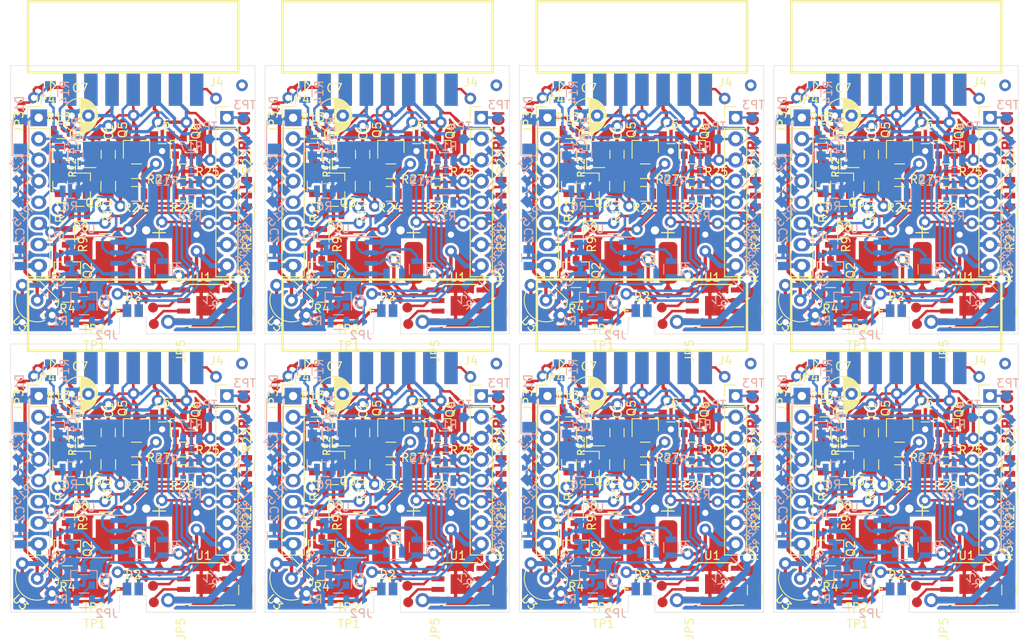
<source format=kicad_pcb>
(kicad_pcb (version 20171130) (host pcbnew "(5.1.2)-1")
  (layers (0 F.Cu signal) (31 B.Cu signal) (34 B.Paste user) (35 F.Paste user) (36 B.SilkS user) (37 F.SilkS user) (38 B.Mask user) (39 F.Mask user) (44 Edge.Cuts user))
  (net 0 "")
  (net 1 "Net-(C1-Pad1)")
  (net 2 GND)
  (net 3 VDD)
  (net 4 /REED_SENSE)
  (net 5 /BAT_SENSE)
  (net 6 VS)
  (net 7 GNDD)
  (net 8 /RST)
  (net 9 /WAKE)
  (net 10 "Net-(D2-Pad3)")
  (net 11 "Net-(D2-Pad4)")
  (net 12 "Net-(D2-Pad2)")
  (net 13 /VBAT)
  (net 14 /BAT_CTRL)
  (net 15 /PWR_SENSOR_H)
  (net 16 /PWR_SENSOR_L)
  (net 17 +5V)
  (net 18 /SENSOR_4)
  (net 19 /SENSOR_3)
  (net 20 /SENSOR_2)
  (net 21 /SENSOR_1)
  (net 22 "Net-(J3-Pad2)")
  (net 23 "Net-(J3-Pad1)")
  (net 24 "Net-(J4-Pad14)")
  (net 25 "Net-(J4-Pad13)")
  (net 26 /BAT_PMOS_G)
  (net 27 "Net-(JP2-Pad1)")
  (net 28 "Net-(JP3-Pad1)")
  (net 29 VCC)
  (net 30 "Net-(Q1-Pad1)")
  (net 31 "Net-(Q2-Pad3)")
  (net 32 "Net-(Q2-Pad1)")
  (net 33 /BAT_NMOS_G)
  (net 34 "Net-(Q3-Pad1)")
  (net 35 "Net-(Q4-Pad3)")
  (net 36 "Net-(Q5-Pad1)")
  (net 37 "Net-(Q6-Pad1)")
  (net 38 "Net-(R2-Pad2)")
  (net 39 "Net-(R5-Pad1)")
  (net 40 "Net-(TP1-Pad1)")
  (net 41 "Net-(TP2-Pad1)")
  (net 42 "Net-(J1-Pad1)")
  (module Capacitors_SMD:C_0805 (layer B.Cu) (at 130.89816 98.40824 315)
    (fp_text reference C5 (at 0.040305 -1.617153 315) (layer B.SilkS) (effects (justify mirror)))
    (fp_text value 1uF)
    (pad 1 smd rect (at -1 0 315) (size 1 1.25) (layers B.Cu B.Paste B.Mask) (net 3 VDD))
    (pad 2 smd rect (at 1 0 315) (size 1 1.25) (layers B.Cu B.Paste B.Mask) (net 2 GND))
  )
  (module Capacitors_SMD:C_0805 (layer B.Cu) (at 100.34816 98.40824 315)
    (fp_text reference C5 (at 0.040305 -1.617153 315) (layer B.SilkS) (effects (justify mirror)))
    (fp_text value 1uF)
    (pad 1 smd rect (at -1 0 315) (size 1 1.25) (layers B.Cu B.Paste B.Mask) (net 3 VDD))
    (pad 2 smd rect (at 1 0 315) (size 1 1.25) (layers B.Cu B.Paste B.Mask) (net 2 GND))
  )
  (module Capacitors_SMD:C_0805 (layer B.Cu) (at 69.79816 98.40824 315)
    (fp_text reference C5 (at 0.040305 -1.617153 315) (layer B.SilkS) (effects (justify mirror)))
    (fp_text value 1uF)
    (pad 1 smd rect (at -1 0 315) (size 1 1.25) (layers B.Cu B.Paste B.Mask) (net 3 VDD))
    (pad 2 smd rect (at 1 0 315) (size 1 1.25) (layers B.Cu B.Paste B.Mask) (net 2 GND))
  )
  (module Capacitors_SMD:C_0805 (layer B.Cu) (at 39.24816 98.40824 315)
    (fp_text reference C5 (at 0.040305 -1.617153 315) (layer B.SilkS) (effects (justify mirror)))
    (fp_text value 1uF)
    (pad 1 smd rect (at -1 0 315) (size 1 1.25) (layers B.Cu B.Paste B.Mask) (net 3 VDD))
    (pad 2 smd rect (at 1 0 315) (size 1 1.25) (layers B.Cu B.Paste B.Mask) (net 2 GND))
  )
  (module Capacitors_SMD:C_0805 (layer B.Cu) (at 130.89816 64.95824 315)
    (fp_text reference C5 (at 0.040305 -1.617153 315) (layer B.SilkS) (effects (justify mirror)))
    (fp_text value 1uF)
    (pad 1 smd rect (at -1 0 315) (size 1 1.25) (layers B.Cu B.Paste B.Mask) (net 3 VDD))
    (pad 2 smd rect (at 1 0 315) (size 1 1.25) (layers B.Cu B.Paste B.Mask) (net 2 GND))
  )
  (module Capacitors_SMD:C_0805 (layer B.Cu) (at 100.34816 64.95824 315)
    (fp_text reference C5 (at 0.040305 -1.617153 315) (layer B.SilkS) (effects (justify mirror)))
    (fp_text value 1uF)
    (pad 1 smd rect (at -1 0 315) (size 1 1.25) (layers B.Cu B.Paste B.Mask) (net 3 VDD))
    (pad 2 smd rect (at 1 0 315) (size 1 1.25) (layers B.Cu B.Paste B.Mask) (net 2 GND))
  )
  (module Capacitors_SMD:C_0805 (layer B.Cu) (at 69.79816 64.95824 315)
    (fp_text reference C5 (at 0.040305 -1.617153 315) (layer B.SilkS) (effects (justify mirror)))
    (fp_text value 1uF)
    (pad 1 smd rect (at -1 0 315) (size 1 1.25) (layers B.Cu B.Paste B.Mask) (net 3 VDD))
    (pad 2 smd rect (at 1 0 315) (size 1 1.25) (layers B.Cu B.Paste B.Mask) (net 2 GND))
  )
  (module TO_SOT_Packages_SMD:SOT-23 (layer B.Cu) (at 135.12116 99.58904 90)
    (fp_text reference Q1 (at -0.4146 2.5284 90) (layer B.SilkS) (effects (justify mirror)))
    (fp_text value BC817)
    (pad 3 smd rect (at 1 0 90) (size 0.9 0.8) (layers B.Cu B.Paste B.Mask) (net 26 /BAT_PMOS_G))
    (pad 2 smd rect (at -1 -0.95 90) (size 0.9 0.8) (layers B.Cu B.Paste B.Mask) (net 2 GND))
    (pad 1 smd rect (at -1 0.95 90) (size 0.9 0.8) (layers B.Cu B.Paste B.Mask) (net 30 "Net-(Q1-Pad1)"))
  )
  (module TO_SOT_Packages_SMD:SOT-23 (layer B.Cu) (at 104.57116 99.58904 90)
    (fp_text reference Q1 (at -0.4146 2.5284 90) (layer B.SilkS) (effects (justify mirror)))
    (fp_text value BC817)
    (pad 3 smd rect (at 1 0 90) (size 0.9 0.8) (layers B.Cu B.Paste B.Mask) (net 26 /BAT_PMOS_G))
    (pad 2 smd rect (at -1 -0.95 90) (size 0.9 0.8) (layers B.Cu B.Paste B.Mask) (net 2 GND))
    (pad 1 smd rect (at -1 0.95 90) (size 0.9 0.8) (layers B.Cu B.Paste B.Mask) (net 30 "Net-(Q1-Pad1)"))
  )
  (module TO_SOT_Packages_SMD:SOT-23 (layer B.Cu) (at 74.02116 99.58904 90)
    (fp_text reference Q1 (at -0.4146 2.5284 90) (layer B.SilkS) (effects (justify mirror)))
    (fp_text value BC817)
    (pad 3 smd rect (at 1 0 90) (size 0.9 0.8) (layers B.Cu B.Paste B.Mask) (net 26 /BAT_PMOS_G))
    (pad 2 smd rect (at -1 -0.95 90) (size 0.9 0.8) (layers B.Cu B.Paste B.Mask) (net 2 GND))
    (pad 1 smd rect (at -1 0.95 90) (size 0.9 0.8) (layers B.Cu B.Paste B.Mask) (net 30 "Net-(Q1-Pad1)"))
  )
  (module TO_SOT_Packages_SMD:SOT-23 (layer B.Cu) (at 43.47116 99.58904 90)
    (fp_text reference Q1 (at -0.4146 2.5284 90) (layer B.SilkS) (effects (justify mirror)))
    (fp_text value BC817)
    (pad 3 smd rect (at 1 0 90) (size 0.9 0.8) (layers B.Cu B.Paste B.Mask) (net 26 /BAT_PMOS_G))
    (pad 2 smd rect (at -1 -0.95 90) (size 0.9 0.8) (layers B.Cu B.Paste B.Mask) (net 2 GND))
    (pad 1 smd rect (at -1 0.95 90) (size 0.9 0.8) (layers B.Cu B.Paste B.Mask) (net 30 "Net-(Q1-Pad1)"))
  )
  (module TO_SOT_Packages_SMD:SOT-23 (layer B.Cu) (at 135.12116 66.13904 90)
    (fp_text reference Q1 (at -0.4146 2.5284 90) (layer B.SilkS) (effects (justify mirror)))
    (fp_text value BC817)
    (pad 3 smd rect (at 1 0 90) (size 0.9 0.8) (layers B.Cu B.Paste B.Mask) (net 26 /BAT_PMOS_G))
    (pad 2 smd rect (at -1 -0.95 90) (size 0.9 0.8) (layers B.Cu B.Paste B.Mask) (net 2 GND))
    (pad 1 smd rect (at -1 0.95 90) (size 0.9 0.8) (layers B.Cu B.Paste B.Mask) (net 30 "Net-(Q1-Pad1)"))
  )
  (module TO_SOT_Packages_SMD:SOT-23 (layer B.Cu) (at 104.57116 66.13904 90)
    (fp_text reference Q1 (at -0.4146 2.5284 90) (layer B.SilkS) (effects (justify mirror)))
    (fp_text value BC817)
    (pad 3 smd rect (at 1 0 90) (size 0.9 0.8) (layers B.Cu B.Paste B.Mask) (net 26 /BAT_PMOS_G))
    (pad 2 smd rect (at -1 -0.95 90) (size 0.9 0.8) (layers B.Cu B.Paste B.Mask) (net 2 GND))
    (pad 1 smd rect (at -1 0.95 90) (size 0.9 0.8) (layers B.Cu B.Paste B.Mask) (net 30 "Net-(Q1-Pad1)"))
  )
  (module TO_SOT_Packages_SMD:SOT-23 (layer B.Cu) (at 74.02116 66.13904 90)
    (fp_text reference Q1 (at -0.4146 2.5284 90) (layer B.SilkS) (effects (justify mirror)))
    (fp_text value BC817)
    (pad 3 smd rect (at 1 0 90) (size 0.9 0.8) (layers B.Cu B.Paste B.Mask) (net 26 /BAT_PMOS_G))
    (pad 2 smd rect (at -1 -0.95 90) (size 0.9 0.8) (layers B.Cu B.Paste B.Mask) (net 2 GND))
    (pad 1 smd rect (at -1 0.95 90) (size 0.9 0.8) (layers B.Cu B.Paste B.Mask) (net 30 "Net-(Q1-Pad1)"))
  )
  (module Capacitors_SMD:C_0805 (layer F.Cu) (at 144.53296 80.11544)
    (fp_text reference C6 (at 0 -1.5) (layer F.SilkS))
    (fp_text value 100nF)
    (pad 2 smd rect (at 1 0) (size 1 1.25) (layers F.Cu F.Paste F.Mask) (net 7 GNDD))
    (pad 1 smd rect (at -1 0) (size 1 1.25) (layers F.Cu F.Paste F.Mask) (net 6 VS))
  )
  (module Capacitors_SMD:C_0805 (layer F.Cu) (at 113.98296 80.11544)
    (fp_text reference C6 (at 0 -1.5) (layer F.SilkS))
    (fp_text value 100nF)
    (pad 2 smd rect (at 1 0) (size 1 1.25) (layers F.Cu F.Paste F.Mask) (net 7 GNDD))
    (pad 1 smd rect (at -1 0) (size 1 1.25) (layers F.Cu F.Paste F.Mask) (net 6 VS))
  )
  (module Capacitors_SMD:C_0805 (layer F.Cu) (at 83.43296 80.11544)
    (fp_text reference C6 (at 0 -1.5) (layer F.SilkS))
    (fp_text value 100nF)
    (pad 2 smd rect (at 1 0) (size 1 1.25) (layers F.Cu F.Paste F.Mask) (net 7 GNDD))
    (pad 1 smd rect (at -1 0) (size 1 1.25) (layers F.Cu F.Paste F.Mask) (net 6 VS))
  )
  (module Capacitors_SMD:C_0805 (layer F.Cu) (at 52.88296 80.11544)
    (fp_text reference C6 (at 0 -1.5) (layer F.SilkS))
    (fp_text value 100nF)
    (pad 2 smd rect (at 1 0) (size 1 1.25) (layers F.Cu F.Paste F.Mask) (net 7 GNDD))
    (pad 1 smd rect (at -1 0) (size 1 1.25) (layers F.Cu F.Paste F.Mask) (net 6 VS))
  )
  (module Capacitors_SMD:C_0805 (layer F.Cu) (at 144.53296 46.66544)
    (fp_text reference C6 (at 0 -1.5) (layer F.SilkS))
    (fp_text value 100nF)
    (pad 2 smd rect (at 1 0) (size 1 1.25) (layers F.Cu F.Paste F.Mask) (net 7 GNDD))
    (pad 1 smd rect (at -1 0) (size 1 1.25) (layers F.Cu F.Paste F.Mask) (net 6 VS))
  )
  (module Capacitors_SMD:C_0805 (layer F.Cu) (at 113.98296 46.66544)
    (fp_text reference C6 (at 0 -1.5) (layer F.SilkS))
    (fp_text value 100nF)
    (pad 2 smd rect (at 1 0) (size 1 1.25) (layers F.Cu F.Paste F.Mask) (net 7 GNDD))
    (pad 1 smd rect (at -1 0) (size 1 1.25) (layers F.Cu F.Paste F.Mask) (net 6 VS))
  )
  (module Capacitors_SMD:C_0805 (layer F.Cu) (at 83.43296 46.66544)
    (fp_text reference C6 (at 0 -1.5) (layer F.SilkS))
    (fp_text value 100nF)
    (pad 2 smd rect (at 1 0) (size 1 1.25) (layers F.Cu F.Paste F.Mask) (net 7 GNDD))
    (pad 1 smd rect (at -1 0) (size 1 1.25) (layers F.Cu F.Paste F.Mask) (net 6 VS))
  )
  (module Diodes_SMD:D_MiniMELF (layer B.Cu) (at 127.51996 79.86624 90)
    (fp_text reference D1 (at 3.683 -0.1524 270) (layer B.SilkS) (effects (justify mirror)))
    (fp_text value D_Small)
    (pad 1 smd rect (at -1.75 0 90) (size 1.3 1.7) (layers B.Cu B.Paste B.Mask) (net 9 /WAKE))
    (pad 2 smd rect (at 1.75 0 90) (size 1.3 1.7) (layers B.Cu B.Paste B.Mask) (net 8 /RST))
  )
  (module Diodes_SMD:D_MiniMELF (layer B.Cu) (at 96.96996 79.86624 90)
    (fp_text reference D1 (at 3.683 -0.1524 270) (layer B.SilkS) (effects (justify mirror)))
    (fp_text value D_Small)
    (pad 1 smd rect (at -1.75 0 90) (size 1.3 1.7) (layers B.Cu B.Paste B.Mask) (net 9 /WAKE))
    (pad 2 smd rect (at 1.75 0 90) (size 1.3 1.7) (layers B.Cu B.Paste B.Mask) (net 8 /RST))
  )
  (module Diodes_SMD:D_MiniMELF (layer B.Cu) (at 66.41996 79.86624 90)
    (fp_text reference D1 (at 3.683 -0.1524 270) (layer B.SilkS) (effects (justify mirror)))
    (fp_text value D_Small)
    (pad 1 smd rect (at -1.75 0 90) (size 1.3 1.7) (layers B.Cu B.Paste B.Mask) (net 9 /WAKE))
    (pad 2 smd rect (at 1.75 0 90) (size 1.3 1.7) (layers B.Cu B.Paste B.Mask) (net 8 /RST))
  )
  (module Diodes_SMD:D_MiniMELF (layer B.Cu) (at 35.86996 79.86624 90)
    (fp_text reference D1 (at 3.683 -0.1524 270) (layer B.SilkS) (effects (justify mirror)))
    (fp_text value D_Small)
    (pad 1 smd rect (at -1.75 0 90) (size 1.3 1.7) (layers B.Cu B.Paste B.Mask) (net 9 /WAKE))
    (pad 2 smd rect (at 1.75 0 90) (size 1.3 1.7) (layers B.Cu B.Paste B.Mask) (net 8 /RST))
  )
  (module Diodes_SMD:D_MiniMELF (layer B.Cu) (at 127.51996 46.41624 90)
    (fp_text reference D1 (at 3.683 -0.1524 270) (layer B.SilkS) (effects (justify mirror)))
    (fp_text value D_Small)
    (pad 1 smd rect (at -1.75 0 90) (size 1.3 1.7) (layers B.Cu B.Paste B.Mask) (net 9 /WAKE))
    (pad 2 smd rect (at 1.75 0 90) (size 1.3 1.7) (layers B.Cu B.Paste B.Mask) (net 8 /RST))
  )
  (module Diodes_SMD:D_MiniMELF (layer B.Cu) (at 96.96996 46.41624 90)
    (fp_text reference D1 (at 3.683 -0.1524 270) (layer B.SilkS) (effects (justify mirror)))
    (fp_text value D_Small)
    (pad 1 smd rect (at -1.75 0 90) (size 1.3 1.7) (layers B.Cu B.Paste B.Mask) (net 9 /WAKE))
    (pad 2 smd rect (at 1.75 0 90) (size 1.3 1.7) (layers B.Cu B.Paste B.Mask) (net 8 /RST))
  )
  (module Diodes_SMD:D_MiniMELF (layer B.Cu) (at 66.41996 46.41624 90)
    (fp_text reference D1 (at 3.683 -0.1524 270) (layer B.SilkS) (effects (justify mirror)))
    (fp_text value D_Small)
    (pad 1 smd rect (at -1.75 0 90) (size 1.3 1.7) (layers B.Cu B.Paste B.Mask) (net 9 /WAKE))
    (pad 2 smd rect (at 1.75 0 90) (size 1.3 1.7) (layers B.Cu B.Paste B.Mask) (net 8 /RST))
  )
  (module Capacitors_THT:CP_Radial_D4.0mm_P2.00mm (layer F.Cu) (at 133.66176 77.60084)
    (fp_text reference C7 (at 1 -3.31) (layer F.SilkS))
    (fp_text value 10uFx16V)
    (pad 1 thru_hole rect (at 0 0) (size 1.5 1.5) (drill 0.75) (layers *.Cu *.Mask) (net 6 VS))
    (pad 2 thru_hole circle (at 2 0) (size 1.5 1.5) (drill 0.75) (layers *.Cu *.Mask) (net 7 GNDD))
  )
  (module Capacitors_THT:CP_Radial_D4.0mm_P2.00mm (layer F.Cu) (at 103.11176 77.60084)
    (fp_text reference C7 (at 1 -3.31) (layer F.SilkS))
    (fp_text value 10uFx16V)
    (pad 1 thru_hole rect (at 0 0) (size 1.5 1.5) (drill 0.75) (layers *.Cu *.Mask) (net 6 VS))
    (pad 2 thru_hole circle (at 2 0) (size 1.5 1.5) (drill 0.75) (layers *.Cu *.Mask) (net 7 GNDD))
  )
  (module Capacitors_THT:CP_Radial_D4.0mm_P2.00mm (layer F.Cu) (at 72.56176 77.60084)
    (fp_text reference C7 (at 1 -3.31) (layer F.SilkS))
    (fp_text value 10uFx16V)
    (pad 1 thru_hole rect (at 0 0) (size 1.5 1.5) (drill 0.75) (layers *.Cu *.Mask) (net 6 VS))
    (pad 2 thru_hole circle (at 2 0) (size 1.5 1.5) (drill 0.75) (layers *.Cu *.Mask) (net 7 GNDD))
  )
  (module Capacitors_THT:CP_Radial_D4.0mm_P2.00mm (layer F.Cu) (at 42.01176 77.60084)
    (fp_text reference C7 (at 1 -3.31) (layer F.SilkS))
    (fp_text value 10uFx16V)
    (pad 1 thru_hole rect (at 0 0) (size 1.5 1.5) (drill 0.75) (layers *.Cu *.Mask) (net 6 VS))
    (pad 2 thru_hole circle (at 2 0) (size 1.5 1.5) (drill 0.75) (layers *.Cu *.Mask) (net 7 GNDD))
  )
  (module Capacitors_THT:CP_Radial_D4.0mm_P2.00mm (layer F.Cu) (at 133.66176 44.15084)
    (fp_text reference C7 (at 1 -3.31) (layer F.SilkS))
    (fp_text value 10uFx16V)
    (pad 1 thru_hole rect (at 0 0) (size 1.5 1.5) (drill 0.75) (layers *.Cu *.Mask) (net 6 VS))
    (pad 2 thru_hole circle (at 2 0) (size 1.5 1.5) (drill 0.75) (layers *.Cu *.Mask) (net 7 GNDD))
  )
  (module Capacitors_THT:CP_Radial_D4.0mm_P2.00mm (layer F.Cu) (at 103.11176 44.15084)
    (fp_text reference C7 (at 1 -3.31) (layer F.SilkS))
    (fp_text value 10uFx16V)
    (pad 1 thru_hole rect (at 0 0) (size 1.5 1.5) (drill 0.75) (layers *.Cu *.Mask) (net 6 VS))
    (pad 2 thru_hole circle (at 2 0) (size 1.5 1.5) (drill 0.75) (layers *.Cu *.Mask) (net 7 GNDD))
  )
  (module Capacitors_THT:CP_Radial_D4.0mm_P2.00mm (layer F.Cu) (at 72.56176 44.15084)
    (fp_text reference C7 (at 1 -3.31) (layer F.SilkS))
    (fp_text value 10uFx16V)
    (pad 1 thru_hole rect (at 0 0) (size 1.5 1.5) (drill 0.75) (layers *.Cu *.Mask) (net 6 VS))
    (pad 2 thru_hole circle (at 2 0) (size 1.5 1.5) (drill 0.75) (layers *.Cu *.Mask) (net 7 GNDD))
  )
  (module Capacitors_SMD:C_0805 (layer B.Cu) (at 127.92636 87.23224 225)
    (fp_text reference C3 (at -2.280985 3.394537 45) (layer B.SilkS) (effects (justify mirror)))
    (fp_text value 470nF)
    (pad 2 smd rect (at 1 0 225) (size 1 1.25) (layers B.Cu B.Paste B.Mask) (net 2 GND))
    (pad 1 smd rect (at -1 0 225) (size 1 1.25) (layers B.Cu B.Paste B.Mask) (net 4 /REED_SENSE))
  )
  (module Capacitors_SMD:C_0805 (layer B.Cu) (at 97.37636 87.23224 225)
    (fp_text reference C3 (at -2.280985 3.394537 45) (layer B.SilkS) (effects (justify mirror)))
    (fp_text value 470nF)
    (pad 2 smd rect (at 1 0 225) (size 1 1.25) (layers B.Cu B.Paste B.Mask) (net 2 GND))
    (pad 1 smd rect (at -1 0 225) (size 1 1.25) (layers B.Cu B.Paste B.Mask) (net 4 /REED_SENSE))
  )
  (module Capacitors_SMD:C_0805 (layer B.Cu) (at 66.82636 87.23224 225)
    (fp_text reference C3 (at -2.280985 3.394537 45) (layer B.SilkS) (effects (justify mirror)))
    (fp_text value 470nF)
    (pad 2 smd rect (at 1 0 225) (size 1 1.25) (layers B.Cu B.Paste B.Mask) (net 2 GND))
    (pad 1 smd rect (at -1 0 225) (size 1 1.25) (layers B.Cu B.Paste B.Mask) (net 4 /REED_SENSE))
  )
  (module Capacitors_SMD:C_0805 (layer B.Cu) (at 36.27636 87.23224 225)
    (fp_text reference C3 (at -2.280985 3.394537 45) (layer B.SilkS) (effects (justify mirror)))
    (fp_text value 470nF)
    (pad 2 smd rect (at 1 0 225) (size 1 1.25) (layers B.Cu B.Paste B.Mask) (net 2 GND))
    (pad 1 smd rect (at -1 0 225) (size 1 1.25) (layers B.Cu B.Paste B.Mask) (net 4 /REED_SENSE))
  )
  (module Capacitors_SMD:C_0805 (layer B.Cu) (at 127.92636 53.78224 225)
    (fp_text reference C3 (at -2.280985 3.394537 45) (layer B.SilkS) (effects (justify mirror)))
    (fp_text value 470nF)
    (pad 2 smd rect (at 1 0 225) (size 1 1.25) (layers B.Cu B.Paste B.Mask) (net 2 GND))
    (pad 1 smd rect (at -1 0 225) (size 1 1.25) (layers B.Cu B.Paste B.Mask) (net 4 /REED_SENSE))
  )
  (module Capacitors_SMD:C_0805 (layer B.Cu) (at 97.37636 53.78224 225)
    (fp_text reference C3 (at -2.280985 3.394537 45) (layer B.SilkS) (effects (justify mirror)))
    (fp_text value 470nF)
    (pad 2 smd rect (at 1 0 225) (size 1 1.25) (layers B.Cu B.Paste B.Mask) (net 2 GND))
    (pad 1 smd rect (at -1 0 225) (size 1 1.25) (layers B.Cu B.Paste B.Mask) (net 4 /REED_SENSE))
  )
  (module Capacitors_SMD:C_0805 (layer B.Cu) (at 66.82636 53.78224 225)
    (fp_text reference C3 (at -2.280985 3.394537 45) (layer B.SilkS) (effects (justify mirror)))
    (fp_text value 470nF)
    (pad 2 smd rect (at 1 0 225) (size 1 1.25) (layers B.Cu B.Paste B.Mask) (net 2 GND))
    (pad 1 smd rect (at -1 0 225) (size 1 1.25) (layers B.Cu B.Paste B.Mask) (net 4 /REED_SENSE))
  )
  (module Capacitors_SMD:C_0805 (layer F.Cu) (at 138.04616 82.26404 90)
    (fp_text reference C1 (at 2.6566 0.0606 90) (layer F.SilkS))
    (fp_text value 100nF)
    (pad 2 smd rect (at 1 0 90) (size 1 1.25) (layers F.Cu F.Paste F.Mask) (net 2 GND))
    (pad 1 smd rect (at -1 0 90) (size 1 1.25) (layers F.Cu F.Paste F.Mask) (net 1 "Net-(C1-Pad1)"))
  )
  (module Capacitors_SMD:C_0805 (layer F.Cu) (at 107.49616 82.26404 90)
    (fp_text reference C1 (at 2.6566 0.0606 90) (layer F.SilkS))
    (fp_text value 100nF)
    (pad 2 smd rect (at 1 0 90) (size 1 1.25) (layers F.Cu F.Paste F.Mask) (net 2 GND))
    (pad 1 smd rect (at -1 0 90) (size 1 1.25) (layers F.Cu F.Paste F.Mask) (net 1 "Net-(C1-Pad1)"))
  )
  (module Capacitors_SMD:C_0805 (layer F.Cu) (at 76.94616 82.26404 90)
    (fp_text reference C1 (at 2.6566 0.0606 90) (layer F.SilkS))
    (fp_text value 100nF)
    (pad 2 smd rect (at 1 0 90) (size 1 1.25) (layers F.Cu F.Paste F.Mask) (net 2 GND))
    (pad 1 smd rect (at -1 0 90) (size 1 1.25) (layers F.Cu F.Paste F.Mask) (net 1 "Net-(C1-Pad1)"))
  )
  (module Capacitors_SMD:C_0805 (layer F.Cu) (at 46.39616 82.26404 90)
    (fp_text reference C1 (at 2.6566 0.0606 90) (layer F.SilkS))
    (fp_text value 100nF)
    (pad 2 smd rect (at 1 0 90) (size 1 1.25) (layers F.Cu F.Paste F.Mask) (net 2 GND))
    (pad 1 smd rect (at -1 0 90) (size 1 1.25) (layers F.Cu F.Paste F.Mask) (net 1 "Net-(C1-Pad1)"))
  )
  (module Capacitors_SMD:C_0805 (layer F.Cu) (at 138.04616 48.81404 90)
    (fp_text reference C1 (at 2.6566 0.0606 90) (layer F.SilkS))
    (fp_text value 100nF)
    (pad 2 smd rect (at 1 0 90) (size 1 1.25) (layers F.Cu F.Paste F.Mask) (net 2 GND))
    (pad 1 smd rect (at -1 0 90) (size 1 1.25) (layers F.Cu F.Paste F.Mask) (net 1 "Net-(C1-Pad1)"))
  )
  (module Capacitors_SMD:C_0805 (layer F.Cu) (at 107.49616 48.81404 90)
    (fp_text reference C1 (at 2.6566 0.0606 90) (layer F.SilkS))
    (fp_text value 100nF)
    (pad 2 smd rect (at 1 0 90) (size 1 1.25) (layers F.Cu F.Paste F.Mask) (net 2 GND))
    (pad 1 smd rect (at -1 0 90) (size 1 1.25) (layers F.Cu F.Paste F.Mask) (net 1 "Net-(C1-Pad1)"))
  )
  (module Capacitors_SMD:C_0805 (layer F.Cu) (at 76.94616 48.81404 90)
    (fp_text reference C1 (at 2.6566 0.0606 90) (layer F.SilkS))
    (fp_text value 100nF)
    (pad 2 smd rect (at 1 0 90) (size 1 1.25) (layers F.Cu F.Paste F.Mask) (net 2 GND))
    (pad 1 smd rect (at -1 0 90) (size 1 1.25) (layers F.Cu F.Paste F.Mask) (net 1 "Net-(C1-Pad1)"))
  )
  (module Housings_SOIC:SOIC-8-1EP_3.9x4.9mm_Pitch1.27mm (layer F.Cu) (at 149.79616 100.46404 180)
    (fp_text reference U1 (at 0.3102 3.4322) (layer F.SilkS))
    (fp_text value TP4056)
    (pad 1 smd rect (at -2.7 -1.905 180) (size 1.55 0.6) (layers F.Cu F.Paste F.Mask) (net 2 GND))
    (pad 2 smd rect (at -2.7 -0.635 180) (size 1.55 0.6) (layers F.Cu F.Paste F.Mask) (net 39 "Net-(R5-Pad1)"))
    (pad 3 smd rect (at -2.7 0.635 180) (size 1.55 0.6) (layers F.Cu F.Paste F.Mask) (net 2 GND))
    (pad 4 smd rect (at -2.7 1.905 180) (size 1.55 0.6) (layers F.Cu F.Paste F.Mask) (net 38 "Net-(R2-Pad2)"))
    (pad 5 smd rect (at 2.7 1.905 180) (size 1.55 0.6) (layers F.Cu F.Paste F.Mask) (net 13 /VBAT))
    (pad 6 smd rect (at 2.7 0.635 180) (size 1.55 0.6) (layers F.Cu F.Paste F.Mask) (net 41 "Net-(TP2-Pad1)"))
    (pad 7 smd rect (at 2.7 -0.635 180) (size 1.55 0.6) (layers F.Cu F.Paste F.Mask) (net 40 "Net-(TP1-Pad1)"))
    (pad 8 smd rect (at 2.7 -1.905 180) (size 1.55 0.6) (layers F.Cu F.Paste F.Mask) (net 38 "Net-(R2-Pad2)"))
    (pad 1 smd rect (at 0.5875 0.5875 180) (size 1.175 1.175) (layers F.Cu F.Paste F.Mask) (net 2 GND))
    (pad 1 smd rect (at 0.5875 -0.5875 180) (size 1.175 1.175) (layers F.Cu F.Paste F.Mask) (net 2 GND))
    (pad 1 smd rect (at -0.5875 0.5875 180) (size 1.175 1.175) (layers F.Cu F.Paste F.Mask) (net 2 GND))
    (pad 1 smd rect (at -0.5875 -0.5875 180) (size 1.175 1.175) (layers F.Cu F.Paste F.Mask) (net 2 GND))
  )
  (module Housings_SOIC:SOIC-8-1EP_3.9x4.9mm_Pitch1.27mm (layer F.Cu) (at 119.24616 100.46404 180)
    (fp_text reference U1 (at 0.3102 3.4322) (layer F.SilkS))
    (fp_text value TP4056)
    (pad 1 smd rect (at -2.7 -1.905 180) (size 1.55 0.6) (layers F.Cu F.Paste F.Mask) (net 2 GND))
    (pad 2 smd rect (at -2.7 -0.635 180) (size 1.55 0.6) (layers F.Cu F.Paste F.Mask) (net 39 "Net-(R5-Pad1)"))
    (pad 3 smd rect (at -2.7 0.635 180) (size 1.55 0.6) (layers F.Cu F.Paste F.Mask) (net 2 GND))
    (pad 4 smd rect (at -2.7 1.905 180) (size 1.55 0.6) (layers F.Cu F.Paste F.Mask) (net 38 "Net-(R2-Pad2)"))
    (pad 5 smd rect (at 2.7 1.905 180) (size 1.55 0.6) (layers F.Cu F.Paste F.Mask) (net 13 /VBAT))
    (pad 6 smd rect (at 2.7 0.635 180) (size 1.55 0.6) (layers F.Cu F.Paste F.Mask) (net 41 "Net-(TP2-Pad1)"))
    (pad 7 smd rect (at 2.7 -0.635 180) (size 1.55 0.6) (layers F.Cu F.Paste F.Mask) (net 40 "Net-(TP1-Pad1)"))
    (pad 8 smd rect (at 2.7 -1.905 180) (size 1.55 0.6) (layers F.Cu F.Paste F.Mask) (net 38 "Net-(R2-Pad2)"))
    (pad 1 smd rect (at 0.5875 0.5875 180) (size 1.175 1.175) (layers F.Cu F.Paste F.Mask) (net 2 GND))
    (pad 1 smd rect (at 0.5875 -0.5875 180) (size 1.175 1.175) (layers F.Cu F.Paste F.Mask) (net 2 GND))
    (pad 1 smd rect (at -0.5875 0.5875 180) (size 1.175 1.175) (layers F.Cu F.Paste F.Mask) (net 2 GND))
    (pad 1 smd rect (at -0.5875 -0.5875 180) (size 1.175 1.175) (layers F.Cu F.Paste F.Mask) (net 2 GND))
  )
  (module Housings_SOIC:SOIC-8-1EP_3.9x4.9mm_Pitch1.27mm (layer F.Cu) (at 88.69616 100.46404 180)
    (fp_text reference U1 (at 0.3102 3.4322) (layer F.SilkS))
    (fp_text value TP4056)
    (pad 1 smd rect (at -2.7 -1.905 180) (size 1.55 0.6) (layers F.Cu F.Paste F.Mask) (net 2 GND))
    (pad 2 smd rect (at -2.7 -0.635 180) (size 1.55 0.6) (layers F.Cu F.Paste F.Mask) (net 39 "Net-(R5-Pad1)"))
    (pad 3 smd rect (at -2.7 0.635 180) (size 1.55 0.6) (layers F.Cu F.Paste F.Mask) (net 2 GND))
    (pad 4 smd rect (at -2.7 1.905 180) (size 1.55 0.6) (layers F.Cu F.Paste F.Mask) (net 38 "Net-(R2-Pad2)"))
    (pad 5 smd rect (at 2.7 1.905 180) (size 1.55 0.6) (layers F.Cu F.Paste F.Mask) (net 13 /VBAT))
    (pad 6 smd rect (at 2.7 0.635 180) (size 1.55 0.6) (layers F.Cu F.Paste F.Mask) (net 41 "Net-(TP2-Pad1)"))
    (pad 7 smd rect (at 2.7 -0.635 180) (size 1.55 0.6) (layers F.Cu F.Paste F.Mask) (net 40 "Net-(TP1-Pad1)"))
    (pad 8 smd rect (at 2.7 -1.905 180) (size 1.55 0.6) (layers F.Cu F.Paste F.Mask) (net 38 "Net-(R2-Pad2)"))
    (pad 1 smd rect (at 0.5875 0.5875 180) (size 1.175 1.175) (layers F.Cu F.Paste F.Mask) (net 2 GND))
    (pad 1 smd rect (at 0.5875 -0.5875 180) (size 1.175 1.175) (layers F.Cu F.Paste F.Mask) (net 2 GND))
    (pad 1 smd rect (at -0.5875 0.5875 180) (size 1.175 1.175) (layers F.Cu F.Paste F.Mask) (net 2 GND))
    (pad 1 smd rect (at -0.5875 -0.5875 180) (size 1.175 1.175) (layers F.Cu F.Paste F.Mask) (net 2 GND))
  )
  (module Housings_SOIC:SOIC-8-1EP_3.9x4.9mm_Pitch1.27mm (layer F.Cu) (at 58.14616 100.46404 180)
    (fp_text reference U1 (at 0.3102 3.4322) (layer F.SilkS))
    (fp_text value TP4056)
    (pad 1 smd rect (at -2.7 -1.905 180) (size 1.55 0.6) (layers F.Cu F.Paste F.Mask) (net 2 GND))
    (pad 2 smd rect (at -2.7 -0.635 180) (size 1.55 0.6) (layers F.Cu F.Paste F.Mask) (net 39 "Net-(R5-Pad1)"))
    (pad 3 smd rect (at -2.7 0.635 180) (size 1.55 0.6) (layers F.Cu F.Paste F.Mask) (net 2 GND))
    (pad 4 smd rect (at -2.7 1.905 180) (size 1.55 0.6) (layers F.Cu F.Paste F.Mask) (net 38 "Net-(R2-Pad2)"))
    (pad 5 smd rect (at 2.7 1.905 180) (size 1.55 0.6) (layers F.Cu F.Paste F.Mask) (net 13 /VBAT))
    (pad 6 smd rect (at 2.7 0.635 180) (size 1.55 0.6) (layers F.Cu F.Paste F.Mask) (net 41 "Net-(TP2-Pad1)"))
    (pad 7 smd rect (at 2.7 -0.635 180) (size 1.55 0.6) (layers F.Cu F.Paste F.Mask) (net 40 "Net-(TP1-Pad1)"))
    (pad 8 smd rect (at 2.7 -1.905 180) (size 1.55 0.6) (layers F.Cu F.Paste F.Mask) (net 38 "Net-(R2-Pad2)"))
    (pad 1 smd rect (at 0.5875 0.5875 180) (size 1.175 1.175) (layers F.Cu F.Paste F.Mask) (net 2 GND))
    (pad 1 smd rect (at 0.5875 -0.5875 180) (size 1.175 1.175) (layers F.Cu F.Paste F.Mask) (net 2 GND))
    (pad 1 smd rect (at -0.5875 0.5875 180) (size 1.175 1.175) (layers F.Cu F.Paste F.Mask) (net 2 GND))
    (pad 1 smd rect (at -0.5875 -0.5875 180) (size 1.175 1.175) (layers F.Cu F.Paste F.Mask) (net 2 GND))
  )
  (module Housings_SOIC:SOIC-8-1EP_3.9x4.9mm_Pitch1.27mm (layer F.Cu) (at 149.79616 67.01404 180)
    (fp_text reference U1 (at 0.3102 3.4322) (layer F.SilkS))
    (fp_text value TP4056)
    (pad 1 smd rect (at -2.7 -1.905 180) (size 1.55 0.6) (layers F.Cu F.Paste F.Mask) (net 2 GND))
    (pad 2 smd rect (at -2.7 -0.635 180) (size 1.55 0.6) (layers F.Cu F.Paste F.Mask) (net 39 "Net-(R5-Pad1)"))
    (pad 3 smd rect (at -2.7 0.635 180) (size 1.55 0.6) (layers F.Cu F.Paste F.Mask) (net 2 GND))
    (pad 4 smd rect (at -2.7 1.905 180) (size 1.55 0.6) (layers F.Cu F.Paste F.Mask) (net 38 "Net-(R2-Pad2)"))
    (pad 5 smd rect (at 2.7 1.905 180) (size 1.55 0.6) (layers F.Cu F.Paste F.Mask) (net 13 /VBAT))
    (pad 6 smd rect (at 2.7 0.635 180) (size 1.55 0.6) (layers F.Cu F.Paste F.Mask) (net 41 "Net-(TP2-Pad1)"))
    (pad 7 smd rect (at 2.7 -0.635 180) (size 1.55 0.6) (layers F.Cu F.Paste F.Mask) (net 40 "Net-(TP1-Pad1)"))
    (pad 8 smd rect (at 2.7 -1.905 180) (size 1.55 0.6) (layers F.Cu F.Paste F.Mask) (net 38 "Net-(R2-Pad2)"))
    (pad 1 smd rect (at 0.5875 0.5875 180) (size 1.175 1.175) (layers F.Cu F.Paste F.Mask) (net 2 GND))
    (pad 1 smd rect (at 0.5875 -0.5875 180) (size 1.175 1.175) (layers F.Cu F.Paste F.Mask) (net 2 GND))
    (pad 1 smd rect (at -0.5875 0.5875 180) (size 1.175 1.175) (layers F.Cu F.Paste F.Mask) (net 2 GND))
    (pad 1 smd rect (at -0.5875 -0.5875 180) (size 1.175 1.175) (layers F.Cu F.Paste F.Mask) (net 2 GND))
  )
  (module Housings_SOIC:SOIC-8-1EP_3.9x4.9mm_Pitch1.27mm (layer F.Cu) (at 119.24616 67.01404 180)
    (fp_text reference U1 (at 0.3102 3.4322) (layer F.SilkS))
    (fp_text value TP4056)
    (pad 1 smd rect (at -2.7 -1.905 180) (size 1.55 0.6) (layers F.Cu F.Paste F.Mask) (net 2 GND))
    (pad 2 smd rect (at -2.7 -0.635 180) (size 1.55 0.6) (layers F.Cu F.Paste F.Mask) (net 39 "Net-(R5-Pad1)"))
    (pad 3 smd rect (at -2.7 0.635 180) (size 1.55 0.6) (layers F.Cu F.Paste F.Mask) (net 2 GND))
    (pad 4 smd rect (at -2.7 1.905 180) (size 1.55 0.6) (layers F.Cu F.Paste F.Mask) (net 38 "Net-(R2-Pad2)"))
    (pad 5 smd rect (at 2.7 1.905 180) (size 1.55 0.6) (layers F.Cu F.Paste F.Mask) (net 13 /VBAT))
    (pad 6 smd rect (at 2.7 0.635 180) (size 1.55 0.6) (layers F.Cu F.Paste F.Mask) (net 41 "Net-(TP2-Pad1)"))
    (pad 7 smd rect (at 2.7 -0.635 180) (size 1.55 0.6) (layers F.Cu F.Paste F.Mask) (net 40 "Net-(TP1-Pad1)"))
    (pad 8 smd rect (at 2.7 -1.905 180) (size 1.55 0.6) (layers F.Cu F.Paste F.Mask) (net 38 "Net-(R2-Pad2)"))
    (pad 1 smd rect (at 0.5875 0.5875 180) (size 1.175 1.175) (layers F.Cu F.Paste F.Mask) (net 2 GND))
    (pad 1 smd rect (at 0.5875 -0.5875 180) (size 1.175 1.175) (layers F.Cu F.Paste F.Mask) (net 2 GND))
    (pad 1 smd rect (at -0.5875 0.5875 180) (size 1.175 1.175) (layers F.Cu F.Paste F.Mask) (net 2 GND))
    (pad 1 smd rect (at -0.5875 -0.5875 180) (size 1.175 1.175) (layers F.Cu F.Paste F.Mask) (net 2 GND))
  )
  (module Housings_SOIC:SOIC-8-1EP_3.9x4.9mm_Pitch1.27mm (layer F.Cu) (at 88.69616 67.01404 180)
    (fp_text reference U1 (at 0.3102 3.4322) (layer F.SilkS))
    (fp_text value TP4056)
    (pad 1 smd rect (at -2.7 -1.905 180) (size 1.55 0.6) (layers F.Cu F.Paste F.Mask) (net 2 GND))
    (pad 2 smd rect (at -2.7 -0.635 180) (size 1.55 0.6) (layers F.Cu F.Paste F.Mask) (net 39 "Net-(R5-Pad1)"))
    (pad 3 smd rect (at -2.7 0.635 180) (size 1.55 0.6) (layers F.Cu F.Paste F.Mask) (net 2 GND))
    (pad 4 smd rect (at -2.7 1.905 180) (size 1.55 0.6) (layers F.Cu F.Paste F.Mask) (net 38 "Net-(R2-Pad2)"))
    (pad 5 smd rect (at 2.7 1.905 180) (size 1.55 0.6) (layers F.Cu F.Paste F.Mask) (net 13 /VBAT))
    (pad 6 smd rect (at 2.7 0.635 180) (size 1.55 0.6) (layers F.Cu F.Paste F.Mask) (net 41 "Net-(TP2-Pad1)"))
    (pad 7 smd rect (at 2.7 -0.635 180) (size 1.55 0.6) (layers F.Cu F.Paste F.Mask) (net 40 "Net-(TP1-Pad1)"))
    (pad 8 smd rect (at 2.7 -1.905 180) (size 1.55 0.6) (layers F.Cu F.Paste F.Mask) (net 38 "Net-(R2-Pad2)"))
    (pad 1 smd rect (at 0.5875 0.5875 180) (size 1.175 1.175) (layers F.Cu F.Paste F.Mask) (net 2 GND))
    (pad 1 smd rect (at 0.5875 -0.5875 180) (size 1.175 1.175) (layers F.Cu F.Paste F.Mask) (net 2 GND))
    (pad 1 smd rect (at -0.5875 0.5875 180) (size 1.175 1.175) (layers F.Cu F.Paste F.Mask) (net 2 GND))
    (pad 1 smd rect (at -0.5875 -0.5875 180) (size 1.175 1.175) (layers F.Cu F.Paste F.Mask) (net 2 GND))
  )
  (module Resistors_SMD:R_0805 (layer B.Cu) (at 144.53796 96.04604 90)
    (fp_text reference R3 (at 0.0048 1.7476 90) (layer B.SilkS) (effects (justify mirror)))
    (fp_text value 100K)
    (pad 2 smd rect (at 0.95 0 90) (size 0.7 1.3) (layers B.Cu B.Paste B.Mask) (net 33 /BAT_NMOS_G))
    (pad 1 smd rect (at -0.95 0 90) (size 0.7 1.3) (layers B.Cu B.Paste B.Mask) (net 17 +5V))
  )
  (module Resistors_SMD:R_0805 (layer B.Cu) (at 113.98796 96.04604 90)
    (fp_text reference R3 (at 0.0048 1.7476 90) (layer B.SilkS) (effects (justify mirror)))
    (fp_text value 100K)
    (pad 2 smd rect (at 0.95 0 90) (size 0.7 1.3) (layers B.Cu B.Paste B.Mask) (net 33 /BAT_NMOS_G))
    (pad 1 smd rect (at -0.95 0 90) (size 0.7 1.3) (layers B.Cu B.Paste B.Mask) (net 17 +5V))
  )
  (module Resistors_SMD:R_0805 (layer B.Cu) (at 83.43796 96.04604 90)
    (fp_text reference R3 (at 0.0048 1.7476 90) (layer B.SilkS) (effects (justify mirror)))
    (fp_text value 100K)
    (pad 2 smd rect (at 0.95 0 90) (size 0.7 1.3) (layers B.Cu B.Paste B.Mask) (net 33 /BAT_NMOS_G))
    (pad 1 smd rect (at -0.95 0 90) (size 0.7 1.3) (layers B.Cu B.Paste B.Mask) (net 17 +5V))
  )
  (module Resistors_SMD:R_0805 (layer B.Cu) (at 52.88796 96.04604 90)
    (fp_text reference R3 (at 0.0048 1.7476 90) (layer B.SilkS) (effects (justify mirror)))
    (fp_text value 100K)
    (pad 2 smd rect (at 0.95 0 90) (size 0.7 1.3) (layers B.Cu B.Paste B.Mask) (net 33 /BAT_NMOS_G))
    (pad 1 smd rect (at -0.95 0 90) (size 0.7 1.3) (layers B.Cu B.Paste B.Mask) (net 17 +5V))
  )
  (module Resistors_SMD:R_0805 (layer B.Cu) (at 144.53796 62.59604 90)
    (fp_text reference R3 (at 0.0048 1.7476 90) (layer B.SilkS) (effects (justify mirror)))
    (fp_text value 100K)
    (pad 2 smd rect (at 0.95 0 90) (size 0.7 1.3) (layers B.Cu B.Paste B.Mask) (net 33 /BAT_NMOS_G))
    (pad 1 smd rect (at -0.95 0 90) (size 0.7 1.3) (layers B.Cu B.Paste B.Mask) (net 17 +5V))
  )
  (module Resistors_SMD:R_0805 (layer B.Cu) (at 113.98796 62.59604 90)
    (fp_text reference R3 (at 0.0048 1.7476 90) (layer B.SilkS) (effects (justify mirror)))
    (fp_text value 100K)
    (pad 2 smd rect (at 0.95 0 90) (size 0.7 1.3) (layers B.Cu B.Paste B.Mask) (net 33 /BAT_NMOS_G))
    (pad 1 smd rect (at -0.95 0 90) (size 0.7 1.3) (layers B.Cu B.Paste B.Mask) (net 17 +5V))
  )
  (module Resistors_SMD:R_0805 (layer B.Cu) (at 83.43796 62.59604 90)
    (fp_text reference R3 (at 0.0048 1.7476 90) (layer B.SilkS) (effects (justify mirror)))
    (fp_text value 100K)
    (pad 2 smd rect (at 0.95 0 90) (size 0.7 1.3) (layers B.Cu B.Paste B.Mask) (net 33 /BAT_NMOS_G))
    (pad 1 smd rect (at -0.95 0 90) (size 0.7 1.3) (layers B.Cu B.Paste B.Mask) (net 17 +5V))
  )
  (module Resistors_SMD:R_1206 (layer B.Cu) (at 151.73386 98.70824 315)
    (fp_text reference R2 (at -0.0508 1.905 135) (layer B.SilkS) (effects (justify mirror)))
    (fp_text value 0.33R)
    (pad 1 smd rect (at -1.45 0 315) (size 0.9 1.7) (layers B.Cu B.Paste B.Mask) (net 17 +5V))
    (pad 2 smd rect (at 1.45 0 315) (size 0.9 1.7) (layers B.Cu B.Paste B.Mask) (net 38 "Net-(R2-Pad2)"))
  )
  (module Resistors_SMD:R_1206 (layer B.Cu) (at 121.18386 98.70824 315)
    (fp_text reference R2 (at -0.0508 1.905 135) (layer B.SilkS) (effects (justify mirror)))
    (fp_text value 0.33R)
    (pad 1 smd rect (at -1.45 0 315) (size 0.9 1.7) (layers B.Cu B.Paste B.Mask) (net 17 +5V))
    (pad 2 smd rect (at 1.45 0 315) (size 0.9 1.7) (layers B.Cu B.Paste B.Mask) (net 38 "Net-(R2-Pad2)"))
  )
  (module Resistors_SMD:R_1206 (layer B.Cu) (at 90.63386 98.70824 315)
    (fp_text reference R2 (at -0.0508 1.905 135) (layer B.SilkS) (effects (justify mirror)))
    (fp_text value 0.33R)
    (pad 1 smd rect (at -1.45 0 315) (size 0.9 1.7) (layers B.Cu B.Paste B.Mask) (net 17 +5V))
    (pad 2 smd rect (at 1.45 0 315) (size 0.9 1.7) (layers B.Cu B.Paste B.Mask) (net 38 "Net-(R2-Pad2)"))
  )
  (module Resistors_SMD:R_1206 (layer B.Cu) (at 60.08386 98.70824 315)
    (fp_text reference R2 (at -0.0508 1.905 135) (layer B.SilkS) (effects (justify mirror)))
    (fp_text value 0.33R)
    (pad 1 smd rect (at -1.45 0 315) (size 0.9 1.7) (layers B.Cu B.Paste B.Mask) (net 17 +5V))
    (pad 2 smd rect (at 1.45 0 315) (size 0.9 1.7) (layers B.Cu B.Paste B.Mask) (net 38 "Net-(R2-Pad2)"))
  )
  (module Resistors_SMD:R_1206 (layer B.Cu) (at 151.73386 65.25824 315)
    (fp_text reference R2 (at -0.0508 1.905 135) (layer B.SilkS) (effects (justify mirror)))
    (fp_text value 0.33R)
    (pad 1 smd rect (at -1.45 0 315) (size 0.9 1.7) (layers B.Cu B.Paste B.Mask) (net 17 +5V))
    (pad 2 smd rect (at 1.45 0 315) (size 0.9 1.7) (layers B.Cu B.Paste B.Mask) (net 38 "Net-(R2-Pad2)"))
  )
  (module Resistors_SMD:R_1206 (layer B.Cu) (at 121.18386 65.25824 315)
    (fp_text reference R2 (at -0.0508 1.905 135) (layer B.SilkS) (effects (justify mirror)))
    (fp_text value 0.33R)
    (pad 1 smd rect (at -1.45 0 315) (size 0.9 1.7) (layers B.Cu B.Paste B.Mask) (net 17 +5V))
    (pad 2 smd rect (at 1.45 0 315) (size 0.9 1.7) (layers B.Cu B.Paste B.Mask) (net 38 "Net-(R2-Pad2)"))
  )
  (module Resistors_SMD:R_1206 (layer B.Cu) (at 90.63386 65.25824 315)
    (fp_text reference R2 (at -0.0508 1.905 135) (layer B.SilkS) (effects (justify mirror)))
    (fp_text value 0.33R)
    (pad 1 smd rect (at -1.45 0 315) (size 0.9 1.7) (layers B.Cu B.Paste B.Mask) (net 17 +5V))
    (pad 2 smd rect (at 1.45 0 315) (size 0.9 1.7) (layers B.Cu B.Paste B.Mask) (net 38 "Net-(R2-Pad2)"))
  )
  (module Resistors_SMD:R_0805 (layer B.Cu) (at 135.13496 102.41664 180)
    (fp_text reference R1 (at 2.8702 0.1296) (layer B.SilkS) (effects (justify mirror)))
    (fp_text value 470k)
    (pad 1 smd rect (at -0.95 0 180) (size 0.7 1.3) (layers B.Cu B.Paste B.Mask) (net 27 "Net-(JP2-Pad1)"))
    (pad 2 smd rect (at 0.95 0 180) (size 0.7 1.3) (layers B.Cu B.Paste B.Mask) (net 30 "Net-(Q1-Pad1)"))
  )
  (module Resistors_SMD:R_0805 (layer B.Cu) (at 104.58496 102.41664 180)
    (fp_text reference R1 (at 2.8702 0.1296) (layer B.SilkS) (effects (justify mirror)))
    (fp_text value 470k)
    (pad 1 smd rect (at -0.95 0 180) (size 0.7 1.3) (layers B.Cu B.Paste B.Mask) (net 27 "Net-(JP2-Pad1)"))
    (pad 2 smd rect (at 0.95 0 180) (size 0.7 1.3) (layers B.Cu B.Paste B.Mask) (net 30 "Net-(Q1-Pad1)"))
  )
  (module Resistors_SMD:R_0805 (layer B.Cu) (at 74.03496 102.41664 180)
    (fp_text reference R1 (at 2.8702 0.1296) (layer B.SilkS) (effects (justify mirror)))
    (fp_text value 470k)
    (pad 1 smd rect (at -0.95 0 180) (size 0.7 1.3) (layers B.Cu B.Paste B.Mask) (net 27 "Net-(JP2-Pad1)"))
    (pad 2 smd rect (at 0.95 0 180) (size 0.7 1.3) (layers B.Cu B.Paste B.Mask) (net 30 "Net-(Q1-Pad1)"))
  )
  (module Resistors_SMD:R_0805 (layer B.Cu) (at 43.48496 102.41664 180)
    (fp_text reference R1 (at 2.8702 0.1296) (layer B.SilkS) (effects (justify mirror)))
    (fp_text value 470k)
    (pad 1 smd rect (at -0.95 0 180) (size 0.7 1.3) (layers B.Cu B.Paste B.Mask) (net 27 "Net-(JP2-Pad1)"))
    (pad 2 smd rect (at 0.95 0 180) (size 0.7 1.3) (layers B.Cu B.Paste B.Mask) (net 30 "Net-(Q1-Pad1)"))
  )
  (module Resistors_SMD:R_0805 (layer B.Cu) (at 135.13496 68.96664 180)
    (fp_text reference R1 (at 2.8702 0.1296) (layer B.SilkS) (effects (justify mirror)))
    (fp_text value 470k)
    (pad 1 smd rect (at -0.95 0 180) (size 0.7 1.3) (layers B.Cu B.Paste B.Mask) (net 27 "Net-(JP2-Pad1)"))
    (pad 2 smd rect (at 0.95 0 180) (size 0.7 1.3) (layers B.Cu B.Paste B.Mask) (net 30 "Net-(Q1-Pad1)"))
  )
  (module Resistors_SMD:R_0805 (layer B.Cu) (at 104.58496 68.96664 180)
    (fp_text reference R1 (at 2.8702 0.1296) (layer B.SilkS) (effects (justify mirror)))
    (fp_text value 470k)
    (pad 1 smd rect (at -0.95 0 180) (size 0.7 1.3) (layers B.Cu B.Paste B.Mask) (net 27 "Net-(JP2-Pad1)"))
    (pad 2 smd rect (at 0.95 0 180) (size 0.7 1.3) (layers B.Cu B.Paste B.Mask) (net 30 "Net-(Q1-Pad1)"))
  )
  (module Resistors_SMD:R_0805 (layer B.Cu) (at 74.03496 68.96664 180)
    (fp_text reference R1 (at 2.8702 0.1296) (layer B.SilkS) (effects (justify mirror)))
    (fp_text value 470k)
    (pad 1 smd rect (at -0.95 0 180) (size 0.7 1.3) (layers B.Cu B.Paste B.Mask) (net 27 "Net-(JP2-Pad1)"))
    (pad 2 smd rect (at 0.95 0 180) (size 0.7 1.3) (layers B.Cu B.Paste B.Mask) (net 30 "Net-(Q1-Pad1)"))
  )
  (module TO_SOT_Packages_SMD:SOT-23 (layer F.Cu) (at 147.07796 81.33944 90)
    (fp_text reference Q6 (at 1.8796 1.4986 90) (layer F.SilkS))
    (fp_text value BC817)
    (pad 3 smd rect (at 1 0 90) (size 0.9 0.8) (layers F.Cu F.Paste F.Mask) (net 7 GNDD))
    (pad 2 smd rect (at -1 0.95 90) (size 0.9 0.8) (layers F.Cu F.Paste F.Mask) (net 2 GND))
    (pad 1 smd rect (at -1 -0.95 90) (size 0.9 0.8) (layers F.Cu F.Paste F.Mask) (net 37 "Net-(Q6-Pad1)"))
  )
  (module TO_SOT_Packages_SMD:SOT-23 (layer F.Cu) (at 116.52796 81.33944 90)
    (fp_text reference Q6 (at 1.8796 1.4986 90) (layer F.SilkS))
    (fp_text value BC817)
    (pad 3 smd rect (at 1 0 90) (size 0.9 0.8) (layers F.Cu F.Paste F.Mask) (net 7 GNDD))
    (pad 2 smd rect (at -1 0.95 90) (size 0.9 0.8) (layers F.Cu F.Paste F.Mask) (net 2 GND))
    (pad 1 smd rect (at -1 -0.95 90) (size 0.9 0.8) (layers F.Cu F.Paste F.Mask) (net 37 "Net-(Q6-Pad1)"))
  )
  (module TO_SOT_Packages_SMD:SOT-23 (layer F.Cu) (at 85.97796 81.33944 90)
    (fp_text reference Q6 (at 1.8796 1.4986 90) (layer F.SilkS))
    (fp_text value BC817)
    (pad 3 smd rect (at 1 0 90) (size 0.9 0.8) (layers F.Cu F.Paste F.Mask) (net 7 GNDD))
    (pad 2 smd rect (at -1 0.95 90) (size 0.9 0.8) (layers F.Cu F.Paste F.Mask) (net 2 GND))
    (pad 1 smd rect (at -1 -0.95 90) (size 0.9 0.8) (layers F.Cu F.Paste F.Mask) (net 37 "Net-(Q6-Pad1)"))
  )
  (module TO_SOT_Packages_SMD:SOT-23 (layer F.Cu) (at 55.42796 81.33944 90)
    (fp_text reference Q6 (at 1.8796 1.4986 90) (layer F.SilkS))
    (fp_text value BC817)
    (pad 3 smd rect (at 1 0 90) (size 0.9 0.8) (layers F.Cu F.Paste F.Mask) (net 7 GNDD))
    (pad 2 smd rect (at -1 0.95 90) (size 0.9 0.8) (layers F.Cu F.Paste F.Mask) (net 2 GND))
    (pad 1 smd rect (at -1 -0.95 90) (size 0.9 0.8) (layers F.Cu F.Paste F.Mask) (net 37 "Net-(Q6-Pad1)"))
  )
  (module TO_SOT_Packages_SMD:SOT-23 (layer F.Cu) (at 147.07796 47.88944 90)
    (fp_text reference Q6 (at 1.8796 1.4986 90) (layer F.SilkS))
    (fp_text value BC817)
    (pad 3 smd rect (at 1 0 90) (size 0.9 0.8) (layers F.Cu F.Paste F.Mask) (net 7 GNDD))
    (pad 2 smd rect (at -1 0.95 90) (size 0.9 0.8) (layers F.Cu F.Paste F.Mask) (net 2 GND))
    (pad 1 smd rect (at -1 -0.95 90) (size 0.9 0.8) (layers F.Cu F.Paste F.Mask) (net 37 "Net-(Q6-Pad1)"))
  )
  (module TO_SOT_Packages_SMD:SOT-23 (layer F.Cu) (at 116.52796 47.88944 90)
    (fp_text reference Q6 (at 1.8796 1.4986 90) (layer F.SilkS))
    (fp_text value BC817)
    (pad 3 smd rect (at 1 0 90) (size 0.9 0.8) (layers F.Cu F.Paste F.Mask) (net 7 GNDD))
    (pad 2 smd rect (at -1 0.95 90) (size 0.9 0.8) (layers F.Cu F.Paste F.Mask) (net 2 GND))
    (pad 1 smd rect (at -1 -0.95 90) (size 0.9 0.8) (layers F.Cu F.Paste F.Mask) (net 37 "Net-(Q6-Pad1)"))
  )
  (module TO_SOT_Packages_SMD:SOT-23 (layer F.Cu) (at 85.97796 47.88944 90)
    (fp_text reference Q6 (at 1.8796 1.4986 90) (layer F.SilkS))
    (fp_text value BC817)
    (pad 3 smd rect (at 1 0 90) (size 0.9 0.8) (layers F.Cu F.Paste F.Mask) (net 7 GNDD))
    (pad 2 smd rect (at -1 0.95 90) (size 0.9 0.8) (layers F.Cu F.Paste F.Mask) (net 2 GND))
    (pad 1 smd rect (at -1 -0.95 90) (size 0.9 0.8) (layers F.Cu F.Paste F.Mask) (net 37 "Net-(Q6-Pad1)"))
  )
  (module TO_SOT_Packages_SMD:SOT-23 (layer F.Cu) (at 135.17116 82.26404 180)
    (fp_text reference Q4 (at 0.8694 2.4486) (layer F.SilkS))
    (fp_text value BC817)
    (pad 3 smd rect (at 1 0 180) (size 0.9 0.8) (layers F.Cu F.Paste F.Mask) (net 35 "Net-(Q4-Pad3)"))
    (pad 2 smd rect (at -1 0.95 180) (size 0.9 0.8) (layers F.Cu F.Paste F.Mask) (net 2 GND))
    (pad 1 smd rect (at -1 -0.95 180) (size 0.9 0.8) (layers F.Cu F.Paste F.Mask) (net 1 "Net-(C1-Pad1)"))
  )
  (module TO_SOT_Packages_SMD:SOT-23 (layer F.Cu) (at 104.62116 82.26404 180)
    (fp_text reference Q4 (at 0.8694 2.4486) (layer F.SilkS))
    (fp_text value BC817)
    (pad 3 smd rect (at 1 0 180) (size 0.9 0.8) (layers F.Cu F.Paste F.Mask) (net 35 "Net-(Q4-Pad3)"))
    (pad 2 smd rect (at -1 0.95 180) (size 0.9 0.8) (layers F.Cu F.Paste F.Mask) (net 2 GND))
    (pad 1 smd rect (at -1 -0.95 180) (size 0.9 0.8) (layers F.Cu F.Paste F.Mask) (net 1 "Net-(C1-Pad1)"))
  )
  (module TO_SOT_Packages_SMD:SOT-23 (layer F.Cu) (at 74.07116 82.26404 180)
    (fp_text reference Q4 (at 0.8694 2.4486) (layer F.SilkS))
    (fp_text value BC817)
    (pad 3 smd rect (at 1 0 180) (size 0.9 0.8) (layers F.Cu F.Paste F.Mask) (net 35 "Net-(Q4-Pad3)"))
    (pad 2 smd rect (at -1 0.95 180) (size 0.9 0.8) (layers F.Cu F.Paste F.Mask) (net 2 GND))
    (pad 1 smd rect (at -1 -0.95 180) (size 0.9 0.8) (layers F.Cu F.Paste F.Mask) (net 1 "Net-(C1-Pad1)"))
  )
  (module TO_SOT_Packages_SMD:SOT-23 (layer F.Cu) (at 43.52116 82.26404 180)
    (fp_text reference Q4 (at 0.8694 2.4486) (layer F.SilkS))
    (fp_text value BC817)
    (pad 3 smd rect (at 1 0 180) (size 0.9 0.8) (layers F.Cu F.Paste F.Mask) (net 35 "Net-(Q4-Pad3)"))
    (pad 2 smd rect (at -1 0.95 180) (size 0.9 0.8) (layers F.Cu F.Paste F.Mask) (net 2 GND))
    (pad 1 smd rect (at -1 -0.95 180) (size 0.9 0.8) (layers F.Cu F.Paste F.Mask) (net 1 "Net-(C1-Pad1)"))
  )
  (module TO_SOT_Packages_SMD:SOT-23 (layer F.Cu) (at 135.17116 48.81404 180)
    (fp_text reference Q4 (at 0.8694 2.4486) (layer F.SilkS))
    (fp_text value BC817)
    (pad 3 smd rect (at 1 0 180) (size 0.9 0.8) (layers F.Cu F.Paste F.Mask) (net 35 "Net-(Q4-Pad3)"))
    (pad 2 smd rect (at -1 0.95 180) (size 0.9 0.8) (layers F.Cu F.Paste F.Mask) (net 2 GND))
    (pad 1 smd rect (at -1 -0.95 180) (size 0.9 0.8) (layers F.Cu F.Paste F.Mask) (net 1 "Net-(C1-Pad1)"))
  )
  (module TO_SOT_Packages_SMD:SOT-23 (layer F.Cu) (at 104.62116 48.81404 180)
    (fp_text reference Q4 (at 0.8694 2.4486) (layer F.SilkS))
    (fp_text value BC817)
    (pad 3 smd rect (at 1 0 180) (size 0.9 0.8) (layers F.Cu F.Paste F.Mask) (net 35 "Net-(Q4-Pad3)"))
    (pad 2 smd rect (at -1 0.95 180) (size 0.9 0.8) (layers F.Cu F.Paste F.Mask) (net 2 GND))
    (pad 1 smd rect (at -1 -0.95 180) (size 0.9 0.8) (layers F.Cu F.Paste F.Mask) (net 1 "Net-(C1-Pad1)"))
  )
  (module TO_SOT_Packages_SMD:SOT-23 (layer F.Cu) (at 74.07116 48.81404 180)
    (fp_text reference Q4 (at 0.8694 2.4486) (layer F.SilkS))
    (fp_text value BC817)
    (pad 3 smd rect (at 1 0 180) (size 0.9 0.8) (layers F.Cu F.Paste F.Mask) (net 35 "Net-(Q4-Pad3)"))
    (pad 2 smd rect (at -1 0.95 180) (size 0.9 0.8) (layers F.Cu F.Paste F.Mask) (net 2 GND))
    (pad 1 smd rect (at -1 -0.95 180) (size 0.9 0.8) (layers F.Cu F.Paste F.Mask) (net 1 "Net-(C1-Pad1)"))
  )
  (module TO_SOT_Packages_SMD:SOT-23 (layer F.Cu) (at 135.14616 86.08904)
    (fp_text reference Q3 (at 1.1318 1.9766) (layer F.SilkS))
    (fp_text value BC857)
    (pad 1 smd rect (at -1 -0.95) (size 0.9 0.8) (layers F.Cu F.Paste F.Mask) (net 34 "Net-(Q3-Pad1)"))
    (pad 2 smd rect (at -1 0.95) (size 0.9 0.8) (layers F.Cu F.Paste F.Mask) (net 3 VDD))
    (pad 3 smd rect (at 1 0) (size 0.9 0.8) (layers F.Cu F.Paste F.Mask) (net 33 /BAT_NMOS_G))
  )
  (module TO_SOT_Packages_SMD:SOT-23 (layer F.Cu) (at 104.59616 86.08904)
    (fp_text reference Q3 (at 1.1318 1.9766) (layer F.SilkS))
    (fp_text value BC857)
    (pad 1 smd rect (at -1 -0.95) (size 0.9 0.8) (layers F.Cu F.Paste F.Mask) (net 34 "Net-(Q3-Pad1)"))
    (pad 2 smd rect (at -1 0.95) (size 0.9 0.8) (layers F.Cu F.Paste F.Mask) (net 3 VDD))
    (pad 3 smd rect (at 1 0) (size 0.9 0.8) (layers F.Cu F.Paste F.Mask) (net 33 /BAT_NMOS_G))
  )
  (module TO_SOT_Packages_SMD:SOT-23 (layer F.Cu) (at 74.04616 86.08904)
    (fp_text reference Q3 (at 1.1318 1.9766) (layer F.SilkS))
    (fp_text value BC857)
    (pad 1 smd rect (at -1 -0.95) (size 0.9 0.8) (layers F.Cu F.Paste F.Mask) (net 34 "Net-(Q3-Pad1)"))
    (pad 2 smd rect (at -1 0.95) (size 0.9 0.8) (layers F.Cu F.Paste F.Mask) (net 3 VDD))
    (pad 3 smd rect (at 1 0) (size 0.9 0.8) (layers F.Cu F.Paste F.Mask) (net 33 /BAT_NMOS_G))
  )
  (module TO_SOT_Packages_SMD:SOT-23 (layer F.Cu) (at 43.49616 86.08904)
    (fp_text reference Q3 (at 1.1318 1.9766) (layer F.SilkS))
    (fp_text value BC857)
    (pad 1 smd rect (at -1 -0.95) (size 0.9 0.8) (layers F.Cu F.Paste F.Mask) (net 34 "Net-(Q3-Pad1)"))
    (pad 2 smd rect (at -1 0.95) (size 0.9 0.8) (layers F.Cu F.Paste F.Mask) (net 3 VDD))
    (pad 3 smd rect (at 1 0) (size 0.9 0.8) (layers F.Cu F.Paste F.Mask) (net 33 /BAT_NMOS_G))
  )
  (module TO_SOT_Packages_SMD:SOT-23 (layer F.Cu) (at 135.14616 52.63904)
    (fp_text reference Q3 (at 1.1318 1.9766) (layer F.SilkS))
    (fp_text value BC857)
    (pad 1 smd rect (at -1 -0.95) (size 0.9 0.8) (layers F.Cu F.Paste F.Mask) (net 34 "Net-(Q3-Pad1)"))
    (pad 2 smd rect (at -1 0.95) (size 0.9 0.8) (layers F.Cu F.Paste F.Mask) (net 3 VDD))
    (pad 3 smd rect (at 1 0) (size 0.9 0.8) (layers F.Cu F.Paste F.Mask) (net 33 /BAT_NMOS_G))
  )
  (module TO_SOT_Packages_SMD:SOT-23 (layer F.Cu) (at 104.59616 52.63904)
    (fp_text reference Q3 (at 1.1318 1.9766) (layer F.SilkS))
    (fp_text value BC857)
    (pad 1 smd rect (at -1 -0.95) (size 0.9 0.8) (layers F.Cu F.Paste F.Mask) (net 34 "Net-(Q3-Pad1)"))
    (pad 2 smd rect (at -1 0.95) (size 0.9 0.8) (layers F.Cu F.Paste F.Mask) (net 3 VDD))
    (pad 3 smd rect (at 1 0) (size 0.9 0.8) (layers F.Cu F.Paste F.Mask) (net 33 /BAT_NMOS_G))
  )
  (module TO_SOT_Packages_SMD:SOT-23 (layer F.Cu) (at 74.04616 52.63904)
    (fp_text reference Q3 (at 1.1318 1.9766) (layer F.SilkS))
    (fp_text value BC857)
    (pad 1 smd rect (at -1 -0.95) (size 0.9 0.8) (layers F.Cu F.Paste F.Mask) (net 34 "Net-(Q3-Pad1)"))
    (pad 2 smd rect (at -1 0.95) (size 0.9 0.8) (layers F.Cu F.Paste F.Mask) (net 3 VDD))
    (pad 3 smd rect (at 1 0) (size 0.9 0.8) (layers F.Cu F.Paste F.Mask) (net 33 /BAT_NMOS_G))
  )
  (module Connectors_Multicomp:Multicomp_MC9A12-1434_2x07x2.54mm_Straight (layer F.Cu) (at 133.42116 72.41404)
    (fp_text reference J4 (at 17.6446 1.2038) (layer F.SilkS))
    (fp_text value "DHT22 SENSORS")
    (pad 1 smd rect (at 0 2) (size 1.6 4) (layers F.Cu F.Paste F.Mask) (net 6 VS))
    (pad 2 smd rect (at 0 2) (size 1.6 4) (layers B.Cu B.Paste B.Mask) (net 18 /SENSOR_4))
    (pad 3 smd rect (at 2.54 2) (size 1.6 4) (layers F.Cu F.Paste F.Mask) (net 7 GNDD))
    (pad 4 smd rect (at 2.54 2) (size 1.6 4) (layers B.Cu B.Paste B.Mask) (net 6 VS))
    (pad 5 smd rect (at 5.08 2) (size 1.6 4) (layers F.Cu F.Paste F.Mask) (net 19 /SENSOR_3))
    (pad 6 smd rect (at 5.08 2) (size 1.6 4) (layers B.Cu B.Paste B.Mask) (net 7 GNDD))
    (pad 7 smd rect (at 7.62 2) (size 1.6 4) (layers F.Cu F.Paste F.Mask) (net 6 VS))
    (pad 8 smd rect (at 7.62 2) (size 1.6 4) (layers B.Cu B.Paste B.Mask) (net 20 /SENSOR_2))
    (pad 9 smd rect (at 10.16 2) (size 1.6 4) (layers F.Cu F.Paste F.Mask) (net 7 GNDD))
    (pad 10 smd rect (at 10.16 2) (size 1.6 4) (layers B.Cu B.Paste B.Mask) (net 6 VS))
    (pad 11 smd rect (at 12.7 2) (size 1.6 4) (layers F.Cu F.Paste F.Mask) (net 21 /SENSOR_1))
    (pad 12 smd rect (at 12.7 2) (size 1.6 4) (layers B.Cu B.Paste B.Mask) (net 7 GNDD))
    (pad 13 smd rect (at 15.24 2) (size 1.6 4) (layers F.Cu F.Paste F.Mask) (net 25 "Net-(J4-Pad13)"))
    (pad 14 smd rect (at 15.24 2) (size 1.6 4) (layers B.Cu B.Paste B.Mask) (net 24 "Net-(J4-Pad14)"))
  )
  (module Connectors_Multicomp:Multicomp_MC9A12-1434_2x07x2.54mm_Straight (layer F.Cu) (at 102.87116 72.41404)
    (fp_text reference J4 (at 17.6446 1.2038) (layer F.SilkS))
    (fp_text value "DHT22 SENSORS")
    (pad 1 smd rect (at 0 2) (size 1.6 4) (layers F.Cu F.Paste F.Mask) (net 6 VS))
    (pad 2 smd rect (at 0 2) (size 1.6 4) (layers B.Cu B.Paste B.Mask) (net 18 /SENSOR_4))
    (pad 3 smd rect (at 2.54 2) (size 1.6 4) (layers F.Cu F.Paste F.Mask) (net 7 GNDD))
    (pad 4 smd rect (at 2.54 2) (size 1.6 4) (layers B.Cu B.Paste B.Mask) (net 6 VS))
    (pad 5 smd rect (at 5.08 2) (size 1.6 4) (layers F.Cu F.Paste F.Mask) (net 19 /SENSOR_3))
    (pad 6 smd rect (at 5.08 2) (size 1.6 4) (layers B.Cu B.Paste B.Mask) (net 7 GNDD))
    (pad 7 smd rect (at 7.62 2) (size 1.6 4) (layers F.Cu F.Paste F.Mask) (net 6 VS))
    (pad 8 smd rect (at 7.62 2) (size 1.6 4) (layers B.Cu B.Paste B.Mask) (net 20 /SENSOR_2))
    (pad 9 smd rect (at 10.16 2) (size 1.6 4) (layers F.Cu F.Paste F.Mask) (net 7 GNDD))
    (pad 10 smd rect (at 10.16 2) (size 1.6 4) (layers B.Cu B.Paste B.Mask) (net 6 VS))
    (pad 11 smd rect (at 12.7 2) (size 1.6 4) (layers F.Cu F.Paste F.Mask) (net 21 /SENSOR_1))
    (pad 12 smd rect (at 12.7 2) (size 1.6 4) (layers B.Cu B.Paste B.Mask) (net 7 GNDD))
    (pad 13 smd rect (at 15.24 2) (size 1.6 4) (layers F.Cu F.Paste F.Mask) (net 25 "Net-(J4-Pad13)"))
    (pad 14 smd rect (at 15.24 2) (size 1.6 4) (layers B.Cu B.Paste B.Mask) (net 24 "Net-(J4-Pad14)"))
  )
  (module Connectors_Multicomp:Multicomp_MC9A12-1434_2x07x2.54mm_Straight (layer F.Cu) (at 72.32116 72.41404)
    (fp_text reference J4 (at 17.6446 1.2038) (layer F.SilkS))
    (fp_text value "DHT22 SENSORS")
    (pad 1 smd rect (at 0 2) (size 1.6 4) (layers F.Cu F.Paste F.Mask) (net 6 VS))
    (pad 2 smd rect (at 0 2) (size 1.6 4) (layers B.Cu B.Paste B.Mask) (net 18 /SENSOR_4))
    (pad 3 smd rect (at 2.54 2) (size 1.6 4) (layers F.Cu F.Paste F.Mask) (net 7 GNDD))
    (pad 4 smd rect (at 2.54 2) (size 1.6 4) (layers B.Cu B.Paste B.Mask) (net 6 VS))
    (pad 5 smd rect (at 5.08 2) (size 1.6 4) (layers F.Cu F.Paste F.Mask) (net 19 /SENSOR_3))
    (pad 6 smd rect (at 5.08 2) (size 1.6 4) (layers B.Cu B.Paste B.Mask) (net 7 GNDD))
    (pad 7 smd rect (at 7.62 2) (size 1.6 4) (layers F.Cu F.Paste F.Mask) (net 6 VS))
    (pad 8 smd rect (at 7.62 2) (size 1.6 4) (layers B.Cu B.Paste B.Mask) (net 20 /SENSOR_2))
    (pad 9 smd rect (at 10.16 2) (size 1.6 4) (layers F.Cu F.Paste F.Mask) (net 7 GNDD))
    (pad 10 smd rect (at 10.16 2) (size 1.6 4) (layers B.Cu B.Paste B.Mask) (net 6 VS))
    (pad 11 smd rect (at 12.7 2) (size 1.6 4) (layers F.Cu F.Paste F.Mask) (net 21 /SENSOR_1))
    (pad 12 smd rect (at 12.7 2) (size 1.6 4) (layers B.Cu B.Paste B.Mask) (net 7 GNDD))
    (pad 13 smd rect (at 15.24 2) (size 1.6 4) (layers F.Cu F.Paste F.Mask) (net 25 "Net-(J4-Pad13)"))
    (pad 14 smd rect (at 15.24 2) (size 1.6 4) (layers B.Cu B.Paste B.Mask) (net 24 "Net-(J4-Pad14)"))
  )
  (module Connectors_Multicomp:Multicomp_MC9A12-1434_2x07x2.54mm_Straight (layer F.Cu) (at 41.77116 72.41404)
    (fp_text reference J4 (at 17.6446 1.2038) (layer F.SilkS))
    (fp_text value "DHT22 SENSORS")
    (pad 1 smd rect (at 0 2) (size 1.6 4) (layers F.Cu F.Paste F.Mask) (net 6 VS))
    (pad 2 smd rect (at 0 2) (size 1.6 4) (layers B.Cu B.Paste B.Mask) (net 18 /SENSOR_4))
    (pad 3 smd rect (at 2.54 2) (size 1.6 4) (layers F.Cu F.Paste F.Mask) (net 7 GNDD))
    (pad 4 smd rect (at 2.54 2) (size 1.6 4) (layers B.Cu B.Paste B.Mask) (net 6 VS))
    (pad 5 smd rect (at 5.08 2) (size 1.6 4) (layers F.Cu F.Paste F.Mask) (net 19 /SENSOR_3))
    (pad 6 smd rect (at 5.08 2) (size 1.6 4) (layers B.Cu B.Paste B.Mask) (net 7 GNDD))
    (pad 7 smd rect (at 7.62 2) (size 1.6 4) (layers F.Cu F.Paste F.Mask) (net 6 VS))
    (pad 8 smd rect (at 7.62 2) (size 1.6 4) (layers B.Cu B.Paste B.Mask) (net 20 /SENSOR_2))
    (pad 9 smd rect (at 10.16 2) (size 1.6 4) (layers F.Cu F.Paste F.Mask) (net 7 GNDD))
    (pad 10 smd rect (at 10.16 2) (size 1.6 4) (layers B.Cu B.Paste B.Mask) (net 6 VS))
    (pad 11 smd rect (at 12.7 2) (size 1.6 4) (layers F.Cu F.Paste F.Mask) (net 21 /SENSOR_1))
    (pad 12 smd rect (at 12.7 2) (size 1.6 4) (layers B.Cu B.Paste B.Mask) (net 7 GNDD))
    (pad 13 smd rect (at 15.24 2) (size 1.6 4) (layers F.Cu F.Paste F.Mask) (net 25 "Net-(J4-Pad13)"))
    (pad 14 smd rect (at 15.24 2) (size 1.6 4) (layers B.Cu B.Paste B.Mask) (net 24 "Net-(J4-Pad14)"))
  )
  (module Connectors_Multicomp:Multicomp_MC9A12-1434_2x07x2.54mm_Straight (layer F.Cu) (at 133.42116 38.96404)
    (fp_text reference J4 (at 17.6446 1.2038) (layer F.SilkS))
    (fp_text value "DHT22 SENSORS")
    (pad 1 smd rect (at 0 2) (size 1.6 4) (layers F.Cu F.Paste F.Mask) (net 6 VS))
    (pad 2 smd rect (at 0 2) (size 1.6 4) (layers B.Cu B.Paste B.Mask) (net 18 /SENSOR_4))
    (pad 3 smd rect (at 2.54 2) (size 1.6 4) (layers F.Cu F.Paste F.Mask) (net 7 GNDD))
    (pad 4 smd rect (at 2.54 2) (size 1.6 4) (layers B.Cu B.Paste B.Mask) (net 6 VS))
    (pad 5 smd rect (at 5.08 2) (size 1.6 4) (layers F.Cu F.Paste F.Mask) (net 19 /SENSOR_3))
    (pad 6 smd rect (at 5.08 2) (size 1.6 4) (layers B.Cu B.Paste B.Mask) (net 7 GNDD))
    (pad 7 smd rect (at 7.62 2) (size 1.6 4) (layers F.Cu F.Paste F.Mask) (net 6 VS))
    (pad 8 smd rect (at 7.62 2) (size 1.6 4) (layers B.Cu B.Paste B.Mask) (net 20 /SENSOR_2))
    (pad 9 smd rect (at 10.16 2) (size 1.6 4) (layers F.Cu F.Paste F.Mask) (net 7 GNDD))
    (pad 10 smd rect (at 10.16 2) (size 1.6 4) (layers B.Cu B.Paste B.Mask) (net 6 VS))
    (pad 11 smd rect (at 12.7 2) (size 1.6 4) (layers F.Cu F.Paste F.Mask) (net 21 /SENSOR_1))
    (pad 12 smd rect (at 12.7 2) (size 1.6 4) (layers B.Cu B.Paste B.Mask) (net 7 GNDD))
    (pad 13 smd rect (at 15.24 2) (size 1.6 4) (layers F.Cu F.Paste F.Mask) (net 25 "Net-(J4-Pad13)"))
    (pad 14 smd rect (at 15.24 2) (size 1.6 4) (layers B.Cu B.Paste B.Mask) (net 24 "Net-(J4-Pad14)"))
  )
  (module Connectors_Multicomp:Multicomp_MC9A12-1434_2x07x2.54mm_Straight (layer F.Cu) (at 102.87116 38.96404)
    (fp_text reference J4 (at 17.6446 1.2038) (layer F.SilkS))
    (fp_text value "DHT22 SENSORS")
    (pad 1 smd rect (at 0 2) (size 1.6 4) (layers F.Cu F.Paste F.Mask) (net 6 VS))
    (pad 2 smd rect (at 0 2) (size 1.6 4) (layers B.Cu B.Paste B.Mask) (net 18 /SENSOR_4))
    (pad 3 smd rect (at 2.54 2) (size 1.6 4) (layers F.Cu F.Paste F.Mask) (net 7 GNDD))
    (pad 4 smd rect (at 2.54 2) (size 1.6 4) (layers B.Cu B.Paste B.Mask) (net 6 VS))
    (pad 5 smd rect (at 5.08 2) (size 1.6 4) (layers F.Cu F.Paste F.Mask) (net 19 /SENSOR_3))
    (pad 6 smd rect (at 5.08 2) (size 1.6 4) (layers B.Cu B.Paste B.Mask) (net 7 GNDD))
    (pad 7 smd rect (at 7.62 2) (size 1.6 4) (layers F.Cu F.Paste F.Mask) (net 6 VS))
    (pad 8 smd rect (at 7.62 2) (size 1.6 4) (layers B.Cu B.Paste B.Mask) (net 20 /SENSOR_2))
    (pad 9 smd rect (at 10.16 2) (size 1.6 4) (layers F.Cu F.Paste F.Mask) (net 7 GNDD))
    (pad 10 smd rect (at 10.16 2) (size 1.6 4) (layers B.Cu B.Paste B.Mask) (net 6 VS))
    (pad 11 smd rect (at 12.7 2) (size 1.6 4) (layers F.Cu F.Paste F.Mask) (net 21 /SENSOR_1))
    (pad 12 smd rect (at 12.7 2) (size 1.6 4) (layers B.Cu B.Paste B.Mask) (net 7 GNDD))
    (pad 13 smd rect (at 15.24 2) (size 1.6 4) (layers F.Cu F.Paste F.Mask) (net 25 "Net-(J4-Pad13)"))
    (pad 14 smd rect (at 15.24 2) (size 1.6 4) (layers B.Cu B.Paste B.Mask) (net 24 "Net-(J4-Pad14)"))
  )
  (module Connectors_Multicomp:Multicomp_MC9A12-1434_2x07x2.54mm_Straight (layer F.Cu) (at 72.32116 38.96404)
    (fp_text reference J4 (at 17.6446 1.2038) (layer F.SilkS))
    (fp_text value "DHT22 SENSORS")
    (pad 1 smd rect (at 0 2) (size 1.6 4) (layers F.Cu F.Paste F.Mask) (net 6 VS))
    (pad 2 smd rect (at 0 2) (size 1.6 4) (layers B.Cu B.Paste B.Mask) (net 18 /SENSOR_4))
    (pad 3 smd rect (at 2.54 2) (size 1.6 4) (layers F.Cu F.Paste F.Mask) (net 7 GNDD))
    (pad 4 smd rect (at 2.54 2) (size 1.6 4) (layers B.Cu B.Paste B.Mask) (net 6 VS))
    (pad 5 smd rect (at 5.08 2) (size 1.6 4) (layers F.Cu F.Paste F.Mask) (net 19 /SENSOR_3))
    (pad 6 smd rect (at 5.08 2) (size 1.6 4) (layers B.Cu B.Paste B.Mask) (net 7 GNDD))
    (pad 7 smd rect (at 7.62 2) (size 1.6 4) (layers F.Cu F.Paste F.Mask) (net 6 VS))
    (pad 8 smd rect (at 7.62 2) (size 1.6 4) (layers B.Cu B.Paste B.Mask) (net 20 /SENSOR_2))
    (pad 9 smd rect (at 10.16 2) (size 1.6 4) (layers F.Cu F.Paste F.Mask) (net 7 GNDD))
    (pad 10 smd rect (at 10.16 2) (size 1.6 4) (layers B.Cu B.Paste B.Mask) (net 6 VS))
    (pad 11 smd rect (at 12.7 2) (size 1.6 4) (layers F.Cu F.Paste F.Mask) (net 21 /SENSOR_1))
    (pad 12 smd rect (at 12.7 2) (size 1.6 4) (layers B.Cu B.Paste B.Mask) (net 7 GNDD))
    (pad 13 smd rect (at 15.24 2) (size 1.6 4) (layers F.Cu F.Paste F.Mask) (net 25 "Net-(J4-Pad13)"))
    (pad 14 smd rect (at 15.24 2) (size 1.6 4) (layers B.Cu B.Paste B.Mask) (net 24 "Net-(J4-Pad14)"))
  )
  (module Capacitors_SMD:C_0805 (layer B.Cu) (at 127.44376 94.67444 90)
    (fp_text reference C2 (at 2.667 0.0254 90) (layer B.SilkS) (effects (justify mirror)))
    (fp_text value 100nF)
    (pad 1 smd rect (at -1 0 90) (size 1 1.25) (layers B.Cu B.Paste B.Mask) (net 3 VDD))
    (pad 2 smd rect (at 1 0 90) (size 1 1.25) (layers B.Cu B.Paste B.Mask) (net 2 GND))
  )
  (module Capacitors_SMD:C_0805 (layer B.Cu) (at 96.89376 94.67444 90)
    (fp_text reference C2 (at 2.667 0.0254 90) (layer B.SilkS) (effects (justify mirror)))
    (fp_text value 100nF)
    (pad 1 smd rect (at -1 0 90) (size 1 1.25) (layers B.Cu B.Paste B.Mask) (net 3 VDD))
    (pad 2 smd rect (at 1 0 90) (size 1 1.25) (layers B.Cu B.Paste B.Mask) (net 2 GND))
  )
  (module Capacitors_SMD:C_0805 (layer B.Cu) (at 66.34376 94.67444 90)
    (fp_text reference C2 (at 2.667 0.0254 90) (layer B.SilkS) (effects (justify mirror)))
    (fp_text value 100nF)
    (pad 1 smd rect (at -1 0 90) (size 1 1.25) (layers B.Cu B.Paste B.Mask) (net 3 VDD))
    (pad 2 smd rect (at 1 0 90) (size 1 1.25) (layers B.Cu B.Paste B.Mask) (net 2 GND))
  )
  (module Capacitors_SMD:C_0805 (layer B.Cu) (at 35.79376 94.67444 90)
    (fp_text reference C2 (at 2.667 0.0254 90) (layer B.SilkS) (effects (justify mirror)))
    (fp_text value 100nF)
    (pad 1 smd rect (at -1 0 90) (size 1 1.25) (layers B.Cu B.Paste B.Mask) (net 3 VDD))
    (pad 2 smd rect (at 1 0 90) (size 1 1.25) (layers B.Cu B.Paste B.Mask) (net 2 GND))
  )
  (module Capacitors_SMD:C_0805 (layer B.Cu) (at 127.44376 61.22444 90)
    (fp_text reference C2 (at 2.667 0.0254 90) (layer B.SilkS) (effects (justify mirror)))
    (fp_text value 100nF)
    (pad 1 smd rect (at -1 0 90) (size 1 1.25) (layers B.Cu B.Paste B.Mask) (net 3 VDD))
    (pad 2 smd rect (at 1 0 90) (size 1 1.25) (layers B.Cu B.Paste B.Mask) (net 2 GND))
  )
  (module Capacitors_SMD:C_0805 (layer B.Cu) (at 96.89376 61.22444 90)
    (fp_text reference C2 (at 2.667 0.0254 90) (layer B.SilkS) (effects (justify mirror)))
    (fp_text value 100nF)
    (pad 1 smd rect (at -1 0 90) (size 1 1.25) (layers B.Cu B.Paste B.Mask) (net 3 VDD))
    (pad 2 smd rect (at 1 0 90) (size 1 1.25) (layers B.Cu B.Paste B.Mask) (net 2 GND))
  )
  (module Capacitors_SMD:C_0805 (layer B.Cu) (at 66.34376 61.22444 90)
    (fp_text reference C2 (at 2.667 0.0254 90) (layer B.SilkS) (effects (justify mirror)))
    (fp_text value 100nF)
    (pad 1 smd rect (at -1 0 90) (size 1 1.25) (layers B.Cu B.Paste B.Mask) (net 3 VDD))
    (pad 2 smd rect (at 1 0 90) (size 1 1.25) (layers B.Cu B.Paste B.Mask) (net 2 GND))
  )
  (module TO_SOT_Packages_SMD:SOT-23 (layer F.Cu) (at 133.13336 95.94444 90)
    (fp_text reference Q2 (at -0.2492 2.4334 90) (layer F.SilkS))
    (fp_text value BC817)
    (pad 1 smd rect (at -1 -0.95 90) (size 0.9 0.8) (layers F.Cu F.Paste F.Mask) (net 32 "Net-(Q2-Pad1)"))
    (pad 2 smd rect (at -1 0.95 90) (size 0.9 0.8) (layers F.Cu F.Paste F.Mask) (net 2 GND))
    (pad 3 smd rect (at 1 0 90) (size 0.9 0.8) (layers F.Cu F.Paste F.Mask) (net 31 "Net-(Q2-Pad3)"))
  )
  (module TO_SOT_Packages_SMD:SOT-23 (layer F.Cu) (at 102.58336 95.94444 90)
    (fp_text reference Q2 (at -0.2492 2.4334 90) (layer F.SilkS))
    (fp_text value BC817)
    (pad 1 smd rect (at -1 -0.95 90) (size 0.9 0.8) (layers F.Cu F.Paste F.Mask) (net 32 "Net-(Q2-Pad1)"))
    (pad 2 smd rect (at -1 0.95 90) (size 0.9 0.8) (layers F.Cu F.Paste F.Mask) (net 2 GND))
    (pad 3 smd rect (at 1 0 90) (size 0.9 0.8) (layers F.Cu F.Paste F.Mask) (net 31 "Net-(Q2-Pad3)"))
  )
  (module TO_SOT_Packages_SMD:SOT-23 (layer F.Cu) (at 72.03336 95.94444 90)
    (fp_text reference Q2 (at -0.2492 2.4334 90) (layer F.SilkS))
    (fp_text value BC817)
    (pad 1 smd rect (at -1 -0.95 90) (size 0.9 0.8) (layers F.Cu F.Paste F.Mask) (net 32 "Net-(Q2-Pad1)"))
    (pad 2 smd rect (at -1 0.95 90) (size 0.9 0.8) (layers F.Cu F.Paste F.Mask) (net 2 GND))
    (pad 3 smd rect (at 1 0 90) (size 0.9 0.8) (layers F.Cu F.Paste F.Mask) (net 31 "Net-(Q2-Pad3)"))
  )
  (module TO_SOT_Packages_SMD:SOT-23 (layer F.Cu) (at 41.48336 95.94444 90)
    (fp_text reference Q2 (at -0.2492 2.4334 90) (layer F.SilkS))
    (fp_text value BC817)
    (pad 1 smd rect (at -1 -0.95 90) (size 0.9 0.8) (layers F.Cu F.Paste F.Mask) (net 32 "Net-(Q2-Pad1)"))
    (pad 2 smd rect (at -1 0.95 90) (size 0.9 0.8) (layers F.Cu F.Paste F.Mask) (net 2 GND))
    (pad 3 smd rect (at 1 0 90) (size 0.9 0.8) (layers F.Cu F.Paste F.Mask) (net 31 "Net-(Q2-Pad3)"))
  )
  (module TO_SOT_Packages_SMD:SOT-23 (layer F.Cu) (at 133.13336 62.49444 90)
    (fp_text reference Q2 (at -0.2492 2.4334 90) (layer F.SilkS))
    (fp_text value BC817)
    (pad 1 smd rect (at -1 -0.95 90) (size 0.9 0.8) (layers F.Cu F.Paste F.Mask) (net 32 "Net-(Q2-Pad1)"))
    (pad 2 smd rect (at -1 0.95 90) (size 0.9 0.8) (layers F.Cu F.Paste F.Mask) (net 2 GND))
    (pad 3 smd rect (at 1 0 90) (size 0.9 0.8) (layers F.Cu F.Paste F.Mask) (net 31 "Net-(Q2-Pad3)"))
  )
  (module TO_SOT_Packages_SMD:SOT-23 (layer F.Cu) (at 102.58336 62.49444 90)
    (fp_text reference Q2 (at -0.2492 2.4334 90) (layer F.SilkS))
    (fp_text value BC817)
    (pad 1 smd rect (at -1 -0.95 90) (size 0.9 0.8) (layers F.Cu F.Paste F.Mask) (net 32 "Net-(Q2-Pad1)"))
    (pad 2 smd rect (at -1 0.95 90) (size 0.9 0.8) (layers F.Cu F.Paste F.Mask) (net 2 GND))
    (pad 3 smd rect (at 1 0 90) (size 0.9 0.8) (layers F.Cu F.Paste F.Mask) (net 31 "Net-(Q2-Pad3)"))
  )
  (module TO_SOT_Packages_SMD:SOT-23 (layer F.Cu) (at 72.03336 62.49444 90)
    (fp_text reference Q2 (at -0.2492 2.4334 90) (layer F.SilkS))
    (fp_text value BC817)
    (pad 1 smd rect (at -1 -0.95 90) (size 0.9 0.8) (layers F.Cu F.Paste F.Mask) (net 32 "Net-(Q2-Pad1)"))
    (pad 2 smd rect (at -1 0.95 90) (size 0.9 0.8) (layers F.Cu F.Paste F.Mask) (net 2 GND))
    (pad 3 smd rect (at 1 0 90) (size 0.9 0.8) (layers F.Cu F.Paste F.Mask) (net 31 "Net-(Q2-Pad3)"))
  )
  (module Capacitors_SMD:C_0805 (layer B.Cu) (at 131.93956 81.39024 270)
    (fp_text reference C4 (at -0.081 -1.7984 90) (layer B.SilkS) (effects (justify mirror)))
    (fp_text value 100nF)
    (pad 1 smd rect (at -1 0 270) (size 1 1.25) (layers B.Cu B.Paste B.Mask) (net 5 /BAT_SENSE))
    (pad 2 smd rect (at 1 0 270) (size 1 1.25) (layers B.Cu B.Paste B.Mask) (net 2 GND))
  )
  (module Capacitors_SMD:C_0805 (layer B.Cu) (at 101.38956 81.39024 270)
    (fp_text reference C4 (at -0.081 -1.7984 90) (layer B.SilkS) (effects (justify mirror)))
    (fp_text value 100nF)
    (pad 1 smd rect (at -1 0 270) (size 1 1.25) (layers B.Cu B.Paste B.Mask) (net 5 /BAT_SENSE))
    (pad 2 smd rect (at 1 0 270) (size 1 1.25) (layers B.Cu B.Paste B.Mask) (net 2 GND))
  )
  (module Capacitors_SMD:C_0805 (layer B.Cu) (at 70.83956 81.39024 270)
    (fp_text reference C4 (at -0.081 -1.7984 90) (layer B.SilkS) (effects (justify mirror)))
    (fp_text value 100nF)
    (pad 1 smd rect (at -1 0 270) (size 1 1.25) (layers B.Cu B.Paste B.Mask) (net 5 /BAT_SENSE))
    (pad 2 smd rect (at 1 0 270) (size 1 1.25) (layers B.Cu B.Paste B.Mask) (net 2 GND))
  )
  (module Capacitors_SMD:C_0805 (layer B.Cu) (at 40.28956 81.39024 270)
    (fp_text reference C4 (at -0.081 -1.7984 90) (layer B.SilkS) (effects (justify mirror)))
    (fp_text value 100nF)
    (pad 1 smd rect (at -1 0 270) (size 1 1.25) (layers B.Cu B.Paste B.Mask) (net 5 /BAT_SENSE))
    (pad 2 smd rect (at 1 0 270) (size 1 1.25) (layers B.Cu B.Paste B.Mask) (net 2 GND))
  )
  (module Capacitors_SMD:C_0805 (layer B.Cu) (at 131.93956 47.94024 270)
    (fp_text reference C4 (at -0.081 -1.7984 90) (layer B.SilkS) (effects (justify mirror)))
    (fp_text value 100nF)
    (pad 1 smd rect (at -1 0 270) (size 1 1.25) (layers B.Cu B.Paste B.Mask) (net 5 /BAT_SENSE))
    (pad 2 smd rect (at 1 0 270) (size 1 1.25) (layers B.Cu B.Paste B.Mask) (net 2 GND))
  )
  (module Capacitors_SMD:C_0805 (layer B.Cu) (at 101.38956 47.94024 270)
    (fp_text reference C4 (at -0.081 -1.7984 90) (layer B.SilkS) (effects (justify mirror)))
    (fp_text value 100nF)
    (pad 1 smd rect (at -1 0 270) (size 1 1.25) (layers B.Cu B.Paste B.Mask) (net 5 /BAT_SENSE))
    (pad 2 smd rect (at 1 0 270) (size 1 1.25) (layers B.Cu B.Paste B.Mask) (net 2 GND))
  )
  (module Capacitors_SMD:C_0805 (layer B.Cu) (at 70.83956 47.94024 270)
    (fp_text reference C4 (at -0.081 -1.7984 90) (layer B.SilkS) (effects (justify mirror)))
    (fp_text value 100nF)
    (pad 1 smd rect (at -1 0 270) (size 1 1.25) (layers B.Cu B.Paste B.Mask) (net 5 /BAT_SENSE))
    (pad 2 smd rect (at 1 0 270) (size 1 1.25) (layers B.Cu B.Paste B.Mask) (net 2 GND))
  )
  (module Resistors_SMD:R_0805 (layer F.Cu) (at 141.43916 84.28584 180)
    (fp_text reference R27 (at -2.662 -0.9858 180) (layer F.SilkS))
    (fp_text value 470k)
    (pad 1 smd rect (at -0.95 0 180) (size 0.7 1.3) (layers F.Cu F.Paste F.Mask) (net 3 VDD))
    (pad 2 smd rect (at 0.95 0 180) (size 0.7 1.3) (layers F.Cu F.Paste F.Mask) (net 36 "Net-(Q5-Pad1)"))
  )
  (module Resistors_SMD:R_0805 (layer F.Cu) (at 110.88916 84.28584 180)
    (fp_text reference R27 (at -2.662 -0.9858 180) (layer F.SilkS))
    (fp_text value 470k)
    (pad 1 smd rect (at -0.95 0 180) (size 0.7 1.3) (layers F.Cu F.Paste F.Mask) (net 3 VDD))
    (pad 2 smd rect (at 0.95 0 180) (size 0.7 1.3) (layers F.Cu F.Paste F.Mask) (net 36 "Net-(Q5-Pad1)"))
  )
  (module Resistors_SMD:R_0805 (layer F.Cu) (at 80.33916 84.28584 180)
    (fp_text reference R27 (at -2.662 -0.9858 180) (layer F.SilkS))
    (fp_text value 470k)
    (pad 1 smd rect (at -0.95 0 180) (size 0.7 1.3) (layers F.Cu F.Paste F.Mask) (net 3 VDD))
    (pad 2 smd rect (at 0.95 0 180) (size 0.7 1.3) (layers F.Cu F.Paste F.Mask) (net 36 "Net-(Q5-Pad1)"))
  )
  (module Resistors_SMD:R_0805 (layer F.Cu) (at 49.78916 84.28584 180)
    (fp_text reference R27 (at -2.662 -0.9858 180) (layer F.SilkS))
    (fp_text value 470k)
    (pad 1 smd rect (at -0.95 0 180) (size 0.7 1.3) (layers F.Cu F.Paste F.Mask) (net 3 VDD))
    (pad 2 smd rect (at 0.95 0 180) (size 0.7 1.3) (layers F.Cu F.Paste F.Mask) (net 36 "Net-(Q5-Pad1)"))
  )
  (module Resistors_SMD:R_0805 (layer F.Cu) (at 141.43916 50.83584 180)
    (fp_text reference R27 (at -2.662 -0.9858 180) (layer F.SilkS))
    (fp_text value 470k)
    (pad 1 smd rect (at -0.95 0 180) (size 0.7 1.3) (layers F.Cu F.Paste F.Mask) (net 3 VDD))
    (pad 2 smd rect (at 0.95 0 180) (size 0.7 1.3) (layers F.Cu F.Paste F.Mask) (net 36 "Net-(Q5-Pad1)"))
  )
  (module Resistors_SMD:R_0805 (layer F.Cu) (at 110.88916 50.83584 180)
    (fp_text reference R27 (at -2.662 -0.9858 180) (layer F.SilkS))
    (fp_text value 470k)
    (pad 1 smd rect (at -0.95 0 180) (size 0.7 1.3) (layers F.Cu F.Paste F.Mask) (net 3 VDD))
    (pad 2 smd rect (at 0.95 0 180) (size 0.7 1.3) (layers F.Cu F.Paste F.Mask) (net 36 "Net-(Q5-Pad1)"))
  )
  (module Resistors_SMD:R_0805 (layer F.Cu) (at 80.33916 50.83584 180)
    (fp_text reference R27 (at -2.662 -0.9858 180) (layer F.SilkS))
    (fp_text value 470k)
    (pad 1 smd rect (at -0.95 0 180) (size 0.7 1.3) (layers F.Cu F.Paste F.Mask) (net 3 VDD))
    (pad 2 smd rect (at 0.95 0 180) (size 0.7 1.3) (layers F.Cu F.Paste F.Mask) (net 36 "Net-(Q5-Pad1)"))
  )
  (module TO_SOT_Packages_THT:TO-92_Inline_Wide (layer F.Cu) (at 131.30456 101.58324 135)
    (fp_text reference U3 (at 1.946665 -3.44856 315) (layer F.SilkS))
    (fp_text value MCP1700-330-TO-92 hide)
    (pad 2 thru_hole circle (at 2.54 0 225) (size 1.52 1.52) (drill 0.8) (layers *.Cu *.Mask) (net 29 VCC))
    (pad 3 thru_hole circle (at 5.08 0 225) (size 1.52 1.52) (drill 0.8) (layers *.Cu *.Mask) (net 3 VDD))
    (pad 1 thru_hole roundrect (at 0 0 225) (size 1.52 1.52) (drill 0.8) (layers *.Cu *.Mask) (net 2 GND))
  )
  (module TO_SOT_Packages_THT:TO-92_Inline_Wide (layer F.Cu) (at 100.75456 101.58324 135)
    (fp_text reference U3 (at 1.946665 -3.44856 315) (layer F.SilkS))
    (fp_text value MCP1700-330-TO-92 hide)
    (pad 2 thru_hole circle (at 2.54 0 225) (size 1.52 1.52) (drill 0.8) (layers *.Cu *.Mask) (net 29 VCC))
    (pad 3 thru_hole circle (at 5.08 0 225) (size 1.52 1.52) (drill 0.8) (layers *.Cu *.Mask) (net 3 VDD))
    (pad 1 thru_hole roundrect (at 0 0 225) (size 1.52 1.52) (drill 0.8) (layers *.Cu *.Mask) (net 2 GND))
  )
  (module TO_SOT_Packages_THT:TO-92_Inline_Wide (layer F.Cu) (at 70.20456 101.58324 135)
    (fp_text reference U3 (at 1.946665 -3.44856 315) (layer F.SilkS))
    (fp_text value MCP1700-330-TO-92 hide)
    (pad 2 thru_hole circle (at 2.54 0 225) (size 1.52 1.52) (drill 0.8) (layers *.Cu *.Mask) (net 29 VCC))
    (pad 3 thru_hole circle (at 5.08 0 225) (size 1.52 1.52) (drill 0.8) (layers *.Cu *.Mask) (net 3 VDD))
    (pad 1 thru_hole roundrect (at 0 0 225) (size 1.52 1.52) (drill 0.8) (layers *.Cu *.Mask) (net 2 GND))
  )
  (module TO_SOT_Packages_THT:TO-92_Inline_Wide (layer F.Cu) (at 39.65456 101.58324 135)
    (fp_text reference U3 (at 1.946665 -3.44856 315) (layer F.SilkS))
    (fp_text value MCP1700-330-TO-92 hide)
    (pad 2 thru_hole circle (at 2.54 0 225) (size 1.52 1.52) (drill 0.8) (layers *.Cu *.Mask) (net 29 VCC))
    (pad 3 thru_hole circle (at 5.08 0 225) (size 1.52 1.52) (drill 0.8) (layers *.Cu *.Mask) (net 3 VDD))
    (pad 1 thru_hole roundrect (at 0 0 225) (size 1.52 1.52) (drill 0.8) (layers *.Cu *.Mask) (net 2 GND))
  )
  (module TO_SOT_Packages_THT:TO-92_Inline_Wide (layer F.Cu) (at 131.30456 68.13324 135)
    (fp_text reference U3 (at 1.946665 -3.44856 315) (layer F.SilkS))
    (fp_text value MCP1700-330-TO-92 hide)
    (pad 2 thru_hole circle (at 2.54 0 225) (size 1.52 1.52) (drill 0.8) (layers *.Cu *.Mask) (net 29 VCC))
    (pad 3 thru_hole circle (at 5.08 0 225) (size 1.52 1.52) (drill 0.8) (layers *.Cu *.Mask) (net 3 VDD))
    (pad 1 thru_hole roundrect (at 0 0 225) (size 1.52 1.52) (drill 0.8) (layers *.Cu *.Mask) (net 2 GND))
  )
  (module TO_SOT_Packages_THT:TO-92_Inline_Wide (layer F.Cu) (at 100.75456 68.13324 135)
    (fp_text reference U3 (at 1.946665 -3.44856 315) (layer F.SilkS))
    (fp_text value MCP1700-330-TO-92 hide)
    (pad 2 thru_hole circle (at 2.54 0 225) (size 1.52 1.52) (drill 0.8) (layers *.Cu *.Mask) (net 29 VCC))
    (pad 3 thru_hole circle (at 5.08 0 225) (size 1.52 1.52) (drill 0.8) (layers *.Cu *.Mask) (net 3 VDD))
    (pad 1 thru_hole roundrect (at 0 0 225) (size 1.52 1.52) (drill 0.8) (layers *.Cu *.Mask) (net 2 GND))
  )
  (module TO_SOT_Packages_THT:TO-92_Inline_Wide (layer F.Cu) (at 70.20456 68.13324 135)
    (fp_text reference U3 (at 1.946665 -3.44856 315) (layer F.SilkS))
    (fp_text value MCP1700-330-TO-92 hide)
    (pad 2 thru_hole circle (at 2.54 0 225) (size 1.52 1.52) (drill 0.8) (layers *.Cu *.Mask) (net 29 VCC))
    (pad 3 thru_hole circle (at 5.08 0 225) (size 1.52 1.52) (drill 0.8) (layers *.Cu *.Mask) (net 3 VDD))
    (pad 1 thru_hole roundrect (at 0 0 225) (size 1.52 1.52) (drill 0.8) (layers *.Cu *.Mask) (net 2 GND))
  )
  (module Resistors_SMD:R_0805 (layer B.Cu) (at 154.051609 86.44484 45)
    (fp_text reference R26 (at -5.470071 5.658658 225) (layer B.SilkS) (effects (font (size 0.7 0.7)) (justify mirror)))
    (fp_text value 10k)
    (pad 1 smd rect (at -0.95 0 45) (size 0.7 1.3) (layers B.Cu B.Paste B.Mask) (net 19 /SENSOR_3))
    (pad 2 smd rect (at 0.95 0 45) (size 0.7 1.3) (layers B.Cu B.Paste B.Mask) (net 6 VS))
  )
  (module Resistors_SMD:R_0805 (layer B.Cu) (at 123.501609 86.44484 45)
    (fp_text reference R26 (at -5.470071 5.658658 225) (layer B.SilkS) (effects (font (size 0.7 0.7)) (justify mirror)))
    (fp_text value 10k)
    (pad 1 smd rect (at -0.95 0 45) (size 0.7 1.3) (layers B.Cu B.Paste B.Mask) (net 19 /SENSOR_3))
    (pad 2 smd rect (at 0.95 0 45) (size 0.7 1.3) (layers B.Cu B.Paste B.Mask) (net 6 VS))
  )
  (module Resistors_SMD:R_0805 (layer B.Cu) (at 92.951609 86.44484 45)
    (fp_text reference R26 (at -5.470071 5.658658 225) (layer B.SilkS) (effects (font (size 0.7 0.7)) (justify mirror)))
    (fp_text value 10k)
    (pad 1 smd rect (at -0.95 0 45) (size 0.7 1.3) (layers B.Cu B.Paste B.Mask) (net 19 /SENSOR_3))
    (pad 2 smd rect (at 0.95 0 45) (size 0.7 1.3) (layers B.Cu B.Paste B.Mask) (net 6 VS))
  )
  (module Resistors_SMD:R_0805 (layer B.Cu) (at 62.401609 86.44484 45)
    (fp_text reference R26 (at -5.470071 5.658658 225) (layer B.SilkS) (effects (font (size 0.7 0.7)) (justify mirror)))
    (fp_text value 10k)
    (pad 1 smd rect (at -0.95 0 45) (size 0.7 1.3) (layers B.Cu B.Paste B.Mask) (net 19 /SENSOR_3))
    (pad 2 smd rect (at 0.95 0 45) (size 0.7 1.3) (layers B.Cu B.Paste B.Mask) (net 6 VS))
  )
  (module Resistors_SMD:R_0805 (layer B.Cu) (at 154.051609 52.99484 45)
    (fp_text reference R26 (at -5.470071 5.658658 225) (layer B.SilkS) (effects (font (size 0.7 0.7)) (justify mirror)))
    (fp_text value 10k)
    (pad 1 smd rect (at -0.95 0 45) (size 0.7 1.3) (layers B.Cu B.Paste B.Mask) (net 19 /SENSOR_3))
    (pad 2 smd rect (at 0.95 0 45) (size 0.7 1.3) (layers B.Cu B.Paste B.Mask) (net 6 VS))
  )
  (module Resistors_SMD:R_0805 (layer B.Cu) (at 123.501609 52.99484 45)
    (fp_text reference R26 (at -5.470071 5.658658 225) (layer B.SilkS) (effects (font (size 0.7 0.7)) (justify mirror)))
    (fp_text value 10k)
    (pad 1 smd rect (at -0.95 0 45) (size 0.7 1.3) (layers B.Cu B.Paste B.Mask) (net 19 /SENSOR_3))
    (pad 2 smd rect (at 0.95 0 45) (size 0.7 1.3) (layers B.Cu B.Paste B.Mask) (net 6 VS))
  )
  (module Resistors_SMD:R_0805 (layer B.Cu) (at 92.951609 52.99484 45)
    (fp_text reference R26 (at -5.470071 5.658658 225) (layer B.SilkS) (effects (font (size 0.7 0.7)) (justify mirror)))
    (fp_text value 10k)
    (pad 1 smd rect (at -0.95 0 45) (size 0.7 1.3) (layers B.Cu B.Paste B.Mask) (net 19 /SENSOR_3))
    (pad 2 smd rect (at 0.95 0 45) (size 0.7 1.3) (layers B.Cu B.Paste B.Mask) (net 6 VS))
  )
  (module Resistors_SMD:R_0805 (layer F.Cu) (at 154.66756 86.26224 270)
    (fp_text reference R22 (at -3.0734 -0.0508 90) (layer F.SilkS))
    (fp_text value 100k)
    (pad 2 smd rect (at 0.95 0 270) (size 0.7 1.3) (layers F.Cu F.Paste F.Mask) (net 3 VDD))
    (pad 1 smd rect (at -0.95 0 270) (size 0.7 1.3) (layers F.Cu F.Paste F.Mask) (net 19 /SENSOR_3))
  )
  (module Resistors_SMD:R_0805 (layer F.Cu) (at 124.11756 86.26224 270)
    (fp_text reference R22 (at -3.0734 -0.0508 90) (layer F.SilkS))
    (fp_text value 100k)
    (pad 2 smd rect (at 0.95 0 270) (size 0.7 1.3) (layers F.Cu F.Paste F.Mask) (net 3 VDD))
    (pad 1 smd rect (at -0.95 0 270) (size 0.7 1.3) (layers F.Cu F.Paste F.Mask) (net 19 /SENSOR_3))
  )
  (module Resistors_SMD:R_0805 (layer F.Cu) (at 93.56756 86.26224 270)
    (fp_text reference R22 (at -3.0734 -0.0508 90) (layer F.SilkS))
    (fp_text value 100k)
    (pad 2 smd rect (at 0.95 0 270) (size 0.7 1.3) (layers F.Cu F.Paste F.Mask) (net 3 VDD))
    (pad 1 smd rect (at -0.95 0 270) (size 0.7 1.3) (layers F.Cu F.Paste F.Mask) (net 19 /SENSOR_3))
  )
  (module Resistors_SMD:R_0805 (layer F.Cu) (at 63.01756 86.26224 270)
    (fp_text reference R22 (at -3.0734 -0.0508 90) (layer F.SilkS))
    (fp_text value 100k)
    (pad 2 smd rect (at 0.95 0 270) (size 0.7 1.3) (layers F.Cu F.Paste F.Mask) (net 3 VDD))
    (pad 1 smd rect (at -0.95 0 270) (size 0.7 1.3) (layers F.Cu F.Paste F.Mask) (net 19 /SENSOR_3))
  )
  (module Resistors_SMD:R_0805 (layer F.Cu) (at 154.66756 52.81224 270)
    (fp_text reference R22 (at -3.0734 -0.0508 90) (layer F.SilkS))
    (fp_text value 100k)
    (pad 2 smd rect (at 0.95 0 270) (size 0.7 1.3) (layers F.Cu F.Paste F.Mask) (net 3 VDD))
    (pad 1 smd rect (at -0.95 0 270) (size 0.7 1.3) (layers F.Cu F.Paste F.Mask) (net 19 /SENSOR_3))
  )
  (module Resistors_SMD:R_0805 (layer F.Cu) (at 124.11756 52.81224 270)
    (fp_text reference R22 (at -3.0734 -0.0508 90) (layer F.SilkS))
    (fp_text value 100k)
    (pad 2 smd rect (at 0.95 0 270) (size 0.7 1.3) (layers F.Cu F.Paste F.Mask) (net 3 VDD))
    (pad 1 smd rect (at -0.95 0 270) (size 0.7 1.3) (layers F.Cu F.Paste F.Mask) (net 19 /SENSOR_3))
  )
  (module Resistors_SMD:R_0805 (layer F.Cu) (at 93.56756 52.81224 270)
    (fp_text reference R22 (at -3.0734 -0.0508 90) (layer F.SilkS))
    (fp_text value 100k)
    (pad 2 smd rect (at 0.95 0 270) (size 0.7 1.3) (layers F.Cu F.Paste F.Mask) (net 3 VDD))
    (pad 1 smd rect (at -0.95 0 270) (size 0.7 1.3) (layers F.Cu F.Paste F.Mask) (net 19 /SENSOR_3))
  )
  (module Resistors_SMD:R_0805 (layer B.Cu) (at 154.03756 89.11184 45)
    (fp_text reference R29 (at -4.705796 4.986093 225) (layer B.SilkS) (effects (font (size 0.7 0.7)) (justify mirror)))
    (fp_text value 10k)
    (pad 2 smd rect (at 0.95 0 45) (size 0.7 1.3) (layers B.Cu B.Paste B.Mask) (net 6 VS))
    (pad 1 smd rect (at -0.95 0 45) (size 0.7 1.3) (layers B.Cu B.Paste B.Mask) (net 18 /SENSOR_4))
  )
  (module Resistors_SMD:R_0805 (layer B.Cu) (at 123.48756 89.11184 45)
    (fp_text reference R29 (at -4.705796 4.986093 225) (layer B.SilkS) (effects (font (size 0.7 0.7)) (justify mirror)))
    (fp_text value 10k)
    (pad 2 smd rect (at 0.95 0 45) (size 0.7 1.3) (layers B.Cu B.Paste B.Mask) (net 6 VS))
    (pad 1 smd rect (at -0.95 0 45) (size 0.7 1.3) (layers B.Cu B.Paste B.Mask) (net 18 /SENSOR_4))
  )
  (module Resistors_SMD:R_0805 (layer B.Cu) (at 92.93756 89.11184 45)
    (fp_text reference R29 (at -4.705796 4.986093 225) (layer B.SilkS) (effects (font (size 0.7 0.7)) (justify mirror)))
    (fp_text value 10k)
    (pad 2 smd rect (at 0.95 0 45) (size 0.7 1.3) (layers B.Cu B.Paste B.Mask) (net 6 VS))
    (pad 1 smd rect (at -0.95 0 45) (size 0.7 1.3) (layers B.Cu B.Paste B.Mask) (net 18 /SENSOR_4))
  )
  (module Resistors_SMD:R_0805 (layer B.Cu) (at 62.38756 89.11184 45)
    (fp_text reference R29 (at -4.705796 4.986093 225) (layer B.SilkS) (effects (font (size 0.7 0.7)) (justify mirror)))
    (fp_text value 10k)
    (pad 2 smd rect (at 0.95 0 45) (size 0.7 1.3) (layers B.Cu B.Paste B.Mask) (net 6 VS))
    (pad 1 smd rect (at -0.95 0 45) (size 0.7 1.3) (layers B.Cu B.Paste B.Mask) (net 18 /SENSOR_4))
  )
  (module Resistors_SMD:R_0805 (layer B.Cu) (at 154.03756 55.66184 45)
    (fp_text reference R29 (at -4.705796 4.986093 225) (layer B.SilkS) (effects (font (size 0.7 0.7)) (justify mirror)))
    (fp_text value 10k)
    (pad 2 smd rect (at 0.95 0 45) (size 0.7 1.3) (layers B.Cu B.Paste B.Mask) (net 6 VS))
    (pad 1 smd rect (at -0.95 0 45) (size 0.7 1.3) (layers B.Cu B.Paste B.Mask) (net 18 /SENSOR_4))
  )
  (module Resistors_SMD:R_0805 (layer B.Cu) (at 123.48756 55.66184 45)
    (fp_text reference R29 (at -4.705796 4.986093 225) (layer B.SilkS) (effects (font (size 0.7 0.7)) (justify mirror)))
    (fp_text value 10k)
    (pad 2 smd rect (at 0.95 0 45) (size 0.7 1.3) (layers B.Cu B.Paste B.Mask) (net 6 VS))
    (pad 1 smd rect (at -0.95 0 45) (size 0.7 1.3) (layers B.Cu B.Paste B.Mask) (net 18 /SENSOR_4))
  )
  (module Resistors_SMD:R_0805 (layer B.Cu) (at 92.93756 55.66184 45)
    (fp_text reference R29 (at -4.705796 4.986093 225) (layer B.SilkS) (effects (font (size 0.7 0.7)) (justify mirror)))
    (fp_text value 10k)
    (pad 2 smd rect (at 0.95 0 45) (size 0.7 1.3) (layers B.Cu B.Paste B.Mask) (net 6 VS))
    (pad 1 smd rect (at -0.95 0 45) (size 0.7 1.3) (layers B.Cu B.Paste B.Mask) (net 18 /SENSOR_4))
  )
  (module Resistors_SMD:R_0805 (layer F.Cu) (at 147.07796 87.00364)
    (fp_text reference R25 (at 2.8906 -2.6464) (layer F.SilkS))
    (fp_text value 22k)
    (pad 2 smd rect (at 0.95 0) (size 0.7 1.3) (layers F.Cu F.Paste F.Mask) (net 16 /PWR_SENSOR_L))
    (pad 1 smd rect (at -0.95 0) (size 0.7 1.3) (layers F.Cu F.Paste F.Mask) (net 37 "Net-(Q6-Pad1)"))
  )
  (module Resistors_SMD:R_0805 (layer F.Cu) (at 116.52796 87.00364)
    (fp_text reference R25 (at 2.8906 -2.6464) (layer F.SilkS))
    (fp_text value 22k)
    (pad 2 smd rect (at 0.95 0) (size 0.7 1.3) (layers F.Cu F.Paste F.Mask) (net 16 /PWR_SENSOR_L))
    (pad 1 smd rect (at -0.95 0) (size 0.7 1.3) (layers F.Cu F.Paste F.Mask) (net 37 "Net-(Q6-Pad1)"))
  )
  (module Resistors_SMD:R_0805 (layer F.Cu) (at 85.97796 87.00364)
    (fp_text reference R25 (at 2.8906 -2.6464) (layer F.SilkS))
    (fp_text value 22k)
    (pad 2 smd rect (at 0.95 0) (size 0.7 1.3) (layers F.Cu F.Paste F.Mask) (net 16 /PWR_SENSOR_L))
    (pad 1 smd rect (at -0.95 0) (size 0.7 1.3) (layers F.Cu F.Paste F.Mask) (net 37 "Net-(Q6-Pad1)"))
  )
  (module Resistors_SMD:R_0805 (layer F.Cu) (at 55.42796 87.00364)
    (fp_text reference R25 (at 2.8906 -2.6464) (layer F.SilkS))
    (fp_text value 22k)
    (pad 2 smd rect (at 0.95 0) (size 0.7 1.3) (layers F.Cu F.Paste F.Mask) (net 16 /PWR_SENSOR_L))
    (pad 1 smd rect (at -0.95 0) (size 0.7 1.3) (layers F.Cu F.Paste F.Mask) (net 37 "Net-(Q6-Pad1)"))
  )
  (module Resistors_SMD:R_0805 (layer F.Cu) (at 147.07796 53.55364)
    (fp_text reference R25 (at 2.8906 -2.6464) (layer F.SilkS))
    (fp_text value 22k)
    (pad 2 smd rect (at 0.95 0) (size 0.7 1.3) (layers F.Cu F.Paste F.Mask) (net 16 /PWR_SENSOR_L))
    (pad 1 smd rect (at -0.95 0) (size 0.7 1.3) (layers F.Cu F.Paste F.Mask) (net 37 "Net-(Q6-Pad1)"))
  )
  (module Resistors_SMD:R_0805 (layer F.Cu) (at 116.52796 53.55364)
    (fp_text reference R25 (at 2.8906 -2.6464) (layer F.SilkS))
    (fp_text value 22k)
    (pad 2 smd rect (at 0.95 0) (size 0.7 1.3) (layers F.Cu F.Paste F.Mask) (net 16 /PWR_SENSOR_L))
    (pad 1 smd rect (at -0.95 0) (size 0.7 1.3) (layers F.Cu F.Paste F.Mask) (net 37 "Net-(Q6-Pad1)"))
  )
  (module Resistors_SMD:R_0805 (layer F.Cu) (at 85.97796 53.55364)
    (fp_text reference R25 (at 2.8906 -2.6464) (layer F.SilkS))
    (fp_text value 22k)
    (pad 2 smd rect (at 0.95 0) (size 0.7 1.3) (layers F.Cu F.Paste F.Mask) (net 16 /PWR_SENSOR_L))
    (pad 1 smd rect (at -0.95 0) (size 0.7 1.3) (layers F.Cu F.Paste F.Mask) (net 37 "Net-(Q6-Pad1)"))
  )
  (module Resistors_SMD:R_0805 (layer B.Cu) (at 154.051609 83.85404 45)
    (fp_text reference R23 (at -6.170531 6.43096 225) (layer B.SilkS) (effects (font (size 0.7 0.7)) (justify mirror)))
    (fp_text value 10k)
    (pad 1 smd rect (at -0.95 0 45) (size 0.7 1.3) (layers B.Cu B.Paste B.Mask) (net 20 /SENSOR_2))
    (pad 2 smd rect (at 0.95 0 45) (size 0.7 1.3) (layers B.Cu B.Paste B.Mask) (net 6 VS))
  )
  (module Resistors_SMD:R_0805 (layer B.Cu) (at 123.501609 83.85404 45)
    (fp_text reference R23 (at -6.170531 6.43096 225) (layer B.SilkS) (effects (font (size 0.7 0.7)) (justify mirror)))
    (fp_text value 10k)
    (pad 1 smd rect (at -0.95 0 45) (size 0.7 1.3) (layers B.Cu B.Paste B.Mask) (net 20 /SENSOR_2))
    (pad 2 smd rect (at 0.95 0 45) (size 0.7 1.3) (layers B.Cu B.Paste B.Mask) (net 6 VS))
  )
  (module Resistors_SMD:R_0805 (layer B.Cu) (at 92.951609 83.85404 45)
    (fp_text reference R23 (at -6.170531 6.43096 225) (layer B.SilkS) (effects (font (size 0.7 0.7)) (justify mirror)))
    (fp_text value 10k)
    (pad 1 smd rect (at -0.95 0 45) (size 0.7 1.3) (layers B.Cu B.Paste B.Mask) (net 20 /SENSOR_2))
    (pad 2 smd rect (at 0.95 0 45) (size 0.7 1.3) (layers B.Cu B.Paste B.Mask) (net 6 VS))
  )
  (module Resistors_SMD:R_0805 (layer B.Cu) (at 62.401609 83.85404 45)
    (fp_text reference R23 (at -6.170531 6.43096 225) (layer B.SilkS) (effects (font (size 0.7 0.7)) (justify mirror)))
    (fp_text value 10k)
    (pad 1 smd rect (at -0.95 0 45) (size 0.7 1.3) (layers B.Cu B.Paste B.Mask) (net 20 /SENSOR_2))
    (pad 2 smd rect (at 0.95 0 45) (size 0.7 1.3) (layers B.Cu B.Paste B.Mask) (net 6 VS))
  )
  (module Resistors_SMD:R_0805 (layer B.Cu) (at 154.051609 50.40404 45)
    (fp_text reference R23 (at -6.170531 6.43096 225) (layer B.SilkS) (effects (font (size 0.7 0.7)) (justify mirror)))
    (fp_text value 10k)
    (pad 1 smd rect (at -0.95 0 45) (size 0.7 1.3) (layers B.Cu B.Paste B.Mask) (net 20 /SENSOR_2))
    (pad 2 smd rect (at 0.95 0 45) (size 0.7 1.3) (layers B.Cu B.Paste B.Mask) (net 6 VS))
  )
  (module Resistors_SMD:R_0805 (layer B.Cu) (at 123.501609 50.40404 45)
    (fp_text reference R23 (at -6.170531 6.43096 225) (layer B.SilkS) (effects (font (size 0.7 0.7)) (justify mirror)))
    (fp_text value 10k)
    (pad 1 smd rect (at -0.95 0 45) (size 0.7 1.3) (layers B.Cu B.Paste B.Mask) (net 20 /SENSOR_2))
    (pad 2 smd rect (at 0.95 0 45) (size 0.7 1.3) (layers B.Cu B.Paste B.Mask) (net 6 VS))
  )
  (module Resistors_SMD:R_0805 (layer B.Cu) (at 92.951609 50.40404 45)
    (fp_text reference R23 (at -6.170531 6.43096 225) (layer B.SilkS) (effects (font (size 0.7 0.7)) (justify mirror)))
    (fp_text value 10k)
    (pad 1 smd rect (at -0.95 0 45) (size 0.7 1.3) (layers B.Cu B.Paste B.Mask) (net 20 /SENSOR_2))
    (pad 2 smd rect (at 0.95 0 45) (size 0.7 1.3) (layers B.Cu B.Paste B.Mask) (net 6 VS))
  )
  (module Resistors_SMD:R_0805 (layer F.Cu) (at 141.43916 87.00364)
    (fp_text reference R24 (at -0.132 1.6716) (layer F.SilkS))
    (fp_text value 22k)
    (pad 1 smd rect (at -0.95 0) (size 0.7 1.3) (layers F.Cu F.Paste F.Mask) (net 15 /PWR_SENSOR_H))
    (pad 2 smd rect (at 0.95 0) (size 0.7 1.3) (layers F.Cu F.Paste F.Mask) (net 36 "Net-(Q5-Pad1)"))
  )
  (module Resistors_SMD:R_0805 (layer F.Cu) (at 110.88916 87.00364)
    (fp_text reference R24 (at -0.132 1.6716) (layer F.SilkS))
    (fp_text value 22k)
    (pad 1 smd rect (at -0.95 0) (size 0.7 1.3) (layers F.Cu F.Paste F.Mask) (net 15 /PWR_SENSOR_H))
    (pad 2 smd rect (at 0.95 0) (size 0.7 1.3) (layers F.Cu F.Paste F.Mask) (net 36 "Net-(Q5-Pad1)"))
  )
  (module Resistors_SMD:R_0805 (layer F.Cu) (at 80.33916 87.00364)
    (fp_text reference R24 (at -0.132 1.6716) (layer F.SilkS))
    (fp_text value 22k)
    (pad 1 smd rect (at -0.95 0) (size 0.7 1.3) (layers F.Cu F.Paste F.Mask) (net 15 /PWR_SENSOR_H))
    (pad 2 smd rect (at 0.95 0) (size 0.7 1.3) (layers F.Cu F.Paste F.Mask) (net 36 "Net-(Q5-Pad1)"))
  )
  (module Resistors_SMD:R_0805 (layer F.Cu) (at 49.78916 87.00364)
    (fp_text reference R24 (at -0.132 1.6716) (layer F.SilkS))
    (fp_text value 22k)
    (pad 1 smd rect (at -0.95 0) (size 0.7 1.3) (layers F.Cu F.Paste F.Mask) (net 15 /PWR_SENSOR_H))
    (pad 2 smd rect (at 0.95 0) (size 0.7 1.3) (layers F.Cu F.Paste F.Mask) (net 36 "Net-(Q5-Pad1)"))
  )
  (module Resistors_SMD:R_0805 (layer F.Cu) (at 141.43916 53.55364)
    (fp_text reference R24 (at -0.132 1.6716) (layer F.SilkS))
    (fp_text value 22k)
    (pad 1 smd rect (at -0.95 0) (size 0.7 1.3) (layers F.Cu F.Paste F.Mask) (net 15 /PWR_SENSOR_H))
    (pad 2 smd rect (at 0.95 0) (size 0.7 1.3) (layers F.Cu F.Paste F.Mask) (net 36 "Net-(Q5-Pad1)"))
  )
  (module Resistors_SMD:R_0805 (layer F.Cu) (at 110.88916 53.55364)
    (fp_text reference R24 (at -0.132 1.6716) (layer F.SilkS))
    (fp_text value 22k)
    (pad 1 smd rect (at -0.95 0) (size 0.7 1.3) (layers F.Cu F.Paste F.Mask) (net 15 /PWR_SENSOR_H))
    (pad 2 smd rect (at 0.95 0) (size 0.7 1.3) (layers F.Cu F.Paste F.Mask) (net 36 "Net-(Q5-Pad1)"))
  )
  (module Resistors_SMD:R_0805 (layer F.Cu) (at 80.33916 53.55364)
    (fp_text reference R24 (at -0.132 1.6716) (layer F.SilkS))
    (fp_text value 22k)
    (pad 1 smd rect (at -0.95 0) (size 0.7 1.3) (layers F.Cu F.Paste F.Mask) (net 15 /PWR_SENSOR_H))
    (pad 2 smd rect (at 0.95 0) (size 0.7 1.3) (layers F.Cu F.Paste F.Mask) (net 36 "Net-(Q5-Pad1)"))
  )
  (module Resistors_SMD:R_0805 (layer F.Cu) (at 147.07796 84.28584)
    (fp_text reference R28 (at -0.1066 4.3894) (layer F.SilkS))
    (fp_text value 470k)
    (pad 2 smd rect (at 0.95 0) (size 0.7 1.3) (layers F.Cu F.Paste F.Mask) (net 2 GND))
    (pad 1 smd rect (at -0.95 0) (size 0.7 1.3) (layers F.Cu F.Paste F.Mask) (net 37 "Net-(Q6-Pad1)"))
  )
  (module Resistors_SMD:R_0805 (layer F.Cu) (at 116.52796 84.28584)
    (fp_text reference R28 (at -0.1066 4.3894) (layer F.SilkS))
    (fp_text value 470k)
    (pad 2 smd rect (at 0.95 0) (size 0.7 1.3) (layers F.Cu F.Paste F.Mask) (net 2 GND))
    (pad 1 smd rect (at -0.95 0) (size 0.7 1.3) (layers F.Cu F.Paste F.Mask) (net 37 "Net-(Q6-Pad1)"))
  )
  (module Resistors_SMD:R_0805 (layer F.Cu) (at 85.97796 84.28584)
    (fp_text reference R28 (at -0.1066 4.3894) (layer F.SilkS))
    (fp_text value 470k)
    (pad 2 smd rect (at 0.95 0) (size 0.7 1.3) (layers F.Cu F.Paste F.Mask) (net 2 GND))
    (pad 1 smd rect (at -0.95 0) (size 0.7 1.3) (layers F.Cu F.Paste F.Mask) (net 37 "Net-(Q6-Pad1)"))
  )
  (module Resistors_SMD:R_0805 (layer F.Cu) (at 55.42796 84.28584)
    (fp_text reference R28 (at -0.1066 4.3894) (layer F.SilkS))
    (fp_text value 470k)
    (pad 2 smd rect (at 0.95 0) (size 0.7 1.3) (layers F.Cu F.Paste F.Mask) (net 2 GND))
    (pad 1 smd rect (at -0.95 0) (size 0.7 1.3) (layers F.Cu F.Paste F.Mask) (net 37 "Net-(Q6-Pad1)"))
  )
  (module Resistors_SMD:R_0805 (layer F.Cu) (at 147.07796 50.83584)
    (fp_text reference R28 (at -0.1066 4.3894) (layer F.SilkS))
    (fp_text value 470k)
    (pad 2 smd rect (at 0.95 0) (size 0.7 1.3) (layers F.Cu F.Paste F.Mask) (net 2 GND))
    (pad 1 smd rect (at -0.95 0) (size 0.7 1.3) (layers F.Cu F.Paste F.Mask) (net 37 "Net-(Q6-Pad1)"))
  )
  (module Resistors_SMD:R_0805 (layer F.Cu) (at 116.52796 50.83584)
    (fp_text reference R28 (at -0.1066 4.3894) (layer F.SilkS))
    (fp_text value 470k)
    (pad 2 smd rect (at 0.95 0) (size 0.7 1.3) (layers F.Cu F.Paste F.Mask) (net 2 GND))
    (pad 1 smd rect (at -0.95 0) (size 0.7 1.3) (layers F.Cu F.Paste F.Mask) (net 37 "Net-(Q6-Pad1)"))
  )
  (module Resistors_SMD:R_0805 (layer F.Cu) (at 85.97796 50.83584)
    (fp_text reference R28 (at -0.1066 4.3894) (layer F.SilkS))
    (fp_text value 470k)
    (pad 2 smd rect (at 0.95 0) (size 0.7 1.3) (layers F.Cu F.Paste F.Mask) (net 2 GND))
    (pad 1 smd rect (at -0.95 0) (size 0.7 1.3) (layers F.Cu F.Paste F.Mask) (net 37 "Net-(Q6-Pad1)"))
  )
  (module Housings_SOIC:SOIC-8_3.9x4.9mm_Pitch1.27mm (layer B.Cu) (at 136.37116 94.71404 180)
    (fp_text reference U2 (at 0.8298 3.5) (layer B.SilkS) (effects (justify mirror)))
    (fp_text value IRF7105)
    (pad 1 smd rect (at -2.7 1.905 180) (size 1.55 0.6) (layers B.Cu B.Paste B.Mask) (net 2 GND))
    (pad 2 smd rect (at -2.7 0.635 180) (size 1.55 0.6) (layers B.Cu B.Paste B.Mask) (net 33 /BAT_NMOS_G))
    (pad 3 smd rect (at -2.7 -0.635 180) (size 1.55 0.6) (layers B.Cu B.Paste B.Mask) (net 13 /VBAT))
    (pad 4 smd rect (at -2.7 -1.905 180) (size 1.55 0.6) (layers B.Cu B.Paste B.Mask) (net 26 /BAT_PMOS_G))
    (pad 5 smd rect (at 2.7 -1.905 180) (size 1.55 0.6) (layers B.Cu B.Paste B.Mask) (net 29 VCC))
    (pad 6 smd rect (at 2.7 -0.635 180) (size 1.55 0.6) (layers B.Cu B.Paste B.Mask) (net 29 VCC))
    (pad 7 smd rect (at 2.7 0.635 180) (size 1.55 0.6) (layers B.Cu B.Paste B.Mask) (net 26 /BAT_PMOS_G))
    (pad 8 smd rect (at 2.7 1.905 180) (size 1.55 0.6) (layers B.Cu B.Paste B.Mask) (net 26 /BAT_PMOS_G))
  )
  (module Housings_SOIC:SOIC-8_3.9x4.9mm_Pitch1.27mm (layer B.Cu) (at 105.82116 94.71404 180)
    (fp_text reference U2 (at 0.8298 3.5) (layer B.SilkS) (effects (justify mirror)))
    (fp_text value IRF7105)
    (pad 1 smd rect (at -2.7 1.905 180) (size 1.55 0.6) (layers B.Cu B.Paste B.Mask) (net 2 GND))
    (pad 2 smd rect (at -2.7 0.635 180) (size 1.55 0.6) (layers B.Cu B.Paste B.Mask) (net 33 /BAT_NMOS_G))
    (pad 3 smd rect (at -2.7 -0.635 180) (size 1.55 0.6) (layers B.Cu B.Paste B.Mask) (net 13 /VBAT))
    (pad 4 smd rect (at -2.7 -1.905 180) (size 1.55 0.6) (layers B.Cu B.Paste B.Mask) (net 26 /BAT_PMOS_G))
    (pad 5 smd rect (at 2.7 -1.905 180) (size 1.55 0.6) (layers B.Cu B.Paste B.Mask) (net 29 VCC))
    (pad 6 smd rect (at 2.7 -0.635 180) (size 1.55 0.6) (layers B.Cu B.Paste B.Mask) (net 29 VCC))
    (pad 7 smd rect (at 2.7 0.635 180) (size 1.55 0.6) (layers B.Cu B.Paste B.Mask) (net 26 /BAT_PMOS_G))
    (pad 8 smd rect (at 2.7 1.905 180) (size 1.55 0.6) (layers B.Cu B.Paste B.Mask) (net 26 /BAT_PMOS_G))
  )
  (module Housings_SOIC:SOIC-8_3.9x4.9mm_Pitch1.27mm (layer B.Cu) (at 75.27116 94.71404 180)
    (fp_text reference U2 (at 0.8298 3.5) (layer B.SilkS) (effects (justify mirror)))
    (fp_text value IRF7105)
    (pad 1 smd rect (at -2.7 1.905 180) (size 1.55 0.6) (layers B.Cu B.Paste B.Mask) (net 2 GND))
    (pad 2 smd rect (at -2.7 0.635 180) (size 1.55 0.6) (layers B.Cu B.Paste B.Mask) (net 33 /BAT_NMOS_G))
    (pad 3 smd rect (at -2.7 -0.635 180) (size 1.55 0.6) (layers B.Cu B.Paste B.Mask) (net 13 /VBAT))
    (pad 4 smd rect (at -2.7 -1.905 180) (size 1.55 0.6) (layers B.Cu B.Paste B.Mask) (net 26 /BAT_PMOS_G))
    (pad 5 smd rect (at 2.7 -1.905 180) (size 1.55 0.6) (layers B.Cu B.Paste B.Mask) (net 29 VCC))
    (pad 6 smd rect (at 2.7 -0.635 180) (size 1.55 0.6) (layers B.Cu B.Paste B.Mask) (net 29 VCC))
    (pad 7 smd rect (at 2.7 0.635 180) (size 1.55 0.6) (layers B.Cu B.Paste B.Mask) (net 26 /BAT_PMOS_G))
    (pad 8 smd rect (at 2.7 1.905 180) (size 1.55 0.6) (layers B.Cu B.Paste B.Mask) (net 26 /BAT_PMOS_G))
  )
  (module Housings_SOIC:SOIC-8_3.9x4.9mm_Pitch1.27mm (layer B.Cu) (at 44.72116 94.71404 180)
    (fp_text reference U2 (at 0.8298 3.5) (layer B.SilkS) (effects (justify mirror)))
    (fp_text value IRF7105)
    (pad 1 smd rect (at -2.7 1.905 180) (size 1.55 0.6) (layers B.Cu B.Paste B.Mask) (net 2 GND))
    (pad 2 smd rect (at -2.7 0.635 180) (size 1.55 0.6) (layers B.Cu B.Paste B.Mask) (net 33 /BAT_NMOS_G))
    (pad 3 smd rect (at -2.7 -0.635 180) (size 1.55 0.6) (layers B.Cu B.Paste B.Mask) (net 13 /VBAT))
    (pad 4 smd rect (at -2.7 -1.905 180) (size 1.55 0.6) (layers B.Cu B.Paste B.Mask) (net 26 /BAT_PMOS_G))
    (pad 5 smd rect (at 2.7 -1.905 180) (size 1.55 0.6) (layers B.Cu B.Paste B.Mask) (net 29 VCC))
    (pad 6 smd rect (at 2.7 -0.635 180) (size 1.55 0.6) (layers B.Cu B.Paste B.Mask) (net 29 VCC))
    (pad 7 smd rect (at 2.7 0.635 180) (size 1.55 0.6) (layers B.Cu B.Paste B.Mask) (net 26 /BAT_PMOS_G))
    (pad 8 smd rect (at 2.7 1.905 180) (size 1.55 0.6) (layers B.Cu B.Paste B.Mask) (net 26 /BAT_PMOS_G))
  )
  (module Housings_SOIC:SOIC-8_3.9x4.9mm_Pitch1.27mm (layer B.Cu) (at 136.37116 61.26404 180)
    (fp_text reference U2 (at 0.8298 3.5) (layer B.SilkS) (effects (justify mirror)))
    (fp_text value IRF7105)
    (pad 1 smd rect (at -2.7 1.905 180) (size 1.55 0.6) (layers B.Cu B.Paste B.Mask) (net 2 GND))
    (pad 2 smd rect (at -2.7 0.635 180) (size 1.55 0.6) (layers B.Cu B.Paste B.Mask) (net 33 /BAT_NMOS_G))
    (pad 3 smd rect (at -2.7 -0.635 180) (size 1.55 0.6) (layers B.Cu B.Paste B.Mask) (net 13 /VBAT))
    (pad 4 smd rect (at -2.7 -1.905 180) (size 1.55 0.6) (layers B.Cu B.Paste B.Mask) (net 26 /BAT_PMOS_G))
    (pad 5 smd rect (at 2.7 -1.905 180) (size 1.55 0.6) (layers B.Cu B.Paste B.Mask) (net 29 VCC))
    (pad 6 smd rect (at 2.7 -0.635 180) (size 1.55 0.6) (layers B.Cu B.Paste B.Mask) (net 29 VCC))
    (pad 7 smd rect (at 2.7 0.635 180) (size 1.55 0.6) (layers B.Cu B.Paste B.Mask) (net 26 /BAT_PMOS_G))
    (pad 8 smd rect (at 2.7 1.905 180) (size 1.55 0.6) (layers B.Cu B.Paste B.Mask) (net 26 /BAT_PMOS_G))
  )
  (module Housings_SOIC:SOIC-8_3.9x4.9mm_Pitch1.27mm (layer B.Cu) (at 105.82116 61.26404 180)
    (fp_text reference U2 (at 0.8298 3.5) (layer B.SilkS) (effects (justify mirror)))
    (fp_text value IRF7105)
    (pad 1 smd rect (at -2.7 1.905 180) (size 1.55 0.6) (layers B.Cu B.Paste B.Mask) (net 2 GND))
    (pad 2 smd rect (at -2.7 0.635 180) (size 1.55 0.6) (layers B.Cu B.Paste B.Mask) (net 33 /BAT_NMOS_G))
    (pad 3 smd rect (at -2.7 -0.635 180) (size 1.55 0.6) (layers B.Cu B.Paste B.Mask) (net 13 /VBAT))
    (pad 4 smd rect (at -2.7 -1.905 180) (size 1.55 0.6) (layers B.Cu B.Paste B.Mask) (net 26 /BAT_PMOS_G))
    (pad 5 smd rect (at 2.7 -1.905 180) (size 1.55 0.6) (layers B.Cu B.Paste B.Mask) (net 29 VCC))
    (pad 6 smd rect (at 2.7 -0.635 180) (size 1.55 0.6) (layers B.Cu B.Paste B.Mask) (net 29 VCC))
    (pad 7 smd rect (at 2.7 0.635 180) (size 1.55 0.6) (layers B.Cu B.Paste B.Mask) (net 26 /BAT_PMOS_G))
    (pad 8 smd rect (at 2.7 1.905 180) (size 1.55 0.6) (layers B.Cu B.Paste B.Mask) (net 26 /BAT_PMOS_G))
  )
  (module Housings_SOIC:SOIC-8_3.9x4.9mm_Pitch1.27mm (layer B.Cu) (at 75.27116 61.26404 180)
    (fp_text reference U2 (at 0.8298 3.5) (layer B.SilkS) (effects (justify mirror)))
    (fp_text value IRF7105)
    (pad 1 smd rect (at -2.7 1.905 180) (size 1.55 0.6) (layers B.Cu B.Paste B.Mask) (net 2 GND))
    (pad 2 smd rect (at -2.7 0.635 180) (size 1.55 0.6) (layers B.Cu B.Paste B.Mask) (net 33 /BAT_NMOS_G))
    (pad 3 smd rect (at -2.7 -0.635 180) (size 1.55 0.6) (layers B.Cu B.Paste B.Mask) (net 13 /VBAT))
    (pad 4 smd rect (at -2.7 -1.905 180) (size 1.55 0.6) (layers B.Cu B.Paste B.Mask) (net 26 /BAT_PMOS_G))
    (pad 5 smd rect (at 2.7 -1.905 180) (size 1.55 0.6) (layers B.Cu B.Paste B.Mask) (net 29 VCC))
    (pad 6 smd rect (at 2.7 -0.635 180) (size 1.55 0.6) (layers B.Cu B.Paste B.Mask) (net 29 VCC))
    (pad 7 smd rect (at 2.7 0.635 180) (size 1.55 0.6) (layers B.Cu B.Paste B.Mask) (net 26 /BAT_PMOS_G))
    (pad 8 smd rect (at 2.7 1.905 180) (size 1.55 0.6) (layers B.Cu B.Paste B.Mask) (net 26 /BAT_PMOS_G))
  )
  (module Pin_Headers:Pin_Header_Straight_1x08_Pitch2.54mm (layer F.Cu) (at 129.69616 77.85904)
    (fp_text reference J2 hide)
    (fp_text value Conn_01x08 hide)
    (pad 8 thru_hole oval (at 0 17.78) (size 2 1.6) (drill 1) (layers *.Cu *.Mask) (net 3 VDD))
    (pad 7 thru_hole oval (at 0 15.24) (size 2 1.6) (drill 1) (layers *.Cu *.Mask) (net 16 /PWR_SENSOR_L))
    (pad 6 thru_hole oval (at 0 12.7) (size 2 1.6) (drill 1) (layers *.Cu *.Mask) (net 15 /PWR_SENSOR_H))
    (pad 5 thru_hole oval (at 0 10.16) (size 1.8 1.6) (drill 1) (layers *.Cu *.Mask) (net 14 /BAT_CTRL))
    (pad 4 thru_hole oval (at 0 7.62) (size 1.8 1.8) (drill 1) (layers *.Cu *.Mask) (net 4 /REED_SENSE))
    (pad 3 thru_hole oval (at 0 5.08) (size 1.8 1.8) (drill 1) (layers *.Cu *.Mask) (net 9 /WAKE))
    (pad 2 thru_hole oval (at 0 2.54) (size 1.8 1.8) (drill 1) (layers *.Cu *.Mask) (net 5 /BAT_SENSE))
    (pad 1 thru_hole rect (at 0 0) (size 2 2) (drill 1) (layers *.Cu *.Mask) (net 8 /RST))
  )
  (module Pin_Headers:Pin_Header_Straight_1x08_Pitch2.54mm (layer F.Cu) (at 99.14616 77.85904)
    (fp_text reference J2 hide)
    (fp_text value Conn_01x08 hide)
    (pad 8 thru_hole oval (at 0 17.78) (size 2 1.6) (drill 1) (layers *.Cu *.Mask) (net 3 VDD))
    (pad 7 thru_hole oval (at 0 15.24) (size 2 1.6) (drill 1) (layers *.Cu *.Mask) (net 16 /PWR_SENSOR_L))
    (pad 6 thru_hole oval (at 0 12.7) (size 2 1.6) (drill 1) (layers *.Cu *.Mask) (net 15 /PWR_SENSOR_H))
    (pad 5 thru_hole oval (at 0 10.16) (size 1.8 1.6) (drill 1) (layers *.Cu *.Mask) (net 14 /BAT_CTRL))
    (pad 4 thru_hole oval (at 0 7.62) (size 1.8 1.8) (drill 1) (layers *.Cu *.Mask) (net 4 /REED_SENSE))
    (pad 3 thru_hole oval (at 0 5.08) (size 1.8 1.8) (drill 1) (layers *.Cu *.Mask) (net 9 /WAKE))
    (pad 2 thru_hole oval (at 0 2.54) (size 1.8 1.8) (drill 1) (layers *.Cu *.Mask) (net 5 /BAT_SENSE))
    (pad 1 thru_hole rect (at 0 0) (size 2 2) (drill 1) (layers *.Cu *.Mask) (net 8 /RST))
  )
  (module Pin_Headers:Pin_Header_Straight_1x08_Pitch2.54mm (layer F.Cu) (at 68.59616 77.85904)
    (fp_text reference J2 hide)
    (fp_text value Conn_01x08 hide)
    (pad 8 thru_hole oval (at 0 17.78) (size 2 1.6) (drill 1) (layers *.Cu *.Mask) (net 3 VDD))
    (pad 7 thru_hole oval (at 0 15.24) (size 2 1.6) (drill 1) (layers *.Cu *.Mask) (net 16 /PWR_SENSOR_L))
    (pad 6 thru_hole oval (at 0 12.7) (size 2 1.6) (drill 1) (layers *.Cu *.Mask) (net 15 /PWR_SENSOR_H))
    (pad 5 thru_hole oval (at 0 10.16) (size 1.8 1.6) (drill 1) (layers *.Cu *.Mask) (net 14 /BAT_CTRL))
    (pad 4 thru_hole oval (at 0 7.62) (size 1.8 1.8) (drill 1) (layers *.Cu *.Mask) (net 4 /REED_SENSE))
    (pad 3 thru_hole oval (at 0 5.08) (size 1.8 1.8) (drill 1) (layers *.Cu *.Mask) (net 9 /WAKE))
    (pad 2 thru_hole oval (at 0 2.54) (size 1.8 1.8) (drill 1) (layers *.Cu *.Mask) (net 5 /BAT_SENSE))
    (pad 1 thru_hole rect (at 0 0) (size 2 2) (drill 1) (layers *.Cu *.Mask) (net 8 /RST))
  )
  (module Pin_Headers:Pin_Header_Straight_1x08_Pitch2.54mm (layer F.Cu) (at 38.04616 77.85904)
    (fp_text reference J2 hide)
    (fp_text value Conn_01x08 hide)
    (pad 8 thru_hole oval (at 0 17.78) (size 2 1.6) (drill 1) (layers *.Cu *.Mask) (net 3 VDD))
    (pad 7 thru_hole oval (at 0 15.24) (size 2 1.6) (drill 1) (layers *.Cu *.Mask) (net 16 /PWR_SENSOR_L))
    (pad 6 thru_hole oval (at 0 12.7) (size 2 1.6) (drill 1) (layers *.Cu *.Mask) (net 15 /PWR_SENSOR_H))
    (pad 5 thru_hole oval (at 0 10.16) (size 1.8 1.6) (drill 1) (layers *.Cu *.Mask) (net 14 /BAT_CTRL))
    (pad 4 thru_hole oval (at 0 7.62) (size 1.8 1.8) (drill 1) (layers *.Cu *.Mask) (net 4 /REED_SENSE))
    (pad 3 thru_hole oval (at 0 5.08) (size 1.8 1.8) (drill 1) (layers *.Cu *.Mask) (net 9 /WAKE))
    (pad 2 thru_hole oval (at 0 2.54) (size 1.8 1.8) (drill 1) (layers *.Cu *.Mask) (net 5 /BAT_SENSE))
    (pad 1 thru_hole rect (at 0 0) (size 2 2) (drill 1) (layers *.Cu *.Mask) (net 8 /RST))
  )
  (module Pin_Headers:Pin_Header_Straight_1x08_Pitch2.54mm (layer F.Cu) (at 129.69616 44.40904)
    (fp_text reference J2 hide)
    (fp_text value Conn_01x08 hide)
    (pad 8 thru_hole oval (at 0 17.78) (size 2 1.6) (drill 1) (layers *.Cu *.Mask) (net 3 VDD))
    (pad 7 thru_hole oval (at 0 15.24) (size 2 1.6) (drill 1) (layers *.Cu *.Mask) (net 16 /PWR_SENSOR_L))
    (pad 6 thru_hole oval (at 0 12.7) (size 2 1.6) (drill 1) (layers *.Cu *.Mask) (net 15 /PWR_SENSOR_H))
    (pad 5 thru_hole oval (at 0 10.16) (size 1.8 1.6) (drill 1) (layers *.Cu *.Mask) (net 14 /BAT_CTRL))
    (pad 4 thru_hole oval (at 0 7.62) (size 1.8 1.8) (drill 1) (layers *.Cu *.Mask) (net 4 /REED_SENSE))
    (pad 3 thru_hole oval (at 0 5.08) (size 1.8 1.8) (drill 1) (layers *.Cu *.Mask) (net 9 /WAKE))
    (pad 2 thru_hole oval (at 0 2.54) (size 1.8 1.8) (drill 1) (layers *.Cu *.Mask) (net 5 /BAT_SENSE))
    (pad 1 thru_hole rect (at 0 0) (size 2 2) (drill 1) (layers *.Cu *.Mask) (net 8 /RST))
  )
  (module Pin_Headers:Pin_Header_Straight_1x08_Pitch2.54mm (layer F.Cu) (at 99.14616 44.40904)
    (fp_text reference J2 hide)
    (fp_text value Conn_01x08 hide)
    (pad 8 thru_hole oval (at 0 17.78) (size 2 1.6) (drill 1) (layers *.Cu *.Mask) (net 3 VDD))
    (pad 7 thru_hole oval (at 0 15.24) (size 2 1.6) (drill 1) (layers *.Cu *.Mask) (net 16 /PWR_SENSOR_L))
    (pad 6 thru_hole oval (at 0 12.7) (size 2 1.6) (drill 1) (layers *.Cu *.Mask) (net 15 /PWR_SENSOR_H))
    (pad 5 thru_hole oval (at 0 10.16) (size 1.8 1.6) (drill 1) (layers *.Cu *.Mask) (net 14 /BAT_CTRL))
    (pad 4 thru_hole oval (at 0 7.62) (size 1.8 1.8) (drill 1) (layers *.Cu *.Mask) (net 4 /REED_SENSE))
    (pad 3 thru_hole oval (at 0 5.08) (size 1.8 1.8) (drill 1) (layers *.Cu *.Mask) (net 9 /WAKE))
    (pad 2 thru_hole oval (at 0 2.54) (size 1.8 1.8) (drill 1) (layers *.Cu *.Mask) (net 5 /BAT_SENSE))
    (pad 1 thru_hole rect (at 0 0) (size 2 2) (drill 1) (layers *.Cu *.Mask) (net 8 /RST))
  )
  (module Pin_Headers:Pin_Header_Straight_1x08_Pitch2.54mm (layer F.Cu) (at 68.59616 44.40904)
    (fp_text reference J2 hide)
    (fp_text value Conn_01x08 hide)
    (pad 8 thru_hole oval (at 0 17.78) (size 2 1.6) (drill 1) (layers *.Cu *.Mask) (net 3 VDD))
    (pad 7 thru_hole oval (at 0 15.24) (size 2 1.6) (drill 1) (layers *.Cu *.Mask) (net 16 /PWR_SENSOR_L))
    (pad 6 thru_hole oval (at 0 12.7) (size 2 1.6) (drill 1) (layers *.Cu *.Mask) (net 15 /PWR_SENSOR_H))
    (pad 5 thru_hole oval (at 0 10.16) (size 1.8 1.6) (drill 1) (layers *.Cu *.Mask) (net 14 /BAT_CTRL))
    (pad 4 thru_hole oval (at 0 7.62) (size 1.8 1.8) (drill 1) (layers *.Cu *.Mask) (net 4 /REED_SENSE))
    (pad 3 thru_hole oval (at 0 5.08) (size 1.8 1.8) (drill 1) (layers *.Cu *.Mask) (net 9 /WAKE))
    (pad 2 thru_hole oval (at 0 2.54) (size 1.8 1.8) (drill 1) (layers *.Cu *.Mask) (net 5 /BAT_SENSE))
    (pad 1 thru_hole rect (at 0 0) (size 2 2) (drill 1) (layers *.Cu *.Mask) (net 8 /RST))
  )
  (module Datalogger_esp8266:Solder_bridge (layer F.Cu) (at 127.61656 76.53404 270)
    (fp_text reference JP3 (at 1.8288 0.2794 90) (layer F.SilkS))
    (fp_text value BAT hide)
    (pad 1 smd trapezoid (at -0.5 0) (size 0.7 0.6) (rect_delta 0 0.4) (layers F.Cu F.Paste F.Mask) (net 28 "Net-(JP3-Pad1)"))
    (pad 2 smd trapezoid (at 0.5 0 180) (size 0.7 0.6) (rect_delta 0 0.4) (layers F.Cu F.Paste F.Mask) (net 29 VCC))
  )
  (module Datalogger_esp8266:Solder_bridge (layer F.Cu) (at 97.06656 76.53404 270)
    (fp_text reference JP3 (at 1.8288 0.2794 90) (layer F.SilkS))
    (fp_text value BAT hide)
    (pad 1 smd trapezoid (at -0.5 0) (size 0.7 0.6) (rect_delta 0 0.4) (layers F.Cu F.Paste F.Mask) (net 28 "Net-(JP3-Pad1)"))
    (pad 2 smd trapezoid (at 0.5 0 180) (size 0.7 0.6) (rect_delta 0 0.4) (layers F.Cu F.Paste F.Mask) (net 29 VCC))
  )
  (module Datalogger_esp8266:Solder_bridge (layer F.Cu) (at 66.51656 76.53404 270)
    (fp_text reference JP3 (at 1.8288 0.2794 90) (layer F.SilkS))
    (fp_text value BAT hide)
    (pad 1 smd trapezoid (at -0.5 0) (size 0.7 0.6) (rect_delta 0 0.4) (layers F.Cu F.Paste F.Mask) (net 28 "Net-(JP3-Pad1)"))
    (pad 2 smd trapezoid (at 0.5 0 180) (size 0.7 0.6) (rect_delta 0 0.4) (layers F.Cu F.Paste F.Mask) (net 29 VCC))
  )
  (module Datalogger_esp8266:Solder_bridge (layer F.Cu) (at 35.96656 76.53404 270)
    (fp_text reference JP3 (at 1.8288 0.2794 90) (layer F.SilkS))
    (fp_text value BAT hide)
    (pad 1 smd trapezoid (at -0.5 0) (size 0.7 0.6) (rect_delta 0 0.4) (layers F.Cu F.Paste F.Mask) (net 28 "Net-(JP3-Pad1)"))
    (pad 2 smd trapezoid (at 0.5 0 180) (size 0.7 0.6) (rect_delta 0 0.4) (layers F.Cu F.Paste F.Mask) (net 29 VCC))
  )
  (module Datalogger_esp8266:Solder_bridge (layer F.Cu) (at 127.61656 43.08404 270)
    (fp_text reference JP3 (at 1.8288 0.2794 90) (layer F.SilkS))
    (fp_text value BAT hide)
    (pad 1 smd trapezoid (at -0.5 0) (size 0.7 0.6) (rect_delta 0 0.4) (layers F.Cu F.Paste F.Mask) (net 28 "Net-(JP3-Pad1)"))
    (pad 2 smd trapezoid (at 0.5 0 180) (size 0.7 0.6) (rect_delta 0 0.4) (layers F.Cu F.Paste F.Mask) (net 29 VCC))
  )
  (module Datalogger_esp8266:Solder_bridge (layer F.Cu) (at 97.06656 43.08404 270)
    (fp_text reference JP3 (at 1.8288 0.2794 90) (layer F.SilkS))
    (fp_text value BAT hide)
    (pad 1 smd trapezoid (at -0.5 0) (size 0.7 0.6) (rect_delta 0 0.4) (layers F.Cu F.Paste F.Mask) (net 28 "Net-(JP3-Pad1)"))
    (pad 2 smd trapezoid (at 0.5 0 180) (size 0.7 0.6) (rect_delta 0 0.4) (layers F.Cu F.Paste F.Mask) (net 29 VCC))
  )
  (module Datalogger_esp8266:Solder_bridge (layer F.Cu) (at 66.51656 43.08404 270)
    (fp_text reference JP3 (at 1.8288 0.2794 90) (layer F.SilkS))
    (fp_text value BAT hide)
    (pad 1 smd trapezoid (at -0.5 0) (size 0.7 0.6) (rect_delta 0 0.4) (layers F.Cu F.Paste F.Mask) (net 28 "Net-(JP3-Pad1)"))
    (pad 2 smd trapezoid (at 0.5 0 180) (size 0.7 0.6) (rect_delta 0 0.4) (layers F.Cu F.Paste F.Mask) (net 29 VCC))
  )
  (module Datalogger_esp8266:Test_point_SMD_round (layer B.Cu) (at 150.17176 80.42024)
    (fp_text reference TP4 (at -0.381 -1.4986) (layer B.SilkS) (effects (justify mirror)))
    (fp_text value RX)
    (pad 1 smd circle (at 0 0 270) (size 1.2 1.2) (layers B.Cu B.Paste B.Mask) (net 22 "Net-(J3-Pad2)"))
  )
  (module Datalogger_esp8266:Test_point_SMD_round (layer B.Cu) (at 119.62176 80.42024)
    (fp_text reference TP4 (at -0.381 -1.4986) (layer B.SilkS) (effects (justify mirror)))
    (fp_text value RX)
    (pad 1 smd circle (at 0 0 270) (size 1.2 1.2) (layers B.Cu B.Paste B.Mask) (net 22 "Net-(J3-Pad2)"))
  )
  (module Datalogger_esp8266:Test_point_SMD_round (layer B.Cu) (at 89.07176 80.42024)
    (fp_text reference TP4 (at -0.381 -1.4986) (layer B.SilkS) (effects (justify mirror)))
    (fp_text value RX)
    (pad 1 smd circle (at 0 0 270) (size 1.2 1.2) (layers B.Cu B.Paste B.Mask) (net 22 "Net-(J3-Pad2)"))
  )
  (module Datalogger_esp8266:Test_point_SMD_round (layer B.Cu) (at 58.52176 80.42024)
    (fp_text reference TP4 (at -0.381 -1.4986) (layer B.SilkS) (effects (justify mirror)))
    (fp_text value RX)
    (pad 1 smd circle (at 0 0 270) (size 1.2 1.2) (layers B.Cu B.Paste B.Mask) (net 22 "Net-(J3-Pad2)"))
  )
  (module Datalogger_esp8266:Test_point_SMD_round (layer B.Cu) (at 150.17176 46.97024)
    (fp_text reference TP4 (at -0.381 -1.4986) (layer B.SilkS) (effects (justify mirror)))
    (fp_text value RX)
    (pad 1 smd circle (at 0 0 270) (size 1.2 1.2) (layers B.Cu B.Paste B.Mask) (net 22 "Net-(J3-Pad2)"))
  )
  (module Datalogger_esp8266:Test_point_SMD_round (layer B.Cu) (at 119.62176 46.97024)
    (fp_text reference TP4 (at -0.381 -1.4986) (layer B.SilkS) (effects (justify mirror)))
    (fp_text value RX)
    (pad 1 smd circle (at 0 0 270) (size 1.2 1.2) (layers B.Cu B.Paste B.Mask) (net 22 "Net-(J3-Pad2)"))
  )
  (module Datalogger_esp8266:Test_point_SMD_round (layer B.Cu) (at 89.07176 46.97024)
    (fp_text reference TP4 (at -0.381 -1.4986) (layer B.SilkS) (effects (justify mirror)))
    (fp_text value RX)
    (pad 1 smd circle (at 0 0 270) (size 1.2 1.2) (layers B.Cu B.Paste B.Mask) (net 22 "Net-(J3-Pad2)"))
  )
  (module Datalogger_esp8266:Solder_bridge (layer F.Cu) (at 144.17116 98.73904 90)
    (fp_text reference JP5 (at -7.112 2.5908 90) (layer F.SilkS))
    (fp_text value BAT)
    (pad 1 smd trapezoid (at -0.5 0 180) (size 0.7 0.6) (rect_delta 0 0.4) (layers F.Cu F.Paste F.Mask) (net 13 /VBAT))
    (pad 2 smd trapezoid (at 0.5 0) (size 0.7 0.6) (rect_delta 0 0.4) (layers F.Cu F.Paste F.Mask) (net 42 "Net-(J1-Pad1)"))
  )
  (module Datalogger_esp8266:Solder_bridge (layer F.Cu) (at 113.62116 98.73904 90)
    (fp_text reference JP5 (at -7.112 2.5908 90) (layer F.SilkS))
    (fp_text value BAT)
    (pad 1 smd trapezoid (at -0.5 0 180) (size 0.7 0.6) (rect_delta 0 0.4) (layers F.Cu F.Paste F.Mask) (net 13 /VBAT))
    (pad 2 smd trapezoid (at 0.5 0) (size 0.7 0.6) (rect_delta 0 0.4) (layers F.Cu F.Paste F.Mask) (net 42 "Net-(J1-Pad1)"))
  )
  (module Datalogger_esp8266:Solder_bridge (layer F.Cu) (at 83.07116 98.73904 90)
    (fp_text reference JP5 (at -7.112 2.5908 90) (layer F.SilkS))
    (fp_text value BAT)
    (pad 1 smd trapezoid (at -0.5 0 180) (size 0.7 0.6) (rect_delta 0 0.4) (layers F.Cu F.Paste F.Mask) (net 13 /VBAT))
    (pad 2 smd trapezoid (at 0.5 0) (size 0.7 0.6) (rect_delta 0 0.4) (layers F.Cu F.Paste F.Mask) (net 42 "Net-(J1-Pad1)"))
  )
  (module Datalogger_esp8266:Solder_bridge (layer F.Cu) (at 52.52116 98.73904 90)
    (fp_text reference JP5 (at -7.112 2.5908 90) (layer F.SilkS))
    (fp_text value BAT)
    (pad 1 smd trapezoid (at -0.5 0 180) (size 0.7 0.6) (rect_delta 0 0.4) (layers F.Cu F.Paste F.Mask) (net 13 /VBAT))
    (pad 2 smd trapezoid (at 0.5 0) (size 0.7 0.6) (rect_delta 0 0.4) (layers F.Cu F.Paste F.Mask) (net 42 "Net-(J1-Pad1)"))
  )
  (module Datalogger_esp8266:Solder_bridge (layer F.Cu) (at 144.17116 65.28904 90)
    (fp_text reference JP5 (at -7.112 2.5908 90) (layer F.SilkS))
    (fp_text value BAT)
    (pad 1 smd trapezoid (at -0.5 0 180) (size 0.7 0.6) (rect_delta 0 0.4) (layers F.Cu F.Paste F.Mask) (net 13 /VBAT))
    (pad 2 smd trapezoid (at 0.5 0) (size 0.7 0.6) (rect_delta 0 0.4) (layers F.Cu F.Paste F.Mask) (net 42 "Net-(J1-Pad1)"))
  )
  (module Datalogger_esp8266:Solder_bridge (layer F.Cu) (at 113.62116 65.28904 90)
    (fp_text reference JP5 (at -7.112 2.5908 90) (layer F.SilkS))
    (fp_text value BAT)
    (pad 1 smd trapezoid (at -0.5 0 180) (size 0.7 0.6) (rect_delta 0 0.4) (layers F.Cu F.Paste F.Mask) (net 13 /VBAT))
    (pad 2 smd trapezoid (at 0.5 0) (size 0.7 0.6) (rect_delta 0 0.4) (layers F.Cu F.Paste F.Mask) (net 42 "Net-(J1-Pad1)"))
  )
  (module Datalogger_esp8266:Solder_bridge (layer F.Cu) (at 83.07116 65.28904 90)
    (fp_text reference JP5 (at -7.112 2.5908 90) (layer F.SilkS))
    (fp_text value BAT)
    (pad 1 smd trapezoid (at -0.5 0 180) (size 0.7 0.6) (rect_delta 0 0.4) (layers F.Cu F.Paste F.Mask) (net 13 /VBAT))
    (pad 2 smd trapezoid (at 0.5 0) (size 0.7 0.6) (rect_delta 0 0.4) (layers F.Cu F.Paste F.Mask) (net 42 "Net-(J1-Pad1)"))
  )
  (module Datalogger_esp8266:Solder_bridge (layer F.Cu) (at 130.49176 74.20204)
    (fp_text reference JP4 (at -0.1524 1.4986) (layer F.SilkS))
    (fp_text value VSS hide)
    (pad 1 smd trapezoid (at -0.5 0 90) (size 0.7 0.6) (rect_delta 0 0.4) (layers F.Cu F.Paste F.Mask) (net 28 "Net-(JP3-Pad1)"))
    (pad 2 smd trapezoid (at 0.5 0 270) (size 0.7 0.6) (rect_delta 0 0.4) (layers F.Cu F.Paste F.Mask) (net 6 VS))
  )
  (module Datalogger_esp8266:Solder_bridge (layer F.Cu) (at 99.94176 74.20204)
    (fp_text reference JP4 (at -0.1524 1.4986) (layer F.SilkS))
    (fp_text value VSS hide)
    (pad 1 smd trapezoid (at -0.5 0 90) (size 0.7 0.6) (rect_delta 0 0.4) (layers F.Cu F.Paste F.Mask) (net 28 "Net-(JP3-Pad1)"))
    (pad 2 smd trapezoid (at 0.5 0 270) (size 0.7 0.6) (rect_delta 0 0.4) (layers F.Cu F.Paste F.Mask) (net 6 VS))
  )
  (module Datalogger_esp8266:Solder_bridge (layer F.Cu) (at 69.39176 74.20204)
    (fp_text reference JP4 (at -0.1524 1.4986) (layer F.SilkS))
    (fp_text value VSS hide)
    (pad 1 smd trapezoid (at -0.5 0 90) (size 0.7 0.6) (rect_delta 0 0.4) (layers F.Cu F.Paste F.Mask) (net 28 "Net-(JP3-Pad1)"))
    (pad 2 smd trapezoid (at 0.5 0 270) (size 0.7 0.6) (rect_delta 0 0.4) (layers F.Cu F.Paste F.Mask) (net 6 VS))
  )
  (module Datalogger_esp8266:Solder_bridge (layer F.Cu) (at 38.84176 74.20204)
    (fp_text reference JP4 (at -0.1524 1.4986) (layer F.SilkS))
    (fp_text value VSS hide)
    (pad 1 smd trapezoid (at -0.5 0 90) (size 0.7 0.6) (rect_delta 0 0.4) (layers F.Cu F.Paste F.Mask) (net 28 "Net-(JP3-Pad1)"))
    (pad 2 smd trapezoid (at 0.5 0 270) (size 0.7 0.6) (rect_delta 0 0.4) (layers F.Cu F.Paste F.Mask) (net 6 VS))
  )
  (module Datalogger_esp8266:Solder_bridge (layer F.Cu) (at 130.49176 40.75204)
    (fp_text reference JP4 (at -0.1524 1.4986) (layer F.SilkS))
    (fp_text value VSS hide)
    (pad 1 smd trapezoid (at -0.5 0 90) (size 0.7 0.6) (rect_delta 0 0.4) (layers F.Cu F.Paste F.Mask) (net 28 "Net-(JP3-Pad1)"))
    (pad 2 smd trapezoid (at 0.5 0 270) (size 0.7 0.6) (rect_delta 0 0.4) (layers F.Cu F.Paste F.Mask) (net 6 VS))
  )
  (module Datalogger_esp8266:Solder_bridge (layer F.Cu) (at 99.94176 40.75204)
    (fp_text reference JP4 (at -0.1524 1.4986) (layer F.SilkS))
    (fp_text value VSS hide)
    (pad 1 smd trapezoid (at -0.5 0 90) (size 0.7 0.6) (rect_delta 0 0.4) (layers F.Cu F.Paste F.Mask) (net 28 "Net-(JP3-Pad1)"))
    (pad 2 smd trapezoid (at 0.5 0 270) (size 0.7 0.6) (rect_delta 0 0.4) (layers F.Cu F.Paste F.Mask) (net 6 VS))
  )
  (module Datalogger_esp8266:Solder_bridge (layer F.Cu) (at 69.39176 40.75204)
    (fp_text reference JP4 (at -0.1524 1.4986) (layer F.SilkS))
    (fp_text value VSS hide)
    (pad 1 smd trapezoid (at -0.5 0 90) (size 0.7 0.6) (rect_delta 0 0.4) (layers F.Cu F.Paste F.Mask) (net 28 "Net-(JP3-Pad1)"))
    (pad 2 smd trapezoid (at 0.5 0 270) (size 0.7 0.6) (rect_delta 0 0.4) (layers F.Cu F.Paste F.Mask) (net 6 VS))
  )
  (module TO_SOT_Packages_SMD:SOT-23 (layer F.Cu) (at 141.43916 81.33944 90)
    (fp_text reference Q5 (at 2.0368 -1.656 90) (layer F.SilkS))
    (fp_text value BC857)
    (pad 1 smd rect (at -1 -0.95 90) (size 0.9 0.8) (layers F.Cu F.Paste F.Mask) (net 36 "Net-(Q5-Pad1)"))
    (pad 2 smd rect (at -1 0.95 90) (size 0.9 0.8) (layers F.Cu F.Paste F.Mask) (net 3 VDD))
    (pad 3 smd rect (at 1 0 90) (size 0.9 0.8) (layers F.Cu F.Paste F.Mask) (net 6 VS))
  )
  (module TO_SOT_Packages_SMD:SOT-23 (layer F.Cu) (at 110.88916 81.33944 90)
    (fp_text reference Q5 (at 2.0368 -1.656 90) (layer F.SilkS))
    (fp_text value BC857)
    (pad 1 smd rect (at -1 -0.95 90) (size 0.9 0.8) (layers F.Cu F.Paste F.Mask) (net 36 "Net-(Q5-Pad1)"))
    (pad 2 smd rect (at -1 0.95 90) (size 0.9 0.8) (layers F.Cu F.Paste F.Mask) (net 3 VDD))
    (pad 3 smd rect (at 1 0 90) (size 0.9 0.8) (layers F.Cu F.Paste F.Mask) (net 6 VS))
  )
  (module TO_SOT_Packages_SMD:SOT-23 (layer F.Cu) (at 80.33916 81.33944 90)
    (fp_text reference Q5 (at 2.0368 -1.656 90) (layer F.SilkS))
    (fp_text value BC857)
    (pad 1 smd rect (at -1 -0.95 90) (size 0.9 0.8) (layers F.Cu F.Paste F.Mask) (net 36 "Net-(Q5-Pad1)"))
    (pad 2 smd rect (at -1 0.95 90) (size 0.9 0.8) (layers F.Cu F.Paste F.Mask) (net 3 VDD))
    (pad 3 smd rect (at 1 0 90) (size 0.9 0.8) (layers F.Cu F.Paste F.Mask) (net 6 VS))
  )
  (module TO_SOT_Packages_SMD:SOT-23 (layer F.Cu) (at 49.78916 81.33944 90)
    (fp_text reference Q5 (at 2.0368 -1.656 90) (layer F.SilkS))
    (fp_text value BC857)
    (pad 1 smd rect (at -1 -0.95 90) (size 0.9 0.8) (layers F.Cu F.Paste F.Mask) (net 36 "Net-(Q5-Pad1)"))
    (pad 2 smd rect (at -1 0.95 90) (size 0.9 0.8) (layers F.Cu F.Paste F.Mask) (net 3 VDD))
    (pad 3 smd rect (at 1 0 90) (size 0.9 0.8) (layers F.Cu F.Paste F.Mask) (net 6 VS))
  )
  (module TO_SOT_Packages_SMD:SOT-23 (layer F.Cu) (at 141.43916 47.88944 90)
    (fp_text reference Q5 (at 2.0368 -1.656 90) (layer F.SilkS))
    (fp_text value BC857)
    (pad 1 smd rect (at -1 -0.95 90) (size 0.9 0.8) (layers F.Cu F.Paste F.Mask) (net 36 "Net-(Q5-Pad1)"))
    (pad 2 smd rect (at -1 0.95 90) (size 0.9 0.8) (layers F.Cu F.Paste F.Mask) (net 3 VDD))
    (pad 3 smd rect (at 1 0 90) (size 0.9 0.8) (layers F.Cu F.Paste F.Mask) (net 6 VS))
  )
  (module TO_SOT_Packages_SMD:SOT-23 (layer F.Cu) (at 110.88916 47.88944 90)
    (fp_text reference Q5 (at 2.0368 -1.656 90) (layer F.SilkS))
    (fp_text value BC857)
    (pad 1 smd rect (at -1 -0.95 90) (size 0.9 0.8) (layers F.Cu F.Paste F.Mask) (net 36 "Net-(Q5-Pad1)"))
    (pad 2 smd rect (at -1 0.95 90) (size 0.9 0.8) (layers F.Cu F.Paste F.Mask) (net 3 VDD))
    (pad 3 smd rect (at 1 0 90) (size 0.9 0.8) (layers F.Cu F.Paste F.Mask) (net 6 VS))
  )
  (module TO_SOT_Packages_SMD:SOT-23 (layer F.Cu) (at 80.33916 47.88944 90)
    (fp_text reference Q5 (at 2.0368 -1.656 90) (layer F.SilkS))
    (fp_text value BC857)
    (pad 1 smd rect (at -1 -0.95 90) (size 0.9 0.8) (layers F.Cu F.Paste F.Mask) (net 36 "Net-(Q5-Pad1)"))
    (pad 2 smd rect (at -1 0.95 90) (size 0.9 0.8) (layers F.Cu F.Paste F.Mask) (net 3 VDD))
    (pad 3 smd rect (at 1 0 90) (size 0.9 0.8) (layers F.Cu F.Paste F.Mask) (net 6 VS))
  )
  (module Datalogger_esp8266:Test_point_SMD_round (layer F.Cu) (at 143.42036 100.66884)
    (fp_text reference TP2 (at -7.112 2.5908) (layer F.SilkS))
    (fp_text value CH)
    (pad 1 smd circle (at 0 0 90) (size 1.2 1.2) (layers F.Cu F.Paste F.Mask) (net 41 "Net-(TP2-Pad1)"))
  )
  (module Datalogger_esp8266:Test_point_SMD_round (layer F.Cu) (at 112.87036 100.66884)
    (fp_text reference TP2 (at -7.112 2.5908) (layer F.SilkS))
    (fp_text value CH)
    (pad 1 smd circle (at 0 0 90) (size 1.2 1.2) (layers F.Cu F.Paste F.Mask) (net 41 "Net-(TP2-Pad1)"))
  )
  (module Datalogger_esp8266:Test_point_SMD_round (layer F.Cu) (at 82.32036 100.66884)
    (fp_text reference TP2 (at -7.112 2.5908) (layer F.SilkS))
    (fp_text value CH)
    (pad 1 smd circle (at 0 0 90) (size 1.2 1.2) (layers F.Cu F.Paste F.Mask) (net 41 "Net-(TP2-Pad1)"))
  )
  (module Datalogger_esp8266:Test_point_SMD_round (layer F.Cu) (at 51.77036 100.66884)
    (fp_text reference TP2 (at -7.112 2.5908) (layer F.SilkS))
    (fp_text value CH)
    (pad 1 smd circle (at 0 0 90) (size 1.2 1.2) (layers F.Cu F.Paste F.Mask) (net 41 "Net-(TP2-Pad1)"))
  )
  (module Datalogger_esp8266:Test_point_SMD_round (layer F.Cu) (at 143.42036 67.21884)
    (fp_text reference TP2 (at -7.112 2.5908) (layer F.SilkS))
    (fp_text value CH)
    (pad 1 smd circle (at 0 0 90) (size 1.2 1.2) (layers F.Cu F.Paste F.Mask) (net 41 "Net-(TP2-Pad1)"))
  )
  (module Datalogger_esp8266:Test_point_SMD_round (layer F.Cu) (at 112.87036 67.21884)
    (fp_text reference TP2 (at -7.112 2.5908) (layer F.SilkS))
    (fp_text value CH)
    (pad 1 smd circle (at 0 0 90) (size 1.2 1.2) (layers F.Cu F.Paste F.Mask) (net 41 "Net-(TP2-Pad1)"))
  )
  (module Datalogger_esp8266:Test_point_SMD_round (layer F.Cu) (at 82.32036 67.21884)
    (fp_text reference TP2 (at -7.112 2.5908) (layer F.SilkS))
    (fp_text value CH)
    (pad 1 smd circle (at 0 0 90) (size 1.2 1.2) (layers F.Cu F.Paste F.Mask) (net 41 "Net-(TP2-Pad1)"))
  )
  (module Datalogger_esp8266:Test_point_SMD_round (layer B.Cu) (at 154.28656 77.82944)
    (fp_text reference TP3 (at 0.1474 -1.5034) (layer B.SilkS) (effects (justify mirror)))
    (fp_text value TX)
    (pad 1 smd circle (at 0 0 270) (size 1.2 1.2) (layers B.Cu B.Paste B.Mask) (net 23 "Net-(J3-Pad1)"))
  )
  (module Datalogger_esp8266:Test_point_SMD_round (layer B.Cu) (at 123.73656 77.82944)
    (fp_text reference TP3 (at 0.1474 -1.5034) (layer B.SilkS) (effects (justify mirror)))
    (fp_text value TX)
    (pad 1 smd circle (at 0 0 270) (size 1.2 1.2) (layers B.Cu B.Paste B.Mask) (net 23 "Net-(J3-Pad1)"))
  )
  (module Datalogger_esp8266:Test_point_SMD_round (layer B.Cu) (at 93.18656 77.82944)
    (fp_text reference TP3 (at 0.1474 -1.5034) (layer B.SilkS) (effects (justify mirror)))
    (fp_text value TX)
    (pad 1 smd circle (at 0 0 270) (size 1.2 1.2) (layers B.Cu B.Paste B.Mask) (net 23 "Net-(J3-Pad1)"))
  )
  (module Datalogger_esp8266:Test_point_SMD_round (layer B.Cu) (at 62.63656 77.82944)
    (fp_text reference TP3 (at 0.1474 -1.5034) (layer B.SilkS) (effects (justify mirror)))
    (fp_text value TX)
    (pad 1 smd circle (at 0 0 270) (size 1.2 1.2) (layers B.Cu B.Paste B.Mask) (net 23 "Net-(J3-Pad1)"))
  )
  (module Datalogger_esp8266:Test_point_SMD_round (layer B.Cu) (at 154.28656 44.37944)
    (fp_text reference TP3 (at 0.1474 -1.5034) (layer B.SilkS) (effects (justify mirror)))
    (fp_text value TX)
    (pad 1 smd circle (at 0 0 270) (size 1.2 1.2) (layers B.Cu B.Paste B.Mask) (net 23 "Net-(J3-Pad1)"))
  )
  (module Datalogger_esp8266:Test_point_SMD_round (layer B.Cu) (at 123.73656 44.37944)
    (fp_text reference TP3 (at 0.1474 -1.5034) (layer B.SilkS) (effects (justify mirror)))
    (fp_text value TX)
    (pad 1 smd circle (at 0 0 270) (size 1.2 1.2) (layers B.Cu B.Paste B.Mask) (net 23 "Net-(J3-Pad1)"))
  )
  (module Datalogger_esp8266:Test_point_SMD_round (layer B.Cu) (at 93.18656 44.37944)
    (fp_text reference TP3 (at 0.1474 -1.5034) (layer B.SilkS) (effects (justify mirror)))
    (fp_text value TX)
    (pad 1 smd circle (at 0 0 270) (size 1.2 1.2) (layers B.Cu B.Paste B.Mask) (net 23 "Net-(J3-Pad1)"))
  )
  (module Datalogger_esp8266:Solder_bridge (layer B.Cu) (at 131.42656 94.39024 180)
    (fp_text reference JP1 (at -0.375 2.275 180) (layer B.SilkS) (effects (justify mirror)))
    (fp_text value ON hide)
    (pad 1 smd trapezoid (at -0.5 0 90) (size 0.7 0.6) (rect_delta 0 -0.4) (layers B.Cu B.Paste B.Mask) (net 26 /BAT_PMOS_G))
    (pad 2 smd trapezoid (at 0.5 0 270) (size 0.7 0.6) (rect_delta 0 -0.4) (layers B.Cu B.Paste B.Mask) (net 2 GND))
  )
  (module Datalogger_esp8266:Solder_bridge (layer B.Cu) (at 100.87656 94.39024 180)
    (fp_text reference JP1 (at -0.375 2.275 180) (layer B.SilkS) (effects (justify mirror)))
    (fp_text value ON hide)
    (pad 1 smd trapezoid (at -0.5 0 90) (size 0.7 0.6) (rect_delta 0 -0.4) (layers B.Cu B.Paste B.Mask) (net 26 /BAT_PMOS_G))
    (pad 2 smd trapezoid (at 0.5 0 270) (size 0.7 0.6) (rect_delta 0 -0.4) (layers B.Cu B.Paste B.Mask) (net 2 GND))
  )
  (module Datalogger_esp8266:Solder_bridge (layer B.Cu) (at 70.32656 94.39024 180)
    (fp_text reference JP1 (at -0.375 2.275 180) (layer B.SilkS) (effects (justify mirror)))
    (fp_text value ON hide)
    (pad 1 smd trapezoid (at -0.5 0 90) (size 0.7 0.6) (rect_delta 0 -0.4) (layers B.Cu B.Paste B.Mask) (net 26 /BAT_PMOS_G))
    (pad 2 smd trapezoid (at 0.5 0 270) (size 0.7 0.6) (rect_delta 0 -0.4) (layers B.Cu B.Paste B.Mask) (net 2 GND))
  )
  (module Datalogger_esp8266:Solder_bridge (layer B.Cu) (at 39.77656 94.39024 180)
    (fp_text reference JP1 (at -0.375 2.275 180) (layer B.SilkS) (effects (justify mirror)))
    (fp_text value ON hide)
    (pad 1 smd trapezoid (at -0.5 0 90) (size 0.7 0.6) (rect_delta 0 -0.4) (layers B.Cu B.Paste B.Mask) (net 26 /BAT_PMOS_G))
    (pad 2 smd trapezoid (at 0.5 0 270) (size 0.7 0.6) (rect_delta 0 -0.4) (layers B.Cu B.Paste B.Mask) (net 2 GND))
  )
  (module Datalogger_esp8266:Solder_bridge (layer B.Cu) (at 131.42656 60.94024 180)
    (fp_text reference JP1 (at -0.375 2.275 180) (layer B.SilkS) (effects (justify mirror)))
    (fp_text value ON hide)
    (pad 1 smd trapezoid (at -0.5 0 90) (size 0.7 0.6) (rect_delta 0 -0.4) (layers B.Cu B.Paste B.Mask) (net 26 /BAT_PMOS_G))
    (pad 2 smd trapezoid (at 0.5 0 270) (size 0.7 0.6) (rect_delta 0 -0.4) (layers B.Cu B.Paste B.Mask) (net 2 GND))
  )
  (module Datalogger_esp8266:Solder_bridge (layer B.Cu) (at 100.87656 60.94024 180)
    (fp_text reference JP1 (at -0.375 2.275 180) (layer B.SilkS) (effects (justify mirror)))
    (fp_text value ON hide)
    (pad 1 smd trapezoid (at -0.5 0 90) (size 0.7 0.6) (rect_delta 0 -0.4) (layers B.Cu B.Paste B.Mask) (net 26 /BAT_PMOS_G))
    (pad 2 smd trapezoid (at 0.5 0 270) (size 0.7 0.6) (rect_delta 0 -0.4) (layers B.Cu B.Paste B.Mask) (net 2 GND))
  )
  (module Datalogger_esp8266:Solder_bridge (layer B.Cu) (at 70.32656 60.94024 180)
    (fp_text reference JP1 (at -0.375 2.275 180) (layer B.SilkS) (effects (justify mirror)))
    (fp_text value ON hide)
    (pad 1 smd trapezoid (at -0.5 0 90) (size 0.7 0.6) (rect_delta 0 -0.4) (layers B.Cu B.Paste B.Mask) (net 26 /BAT_PMOS_G))
    (pad 2 smd trapezoid (at 0.5 0 270) (size 0.7 0.6) (rect_delta 0 -0.4) (layers B.Cu B.Paste B.Mask) (net 2 GND))
  )
  (module Datalogger_esp8266:Test_point_SMD_round (layer F.Cu) (at 143.52196 102.65004)
    (fp_text reference TP1 (at -7.112 2.5908) (layer F.SilkS))
    (fp_text value CH)
    (pad 1 smd circle (at 0 0 90) (size 1.2 1.2) (layers F.Cu F.Paste F.Mask) (net 40 "Net-(TP1-Pad1)"))
  )
  (module Datalogger_esp8266:Test_point_SMD_round (layer F.Cu) (at 112.97196 102.65004)
    (fp_text reference TP1 (at -7.112 2.5908) (layer F.SilkS))
    (fp_text value CH)
    (pad 1 smd circle (at 0 0 90) (size 1.2 1.2) (layers F.Cu F.Paste F.Mask) (net 40 "Net-(TP1-Pad1)"))
  )
  (module Datalogger_esp8266:Test_point_SMD_round (layer F.Cu) (at 82.42196 102.65004)
    (fp_text reference TP1 (at -7.112 2.5908) (layer F.SilkS))
    (fp_text value CH)
    (pad 1 smd circle (at 0 0 90) (size 1.2 1.2) (layers F.Cu F.Paste F.Mask) (net 40 "Net-(TP1-Pad1)"))
  )
  (module Datalogger_esp8266:Test_point_SMD_round (layer F.Cu) (at 51.87196 102.65004)
    (fp_text reference TP1 (at -7.112 2.5908) (layer F.SilkS))
    (fp_text value CH)
    (pad 1 smd circle (at 0 0 90) (size 1.2 1.2) (layers F.Cu F.Paste F.Mask) (net 40 "Net-(TP1-Pad1)"))
  )
  (module Datalogger_esp8266:Test_point_SMD_round (layer F.Cu) (at 143.52196 69.20004)
    (fp_text reference TP1 (at -7.112 2.5908) (layer F.SilkS))
    (fp_text value CH)
    (pad 1 smd circle (at 0 0 90) (size 1.2 1.2) (layers F.Cu F.Paste F.Mask) (net 40 "Net-(TP1-Pad1)"))
  )
  (module Datalogger_esp8266:Test_point_SMD_round (layer F.Cu) (at 112.97196 69.20004)
    (fp_text reference TP1 (at -7.112 2.5908) (layer F.SilkS))
    (fp_text value CH)
    (pad 1 smd circle (at 0 0 90) (size 1.2 1.2) (layers F.Cu F.Paste F.Mask) (net 40 "Net-(TP1-Pad1)"))
  )
  (module Datalogger_esp8266:Test_point_SMD_round (layer F.Cu) (at 82.42196 69.20004)
    (fp_text reference TP1 (at -7.112 2.5908) (layer F.SilkS))
    (fp_text value CH)
    (pad 1 smd circle (at 0 0 90) (size 1.2 1.2) (layers F.Cu F.Paste F.Mask) (net 40 "Net-(TP1-Pad1)"))
  )
  (module Pin_Headers:Pin_Header_Straight_1x02_Pitch2.54mm (layer F.Cu) (at 144.17116 95.18904 270)
    (fp_text reference J1 (at -0.2654 2.1274 270) (layer F.SilkS))
    (fp_text value BAT)
    (fp_text user - (at -3.542 6.4454) (layer F.SilkS) (effects (font (size 2 2))))
    (fp_text user + (at -3.5166 0.1716 270) (layer F.SilkS) (effects (font (size 2 2))))
    (pad 1 smd roundrect (at 0.1 0 270) (size 5 2.25) (layers F.Cu F.Paste F.Mask) (net 42 "Net-(J1-Pad1)"))
    (pad 2 smd rect (at 0 6.5 270) (size 5 2.25) (layers F.Cu F.Paste F.Mask) (net 2 GND) (clearance 0.3))
  )
  (module Pin_Headers:Pin_Header_Straight_1x02_Pitch2.54mm (layer F.Cu) (at 113.62116 95.18904 270)
    (fp_text reference J1 (at -0.2654 2.1274 270) (layer F.SilkS))
    (fp_text value BAT)
    (fp_text user - (at -3.542 6.4454) (layer F.SilkS) (effects (font (size 2 2))))
    (fp_text user + (at -3.5166 0.1716 270) (layer F.SilkS) (effects (font (size 2 2))))
    (pad 1 smd roundrect (at 0.1 0 270) (size 5 2.25) (layers F.Cu F.Paste F.Mask) (net 42 "Net-(J1-Pad1)"))
    (pad 2 smd rect (at 0 6.5 270) (size 5 2.25) (layers F.Cu F.Paste F.Mask) (net 2 GND) (clearance 0.3))
  )
  (module Pin_Headers:Pin_Header_Straight_1x02_Pitch2.54mm (layer F.Cu) (at 83.07116 95.18904 270)
    (fp_text reference J1 (at -0.2654 2.1274 270) (layer F.SilkS))
    (fp_text value BAT)
    (fp_text user - (at -3.542 6.4454) (layer F.SilkS) (effects (font (size 2 2))))
    (fp_text user + (at -3.5166 0.1716 270) (layer F.SilkS) (effects (font (size 2 2))))
    (pad 1 smd roundrect (at 0.1 0 270) (size 5 2.25) (layers F.Cu F.Paste F.Mask) (net 42 "Net-(J1-Pad1)"))
    (pad 2 smd rect (at 0 6.5 270) (size 5 2.25) (layers F.Cu F.Paste F.Mask) (net 2 GND) (clearance 0.3))
  )
  (module Pin_Headers:Pin_Header_Straight_1x02_Pitch2.54mm (layer F.Cu) (at 52.52116 95.18904 270)
    (fp_text reference J1 (at -0.2654 2.1274 270) (layer F.SilkS))
    (fp_text value BAT)
    (fp_text user - (at -3.542 6.4454) (layer F.SilkS) (effects (font (size 2 2))))
    (fp_text user + (at -3.5166 0.1716 270) (layer F.SilkS) (effects (font (size 2 2))))
    (pad 1 smd roundrect (at 0.1 0 270) (size 5 2.25) (layers F.Cu F.Paste F.Mask) (net 42 "Net-(J1-Pad1)"))
    (pad 2 smd rect (at 0 6.5 270) (size 5 2.25) (layers F.Cu F.Paste F.Mask) (net 2 GND) (clearance 0.3))
  )
  (module Pin_Headers:Pin_Header_Straight_1x02_Pitch2.54mm (layer F.Cu) (at 144.17116 61.73904 270)
    (fp_text reference J1 (at -0.2654 2.1274 270) (layer F.SilkS))
    (fp_text value BAT)
    (fp_text user - (at -3.542 6.4454) (layer F.SilkS) (effects (font (size 2 2))))
    (fp_text user + (at -3.5166 0.1716 270) (layer F.SilkS) (effects (font (size 2 2))))
    (pad 1 smd roundrect (at 0.1 0 270) (size 5 2.25) (layers F.Cu F.Paste F.Mask) (net 42 "Net-(J1-Pad1)"))
    (pad 2 smd rect (at 0 6.5 270) (size 5 2.25) (layers F.Cu F.Paste F.Mask) (net 2 GND) (clearance 0.3))
  )
  (module Pin_Headers:Pin_Header_Straight_1x02_Pitch2.54mm (layer F.Cu) (at 113.62116 61.73904 270)
    (fp_text reference J1 (at -0.2654 2.1274 270) (layer F.SilkS))
    (fp_text value BAT)
    (fp_text user - (at -3.542 6.4454) (layer F.SilkS) (effects (font (size 2 2))))
    (fp_text user + (at -3.5166 0.1716 270) (layer F.SilkS) (effects (font (size 2 2))))
    (pad 1 smd roundrect (at 0.1 0 270) (size 5 2.25) (layers F.Cu F.Paste F.Mask) (net 42 "Net-(J1-Pad1)"))
    (pad 2 smd rect (at 0 6.5 270) (size 5 2.25) (layers F.Cu F.Paste F.Mask) (net 2 GND) (clearance 0.3))
  )
  (module Pin_Headers:Pin_Header_Straight_1x02_Pitch2.54mm (layer F.Cu) (at 83.07116 61.73904 270)
    (fp_text reference J1 (at -0.2654 2.1274 270) (layer F.SilkS))
    (fp_text value BAT)
    (fp_text user - (at -3.542 6.4454) (layer F.SilkS) (effects (font (size 2 2))))
    (fp_text user + (at -3.5166 0.1716 270) (layer F.SilkS) (effects (font (size 2 2))))
    (pad 1 smd roundrect (at 0.1 0 270) (size 5 2.25) (layers F.Cu F.Paste F.Mask) (net 42 "Net-(J1-Pad1)"))
    (pad 2 smd rect (at 0 6.5 270) (size 5 2.25) (layers F.Cu F.Paste F.Mask) (net 2 GND) (clearance 0.3))
  )
  (module LEDs:LED_RGB_1210 (layer F.Cu) (at 140.99616 101.83904 90)
    (fp_text reference D2 (at 2.5085 0.0443 180) (layer F.SilkS))
    (fp_text value LED_ARGB hide)
    (pad 1 smd rect (at 0.8 -0.7 270) (size 1.5 1) (layers F.Cu F.Paste F.Mask) (net 3 VDD))
    (pad 2 smd rect (at 0.8 0.7 270) (size 1.5 1) (layers F.Cu F.Paste F.Mask) (net 12 "Net-(D2-Pad2)"))
    (pad 4 smd rect (at 0.8 -0.7 270) (size 1.5 1) (layers B.Cu B.Paste B.Mask) (net 11 "Net-(D2-Pad4)"))
    (pad 3 smd rect (at 0.8 0.7 270) (size 1.5 1) (layers B.Cu B.Paste B.Mask) (net 10 "Net-(D2-Pad3)"))
  )
  (module LEDs:LED_RGB_1210 (layer F.Cu) (at 110.44616 101.83904 90)
    (fp_text reference D2 (at 2.5085 0.0443 180) (layer F.SilkS))
    (fp_text value LED_ARGB hide)
    (pad 1 smd rect (at 0.8 -0.7 270) (size 1.5 1) (layers F.Cu F.Paste F.Mask) (net 3 VDD))
    (pad 2 smd rect (at 0.8 0.7 270) (size 1.5 1) (layers F.Cu F.Paste F.Mask) (net 12 "Net-(D2-Pad2)"))
    (pad 4 smd rect (at 0.8 -0.7 270) (size 1.5 1) (layers B.Cu B.Paste B.Mask) (net 11 "Net-(D2-Pad4)"))
    (pad 3 smd rect (at 0.8 0.7 270) (size 1.5 1) (layers B.Cu B.Paste B.Mask) (net 10 "Net-(D2-Pad3)"))
  )
  (module LEDs:LED_RGB_1210 (layer F.Cu) (at 79.89616 101.83904 90)
    (fp_text reference D2 (at 2.5085 0.0443 180) (layer F.SilkS))
    (fp_text value LED_ARGB hide)
    (pad 1 smd rect (at 0.8 -0.7 270) (size 1.5 1) (layers F.Cu F.Paste F.Mask) (net 3 VDD))
    (pad 2 smd rect (at 0.8 0.7 270) (size 1.5 1) (layers F.Cu F.Paste F.Mask) (net 12 "Net-(D2-Pad2)"))
    (pad 4 smd rect (at 0.8 -0.7 270) (size 1.5 1) (layers B.Cu B.Paste B.Mask) (net 11 "Net-(D2-Pad4)"))
    (pad 3 smd rect (at 0.8 0.7 270) (size 1.5 1) (layers B.Cu B.Paste B.Mask) (net 10 "Net-(D2-Pad3)"))
  )
  (module LEDs:LED_RGB_1210 (layer F.Cu) (at 49.34616 101.83904 90)
    (fp_text reference D2 (at 2.5085 0.0443 180) (layer F.SilkS))
    (fp_text value LED_ARGB hide)
    (pad 1 smd rect (at 0.8 -0.7 270) (size 1.5 1) (layers F.Cu F.Paste F.Mask) (net 3 VDD))
    (pad 2 smd rect (at 0.8 0.7 270) (size 1.5 1) (layers F.Cu F.Paste F.Mask) (net 12 "Net-(D2-Pad2)"))
    (pad 4 smd rect (at 0.8 -0.7 270) (size 1.5 1) (layers B.Cu B.Paste B.Mask) (net 11 "Net-(D2-Pad4)"))
    (pad 3 smd rect (at 0.8 0.7 270) (size 1.5 1) (layers B.Cu B.Paste B.Mask) (net 10 "Net-(D2-Pad3)"))
  )
  (module LEDs:LED_RGB_1210 (layer F.Cu) (at 140.99616 68.38904 90)
    (fp_text reference D2 (at 2.5085 0.0443 180) (layer F.SilkS))
    (fp_text value LED_ARGB hide)
    (pad 1 smd rect (at 0.8 -0.7 270) (size 1.5 1) (layers F.Cu F.Paste F.Mask) (net 3 VDD))
    (pad 2 smd rect (at 0.8 0.7 270) (size 1.5 1) (layers F.Cu F.Paste F.Mask) (net 12 "Net-(D2-Pad2)"))
    (pad 4 smd rect (at 0.8 -0.7 270) (size 1.5 1) (layers B.Cu B.Paste B.Mask) (net 11 "Net-(D2-Pad4)"))
    (pad 3 smd rect (at 0.8 0.7 270) (size 1.5 1) (layers B.Cu B.Paste B.Mask) (net 10 "Net-(D2-Pad3)"))
  )
  (module LEDs:LED_RGB_1210 (layer F.Cu) (at 110.44616 68.38904 90)
    (fp_text reference D2 (at 2.5085 0.0443 180) (layer F.SilkS))
    (fp_text value LED_ARGB hide)
    (pad 1 smd rect (at 0.8 -0.7 270) (size 1.5 1) (layers F.Cu F.Paste F.Mask) (net 3 VDD))
    (pad 2 smd rect (at 0.8 0.7 270) (size 1.5 1) (layers F.Cu F.Paste F.Mask) (net 12 "Net-(D2-Pad2)"))
    (pad 4 smd rect (at 0.8 -0.7 270) (size 1.5 1) (layers B.Cu B.Paste B.Mask) (net 11 "Net-(D2-Pad4)"))
    (pad 3 smd rect (at 0.8 0.7 270) (size 1.5 1) (layers B.Cu B.Paste B.Mask) (net 10 "Net-(D2-Pad3)"))
  )
  (module LEDs:LED_RGB_1210 (layer F.Cu) (at 79.89616 68.38904 90)
    (fp_text reference D2 (at 2.5085 0.0443 180) (layer F.SilkS))
    (fp_text value LED_ARGB hide)
    (pad 1 smd rect (at 0.8 -0.7 270) (size 1.5 1) (layers F.Cu F.Paste F.Mask) (net 3 VDD))
    (pad 2 smd rect (at 0.8 0.7 270) (size 1.5 1) (layers F.Cu F.Paste F.Mask) (net 12 "Net-(D2-Pad2)"))
    (pad 4 smd rect (at 0.8 -0.7 270) (size 1.5 1) (layers B.Cu B.Paste B.Mask) (net 11 "Net-(D2-Pad4)"))
    (pad 3 smd rect (at 0.8 0.7 270) (size 1.5 1) (layers B.Cu B.Paste B.Mask) (net 10 "Net-(D2-Pad3)"))
  )
  (module Pin_Headers:Pin_Header_Straight_1x08_Pitch2.54mm (layer F.Cu) (at 152.29616 77.85904)
    (fp_text reference J3 hide)
    (fp_text value Conn_01x08 hide)
    (pad 8 thru_hole oval (at 0 17.78) (size 1.8 1.8) (drill 1) (layers *.Cu *.Mask) (net 17 +5V))
    (pad 7 thru_hole oval (at 0 15.24) (size 1.8 1.8) (drill 1) (layers *.Cu *.Mask) (net 2 GND))
    (pad 6 thru_hole oval (at 0 12.7) (size 1.8 1.6) (drill 1) (layers *.Cu *.Mask) (net 18 /SENSOR_4))
    (pad 5 thru_hole oval (at 0 10.16) (size 1.8 1.6) (drill 1) (layers *.Cu *.Mask) (net 19 /SENSOR_3))
    (pad 4 thru_hole oval (at 0 7.62) (size 1.8 1.8) (drill 1) (layers *.Cu *.Mask) (net 20 /SENSOR_2))
    (pad 3 thru_hole oval (at 0 5.08) (size 1.8 1.8) (drill 1) (layers *.Cu *.Mask) (net 21 /SENSOR_1))
    (pad 2 thru_hole oval (at 0 2.54) (size 1.8 1.8) (drill 1) (layers *.Cu *.Mask) (net 22 "Net-(J3-Pad2)"))
    (pad 1 thru_hole rect (at 0 0) (size 1.6 1.6) (drill 1) (layers *.Cu *.Mask) (net 23 "Net-(J3-Pad1)"))
  )
  (module Pin_Headers:Pin_Header_Straight_1x08_Pitch2.54mm (layer F.Cu) (at 121.74616 77.85904)
    (fp_text reference J3 hide)
    (fp_text value Conn_01x08 hide)
    (pad 8 thru_hole oval (at 0 17.78) (size 1.8 1.8) (drill 1) (layers *.Cu *.Mask) (net 17 +5V))
    (pad 7 thru_hole oval (at 0 15.24) (size 1.8 1.8) (drill 1) (layers *.Cu *.Mask) (net 2 GND))
    (pad 6 thru_hole oval (at 0 12.7) (size 1.8 1.6) (drill 1) (layers *.Cu *.Mask) (net 18 /SENSOR_4))
    (pad 5 thru_hole oval (at 0 10.16) (size 1.8 1.6) (drill 1) (layers *.Cu *.Mask) (net 19 /SENSOR_3))
    (pad 4 thru_hole oval (at 0 7.62) (size 1.8 1.8) (drill 1) (layers *.Cu *.Mask) (net 20 /SENSOR_2))
    (pad 3 thru_hole oval (at 0 5.08) (size 1.8 1.8) (drill 1) (layers *.Cu *.Mask) (net 21 /SENSOR_1))
    (pad 2 thru_hole oval (at 0 2.54) (size 1.8 1.8) (drill 1) (layers *.Cu *.Mask) (net 22 "Net-(J3-Pad2)"))
    (pad 1 thru_hole rect (at 0 0) (size 1.6 1.6) (drill 1) (layers *.Cu *.Mask) (net 23 "Net-(J3-Pad1)"))
  )
  (module Pin_Headers:Pin_Header_Straight_1x08_Pitch2.54mm (layer F.Cu) (at 91.19616 77.85904)
    (fp_text reference J3 hide)
    (fp_text value Conn_01x08 hide)
    (pad 8 thru_hole oval (at 0 17.78) (size 1.8 1.8) (drill 1) (layers *.Cu *.Mask) (net 17 +5V))
    (pad 7 thru_hole oval (at 0 15.24) (size 1.8 1.8) (drill 1) (layers *.Cu *.Mask) (net 2 GND))
    (pad 6 thru_hole oval (at 0 12.7) (size 1.8 1.6) (drill 1) (layers *.Cu *.Mask) (net 18 /SENSOR_4))
    (pad 5 thru_hole oval (at 0 10.16) (size 1.8 1.6) (drill 1) (layers *.Cu *.Mask) (net 19 /SENSOR_3))
    (pad 4 thru_hole oval (at 0 7.62) (size 1.8 1.8) (drill 1) (layers *.Cu *.Mask) (net 20 /SENSOR_2))
    (pad 3 thru_hole oval (at 0 5.08) (size 1.8 1.8) (drill 1) (layers *.Cu *.Mask) (net 21 /SENSOR_1))
    (pad 2 thru_hole oval (at 0 2.54) (size 1.8 1.8) (drill 1) (layers *.Cu *.Mask) (net 22 "Net-(J3-Pad2)"))
    (pad 1 thru_hole rect (at 0 0) (size 1.6 1.6) (drill 1) (layers *.Cu *.Mask) (net 23 "Net-(J3-Pad1)"))
  )
  (module Pin_Headers:Pin_Header_Straight_1x08_Pitch2.54mm (layer F.Cu) (at 60.64616 77.85904)
    (fp_text reference J3 hide)
    (fp_text value Conn_01x08 hide)
    (pad 8 thru_hole oval (at 0 17.78) (size 1.8 1.8) (drill 1) (layers *.Cu *.Mask) (net 17 +5V))
    (pad 7 thru_hole oval (at 0 15.24) (size 1.8 1.8) (drill 1) (layers *.Cu *.Mask) (net 2 GND))
    (pad 6 thru_hole oval (at 0 12.7) (size 1.8 1.6) (drill 1) (layers *.Cu *.Mask) (net 18 /SENSOR_4))
    (pad 5 thru_hole oval (at 0 10.16) (size 1.8 1.6) (drill 1) (layers *.Cu *.Mask) (net 19 /SENSOR_3))
    (pad 4 thru_hole oval (at 0 7.62) (size 1.8 1.8) (drill 1) (layers *.Cu *.Mask) (net 20 /SENSOR_2))
    (pad 3 thru_hole oval (at 0 5.08) (size 1.8 1.8) (drill 1) (layers *.Cu *.Mask) (net 21 /SENSOR_1))
    (pad 2 thru_hole oval (at 0 2.54) (size 1.8 1.8) (drill 1) (layers *.Cu *.Mask) (net 22 "Net-(J3-Pad2)"))
    (pad 1 thru_hole rect (at 0 0) (size 1.6 1.6) (drill 1) (layers *.Cu *.Mask) (net 23 "Net-(J3-Pad1)"))
  )
  (module Pin_Headers:Pin_Header_Straight_1x08_Pitch2.54mm (layer F.Cu) (at 152.29616 44.40904)
    (fp_text reference J3 hide)
    (fp_text value Conn_01x08 hide)
    (pad 8 thru_hole oval (at 0 17.78) (size 1.8 1.8) (drill 1) (layers *.Cu *.Mask) (net 17 +5V))
    (pad 7 thru_hole oval (at 0 15.24) (size 1.8 1.8) (drill 1) (layers *.Cu *.Mask) (net 2 GND))
    (pad 6 thru_hole oval (at 0 12.7) (size 1.8 1.6) (drill 1) (layers *.Cu *.Mask) (net 18 /SENSOR_4))
    (pad 5 thru_hole oval (at 0 10.16) (size 1.8 1.6) (drill 1) (layers *.Cu *.Mask) (net 19 /SENSOR_3))
    (pad 4 thru_hole oval (at 0 7.62) (size 1.8 1.8) (drill 1) (layers *.Cu *.Mask) (net 20 /SENSOR_2))
    (pad 3 thru_hole oval (at 0 5.08) (size 1.8 1.8) (drill 1) (layers *.Cu *.Mask) (net 21 /SENSOR_1))
    (pad 2 thru_hole oval (at 0 2.54) (size 1.8 1.8) (drill 1) (layers *.Cu *.Mask) (net 22 "Net-(J3-Pad2)"))
    (pad 1 thru_hole rect (at 0 0) (size 1.6 1.6) (drill 1) (layers *.Cu *.Mask) (net 23 "Net-(J3-Pad1)"))
  )
  (module Pin_Headers:Pin_Header_Straight_1x08_Pitch2.54mm (layer F.Cu) (at 121.74616 44.40904)
    (fp_text reference J3 hide)
    (fp_text value Conn_01x08 hide)
    (pad 8 thru_hole oval (at 0 17.78) (size 1.8 1.8) (drill 1) (layers *.Cu *.Mask) (net 17 +5V))
    (pad 7 thru_hole oval (at 0 15.24) (size 1.8 1.8) (drill 1) (layers *.Cu *.Mask) (net 2 GND))
    (pad 6 thru_hole oval (at 0 12.7) (size 1.8 1.6) (drill 1) (layers *.Cu *.Mask) (net 18 /SENSOR_4))
    (pad 5 thru_hole oval (at 0 10.16) (size 1.8 1.6) (drill 1) (layers *.Cu *.Mask) (net 19 /SENSOR_3))
    (pad 4 thru_hole oval (at 0 7.62) (size 1.8 1.8) (drill 1) (layers *.Cu *.Mask) (net 20 /SENSOR_2))
    (pad 3 thru_hole oval (at 0 5.08) (size 1.8 1.8) (drill 1) (layers *.Cu *.Mask) (net 21 /SENSOR_1))
    (pad 2 thru_hole oval (at 0 2.54) (size 1.8 1.8) (drill 1) (layers *.Cu *.Mask) (net 22 "Net-(J3-Pad2)"))
    (pad 1 thru_hole rect (at 0 0) (size 1.6 1.6) (drill 1) (layers *.Cu *.Mask) (net 23 "Net-(J3-Pad1)"))
  )
  (module Pin_Headers:Pin_Header_Straight_1x08_Pitch2.54mm (layer F.Cu) (at 91.19616 44.40904)
    (fp_text reference J3 hide)
    (fp_text value Conn_01x08 hide)
    (pad 8 thru_hole oval (at 0 17.78) (size 1.8 1.8) (drill 1) (layers *.Cu *.Mask) (net 17 +5V))
    (pad 7 thru_hole oval (at 0 15.24) (size 1.8 1.8) (drill 1) (layers *.Cu *.Mask) (net 2 GND))
    (pad 6 thru_hole oval (at 0 12.7) (size 1.8 1.6) (drill 1) (layers *.Cu *.Mask) (net 18 /SENSOR_4))
    (pad 5 thru_hole oval (at 0 10.16) (size 1.8 1.6) (drill 1) (layers *.Cu *.Mask) (net 19 /SENSOR_3))
    (pad 4 thru_hole oval (at 0 7.62) (size 1.8 1.8) (drill 1) (layers *.Cu *.Mask) (net 20 /SENSOR_2))
    (pad 3 thru_hole oval (at 0 5.08) (size 1.8 1.8) (drill 1) (layers *.Cu *.Mask) (net 21 /SENSOR_1))
    (pad 2 thru_hole oval (at 0 2.54) (size 1.8 1.8) (drill 1) (layers *.Cu *.Mask) (net 22 "Net-(J3-Pad2)"))
    (pad 1 thru_hole rect (at 0 0) (size 1.6 1.6) (drill 1) (layers *.Cu *.Mask) (net 23 "Net-(J3-Pad1)"))
  )
  (module Datalogger_esp8266:Solder_bridge (layer B.Cu) (at 137.77656 102.36584)
    (fp_text reference JP2 (at 0.0762 1.6256) (layer B.SilkS) (effects (justify mirror)))
    (fp_text value CH hide)
    (pad 1 smd trapezoid (at -0.5 0 270) (size 0.7 0.6) (rect_delta 0 -0.4) (layers B.Cu B.Paste B.Mask) (net 27 "Net-(JP2-Pad1)"))
    (pad 2 smd trapezoid (at 0.5 0 90) (size 0.7 0.6) (rect_delta 0 -0.4) (layers B.Cu B.Paste B.Mask) (net 17 +5V))
  )
  (module Datalogger_esp8266:Solder_bridge (layer B.Cu) (at 107.22656 102.36584)
    (fp_text reference JP2 (at 0.0762 1.6256) (layer B.SilkS) (effects (justify mirror)))
    (fp_text value CH hide)
    (pad 1 smd trapezoid (at -0.5 0 270) (size 0.7 0.6) (rect_delta 0 -0.4) (layers B.Cu B.Paste B.Mask) (net 27 "Net-(JP2-Pad1)"))
    (pad 2 smd trapezoid (at 0.5 0 90) (size 0.7 0.6) (rect_delta 0 -0.4) (layers B.Cu B.Paste B.Mask) (net 17 +5V))
  )
  (module Datalogger_esp8266:Solder_bridge (layer B.Cu) (at 76.67656 102.36584)
    (fp_text reference JP2 (at 0.0762 1.6256) (layer B.SilkS) (effects (justify mirror)))
    (fp_text value CH hide)
    (pad 1 smd trapezoid (at -0.5 0 270) (size 0.7 0.6) (rect_delta 0 -0.4) (layers B.Cu B.Paste B.Mask) (net 27 "Net-(JP2-Pad1)"))
    (pad 2 smd trapezoid (at 0.5 0 90) (size 0.7 0.6) (rect_delta 0 -0.4) (layers B.Cu B.Paste B.Mask) (net 17 +5V))
  )
  (module Datalogger_esp8266:Solder_bridge (layer B.Cu) (at 46.12656 102.36584)
    (fp_text reference JP2 (at 0.0762 1.6256) (layer B.SilkS) (effects (justify mirror)))
    (fp_text value CH hide)
    (pad 1 smd trapezoid (at -0.5 0 270) (size 0.7 0.6) (rect_delta 0 -0.4) (layers B.Cu B.Paste B.Mask) (net 27 "Net-(JP2-Pad1)"))
    (pad 2 smd trapezoid (at 0.5 0 90) (size 0.7 0.6) (rect_delta 0 -0.4) (layers B.Cu B.Paste B.Mask) (net 17 +5V))
  )
  (module Datalogger_esp8266:Solder_bridge (layer B.Cu) (at 137.77656 68.91584)
    (fp_text reference JP2 (at 0.0762 1.6256) (layer B.SilkS) (effects (justify mirror)))
    (fp_text value CH hide)
    (pad 1 smd trapezoid (at -0.5 0 270) (size 0.7 0.6) (rect_delta 0 -0.4) (layers B.Cu B.Paste B.Mask) (net 27 "Net-(JP2-Pad1)"))
    (pad 2 smd trapezoid (at 0.5 0 90) (size 0.7 0.6) (rect_delta 0 -0.4) (layers B.Cu B.Paste B.Mask) (net 17 +5V))
  )
  (module Datalogger_esp8266:Solder_bridge (layer B.Cu) (at 107.22656 68.91584)
    (fp_text reference JP2 (at 0.0762 1.6256) (layer B.SilkS) (effects (justify mirror)))
    (fp_text value CH hide)
    (pad 1 smd trapezoid (at -0.5 0 270) (size 0.7 0.6) (rect_delta 0 -0.4) (layers B.Cu B.Paste B.Mask) (net 27 "Net-(JP2-Pad1)"))
    (pad 2 smd trapezoid (at 0.5 0 90) (size 0.7 0.6) (rect_delta 0 -0.4) (layers B.Cu B.Paste B.Mask) (net 17 +5V))
  )
  (module Datalogger_esp8266:Solder_bridge (layer B.Cu) (at 76.67656 68.91584)
    (fp_text reference JP2 (at 0.0762 1.6256) (layer B.SilkS) (effects (justify mirror)))
    (fp_text value CH hide)
    (pad 1 smd trapezoid (at -0.5 0 270) (size 0.7 0.6) (rect_delta 0 -0.4) (layers B.Cu B.Paste B.Mask) (net 27 "Net-(JP2-Pad1)"))
    (pad 2 smd trapezoid (at 0.5 0 90) (size 0.7 0.6) (rect_delta 0 -0.4) (layers B.Cu B.Paste B.Mask) (net 17 +5V))
  )
  (module Resistors_SMD:R_0805 (layer F.Cu) (at 132.27116 86.08904 90)
    (fp_text reference R11 (at -2.9672 -0.0064 90) (layer F.SilkS))
    (fp_text value 10M)
    (pad 1 smd rect (at -0.95 0 90) (size 0.7 1.3) (layers F.Cu F.Paste F.Mask) (net 3 VDD))
    (pad 2 smd rect (at 0.95 0 90) (size 0.7 1.3) (layers F.Cu F.Paste F.Mask) (net 34 "Net-(Q3-Pad1)"))
  )
  (module Resistors_SMD:R_0805 (layer F.Cu) (at 101.72116 86.08904 90)
    (fp_text reference R11 (at -2.9672 -0.0064 90) (layer F.SilkS))
    (fp_text value 10M)
    (pad 1 smd rect (at -0.95 0 90) (size 0.7 1.3) (layers F.Cu F.Paste F.Mask) (net 3 VDD))
    (pad 2 smd rect (at 0.95 0 90) (size 0.7 1.3) (layers F.Cu F.Paste F.Mask) (net 34 "Net-(Q3-Pad1)"))
  )
  (module Resistors_SMD:R_0805 (layer F.Cu) (at 71.17116 86.08904 90)
    (fp_text reference R11 (at -2.9672 -0.0064 90) (layer F.SilkS))
    (fp_text value 10M)
    (pad 1 smd rect (at -0.95 0 90) (size 0.7 1.3) (layers F.Cu F.Paste F.Mask) (net 3 VDD))
    (pad 2 smd rect (at 0.95 0 90) (size 0.7 1.3) (layers F.Cu F.Paste F.Mask) (net 34 "Net-(Q3-Pad1)"))
  )
  (module Resistors_SMD:R_0805 (layer F.Cu) (at 40.62116 86.08904 90)
    (fp_text reference R11 (at -2.9672 -0.0064 90) (layer F.SilkS))
    (fp_text value 10M)
    (pad 1 smd rect (at -0.95 0 90) (size 0.7 1.3) (layers F.Cu F.Paste F.Mask) (net 3 VDD))
    (pad 2 smd rect (at 0.95 0 90) (size 0.7 1.3) (layers F.Cu F.Paste F.Mask) (net 34 "Net-(Q3-Pad1)"))
  )
  (module Resistors_SMD:R_0805 (layer F.Cu) (at 132.27116 52.63904 90)
    (fp_text reference R11 (at -2.9672 -0.0064 90) (layer F.SilkS))
    (fp_text value 10M)
    (pad 1 smd rect (at -0.95 0 90) (size 0.7 1.3) (layers F.Cu F.Paste F.Mask) (net 3 VDD))
    (pad 2 smd rect (at 0.95 0 90) (size 0.7 1.3) (layers F.Cu F.Paste F.Mask) (net 34 "Net-(Q3-Pad1)"))
  )
  (module Resistors_SMD:R_0805 (layer F.Cu) (at 101.72116 52.63904 90)
    (fp_text reference R11 (at -2.9672 -0.0064 90) (layer F.SilkS))
    (fp_text value 10M)
    (pad 1 smd rect (at -0.95 0 90) (size 0.7 1.3) (layers F.Cu F.Paste F.Mask) (net 3 VDD))
    (pad 2 smd rect (at 0.95 0 90) (size 0.7 1.3) (layers F.Cu F.Paste F.Mask) (net 34 "Net-(Q3-Pad1)"))
  )
  (module Resistors_SMD:R_0805 (layer F.Cu) (at 71.17116 52.63904 90)
    (fp_text reference R11 (at -2.9672 -0.0064 90) (layer F.SilkS))
    (fp_text value 10M)
    (pad 1 smd rect (at -0.95 0 90) (size 0.7 1.3) (layers F.Cu F.Paste F.Mask) (net 3 VDD))
    (pad 2 smd rect (at 0.95 0 90) (size 0.7 1.3) (layers F.Cu F.Paste F.Mask) (net 34 "Net-(Q3-Pad1)"))
  )
  (module Resistors_SMD:R_0805 (layer F.Cu) (at 138.04616 86.08904 90)
    (fp_text reference R10 (at -3.0736 -0.1122 90) (layer F.SilkS))
    (fp_text value 10M)
    (pad 1 smd rect (at -0.95 0 90) (size 0.7 1.3) (layers F.Cu F.Paste F.Mask) (net 33 /BAT_NMOS_G))
    (pad 2 smd rect (at 0.95 0 90) (size 0.7 1.3) (layers F.Cu F.Paste F.Mask) (net 1 "Net-(C1-Pad1)"))
  )
  (module Resistors_SMD:R_0805 (layer F.Cu) (at 107.49616 86.08904 90)
    (fp_text reference R10 (at -3.0736 -0.1122 90) (layer F.SilkS))
    (fp_text value 10M)
    (pad 1 smd rect (at -0.95 0 90) (size 0.7 1.3) (layers F.Cu F.Paste F.Mask) (net 33 /BAT_NMOS_G))
    (pad 2 smd rect (at 0.95 0 90) (size 0.7 1.3) (layers F.Cu F.Paste F.Mask) (net 1 "Net-(C1-Pad1)"))
  )
  (module Resistors_SMD:R_0805 (layer F.Cu) (at 76.94616 86.08904 90)
    (fp_text reference R10 (at -3.0736 -0.1122 90) (layer F.SilkS))
    (fp_text value 10M)
    (pad 1 smd rect (at -0.95 0 90) (size 0.7 1.3) (layers F.Cu F.Paste F.Mask) (net 33 /BAT_NMOS_G))
    (pad 2 smd rect (at 0.95 0 90) (size 0.7 1.3) (layers F.Cu F.Paste F.Mask) (net 1 "Net-(C1-Pad1)"))
  )
  (module Resistors_SMD:R_0805 (layer F.Cu) (at 46.39616 86.08904 90)
    (fp_text reference R10 (at -3.0736 -0.1122 90) (layer F.SilkS))
    (fp_text value 10M)
    (pad 1 smd rect (at -0.95 0 90) (size 0.7 1.3) (layers F.Cu F.Paste F.Mask) (net 33 /BAT_NMOS_G))
    (pad 2 smd rect (at 0.95 0 90) (size 0.7 1.3) (layers F.Cu F.Paste F.Mask) (net 1 "Net-(C1-Pad1)"))
  )
  (module Resistors_SMD:R_0805 (layer F.Cu) (at 138.04616 52.63904 90)
    (fp_text reference R10 (at -3.0736 -0.1122 90) (layer F.SilkS))
    (fp_text value 10M)
    (pad 1 smd rect (at -0.95 0 90) (size 0.7 1.3) (layers F.Cu F.Paste F.Mask) (net 33 /BAT_NMOS_G))
    (pad 2 smd rect (at 0.95 0 90) (size 0.7 1.3) (layers F.Cu F.Paste F.Mask) (net 1 "Net-(C1-Pad1)"))
  )
  (module Resistors_SMD:R_0805 (layer F.Cu) (at 107.49616 52.63904 90)
    (fp_text reference R10 (at -3.0736 -0.1122 90) (layer F.SilkS))
    (fp_text value 10M)
    (pad 1 smd rect (at -0.95 0 90) (size 0.7 1.3) (layers F.Cu F.Paste F.Mask) (net 33 /BAT_NMOS_G))
    (pad 2 smd rect (at 0.95 0 90) (size 0.7 1.3) (layers F.Cu F.Paste F.Mask) (net 1 "Net-(C1-Pad1)"))
  )
  (module Resistors_SMD:R_0805 (layer F.Cu) (at 76.94616 52.63904 90)
    (fp_text reference R10 (at -3.0736 -0.1122 90) (layer F.SilkS))
    (fp_text value 10M)
    (pad 1 smd rect (at -0.95 0 90) (size 0.7 1.3) (layers F.Cu F.Paste F.Mask) (net 33 /BAT_NMOS_G))
    (pad 2 smd rect (at 0.95 0 90) (size 0.7 1.3) (layers F.Cu F.Paste F.Mask) (net 1 "Net-(C1-Pad1)"))
  )
  (module Resistors_SMD:R_0805 (layer F.Cu) (at 154.59136 101.15934 90)
    (fp_text reference R5 (at 4.4116 -0.0782 -90) (layer F.SilkS))
    (fp_text value 10k)
    (pad 2 smd rect (at 0.95 0 90) (size 0.7 1.3) (layers F.Cu F.Paste F.Mask) (net 2 GND))
    (pad 1 smd rect (at -0.95 0 90) (size 0.7 1.3) (layers F.Cu F.Paste F.Mask) (net 39 "Net-(R5-Pad1)"))
  )
  (module Resistors_SMD:R_0805 (layer F.Cu) (at 124.04136 101.15934 90)
    (fp_text reference R5 (at 4.4116 -0.0782 -90) (layer F.SilkS))
    (fp_text value 10k)
    (pad 2 smd rect (at 0.95 0 90) (size 0.7 1.3) (layers F.Cu F.Paste F.Mask) (net 2 GND))
    (pad 1 smd rect (at -0.95 0 90) (size 0.7 1.3) (layers F.Cu F.Paste F.Mask) (net 39 "Net-(R5-Pad1)"))
  )
  (module Resistors_SMD:R_0805 (layer F.Cu) (at 93.49136 101.15934 90)
    (fp_text reference R5 (at 4.4116 -0.0782 -90) (layer F.SilkS))
    (fp_text value 10k)
    (pad 2 smd rect (at 0.95 0 90) (size 0.7 1.3) (layers F.Cu F.Paste F.Mask) (net 2 GND))
    (pad 1 smd rect (at -0.95 0 90) (size 0.7 1.3) (layers F.Cu F.Paste F.Mask) (net 39 "Net-(R5-Pad1)"))
  )
  (module Resistors_SMD:R_0805 (layer F.Cu) (at 62.94136 101.15934 90)
    (fp_text reference R5 (at 4.4116 -0.0782 -90) (layer F.SilkS))
    (fp_text value 10k)
    (pad 2 smd rect (at 0.95 0 90) (size 0.7 1.3) (layers F.Cu F.Paste F.Mask) (net 2 GND))
    (pad 1 smd rect (at -0.95 0 90) (size 0.7 1.3) (layers F.Cu F.Paste F.Mask) (net 39 "Net-(R5-Pad1)"))
  )
  (module Resistors_SMD:R_0805 (layer F.Cu) (at 154.59136 67.70934 90)
    (fp_text reference R5 (at 4.4116 -0.0782 -90) (layer F.SilkS))
    (fp_text value 10k)
    (pad 2 smd rect (at 0.95 0 90) (size 0.7 1.3) (layers F.Cu F.Paste F.Mask) (net 2 GND))
    (pad 1 smd rect (at -0.95 0 90) (size 0.7 1.3) (layers F.Cu F.Paste F.Mask) (net 39 "Net-(R5-Pad1)"))
  )
  (module Resistors_SMD:R_0805 (layer F.Cu) (at 124.04136 67.70934 90)
    (fp_text reference R5 (at 4.4116 -0.0782 -90) (layer F.SilkS))
    (fp_text value 10k)
    (pad 2 smd rect (at 0.95 0 90) (size 0.7 1.3) (layers F.Cu F.Paste F.Mask) (net 2 GND))
    (pad 1 smd rect (at -0.95 0 90) (size 0.7 1.3) (layers F.Cu F.Paste F.Mask) (net 39 "Net-(R5-Pad1)"))
  )
  (module Resistors_SMD:R_0805 (layer F.Cu) (at 93.49136 67.70934 90)
    (fp_text reference R5 (at 4.4116 -0.0782 -90) (layer F.SilkS))
    (fp_text value 10k)
    (pad 2 smd rect (at 0.95 0 90) (size 0.7 1.3) (layers F.Cu F.Paste F.Mask) (net 2 GND))
    (pad 1 smd rect (at -0.95 0 90) (size 0.7 1.3) (layers F.Cu F.Paste F.Mask) (net 39 "Net-(R5-Pad1)"))
  )
  (module Resistors_SMD:R_0805 (layer F.Cu) (at 134.55076 89.38644)
    (fp_text reference R8 (at 0.1892 1.6194) (layer F.SilkS))
    (fp_text value 100K)
    (pad 2 smd rect (at 0.95 0) (size 0.7 1.3) (layers F.Cu F.Paste F.Mask) (net 1 "Net-(C1-Pad1)"))
    (pad 1 smd rect (at -0.95 0) (size 0.7 1.3) (layers F.Cu F.Paste F.Mask) (net 14 /BAT_CTRL))
  )
  (module Resistors_SMD:R_0805 (layer F.Cu) (at 104.00076 89.38644)
    (fp_text reference R8 (at 0.1892 1.6194) (layer F.SilkS))
    (fp_text value 100K)
    (pad 2 smd rect (at 0.95 0) (size 0.7 1.3) (layers F.Cu F.Paste F.Mask) (net 1 "Net-(C1-Pad1)"))
    (pad 1 smd rect (at -0.95 0) (size 0.7 1.3) (layers F.Cu F.Paste F.Mask) (net 14 /BAT_CTRL))
  )
  (module Resistors_SMD:R_0805 (layer F.Cu) (at 73.45076 89.38644)
    (fp_text reference R8 (at 0.1892 1.6194) (layer F.SilkS))
    (fp_text value 100K)
    (pad 2 smd rect (at 0.95 0) (size 0.7 1.3) (layers F.Cu F.Paste F.Mask) (net 1 "Net-(C1-Pad1)"))
    (pad 1 smd rect (at -0.95 0) (size 0.7 1.3) (layers F.Cu F.Paste F.Mask) (net 14 /BAT_CTRL))
  )
  (module Resistors_SMD:R_0805 (layer F.Cu) (at 42.90076 89.38644)
    (fp_text reference R8 (at 0.1892 1.6194) (layer F.SilkS))
    (fp_text value 100K)
    (pad 2 smd rect (at 0.95 0) (size 0.7 1.3) (layers F.Cu F.Paste F.Mask) (net 1 "Net-(C1-Pad1)"))
    (pad 1 smd rect (at -0.95 0) (size 0.7 1.3) (layers F.Cu F.Paste F.Mask) (net 14 /BAT_CTRL))
  )
  (module Resistors_SMD:R_0805 (layer F.Cu) (at 134.55076 55.93644)
    (fp_text reference R8 (at 0.1892 1.6194) (layer F.SilkS))
    (fp_text value 100K)
    (pad 2 smd rect (at 0.95 0) (size 0.7 1.3) (layers F.Cu F.Paste F.Mask) (net 1 "Net-(C1-Pad1)"))
    (pad 1 smd rect (at -0.95 0) (size 0.7 1.3) (layers F.Cu F.Paste F.Mask) (net 14 /BAT_CTRL))
  )
  (module Resistors_SMD:R_0805 (layer F.Cu) (at 104.00076 55.93644)
    (fp_text reference R8 (at 0.1892 1.6194) (layer F.SilkS))
    (fp_text value 100K)
    (pad 2 smd rect (at 0.95 0) (size 0.7 1.3) (layers F.Cu F.Paste F.Mask) (net 1 "Net-(C1-Pad1)"))
    (pad 1 smd rect (at -0.95 0) (size 0.7 1.3) (layers F.Cu F.Paste F.Mask) (net 14 /BAT_CTRL))
  )
  (module Resistors_SMD:R_0805 (layer F.Cu) (at 73.45076 55.93644)
    (fp_text reference R8 (at 0.1892 1.6194) (layer F.SilkS))
    (fp_text value 100K)
    (pad 2 smd rect (at 0.95 0) (size 0.7 1.3) (layers F.Cu F.Paste F.Mask) (net 1 "Net-(C1-Pad1)"))
    (pad 1 smd rect (at -0.95 0) (size 0.7 1.3) (layers F.Cu F.Paste F.Mask) (net 14 /BAT_CTRL))
  )
  (module Resistors_SMD:R_0805 (layer F.Cu) (at 133.12836 92.18044 90)
    (fp_text reference R9 (at -0.889 1.8796 90) (layer F.SilkS))
    (fp_text value 10k)
    (pad 2 smd rect (at 0.95 0 90) (size 0.7 1.3) (layers F.Cu F.Paste F.Mask) (net 15 /PWR_SENSOR_H))
    (pad 1 smd rect (at -0.95 0 90) (size 0.7 1.3) (layers F.Cu F.Paste F.Mask) (net 31 "Net-(Q2-Pad3)"))
  )
  (module Resistors_SMD:R_0805 (layer F.Cu) (at 102.57836 92.18044 90)
    (fp_text reference R9 (at -0.889 1.8796 90) (layer F.SilkS))
    (fp_text value 10k)
    (pad 2 smd rect (at 0.95 0 90) (size 0.7 1.3) (layers F.Cu F.Paste F.Mask) (net 15 /PWR_SENSOR_H))
    (pad 1 smd rect (at -0.95 0 90) (size 0.7 1.3) (layers F.Cu F.Paste F.Mask) (net 31 "Net-(Q2-Pad3)"))
  )
  (module Resistors_SMD:R_0805 (layer F.Cu) (at 72.02836 92.18044 90)
    (fp_text reference R9 (at -0.889 1.8796 90) (layer F.SilkS))
    (fp_text value 10k)
    (pad 2 smd rect (at 0.95 0 90) (size 0.7 1.3) (layers F.Cu F.Paste F.Mask) (net 15 /PWR_SENSOR_H))
    (pad 1 smd rect (at -0.95 0 90) (size 0.7 1.3) (layers F.Cu F.Paste F.Mask) (net 31 "Net-(Q2-Pad3)"))
  )
  (module Resistors_SMD:R_0805 (layer F.Cu) (at 41.47836 92.18044 90)
    (fp_text reference R9 (at -0.889 1.8796 90) (layer F.SilkS))
    (fp_text value 10k)
    (pad 2 smd rect (at 0.95 0 90) (size 0.7 1.3) (layers F.Cu F.Paste F.Mask) (net 15 /PWR_SENSOR_H))
    (pad 1 smd rect (at -0.95 0 90) (size 0.7 1.3) (layers F.Cu F.Paste F.Mask) (net 31 "Net-(Q2-Pad3)"))
  )
  (module Resistors_SMD:R_0805 (layer F.Cu) (at 133.12836 58.73044 90)
    (fp_text reference R9 (at -0.889 1.8796 90) (layer F.SilkS))
    (fp_text value 10k)
    (pad 2 smd rect (at 0.95 0 90) (size 0.7 1.3) (layers F.Cu F.Paste F.Mask) (net 15 /PWR_SENSOR_H))
    (pad 1 smd rect (at -0.95 0 90) (size 0.7 1.3) (layers F.Cu F.Paste F.Mask) (net 31 "Net-(Q2-Pad3)"))
  )
  (module Resistors_SMD:R_0805 (layer F.Cu) (at 102.57836 58.73044 90)
    (fp_text reference R9 (at -0.889 1.8796 90) (layer F.SilkS))
    (fp_text value 10k)
    (pad 2 smd rect (at 0.95 0 90) (size 0.7 1.3) (layers F.Cu F.Paste F.Mask) (net 15 /PWR_SENSOR_H))
    (pad 1 smd rect (at -0.95 0 90) (size 0.7 1.3) (layers F.Cu F.Paste F.Mask) (net 31 "Net-(Q2-Pad3)"))
  )
  (module Resistors_SMD:R_0805 (layer F.Cu) (at 72.02836 58.73044 90)
    (fp_text reference R9 (at -0.889 1.8796 90) (layer F.SilkS))
    (fp_text value 10k)
    (pad 2 smd rect (at 0.95 0 90) (size 0.7 1.3) (layers F.Cu F.Paste F.Mask) (net 15 /PWR_SENSOR_H))
    (pad 1 smd rect (at -0.95 0 90) (size 0.7 1.3) (layers F.Cu F.Paste F.Mask) (net 31 "Net-(Q2-Pad3)"))
  )
  (module Resistors_SMD:R_0805 (layer B.Cu) (at 147.99436 82.93904 180)
    (fp_text reference R17 (at 0 1.65) (layer B.SilkS) (effects (justify mirror)))
    (fp_text value 1k)
    (pad 1 smd rect (at -0.95 0 180) (size 0.7 1.3) (layers B.Cu B.Paste B.Mask) (net 21 /SENSOR_1))
    (pad 2 smd rect (at 0.95 0 180) (size 0.7 1.3) (layers B.Cu B.Paste B.Mask) (net 12 "Net-(D2-Pad2)"))
  )
  (module Resistors_SMD:R_0805 (layer B.Cu) (at 117.44436 82.93904 180)
    (fp_text reference R17 (at 0 1.65) (layer B.SilkS) (effects (justify mirror)))
    (fp_text value 1k)
    (pad 1 smd rect (at -0.95 0 180) (size 0.7 1.3) (layers B.Cu B.Paste B.Mask) (net 21 /SENSOR_1))
    (pad 2 smd rect (at 0.95 0 180) (size 0.7 1.3) (layers B.Cu B.Paste B.Mask) (net 12 "Net-(D2-Pad2)"))
  )
  (module Resistors_SMD:R_0805 (layer B.Cu) (at 86.89436 82.93904 180)
    (fp_text reference R17 (at 0 1.65) (layer B.SilkS) (effects (justify mirror)))
    (fp_text value 1k)
    (pad 1 smd rect (at -0.95 0 180) (size 0.7 1.3) (layers B.Cu B.Paste B.Mask) (net 21 /SENSOR_1))
    (pad 2 smd rect (at 0.95 0 180) (size 0.7 1.3) (layers B.Cu B.Paste B.Mask) (net 12 "Net-(D2-Pad2)"))
  )
  (module Resistors_SMD:R_0805 (layer B.Cu) (at 56.34436 82.93904 180)
    (fp_text reference R17 (at 0 1.65) (layer B.SilkS) (effects (justify mirror)))
    (fp_text value 1k)
    (pad 1 smd rect (at -0.95 0 180) (size 0.7 1.3) (layers B.Cu B.Paste B.Mask) (net 21 /SENSOR_1))
    (pad 2 smd rect (at 0.95 0 180) (size 0.7 1.3) (layers B.Cu B.Paste B.Mask) (net 12 "Net-(D2-Pad2)"))
  )
  (module Resistors_SMD:R_0805 (layer B.Cu) (at 147.99436 49.48904 180)
    (fp_text reference R17 (at 0 1.65) (layer B.SilkS) (effects (justify mirror)))
    (fp_text value 1k)
    (pad 1 smd rect (at -0.95 0 180) (size 0.7 1.3) (layers B.Cu B.Paste B.Mask) (net 21 /SENSOR_1))
    (pad 2 smd rect (at 0.95 0 180) (size 0.7 1.3) (layers B.Cu B.Paste B.Mask) (net 12 "Net-(D2-Pad2)"))
  )
  (module Resistors_SMD:R_0805 (layer B.Cu) (at 117.44436 49.48904 180)
    (fp_text reference R17 (at 0 1.65) (layer B.SilkS) (effects (justify mirror)))
    (fp_text value 1k)
    (pad 1 smd rect (at -0.95 0 180) (size 0.7 1.3) (layers B.Cu B.Paste B.Mask) (net 21 /SENSOR_1))
    (pad 2 smd rect (at 0.95 0 180) (size 0.7 1.3) (layers B.Cu B.Paste B.Mask) (net 12 "Net-(D2-Pad2)"))
  )
  (module Resistors_SMD:R_0805 (layer B.Cu) (at 86.89436 49.48904 180)
    (fp_text reference R17 (at 0 1.65) (layer B.SilkS) (effects (justify mirror)))
    (fp_text value 1k)
    (pad 1 smd rect (at -0.95 0 180) (size 0.7 1.3) (layers B.Cu B.Paste B.Mask) (net 21 /SENSOR_1))
    (pad 2 smd rect (at 0.95 0 180) (size 0.7 1.3) (layers B.Cu B.Paste B.Mask) (net 12 "Net-(D2-Pad2)"))
  )
  (module Resistors_SMD:R_0805 (layer B.Cu) (at 127.87556 84.74304 45)
    (fp_text reference R15 (at -3.589602 3.414998 225) (layer B.SilkS) (effects (justify mirror)))
    (fp_text value 470k)
    (pad 1 smd rect (at -0.95 0 45) (size 0.7 1.3) (layers B.Cu B.Paste B.Mask) (net 2 GND))
    (pad 2 smd rect (at 0.95 0 45) (size 0.7 1.3) (layers B.Cu B.Paste B.Mask) (net 4 /REED_SENSE))
  )
  (module Resistors_SMD:R_0805 (layer B.Cu) (at 97.32556 84.74304 45)
    (fp_text reference R15 (at -3.589602 3.414998 225) (layer B.SilkS) (effects (justify mirror)))
    (fp_text value 470k)
    (pad 1 smd rect (at -0.95 0 45) (size 0.7 1.3) (layers B.Cu B.Paste B.Mask) (net 2 GND))
    (pad 2 smd rect (at 0.95 0 45) (size 0.7 1.3) (layers B.Cu B.Paste B.Mask) (net 4 /REED_SENSE))
  )
  (module Resistors_SMD:R_0805 (layer B.Cu) (at 66.77556 84.74304 45)
    (fp_text reference R15 (at -3.589602 3.414998 225) (layer B.SilkS) (effects (justify mirror)))
    (fp_text value 470k)
    (pad 1 smd rect (at -0.95 0 45) (size 0.7 1.3) (layers B.Cu B.Paste B.Mask) (net 2 GND))
    (pad 2 smd rect (at 0.95 0 45) (size 0.7 1.3) (layers B.Cu B.Paste B.Mask) (net 4 /REED_SENSE))
  )
  (module Resistors_SMD:R_0805 (layer B.Cu) (at 36.22556 84.74304 45)
    (fp_text reference R15 (at -3.589602 3.414998 225) (layer B.SilkS) (effects (justify mirror)))
    (fp_text value 470k)
    (pad 1 smd rect (at -0.95 0 45) (size 0.7 1.3) (layers B.Cu B.Paste B.Mask) (net 2 GND))
    (pad 2 smd rect (at 0.95 0 45) (size 0.7 1.3) (layers B.Cu B.Paste B.Mask) (net 4 /REED_SENSE))
  )
  (module Resistors_SMD:R_0805 (layer B.Cu) (at 127.87556 51.29304 45)
    (fp_text reference R15 (at -3.589602 3.414998 225) (layer B.SilkS) (effects (justify mirror)))
    (fp_text value 470k)
    (pad 1 smd rect (at -0.95 0 45) (size 0.7 1.3) (layers B.Cu B.Paste B.Mask) (net 2 GND))
    (pad 2 smd rect (at 0.95 0 45) (size 0.7 1.3) (layers B.Cu B.Paste B.Mask) (net 4 /REED_SENSE))
  )
  (module Resistors_SMD:R_0805 (layer B.Cu) (at 97.32556 51.29304 45)
    (fp_text reference R15 (at -3.589602 3.414998 225) (layer B.SilkS) (effects (justify mirror)))
    (fp_text value 470k)
    (pad 1 smd rect (at -0.95 0 45) (size 0.7 1.3) (layers B.Cu B.Paste B.Mask) (net 2 GND))
    (pad 2 smd rect (at 0.95 0 45) (size 0.7 1.3) (layers B.Cu B.Paste B.Mask) (net 4 /REED_SENSE))
  )
  (module Resistors_SMD:R_0805 (layer B.Cu) (at 66.77556 51.29304 45)
    (fp_text reference R15 (at -3.589602 3.414998 225) (layer B.SilkS) (effects (justify mirror)))
    (fp_text value 470k)
    (pad 1 smd rect (at -0.95 0 45) (size 0.7 1.3) (layers B.Cu B.Paste B.Mask) (net 2 GND))
    (pad 2 smd rect (at 0.95 0 45) (size 0.7 1.3) (layers B.Cu B.Paste B.Mask) (net 4 /REED_SENSE))
  )
  (module Resistors_SMD:R_0805 (layer B.Cu) (at 131.09636 74.75604 270)
    (fp_text reference R14 (at 0.0508 -1.7272 270) (layer B.SilkS) (effects (justify mirror)))
    (fp_text value 1M2)
    (pad 2 smd rect (at 0.95 0 270) (size 0.7 1.3) (layers B.Cu B.Paste B.Mask) (net 5 /BAT_SENSE))
    (pad 1 smd rect (at -0.95 0 270) (size 0.7 1.3) (layers B.Cu B.Paste B.Mask) (net 28 "Net-(JP3-Pad1)"))
  )
  (module Resistors_SMD:R_0805 (layer B.Cu) (at 100.54636 74.75604 270)
    (fp_text reference R14 (at 0.0508 -1.7272 270) (layer B.SilkS) (effects (justify mirror)))
    (fp_text value 1M2)
    (pad 2 smd rect (at 0.95 0 270) (size 0.7 1.3) (layers B.Cu B.Paste B.Mask) (net 5 /BAT_SENSE))
    (pad 1 smd rect (at -0.95 0 270) (size 0.7 1.3) (layers B.Cu B.Paste B.Mask) (net 28 "Net-(JP3-Pad1)"))
  )
  (module Resistors_SMD:R_0805 (layer B.Cu) (at 69.99636 74.75604 270)
    (fp_text reference R14 (at 0.0508 -1.7272 270) (layer B.SilkS) (effects (justify mirror)))
    (fp_text value 1M2)
    (pad 2 smd rect (at 0.95 0 270) (size 0.7 1.3) (layers B.Cu B.Paste B.Mask) (net 5 /BAT_SENSE))
    (pad 1 smd rect (at -0.95 0 270) (size 0.7 1.3) (layers B.Cu B.Paste B.Mask) (net 28 "Net-(JP3-Pad1)"))
  )
  (module Resistors_SMD:R_0805 (layer B.Cu) (at 39.44636 74.75604 270)
    (fp_text reference R14 (at 0.0508 -1.7272 270) (layer B.SilkS) (effects (justify mirror)))
    (fp_text value 1M2)
    (pad 2 smd rect (at 0.95 0 270) (size 0.7 1.3) (layers B.Cu B.Paste B.Mask) (net 5 /BAT_SENSE))
    (pad 1 smd rect (at -0.95 0 270) (size 0.7 1.3) (layers B.Cu B.Paste B.Mask) (net 28 "Net-(JP3-Pad1)"))
  )
  (module Resistors_SMD:R_0805 (layer B.Cu) (at 131.09636 41.30604 270)
    (fp_text reference R14 (at 0.0508 -1.7272 270) (layer B.SilkS) (effects (justify mirror)))
    (fp_text value 1M2)
    (pad 2 smd rect (at 0.95 0 270) (size 0.7 1.3) (layers B.Cu B.Paste B.Mask) (net 5 /BAT_SENSE))
    (pad 1 smd rect (at -0.95 0 270) (size 0.7 1.3) (layers B.Cu B.Paste B.Mask) (net 28 "Net-(JP3-Pad1)"))
  )
  (module Resistors_SMD:R_0805 (layer B.Cu) (at 100.54636 41.30604 270)
    (fp_text reference R14 (at 0.0508 -1.7272 270) (layer B.SilkS) (effects (justify mirror)))
    (fp_text value 1M2)
    (pad 2 smd rect (at 0.95 0 270) (size 0.7 1.3) (layers B.Cu B.Paste B.Mask) (net 5 /BAT_SENSE))
    (pad 1 smd rect (at -0.95 0 270) (size 0.7 1.3) (layers B.Cu B.Paste B.Mask) (net 28 "Net-(JP3-Pad1)"))
  )
  (module Resistors_SMD:R_0805 (layer B.Cu) (at 69.99636 41.30604 270)
    (fp_text reference R14 (at 0.0508 -1.7272 270) (layer B.SilkS) (effects (justify mirror)))
    (fp_text value 1M2)
    (pad 2 smd rect (at 0.95 0 270) (size 0.7 1.3) (layers B.Cu B.Paste B.Mask) (net 5 /BAT_SENSE))
    (pad 1 smd rect (at -0.95 0 270) (size 0.7 1.3) (layers B.Cu B.Paste B.Mask) (net 28 "Net-(JP3-Pad1)"))
  )
  (module Resistors_SMD:R_0805 (layer B.Cu) (at 133.51436 86.64804)
    (fp_text reference R6 (at -0.0508 1.8494) (layer B.SilkS) (effects (justify mirror)))
    (fp_text value 100K)
    (pad 1 smd rect (at -0.95 0) (size 0.7 1.3) (layers B.Cu B.Paste B.Mask) (net 14 /BAT_CTRL))
    (pad 2 smd rect (at 0.95 0) (size 0.7 1.3) (layers B.Cu B.Paste B.Mask) (net 2 GND))
  )
  (module Resistors_SMD:R_0805 (layer B.Cu) (at 102.96436 86.64804)
    (fp_text reference R6 (at -0.0508 1.8494) (layer B.SilkS) (effects (justify mirror)))
    (fp_text value 100K)
    (pad 1 smd rect (at -0.95 0) (size 0.7 1.3) (layers B.Cu B.Paste B.Mask) (net 14 /BAT_CTRL))
    (pad 2 smd rect (at 0.95 0) (size 0.7 1.3) (layers B.Cu B.Paste B.Mask) (net 2 GND))
  )
  (module Resistors_SMD:R_0805 (layer B.Cu) (at 72.41436 86.64804)
    (fp_text reference R6 (at -0.0508 1.8494) (layer B.SilkS) (effects (justify mirror)))
    (fp_text value 100K)
    (pad 1 smd rect (at -0.95 0) (size 0.7 1.3) (layers B.Cu B.Paste B.Mask) (net 14 /BAT_CTRL))
    (pad 2 smd rect (at 0.95 0) (size 0.7 1.3) (layers B.Cu B.Paste B.Mask) (net 2 GND))
  )
  (module Resistors_SMD:R_0805 (layer B.Cu) (at 41.86436 86.64804)
    (fp_text reference R6 (at -0.0508 1.8494) (layer B.SilkS) (effects (justify mirror)))
    (fp_text value 100K)
    (pad 1 smd rect (at -0.95 0) (size 0.7 1.3) (layers B.Cu B.Paste B.Mask) (net 14 /BAT_CTRL))
    (pad 2 smd rect (at 0.95 0) (size 0.7 1.3) (layers B.Cu B.Paste B.Mask) (net 2 GND))
  )
  (module Resistors_SMD:R_0805 (layer B.Cu) (at 133.51436 53.19804)
    (fp_text reference R6 (at -0.0508 1.8494) (layer B.SilkS) (effects (justify mirror)))
    (fp_text value 100K)
    (pad 1 smd rect (at -0.95 0) (size 0.7 1.3) (layers B.Cu B.Paste B.Mask) (net 14 /BAT_CTRL))
    (pad 2 smd rect (at 0.95 0) (size 0.7 1.3) (layers B.Cu B.Paste B.Mask) (net 2 GND))
  )
  (module Resistors_SMD:R_0805 (layer B.Cu) (at 102.96436 53.19804)
    (fp_text reference R6 (at -0.0508 1.8494) (layer B.SilkS) (effects (justify mirror)))
    (fp_text value 100K)
    (pad 1 smd rect (at -0.95 0) (size 0.7 1.3) (layers B.Cu B.Paste B.Mask) (net 14 /BAT_CTRL))
    (pad 2 smd rect (at 0.95 0) (size 0.7 1.3) (layers B.Cu B.Paste B.Mask) (net 2 GND))
  )
  (module Resistors_SMD:R_0805 (layer B.Cu) (at 72.41436 53.19804)
    (fp_text reference R6 (at -0.0508 1.8494) (layer B.SilkS) (effects (justify mirror)))
    (fp_text value 100K)
    (pad 1 smd rect (at -0.95 0) (size 0.7 1.3) (layers B.Cu B.Paste B.Mask) (net 14 /BAT_CTRL))
    (pad 2 smd rect (at 0.95 0) (size 0.7 1.3) (layers B.Cu B.Paste B.Mask) (net 2 GND))
  )
  (module Resistors_SMD:R_0805 (layer F.Cu) (at 154.66756 89.46264 90)
    (fp_text reference R21 (at -2.8956 0.0254 90) (layer F.SilkS))
    (fp_text value 100k)
    (pad 1 smd rect (at -0.95 0 90) (size 0.7 1.3) (layers F.Cu F.Paste F.Mask) (net 18 /SENSOR_4))
    (pad 2 smd rect (at 0.95 0 90) (size 0.7 1.3) (layers F.Cu F.Paste F.Mask) (net 3 VDD))
  )
  (module Resistors_SMD:R_0805 (layer F.Cu) (at 124.11756 89.46264 90)
    (fp_text reference R21 (at -2.8956 0.0254 90) (layer F.SilkS))
    (fp_text value 100k)
    (pad 1 smd rect (at -0.95 0 90) (size 0.7 1.3) (layers F.Cu F.Paste F.Mask) (net 18 /SENSOR_4))
    (pad 2 smd rect (at 0.95 0 90) (size 0.7 1.3) (layers F.Cu F.Paste F.Mask) (net 3 VDD))
  )
  (module Resistors_SMD:R_0805 (layer F.Cu) (at 93.56756 89.46264 90)
    (fp_text reference R21 (at -2.8956 0.0254 90) (layer F.SilkS))
    (fp_text value 100k)
    (pad 1 smd rect (at -0.95 0 90) (size 0.7 1.3) (layers F.Cu F.Paste F.Mask) (net 18 /SENSOR_4))
    (pad 2 smd rect (at 0.95 0 90) (size 0.7 1.3) (layers F.Cu F.Paste F.Mask) (net 3 VDD))
  )
  (module Resistors_SMD:R_0805 (layer F.Cu) (at 63.01756 89.46264 90)
    (fp_text reference R21 (at -2.8956 0.0254 90) (layer F.SilkS))
    (fp_text value 100k)
    (pad 1 smd rect (at -0.95 0 90) (size 0.7 1.3) (layers F.Cu F.Paste F.Mask) (net 18 /SENSOR_4))
    (pad 2 smd rect (at 0.95 0 90) (size 0.7 1.3) (layers F.Cu F.Paste F.Mask) (net 3 VDD))
  )
  (module Resistors_SMD:R_0805 (layer F.Cu) (at 154.66756 56.01264 90)
    (fp_text reference R21 (at -2.8956 0.0254 90) (layer F.SilkS))
    (fp_text value 100k)
    (pad 1 smd rect (at -0.95 0 90) (size 0.7 1.3) (layers F.Cu F.Paste F.Mask) (net 18 /SENSOR_4))
    (pad 2 smd rect (at 0.95 0 90) (size 0.7 1.3) (layers F.Cu F.Paste F.Mask) (net 3 VDD))
  )
  (module Resistors_SMD:R_0805 (layer F.Cu) (at 124.11756 56.01264 90)
    (fp_text reference R21 (at -2.8956 0.0254 90) (layer F.SilkS))
    (fp_text value 100k)
    (pad 1 smd rect (at -0.95 0 90) (size 0.7 1.3) (layers F.Cu F.Paste F.Mask) (net 18 /SENSOR_4))
    (pad 2 smd rect (at 0.95 0 90) (size 0.7 1.3) (layers F.Cu F.Paste F.Mask) (net 3 VDD))
  )
  (module Resistors_SMD:R_0805 (layer F.Cu) (at 93.56756 56.01264 90)
    (fp_text reference R21 (at -2.8956 0.0254 90) (layer F.SilkS))
    (fp_text value 100k)
    (pad 1 smd rect (at -0.95 0 90) (size 0.7 1.3) (layers F.Cu F.Paste F.Mask) (net 18 /SENSOR_4))
    (pad 2 smd rect (at 0.95 0 90) (size 0.7 1.3) (layers F.Cu F.Paste F.Mask) (net 3 VDD))
  )
  (module Resistors_SMD:R_0805 (layer B.Cu) (at 154.051609 81.21244 45)
    (fp_text reference R20 (at -7.086517 7.203262 225) (layer B.SilkS) (effects (font (size 0.7 0.7)) (justify mirror)))
    (fp_text value 10k)
    (pad 2 smd rect (at 0.95 0 45) (size 0.7 1.3) (layers B.Cu B.Paste B.Mask) (net 6 VS))
    (pad 1 smd rect (at -0.95 0 45) (size 0.7 1.3) (layers B.Cu B.Paste B.Mask) (net 21 /SENSOR_1))
  )
  (module Resistors_SMD:R_0805 (layer B.Cu) (at 123.501609 81.21244 45)
    (fp_text reference R20 (at -7.086517 7.203262 225) (layer B.SilkS) (effects (font (size 0.7 0.7)) (justify mirror)))
    (fp_text value 10k)
    (pad 2 smd rect (at 0.95 0 45) (size 0.7 1.3) (layers B.Cu B.Paste B.Mask) (net 6 VS))
    (pad 1 smd rect (at -0.95 0 45) (size 0.7 1.3) (layers B.Cu B.Paste B.Mask) (net 21 /SENSOR_1))
  )
  (module Resistors_SMD:R_0805 (layer B.Cu) (at 92.951609 81.21244 45)
    (fp_text reference R20 (at -7.086517 7.203262 225) (layer B.SilkS) (effects (font (size 0.7 0.7)) (justify mirror)))
    (fp_text value 10k)
    (pad 2 smd rect (at 0.95 0 45) (size 0.7 1.3) (layers B.Cu B.Paste B.Mask) (net 6 VS))
    (pad 1 smd rect (at -0.95 0 45) (size 0.7 1.3) (layers B.Cu B.Paste B.Mask) (net 21 /SENSOR_1))
  )
  (module Resistors_SMD:R_0805 (layer B.Cu) (at 62.401609 81.21244 45)
    (fp_text reference R20 (at -7.086517 7.203262 225) (layer B.SilkS) (effects (font (size 0.7 0.7)) (justify mirror)))
    (fp_text value 10k)
    (pad 2 smd rect (at 0.95 0 45) (size 0.7 1.3) (layers B.Cu B.Paste B.Mask) (net 6 VS))
    (pad 1 smd rect (at -0.95 0 45) (size 0.7 1.3) (layers B.Cu B.Paste B.Mask) (net 21 /SENSOR_1))
  )
  (module Resistors_SMD:R_0805 (layer B.Cu) (at 154.051609 47.76244 45)
    (fp_text reference R20 (at -7.086517 7.203262 225) (layer B.SilkS) (effects (font (size 0.7 0.7)) (justify mirror)))
    (fp_text value 10k)
    (pad 2 smd rect (at 0.95 0 45) (size 0.7 1.3) (layers B.Cu B.Paste B.Mask) (net 6 VS))
    (pad 1 smd rect (at -0.95 0 45) (size 0.7 1.3) (layers B.Cu B.Paste B.Mask) (net 21 /SENSOR_1))
  )
  (module Resistors_SMD:R_0805 (layer B.Cu) (at 123.501609 47.76244 45)
    (fp_text reference R20 (at -7.086517 7.203262 225) (layer B.SilkS) (effects (font (size 0.7 0.7)) (justify mirror)))
    (fp_text value 10k)
    (pad 2 smd rect (at 0.95 0 45) (size 0.7 1.3) (layers B.Cu B.Paste B.Mask) (net 6 VS))
    (pad 1 smd rect (at -0.95 0 45) (size 0.7 1.3) (layers B.Cu B.Paste B.Mask) (net 21 /SENSOR_1))
  )
  (module Resistors_SMD:R_0805 (layer B.Cu) (at 92.951609 47.76244 45)
    (fp_text reference R20 (at -7.086517 7.203262 225) (layer B.SilkS) (effects (font (size 0.7 0.7)) (justify mirror)))
    (fp_text value 10k)
    (pad 2 smd rect (at 0.95 0 45) (size 0.7 1.3) (layers B.Cu B.Paste B.Mask) (net 6 VS))
    (pad 1 smd rect (at -0.95 0 45) (size 0.7 1.3) (layers B.Cu B.Paste B.Mask) (net 21 /SENSOR_1))
  )
  (module Resistors_SMD:R_0805 (layer F.Cu) (at 132.27116 82.26404 90)
    (fp_text reference R12 (at -1.6106 1.4668 270) (layer F.SilkS) (effects (font (size 0.8 0.8))))
    (fp_text value 10M)
    (pad 2 smd rect (at 0.95 0 90) (size 0.7 1.3) (layers F.Cu F.Paste F.Mask) (net 35 "Net-(Q4-Pad3)"))
    (pad 1 smd rect (at -0.95 0 90) (size 0.7 1.3) (layers F.Cu F.Paste F.Mask) (net 34 "Net-(Q3-Pad1)"))
  )
  (module Resistors_SMD:R_0805 (layer F.Cu) (at 101.72116 82.26404 90)
    (fp_text reference R12 (at -1.6106 1.4668 270) (layer F.SilkS) (effects (font (size 0.8 0.8))))
    (fp_text value 10M)
    (pad 2 smd rect (at 0.95 0 90) (size 0.7 1.3) (layers F.Cu F.Paste F.Mask) (net 35 "Net-(Q4-Pad3)"))
    (pad 1 smd rect (at -0.95 0 90) (size 0.7 1.3) (layers F.Cu F.Paste F.Mask) (net 34 "Net-(Q3-Pad1)"))
  )
  (module Resistors_SMD:R_0805 (layer F.Cu) (at 71.17116 82.26404 90)
    (fp_text reference R12 (at -1.6106 1.4668 270) (layer F.SilkS) (effects (font (size 0.8 0.8))))
    (fp_text value 10M)
    (pad 2 smd rect (at 0.95 0 90) (size 0.7 1.3) (layers F.Cu F.Paste F.Mask) (net 35 "Net-(Q4-Pad3)"))
    (pad 1 smd rect (at -0.95 0 90) (size 0.7 1.3) (layers F.Cu F.Paste F.Mask) (net 34 "Net-(Q3-Pad1)"))
  )
  (module Resistors_SMD:R_0805 (layer F.Cu) (at 40.62116 82.26404 90)
    (fp_text reference R12 (at -1.6106 1.4668 270) (layer F.SilkS) (effects (font (size 0.8 0.8))))
    (fp_text value 10M)
    (pad 2 smd rect (at 0.95 0 90) (size 0.7 1.3) (layers F.Cu F.Paste F.Mask) (net 35 "Net-(Q4-Pad3)"))
    (pad 1 smd rect (at -0.95 0 90) (size 0.7 1.3) (layers F.Cu F.Paste F.Mask) (net 34 "Net-(Q3-Pad1)"))
  )
  (module Resistors_SMD:R_0805 (layer F.Cu) (at 132.27116 48.81404 90)
    (fp_text reference R12 (at -1.6106 1.4668 270) (layer F.SilkS) (effects (font (size 0.8 0.8))))
    (fp_text value 10M)
    (pad 2 smd rect (at 0.95 0 90) (size 0.7 1.3) (layers F.Cu F.Paste F.Mask) (net 35 "Net-(Q4-Pad3)"))
    (pad 1 smd rect (at -0.95 0 90) (size 0.7 1.3) (layers F.Cu F.Paste F.Mask) (net 34 "Net-(Q3-Pad1)"))
  )
  (module Resistors_SMD:R_0805 (layer F.Cu) (at 101.72116 48.81404 90)
    (fp_text reference R12 (at -1.6106 1.4668 270) (layer F.SilkS) (effects (font (size 0.8 0.8))))
    (fp_text value 10M)
    (pad 2 smd rect (at 0.95 0 90) (size 0.7 1.3) (layers F.Cu F.Paste F.Mask) (net 35 "Net-(Q4-Pad3)"))
    (pad 1 smd rect (at -0.95 0 90) (size 0.7 1.3) (layers F.Cu F.Paste F.Mask) (net 34 "Net-(Q3-Pad1)"))
  )
  (module Resistors_SMD:R_0805 (layer F.Cu) (at 71.17116 48.81404 90)
    (fp_text reference R12 (at -1.6106 1.4668 270) (layer F.SilkS) (effects (font (size 0.8 0.8))))
    (fp_text value 10M)
    (pad 2 smd rect (at 0.95 0 90) (size 0.7 1.3) (layers F.Cu F.Paste F.Mask) (net 35 "Net-(Q4-Pad3)"))
    (pad 1 smd rect (at -0.95 0 90) (size 0.7 1.3) (layers F.Cu F.Paste F.Mask) (net 34 "Net-(Q3-Pad1)"))
  )
  (module Resistors_SMD:R_0805 (layer F.Cu) (at 132.46796 79.48044 180)
    (fp_text reference R13 (at 0.4064 1.6764) (layer F.SilkS))
    (fp_text value 10k)
    (pad 1 smd rect (at -0.95 0 180) (size 0.7 1.3) (layers F.Cu F.Paste F.Mask) (net 8 /RST))
    (pad 2 smd rect (at 0.95 0 180) (size 0.7 1.3) (layers F.Cu F.Paste F.Mask) (net 3 VDD))
  )
  (module Resistors_SMD:R_0805 (layer F.Cu) (at 101.91796 79.48044 180)
    (fp_text reference R13 (at 0.4064 1.6764) (layer F.SilkS))
    (fp_text value 10k)
    (pad 1 smd rect (at -0.95 0 180) (size 0.7 1.3) (layers F.Cu F.Paste F.Mask) (net 8 /RST))
    (pad 2 smd rect (at 0.95 0 180) (size 0.7 1.3) (layers F.Cu F.Paste F.Mask) (net 3 VDD))
  )
  (module Resistors_SMD:R_0805 (layer F.Cu) (at 71.36796 79.48044 180)
    (fp_text reference R13 (at 0.4064 1.6764) (layer F.SilkS))
    (fp_text value 10k)
    (pad 1 smd rect (at -0.95 0 180) (size 0.7 1.3) (layers F.Cu F.Paste F.Mask) (net 8 /RST))
    (pad 2 smd rect (at 0.95 0 180) (size 0.7 1.3) (layers F.Cu F.Paste F.Mask) (net 3 VDD))
  )
  (module Resistors_SMD:R_0805 (layer F.Cu) (at 40.81796 79.48044 180)
    (fp_text reference R13 (at 0.4064 1.6764) (layer F.SilkS))
    (fp_text value 10k)
    (pad 1 smd rect (at -0.95 0 180) (size 0.7 1.3) (layers F.Cu F.Paste F.Mask) (net 8 /RST))
    (pad 2 smd rect (at 0.95 0 180) (size 0.7 1.3) (layers F.Cu F.Paste F.Mask) (net 3 VDD))
  )
  (module Resistors_SMD:R_0805 (layer F.Cu) (at 132.46796 46.03044 180)
    (fp_text reference R13 (at 0.4064 1.6764) (layer F.SilkS))
    (fp_text value 10k)
    (pad 1 smd rect (at -0.95 0 180) (size 0.7 1.3) (layers F.Cu F.Paste F.Mask) (net 8 /RST))
    (pad 2 smd rect (at 0.95 0 180) (size 0.7 1.3) (layers F.Cu F.Paste F.Mask) (net 3 VDD))
  )
  (module Resistors_SMD:R_0805 (layer F.Cu) (at 101.91796 46.03044 180)
    (fp_text reference R13 (at 0.4064 1.6764) (layer F.SilkS))
    (fp_text value 10k)
    (pad 1 smd rect (at -0.95 0 180) (size 0.7 1.3) (layers F.Cu F.Paste F.Mask) (net 8 /RST))
    (pad 2 smd rect (at 0.95 0 180) (size 0.7 1.3) (layers F.Cu F.Paste F.Mask) (net 3 VDD))
  )
  (module Resistors_SMD:R_0805 (layer F.Cu) (at 71.36796 46.03044 180)
    (fp_text reference R13 (at 0.4064 1.6764) (layer F.SilkS))
    (fp_text value 10k)
    (pad 1 smd rect (at -0.95 0 180) (size 0.7 1.3) (layers F.Cu F.Paste F.Mask) (net 8 /RST))
    (pad 2 smd rect (at 0.95 0 180) (size 0.7 1.3) (layers F.Cu F.Paste F.Mask) (net 3 VDD))
  )
  (module Resistors_SMD:R_0805 (layer B.Cu) (at 141.82016 96.63024 180)
    (fp_text reference R7 (at 0 1.65) (layer B.SilkS) (effects (justify mirror)))
    (fp_text value 1M)
    (pad 1 smd rect (at -0.95 0 180) (size 0.7 1.3) (layers B.Cu B.Paste B.Mask) (net 13 /VBAT))
    (pad 2 smd rect (at 0.95 0 180) (size 0.7 1.3) (layers B.Cu B.Paste B.Mask) (net 26 /BAT_PMOS_G))
  )
  (module Resistors_SMD:R_0805 (layer B.Cu) (at 111.27016 96.63024 180)
    (fp_text reference R7 (at 0 1.65) (layer B.SilkS) (effects (justify mirror)))
    (fp_text value 1M)
    (pad 1 smd rect (at -0.95 0 180) (size 0.7 1.3) (layers B.Cu B.Paste B.Mask) (net 13 /VBAT))
    (pad 2 smd rect (at 0.95 0 180) (size 0.7 1.3) (layers B.Cu B.Paste B.Mask) (net 26 /BAT_PMOS_G))
  )
  (module Resistors_SMD:R_0805 (layer B.Cu) (at 80.72016 96.63024 180)
    (fp_text reference R7 (at 0 1.65) (layer B.SilkS) (effects (justify mirror)))
    (fp_text value 1M)
    (pad 1 smd rect (at -0.95 0 180) (size 0.7 1.3) (layers B.Cu B.Paste B.Mask) (net 13 /VBAT))
    (pad 2 smd rect (at 0.95 0 180) (size 0.7 1.3) (layers B.Cu B.Paste B.Mask) (net 26 /BAT_PMOS_G))
  )
  (module Resistors_SMD:R_0805 (layer B.Cu) (at 50.17016 96.63024 180)
    (fp_text reference R7 (at 0 1.65) (layer B.SilkS) (effects (justify mirror)))
    (fp_text value 1M)
    (pad 1 smd rect (at -0.95 0 180) (size 0.7 1.3) (layers B.Cu B.Paste B.Mask) (net 13 /VBAT))
    (pad 2 smd rect (at 0.95 0 180) (size 0.7 1.3) (layers B.Cu B.Paste B.Mask) (net 26 /BAT_PMOS_G))
  )
  (module Resistors_SMD:R_0805 (layer B.Cu) (at 141.82016 63.18024 180)
    (fp_text reference R7 (at 0 1.65) (layer B.SilkS) (effects (justify mirror)))
    (fp_text value 1M)
    (pad 1 smd rect (at -0.95 0 180) (size 0.7 1.3) (layers B.Cu B.Paste B.Mask) (net 13 /VBAT))
    (pad 2 smd rect (at 0.95 0 180) (size 0.7 1.3) (layers B.Cu B.Paste B.Mask) (net 26 /BAT_PMOS_G))
  )
  (module Resistors_SMD:R_0805 (layer B.Cu) (at 111.27016 63.18024 180)
    (fp_text reference R7 (at 0 1.65) (layer B.SilkS) (effects (justify mirror)))
    (fp_text value 1M)
    (pad 1 smd rect (at -0.95 0 180) (size 0.7 1.3) (layers B.Cu B.Paste B.Mask) (net 13 /VBAT))
    (pad 2 smd rect (at 0.95 0 180) (size 0.7 1.3) (layers B.Cu B.Paste B.Mask) (net 26 /BAT_PMOS_G))
  )
  (module Resistors_SMD:R_0805 (layer B.Cu) (at 80.72016 63.18024 180)
    (fp_text reference R7 (at 0 1.65) (layer B.SilkS) (effects (justify mirror)))
    (fp_text value 1M)
    (pad 1 smd rect (at -0.95 0 180) (size 0.7 1.3) (layers B.Cu B.Paste B.Mask) (net 13 /VBAT))
    (pad 2 smd rect (at 0.95 0 180) (size 0.7 1.3) (layers B.Cu B.Paste B.Mask) (net 26 /BAT_PMOS_G))
  )
  (module Resistors_SMD:R_0805 (layer F.Cu) (at 133.13336 99.14484 180)
    (fp_text reference R4 (at 0 -1.65) (layer F.SilkS))
    (fp_text value 470k)
    (pad 1 smd rect (at -0.95 0 180) (size 0.7 1.3) (layers F.Cu F.Paste F.Mask) (net 17 +5V))
    (pad 2 smd rect (at 0.95 0 180) (size 0.7 1.3) (layers F.Cu F.Paste F.Mask) (net 32 "Net-(Q2-Pad1)"))
  )
  (module Resistors_SMD:R_0805 (layer F.Cu) (at 102.58336 99.14484 180)
    (fp_text reference R4 (at 0 -1.65) (layer F.SilkS))
    (fp_text value 470k)
    (pad 1 smd rect (at -0.95 0 180) (size 0.7 1.3) (layers F.Cu F.Paste F.Mask) (net 17 +5V))
    (pad 2 smd rect (at 0.95 0 180) (size 0.7 1.3) (layers F.Cu F.Paste F.Mask) (net 32 "Net-(Q2-Pad1)"))
  )
  (module Resistors_SMD:R_0805 (layer F.Cu) (at 72.03336 99.14484 180)
    (fp_text reference R4 (at 0 -1.65) (layer F.SilkS))
    (fp_text value 470k)
    (pad 1 smd rect (at -0.95 0 180) (size 0.7 1.3) (layers F.Cu F.Paste F.Mask) (net 17 +5V))
    (pad 2 smd rect (at 0.95 0 180) (size 0.7 1.3) (layers F.Cu F.Paste F.Mask) (net 32 "Net-(Q2-Pad1)"))
  )
  (module Resistors_SMD:R_0805 (layer F.Cu) (at 41.48336 99.14484 180)
    (fp_text reference R4 (at 0 -1.65) (layer F.SilkS))
    (fp_text value 470k)
    (pad 1 smd rect (at -0.95 0 180) (size 0.7 1.3) (layers F.Cu F.Paste F.Mask) (net 17 +5V))
    (pad 2 smd rect (at 0.95 0 180) (size 0.7 1.3) (layers F.Cu F.Paste F.Mask) (net 32 "Net-(Q2-Pad1)"))
  )
  (module Resistors_SMD:R_0805 (layer F.Cu) (at 133.13336 65.69484 180)
    (fp_text reference R4 (at 0 -1.65) (layer F.SilkS))
    (fp_text value 470k)
    (pad 1 smd rect (at -0.95 0 180) (size 0.7 1.3) (layers F.Cu F.Paste F.Mask) (net 17 +5V))
    (pad 2 smd rect (at 0.95 0 180) (size 0.7 1.3) (layers F.Cu F.Paste F.Mask) (net 32 "Net-(Q2-Pad1)"))
  )
  (module Resistors_SMD:R_0805 (layer F.Cu) (at 102.58336 65.69484 180)
    (fp_text reference R4 (at 0 -1.65) (layer F.SilkS))
    (fp_text value 470k)
    (pad 1 smd rect (at -0.95 0 180) (size 0.7 1.3) (layers F.Cu F.Paste F.Mask) (net 17 +5V))
    (pad 2 smd rect (at 0.95 0 180) (size 0.7 1.3) (layers F.Cu F.Paste F.Mask) (net 32 "Net-(Q2-Pad1)"))
  )
  (module Resistors_SMD:R_0805 (layer F.Cu) (at 72.03336 65.69484 180)
    (fp_text reference R4 (at 0 -1.65) (layer F.SilkS))
    (fp_text value 470k)
    (pad 1 smd rect (at -0.95 0 180) (size 0.7 1.3) (layers F.Cu F.Paste F.Mask) (net 17 +5V))
    (pad 2 smd rect (at 0.95 0 180) (size 0.7 1.3) (layers F.Cu F.Paste F.Mask) (net 32 "Net-(Q2-Pad1)"))
  )
  (module Resistors_SMD:R_0805 (layer B.Cu) (at 147.99436 85.48904 180)
    (fp_text reference R19 (at 2.928 -0.0112) (layer B.SilkS) (effects (justify mirror)))
    (fp_text value 1k)
    (pad 2 smd rect (at 0.95 0 180) (size 0.7 1.3) (layers B.Cu B.Paste B.Mask) (net 11 "Net-(D2-Pad4)"))
    (pad 1 smd rect (at -0.95 0 180) (size 0.7 1.3) (layers B.Cu B.Paste B.Mask) (net 20 /SENSOR_2))
  )
  (module Resistors_SMD:R_0805 (layer B.Cu) (at 117.44436 85.48904 180)
    (fp_text reference R19 (at 2.928 -0.0112) (layer B.SilkS) (effects (justify mirror)))
    (fp_text value 1k)
    (pad 2 smd rect (at 0.95 0 180) (size 0.7 1.3) (layers B.Cu B.Paste B.Mask) (net 11 "Net-(D2-Pad4)"))
    (pad 1 smd rect (at -0.95 0 180) (size 0.7 1.3) (layers B.Cu B.Paste B.Mask) (net 20 /SENSOR_2))
  )
  (module Resistors_SMD:R_0805 (layer B.Cu) (at 86.89436 85.48904 180)
    (fp_text reference R19 (at 2.928 -0.0112) (layer B.SilkS) (effects (justify mirror)))
    (fp_text value 1k)
    (pad 2 smd rect (at 0.95 0 180) (size 0.7 1.3) (layers B.Cu B.Paste B.Mask) (net 11 "Net-(D2-Pad4)"))
    (pad 1 smd rect (at -0.95 0 180) (size 0.7 1.3) (layers B.Cu B.Paste B.Mask) (net 20 /SENSOR_2))
  )
  (module Resistors_SMD:R_0805 (layer B.Cu) (at 56.34436 85.48904 180)
    (fp_text reference R19 (at 2.928 -0.0112) (layer B.SilkS) (effects (justify mirror)))
    (fp_text value 1k)
    (pad 2 smd rect (at 0.95 0 180) (size 0.7 1.3) (layers B.Cu B.Paste B.Mask) (net 11 "Net-(D2-Pad4)"))
    (pad 1 smd rect (at -0.95 0 180) (size 0.7 1.3) (layers B.Cu B.Paste B.Mask) (net 20 /SENSOR_2))
  )
  (module Resistors_SMD:R_0805 (layer B.Cu) (at 147.99436 52.03904 180)
    (fp_text reference R19 (at 2.928 -0.0112) (layer B.SilkS) (effects (justify mirror)))
    (fp_text value 1k)
    (pad 2 smd rect (at 0.95 0 180) (size 0.7 1.3) (layers B.Cu B.Paste B.Mask) (net 11 "Net-(D2-Pad4)"))
    (pad 1 smd rect (at -0.95 0 180) (size 0.7 1.3) (layers B.Cu B.Paste B.Mask) (net 20 /SENSOR_2))
  )
  (module Resistors_SMD:R_0805 (layer B.Cu) (at 117.44436 52.03904 180)
    (fp_text reference R19 (at 2.928 -0.0112) (layer B.SilkS) (effects (justify mirror)))
    (fp_text value 1k)
    (pad 2 smd rect (at 0.95 0 180) (size 0.7 1.3) (layers B.Cu B.Paste B.Mask) (net 11 "Net-(D2-Pad4)"))
    (pad 1 smd rect (at -0.95 0 180) (size 0.7 1.3) (layers B.Cu B.Paste B.Mask) (net 20 /SENSOR_2))
  )
  (module Resistors_SMD:R_0805 (layer B.Cu) (at 86.89436 52.03904 180)
    (fp_text reference R19 (at 2.928 -0.0112) (layer B.SilkS) (effects (justify mirror)))
    (fp_text value 1k)
    (pad 2 smd rect (at 0.95 0 180) (size 0.7 1.3) (layers B.Cu B.Paste B.Mask) (net 11 "Net-(D2-Pad4)"))
    (pad 1 smd rect (at -0.95 0 180) (size 0.7 1.3) (layers B.Cu B.Paste B.Mask) (net 20 /SENSOR_2))
  )
  (module Resistors_SMD:R_0805 (layer B.Cu) (at 147.99436 88.01404 180)
    (fp_text reference R18 (at 0.129 -1.682) (layer B.SilkS) (effects (justify mirror)))
    (fp_text value 1k)
    (pad 1 smd rect (at -0.95 0 180) (size 0.7 1.3) (layers B.Cu B.Paste B.Mask) (net 19 /SENSOR_3))
    (pad 2 smd rect (at 0.95 0 180) (size 0.7 1.3) (layers B.Cu B.Paste B.Mask) (net 10 "Net-(D2-Pad3)"))
  )
  (module Resistors_SMD:R_0805 (layer B.Cu) (at 117.44436 88.01404 180)
    (fp_text reference R18 (at 0.129 -1.682) (layer B.SilkS) (effects (justify mirror)))
    (fp_text value 1k)
    (pad 1 smd rect (at -0.95 0 180) (size 0.7 1.3) (layers B.Cu B.Paste B.Mask) (net 19 /SENSOR_3))
    (pad 2 smd rect (at 0.95 0 180) (size 0.7 1.3) (layers B.Cu B.Paste B.Mask) (net 10 "Net-(D2-Pad3)"))
  )
  (module Resistors_SMD:R_0805 (layer B.Cu) (at 86.89436 88.01404 180)
    (fp_text reference R18 (at 0.129 -1.682) (layer B.SilkS) (effects (justify mirror)))
    (fp_text value 1k)
    (pad 1 smd rect (at -0.95 0 180) (size 0.7 1.3) (layers B.Cu B.Paste B.Mask) (net 19 /SENSOR_3))
    (pad 2 smd rect (at 0.95 0 180) (size 0.7 1.3) (layers B.Cu B.Paste B.Mask) (net 10 "Net-(D2-Pad3)"))
  )
  (module Resistors_SMD:R_0805 (layer B.Cu) (at 56.34436 88.01404 180)
    (fp_text reference R18 (at 0.129 -1.682) (layer B.SilkS) (effects (justify mirror)))
    (fp_text value 1k)
    (pad 1 smd rect (at -0.95 0 180) (size 0.7 1.3) (layers B.Cu B.Paste B.Mask) (net 19 /SENSOR_3))
    (pad 2 smd rect (at 0.95 0 180) (size 0.7 1.3) (layers B.Cu B.Paste B.Mask) (net 10 "Net-(D2-Pad3)"))
  )
  (module Resistors_SMD:R_0805 (layer B.Cu) (at 147.99436 54.56404 180)
    (fp_text reference R18 (at 0.129 -1.682) (layer B.SilkS) (effects (justify mirror)))
    (fp_text value 1k)
    (pad 1 smd rect (at -0.95 0 180) (size 0.7 1.3) (layers B.Cu B.Paste B.Mask) (net 19 /SENSOR_3))
    (pad 2 smd rect (at 0.95 0 180) (size 0.7 1.3) (layers B.Cu B.Paste B.Mask) (net 10 "Net-(D2-Pad3)"))
  )
  (module Resistors_SMD:R_0805 (layer B.Cu) (at 117.44436 54.56404 180)
    (fp_text reference R18 (at 0.129 -1.682) (layer B.SilkS) (effects (justify mirror)))
    (fp_text value 1k)
    (pad 1 smd rect (at -0.95 0 180) (size 0.7 1.3) (layers B.Cu B.Paste B.Mask) (net 19 /SENSOR_3))
    (pad 2 smd rect (at 0.95 0 180) (size 0.7 1.3) (layers B.Cu B.Paste B.Mask) (net 10 "Net-(D2-Pad3)"))
  )
  (module Resistors_SMD:R_0805 (layer B.Cu) (at 86.89436 54.56404 180)
    (fp_text reference R18 (at 0.129 -1.682) (layer B.SilkS) (effects (justify mirror)))
    (fp_text value 1k)
    (pad 1 smd rect (at -0.95 0 180) (size 0.7 1.3) (layers B.Cu B.Paste B.Mask) (net 19 /SENSOR_3))
    (pad 2 smd rect (at 0.95 0 180) (size 0.7 1.3) (layers B.Cu B.Paste B.Mask) (net 10 "Net-(D2-Pad3)"))
  )
  (module Resistors_SMD:R_0805 (layer B.Cu) (at 134.11896 82.37604 270)
    (fp_text reference R16 (at -3.1954 -0.0968 90) (layer B.SilkS) (effects (justify mirror)))
    (fp_text value 330k)
    (pad 2 smd rect (at 0.95 0 270) (size 0.7 1.3) (layers B.Cu B.Paste B.Mask) (net 2 GND))
    (pad 1 smd rect (at -0.95 0 270) (size 0.7 1.3) (layers B.Cu B.Paste B.Mask) (net 5 /BAT_SENSE))
  )
  (module Resistors_SMD:R_0805 (layer B.Cu) (at 103.56896 82.37604 270)
    (fp_text reference R16 (at -3.1954 -0.0968 90) (layer B.SilkS) (effects (justify mirror)))
    (fp_text value 330k)
    (pad 2 smd rect (at 0.95 0 270) (size 0.7 1.3) (layers B.Cu B.Paste B.Mask) (net 2 GND))
    (pad 1 smd rect (at -0.95 0 270) (size 0.7 1.3) (layers B.Cu B.Paste B.Mask) (net 5 /BAT_SENSE))
  )
  (module Resistors_SMD:R_0805 (layer B.Cu) (at 73.01896 82.37604 270)
    (fp_text reference R16 (at -3.1954 -0.0968 90) (layer B.SilkS) (effects (justify mirror)))
    (fp_text value 330k)
    (pad 2 smd rect (at 0.95 0 270) (size 0.7 1.3) (layers B.Cu B.Paste B.Mask) (net 2 GND))
    (pad 1 smd rect (at -0.95 0 270) (size 0.7 1.3) (layers B.Cu B.Paste B.Mask) (net 5 /BAT_SENSE))
  )
  (module Resistors_SMD:R_0805 (layer B.Cu) (at 42.46896 82.37604 270)
    (fp_text reference R16 (at -3.1954 -0.0968 90) (layer B.SilkS) (effects (justify mirror)))
    (fp_text value 330k)
    (pad 2 smd rect (at 0.95 0 270) (size 0.7 1.3) (layers B.Cu B.Paste B.Mask) (net 2 GND))
    (pad 1 smd rect (at -0.95 0 270) (size 0.7 1.3) (layers B.Cu B.Paste B.Mask) (net 5 /BAT_SENSE))
  )
  (module Resistors_SMD:R_0805 (layer B.Cu) (at 134.11896 48.92604 270)
    (fp_text reference R16 (at -3.1954 -0.0968 90) (layer B.SilkS) (effects (justify mirror)))
    (fp_text value 330k)
    (pad 2 smd rect (at 0.95 0 270) (size 0.7 1.3) (layers B.Cu B.Paste B.Mask) (net 2 GND))
    (pad 1 smd rect (at -0.95 0 270) (size 0.7 1.3) (layers B.Cu B.Paste B.Mask) (net 5 /BAT_SENSE))
  )
  (module Resistors_SMD:R_0805 (layer B.Cu) (at 103.56896 48.92604 270)
    (fp_text reference R16 (at -3.1954 -0.0968 90) (layer B.SilkS) (effects (justify mirror)))
    (fp_text value 330k)
    (pad 2 smd rect (at 0.95 0 270) (size 0.7 1.3) (layers B.Cu B.Paste B.Mask) (net 2 GND))
    (pad 1 smd rect (at -0.95 0 270) (size 0.7 1.3) (layers B.Cu B.Paste B.Mask) (net 5 /BAT_SENSE))
  )
  (module Resistors_SMD:R_0805 (layer B.Cu) (at 73.01896 48.92604 270)
    (fp_text reference R16 (at -3.1954 -0.0968 90) (layer B.SilkS) (effects (justify mirror)))
    (fp_text value 330k)
    (pad 2 smd rect (at 0.95 0 270) (size 0.7 1.3) (layers B.Cu B.Paste B.Mask) (net 2 GND))
    (pad 1 smd rect (at -0.95 0 270) (size 0.7 1.3) (layers B.Cu B.Paste B.Mask) (net 5 /BAT_SENSE))
  )
  (module Datalogger_esp8266:Solder_bridge (layer B.Cu) (at 39.77656 60.94024 180)
    (fp_text reference JP1 (at -0.375 2.275 180) (layer B.SilkS) (effects (justify mirror)))
    (fp_text value ON hide)
    (pad 2 smd trapezoid (at 0.5 0 270) (size 0.7 0.6) (rect_delta 0 -0.4) (layers B.Cu B.Paste B.Mask) (net 2 GND))
    (pad 1 smd trapezoid (at -0.5 0 90) (size 0.7 0.6) (rect_delta 0 -0.4) (layers B.Cu B.Paste B.Mask) (net 26 /BAT_PMOS_G))
  )
  (module Datalogger_esp8266:Solder_bridge (layer B.Cu) (at 46.12656 68.91584)
    (fp_text reference JP2 (at 0.0762 1.6256) (layer B.SilkS) (effects (justify mirror)))
    (fp_text value CH hide)
    (pad 2 smd trapezoid (at 0.5 0 90) (size 0.7 0.6) (rect_delta 0 -0.4) (layers B.Cu B.Paste B.Mask) (net 17 +5V))
    (pad 1 smd trapezoid (at -0.5 0 270) (size 0.7 0.6) (rect_delta 0 -0.4) (layers B.Cu B.Paste B.Mask) (net 27 "Net-(JP2-Pad1)"))
  )
  (module Datalogger_esp8266:Solder_bridge (layer F.Cu) (at 35.96656 43.08404 270)
    (fp_text reference JP3 (at 1.8288 0.2794 90) (layer F.SilkS))
    (fp_text value BAT hide)
    (pad 2 smd trapezoid (at 0.5 0 180) (size 0.7 0.6) (rect_delta 0 0.4) (layers F.Cu F.Paste F.Mask) (net 29 VCC))
    (pad 1 smd trapezoid (at -0.5 0) (size 0.7 0.6) (rect_delta 0 0.4) (layers F.Cu F.Paste F.Mask) (net 28 "Net-(JP3-Pad1)"))
  )
  (module Datalogger_esp8266:Solder_bridge (layer F.Cu) (at 38.84176 40.75204)
    (fp_text reference JP4 (at -0.1524 1.4986) (layer F.SilkS))
    (fp_text value VSS hide)
    (pad 2 smd trapezoid (at 0.5 0 270) (size 0.7 0.6) (rect_delta 0 0.4) (layers F.Cu F.Paste F.Mask) (net 6 VS))
    (pad 1 smd trapezoid (at -0.5 0 90) (size 0.7 0.6) (rect_delta 0 0.4) (layers F.Cu F.Paste F.Mask) (net 28 "Net-(JP3-Pad1)"))
  )
  (module Datalogger_esp8266:Solder_bridge (layer F.Cu) (at 52.52116 65.28904 90)
    (fp_text reference JP5 (at -7.112 2.5908 90) (layer F.SilkS))
    (fp_text value BAT)
    (pad 2 smd trapezoid (at 0.5 0) (size 0.7 0.6) (rect_delta 0 0.4) (layers F.Cu F.Paste F.Mask) (net 42 "Net-(J1-Pad1)"))
    (pad 1 smd trapezoid (at -0.5 0 180) (size 0.7 0.6) (rect_delta 0 0.4) (layers F.Cu F.Paste F.Mask) (net 13 /VBAT))
  )
  (module TO_SOT_Packages_SMD:SOT-23 (layer F.Cu) (at 49.78916 47.88944 90)
    (fp_text reference Q5 (at 2.0368 -1.656 90) (layer F.SilkS))
    (fp_text value BC857)
    (pad 3 smd rect (at 1 0 90) (size 0.9 0.8) (layers F.Cu F.Paste F.Mask) (net 6 VS))
    (pad 2 smd rect (at -1 0.95 90) (size 0.9 0.8) (layers F.Cu F.Paste F.Mask) (net 3 VDD))
    (pad 1 smd rect (at -1 -0.95 90) (size 0.9 0.8) (layers F.Cu F.Paste F.Mask) (net 36 "Net-(Q5-Pad1)"))
  )
  (module Datalogger_esp8266:Test_point_SMD_round (layer B.Cu) (at 58.52176 46.97024)
    (fp_text reference TP4 (at -0.381 -1.4986) (layer B.SilkS) (effects (justify mirror)))
    (fp_text value RX)
    (pad 1 smd circle (at 0 0 270) (size 1.2 1.2) (layers B.Cu B.Paste B.Mask) (net 22 "Net-(J3-Pad2)"))
  )
  (module Datalogger_esp8266:Test_point_SMD_round (layer B.Cu) (at 62.63656 44.37944)
    (fp_text reference TP3 (at 0.1474 -1.5034) (layer B.SilkS) (effects (justify mirror)))
    (fp_text value TX)
    (pad 1 smd circle (at 0 0 270) (size 1.2 1.2) (layers B.Cu B.Paste B.Mask) (net 23 "Net-(J3-Pad1)"))
  )
  (module Datalogger_esp8266:Test_point_SMD_round (layer F.Cu) (at 51.77036 67.21884)
    (fp_text reference TP2 (at -7.112 2.5908) (layer F.SilkS))
    (fp_text value CH)
    (pad 1 smd circle (at 0 0 90) (size 1.2 1.2) (layers F.Cu F.Paste F.Mask) (net 41 "Net-(TP2-Pad1)"))
  )
  (module Datalogger_esp8266:Test_point_SMD_round (layer F.Cu) (at 51.87196 69.20004)
    (fp_text reference TP1 (at -7.112 2.5908) (layer F.SilkS))
    (fp_text value CH)
    (pad 1 smd circle (at 0 0 90) (size 1.2 1.2) (layers F.Cu F.Paste F.Mask) (net 40 "Net-(TP1-Pad1)"))
  )
  (module Pin_Headers:Pin_Header_Straight_1x08_Pitch2.54mm (layer F.Cu) (at 38.04616 44.40904)
    (fp_text reference J2 hide)
    (fp_text value Conn_01x08 hide)
    (pad 1 thru_hole rect (at 0 0) (size 2 2) (drill 1) (layers *.Cu *.Mask) (net 8 /RST))
    (pad 2 thru_hole oval (at 0 2.54) (size 1.8 1.8) (drill 1) (layers *.Cu *.Mask) (net 5 /BAT_SENSE))
    (pad 3 thru_hole oval (at 0 5.08) (size 1.8 1.8) (drill 1) (layers *.Cu *.Mask) (net 9 /WAKE))
    (pad 4 thru_hole oval (at 0 7.62) (size 1.8 1.8) (drill 1) (layers *.Cu *.Mask) (net 4 /REED_SENSE))
    (pad 5 thru_hole oval (at 0 10.16) (size 1.8 1.6) (drill 1) (layers *.Cu *.Mask) (net 14 /BAT_CTRL))
    (pad 6 thru_hole oval (at 0 12.7) (size 2 1.6) (drill 1) (layers *.Cu *.Mask) (net 15 /PWR_SENSOR_H))
    (pad 7 thru_hole oval (at 0 15.24) (size 2 1.6) (drill 1) (layers *.Cu *.Mask) (net 16 /PWR_SENSOR_L))
    (pad 8 thru_hole oval (at 0 17.78) (size 2 1.6) (drill 1) (layers *.Cu *.Mask) (net 3 VDD))
  )
  (module Pin_Headers:Pin_Header_Straight_1x08_Pitch2.54mm (layer F.Cu) (at 60.64616 44.40904)
    (fp_text reference J3 hide)
    (fp_text value Conn_01x08 hide)
    (pad 1 thru_hole rect (at 0 0) (size 1.6 1.6) (drill 1) (layers *.Cu *.Mask) (net 23 "Net-(J3-Pad1)"))
    (pad 2 thru_hole oval (at 0 2.54) (size 1.8 1.8) (drill 1) (layers *.Cu *.Mask) (net 22 "Net-(J3-Pad2)"))
    (pad 3 thru_hole oval (at 0 5.08) (size 1.8 1.8) (drill 1) (layers *.Cu *.Mask) (net 21 /SENSOR_1))
    (pad 4 thru_hole oval (at 0 7.62) (size 1.8 1.8) (drill 1) (layers *.Cu *.Mask) (net 20 /SENSOR_2))
    (pad 5 thru_hole oval (at 0 10.16) (size 1.8 1.6) (drill 1) (layers *.Cu *.Mask) (net 19 /SENSOR_3))
    (pad 6 thru_hole oval (at 0 12.7) (size 1.8 1.6) (drill 1) (layers *.Cu *.Mask) (net 18 /SENSOR_4))
    (pad 7 thru_hole oval (at 0 15.24) (size 1.8 1.8) (drill 1) (layers *.Cu *.Mask) (net 2 GND))
    (pad 8 thru_hole oval (at 0 17.78) (size 1.8 1.8) (drill 1) (layers *.Cu *.Mask) (net 17 +5V))
  )
  (module LEDs:LED_RGB_1210 (layer F.Cu) (at 49.34616 68.38904 90)
    (fp_text reference D2 (at 2.5085 0.0443 180) (layer F.SilkS))
    (fp_text value LED_ARGB hide)
    (pad 3 smd rect (at 0.8 0.7 270) (size 1.5 1) (layers B.Cu B.Paste B.Mask) (net 10 "Net-(D2-Pad3)"))
    (pad 4 smd rect (at 0.8 -0.7 270) (size 1.5 1) (layers B.Cu B.Paste B.Mask) (net 11 "Net-(D2-Pad4)"))
    (pad 2 smd rect (at 0.8 0.7 270) (size 1.5 1) (layers F.Cu F.Paste F.Mask) (net 12 "Net-(D2-Pad2)"))
    (pad 1 smd rect (at 0.8 -0.7 270) (size 1.5 1) (layers F.Cu F.Paste F.Mask) (net 3 VDD))
  )
  (module Pin_Headers:Pin_Header_Straight_1x02_Pitch2.54mm (layer F.Cu) (at 52.52116 61.73904 270)
    (fp_text reference J1 (at -0.2654 2.1274 270) (layer F.SilkS))
    (fp_text value BAT)
    (fp_text user + (at -3.5166 0.1716 270) (layer F.SilkS) (effects (font (size 2 2))))
    (fp_text user - (at -3.542 6.4454) (layer F.SilkS) (effects (font (size 2 2))))
    (pad 2 smd rect (at 0 6.5 270) (size 5 2.25) (layers F.Cu F.Paste F.Mask) (net 2 GND) (clearance 0.3))
    (pad 1 smd roundrect (at 0.1 0 270) (size 5 2.25) (layers F.Cu F.Paste F.Mask) (net 42 "Net-(J1-Pad1)"))
  )
  (module Connectors_Multicomp:Multicomp_MC9A12-1434_2x07x2.54mm_Straight (layer F.Cu) (at 41.77116 38.96404)
    (fp_text reference J4 (at 17.6446 1.2038) (layer F.SilkS))
    (fp_text value "DHT22 SENSORS")
    (pad 14 smd rect (at 15.24 2) (size 1.6 4) (layers B.Cu B.Paste B.Mask) (net 24 "Net-(J4-Pad14)"))
    (pad 13 smd rect (at 15.24 2) (size 1.6 4) (layers F.Cu F.Paste F.Mask) (net 25 "Net-(J4-Pad13)"))
    (pad 12 smd rect (at 12.7 2) (size 1.6 4) (layers B.Cu B.Paste B.Mask) (net 7 GNDD))
    (pad 11 smd rect (at 12.7 2) (size 1.6 4) (layers F.Cu F.Paste F.Mask) (net 21 /SENSOR_1))
    (pad 10 smd rect (at 10.16 2) (size 1.6 4) (layers B.Cu B.Paste B.Mask) (net 6 VS))
    (pad 9 smd rect (at 10.16 2) (size 1.6 4) (layers F.Cu F.Paste F.Mask) (net 7 GNDD))
    (pad 8 smd rect (at 7.62 2) (size 1.6 4) (layers B.Cu B.Paste B.Mask) (net 20 /SENSOR_2))
    (pad 7 smd rect (at 7.62 2) (size 1.6 4) (layers F.Cu F.Paste F.Mask) (net 6 VS))
    (pad 6 smd rect (at 5.08 2) (size 1.6 4) (layers B.Cu B.Paste B.Mask) (net 7 GNDD))
    (pad 5 smd rect (at 5.08 2) (size 1.6 4) (layers F.Cu F.Paste F.Mask) (net 19 /SENSOR_3))
    (pad 4 smd rect (at 2.54 2) (size 1.6 4) (layers B.Cu B.Paste B.Mask) (net 6 VS))
    (pad 3 smd rect (at 2.54 2) (size 1.6 4) (layers F.Cu F.Paste F.Mask) (net 7 GNDD))
    (pad 2 smd rect (at 0 2) (size 1.6 4) (layers B.Cu B.Paste B.Mask) (net 18 /SENSOR_4))
    (pad 1 smd rect (at 0 2) (size 1.6 4) (layers F.Cu F.Paste F.Mask) (net 6 VS))
  )
  (module Housings_SOIC:SOIC-8-1EP_3.9x4.9mm_Pitch1.27mm (layer F.Cu) (at 58.14616 67.01404 180)
    (fp_text reference U1 (at 0.3102 3.4322) (layer F.SilkS))
    (fp_text value TP4056)
    (pad 1 smd rect (at -0.5875 -0.5875 180) (size 1.175 1.175) (layers F.Cu F.Paste F.Mask) (net 2 GND))
    (pad 1 smd rect (at -0.5875 0.5875 180) (size 1.175 1.175) (layers F.Cu F.Paste F.Mask) (net 2 GND))
    (pad 1 smd rect (at 0.5875 -0.5875 180) (size 1.175 1.175) (layers F.Cu F.Paste F.Mask) (net 2 GND))
    (pad 1 smd rect (at 0.5875 0.5875 180) (size 1.175 1.175) (layers F.Cu F.Paste F.Mask) (net 2 GND))
    (pad 8 smd rect (at 2.7 -1.905 180) (size 1.55 0.6) (layers F.Cu F.Paste F.Mask) (net 38 "Net-(R2-Pad2)"))
    (pad 7 smd rect (at 2.7 -0.635 180) (size 1.55 0.6) (layers F.Cu F.Paste F.Mask) (net 40 "Net-(TP1-Pad1)"))
    (pad 6 smd rect (at 2.7 0.635 180) (size 1.55 0.6) (layers F.Cu F.Paste F.Mask) (net 41 "Net-(TP2-Pad1)"))
    (pad 5 smd rect (at 2.7 1.905 180) (size 1.55 0.6) (layers F.Cu F.Paste F.Mask) (net 13 /VBAT))
    (pad 4 smd rect (at -2.7 1.905 180) (size 1.55 0.6) (layers F.Cu F.Paste F.Mask) (net 38 "Net-(R2-Pad2)"))
    (pad 3 smd rect (at -2.7 0.635 180) (size 1.55 0.6) (layers F.Cu F.Paste F.Mask) (net 2 GND))
    (pad 2 smd rect (at -2.7 -0.635 180) (size 1.55 0.6) (layers F.Cu F.Paste F.Mask) (net 39 "Net-(R5-Pad1)"))
    (pad 1 smd rect (at -2.7 -1.905 180) (size 1.55 0.6) (layers F.Cu F.Paste F.Mask) (net 2 GND))
  )
  (module Capacitors_SMD:C_0805 (layer F.Cu) (at 46.39616 48.81404 90)
    (fp_text reference C1 (at 2.6566 0.0606 90) (layer F.SilkS))
    (fp_text value 100nF)
    (pad 1 smd rect (at -1 0 90) (size 1 1.25) (layers F.Cu F.Paste F.Mask) (net 1 "Net-(C1-Pad1)"))
    (pad 2 smd rect (at 1 0 90) (size 1 1.25) (layers F.Cu F.Paste F.Mask) (net 2 GND))
  )
  (module Capacitors_SMD:C_0805 (layer B.Cu) (at 35.79376 61.22444 90)
    (fp_text reference C2 (at 2.667 0.0254 90) (layer B.SilkS) (effects (justify mirror)))
    (fp_text value 100nF)
    (pad 2 smd rect (at 1 0 90) (size 1 1.25) (layers B.Cu B.Paste B.Mask) (net 2 GND))
    (pad 1 smd rect (at -1 0 90) (size 1 1.25) (layers B.Cu B.Paste B.Mask) (net 3 VDD))
  )
  (module Capacitors_SMD:C_0805 (layer B.Cu) (at 36.27636 53.78224 225)
    (fp_text reference C3 (at -2.280985 3.394537 45) (layer B.SilkS) (effects (justify mirror)))
    (fp_text value 470nF)
    (pad 1 smd rect (at -1 0 225) (size 1 1.25) (layers B.Cu B.Paste B.Mask) (net 4 /REED_SENSE))
    (pad 2 smd rect (at 1 0 225) (size 1 1.25) (layers B.Cu B.Paste B.Mask) (net 2 GND))
  )
  (module Capacitors_SMD:C_0805 (layer B.Cu) (at 40.28956 47.94024 270)
    (fp_text reference C4 (at -0.081 -1.7984 90) (layer B.SilkS) (effects (justify mirror)))
    (fp_text value 100nF)
    (pad 2 smd rect (at 1 0 270) (size 1 1.25) (layers B.Cu B.Paste B.Mask) (net 2 GND))
    (pad 1 smd rect (at -1 0 270) (size 1 1.25) (layers B.Cu B.Paste B.Mask) (net 5 /BAT_SENSE))
  )
  (module Capacitors_SMD:C_0805 (layer B.Cu) (at 39.24816 64.95824 315)
    (fp_text reference C5 (at 0.040305 -1.617153 315) (layer B.SilkS) (effects (justify mirror)))
    (fp_text value 1uF)
    (pad 2 smd rect (at 1 0 315) (size 1 1.25) (layers B.Cu B.Paste B.Mask) (net 2 GND))
    (pad 1 smd rect (at -1 0 315) (size 1 1.25) (layers B.Cu B.Paste B.Mask) (net 3 VDD))
  )
  (module Capacitors_SMD:C_0805 (layer F.Cu) (at 52.88296 46.66544)
    (fp_text reference C6 (at 0 -1.5) (layer F.SilkS))
    (fp_text value 100nF)
    (pad 1 smd rect (at -1 0) (size 1 1.25) (layers F.Cu F.Paste F.Mask) (net 6 VS))
    (pad 2 smd rect (at 1 0) (size 1 1.25) (layers F.Cu F.Paste F.Mask) (net 7 GNDD))
  )
  (module Capacitors_THT:CP_Radial_D4.0mm_P2.00mm (layer F.Cu) (at 42.01176 44.15084)
    (fp_text reference C7 (at 1 -3.31) (layer F.SilkS))
    (fp_text value 10uFx16V)
    (pad 2 thru_hole circle (at 2 0) (size 1.5 1.5) (drill 0.75) (layers *.Cu *.Mask) (net 7 GNDD))
    (pad 1 thru_hole rect (at 0 0) (size 1.5 1.5) (drill 0.75) (layers *.Cu *.Mask) (net 6 VS))
  )
  (module Diodes_SMD:D_MiniMELF (layer B.Cu) (at 35.86996 46.41624 90)
    (fp_text reference D1 (at 3.683 -0.1524 270) (layer B.SilkS) (effects (justify mirror)))
    (fp_text value D_Small)
    (pad 2 smd rect (at 1.75 0 90) (size 1.3 1.7) (layers B.Cu B.Paste B.Mask) (net 8 /RST))
    (pad 1 smd rect (at -1.75 0 90) (size 1.3 1.7) (layers B.Cu B.Paste B.Mask) (net 9 /WAKE))
  )
  (module TO_SOT_Packages_SMD:SOT-23 (layer B.Cu) (at 43.47116 66.13904 90)
    (fp_text reference Q1 (at -0.4146 2.5284 90) (layer B.SilkS) (effects (justify mirror)))
    (fp_text value BC817)
    (pad 1 smd rect (at -1 0.95 90) (size 0.9 0.8) (layers B.Cu B.Paste B.Mask) (net 30 "Net-(Q1-Pad1)"))
    (pad 2 smd rect (at -1 -0.95 90) (size 0.9 0.8) (layers B.Cu B.Paste B.Mask) (net 2 GND))
    (pad 3 smd rect (at 1 0 90) (size 0.9 0.8) (layers B.Cu B.Paste B.Mask) (net 26 /BAT_PMOS_G))
  )
  (module TO_SOT_Packages_SMD:SOT-23 (layer F.Cu) (at 41.48336 62.49444 90)
    (fp_text reference Q2 (at -0.2492 2.4334 90) (layer F.SilkS))
    (fp_text value BC817)
    (pad 3 smd rect (at 1 0 90) (size 0.9 0.8) (layers F.Cu F.Paste F.Mask) (net 31 "Net-(Q2-Pad3)"))
    (pad 2 smd rect (at -1 0.95 90) (size 0.9 0.8) (layers F.Cu F.Paste F.Mask) (net 2 GND))
    (pad 1 smd rect (at -1 -0.95 90) (size 0.9 0.8) (layers F.Cu F.Paste F.Mask) (net 32 "Net-(Q2-Pad1)"))
  )
  (module TO_SOT_Packages_SMD:SOT-23 (layer F.Cu) (at 43.49616 52.63904)
    (fp_text reference Q3 (at 1.1318 1.9766) (layer F.SilkS))
    (fp_text value BC857)
    (pad 3 smd rect (at 1 0) (size 0.9 0.8) (layers F.Cu F.Paste F.Mask) (net 33 /BAT_NMOS_G))
    (pad 2 smd rect (at -1 0.95) (size 0.9 0.8) (layers F.Cu F.Paste F.Mask) (net 3 VDD))
    (pad 1 smd rect (at -1 -0.95) (size 0.9 0.8) (layers F.Cu F.Paste F.Mask) (net 34 "Net-(Q3-Pad1)"))
  )
  (module TO_SOT_Packages_SMD:SOT-23 (layer F.Cu) (at 43.52116 48.81404 180)
    (fp_text reference Q4 (at 0.8694 2.4486) (layer F.SilkS))
    (fp_text value BC817)
    (pad 1 smd rect (at -1 -0.95 180) (size 0.9 0.8) (layers F.Cu F.Paste F.Mask) (net 1 "Net-(C1-Pad1)"))
    (pad 2 smd rect (at -1 0.95 180) (size 0.9 0.8) (layers F.Cu F.Paste F.Mask) (net 2 GND))
    (pad 3 smd rect (at 1 0 180) (size 0.9 0.8) (layers F.Cu F.Paste F.Mask) (net 35 "Net-(Q4-Pad3)"))
  )
  (module TO_SOT_Packages_SMD:SOT-23 (layer F.Cu) (at 55.42796 47.88944 90)
    (fp_text reference Q6 (at 1.8796 1.4986 90) (layer F.SilkS))
    (fp_text value BC817)
    (pad 1 smd rect (at -1 -0.95 90) (size 0.9 0.8) (layers F.Cu F.Paste F.Mask) (net 37 "Net-(Q6-Pad1)"))
    (pad 2 smd rect (at -1 0.95 90) (size 0.9 0.8) (layers F.Cu F.Paste F.Mask) (net 2 GND))
    (pad 3 smd rect (at 1 0 90) (size 0.9 0.8) (layers F.Cu F.Paste F.Mask) (net 7 GNDD))
  )
  (module Resistors_SMD:R_0805 (layer B.Cu) (at 43.48496 68.96664 180)
    (fp_text reference R1 (at 2.8702 0.1296) (layer B.SilkS) (effects (justify mirror)))
    (fp_text value 470k)
    (pad 2 smd rect (at 0.95 0 180) (size 0.7 1.3) (layers B.Cu B.Paste B.Mask) (net 30 "Net-(Q1-Pad1)"))
    (pad 1 smd rect (at -0.95 0 180) (size 0.7 1.3) (layers B.Cu B.Paste B.Mask) (net 27 "Net-(JP2-Pad1)"))
  )
  (module Resistors_SMD:R_1206 (layer B.Cu) (at 60.08386 65.25824 315)
    (fp_text reference R2 (at -0.0508 1.905 135) (layer B.SilkS) (effects (justify mirror)))
    (fp_text value 0.33R)
    (pad 2 smd rect (at 1.45 0 315) (size 0.9 1.7) (layers B.Cu B.Paste B.Mask) (net 38 "Net-(R2-Pad2)"))
    (pad 1 smd rect (at -1.45 0 315) (size 0.9 1.7) (layers B.Cu B.Paste B.Mask) (net 17 +5V))
  )
  (module Resistors_SMD:R_0805 (layer B.Cu) (at 52.88796 62.59604 90)
    (fp_text reference R3 (at 0.0048 1.7476 90) (layer B.SilkS) (effects (justify mirror)))
    (fp_text value 100K)
    (pad 1 smd rect (at -0.95 0 90) (size 0.7 1.3) (layers B.Cu B.Paste B.Mask) (net 17 +5V))
    (pad 2 smd rect (at 0.95 0 90) (size 0.7 1.3) (layers B.Cu B.Paste B.Mask) (net 33 /BAT_NMOS_G))
  )
  (module Resistors_SMD:R_0805 (layer F.Cu) (at 41.48336 65.69484 180)
    (fp_text reference R4 (at 0 -1.65) (layer F.SilkS))
    (fp_text value 470k)
    (pad 2 smd rect (at 0.95 0 180) (size 0.7 1.3) (layers F.Cu F.Paste F.Mask) (net 32 "Net-(Q2-Pad1)"))
    (pad 1 smd rect (at -0.95 0 180) (size 0.7 1.3) (layers F.Cu F.Paste F.Mask) (net 17 +5V))
  )
  (module Resistors_SMD:R_0805 (layer F.Cu) (at 62.94136 67.70934 90)
    (fp_text reference R5 (at 4.4116 -0.0782 -90) (layer F.SilkS))
    (fp_text value 10k)
    (pad 1 smd rect (at -0.95 0 90) (size 0.7 1.3) (layers F.Cu F.Paste F.Mask) (net 39 "Net-(R5-Pad1)"))
    (pad 2 smd rect (at 0.95 0 90) (size 0.7 1.3) (layers F.Cu F.Paste F.Mask) (net 2 GND))
  )
  (module Resistors_SMD:R_0805 (layer B.Cu) (at 41.86436 53.19804)
    (fp_text reference R6 (at -0.0508 1.8494) (layer B.SilkS) (effects (justify mirror)))
    (fp_text value 100K)
    (pad 2 smd rect (at 0.95 0) (size 0.7 1.3) (layers B.Cu B.Paste B.Mask) (net 2 GND))
    (pad 1 smd rect (at -0.95 0) (size 0.7 1.3) (layers B.Cu B.Paste B.Mask) (net 14 /BAT_CTRL))
  )
  (module Resistors_SMD:R_0805 (layer B.Cu) (at 50.17016 63.18024 180)
    (fp_text reference R7 (at 0 1.65) (layer B.SilkS) (effects (justify mirror)))
    (fp_text value 1M)
    (pad 2 smd rect (at 0.95 0 180) (size 0.7 1.3) (layers B.Cu B.Paste B.Mask) (net 26 /BAT_PMOS_G))
    (pad 1 smd rect (at -0.95 0 180) (size 0.7 1.3) (layers B.Cu B.Paste B.Mask) (net 13 /VBAT))
  )
  (module Resistors_SMD:R_0805 (layer F.Cu) (at 42.90076 55.93644)
    (fp_text reference R8 (at 0.1892 1.6194) (layer F.SilkS))
    (fp_text value 100K)
    (pad 1 smd rect (at -0.95 0) (size 0.7 1.3) (layers F.Cu F.Paste F.Mask) (net 14 /BAT_CTRL))
    (pad 2 smd rect (at 0.95 0) (size 0.7 1.3) (layers F.Cu F.Paste F.Mask) (net 1 "Net-(C1-Pad1)"))
  )
  (module Resistors_SMD:R_0805 (layer F.Cu) (at 41.47836 58.73044 90)
    (fp_text reference R9 (at -0.889 1.8796 90) (layer F.SilkS))
    (fp_text value 10k)
    (pad 1 smd rect (at -0.95 0 90) (size 0.7 1.3) (layers F.Cu F.Paste F.Mask) (net 31 "Net-(Q2-Pad3)"))
    (pad 2 smd rect (at 0.95 0 90) (size 0.7 1.3) (layers F.Cu F.Paste F.Mask) (net 15 /PWR_SENSOR_H))
  )
  (module Resistors_SMD:R_0805 (layer F.Cu) (at 46.39616 52.63904 90)
    (fp_text reference R10 (at -3.0736 -0.1122 90) (layer F.SilkS))
    (fp_text value 10M)
    (pad 2 smd rect (at 0.95 0 90) (size 0.7 1.3) (layers F.Cu F.Paste F.Mask) (net 1 "Net-(C1-Pad1)"))
    (pad 1 smd rect (at -0.95 0 90) (size 0.7 1.3) (layers F.Cu F.Paste F.Mask) (net 33 /BAT_NMOS_G))
  )
  (module Resistors_SMD:R_0805 (layer F.Cu) (at 40.62116 52.63904 90)
    (fp_text reference R11 (at -2.9672 -0.0064 90) (layer F.SilkS))
    (fp_text value 10M)
    (pad 2 smd rect (at 0.95 0 90) (size 0.7 1.3) (layers F.Cu F.Paste F.Mask) (net 34 "Net-(Q3-Pad1)"))
    (pad 1 smd rect (at -0.95 0 90) (size 0.7 1.3) (layers F.Cu F.Paste F.Mask) (net 3 VDD))
  )
  (module Resistors_SMD:R_0805 (layer F.Cu) (at 40.62116 48.81404 90)
    (fp_text reference R12 (at -1.6106 1.4668 270) (layer F.SilkS) (effects (font (size 0.8 0.8))))
    (fp_text value 10M)
    (pad 1 smd rect (at -0.95 0 90) (size 0.7 1.3) (layers F.Cu F.Paste F.Mask) (net 34 "Net-(Q3-Pad1)"))
    (pad 2 smd rect (at 0.95 0 90) (size 0.7 1.3) (layers F.Cu F.Paste F.Mask) (net 35 "Net-(Q4-Pad3)"))
  )
  (module Resistors_SMD:R_0805 (layer F.Cu) (at 40.81796 46.03044 180)
    (fp_text reference R13 (at 0.4064 1.6764) (layer F.SilkS))
    (fp_text value 10k)
    (pad 2 smd rect (at 0.95 0 180) (size 0.7 1.3) (layers F.Cu F.Paste F.Mask) (net 3 VDD))
    (pad 1 smd rect (at -0.95 0 180) (size 0.7 1.3) (layers F.Cu F.Paste F.Mask) (net 8 /RST))
  )
  (module Resistors_SMD:R_0805 (layer B.Cu) (at 39.44636 41.30604 270)
    (fp_text reference R14 (at 0.0508 -1.7272 270) (layer B.SilkS) (effects (justify mirror)))
    (fp_text value 1M2)
    (pad 1 smd rect (at -0.95 0 270) (size 0.7 1.3) (layers B.Cu B.Paste B.Mask) (net 28 "Net-(JP3-Pad1)"))
    (pad 2 smd rect (at 0.95 0 270) (size 0.7 1.3) (layers B.Cu B.Paste B.Mask) (net 5 /BAT_SENSE))
  )
  (module Resistors_SMD:R_0805 (layer B.Cu) (at 36.22556 51.29304 45)
    (fp_text reference R15 (at -3.589602 3.414998 225) (layer B.SilkS) (effects (justify mirror)))
    (fp_text value 470k)
    (pad 2 smd rect (at 0.95 0 45) (size 0.7 1.3) (layers B.Cu B.Paste B.Mask) (net 4 /REED_SENSE))
    (pad 1 smd rect (at -0.95 0 45) (size 0.7 1.3) (layers B.Cu B.Paste B.Mask) (net 2 GND))
  )
  (module Resistors_SMD:R_0805 (layer B.Cu) (at 42.46896 48.92604 270)
    (fp_text reference R16 (at -3.1954 -0.0968 90) (layer B.SilkS) (effects (justify mirror)))
    (fp_text value 330k)
    (pad 1 smd rect (at -0.95 0 270) (size 0.7 1.3) (layers B.Cu B.Paste B.Mask) (net 5 /BAT_SENSE))
    (pad 2 smd rect (at 0.95 0 270) (size 0.7 1.3) (layers B.Cu B.Paste B.Mask) (net 2 GND))
  )
  (module Resistors_SMD:R_0805 (layer B.Cu) (at 56.34436 49.48904 180)
    (fp_text reference R17 (at 0 1.65) (layer B.SilkS) (effects (justify mirror)))
    (fp_text value 1k)
    (pad 2 smd rect (at 0.95 0 180) (size 0.7 1.3) (layers B.Cu B.Paste B.Mask) (net 12 "Net-(D2-Pad2)"))
    (pad 1 smd rect (at -0.95 0 180) (size 0.7 1.3) (layers B.Cu B.Paste B.Mask) (net 21 /SENSOR_1))
  )
  (module Resistors_SMD:R_0805 (layer B.Cu) (at 56.34436 54.56404 180)
    (fp_text reference R18 (at 0.129 -1.682) (layer B.SilkS) (effects (justify mirror)))
    (fp_text value 1k)
    (pad 2 smd rect (at 0.95 0 180) (size 0.7 1.3) (layers B.Cu B.Paste B.Mask) (net 10 "Net-(D2-Pad3)"))
    (pad 1 smd rect (at -0.95 0 180) (size 0.7 1.3) (layers B.Cu B.Paste B.Mask) (net 19 /SENSOR_3))
  )
  (module Resistors_SMD:R_0805 (layer B.Cu) (at 56.34436 52.03904 180)
    (fp_text reference R19 (at 2.928 -0.0112) (layer B.SilkS) (effects (justify mirror)))
    (fp_text value 1k)
    (pad 1 smd rect (at -0.95 0 180) (size 0.7 1.3) (layers B.Cu B.Paste B.Mask) (net 20 /SENSOR_2))
    (pad 2 smd rect (at 0.95 0 180) (size 0.7 1.3) (layers B.Cu B.Paste B.Mask) (net 11 "Net-(D2-Pad4)"))
  )
  (module Resistors_SMD:R_0805 (layer B.Cu) (at 62.401609 47.76244 45)
    (fp_text reference R20 (at -7.086517 7.203262 225) (layer B.SilkS) (effects (font (size 0.7 0.7)) (justify mirror)))
    (fp_text value 10k)
    (pad 1 smd rect (at -0.95 0 45) (size 0.7 1.3) (layers B.Cu B.Paste B.Mask) (net 21 /SENSOR_1))
    (pad 2 smd rect (at 0.95 0 45) (size 0.7 1.3) (layers B.Cu B.Paste B.Mask) (net 6 VS))
  )
  (module Resistors_SMD:R_0805 (layer F.Cu) (at 63.01756 56.01264 90)
    (fp_text reference R21 (at -2.8956 0.0254 90) (layer F.SilkS))
    (fp_text value 100k)
    (pad 2 smd rect (at 0.95 0 90) (size 0.7 1.3) (layers F.Cu F.Paste F.Mask) (net 3 VDD))
    (pad 1 smd rect (at -0.95 0 90) (size 0.7 1.3) (layers F.Cu F.Paste F.Mask) (net 18 /SENSOR_4))
  )
  (module Resistors_SMD:R_0805 (layer F.Cu) (at 63.01756 52.81224 270)
    (fp_text reference R22 (at -3.0734 -0.0508 90) (layer F.SilkS))
    (fp_text value 100k)
    (pad 1 smd rect (at -0.95 0 270) (size 0.7 1.3) (layers F.Cu F.Paste F.Mask) (net 19 /SENSOR_3))
    (pad 2 smd rect (at 0.95 0 270) (size 0.7 1.3) (layers F.Cu F.Paste F.Mask) (net 3 VDD))
  )
  (module Resistors_SMD:R_0805 (layer B.Cu) (at 62.401609 50.40404 45)
    (fp_text reference R23 (at -6.170531 6.43096 225) (layer B.SilkS) (effects (font (size 0.7 0.7)) (justify mirror)))
    (fp_text value 10k)
    (pad 2 smd rect (at 0.95 0 45) (size 0.7 1.3) (layers B.Cu B.Paste B.Mask) (net 6 VS))
    (pad 1 smd rect (at -0.95 0 45) (size 0.7 1.3) (layers B.Cu B.Paste B.Mask) (net 20 /SENSOR_2))
  )
  (module Resistors_SMD:R_0805 (layer F.Cu) (at 49.78916 53.55364)
    (fp_text reference R24 (at -0.132 1.6716) (layer F.SilkS))
    (fp_text value 22k)
    (pad 2 smd rect (at 0.95 0) (size 0.7 1.3) (layers F.Cu F.Paste F.Mask) (net 36 "Net-(Q5-Pad1)"))
    (pad 1 smd rect (at -0.95 0) (size 0.7 1.3) (layers F.Cu F.Paste F.Mask) (net 15 /PWR_SENSOR_H))
  )
  (module Resistors_SMD:R_0805 (layer F.Cu) (at 55.42796 53.55364)
    (fp_text reference R25 (at 2.8906 -2.6464) (layer F.SilkS))
    (fp_text value 22k)
    (pad 1 smd rect (at -0.95 0) (size 0.7 1.3) (layers F.Cu F.Paste F.Mask) (net 37 "Net-(Q6-Pad1)"))
    (pad 2 smd rect (at 0.95 0) (size 0.7 1.3) (layers F.Cu F.Paste F.Mask) (net 16 /PWR_SENSOR_L))
  )
  (module Resistors_SMD:R_0805 (layer B.Cu) (at 62.401609 52.99484 45)
    (fp_text reference R26 (at -5.470071 5.658658 225) (layer B.SilkS) (effects (font (size 0.7 0.7)) (justify mirror)))
    (fp_text value 10k)
    (pad 2 smd rect (at 0.95 0 45) (size 0.7 1.3) (layers B.Cu B.Paste B.Mask) (net 6 VS))
    (pad 1 smd rect (at -0.95 0 45) (size 0.7 1.3) (layers B.Cu B.Paste B.Mask) (net 19 /SENSOR_3))
  )
  (module Resistors_SMD:R_0805 (layer F.Cu) (at 49.78916 50.83584 180)
    (fp_text reference R27 (at -2.662 -0.9858 180) (layer F.SilkS))
    (fp_text value 470k)
    (pad 2 smd rect (at 0.95 0 180) (size 0.7 1.3) (layers F.Cu F.Paste F.Mask) (net 36 "Net-(Q5-Pad1)"))
    (pad 1 smd rect (at -0.95 0 180) (size 0.7 1.3) (layers F.Cu F.Paste F.Mask) (net 3 VDD))
  )
  (module Resistors_SMD:R_0805 (layer F.Cu) (at 55.42796 50.83584)
    (fp_text reference R28 (at -0.1066 4.3894) (layer F.SilkS))
    (fp_text value 470k)
    (pad 1 smd rect (at -0.95 0) (size 0.7 1.3) (layers F.Cu F.Paste F.Mask) (net 37 "Net-(Q6-Pad1)"))
    (pad 2 smd rect (at 0.95 0) (size 0.7 1.3) (layers F.Cu F.Paste F.Mask) (net 2 GND))
  )
  (module Resistors_SMD:R_0805 (layer B.Cu) (at 62.38756 55.66184 45)
    (fp_text reference R29 (at -4.705796 4.986093 225) (layer B.SilkS) (effects (font (size 0.7 0.7)) (justify mirror)))
    (fp_text value 10k)
    (pad 1 smd rect (at -0.95 0 45) (size 0.7 1.3) (layers B.Cu B.Paste B.Mask) (net 18 /SENSOR_4))
    (pad 2 smd rect (at 0.95 0 45) (size 0.7 1.3) (layers B.Cu B.Paste B.Mask) (net 6 VS))
  )
  (module Housings_SOIC:SOIC-8_3.9x4.9mm_Pitch1.27mm (layer B.Cu) (at 44.72116 61.26404 180)
    (fp_text reference U2 (at 0.8298 3.5) (layer B.SilkS) (effects (justify mirror)))
    (fp_text value IRF7105)
    (pad 8 smd rect (at 2.7 1.905 180) (size 1.55 0.6) (layers B.Cu B.Paste B.Mask) (net 26 /BAT_PMOS_G))
    (pad 7 smd rect (at 2.7 0.635 180) (size 1.55 0.6) (layers B.Cu B.Paste B.Mask) (net 26 /BAT_PMOS_G))
    (pad 6 smd rect (at 2.7 -0.635 180) (size 1.55 0.6) (layers B.Cu B.Paste B.Mask) (net 29 VCC))
    (pad 5 smd rect (at 2.7 -1.905 180) (size 1.55 0.6) (layers B.Cu B.Paste B.Mask) (net 29 VCC))
    (pad 4 smd rect (at -2.7 -1.905 180) (size 1.55 0.6) (layers B.Cu B.Paste B.Mask) (net 26 /BAT_PMOS_G))
    (pad 3 smd rect (at -2.7 -0.635 180) (size 1.55 0.6) (layers B.Cu B.Paste B.Mask) (net 13 /VBAT))
    (pad 2 smd rect (at -2.7 0.635 180) (size 1.55 0.6) (layers B.Cu B.Paste B.Mask) (net 33 /BAT_NMOS_G))
    (pad 1 smd rect (at -2.7 1.905 180) (size 1.55 0.6) (layers B.Cu B.Paste B.Mask) (net 2 GND))
  )
  (module TO_SOT_Packages_THT:TO-92_Inline_Wide (layer F.Cu) (at 39.65456 68.13324 135)
    (fp_text reference U3 (at 1.946665 -3.44856 315) (layer F.SilkS))
    (fp_text value MCP1700-330-TO-92 hide)
    (pad 1 thru_hole roundrect (at 0 0 225) (size 1.52 1.52) (drill 0.8) (layers *.Cu *.Mask) (net 2 GND))
    (pad 3 thru_hole circle (at 5.08 0 225) (size 1.52 1.52) (drill 0.8) (layers *.Cu *.Mask) (net 3 VDD))
    (pad 2 thru_hole circle (at 2.54 0 225) (size 1.52 1.52) (drill 0.8) (layers *.Cu *.Mask) (net 29 VCC))
  )
  (gr_text + (at 138.99576 100.96884) (layer F.SilkS) (effects (font (size 1 1))))
  (gr_text + (at 108.44576 100.96884) (layer F.SilkS) (effects (font (size 1 1))))
  (gr_text + (at 77.89576 100.96884) (layer F.SilkS) (effects (font (size 1 1))))
  (gr_text + (at 47.34576 100.96884) (layer F.SilkS) (effects (font (size 1 1))))
  (gr_text + (at 138.99576 67.51884) (layer F.SilkS) (effects (font (size 1 1))))
  (gr_text + (at 108.44576 67.51884) (layer F.SilkS) (effects (font (size 1 1))))
  (gr_text + (at 77.89576 67.51884) (layer F.SilkS) (effects (font (size 1 1))))
  (gr_line (start 139.39616 101.83904) (end 142.59616 101.83904) (layer Edge.Cuts) (width 0.05))
  (gr_line (start 108.84616 101.83904) (end 112.04616 101.83904) (layer Edge.Cuts) (width 0.05))
  (gr_line (start 78.29616 101.83904) (end 81.49616 101.83904) (layer Edge.Cuts) (width 0.05))
  (gr_line (start 47.74616 101.83904) (end 50.94616 101.83904) (layer Edge.Cuts) (width 0.05))
  (gr_line (start 139.39616 68.38904) (end 142.59616 68.38904) (layer Edge.Cuts) (width 0.05))
  (gr_line (start 108.84616 68.38904) (end 112.04616 68.38904) (layer Edge.Cuts) (width 0.05))
  (gr_line (start 78.29616 68.38904) (end 81.49616 68.38904) (layer Edge.Cuts) (width 0.05))
  (gr_line (start 142.59616 101.83904) (end 142.59616 103.83904) (layer Edge.Cuts) (width 0.05))
  (gr_line (start 112.04616 101.83904) (end 112.04616 103.83904) (layer Edge.Cuts) (width 0.05))
  (gr_line (start 81.49616 101.83904) (end 81.49616 103.83904) (layer Edge.Cuts) (width 0.05))
  (gr_line (start 50.94616 101.83904) (end 50.94616 103.83904) (layer Edge.Cuts) (width 0.05))
  (gr_line (start 142.59616 68.38904) (end 142.59616 70.38904) (layer Edge.Cuts) (width 0.05))
  (gr_line (start 112.04616 68.38904) (end 112.04616 70.38904) (layer Edge.Cuts) (width 0.05))
  (gr_line (start 81.49616 68.38904) (end 81.49616 70.38904) (layer Edge.Cuts) (width 0.05))
  (gr_line (start 155.67116 103.83904) (end 142.59616 103.83904) (layer Edge.Cuts) (width 0.05))
  (gr_line (start 125.12116 103.83904) (end 112.04616 103.83904) (layer Edge.Cuts) (width 0.05))
  (gr_line (start 94.57116 103.83904) (end 81.49616 103.83904) (layer Edge.Cuts) (width 0.05))
  (gr_line (start 64.02116 103.83904) (end 50.94616 103.83904) (layer Edge.Cuts) (width 0.05))
  (gr_line (start 155.67116 70.38904) (end 142.59616 70.38904) (layer Edge.Cuts) (width 0.05))
  (gr_line (start 125.12116 70.38904) (end 112.04616 70.38904) (layer Edge.Cuts) (width 0.05))
  (gr_line (start 94.57116 70.38904) (end 81.49616 70.38904) (layer Edge.Cuts) (width 0.05))
  (gr_line (start 155.67116 71.58904) (end 155.67116 103.83904) (layer Edge.Cuts) (width 0.05))
  (gr_line (start 125.12116 71.58904) (end 125.12116 103.83904) (layer Edge.Cuts) (width 0.05))
  (gr_line (start 94.57116 71.58904) (end 94.57116 103.83904) (layer Edge.Cuts) (width 0.05))
  (gr_line (start 64.02116 71.58904) (end 64.02116 103.83904) (layer Edge.Cuts) (width 0.05))
  (gr_line (start 155.67116 38.13904) (end 155.67116 70.38904) (layer Edge.Cuts) (width 0.05))
  (gr_line (start 125.12116 38.13904) (end 125.12116 70.38904) (layer Edge.Cuts) (width 0.05))
  (gr_line (start 94.57116 38.13904) (end 94.57116 70.38904) (layer Edge.Cuts) (width 0.05))
  (gr_line (start 126.32116 103.83904) (end 139.39616 103.83904) (layer Edge.Cuts) (width 0.05))
  (gr_line (start 95.77116 103.83904) (end 108.84616 103.83904) (layer Edge.Cuts) (width 0.05))
  (gr_line (start 65.22116 103.83904) (end 78.29616 103.83904) (layer Edge.Cuts) (width 0.05))
  (gr_line (start 34.67116 103.83904) (end 47.74616 103.83904) (layer Edge.Cuts) (width 0.05))
  (gr_line (start 126.32116 70.38904) (end 139.39616 70.38904) (layer Edge.Cuts) (width 0.05))
  (gr_line (start 95.77116 70.38904) (end 108.84616 70.38904) (layer Edge.Cuts) (width 0.05))
  (gr_line (start 65.22116 70.38904) (end 78.29616 70.38904) (layer Edge.Cuts) (width 0.05))
  (gr_line (start 139.39616 103.83904) (end 139.39616 101.83904) (layer Edge.Cuts) (width 0.05))
  (gr_line (start 108.84616 103.83904) (end 108.84616 101.83904) (layer Edge.Cuts) (width 0.05))
  (gr_line (start 78.29616 103.83904) (end 78.29616 101.83904) (layer Edge.Cuts) (width 0.05))
  (gr_line (start 47.74616 103.83904) (end 47.74616 101.83904) (layer Edge.Cuts) (width 0.05))
  (gr_line (start 139.39616 70.38904) (end 139.39616 68.38904) (layer Edge.Cuts) (width 0.05))
  (gr_line (start 108.84616 70.38904) (end 108.84616 68.38904) (layer Edge.Cuts) (width 0.05))
  (gr_line (start 78.29616 70.38904) (end 78.29616 68.38904) (layer Edge.Cuts) (width 0.05))
  (gr_line (start 126.32116 71.58904) (end 155.67116 71.58904) (layer Edge.Cuts) (width 0.05))
  (gr_line (start 95.77116 71.58904) (end 125.12116 71.58904) (layer Edge.Cuts) (width 0.05))
  (gr_line (start 65.22116 71.58904) (end 94.57116 71.58904) (layer Edge.Cuts) (width 0.05))
  (gr_line (start 34.67116 71.58904) (end 64.02116 71.58904) (layer Edge.Cuts) (width 0.05))
  (gr_line (start 126.32116 38.13904) (end 155.67116 38.13904) (layer Edge.Cuts) (width 0.05))
  (gr_line (start 95.77116 38.13904) (end 125.12116 38.13904) (layer Edge.Cuts) (width 0.05))
  (gr_line (start 65.22116 38.13904) (end 94.57116 38.13904) (layer Edge.Cuts) (width 0.05))
  (gr_line (start 126.32116 103.83904) (end 126.32116 71.58904) (layer Edge.Cuts) (width 0.05))
  (gr_line (start 95.77116 103.83904) (end 95.77116 71.58904) (layer Edge.Cuts) (width 0.05))
  (gr_line (start 65.22116 103.83904) (end 65.22116 71.58904) (layer Edge.Cuts) (width 0.05))
  (gr_line (start 34.67116 103.83904) (end 34.67116 71.58904) (layer Edge.Cuts) (width 0.05))
  (gr_line (start 126.32116 70.38904) (end 126.32116 38.13904) (layer Edge.Cuts) (width 0.05))
  (gr_line (start 95.77116 70.38904) (end 95.77116 38.13904) (layer Edge.Cuts) (width 0.05))
  (gr_line (start 65.22116 70.38904) (end 65.22116 38.13904) (layer Edge.Cuts) (width 0.05))
  (gr_text B.RICCI (at 154.38816 80.30594 90) (layer F.Cu) (effects (font (size 1.2 1.2) (thickness 0.3))))
  (gr_text B.RICCI (at 123.83816 80.30594 90) (layer F.Cu) (effects (font (size 1.2 1.2) (thickness 0.3))))
  (gr_text B.RICCI (at 93.28816 80.30594 90) (layer F.Cu) (effects (font (size 1.2 1.2) (thickness 0.3))))
  (gr_text B.RICCI (at 62.73816 80.30594 90) (layer F.Cu) (effects (font (size 1.2 1.2) (thickness 0.3))))
  (gr_text B.RICCI (at 154.38816 46.85594 90) (layer F.Cu) (effects (font (size 1.2 1.2) (thickness 0.3))))
  (gr_text B.RICCI (at 123.83816 46.85594 90) (layer F.Cu) (effects (font (size 1.2 1.2) (thickness 0.3))))
  (gr_text B.RICCI (at 93.28816 46.85594 90) (layer F.Cu) (effects (font (size 1.2 1.2) (thickness 0.3))))
  (gr_text + (at 47.34576 67.51884) (layer F.SilkS) (effects (font (size 1 1))))
  (gr_text B.RICCI (at 62.73816 46.85594 90) (layer F.Cu) (effects (font (size 1.2 1.2) (thickness 0.3))))
  (gr_line (start 50.94616 68.38904) (end 50.94616 70.38904) (layer Edge.Cuts) (width 0.05))
  (gr_line (start 47.74616 68.38904) (end 50.94616 68.38904) (layer Edge.Cuts) (width 0.05))
  (gr_line (start 47.74616 70.38904) (end 47.74616 68.38904) (layer Edge.Cuts) (width 0.05))
  (gr_line (start 34.67116 70.38904) (end 47.74616 70.38904) (layer Edge.Cuts) (width 0.05))
  (gr_line (start 34.67116 70.38904) (end 34.67116 38.13904) (layer Edge.Cuts) (width 0.05))
  (gr_line (start 64.02116 70.38904) (end 50.94616 70.38904) (layer Edge.Cuts) (width 0.05))
  (gr_line (start 64.02116 38.13904) (end 64.02116 70.38904) (layer Edge.Cuts) (width 0.05))
  (gr_line (start 34.67116 38.13904) (end 64.02116 38.13904) (layer Edge.Cuts) (width 0.05))
  (via (at 62.45876 40.50594) (size 1.4) (drill 0.75) (layers F.Cu B.Cu) (net 0))
  (via (at 93.00876 40.50594) (size 1.4) (drill 0.75) (layers F.Cu B.Cu) (net 0))
  (via (at 123.55876 40.50594) (size 1.4) (drill 0.75) (layers F.Cu B.Cu) (net 0))
  (via (at 154.10876 40.50594) (size 1.4) (drill 0.75) (layers F.Cu B.Cu) (net 0))
  (via (at 62.45876 73.95594) (size 1.4) (drill 0.75) (layers F.Cu B.Cu) (net 0))
  (via (at 93.00876 73.95594) (size 1.4) (drill 0.75) (layers F.Cu B.Cu) (net 0))
  (via (at 123.55876 73.95594) (size 1.4) (drill 0.75) (layers F.Cu B.Cu) (net 0))
  (via (at 154.10876 73.95594) (size 1.4) (drill 0.75) (layers F.Cu B.Cu) (net 0))
  (segment (start 46.39616 51.68904) (end 46.39616 49.81404) (width 0.3) (layer F.Cu) (net 1))
  (segment (start 44.57116 49.81404) (end 44.52116 49.76404) (width 0.3) (layer F.Cu) (net 1))
  (segment (start 46.39616 49.81404) (end 44.57116 49.81404) (width 0.3) (layer F.Cu) (net 1))
  (segment (start 43.49616 51.48904) (end 43.49616 54.03244) (width 0.3) (layer F.Cu) (net 1))
  (segment (start 44.52116 49.76404) (end 44.52116 50.46404) (width 0.3) (layer F.Cu) (net 1))
  (segment (start 44.52116 50.46404) (end 43.49616 51.48904) (width 0.3) (layer F.Cu) (net 1))
  (segment (start 43.85076 54.38704) (end 43.85076 55.93644) (width 0.3) (layer F.Cu) (net 1))
  (segment (start 43.49616 54.03244) (end 43.85076 54.38704) (width 0.3) (layer F.Cu) (net 1))
  (segment (start 76.94616 49.81404) (end 75.12116 49.81404) (width 0.3) (layer F.Cu) (net 1))
  (segment (start 107.49616 49.81404) (end 105.67116 49.81404) (width 0.3) (layer F.Cu) (net 1))
  (segment (start 138.04616 49.81404) (end 136.22116 49.81404) (width 0.3) (layer F.Cu) (net 1))
  (segment (start 46.39616 83.26404) (end 44.57116 83.26404) (width 0.3) (layer F.Cu) (net 1))
  (segment (start 76.94616 83.26404) (end 75.12116 83.26404) (width 0.3) (layer F.Cu) (net 1))
  (segment (start 107.49616 83.26404) (end 105.67116 83.26404) (width 0.3) (layer F.Cu) (net 1))
  (segment (start 138.04616 83.26404) (end 136.22116 83.26404) (width 0.3) (layer F.Cu) (net 1))
  (segment (start 76.94616 51.68904) (end 76.94616 49.81404) (width 0.3) (layer F.Cu) (net 1))
  (segment (start 107.49616 51.68904) (end 107.49616 49.81404) (width 0.3) (layer F.Cu) (net 1))
  (segment (start 138.04616 51.68904) (end 138.04616 49.81404) (width 0.3) (layer F.Cu) (net 1))
  (segment (start 46.39616 85.13904) (end 46.39616 83.26404) (width 0.3) (layer F.Cu) (net 1))
  (segment (start 76.94616 85.13904) (end 76.94616 83.26404) (width 0.3) (layer F.Cu) (net 1))
  (segment (start 107.49616 85.13904) (end 107.49616 83.26404) (width 0.3) (layer F.Cu) (net 1))
  (segment (start 138.04616 85.13904) (end 138.04616 83.26404) (width 0.3) (layer F.Cu) (net 1))
  (segment (start 74.04616 51.48904) (end 74.04616 54.03244) (width 0.3) (layer F.Cu) (net 1))
  (segment (start 104.59616 51.48904) (end 104.59616 54.03244) (width 0.3) (layer F.Cu) (net 1))
  (segment (start 135.14616 51.48904) (end 135.14616 54.03244) (width 0.3) (layer F.Cu) (net 1))
  (segment (start 43.49616 84.93904) (end 43.49616 87.48244) (width 0.3) (layer F.Cu) (net 1))
  (segment (start 74.04616 84.93904) (end 74.04616 87.48244) (width 0.3) (layer F.Cu) (net 1))
  (segment (start 104.59616 84.93904) (end 104.59616 87.48244) (width 0.3) (layer F.Cu) (net 1))
  (segment (start 135.14616 84.93904) (end 135.14616 87.48244) (width 0.3) (layer F.Cu) (net 1))
  (segment (start 75.07116 50.46404) (end 74.04616 51.48904) (width 0.3) (layer F.Cu) (net 1))
  (segment (start 105.62116 50.46404) (end 104.59616 51.48904) (width 0.3) (layer F.Cu) (net 1))
  (segment (start 136.17116 50.46404) (end 135.14616 51.48904) (width 0.3) (layer F.Cu) (net 1))
  (segment (start 44.52116 83.91404) (end 43.49616 84.93904) (width 0.3) (layer F.Cu) (net 1))
  (segment (start 75.07116 83.91404) (end 74.04616 84.93904) (width 0.3) (layer F.Cu) (net 1))
  (segment (start 105.62116 83.91404) (end 104.59616 84.93904) (width 0.3) (layer F.Cu) (net 1))
  (segment (start 136.17116 83.91404) (end 135.14616 84.93904) (width 0.3) (layer F.Cu) (net 1))
  (segment (start 75.07116 49.76404) (end 75.07116 50.46404) (width 0.3) (layer F.Cu) (net 1))
  (segment (start 105.62116 49.76404) (end 105.62116 50.46404) (width 0.3) (layer F.Cu) (net 1))
  (segment (start 136.17116 49.76404) (end 136.17116 50.46404) (width 0.3) (layer F.Cu) (net 1))
  (segment (start 44.52116 83.21404) (end 44.52116 83.91404) (width 0.3) (layer F.Cu) (net 1))
  (segment (start 75.07116 83.21404) (end 75.07116 83.91404) (width 0.3) (layer F.Cu) (net 1))
  (segment (start 105.62116 83.21404) (end 105.62116 83.91404) (width 0.3) (layer F.Cu) (net 1))
  (segment (start 136.17116 83.21404) (end 136.17116 83.91404) (width 0.3) (layer F.Cu) (net 1))
  (segment (start 74.04616 54.03244) (end 74.40076 54.38704) (width 0.3) (layer F.Cu) (net 1))
  (segment (start 104.59616 54.03244) (end 104.95076 54.38704) (width 0.3) (layer F.Cu) (net 1))
  (segment (start 135.14616 54.03244) (end 135.50076 54.38704) (width 0.3) (layer F.Cu) (net 1))
  (segment (start 43.49616 87.48244) (end 43.85076 87.83704) (width 0.3) (layer F.Cu) (net 1))
  (segment (start 74.04616 87.48244) (end 74.40076 87.83704) (width 0.3) (layer F.Cu) (net 1))
  (segment (start 104.59616 87.48244) (end 104.95076 87.83704) (width 0.3) (layer F.Cu) (net 1))
  (segment (start 135.14616 87.48244) (end 135.50076 87.83704) (width 0.3) (layer F.Cu) (net 1))
  (segment (start 74.40076 54.38704) (end 74.40076 55.93644) (width 0.3) (layer F.Cu) (net 1))
  (segment (start 104.95076 54.38704) (end 104.95076 55.93644) (width 0.3) (layer F.Cu) (net 1))
  (segment (start 135.50076 54.38704) (end 135.50076 55.93644) (width 0.3) (layer F.Cu) (net 1))
  (segment (start 43.85076 87.83704) (end 43.85076 89.38644) (width 0.3) (layer F.Cu) (net 1))
  (segment (start 74.40076 87.83704) (end 74.40076 89.38644) (width 0.3) (layer F.Cu) (net 1))
  (segment (start 104.95076 87.83704) (end 104.95076 89.38644) (width 0.3) (layer F.Cu) (net 1))
  (segment (start 135.50076 87.83704) (end 135.50076 89.38644) (width 0.3) (layer F.Cu) (net 1))
  (segment (start 75.12116 49.81404) (end 75.07116 49.76404) (width 0.3) (layer F.Cu) (net 1))
  (segment (start 105.67116 49.81404) (end 105.62116 49.76404) (width 0.3) (layer F.Cu) (net 1))
  (segment (start 136.22116 49.81404) (end 136.17116 49.76404) (width 0.3) (layer F.Cu) (net 1))
  (segment (start 44.57116 83.26404) (end 44.52116 83.21404) (width 0.3) (layer F.Cu) (net 1))
  (segment (start 75.12116 83.26404) (end 75.07116 83.21404) (width 0.3) (layer F.Cu) (net 1))
  (segment (start 105.67116 83.26404) (end 105.62116 83.21404) (width 0.3) (layer F.Cu) (net 1))
  (segment (start 136.22116 83.26404) (end 136.17116 83.21404) (width 0.3) (layer F.Cu) (net 1))
  (via (at 36.08086 68.97934) (size 1.4) (drill 0.75) (layers F.Cu B.Cu) (net 2))
  (segment (start 36.09356 68.96664) (end 36.08086 68.97934) (width 0.3) (layer F.Cu) (net 2))
  (segment (start 60.84616 68.91904) (end 59.10116 68.91904) (width 0.3) (layer F.Cu) (net 2))
  (segment (start 58.73366 68.55154) (end 58.73366 67.60154) (width 0.3) (layer F.Cu) (net 2))
  (segment (start 59.10116 68.91904) (end 58.73366 68.55154) (width 0.3) (layer F.Cu) (net 2))
  (segment (start 58.78116 66.37904) (end 58.73366 66.42654) (width 0.3) (layer F.Cu) (net 2))
  (segment (start 60.84616 66.37904) (end 58.78116 66.37904) (width 0.3) (layer F.Cu) (net 2))
  (segment (start 46.34616 47.86404) (end 46.39616 47.81404) (width 0.3) (layer F.Cu) (net 2))
  (segment (start 44.52116 47.86404) (end 46.34616 47.86404) (width 0.3) (layer F.Cu) (net 2))
  (segment (start 58.73366 66.42654) (end 57.55866 66.42654) (width 0.3) (layer F.Cu) (net 2))
  (segment (start 57.55866 67.60154) (end 58.73366 67.60154) (width 0.3) (layer F.Cu) (net 2))
  (via (at 56.99776 58.45104) (size 1.4) (drill 0.75) (layers F.Cu B.Cu) (net 2))
  (segment (start 57.55866 66.42654) (end 57.55866 67.60154) (width 0.6) (layer F.Cu) (net 2))
  (segment (start 56.37796 48.88944) (end 56.37796 50.83584) (width 0.3) (layer F.Cu) (net 2))
  (segment (start 35.553809 54.473903) (end 35.569253 54.489347) (width 0.25) (layer B.Cu) (net 2))
  (segment (start 35.553809 51.964791) (end 35.553809 54.473903) (width 0.25) (layer B.Cu) (net 2))
  (segment (start 39.955267 65.665347) (end 40.67056 66.38064) (width 0.4) (layer B.Cu) (net 2))
  (segment (start 40.67056 67.11724) (end 39.65456 68.13324) (width 0.4) (layer B.Cu) (net 2))
  (segment (start 40.67056 66.38064) (end 40.67056 67.11724) (width 0.4) (layer B.Cu) (net 2))
  (segment (start 40.64876 67.13904) (end 39.65456 68.13324) (width 0.4) (layer B.Cu) (net 2))
  (segment (start 42.52116 67.13904) (end 40.64876 67.13904) (width 0.4) (layer B.Cu) (net 2))
  (segment (start 42.81436 53.08664) (end 42.81436 53.19804) (width 0.3) (layer B.Cu) (net 2))
  (via (at 50.95256 57.94304) (size 1.7) (drill 1) (layers F.Cu B.Cu) (net 2))
  (segment (start 56.99776 58.45104) (end 58.52176 58.45104) (width 0.6) (layer F.Cu) (net 2))
  (segment (start 58.52176 58.45104) (end 58.95356 58.88284) (width 0.6) (layer F.Cu) (net 2))
  (segment (start 58.95356 58.88284) (end 58.95356 64.42004) (width 0.6) (layer F.Cu) (net 2))
  (segment (start 58.73366 64.63994) (end 58.73366 66.42654) (width 0.6) (layer F.Cu) (net 2))
  (segment (start 58.19576 59.64904) (end 56.99776 58.45104) (width 0.6) (layer B.Cu) (net 2))
  (segment (start 60.64616 59.64904) (end 58.19576 59.64904) (width 0.6) (layer B.Cu) (net 2))
  (segment (start 36.984936 55.90503) (end 35.569253 54.489347) (width 0.3) (layer B.Cu) (net 2))
  (segment (start 36.98857 55.90503) (end 36.984936 55.90503) (width 0.3) (layer B.Cu) (net 2))
  (segment (start 35.79376 60.22444) (end 35.79376 57.09984) (width 0.3) (layer B.Cu) (net 2))
  (segment (start 35.79376 57.09984) (end 36.98857 55.90503) (width 0.3) (layer B.Cu) (net 2))
  (segment (start 39.03395 55.90503) (end 36.98857 55.90503) (width 0.3) (layer B.Cu) (net 2))
  (segment (start 39.77656 56.64764) (end 39.03395 55.90503) (width 0.3) (layer B.Cu) (net 2))
  (segment (start 40.821872 56.64764) (end 39.77656 56.64764) (width 0.3) (layer B.Cu) (net 2))
  (segment (start 42.81436 53.19804) (end 42.81436 54.655152) (width 0.3) (layer B.Cu) (net 2))
  (segment (start 42.81436 54.655152) (end 40.821872 56.64764) (width 0.3) (layer B.Cu) (net 2))
  (segment (start 39.37656 60.94024) (end 36.50956 60.94024) (width 0.3) (layer B.Cu) (net 2))
  (segment (start 36.50956 60.94024) (end 35.79376 60.22444) (width 0.3) (layer B.Cu) (net 2))
  (segment (start 51.75266 55.786621) (end 51.75266 52.26614) (width 0.6) (layer B.Cu) (net 2))
  (segment (start 51.75266 52.26614) (end 53.61956 50.39924) (width 0.6) (layer B.Cu) (net 2))
  (via (at 52.864314 48.411286) (size 1.4) (drill 0.75) (layers F.Cu B.Cu) (net 2))
  (segment (start 52.86236 48.409332) (end 52.864314 48.411286) (width 0.4) (layer F.Cu) (net 2))
  (segment (start 52.86236 47.88944) (end 52.86236 48.409332) (width 0.4) (layer F.Cu) (net 2))
  (segment (start 53.564313 49.480393) (end 53.61956 49.53564) (width 0.4) (layer B.Cu) (net 2))
  (segment (start 53.564313 49.111285) (end 53.564313 49.480393) (width 0.4) (layer B.Cu) (net 2))
  (segment (start 53.61956 50.39924) (end 53.61956 49.53564) (width 0.6) (layer B.Cu) (net 2))
  (segment (start 56.37796 48.83944) (end 55.44856 47.91004) (width 0.4) (layer F.Cu) (net 2))
  (segment (start 56.37796 48.88944) (end 56.37796 48.83944) (width 0.4) (layer F.Cu) (net 2))
  (segment (start 53.36556 47.91004) (end 52.864314 48.411286) (width 0.4) (layer F.Cu) (net 2))
  (segment (start 55.44856 47.91004) (end 53.36556 47.91004) (width 0.4) (layer F.Cu) (net 2))
  (segment (start 51.860206 48.411286) (end 52.864314 48.411286) (width 0.4) (layer F.Cu) (net 2))
  (segment (start 51.30816 47.85924) (end 51.860206 48.411286) (width 0.4) (layer F.Cu) (net 2))
  (segment (start 47.46636 47.85924) (end 51.30816 47.85924) (width 0.4) (layer F.Cu) (net 2))
  (segment (start 46.39616 47.81404) (end 47.42116 47.81404) (width 0.4) (layer F.Cu) (net 2))
  (segment (start 47.42116 47.81404) (end 47.46636 47.85924) (width 0.4) (layer F.Cu) (net 2))
  (segment (start 47.15656 61.73904) (end 50.95256 57.94304) (width 0.8) (layer F.Cu) (net 2))
  (segment (start 46.02116 61.73904) (end 47.15656 61.73904) (width 0.8) (layer F.Cu) (net 2))
  (segment (start 51.46056 58.45104) (end 56.99776 58.45104) (width 0.8) (layer F.Cu) (net 2))
  (segment (start 50.95256 57.94304) (end 51.46056 58.45104) (width 0.8) (layer F.Cu) (net 2))
  (segment (start 49.53656 59.35904) (end 50.95256 57.94304) (width 0.6) (layer B.Cu) (net 2))
  (segment (start 47.42116 59.35904) (end 49.53656 59.35904) (width 0.6) (layer B.Cu) (net 2))
  (segment (start 50.95256 56.586721) (end 51.75266 55.786621) (width 0.6) (layer B.Cu) (net 2))
  (segment (start 50.95256 57.94304) (end 50.95256 56.586721) (width 0.6) (layer B.Cu) (net 2))
  (segment (start 42.84516 53.19804) (end 42.81436 53.19804) (width 0.6) (layer B.Cu) (net 2))
  (segment (start 53.61956 48.62124) (end 53.00996 48.01164) (width 0.6) (layer B.Cu) (net 2))
  (segment (start 53.61956 49.53564) (end 53.61956 48.62124) (width 0.6) (layer B.Cu) (net 2))
  (segment (start 53.00996 48.01164) (end 45.66936 48.01164) (width 0.6) (layer B.Cu) (net 2))
  (segment (start 45.66936 48.01164) (end 44.75496 48.92604) (width 0.6) (layer B.Cu) (net 2))
  (segment (start 44.75496 48.92604) (end 44.75496 51.28824) (width 0.6) (layer B.Cu) (net 2))
  (segment (start 44.75496 51.28824) (end 42.84516 53.19804) (width 0.6) (layer B.Cu) (net 2))
  (segment (start 42.43336 63.54444) (end 42.43336 63.49444) (width 0.4) (layer F.Cu) (net 2))
  (segment (start 41.45296 64.52484) (end 42.43336 63.54444) (width 0.4) (layer F.Cu) (net 2))
  (segment (start 41.45296 67.62044) (end 41.45296 64.52484) (width 0.4) (layer F.Cu) (net 2))
  (segment (start 39.65456 68.13324) (end 40.94016 68.13324) (width 0.4) (layer F.Cu) (net 2))
  (segment (start 40.94016 68.13324) (end 41.45296 67.62044) (width 0.4) (layer F.Cu) (net 2))
  (segment (start 61.69996 66.37904) (end 60.84616 66.37904) (width 0.3) (layer F.Cu) (net 2))
  (segment (start 62.94136 66.75934) (end 62.08026 66.75934) (width 0.3) (layer F.Cu) (net 2))
  (segment (start 62.08026 66.75934) (end 61.69996 66.37904) (width 0.3) (layer F.Cu) (net 2))
  (segment (start 44.29616 61.73904) (end 43.87866 62.15654) (width 0.6) (layer F.Cu) (net 2))
  (segment (start 46.02116 61.73904) (end 44.29616 61.73904) (width 0.6) (layer F.Cu) (net 2))
  (segment (start 43.87866 63.14034) (end 43.52456 63.49444) (width 0.6) (layer F.Cu) (net 2))
  (segment (start 43.87866 62.15654) (end 43.87866 63.14034) (width 0.6) (layer F.Cu) (net 2))
  (segment (start 43.52456 63.49444) (end 42.43336 63.49444) (width 0.6) (layer F.Cu) (net 2))
  (segment (start 38.80846 68.97934) (end 39.65456 68.13324) (width 0.6) (layer B.Cu) (net 2))
  (segment (start 36.08086 68.97934) (end 38.80846 68.97934) (width 0.6) (layer B.Cu) (net 2))
  (segment (start 41.22536 49.87604) (end 40.28956 48.94024) (width 0.4) (layer B.Cu) (net 2))
  (segment (start 42.46896 49.87604) (end 41.22536 49.87604) (width 0.4) (layer B.Cu) (net 2))
  (segment (start 42.46896 49.87604) (end 42.46896 51.61844) (width 0.4) (layer B.Cu) (net 2))
  (segment (start 42.81436 51.96384) (end 42.81436 53.19804) (width 0.4) (layer B.Cu) (net 2))
  (segment (start 42.46896 51.61844) (end 42.81436 51.96384) (width 0.4) (layer B.Cu) (net 2))
  (segment (start 81.50256 57.94304) (end 82.01056 58.45104) (width 0.8) (layer F.Cu) (net 2))
  (segment (start 112.05256 57.94304) (end 112.56056 58.45104) (width 0.8) (layer F.Cu) (net 2))
  (segment (start 142.60256 57.94304) (end 143.11056 58.45104) (width 0.8) (layer F.Cu) (net 2))
  (segment (start 50.95256 91.39304) (end 51.46056 91.90104) (width 0.8) (layer F.Cu) (net 2))
  (segment (start 81.50256 91.39304) (end 82.01056 91.90104) (width 0.8) (layer F.Cu) (net 2))
  (segment (start 112.05256 91.39304) (end 112.56056 91.90104) (width 0.8) (layer F.Cu) (net 2))
  (segment (start 142.60256 91.39304) (end 143.11056 91.90104) (width 0.8) (layer F.Cu) (net 2))
  (segment (start 80.08656 59.35904) (end 81.50256 57.94304) (width 0.6) (layer B.Cu) (net 2))
  (segment (start 110.63656 59.35904) (end 112.05256 57.94304) (width 0.6) (layer B.Cu) (net 2))
  (segment (start 141.18656 59.35904) (end 142.60256 57.94304) (width 0.6) (layer B.Cu) (net 2))
  (segment (start 49.53656 92.80904) (end 50.95256 91.39304) (width 0.6) (layer B.Cu) (net 2))
  (segment (start 80.08656 92.80904) (end 81.50256 91.39304) (width 0.6) (layer B.Cu) (net 2))
  (segment (start 110.63656 92.80904) (end 112.05256 91.39304) (width 0.6) (layer B.Cu) (net 2))
  (segment (start 141.18656 92.80904) (end 142.60256 91.39304) (width 0.6) (layer B.Cu) (net 2))
  (segment (start 81.50256 56.586721) (end 82.30266 55.786621) (width 0.6) (layer B.Cu) (net 2))
  (segment (start 112.05256 56.586721) (end 112.85266 55.786621) (width 0.6) (layer B.Cu) (net 2))
  (segment (start 142.60256 56.586721) (end 143.40266 55.786621) (width 0.6) (layer B.Cu) (net 2))
  (segment (start 50.95256 90.036721) (end 51.75266 89.236621) (width 0.6) (layer B.Cu) (net 2))
  (segment (start 81.50256 90.036721) (end 82.30266 89.236621) (width 0.6) (layer B.Cu) (net 2))
  (segment (start 112.05256 90.036721) (end 112.85266 89.236621) (width 0.6) (layer B.Cu) (net 2))
  (segment (start 142.60256 90.036721) (end 143.40266 89.236621) (width 0.6) (layer B.Cu) (net 2))
  (segment (start 76.94616 47.81404) (end 77.97116 47.81404) (width 0.4) (layer F.Cu) (net 2))
  (segment (start 107.49616 47.81404) (end 108.52116 47.81404) (width 0.4) (layer F.Cu) (net 2))
  (segment (start 138.04616 47.81404) (end 139.07116 47.81404) (width 0.4) (layer F.Cu) (net 2))
  (segment (start 46.39616 81.26404) (end 47.42116 81.26404) (width 0.4) (layer F.Cu) (net 2))
  (segment (start 76.94616 81.26404) (end 77.97116 81.26404) (width 0.4) (layer F.Cu) (net 2))
  (segment (start 107.49616 81.26404) (end 108.52116 81.26404) (width 0.4) (layer F.Cu) (net 2))
  (segment (start 138.04616 81.26404) (end 139.07116 81.26404) (width 0.4) (layer F.Cu) (net 2))
  (segment (start 81.50256 57.94304) (end 81.50256 56.586721) (width 0.6) (layer B.Cu) (net 2))
  (segment (start 112.05256 57.94304) (end 112.05256 56.586721) (width 0.6) (layer B.Cu) (net 2))
  (segment (start 142.60256 57.94304) (end 142.60256 56.586721) (width 0.6) (layer B.Cu) (net 2))
  (segment (start 50.95256 91.39304) (end 50.95256 90.036721) (width 0.6) (layer B.Cu) (net 2))
  (segment (start 81.50256 91.39304) (end 81.50256 90.036721) (width 0.6) (layer B.Cu) (net 2))
  (segment (start 112.05256 91.39304) (end 112.05256 90.036721) (width 0.6) (layer B.Cu) (net 2))
  (segment (start 142.60256 91.39304) (end 142.60256 90.036721) (width 0.6) (layer B.Cu) (net 2))
  (segment (start 73.39516 53.19804) (end 73.36436 53.19804) (width 0.6) (layer B.Cu) (net 2))
  (segment (start 103.94516 53.19804) (end 103.91436 53.19804) (width 0.6) (layer B.Cu) (net 2))
  (segment (start 134.49516 53.19804) (end 134.46436 53.19804) (width 0.6) (layer B.Cu) (net 2))
  (segment (start 42.84516 86.64804) (end 42.81436 86.64804) (width 0.6) (layer B.Cu) (net 2))
  (segment (start 73.39516 86.64804) (end 73.36436 86.64804) (width 0.6) (layer B.Cu) (net 2))
  (segment (start 103.94516 86.64804) (end 103.91436 86.64804) (width 0.6) (layer B.Cu) (net 2))
  (segment (start 134.49516 86.64804) (end 134.46436 86.64804) (width 0.6) (layer B.Cu) (net 2))
  (segment (start 77.97116 59.35904) (end 80.08656 59.35904) (width 0.6) (layer B.Cu) (net 2))
  (segment (start 108.52116 59.35904) (end 110.63656 59.35904) (width 0.6) (layer B.Cu) (net 2))
  (segment (start 139.07116 59.35904) (end 141.18656 59.35904) (width 0.6) (layer B.Cu) (net 2))
  (segment (start 47.42116 92.80904) (end 49.53656 92.80904) (width 0.6) (layer B.Cu) (net 2))
  (segment (start 77.97116 92.80904) (end 80.08656 92.80904) (width 0.6) (layer B.Cu) (net 2))
  (segment (start 108.52116 92.80904) (end 110.63656 92.80904) (width 0.6) (layer B.Cu) (net 2))
  (segment (start 139.07116 92.80904) (end 141.18656 92.80904) (width 0.6) (layer B.Cu) (net 2))
  (segment (start 83.41236 47.88944) (end 83.41236 48.409332) (width 0.4) (layer F.Cu) (net 2))
  (segment (start 113.96236 47.88944) (end 113.96236 48.409332) (width 0.4) (layer F.Cu) (net 2))
  (segment (start 144.51236 47.88944) (end 144.51236 48.409332) (width 0.4) (layer F.Cu) (net 2))
  (segment (start 52.86236 81.33944) (end 52.86236 81.859332) (width 0.4) (layer F.Cu) (net 2))
  (segment (start 83.41236 81.33944) (end 83.41236 81.859332) (width 0.4) (layer F.Cu) (net 2))
  (segment (start 113.96236 81.33944) (end 113.96236 81.859332) (width 0.4) (layer F.Cu) (net 2))
  (segment (start 144.51236 81.33944) (end 144.51236 81.859332) (width 0.4) (layer F.Cu) (net 2))
  (segment (start 81.85816 47.85924) (end 82.410206 48.411286) (width 0.4) (layer F.Cu) (net 2))
  (segment (start 112.40816 47.85924) (end 112.960206 48.411286) (width 0.4) (layer F.Cu) (net 2))
  (segment (start 142.95816 47.85924) (end 143.510206 48.411286) (width 0.4) (layer F.Cu) (net 2))
  (segment (start 51.30816 81.30924) (end 51.860206 81.861286) (width 0.4) (layer F.Cu) (net 2))
  (segment (start 81.85816 81.30924) (end 82.410206 81.861286) (width 0.4) (layer F.Cu) (net 2))
  (segment (start 112.40816 81.30924) (end 112.960206 81.861286) (width 0.4) (layer F.Cu) (net 2))
  (segment (start 142.95816 81.30924) (end 143.510206 81.861286) (width 0.4) (layer F.Cu) (net 2))
  (segment (start 77.97116 47.81404) (end 78.01636 47.85924) (width 0.4) (layer F.Cu) (net 2))
  (segment (start 108.52116 47.81404) (end 108.56636 47.85924) (width 0.4) (layer F.Cu) (net 2))
  (segment (start 139.07116 47.81404) (end 139.11636 47.85924) (width 0.4) (layer F.Cu) (net 2))
  (segment (start 47.42116 81.26404) (end 47.46636 81.30924) (width 0.4) (layer F.Cu) (net 2))
  (segment (start 77.97116 81.26404) (end 78.01636 81.30924) (width 0.4) (layer F.Cu) (net 2))
  (segment (start 108.52116 81.26404) (end 108.56636 81.30924) (width 0.4) (layer F.Cu) (net 2))
  (segment (start 139.07116 81.26404) (end 139.11636 81.30924) (width 0.4) (layer F.Cu) (net 2))
  (segment (start 67.05956 60.94024) (end 66.34376 60.22444) (width 0.3) (layer B.Cu) (net 2))
  (segment (start 97.60956 60.94024) (end 96.89376 60.22444) (width 0.3) (layer B.Cu) (net 2))
  (segment (start 128.15956 60.94024) (end 127.44376 60.22444) (width 0.3) (layer B.Cu) (net 2))
  (segment (start 36.50956 94.39024) (end 35.79376 93.67444) (width 0.3) (layer B.Cu) (net 2))
  (segment (start 67.05956 94.39024) (end 66.34376 93.67444) (width 0.3) (layer B.Cu) (net 2))
  (segment (start 97.60956 94.39024) (end 96.89376 93.67444) (width 0.3) (layer B.Cu) (net 2))
  (segment (start 128.15956 94.39024) (end 127.44376 93.67444) (width 0.3) (layer B.Cu) (net 2))
  (segment (start 86.92796 48.83944) (end 85.99856 47.91004) (width 0.4) (layer F.Cu) (net 2))
  (segment (start 117.47796 48.83944) (end 116.54856 47.91004) (width 0.4) (layer F.Cu) (net 2))
  (segment (start 148.02796 48.83944) (end 147.09856 47.91004) (width 0.4) (layer F.Cu) (net 2))
  (segment (start 56.37796 82.28944) (end 55.44856 81.36004) (width 0.4) (layer F.Cu) (net 2))
  (segment (start 86.92796 82.28944) (end 85.99856 81.36004) (width 0.4) (layer F.Cu) (net 2))
  (segment (start 117.47796 82.28944) (end 116.54856 81.36004) (width 0.4) (layer F.Cu) (net 2))
  (segment (start 148.02796 82.28944) (end 147.09856 81.36004) (width 0.4) (layer F.Cu) (net 2))
  (segment (start 84.114313 49.480393) (end 84.16956 49.53564) (width 0.4) (layer B.Cu) (net 2))
  (segment (start 114.664313 49.480393) (end 114.71956 49.53564) (width 0.4) (layer B.Cu) (net 2))
  (segment (start 145.214313 49.480393) (end 145.26956 49.53564) (width 0.4) (layer B.Cu) (net 2))
  (segment (start 53.564313 82.930393) (end 53.61956 82.98564) (width 0.4) (layer B.Cu) (net 2))
  (segment (start 84.114313 82.930393) (end 84.16956 82.98564) (width 0.4) (layer B.Cu) (net 2))
  (segment (start 114.664313 82.930393) (end 114.71956 82.98564) (width 0.4) (layer B.Cu) (net 2))
  (segment (start 145.214313 82.930393) (end 145.26956 82.98564) (width 0.4) (layer B.Cu) (net 2))
  (segment (start 82.30266 55.786621) (end 82.30266 52.26614) (width 0.6) (layer B.Cu) (net 2))
  (segment (start 112.85266 55.786621) (end 112.85266 52.26614) (width 0.6) (layer B.Cu) (net 2))
  (segment (start 143.40266 55.786621) (end 143.40266 52.26614) (width 0.6) (layer B.Cu) (net 2))
  (segment (start 51.75266 89.236621) (end 51.75266 85.71614) (width 0.6) (layer B.Cu) (net 2))
  (segment (start 82.30266 89.236621) (end 82.30266 85.71614) (width 0.6) (layer B.Cu) (net 2))
  (segment (start 112.85266 89.236621) (end 112.85266 85.71614) (width 0.6) (layer B.Cu) (net 2))
  (segment (start 143.40266 89.236621) (end 143.40266 85.71614) (width 0.6) (layer B.Cu) (net 2))
  (segment (start 69.92656 60.94024) (end 67.05956 60.94024) (width 0.3) (layer B.Cu) (net 2))
  (segment (start 100.47656 60.94024) (end 97.60956 60.94024) (width 0.3) (layer B.Cu) (net 2))
  (segment (start 131.02656 60.94024) (end 128.15956 60.94024) (width 0.3) (layer B.Cu) (net 2))
  (segment (start 39.37656 94.39024) (end 36.50956 94.39024) (width 0.3) (layer B.Cu) (net 2))
  (segment (start 69.92656 94.39024) (end 67.05956 94.39024) (width 0.3) (layer B.Cu) (net 2))
  (segment (start 100.47656 94.39024) (end 97.60956 94.39024) (width 0.3) (layer B.Cu) (net 2))
  (segment (start 131.02656 94.39024) (end 128.15956 94.39024) (width 0.3) (layer B.Cu) (net 2))
  (segment (start 84.16956 50.39924) (end 84.16956 49.53564) (width 0.6) (layer B.Cu) (net 2))
  (segment (start 114.71956 50.39924) (end 114.71956 49.53564) (width 0.6) (layer B.Cu) (net 2))
  (segment (start 145.26956 50.39924) (end 145.26956 49.53564) (width 0.6) (layer B.Cu) (net 2))
  (segment (start 53.61956 83.84924) (end 53.61956 82.98564) (width 0.6) (layer B.Cu) (net 2))
  (segment (start 84.16956 83.84924) (end 84.16956 82.98564) (width 0.6) (layer B.Cu) (net 2))
  (segment (start 114.71956 83.84924) (end 114.71956 82.98564) (width 0.6) (layer B.Cu) (net 2))
  (segment (start 145.26956 83.84924) (end 145.26956 82.98564) (width 0.6) (layer B.Cu) (net 2))
  (segment (start 83.91556 47.91004) (end 83.414314 48.411286) (width 0.4) (layer F.Cu) (net 2))
  (segment (start 114.46556 47.91004) (end 113.964314 48.411286) (width 0.4) (layer F.Cu) (net 2))
  (segment (start 145.01556 47.91004) (end 144.514314 48.411286) (width 0.4) (layer F.Cu) (net 2))
  (segment (start 53.36556 81.36004) (end 52.864314 81.861286) (width 0.4) (layer F.Cu) (net 2))
  (segment (start 83.91556 81.36004) (end 83.414314 81.861286) (width 0.4) (layer F.Cu) (net 2))
  (segment (start 114.46556 81.36004) (end 113.964314 81.861286) (width 0.4) (layer F.Cu) (net 2))
  (segment (start 145.01556 81.36004) (end 144.514314 81.861286) (width 0.4) (layer F.Cu) (net 2))
  (segment (start 82.30266 52.26614) (end 84.16956 50.39924) (width 0.6) (layer B.Cu) (net 2))
  (segment (start 112.85266 52.26614) (end 114.71956 50.39924) (width 0.6) (layer B.Cu) (net 2))
  (segment (start 143.40266 52.26614) (end 145.26956 50.39924) (width 0.6) (layer B.Cu) (net 2))
  (segment (start 51.75266 85.71614) (end 53.61956 83.84924) (width 0.6) (layer B.Cu) (net 2))
  (segment (start 82.30266 85.71614) (end 84.16956 83.84924) (width 0.6) (layer B.Cu) (net 2))
  (segment (start 112.85266 85.71614) (end 114.71956 83.84924) (width 0.6) (layer B.Cu) (net 2))
  (segment (start 143.40266 85.71614) (end 145.26956 83.84924) (width 0.6) (layer B.Cu) (net 2))
  (segment (start 82.410206 48.411286) (end 83.414314 48.411286) (width 0.4) (layer F.Cu) (net 2))
  (segment (start 112.960206 48.411286) (end 113.964314 48.411286) (width 0.4) (layer F.Cu) (net 2))
  (segment (start 143.510206 48.411286) (end 144.514314 48.411286) (width 0.4) (layer F.Cu) (net 2))
  (segment (start 51.860206 81.861286) (end 52.864314 81.861286) (width 0.4) (layer F.Cu) (net 2))
  (segment (start 82.410206 81.861286) (end 83.414314 81.861286) (width 0.4) (layer F.Cu) (net 2))
  (segment (start 112.960206 81.861286) (end 113.964314 81.861286) (width 0.4) (layer F.Cu) (net 2))
  (segment (start 143.510206 81.861286) (end 144.514314 81.861286) (width 0.4) (layer F.Cu) (net 2))
  (segment (start 76.57116 61.73904) (end 77.70656 61.73904) (width 0.8) (layer F.Cu) (net 2))
  (segment (start 107.12116 61.73904) (end 108.25656 61.73904) (width 0.8) (layer F.Cu) (net 2))
  (segment (start 137.67116 61.73904) (end 138.80656 61.73904) (width 0.8) (layer F.Cu) (net 2))
  (segment (start 46.02116 95.18904) (end 47.15656 95.18904) (width 0.8) (layer F.Cu) (net 2))
  (segment (start 76.57116 95.18904) (end 77.70656 95.18904) (width 0.8) (layer F.Cu) (net 2))
  (segment (start 107.12116 95.18904) (end 108.25656 95.18904) (width 0.8) (layer F.Cu) (net 2))
  (segment (start 137.67116 95.18904) (end 138.80656 95.18904) (width 0.8) (layer F.Cu) (net 2))
  (segment (start 86.92796 48.88944) (end 86.92796 48.83944) (width 0.4) (layer F.Cu) (net 2))
  (segment (start 117.47796 48.88944) (end 117.47796 48.83944) (width 0.4) (layer F.Cu) (net 2))
  (segment (start 148.02796 48.88944) (end 148.02796 48.83944) (width 0.4) (layer F.Cu) (net 2))
  (segment (start 56.37796 82.33944) (end 56.37796 82.28944) (width 0.4) (layer F.Cu) (net 2))
  (segment (start 86.92796 82.33944) (end 86.92796 82.28944) (width 0.4) (layer F.Cu) (net 2))
  (segment (start 117.47796 82.33944) (end 117.47796 82.28944) (width 0.4) (layer F.Cu) (net 2))
  (segment (start 148.02796 82.33944) (end 148.02796 82.28944) (width 0.4) (layer F.Cu) (net 2))
  (segment (start 69.58395 55.90503) (end 67.53857 55.90503) (width 0.3) (layer B.Cu) (net 2))
  (segment (start 100.13395 55.90503) (end 98.08857 55.90503) (width 0.3) (layer B.Cu) (net 2))
  (segment (start 130.68395 55.90503) (end 128.63857 55.90503) (width 0.3) (layer B.Cu) (net 2))
  (segment (start 39.03395 89.35503) (end 36.98857 89.35503) (width 0.3) (layer B.Cu) (net 2))
  (segment (start 69.58395 89.35503) (end 67.53857 89.35503) (width 0.3) (layer B.Cu) (net 2))
  (segment (start 100.13395 89.35503) (end 98.08857 89.35503) (width 0.3) (layer B.Cu) (net 2))
  (segment (start 130.68395 89.35503) (end 128.63857 89.35503) (width 0.3) (layer B.Cu) (net 2))
  (segment (start 70.32656 56.64764) (end 69.58395 55.90503) (width 0.3) (layer B.Cu) (net 2))
  (segment (start 100.87656 56.64764) (end 100.13395 55.90503) (width 0.3) (layer B.Cu) (net 2))
  (segment (start 131.42656 56.64764) (end 130.68395 55.90503) (width 0.3) (layer B.Cu) (net 2))
  (segment (start 39.77656 90.09764) (end 39.03395 89.35503) (width 0.3) (layer B.Cu) (net 2))
  (segment (start 70.32656 90.09764) (end 69.58395 89.35503) (width 0.3) (layer B.Cu) (net 2))
  (segment (start 100.87656 90.09764) (end 100.13395 89.35503) (width 0.3) (layer B.Cu) (net 2))
  (segment (start 131.42656 90.09764) (end 130.68395 89.35503) (width 0.3) (layer B.Cu) (net 2))
  (segment (start 71.371872 56.64764) (end 70.32656 56.64764) (width 0.3) (layer B.Cu) (net 2))
  (segment (start 101.921872 56.64764) (end 100.87656 56.64764) (width 0.3) (layer B.Cu) (net 2))
  (segment (start 132.471872 56.64764) (end 131.42656 56.64764) (width 0.3) (layer B.Cu) (net 2))
  (segment (start 40.821872 90.09764) (end 39.77656 90.09764) (width 0.3) (layer B.Cu) (net 2))
  (segment (start 71.371872 90.09764) (end 70.32656 90.09764) (width 0.3) (layer B.Cu) (net 2))
  (segment (start 101.921872 90.09764) (end 100.87656 90.09764) (width 0.3) (layer B.Cu) (net 2))
  (segment (start 132.471872 90.09764) (end 131.42656 90.09764) (width 0.3) (layer B.Cu) (net 2))
  (segment (start 73.36436 53.19804) (end 73.36436 54.655152) (width 0.3) (layer B.Cu) (net 2))
  (segment (start 103.91436 53.19804) (end 103.91436 54.655152) (width 0.3) (layer B.Cu) (net 2))
  (segment (start 134.46436 53.19804) (end 134.46436 54.655152) (width 0.3) (layer B.Cu) (net 2))
  (segment (start 42.81436 86.64804) (end 42.81436 88.105152) (width 0.3) (layer B.Cu) (net 2))
  (segment (start 73.36436 86.64804) (end 73.36436 88.105152) (width 0.3) (layer B.Cu) (net 2))
  (segment (start 103.91436 86.64804) (end 103.91436 88.105152) (width 0.3) (layer B.Cu) (net 2))
  (segment (start 134.46436 86.64804) (end 134.46436 88.105152) (width 0.3) (layer B.Cu) (net 2))
  (segment (start 85.99856 47.91004) (end 83.91556 47.91004) (width 0.4) (layer F.Cu) (net 2))
  (segment (start 116.54856 47.91004) (end 114.46556 47.91004) (width 0.4) (layer F.Cu) (net 2))
  (segment (start 147.09856 47.91004) (end 145.01556 47.91004) (width 0.4) (layer F.Cu) (net 2))
  (segment (start 55.44856 81.36004) (end 53.36556 81.36004) (width 0.4) (layer F.Cu) (net 2))
  (segment (start 85.99856 81.36004) (end 83.91556 81.36004) (width 0.4) (layer F.Cu) (net 2))
  (segment (start 116.54856 81.36004) (end 114.46556 81.36004) (width 0.4) (layer F.Cu) (net 2))
  (segment (start 147.09856 81.36004) (end 145.01556 81.36004) (width 0.4) (layer F.Cu) (net 2))
  (segment (start 73.36436 54.655152) (end 71.371872 56.64764) (width 0.3) (layer B.Cu) (net 2))
  (segment (start 103.91436 54.655152) (end 101.921872 56.64764) (width 0.3) (layer B.Cu) (net 2))
  (segment (start 134.46436 54.655152) (end 132.471872 56.64764) (width 0.3) (layer B.Cu) (net 2))
  (segment (start 42.81436 88.105152) (end 40.821872 90.09764) (width 0.3) (layer B.Cu) (net 2))
  (segment (start 73.36436 88.105152) (end 71.371872 90.09764) (width 0.3) (layer B.Cu) (net 2))
  (segment (start 103.91436 88.105152) (end 101.921872 90.09764) (width 0.3) (layer B.Cu) (net 2))
  (segment (start 134.46436 88.105152) (end 132.471872 90.09764) (width 0.3) (layer B.Cu) (net 2))
  (segment (start 84.114313 49.111285) (end 84.114313 49.480393) (width 0.4) (layer B.Cu) (net 2))
  (segment (start 114.664313 49.111285) (end 114.664313 49.480393) (width 0.4) (layer B.Cu) (net 2))
  (segment (start 145.214313 49.111285) (end 145.214313 49.480393) (width 0.4) (layer B.Cu) (net 2))
  (segment (start 53.564313 82.561285) (end 53.564313 82.930393) (width 0.4) (layer B.Cu) (net 2))
  (segment (start 84.114313 82.561285) (end 84.114313 82.930393) (width 0.4) (layer B.Cu) (net 2))
  (segment (start 114.664313 82.561285) (end 114.664313 82.930393) (width 0.4) (layer B.Cu) (net 2))
  (segment (start 145.214313 82.561285) (end 145.214313 82.930393) (width 0.4) (layer B.Cu) (net 2))
  (segment (start 77.70656 61.73904) (end 81.50256 57.94304) (width 0.8) (layer F.Cu) (net 2))
  (segment (start 108.25656 61.73904) (end 112.05256 57.94304) (width 0.8) (layer F.Cu) (net 2))
  (segment (start 138.80656 61.73904) (end 142.60256 57.94304) (width 0.8) (layer F.Cu) (net 2))
  (segment (start 47.15656 95.18904) (end 50.95256 91.39304) (width 0.8) (layer F.Cu) (net 2))
  (segment (start 77.70656 95.18904) (end 81.50256 91.39304) (width 0.8) (layer F.Cu) (net 2))
  (segment (start 108.25656 95.18904) (end 112.05256 91.39304) (width 0.8) (layer F.Cu) (net 2))
  (segment (start 138.80656 95.18904) (end 142.60256 91.39304) (width 0.8) (layer F.Cu) (net 2))
  (segment (start 78.01636 47.85924) (end 81.85816 47.85924) (width 0.4) (layer F.Cu) (net 2))
  (segment (start 108.56636 47.85924) (end 112.40816 47.85924) (width 0.4) (layer F.Cu) (net 2))
  (segment (start 139.11636 47.85924) (end 142.95816 47.85924) (width 0.4) (layer F.Cu) (net 2))
  (segment (start 47.46636 81.30924) (end 51.30816 81.30924) (width 0.4) (layer F.Cu) (net 2))
  (segment (start 78.01636 81.30924) (end 81.85816 81.30924) (width 0.4) (layer F.Cu) (net 2))
  (segment (start 108.56636 81.30924) (end 112.40816 81.30924) (width 0.4) (layer F.Cu) (net 2))
  (segment (start 139.11636 81.30924) (end 142.95816 81.30924) (width 0.4) (layer F.Cu) (net 2))
  (segment (start 82.01056 58.45104) (end 87.54776 58.45104) (width 0.8) (layer F.Cu) (net 2))
  (segment (start 112.56056 58.45104) (end 118.09776 58.45104) (width 0.8) (layer F.Cu) (net 2))
  (segment (start 143.11056 58.45104) (end 148.64776 58.45104) (width 0.8) (layer F.Cu) (net 2))
  (segment (start 51.46056 91.90104) (end 56.99776 91.90104) (width 0.8) (layer F.Cu) (net 2))
  (segment (start 82.01056 91.90104) (end 87.54776 91.90104) (width 0.8) (layer F.Cu) (net 2))
  (segment (start 112.56056 91.90104) (end 118.09776 91.90104) (width 0.8) (layer F.Cu) (net 2))
  (segment (start 143.11056 91.90104) (end 148.64776 91.90104) (width 0.8) (layer F.Cu) (net 2))
  (segment (start 83.41236 48.409332) (end 83.414314 48.411286) (width 0.4) (layer F.Cu) (net 2))
  (segment (start 113.96236 48.409332) (end 113.964314 48.411286) (width 0.4) (layer F.Cu) (net 2))
  (segment (start 144.51236 48.409332) (end 144.514314 48.411286) (width 0.4) (layer F.Cu) (net 2))
  (segment (start 52.86236 81.859332) (end 52.864314 81.861286) (width 0.4) (layer F.Cu) (net 2))
  (segment (start 83.41236 81.859332) (end 83.414314 81.861286) (width 0.4) (layer F.Cu) (net 2))
  (segment (start 113.96236 81.859332) (end 113.964314 81.861286) (width 0.4) (layer F.Cu) (net 2))
  (segment (start 144.51236 81.859332) (end 144.514314 81.861286) (width 0.4) (layer F.Cu) (net 2))
  (via (at 66.63086 68.97934) (size 1.4) (drill 0.75) (layers F.Cu B.Cu) (net 2))
  (via (at 97.18086 68.97934) (size 1.4) (drill 0.75) (layers F.Cu B.Cu) (net 2))
  (via (at 127.73086 68.97934) (size 1.4) (drill 0.75) (layers F.Cu B.Cu) (net 2))
  (via (at 36.08086 102.42934) (size 1.4) (drill 0.75) (layers F.Cu B.Cu) (net 2))
  (via (at 66.63086 102.42934) (size 1.4) (drill 0.75) (layers F.Cu B.Cu) (net 2))
  (via (at 97.18086 102.42934) (size 1.4) (drill 0.75) (layers F.Cu B.Cu) (net 2))
  (via (at 127.73086 102.42934) (size 1.4) (drill 0.75) (layers F.Cu B.Cu) (net 2))
  (via (at 81.50256 57.94304) (size 1.7) (drill 1) (layers F.Cu B.Cu) (net 2))
  (via (at 112.05256 57.94304) (size 1.7) (drill 1) (layers F.Cu B.Cu) (net 2))
  (via (at 142.60256 57.94304) (size 1.7) (drill 1) (layers F.Cu B.Cu) (net 2))
  (via (at 50.95256 91.39304) (size 1.7) (drill 1) (layers F.Cu B.Cu) (net 2))
  (via (at 81.50256 91.39304) (size 1.7) (drill 1) (layers F.Cu B.Cu) (net 2))
  (via (at 112.05256 91.39304) (size 1.7) (drill 1) (layers F.Cu B.Cu) (net 2))
  (via (at 142.60256 91.39304) (size 1.7) (drill 1) (layers F.Cu B.Cu) (net 2))
  (via (at 87.54776 58.45104) (size 1.4) (drill 0.75) (layers F.Cu B.Cu) (net 2))
  (via (at 118.09776 58.45104) (size 1.4) (drill 0.75) (layers F.Cu B.Cu) (net 2))
  (via (at 148.64776 58.45104) (size 1.4) (drill 0.75) (layers F.Cu B.Cu) (net 2))
  (via (at 56.99776 91.90104) (size 1.4) (drill 0.75) (layers F.Cu B.Cu) (net 2))
  (via (at 87.54776 91.90104) (size 1.4) (drill 0.75) (layers F.Cu B.Cu) (net 2))
  (via (at 118.09776 91.90104) (size 1.4) (drill 0.75) (layers F.Cu B.Cu) (net 2))
  (via (at 148.64776 91.90104) (size 1.4) (drill 0.75) (layers F.Cu B.Cu) (net 2))
  (via (at 83.414314 48.411286) (size 1.4) (drill 0.75) (layers F.Cu B.Cu) (net 2))
  (via (at 113.964314 48.411286) (size 1.4) (drill 0.75) (layers F.Cu B.Cu) (net 2))
  (via (at 144.514314 48.411286) (size 1.4) (drill 0.75) (layers F.Cu B.Cu) (net 2))
  (via (at 52.864314 81.861286) (size 1.4) (drill 0.75) (layers F.Cu B.Cu) (net 2))
  (via (at 83.414314 81.861286) (size 1.4) (drill 0.75) (layers F.Cu B.Cu) (net 2))
  (via (at 113.964314 81.861286) (size 1.4) (drill 0.75) (layers F.Cu B.Cu) (net 2))
  (via (at 144.514314 81.861286) (size 1.4) (drill 0.75) (layers F.Cu B.Cu) (net 2))
  (segment (start 67.534936 55.90503) (end 66.119253 54.489347) (width 0.3) (layer B.Cu) (net 2))
  (segment (start 98.084936 55.90503) (end 96.669253 54.489347) (width 0.3) (layer B.Cu) (net 2))
  (segment (start 128.634936 55.90503) (end 127.219253 54.489347) (width 0.3) (layer B.Cu) (net 2))
  (segment (start 36.984936 89.35503) (end 35.569253 87.939347) (width 0.3) (layer B.Cu) (net 2))
  (segment (start 67.534936 89.35503) (end 66.119253 87.939347) (width 0.3) (layer B.Cu) (net 2))
  (segment (start 98.084936 89.35503) (end 96.669253 87.939347) (width 0.3) (layer B.Cu) (net 2))
  (segment (start 128.634936 89.35503) (end 127.219253 87.939347) (width 0.3) (layer B.Cu) (net 2))
  (segment (start 89.28366 68.55154) (end 89.28366 67.60154) (width 0.3) (layer F.Cu) (net 2))
  (segment (start 119.83366 68.55154) (end 119.83366 67.60154) (width 0.3) (layer F.Cu) (net 2))
  (segment (start 150.38366 68.55154) (end 150.38366 67.60154) (width 0.3) (layer F.Cu) (net 2))
  (segment (start 58.73366 102.00154) (end 58.73366 101.05154) (width 0.3) (layer F.Cu) (net 2))
  (segment (start 89.28366 102.00154) (end 89.28366 101.05154) (width 0.3) (layer F.Cu) (net 2))
  (segment (start 119.83366 102.00154) (end 119.83366 101.05154) (width 0.3) (layer F.Cu) (net 2))
  (segment (start 150.38366 102.00154) (end 150.38366 101.05154) (width 0.3) (layer F.Cu) (net 2))
  (segment (start 67.53857 55.90503) (end 67.534936 55.90503) (width 0.3) (layer B.Cu) (net 2))
  (segment (start 98.08857 55.90503) (end 98.084936 55.90503) (width 0.3) (layer B.Cu) (net 2))
  (segment (start 128.63857 55.90503) (end 128.634936 55.90503) (width 0.3) (layer B.Cu) (net 2))
  (segment (start 36.98857 89.35503) (end 36.984936 89.35503) (width 0.3) (layer B.Cu) (net 2))
  (segment (start 67.53857 89.35503) (end 67.534936 89.35503) (width 0.3) (layer B.Cu) (net 2))
  (segment (start 98.08857 89.35503) (end 98.084936 89.35503) (width 0.3) (layer B.Cu) (net 2))
  (segment (start 128.63857 89.35503) (end 128.634936 89.35503) (width 0.3) (layer B.Cu) (net 2))
  (segment (start 73.36436 53.08664) (end 73.36436 53.19804) (width 0.3) (layer B.Cu) (net 2))
  (segment (start 103.91436 53.08664) (end 103.91436 53.19804) (width 0.3) (layer B.Cu) (net 2))
  (segment (start 134.46436 53.08664) (end 134.46436 53.19804) (width 0.3) (layer B.Cu) (net 2))
  (segment (start 42.81436 86.53664) (end 42.81436 86.64804) (width 0.3) (layer B.Cu) (net 2))
  (segment (start 73.36436 86.53664) (end 73.36436 86.64804) (width 0.3) (layer B.Cu) (net 2))
  (segment (start 103.91436 86.53664) (end 103.91436 86.64804) (width 0.3) (layer B.Cu) (net 2))
  (segment (start 134.46436 86.53664) (end 134.46436 86.64804) (width 0.3) (layer B.Cu) (net 2))
  (segment (start 66.34376 60.22444) (end 66.34376 57.09984) (width 0.3) (layer B.Cu) (net 2))
  (segment (start 96.89376 60.22444) (end 96.89376 57.09984) (width 0.3) (layer B.Cu) (net 2))
  (segment (start 127.44376 60.22444) (end 127.44376 57.09984) (width 0.3) (layer B.Cu) (net 2))
  (segment (start 35.79376 93.67444) (end 35.79376 90.54984) (width 0.3) (layer B.Cu) (net 2))
  (segment (start 66.34376 93.67444) (end 66.34376 90.54984) (width 0.3) (layer B.Cu) (net 2))
  (segment (start 96.89376 93.67444) (end 96.89376 90.54984) (width 0.3) (layer B.Cu) (net 2))
  (segment (start 127.44376 93.67444) (end 127.44376 90.54984) (width 0.3) (layer B.Cu) (net 2))
  (segment (start 66.34376 57.09984) (end 67.53857 55.90503) (width 0.3) (layer B.Cu) (net 2))
  (segment (start 96.89376 57.09984) (end 98.08857 55.90503) (width 0.3) (layer B.Cu) (net 2))
  (segment (start 127.44376 57.09984) (end 128.63857 55.90503) (width 0.3) (layer B.Cu) (net 2))
  (segment (start 35.79376 90.54984) (end 36.98857 89.35503) (width 0.3) (layer B.Cu) (net 2))
  (segment (start 66.34376 90.54984) (end 67.53857 89.35503) (width 0.3) (layer B.Cu) (net 2))
  (segment (start 96.89376 90.54984) (end 98.08857 89.35503) (width 0.3) (layer B.Cu) (net 2))
  (segment (start 127.44376 90.54984) (end 128.63857 89.35503) (width 0.3) (layer B.Cu) (net 2))
  (segment (start 66.103809 51.964791) (end 66.103809 54.473903) (width 0.25) (layer B.Cu) (net 2))
  (segment (start 96.653809 51.964791) (end 96.653809 54.473903) (width 0.25) (layer B.Cu) (net 2))
  (segment (start 127.203809 51.964791) (end 127.203809 54.473903) (width 0.25) (layer B.Cu) (net 2))
  (segment (start 35.553809 85.414791) (end 35.553809 87.923903) (width 0.25) (layer B.Cu) (net 2))
  (segment (start 66.103809 85.414791) (end 66.103809 87.923903) (width 0.25) (layer B.Cu) (net 2))
  (segment (start 96.653809 85.414791) (end 96.653809 87.923903) (width 0.25) (layer B.Cu) (net 2))
  (segment (start 127.203809 85.414791) (end 127.203809 87.923903) (width 0.25) (layer B.Cu) (net 2))
  (segment (start 66.64356 68.96664) (end 66.63086 68.97934) (width 0.3) (layer F.Cu) (net 2))
  (segment (start 97.19356 68.96664) (end 97.18086 68.97934) (width 0.3) (layer F.Cu) (net 2))
  (segment (start 127.74356 68.96664) (end 127.73086 68.97934) (width 0.3) (layer F.Cu) (net 2))
  (segment (start 36.09356 102.41664) (end 36.08086 102.42934) (width 0.3) (layer F.Cu) (net 2))
  (segment (start 66.64356 102.41664) (end 66.63086 102.42934) (width 0.3) (layer F.Cu) (net 2))
  (segment (start 97.19356 102.41664) (end 97.18086 102.42934) (width 0.3) (layer F.Cu) (net 2))
  (segment (start 127.74356 102.41664) (end 127.73086 102.42934) (width 0.3) (layer F.Cu) (net 2))
  (segment (start 89.65116 68.91904) (end 89.28366 68.55154) (width 0.3) (layer F.Cu) (net 2))
  (segment (start 120.20116 68.91904) (end 119.83366 68.55154) (width 0.3) (layer F.Cu) (net 2))
  (segment (start 150.75116 68.91904) (end 150.38366 68.55154) (width 0.3) (layer F.Cu) (net 2))
  (segment (start 59.10116 102.36904) (end 58.73366 102.00154) (width 0.3) (layer F.Cu) (net 2))
  (segment (start 89.65116 102.36904) (end 89.28366 102.00154) (width 0.3) (layer F.Cu) (net 2))
  (segment (start 120.20116 102.36904) (end 119.83366 102.00154) (width 0.3) (layer F.Cu) (net 2))
  (segment (start 150.75116 102.36904) (end 150.38366 102.00154) (width 0.3) (layer F.Cu) (net 2))
  (segment (start 89.33116 66.37904) (end 89.28366 66.42654) (width 0.3) (layer F.Cu) (net 2))
  (segment (start 119.88116 66.37904) (end 119.83366 66.42654) (width 0.3) (layer F.Cu) (net 2))
  (segment (start 150.43116 66.37904) (end 150.38366 66.42654) (width 0.3) (layer F.Cu) (net 2))
  (segment (start 58.78116 99.82904) (end 58.73366 99.87654) (width 0.3) (layer F.Cu) (net 2))
  (segment (start 89.33116 99.82904) (end 89.28366 99.87654) (width 0.3) (layer F.Cu) (net 2))
  (segment (start 119.88116 99.82904) (end 119.83366 99.87654) (width 0.3) (layer F.Cu) (net 2))
  (segment (start 150.43116 99.82904) (end 150.38366 99.87654) (width 0.3) (layer F.Cu) (net 2))
  (segment (start 76.89616 47.86404) (end 76.94616 47.81404) (width 0.3) (layer F.Cu) (net 2))
  (segment (start 107.44616 47.86404) (end 107.49616 47.81404) (width 0.3) (layer F.Cu) (net 2))
  (segment (start 137.99616 47.86404) (end 138.04616 47.81404) (width 0.3) (layer F.Cu) (net 2))
  (segment (start 46.34616 81.31404) (end 46.39616 81.26404) (width 0.3) (layer F.Cu) (net 2))
  (segment (start 76.89616 81.31404) (end 76.94616 81.26404) (width 0.3) (layer F.Cu) (net 2))
  (segment (start 107.44616 81.31404) (end 107.49616 81.26404) (width 0.3) (layer F.Cu) (net 2))
  (segment (start 137.99616 81.31404) (end 138.04616 81.26404) (width 0.3) (layer F.Cu) (net 2))
  (segment (start 75.07116 47.86404) (end 76.89616 47.86404) (width 0.3) (layer F.Cu) (net 2))
  (segment (start 105.62116 47.86404) (end 107.44616 47.86404) (width 0.3) (layer F.Cu) (net 2))
  (segment (start 136.17116 47.86404) (end 137.99616 47.86404) (width 0.3) (layer F.Cu) (net 2))
  (segment (start 44.52116 81.31404) (end 46.34616 81.31404) (width 0.3) (layer F.Cu) (net 2))
  (segment (start 75.07116 81.31404) (end 76.89616 81.31404) (width 0.3) (layer F.Cu) (net 2))
  (segment (start 105.62116 81.31404) (end 107.44616 81.31404) (width 0.3) (layer F.Cu) (net 2))
  (segment (start 136.17116 81.31404) (end 137.99616 81.31404) (width 0.3) (layer F.Cu) (net 2))
  (segment (start 89.28366 66.42654) (end 88.10866 66.42654) (width 0.3) (layer F.Cu) (net 2))
  (segment (start 119.83366 66.42654) (end 118.65866 66.42654) (width 0.3) (layer F.Cu) (net 2))
  (segment (start 150.38366 66.42654) (end 149.20866 66.42654) (width 0.3) (layer F.Cu) (net 2))
  (segment (start 58.73366 99.87654) (end 57.55866 99.87654) (width 0.3) (layer F.Cu) (net 2))
  (segment (start 89.28366 99.87654) (end 88.10866 99.87654) (width 0.3) (layer F.Cu) (net 2))
  (segment (start 119.83366 99.87654) (end 118.65866 99.87654) (width 0.3) (layer F.Cu) (net 2))
  (segment (start 150.38366 99.87654) (end 149.20866 99.87654) (width 0.3) (layer F.Cu) (net 2))
  (segment (start 86.92796 48.88944) (end 86.92796 50.83584) (width 0.3) (layer F.Cu) (net 2))
  (segment (start 117.47796 48.88944) (end 117.47796 50.83584) (width 0.3) (layer F.Cu) (net 2))
  (segment (start 148.02796 48.88944) (end 148.02796 50.83584) (width 0.3) (layer F.Cu) (net 2))
  (segment (start 56.37796 82.33944) (end 56.37796 84.28584) (width 0.3) (layer F.Cu) (net 2))
  (segment (start 86.92796 82.33944) (end 86.92796 84.28584) (width 0.3) (layer F.Cu) (net 2))
  (segment (start 117.47796 82.33944) (end 117.47796 84.28584) (width 0.3) (layer F.Cu) (net 2))
  (segment (start 148.02796 82.33944) (end 148.02796 84.28584) (width 0.3) (layer F.Cu) (net 2))
  (segment (start 66.103809 54.473903) (end 66.119253 54.489347) (width 0.25) (layer B.Cu) (net 2))
  (segment (start 96.653809 54.473903) (end 96.669253 54.489347) (width 0.25) (layer B.Cu) (net 2))
  (segment (start 127.203809 54.473903) (end 127.219253 54.489347) (width 0.25) (layer B.Cu) (net 2))
  (segment (start 35.553809 87.923903) (end 35.569253 87.939347) (width 0.25) (layer B.Cu) (net 2))
  (segment (start 66.103809 87.923903) (end 66.119253 87.939347) (width 0.25) (layer B.Cu) (net 2))
  (segment (start 96.653809 87.923903) (end 96.669253 87.939347) (width 0.25) (layer B.Cu) (net 2))
  (segment (start 127.203809 87.923903) (end 127.219253 87.939347) (width 0.25) (layer B.Cu) (net 2))
  (segment (start 91.39616 68.91904) (end 89.65116 68.91904) (width 0.3) (layer F.Cu) (net 2))
  (segment (start 121.94616 68.91904) (end 120.20116 68.91904) (width 0.3) (layer F.Cu) (net 2))
  (segment (start 152.49616 68.91904) (end 150.75116 68.91904) (width 0.3) (layer F.Cu) (net 2))
  (segment (start 60.84616 102.36904) (end 59.10116 102.36904) (width 0.3) (layer F.Cu) (net 2))
  (segment (start 91.39616 102.36904) (end 89.65116 102.36904) (width 0.3) (layer F.Cu) (net 2))
  (segment (start 121.94616 102.36904) (end 120.20116 102.36904) (width 0.3) (layer F.Cu) (net 2))
  (segment (start 152.49616 102.36904) (end 150.75116 102.36904) (width 0.3) (layer F.Cu) (net 2))
  (segment (start 91.39616 66.37904) (end 89.33116 66.37904) (width 0.3) (layer F.Cu) (net 2))
  (segment (start 121.94616 66.37904) (end 119.88116 66.37904) (width 0.3) (layer F.Cu) (net 2))
  (segment (start 152.49616 66.37904) (end 150.43116 66.37904) (width 0.3) (layer F.Cu) (net 2))
  (segment (start 60.84616 99.82904) (end 58.78116 99.82904) (width 0.3) (layer F.Cu) (net 2))
  (segment (start 91.39616 99.82904) (end 89.33116 99.82904) (width 0.3) (layer F.Cu) (net 2))
  (segment (start 121.94616 99.82904) (end 119.88116 99.82904) (width 0.3) (layer F.Cu) (net 2))
  (segment (start 152.49616 99.82904) (end 150.43116 99.82904) (width 0.3) (layer F.Cu) (net 2))
  (segment (start 70.505267 65.665347) (end 71.22056 66.38064) (width 0.4) (layer B.Cu) (net 2))
  (segment (start 101.055267 65.665347) (end 101.77056 66.38064) (width 0.4) (layer B.Cu) (net 2))
  (segment (start 131.605267 65.665347) (end 132.32056 66.38064) (width 0.4) (layer B.Cu) (net 2))
  (segment (start 39.955267 99.115347) (end 40.67056 99.83064) (width 0.4) (layer B.Cu) (net 2))
  (segment (start 70.505267 99.115347) (end 71.22056 99.83064) (width 0.4) (layer B.Cu) (net 2))
  (segment (start 101.055267 99.115347) (end 101.77056 99.83064) (width 0.4) (layer B.Cu) (net 2))
  (segment (start 131.605267 99.115347) (end 132.32056 99.83064) (width 0.4) (layer B.Cu) (net 2))
  (segment (start 73.07116 67.13904) (end 71.19876 67.13904) (width 0.4) (layer B.Cu) (net 2))
  (segment (start 103.62116 67.13904) (end 101.74876 67.13904) (width 0.4) (layer B.Cu) (net 2))
  (segment (start 134.17116 67.13904) (end 132.29876 67.13904) (width 0.4) (layer B.Cu) (net 2))
  (segment (start 42.52116 100.58904) (end 40.64876 100.58904) (width 0.4) (layer B.Cu) (net 2))
  (segment (start 73.07116 100.58904) (end 71.19876 100.58904) (width 0.4) (layer B.Cu) (net 2))
  (segment (start 103.62116 100.58904) (end 101.74876 100.58904) (width 0.4) (layer B.Cu) (net 2))
  (segment (start 134.17116 100.58904) (end 132.29876 100.58904) (width 0.4) (layer B.Cu) (net 2))
  (segment (start 87.54776 58.45104) (end 89.07176 58.45104) (width 0.6) (layer F.Cu) (net 2))
  (segment (start 118.09776 58.45104) (end 119.62176 58.45104) (width 0.6) (layer F.Cu) (net 2))
  (segment (start 148.64776 58.45104) (end 150.17176 58.45104) (width 0.6) (layer F.Cu) (net 2))
  (segment (start 56.99776 91.90104) (end 58.52176 91.90104) (width 0.6) (layer F.Cu) (net 2))
  (segment (start 87.54776 91.90104) (end 89.07176 91.90104) (width 0.6) (layer F.Cu) (net 2))
  (segment (start 118.09776 91.90104) (end 119.62176 91.90104) (width 0.6) (layer F.Cu) (net 2))
  (segment (start 148.64776 91.90104) (end 150.17176 91.90104) (width 0.6) (layer F.Cu) (net 2))
  (segment (start 89.07176 58.45104) (end 89.50356 58.88284) (width 0.6) (layer F.Cu) (net 2))
  (segment (start 119.62176 58.45104) (end 120.05356 58.88284) (width 0.6) (layer F.Cu) (net 2))
  (segment (start 150.17176 58.45104) (end 150.60356 58.88284) (width 0.6) (layer F.Cu) (net 2))
  (segment (start 58.52176 91.90104) (end 58.95356 92.33284) (width 0.6) (layer F.Cu) (net 2))
  (segment (start 89.07176 91.90104) (end 89.50356 92.33284) (width 0.6) (layer F.Cu) (net 2))
  (segment (start 119.62176 91.90104) (end 120.05356 92.33284) (width 0.6) (layer F.Cu) (net 2))
  (segment (start 150.17176 91.90104) (end 150.60356 92.33284) (width 0.6) (layer F.Cu) (net 2))
  (segment (start 88.10866 66.42654) (end 88.10866 67.60154) (width 0.6) (layer F.Cu) (net 2))
  (segment (start 118.65866 66.42654) (end 118.65866 67.60154) (width 0.6) (layer F.Cu) (net 2))
  (segment (start 149.20866 66.42654) (end 149.20866 67.60154) (width 0.6) (layer F.Cu) (net 2))
  (segment (start 57.55866 99.87654) (end 57.55866 101.05154) (width 0.6) (layer F.Cu) (net 2))
  (segment (start 88.10866 99.87654) (end 88.10866 101.05154) (width 0.6) (layer F.Cu) (net 2))
  (segment (start 118.65866 99.87654) (end 118.65866 101.05154) (width 0.6) (layer F.Cu) (net 2))
  (segment (start 149.20866 99.87654) (end 149.20866 101.05154) (width 0.6) (layer F.Cu) (net 2))
  (segment (start 71.22056 67.11724) (end 70.20456 68.13324) (width 0.4) (layer B.Cu) (net 2))
  (segment (start 101.77056 67.11724) (end 100.75456 68.13324) (width 0.4) (layer B.Cu) (net 2))
  (segment (start 132.32056 67.11724) (end 131.30456 68.13324) (width 0.4) (layer B.Cu) (net 2))
  (segment (start 40.67056 100.56724) (end 39.65456 101.58324) (width 0.4) (layer B.Cu) (net 2))
  (segment (start 71.22056 100.56724) (end 70.20456 101.58324) (width 0.4) (layer B.Cu) (net 2))
  (segment (start 101.77056 100.56724) (end 100.75456 101.58324) (width 0.4) (layer B.Cu) (net 2))
  (segment (start 132.32056 100.56724) (end 131.30456 101.58324) (width 0.4) (layer B.Cu) (net 2))
  (segment (start 71.22056 66.38064) (end 71.22056 67.11724) (width 0.4) (layer B.Cu) (net 2))
  (segment (start 101.77056 66.38064) (end 101.77056 67.11724) (width 0.4) (layer B.Cu) (net 2))
  (segment (start 132.32056 66.38064) (end 132.32056 67.11724) (width 0.4) (layer B.Cu) (net 2))
  (segment (start 40.67056 99.83064) (end 40.67056 100.56724) (width 0.4) (layer B.Cu) (net 2))
  (segment (start 71.22056 99.83064) (end 71.22056 100.56724) (width 0.4) (layer B.Cu) (net 2))
  (segment (start 101.77056 99.83064) (end 101.77056 100.56724) (width 0.4) (layer B.Cu) (net 2))
  (segment (start 132.32056 99.83064) (end 132.32056 100.56724) (width 0.4) (layer B.Cu) (net 2))
  (segment (start 89.50356 58.88284) (end 89.50356 64.42004) (width 0.6) (layer F.Cu) (net 2))
  (segment (start 120.05356 58.88284) (end 120.05356 64.42004) (width 0.6) (layer F.Cu) (net 2))
  (segment (start 150.60356 58.88284) (end 150.60356 64.42004) (width 0.6) (layer F.Cu) (net 2))
  (segment (start 58.95356 92.33284) (end 58.95356 97.87004) (width 0.6) (layer F.Cu) (net 2))
  (segment (start 89.50356 92.33284) (end 89.50356 97.87004) (width 0.6) (layer F.Cu) (net 2))
  (segment (start 120.05356 92.33284) (end 120.05356 97.87004) (width 0.6) (layer F.Cu) (net 2))
  (segment (start 150.60356 92.33284) (end 150.60356 97.87004) (width 0.6) (layer F.Cu) (net 2))
  (segment (start 89.28366 64.63994) (end 89.28366 66.42654) (width 0.6) (layer F.Cu) (net 2))
  (segment (start 119.83366 64.63994) (end 119.83366 66.42654) (width 0.6) (layer F.Cu) (net 2))
  (segment (start 150.38366 64.63994) (end 150.38366 66.42654) (width 0.6) (layer F.Cu) (net 2))
  (segment (start 58.73366 98.08994) (end 58.73366 99.87654) (width 0.6) (layer F.Cu) (net 2))
  (segment (start 89.28366 98.08994) (end 89.28366 99.87654) (width 0.6) (layer F.Cu) (net 2))
  (segment (start 119.83366 98.08994) (end 119.83366 99.87654) (width 0.6) (layer F.Cu) (net 2))
  (segment (start 150.38366 98.08994) (end 150.38366 99.87654) (width 0.6) (layer F.Cu) (net 2))
  (segment (start 88.74576 59.64904) (end 87.54776 58.45104) (width 0.6) (layer B.Cu) (net 2))
  (segment (start 119.29576 59.64904) (end 118.09776 58.45104) (width 0.6) (layer B.Cu) (net 2))
  (segment (start 149.84576 59.64904) (end 148.64776 58.45104) (width 0.6) (layer B.Cu) (net 2))
  (segment (start 58.19576 93.09904) (end 56.99776 91.90104) (width 0.6) (layer B.Cu) (net 2))
  (segment (start 88.74576 93.09904) (end 87.54776 91.90104) (width 0.6) (layer B.Cu) (net 2))
  (segment (start 119.29576 93.09904) (end 118.09776 91.90104) (width 0.6) (layer B.Cu) (net 2))
  (segment (start 149.84576 93.09904) (end 148.64776 91.90104) (width 0.6) (layer B.Cu) (net 2))
  (segment (start 88.10866 67.60154) (end 89.28366 67.60154) (width 0.3) (layer F.Cu) (net 2))
  (segment (start 118.65866 67.60154) (end 119.83366 67.60154) (width 0.3) (layer F.Cu) (net 2))
  (segment (start 149.20866 67.60154) (end 150.38366 67.60154) (width 0.3) (layer F.Cu) (net 2))
  (segment (start 57.55866 101.05154) (end 58.73366 101.05154) (width 0.3) (layer F.Cu) (net 2))
  (segment (start 88.10866 101.05154) (end 89.28366 101.05154) (width 0.3) (layer F.Cu) (net 2))
  (segment (start 118.65866 101.05154) (end 119.83366 101.05154) (width 0.3) (layer F.Cu) (net 2))
  (segment (start 149.20866 101.05154) (end 150.38366 101.05154) (width 0.3) (layer F.Cu) (net 2))
  (segment (start 71.19876 67.13904) (end 70.20456 68.13324) (width 0.4) (layer B.Cu) (net 2))
  (segment (start 101.74876 67.13904) (end 100.75456 68.13324) (width 0.4) (layer B.Cu) (net 2))
  (segment (start 132.29876 67.13904) (end 131.30456 68.13324) (width 0.4) (layer B.Cu) (net 2))
  (segment (start 40.64876 100.58904) (end 39.65456 101.58324) (width 0.4) (layer B.Cu) (net 2))
  (segment (start 71.19876 100.58904) (end 70.20456 101.58324) (width 0.4) (layer B.Cu) (net 2))
  (segment (start 101.74876 100.58904) (end 100.75456 101.58324) (width 0.4) (layer B.Cu) (net 2))
  (segment (start 132.29876 100.58904) (end 131.30456 101.58324) (width 0.4) (layer B.Cu) (net 2))
  (segment (start 91.19616 59.64904) (end 88.74576 59.64904) (width 0.6) (layer B.Cu) (net 2))
  (segment (start 121.74616 59.64904) (end 119.29576 59.64904) (width 0.6) (layer B.Cu) (net 2))
  (segment (start 152.29616 59.64904) (end 149.84576 59.64904) (width 0.6) (layer B.Cu) (net 2))
  (segment (start 60.64616 93.09904) (end 58.19576 93.09904) (width 0.6) (layer B.Cu) (net 2))
  (segment (start 91.19616 93.09904) (end 88.74576 93.09904) (width 0.6) (layer B.Cu) (net 2))
  (segment (start 121.74616 93.09904) (end 119.29576 93.09904) (width 0.6) (layer B.Cu) (net 2))
  (segment (start 152.29616 93.09904) (end 149.84576 93.09904) (width 0.6) (layer B.Cu) (net 2))
  (segment (start 84.16956 48.62124) (end 83.55996 48.01164) (width 0.6) (layer B.Cu) (net 2))
  (segment (start 114.71956 48.62124) (end 114.10996 48.01164) (width 0.6) (layer B.Cu) (net 2))
  (segment (start 145.26956 48.62124) (end 144.65996 48.01164) (width 0.6) (layer B.Cu) (net 2))
  (segment (start 53.61956 82.07124) (end 53.00996 81.46164) (width 0.6) (layer B.Cu) (net 2))
  (segment (start 84.16956 82.07124) (end 83.55996 81.46164) (width 0.6) (layer B.Cu) (net 2))
  (segment (start 114.71956 82.07124) (end 114.10996 81.46164) (width 0.6) (layer B.Cu) (net 2))
  (segment (start 145.26956 82.07124) (end 144.65996 81.46164) (width 0.6) (layer B.Cu) (net 2))
  (segment (start 84.16956 49.53564) (end 84.16956 48.62124) (width 0.6) (layer B.Cu) (net 2))
  (segment (start 114.71956 49.53564) (end 114.71956 48.62124) (width 0.6) (layer B.Cu) (net 2))
  (segment (start 145.26956 49.53564) (end 145.26956 48.62124) (width 0.6) (layer B.Cu) (net 2))
  (segment (start 53.61956 82.98564) (end 53.61956 82.07124) (width 0.6) (layer B.Cu) (net 2))
  (segment (start 84.16956 82.98564) (end 84.16956 82.07124) (width 0.6) (layer B.Cu) (net 2))
  (segment (start 114.71956 82.98564) (end 114.71956 82.07124) (width 0.6) (layer B.Cu) (net 2))
  (segment (start 145.26956 82.98564) (end 145.26956 82.07124) (width 0.6) (layer B.Cu) (net 2))
  (segment (start 72.00296 67.62044) (end 72.00296 64.52484) (width 0.4) (layer F.Cu) (net 2))
  (segment (start 102.55296 67.62044) (end 102.55296 64.52484) (width 0.4) (layer F.Cu) (net 2))
  (segment (start 133.10296 67.62044) (end 133.10296 64.52484) (width 0.4) (layer F.Cu) (net 2))
  (segment (start 41.45296 101.07044) (end 41.45296 97.97484) (width 0.4) (layer F.Cu) (net 2))
  (segment (start 72.00296 101.07044) (end 72.00296 97.97484) (width 0.4) (layer F.Cu) (net 2))
  (segment (start 102.55296 101.07044) (end 102.55296 97.97484) (width 0.4) (layer F.Cu) (net 2))
  (segment (start 133.10296 101.07044) (end 133.10296 97.97484) (width 0.4) (layer F.Cu) (net 2))
  (segment (start 83.55996 48.01164) (end 76.21936 48.01164) (width 0.6) (layer B.Cu) (net 2))
  (segment (start 114.10996 48.01164) (end 106.76936 48.01164) (width 0.6) (layer B.Cu) (net 2))
  (segment (start 144.65996 48.01164) (end 137.31936 48.01164) (width 0.6) (layer B.Cu) (net 2))
  (segment (start 53.00996 81.46164) (end 45.66936 81.46164) (width 0.6) (layer B.Cu) (net 2))
  (segment (start 83.55996 81.46164) (end 76.21936 81.46164) (width 0.6) (layer B.Cu) (net 2))
  (segment (start 114.10996 81.46164) (end 106.76936 81.46164) (width 0.6) (layer B.Cu) (net 2))
  (segment (start 144.65996 81.46164) (end 137.31936 81.46164) (width 0.6) (layer B.Cu) (net 2))
  (segment (start 70.20456 68.13324) (end 71.49016 68.13324) (width 0.4) (layer F.Cu) (net 2))
  (segment (start 100.75456 68.13324) (end 102.04016 68.13324) (width 0.4) (layer F.Cu) (net 2))
  (segment (start 131.30456 68.13324) (end 132.59016 68.13324) (width 0.4) (layer F.Cu) (net 2))
  (segment (start 39.65456 101.58324) (end 40.94016 101.58324) (width 0.4) (layer F.Cu) (net 2))
  (segment (start 70.20456 101.58324) (end 71.49016 101.58324) (width 0.4) (layer F.Cu) (net 2))
  (segment (start 100.75456 101.58324) (end 102.04016 101.58324) (width 0.4) (layer F.Cu) (net 2))
  (segment (start 131.30456 101.58324) (end 132.59016 101.58324) (width 0.4) (layer F.Cu) (net 2))
  (segment (start 71.49016 68.13324) (end 72.00296 67.62044) (width 0.4) (layer F.Cu) (net 2))
  (segment (start 102.04016 68.13324) (end 102.55296 67.62044) (width 0.4) (layer F.Cu) (net 2))
  (segment (start 132.59016 68.13324) (end 133.10296 67.62044) (width 0.4) (layer F.Cu) (net 2))
  (segment (start 40.94016 101.58324) (end 41.45296 101.07044) (width 0.4) (layer F.Cu) (net 2))
  (segment (start 71.49016 101.58324) (end 72.00296 101.07044) (width 0.4) (layer F.Cu) (net 2))
  (segment (start 102.04016 101.58324) (end 102.55296 101.07044) (width 0.4) (layer F.Cu) (net 2))
  (segment (start 132.59016 101.58324) (end 133.10296 101.07044) (width 0.4) (layer F.Cu) (net 2))
  (segment (start 92.24996 66.37904) (end 91.39616 66.37904) (width 0.3) (layer F.Cu) (net 2))
  (segment (start 122.79996 66.37904) (end 121.94616 66.37904) (width 0.3) (layer F.Cu) (net 2))
  (segment (start 153.34996 66.37904) (end 152.49616 66.37904) (width 0.3) (layer F.Cu) (net 2))
  (segment (start 61.69996 99.82904) (end 60.84616 99.82904) (width 0.3) (layer F.Cu) (net 2))
  (segment (start 92.24996 99.82904) (end 91.39616 99.82904) (width 0.3) (layer F.Cu) (net 2))
  (segment (start 122.79996 99.82904) (end 121.94616 99.82904) (width 0.3) (layer F.Cu) (net 2))
  (segment (start 153.34996 99.82904) (end 152.49616 99.82904) (width 0.3) (layer F.Cu) (net 2))
  (segment (start 72.98336 63.54444) (end 72.98336 63.49444) (width 0.4) (layer F.Cu) (net 2))
  (segment (start 103.53336 63.54444) (end 103.53336 63.49444) (width 0.4) (layer F.Cu) (net 2))
  (segment (start 134.08336 63.54444) (end 134.08336 63.49444) (width 0.4) (layer F.Cu) (net 2))
  (segment (start 42.43336 96.99444) (end 42.43336 96.94444) (width 0.4) (layer F.Cu) (net 2))
  (segment (start 72.98336 96.99444) (end 72.98336 96.94444) (width 0.4) (layer F.Cu) (net 2))
  (segment (start 103.53336 96.99444) (end 103.53336 96.94444) (width 0.4) (layer F.Cu) (net 2))
  (segment (start 134.08336 96.99444) (end 134.08336 96.94444) (width 0.4) (layer F.Cu) (net 2))
  (segment (start 93.49136 66.75934) (end 92.63026 66.75934) (width 0.3) (layer F.Cu) (net 2))
  (segment (start 124.04136 66.75934) (end 123.18026 66.75934) (width 0.3) (layer F.Cu) (net 2))
  (segment (start 154.59136 66.75934) (end 153.73026 66.75934) (width 0.3) (layer F.Cu) (net 2))
  (segment (start 62.94136 100.20934) (end 62.08026 100.20934) (width 0.3) (layer F.Cu) (net 2))
  (segment (start 93.49136 100.20934) (end 92.63026 100.20934) (width 0.3) (layer F.Cu) (net 2))
  (segment (start 124.04136 100.20934) (end 123.18026 100.20934) (width 0.3) (layer F.Cu) (net 2))
  (segment (start 154.59136 100.20934) (end 153.73026 100.20934) (width 0.3) (layer F.Cu) (net 2))
  (segment (start 92.63026 66.75934) (end 92.24996 66.37904) (width 0.3) (layer F.Cu) (net 2))
  (segment (start 123.18026 66.75934) (end 122.79996 66.37904) (width 0.3) (layer F.Cu) (net 2))
  (segment (start 153.73026 66.75934) (end 153.34996 66.37904) (width 0.3) (layer F.Cu) (net 2))
  (segment (start 62.08026 100.20934) (end 61.69996 99.82904) (width 0.3) (layer F.Cu) (net 2))
  (segment (start 92.63026 100.20934) (end 92.24996 99.82904) (width 0.3) (layer F.Cu) (net 2))
  (segment (start 123.18026 100.20934) (end 122.79996 99.82904) (width 0.3) (layer F.Cu) (net 2))
  (segment (start 153.73026 100.20934) (end 153.34996 99.82904) (width 0.3) (layer F.Cu) (net 2))
  (segment (start 74.84616 61.73904) (end 74.42866 62.15654) (width 0.6) (layer F.Cu) (net 2))
  (segment (start 105.39616 61.73904) (end 104.97866 62.15654) (width 0.6) (layer F.Cu) (net 2))
  (segment (start 135.94616 61.73904) (end 135.52866 62.15654) (width 0.6) (layer F.Cu) (net 2))
  (segment (start 44.29616 95.18904) (end 43.87866 95.60654) (width 0.6) (layer F.Cu) (net 2))
  (segment (start 74.84616 95.18904) (end 74.42866 95.60654) (width 0.6) (layer F.Cu) (net 2))
  (segment (start 105.39616 95.18904) (end 104.97866 95.60654) (width 0.6) (layer F.Cu) (net 2))
  (segment (start 135.94616 95.18904) (end 135.52866 95.60654) (width 0.6) (layer F.Cu) (net 2))
  (segment (start 76.57116 61.73904) (end 74.84616 61.73904) (width 0.6) (layer F.Cu) (net 2))
  (segment (start 107.12116 61.73904) (end 105.39616 61.73904) (width 0.6) (layer F.Cu) (net 2))
  (segment (start 137.67116 61.73904) (end 135.94616 61.73904) (width 0.6) (layer F.Cu) (net 2))
  (segment (start 46.02116 95.18904) (end 44.29616 95.18904) (width 0.6) (layer F.Cu) (net 2))
  (segment (start 76.57116 95.18904) (end 74.84616 95.18904) (width 0.6) (layer F.Cu) (net 2))
  (segment (start 107.12116 95.18904) (end 105.39616 95.18904) (width 0.6) (layer F.Cu) (net 2))
  (segment (start 137.67116 95.18904) (end 135.94616 95.18904) (width 0.6) (layer F.Cu) (net 2))
  (segment (start 76.21936 48.01164) (end 75.30496 48.92604) (width 0.6) (layer B.Cu) (net 2))
  (segment (start 106.76936 48.01164) (end 105.85496 48.92604) (width 0.6) (layer B.Cu) (net 2))
  (segment (start 137.31936 48.01164) (end 136.40496 48.92604) (width 0.6) (layer B.Cu) (net 2))
  (segment (start 45.66936 81.46164) (end 44.75496 82.37604) (width 0.6) (layer B.Cu) (net 2))
  (segment (start 76.21936 81.46164) (end 75.30496 82.37604) (width 0.6) (layer B.Cu) (net 2))
  (segment (start 106.76936 81.46164) (end 105.85496 82.37604) (width 0.6) (layer B.Cu) (net 2))
  (segment (start 137.31936 81.46164) (end 136.40496 82.37604) (width 0.6) (layer B.Cu) (net 2))
  (segment (start 75.30496 51.28824) (end 73.39516 53.19804) (width 0.6) (layer B.Cu) (net 2))
  (segment (start 105.85496 51.28824) (end 103.94516 53.19804) (width 0.6) (layer B.Cu) (net 2))
  (segment (start 136.40496 51.28824) (end 134.49516 53.19804) (width 0.6) (layer B.Cu) (net 2))
  (segment (start 44.75496 84.73824) (end 42.84516 86.64804) (width 0.6) (layer B.Cu) (net 2))
  (segment (start 75.30496 84.73824) (end 73.39516 86.64804) (width 0.6) (layer B.Cu) (net 2))
  (segment (start 105.85496 84.73824) (end 103.94516 86.64804) (width 0.6) (layer B.Cu) (net 2))
  (segment (start 136.40496 84.73824) (end 134.49516 86.64804) (width 0.6) (layer B.Cu) (net 2))
  (segment (start 75.30496 48.92604) (end 75.30496 51.28824) (width 0.6) (layer B.Cu) (net 2))
  (segment (start 105.85496 48.92604) (end 105.85496 51.28824) (width 0.6) (layer B.Cu) (net 2))
  (segment (start 136.40496 48.92604) (end 136.40496 51.28824) (width 0.6) (layer B.Cu) (net 2))
  (segment (start 44.75496 82.37604) (end 44.75496 84.73824) (width 0.6) (layer B.Cu) (net 2))
  (segment (start 75.30496 82.37604) (end 75.30496 84.73824) (width 0.6) (layer B.Cu) (net 2))
  (segment (start 105.85496 82.37604) (end 105.85496 84.73824) (width 0.6) (layer B.Cu) (net 2))
  (segment (start 136.40496 82.37604) (end 136.40496 84.73824) (width 0.6) (layer B.Cu) (net 2))
  (segment (start 72.00296 64.52484) (end 72.98336 63.54444) (width 0.4) (layer F.Cu) (net 2))
  (segment (start 102.55296 64.52484) (end 103.53336 63.54444) (width 0.4) (layer F.Cu) (net 2))
  (segment (start 133.10296 64.52484) (end 134.08336 63.54444) (width 0.4) (layer F.Cu) (net 2))
  (segment (start 41.45296 97.97484) (end 42.43336 96.99444) (width 0.4) (layer F.Cu) (net 2))
  (segment (start 72.00296 97.97484) (end 72.98336 96.99444) (width 0.4) (layer F.Cu) (net 2))
  (segment (start 102.55296 97.97484) (end 103.53336 96.99444) (width 0.4) (layer F.Cu) (net 2))
  (segment (start 133.10296 97.97484) (end 134.08336 96.99444) (width 0.4) (layer F.Cu) (net 2))
  (segment (start 74.42866 62.15654) (end 74.42866 63.14034) (width 0.6) (layer F.Cu) (net 2))
  (segment (start 104.97866 62.15654) (end 104.97866 63.14034) (width 0.6) (layer F.Cu) (net 2))
  (segment (start 135.52866 62.15654) (end 135.52866 63.14034) (width 0.6) (layer F.Cu) (net 2))
  (segment (start 43.87866 95.60654) (end 43.87866 96.59034) (width 0.6) (layer F.Cu) (net 2))
  (segment (start 74.42866 95.60654) (end 74.42866 96.59034) (width 0.6) (layer F.Cu) (net 2))
  (segment (start 104.97866 95.60654) (end 104.97866 96.59034) (width 0.6) (layer F.Cu) (net 2))
  (segment (start 135.52866 95.60654) (end 135.52866 96.59034) (width 0.6) (layer F.Cu) (net 2))
  (segment (start 74.07456 63.49444) (end 72.98336 63.49444) (width 0.6) (layer F.Cu) (net 2))
  (segment (start 104.62456 63.49444) (end 103.53336 63.49444) (width 0.6) (layer F.Cu) (net 2))
  (segment (start 135.17456 63.49444) (end 134.08336 63.49444) (width 0.6) (layer F.Cu) (net 2))
  (segment (start 43.52456 96.94444) (end 42.43336 96.94444) (width 0.6) (layer F.Cu) (net 2))
  (segment (start 74.07456 96.94444) (end 72.98336 96.94444) (width 0.6) (layer F.Cu) (net 2))
  (segment (start 104.62456 96.94444) (end 103.53336 96.94444) (width 0.6) (layer F.Cu) (net 2))
  (segment (start 135.17456 96.94444) (end 134.08336 96.94444) (width 0.6) (layer F.Cu) (net 2))
  (segment (start 74.42866 63.14034) (end 74.07456 63.49444) (width 0.6) (layer F.Cu) (net 2))
  (segment (start 104.97866 63.14034) (end 104.62456 63.49444) (width 0.6) (layer F.Cu) (net 2))
  (segment (start 135.52866 63.14034) (end 135.17456 63.49444) (width 0.6) (layer F.Cu) (net 2))
  (segment (start 43.87866 96.59034) (end 43.52456 96.94444) (width 0.6) (layer F.Cu) (net 2))
  (segment (start 74.42866 96.59034) (end 74.07456 96.94444) (width 0.6) (layer F.Cu) (net 2))
  (segment (start 104.97866 96.59034) (end 104.62456 96.94444) (width 0.6) (layer F.Cu) (net 2))
  (segment (start 135.52866 96.59034) (end 135.17456 96.94444) (width 0.6) (layer F.Cu) (net 2))
  (segment (start 69.35846 68.97934) (end 70.20456 68.13324) (width 0.6) (layer B.Cu) (net 2))
  (segment (start 99.90846 68.97934) (end 100.75456 68.13324) (width 0.6) (layer B.Cu) (net 2))
  (segment (start 130.45846 68.97934) (end 131.30456 68.13324) (width 0.6) (layer B.Cu) (net 2))
  (segment (start 38.80846 102.42934) (end 39.65456 101.58324) (width 0.6) (layer B.Cu) (net 2))
  (segment (start 69.35846 102.42934) (end 70.20456 101.58324) (width 0.6) (layer B.Cu) (net 2))
  (segment (start 99.90846 102.42934) (end 100.75456 101.58324) (width 0.6) (layer B.Cu) (net 2))
  (segment (start 130.45846 102.42934) (end 131.30456 101.58324) (width 0.6) (layer B.Cu) (net 2))
  (segment (start 66.63086 68.97934) (end 69.35846 68.97934) (width 0.6) (layer B.Cu) (net 2))
  (segment (start 97.18086 68.97934) (end 99.90846 68.97934) (width 0.6) (layer B.Cu) (net 2))
  (segment (start 127.73086 68.97934) (end 130.45846 68.97934) (width 0.6) (layer B.Cu) (net 2))
  (segment (start 36.08086 102.42934) (end 38.80846 102.42934) (width 0.6) (layer B.Cu) (net 2))
  (segment (start 66.63086 102.42934) (end 69.35846 102.42934) (width 0.6) (layer B.Cu) (net 2))
  (segment (start 97.18086 102.42934) (end 99.90846 102.42934) (width 0.6) (layer B.Cu) (net 2))
  (segment (start 127.73086 102.42934) (end 130.45846 102.42934) (width 0.6) (layer B.Cu) (net 2))
  (segment (start 71.77536 49.87604) (end 70.83956 48.94024) (width 0.4) (layer B.Cu) (net 2))
  (segment (start 102.32536 49.87604) (end 101.38956 48.94024) (width 0.4) (layer B.Cu) (net 2))
  (segment (start 132.87536 49.87604) (end 131.93956 48.94024) (width 0.4) (layer B.Cu) (net 2))
  (segment (start 41.22536 83.32604) (end 40.28956 82.39024) (width 0.4) (layer B.Cu) (net 2))
  (segment (start 71.77536 83.32604) (end 70.83956 82.39024) (width 0.4) (layer B.Cu) (net 2))
  (segment (start 102.32536 83.32604) (end 101.38956 82.39024) (width 0.4) (layer B.Cu) (net 2))
  (segment (start 132.87536 83.32604) (end 131.93956 82.39024) (width 0.4) (layer B.Cu) (net 2))
  (segment (start 73.01896 49.87604) (end 73.01896 51.61844) (width 0.4) (layer B.Cu) (net 2))
  (segment (start 103.56896 49.87604) (end 103.56896 51.61844) (width 0.4) (layer B.Cu) (net 2))
  (segment (start 134.11896 49.87604) (end 134.11896 51.61844) (width 0.4) (layer B.Cu) (net 2))
  (segment (start 42.46896 83.32604) (end 42.46896 85.06844) (width 0.4) (layer B.Cu) (net 2))
  (segment (start 73.01896 83.32604) (end 73.01896 85.06844) (width 0.4) (layer B.Cu) (net 2))
  (segment (start 103.56896 83.32604) (end 103.56896 85.06844) (width 0.4) (layer B.Cu) (net 2))
  (segment (start 134.11896 83.32604) (end 134.11896 85.06844) (width 0.4) (layer B.Cu) (net 2))
  (segment (start 73.01896 49.87604) (end 71.77536 49.87604) (width 0.4) (layer B.Cu) (net 2))
  (segment (start 103.56896 49.87604) (end 102.32536 49.87604) (width 0.4) (layer B.Cu) (net 2))
  (segment (start 134.11896 49.87604) (end 132.87536 49.87604) (width 0.4) (layer B.Cu) (net 2))
  (segment (start 42.46896 83.32604) (end 41.22536 83.32604) (width 0.4) (layer B.Cu) (net 2))
  (segment (start 73.01896 83.32604) (end 71.77536 83.32604) (width 0.4) (layer B.Cu) (net 2))
  (segment (start 103.56896 83.32604) (end 102.32536 83.32604) (width 0.4) (layer B.Cu) (net 2))
  (segment (start 134.11896 83.32604) (end 132.87536 83.32604) (width 0.4) (layer B.Cu) (net 2))
  (segment (start 73.01896 51.61844) (end 73.36436 51.96384) (width 0.4) (layer B.Cu) (net 2))
  (segment (start 103.56896 51.61844) (end 103.91436 51.96384) (width 0.4) (layer B.Cu) (net 2))
  (segment (start 134.11896 51.61844) (end 134.46436 51.96384) (width 0.4) (layer B.Cu) (net 2))
  (segment (start 42.46896 85.06844) (end 42.81436 85.41384) (width 0.4) (layer B.Cu) (net 2))
  (segment (start 73.01896 85.06844) (end 73.36436 85.41384) (width 0.4) (layer B.Cu) (net 2))
  (segment (start 103.56896 85.06844) (end 103.91436 85.41384) (width 0.4) (layer B.Cu) (net 2))
  (segment (start 134.11896 85.06844) (end 134.46436 85.41384) (width 0.4) (layer B.Cu) (net 2))
  (segment (start 73.36436 51.96384) (end 73.36436 53.19804) (width 0.4) (layer B.Cu) (net 2))
  (segment (start 103.91436 51.96384) (end 103.91436 53.19804) (width 0.4) (layer B.Cu) (net 2))
  (segment (start 134.46436 51.96384) (end 134.46436 53.19804) (width 0.4) (layer B.Cu) (net 2))
  (segment (start 42.81436 85.41384) (end 42.81436 86.64804) (width 0.4) (layer B.Cu) (net 2))
  (segment (start 73.36436 85.41384) (end 73.36436 86.64804) (width 0.4) (layer B.Cu) (net 2))
  (segment (start 103.91436 85.41384) (end 103.91436 86.64804) (width 0.4) (layer B.Cu) (net 2))
  (segment (start 134.46436 85.41384) (end 134.46436 86.64804) (width 0.4) (layer B.Cu) (net 2))
  (segment (start 40.62116 53.58904) (end 42.49616 53.58904) (width 0.3) (layer F.Cu) (net 3))
  (segment (start 50.73916 48.88944) (end 50.73916 50.83584) (width 0.3) (layer F.Cu) (net 3))
  (segment (start 38.251048 64.541138) (end 38.541053 64.251133) (width 0.6) (layer B.Cu) (net 3))
  (segment (start 36.062458 64.541138) (end 38.251048 64.541138) (width 0.6) (layer B.Cu) (net 3))
  (segment (start 38.04616 63.75624) (end 38.541053 64.251133) (width 0.6) (layer B.Cu) (net 3))
  (segment (start 38.04616 62.18904) (end 38.04616 63.75624) (width 0.6) (layer B.Cu) (net 3))
  (segment (start 35.82916 62.18904) (end 35.79376 62.22444) (width 0.6) (layer B.Cu) (net 3))
  (segment (start 38.04616 62.18904) (end 35.82916 62.18904) (width 0.6) (layer B.Cu) (net 3))
  (via (at 52.12096 49.94204) (size 1.4) (drill 0.75) (layers F.Cu B.Cu) (net 3))
  (segment (start 51.22716 50.83584) (end 52.12096 49.94204) (width 0.3) (layer F.Cu) (net 3))
  (segment (start 50.73916 50.83584) (end 51.22716 50.83584) (width 0.3) (layer F.Cu) (net 3))
  (segment (start 39.42096 62.939638) (end 39.42096 66.55364) (width 0.4) (layer F.Cu) (net 3))
  (segment (start 39.95436 59.387238) (end 39.95436 62.406238) (width 0.4) (layer F.Cu) (net 3))
  (segment (start 39.95436 62.406238) (end 39.42096 62.939638) (width 0.4) (layer F.Cu) (net 3))
  (segment (start 43.51036 57.73984) (end 42.54516 58.70504) (width 0.4) (layer F.Cu) (net 3))
  (segment (start 42.54516 58.70504) (end 40.636558 58.70504) (width 0.4) (layer F.Cu) (net 3))
  (segment (start 40.636558 58.70504) (end 39.95436 59.387238) (width 0.4) (layer F.Cu) (net 3))
  (segment (start 36.062458 66.573338) (end 37.73186 68.24274) (width 0.4) (layer F.Cu) (net 3))
  (segment (start 36.062458 64.541138) (end 36.062458 66.573338) (width 0.4) (layer F.Cu) (net 3))
  (segment (start 39.42096 66.55364) (end 37.73186 68.24274) (width 0.4) (layer F.Cu) (net 3))
  (segment (start 42.49616 54.38904) (end 42.90076 54.79364) (width 0.4) (layer F.Cu) (net 3))
  (segment (start 42.49616 53.58904) (end 42.49616 54.38904) (width 0.4) (layer F.Cu) (net 3))
  (segment (start 42.90076 57.13024) (end 43.51036 57.73984) (width 0.4) (layer F.Cu) (net 3))
  (segment (start 42.90076 54.79364) (end 42.90076 57.13024) (width 0.4) (layer F.Cu) (net 3))
  (via (at 48.79356 57.81604) (size 1.4) (drill 0.75) (layers F.Cu B.Cu) (net 3))
  (segment (start 48.865927 57.51124) (end 48.84436 57.51124) (width 0.3) (layer B.Cu) (net 3))
  (segment (start 48.84436 57.51124) (end 48.56496 57.79064) (width 0.3) (layer B.Cu) (net 3))
  (segment (start 44.01836 58.24784) (end 43.51036 57.73984) (width 0.4) (layer F.Cu) (net 3))
  (segment (start 46.60916 58.24784) (end 44.01836 58.24784) (width 0.4) (layer F.Cu) (net 3))
  (segment (start 48.56496 57.79064) (end 47.06636 57.79064) (width 0.4) (layer F.Cu) (net 3))
  (segment (start 47.06636 57.79064) (end 46.60916 58.24784) (width 0.4) (layer F.Cu) (net 3))
  (segment (start 48.76816 57.79064) (end 48.76816 57.40964) (width 0.6) (layer B.Cu) (net 3))
  (segment (start 48.79356 57.81604) (end 48.76816 57.79064) (width 0.6) (layer B.Cu) (net 3))
  (segment (start 48.76816 57.40964) (end 50.59696 55.58084) (width 0.6) (layer B.Cu) (net 3))
  (segment (start 50.59696 51.46604) (end 52.12096 49.94204) (width 0.6) (layer B.Cu) (net 3))
  (segment (start 50.59696 55.58084) (end 50.59696 51.46604) (width 0.6) (layer B.Cu) (net 3))
  (segment (start 63.01756 53.76224) (end 63.01756 55.06264) (width 0.3) (layer F.Cu) (net 3))
  (segment (start 63.01756 55.55544) (end 63.01756 55.06264) (width 0.3) (layer F.Cu) (net 3))
  (segment (start 50.77476 55.83484) (end 62.73816 55.83484) (width 0.3) (layer F.Cu) (net 3))
  (segment (start 62.73816 55.83484) (end 63.01756 55.55544) (width 0.3) (layer F.Cu) (net 3))
  (segment (start 48.79356 57.81604) (end 50.77476 55.83484) (width 0.3) (layer F.Cu) (net 3))
  (segment (start 40.32116 53.58904) (end 40.62116 53.58904) (width 0.3) (layer F.Cu) (net 3))
  (segment (start 39.42096 52.68884) (end 40.32116 53.58904) (width 0.3) (layer F.Cu) (net 3))
  (segment (start 39.42096 47.40204) (end 39.42096 52.68884) (width 0.3) (layer F.Cu) (net 3))
  (segment (start 39.44636 47.40204) (end 39.42096 47.40204) (width 0.3) (layer F.Cu) (net 3))
  (segment (start 39.86796 46.03044) (end 39.86796 46.98044) (width 0.3) (layer F.Cu) (net 3))
  (segment (start 39.86796 46.98044) (end 39.44636 47.40204) (width 0.3) (layer F.Cu) (net 3))
  (segment (start 47.42796 67.58904) (end 48.64616 67.58904) (width 0.4) (layer F.Cu) (net 3))
  (segment (start 45.89796 69.11904) (end 47.42796 67.58904) (width 0.4) (layer F.Cu) (net 3))
  (segment (start 41.30056 69.11904) (end 45.89796 69.11904) (width 0.4) (layer F.Cu) (net 3))
  (segment (start 40.84336 69.57624) (end 41.30056 69.11904) (width 0.4) (layer F.Cu) (net 3))
  (segment (start 37.73186 68.24274) (end 39.06536 69.57624) (width 0.4) (layer F.Cu) (net 3))
  (segment (start 39.06536 69.57624) (end 40.84336 69.57624) (width 0.4) (layer F.Cu) (net 3))
  (via (at 79.34356 57.81604) (size 1.4) (drill 0.75) (layers F.Cu B.Cu) (net 3))
  (via (at 109.89356 57.81604) (size 1.4) (drill 0.75) (layers F.Cu B.Cu) (net 3))
  (via (at 140.44356 57.81604) (size 1.4) (drill 0.75) (layers F.Cu B.Cu) (net 3))
  (via (at 48.79356 91.26604) (size 1.4) (drill 0.75) (layers F.Cu B.Cu) (net 3))
  (via (at 79.34356 91.26604) (size 1.4) (drill 0.75) (layers F.Cu B.Cu) (net 3))
  (via (at 109.89356 91.26604) (size 1.4) (drill 0.75) (layers F.Cu B.Cu) (net 3))
  (via (at 140.44356 91.26604) (size 1.4) (drill 0.75) (layers F.Cu B.Cu) (net 3))
  (via (at 82.67096 49.94204) (size 1.4) (drill 0.75) (layers F.Cu B.Cu) (net 3))
  (via (at 113.22096 49.94204) (size 1.4) (drill 0.75) (layers F.Cu B.Cu) (net 3))
  (via (at 143.77096 49.94204) (size 1.4) (drill 0.75) (layers F.Cu B.Cu) (net 3))
  (via (at 52.12096 83.39204) (size 1.4) (drill 0.75) (layers F.Cu B.Cu) (net 3))
  (via (at 82.67096 83.39204) (size 1.4) (drill 0.75) (layers F.Cu B.Cu) (net 3))
  (via (at 113.22096 83.39204) (size 1.4) (drill 0.75) (layers F.Cu B.Cu) (net 3))
  (via (at 143.77096 83.39204) (size 1.4) (drill 0.75) (layers F.Cu B.Cu) (net 3))
  (segment (start 71.85056 69.11904) (end 76.44796 69.11904) (width 0.4) (layer F.Cu) (net 3))
  (segment (start 102.40056 69.11904) (end 106.99796 69.11904) (width 0.4) (layer F.Cu) (net 3))
  (segment (start 132.95056 69.11904) (end 137.54796 69.11904) (width 0.4) (layer F.Cu) (net 3))
  (segment (start 41.30056 102.56904) (end 45.89796 102.56904) (width 0.4) (layer F.Cu) (net 3))
  (segment (start 71.85056 102.56904) (end 76.44796 102.56904) (width 0.4) (layer F.Cu) (net 3))
  (segment (start 102.40056 102.56904) (end 106.99796 102.56904) (width 0.4) (layer F.Cu) (net 3))
  (segment (start 132.95056 102.56904) (end 137.54796 102.56904) (width 0.4) (layer F.Cu) (net 3))
  (segment (start 71.39336 69.57624) (end 71.85056 69.11904) (width 0.4) (layer F.Cu) (net 3))
  (segment (start 101.94336 69.57624) (end 102.40056 69.11904) (width 0.4) (layer F.Cu) (net 3))
  (segment (start 132.49336 69.57624) (end 132.95056 69.11904) (width 0.4) (layer F.Cu) (net 3))
  (segment (start 40.84336 103.02624) (end 41.30056 102.56904) (width 0.4) (layer F.Cu) (net 3))
  (segment (start 71.39336 103.02624) (end 71.85056 102.56904) (width 0.4) (layer F.Cu) (net 3))
  (segment (start 101.94336 103.02624) (end 102.40056 102.56904) (width 0.4) (layer F.Cu) (net 3))
  (segment (start 132.49336 103.02624) (end 132.95056 102.56904) (width 0.4) (layer F.Cu) (net 3))
  (segment (start 68.28186 68.24274) (end 69.61536 69.57624) (width 0.4) (layer F.Cu) (net 3))
  (segment (start 98.83186 68.24274) (end 100.16536 69.57624) (width 0.4) (layer F.Cu) (net 3))
  (segment (start 129.38186 68.24274) (end 130.71536 69.57624) (width 0.4) (layer F.Cu) (net 3))
  (segment (start 37.73186 101.69274) (end 39.06536 103.02624) (width 0.4) (layer F.Cu) (net 3))
  (segment (start 68.28186 101.69274) (end 69.61536 103.02624) (width 0.4) (layer F.Cu) (net 3))
  (segment (start 98.83186 101.69274) (end 100.16536 103.02624) (width 0.4) (layer F.Cu) (net 3))
  (segment (start 129.38186 101.69274) (end 130.71536 103.02624) (width 0.4) (layer F.Cu) (net 3))
  (segment (start 76.44796 69.11904) (end 77.97796 67.58904) (width 0.4) (layer F.Cu) (net 3))
  (segment (start 106.99796 69.11904) (end 108.52796 67.58904) (width 0.4) (layer F.Cu) (net 3))
  (segment (start 137.54796 69.11904) (end 139.07796 67.58904) (width 0.4) (layer F.Cu) (net 3))
  (segment (start 45.89796 102.56904) (end 47.42796 101.03904) (width 0.4) (layer F.Cu) (net 3))
  (segment (start 76.44796 102.56904) (end 77.97796 101.03904) (width 0.4) (layer F.Cu) (net 3))
  (segment (start 106.99796 102.56904) (end 108.52796 101.03904) (width 0.4) (layer F.Cu) (net 3))
  (segment (start 137.54796 102.56904) (end 139.07796 101.03904) (width 0.4) (layer F.Cu) (net 3))
  (segment (start 77.97796 67.58904) (end 79.19616 67.58904) (width 0.4) (layer F.Cu) (net 3))
  (segment (start 108.52796 67.58904) (end 109.74616 67.58904) (width 0.4) (layer F.Cu) (net 3))
  (segment (start 139.07796 67.58904) (end 140.29616 67.58904) (width 0.4) (layer F.Cu) (net 3))
  (segment (start 47.42796 101.03904) (end 48.64616 101.03904) (width 0.4) (layer F.Cu) (net 3))
  (segment (start 77.97796 101.03904) (end 79.19616 101.03904) (width 0.4) (layer F.Cu) (net 3))
  (segment (start 108.52796 101.03904) (end 109.74616 101.03904) (width 0.4) (layer F.Cu) (net 3))
  (segment (start 139.07796 101.03904) (end 140.29616 101.03904) (width 0.4) (layer F.Cu) (net 3))
  (segment (start 69.61536 69.57624) (end 71.39336 69.57624) (width 0.4) (layer F.Cu) (net 3))
  (segment (start 100.16536 69.57624) (end 101.94336 69.57624) (width 0.4) (layer F.Cu) (net 3))
  (segment (start 130.71536 69.57624) (end 132.49336 69.57624) (width 0.4) (layer F.Cu) (net 3))
  (segment (start 39.06536 103.02624) (end 40.84336 103.02624) (width 0.4) (layer F.Cu) (net 3))
  (segment (start 69.61536 103.02624) (end 71.39336 103.02624) (width 0.4) (layer F.Cu) (net 3))
  (segment (start 100.16536 103.02624) (end 101.94336 103.02624) (width 0.4) (layer F.Cu) (net 3))
  (segment (start 130.71536 103.02624) (end 132.49336 103.02624) (width 0.4) (layer F.Cu) (net 3))
  (segment (start 79.31816 57.40964) (end 81.14696 55.58084) (width 0.6) (layer B.Cu) (net 3))
  (segment (start 109.86816 57.40964) (end 111.69696 55.58084) (width 0.6) (layer B.Cu) (net 3))
  (segment (start 140.41816 57.40964) (end 142.24696 55.58084) (width 0.6) (layer B.Cu) (net 3))
  (segment (start 48.76816 90.85964) (end 50.59696 89.03084) (width 0.6) (layer B.Cu) (net 3))
  (segment (start 79.31816 90.85964) (end 81.14696 89.03084) (width 0.6) (layer B.Cu) (net 3))
  (segment (start 109.86816 90.85964) (end 111.69696 89.03084) (width 0.6) (layer B.Cu) (net 3))
  (segment (start 140.41816 90.85964) (end 142.24696 89.03084) (width 0.6) (layer B.Cu) (net 3))
  (segment (start 66.37916 62.18904) (end 66.34376 62.22444) (width 0.6) (layer B.Cu) (net 3))
  (segment (start 96.92916 62.18904) (end 96.89376 62.22444) (width 0.6) (layer B.Cu) (net 3))
  (segment (start 127.47916 62.18904) (end 127.44376 62.22444) (width 0.6) (layer B.Cu) (net 3))
  (segment (start 35.82916 95.63904) (end 35.79376 95.67444) (width 0.6) (layer B.Cu) (net 3))
  (segment (start 66.37916 95.63904) (end 66.34376 95.67444) (width 0.6) (layer B.Cu) (net 3))
  (segment (start 96.92916 95.63904) (end 96.89376 95.67444) (width 0.6) (layer B.Cu) (net 3))
  (segment (start 127.47916 95.63904) (end 127.44376 95.67444) (width 0.6) (layer B.Cu) (net 3))
  (segment (start 81.32476 55.83484) (end 93.28816 55.83484) (width 0.3) (layer F.Cu) (net 3))
  (segment (start 111.87476 55.83484) (end 123.83816 55.83484) (width 0.3) (layer F.Cu) (net 3))
  (segment (start 142.42476 55.83484) (end 154.38816 55.83484) (width 0.3) (layer F.Cu) (net 3))
  (segment (start 50.77476 89.28484) (end 62.73816 89.28484) (width 0.3) (layer F.Cu) (net 3))
  (segment (start 81.32476 89.28484) (end 93.28816 89.28484) (width 0.3) (layer F.Cu) (net 3))
  (segment (start 111.87476 89.28484) (end 123.83816 89.28484) (width 0.3) (layer F.Cu) (net 3))
  (segment (start 142.42476 89.28484) (end 154.38816 89.28484) (width 0.3) (layer F.Cu) (net 3))
  (segment (start 71.17116 53.58904) (end 73.04616 53.58904) (width 0.3) (layer F.Cu) (net 3))
  (segment (start 101.72116 53.58904) (end 103.59616 53.58904) (width 0.3) (layer F.Cu) (net 3))
  (segment (start 132.27116 53.58904) (end 134.14616 53.58904) (width 0.3) (layer F.Cu) (net 3))
  (segment (start 40.62116 87.03904) (end 42.49616 87.03904) (width 0.3) (layer F.Cu) (net 3))
  (segment (start 71.17116 87.03904) (end 73.04616 87.03904) (width 0.3) (layer F.Cu) (net 3))
  (segment (start 101.72116 87.03904) (end 103.59616 87.03904) (width 0.3) (layer F.Cu) (net 3))
  (segment (start 132.27116 87.03904) (end 134.14616 87.03904) (width 0.3) (layer F.Cu) (net 3))
  (segment (start 68.59616 62.18904) (end 68.59616 63.75624) (width 0.6) (layer B.Cu) (net 3))
  (segment (start 99.14616 62.18904) (end 99.14616 63.75624) (width 0.6) (layer B.Cu) (net 3))
  (segment (start 129.69616 62.18904) (end 129.69616 63.75624) (width 0.6) (layer B.Cu) (net 3))
  (segment (start 38.04616 95.63904) (end 38.04616 97.20624) (width 0.6) (layer B.Cu) (net 3))
  (segment (start 68.59616 95.63904) (end 68.59616 97.20624) (width 0.6) (layer B.Cu) (net 3))
  (segment (start 99.14616 95.63904) (end 99.14616 97.20624) (width 0.6) (layer B.Cu) (net 3))
  (segment (start 129.69616 95.63904) (end 129.69616 97.20624) (width 0.6) (layer B.Cu) (net 3))
  (segment (start 77.61636 57.79064) (end 77.15916 58.24784) (width 0.4) (layer F.Cu) (net 3))
  (segment (start 108.16636 57.79064) (end 107.70916 58.24784) (width 0.4) (layer F.Cu) (net 3))
  (segment (start 138.71636 57.79064) (end 138.25916 58.24784) (width 0.4) (layer F.Cu) (net 3))
  (segment (start 47.06636 91.24064) (end 46.60916 91.69784) (width 0.4) (layer F.Cu) (net 3))
  (segment (start 77.61636 91.24064) (end 77.15916 91.69784) (width 0.4) (layer F.Cu) (net 3))
  (segment (start 108.16636 91.24064) (end 107.70916 91.69784) (width 0.4) (layer F.Cu) (net 3))
  (segment (start 138.71636 91.24064) (end 138.25916 91.69784) (width 0.4) (layer F.Cu) (net 3))
  (segment (start 74.56836 58.24784) (end 74.06036 57.73984) (width 0.4) (layer F.Cu) (net 3))
  (segment (start 105.11836 58.24784) (end 104.61036 57.73984) (width 0.4) (layer F.Cu) (net 3))
  (segment (start 135.66836 58.24784) (end 135.16036 57.73984) (width 0.4) (layer F.Cu) (net 3))
  (segment (start 44.01836 91.69784) (end 43.51036 91.18984) (width 0.4) (layer F.Cu) (net 3))
  (segment (start 74.56836 91.69784) (end 74.06036 91.18984) (width 0.4) (layer F.Cu) (net 3))
  (segment (start 105.11836 91.69784) (end 104.61036 91.18984) (width 0.4) (layer F.Cu) (net 3))
  (segment (start 135.66836 91.69784) (end 135.16036 91.18984) (width 0.4) (layer F.Cu) (net 3))
  (segment (start 81.14696 55.58084) (end 81.14696 51.46604) (width 0.6) (layer B.Cu) (net 3))
  (segment (start 111.69696 55.58084) (end 111.69696 51.46604) (width 0.6) (layer B.Cu) (net 3))
  (segment (start 142.24696 55.58084) (end 142.24696 51.46604) (width 0.6) (layer B.Cu) (net 3))
  (segment (start 50.59696 89.03084) (end 50.59696 84.91604) (width 0.6) (layer B.Cu) (net 3))
  (segment (start 81.14696 89.03084) (end 81.14696 84.91604) (width 0.6) (layer B.Cu) (net 3))
  (segment (start 111.69696 89.03084) (end 111.69696 84.91604) (width 0.6) (layer B.Cu) (net 3))
  (segment (start 142.24696 89.03084) (end 142.24696 84.91604) (width 0.6) (layer B.Cu) (net 3))
  (segment (start 70.87116 53.58904) (end 71.17116 53.58904) (width 0.3) (layer F.Cu) (net 3))
  (segment (start 101.42116 53.58904) (end 101.72116 53.58904) (width 0.3) (layer F.Cu) (net 3))
  (segment (start 131.97116 53.58904) (end 132.27116 53.58904) (width 0.3) (layer F.Cu) (net 3))
  (segment (start 40.32116 87.03904) (end 40.62116 87.03904) (width 0.3) (layer F.Cu) (net 3))
  (segment (start 70.87116 87.03904) (end 71.17116 87.03904) (width 0.3) (layer F.Cu) (net 3))
  (segment (start 101.42116 87.03904) (end 101.72116 87.03904) (width 0.3) (layer F.Cu) (net 3))
  (segment (start 131.97116 87.03904) (end 132.27116 87.03904) (width 0.3) (layer F.Cu) (net 3))
  (segment (start 81.28916 48.88944) (end 81.28916 50.83584) (width 0.3) (layer F.Cu) (net 3))
  (segment (start 111.83916 48.88944) (end 111.83916 50.83584) (width 0.3) (layer F.Cu) (net 3))
  (segment (start 142.38916 48.88944) (end 142.38916 50.83584) (width 0.3) (layer F.Cu) (net 3))
  (segment (start 50.73916 82.33944) (end 50.73916 84.28584) (width 0.3) (layer F.Cu) (net 3))
  (segment (start 81.28916 82.33944) (end 81.28916 84.28584) (width 0.3) (layer F.Cu) (net 3))
  (segment (start 111.83916 82.33944) (end 111.83916 84.28584) (width 0.3) (layer F.Cu) (net 3))
  (segment (start 142.38916 82.33944) (end 142.38916 84.28584) (width 0.3) (layer F.Cu) (net 3))
  (segment (start 81.77716 50.83584) (end 82.67096 49.94204) (width 0.3) (layer F.Cu) (net 3))
  (segment (start 112.32716 50.83584) (end 113.22096 49.94204) (width 0.3) (layer F.Cu) (net 3))
  (segment (start 142.87716 50.83584) (end 143.77096 49.94204) (width 0.3) (layer F.Cu) (net 3))
  (segment (start 51.22716 84.28584) (end 52.12096 83.39204) (width 0.3) (layer F.Cu) (net 3))
  (segment (start 81.77716 84.28584) (end 82.67096 83.39204) (width 0.3) (layer F.Cu) (net 3))
  (segment (start 112.32716 84.28584) (end 113.22096 83.39204) (width 0.3) (layer F.Cu) (net 3))
  (segment (start 142.87716 84.28584) (end 143.77096 83.39204) (width 0.3) (layer F.Cu) (net 3))
  (segment (start 70.50436 62.406238) (end 69.97096 62.939638) (width 0.4) (layer F.Cu) (net 3))
  (segment (start 101.05436 62.406238) (end 100.52096 62.939638) (width 0.4) (layer F.Cu) (net 3))
  (segment (start 131.60436 62.406238) (end 131.07096 62.939638) (width 0.4) (layer F.Cu) (net 3))
  (segment (start 39.95436 95.856238) (end 39.42096 96.389638) (width 0.4) (layer F.Cu) (net 3))
  (segment (start 70.50436 95.856238) (end 69.97096 96.389638) (width 0.4) (layer F.Cu) (net 3))
  (segment (start 101.05436 95.856238) (end 100.52096 96.389638) (width 0.4) (layer F.Cu) (net 3))
  (segment (start 131.60436 95.856238) (end 131.07096 96.389638) (width 0.4) (layer F.Cu) (net 3))
  (segment (start 66.612458 66.573338) (end 68.28186 68.24274) (width 0.4) (layer F.Cu) (net 3))
  (segment (start 97.162458 66.573338) (end 98.83186 68.24274) (width 0.4) (layer F.Cu) (net 3))
  (segment (start 127.712458 66.573338) (end 129.38186 68.24274) (width 0.4) (layer F.Cu) (net 3))
  (segment (start 36.062458 100.023338) (end 37.73186 101.69274) (width 0.4) (layer F.Cu) (net 3))
  (segment (start 66.612458 100.023338) (end 68.28186 101.69274) (width 0.4) (layer F.Cu) (net 3))
  (segment (start 97.162458 100.023338) (end 98.83186 101.69274) (width 0.4) (layer F.Cu) (net 3))
  (segment (start 127.712458 100.023338) (end 129.38186 101.69274) (width 0.4) (layer F.Cu) (net 3))
  (segment (start 73.04616 54.38904) (end 73.45076 54.79364) (width 0.4) (layer F.Cu) (net 3))
  (segment (start 103.59616 54.38904) (end 104.00076 54.79364) (width 0.4) (layer F.Cu) (net 3))
  (segment (start 134.14616 54.38904) (end 134.55076 54.79364) (width 0.4) (layer F.Cu) (net 3))
  (segment (start 42.49616 87.83904) (end 42.90076 88.24364) (width 0.4) (layer F.Cu) (net 3))
  (segment (start 73.04616 87.83904) (end 73.45076 88.24364) (width 0.4) (layer F.Cu) (net 3))
  (segment (start 103.59616 87.83904) (end 104.00076 88.24364) (width 0.4) (layer F.Cu) (net 3))
  (segment (start 134.14616 87.83904) (end 134.55076 88.24364) (width 0.4) (layer F.Cu) (net 3))
  (segment (start 77.15916 58.24784) (end 74.56836 58.24784) (width 0.4) (layer F.Cu) (net 3))
  (segment (start 107.70916 58.24784) (end 105.11836 58.24784) (width 0.4) (layer F.Cu) (net 3))
  (segment (start 138.25916 58.24784) (end 135.66836 58.24784) (width 0.4) (layer F.Cu) (net 3))
  (segment (start 46.60916 91.69784) (end 44.01836 91.69784) (width 0.4) (layer F.Cu) (net 3))
  (segment (start 77.15916 91.69784) (end 74.56836 91.69784) (width 0.4) (layer F.Cu) (net 3))
  (segment (start 107.70916 91.69784) (end 105.11836 91.69784) (width 0.4) (layer F.Cu) (net 3))
  (segment (start 138.25916 91.69784) (end 135.66836 91.69784) (width 0.4) (layer F.Cu) (net 3))
  (segment (start 79.31816 57.79064) (end 79.31816 57.40964) (width 0.6) (layer B.Cu) (net 3))
  (segment (start 109.86816 57.79064) (end 109.86816 57.40964) (width 0.6) (layer B.Cu) (net 3))
  (segment (start 140.41816 57.79064) (end 140.41816 57.40964) (width 0.6) (layer B.Cu) (net 3))
  (segment (start 48.76816 91.24064) (end 48.76816 90.85964) (width 0.6) (layer B.Cu) (net 3))
  (segment (start 79.31816 91.24064) (end 79.31816 90.85964) (width 0.6) (layer B.Cu) (net 3))
  (segment (start 109.86816 91.24064) (end 109.86816 90.85964) (width 0.6) (layer B.Cu) (net 3))
  (segment (start 140.41816 91.24064) (end 140.41816 90.85964) (width 0.6) (layer B.Cu) (net 3))
  (segment (start 93.56756 53.76224) (end 93.56756 55.06264) (width 0.3) (layer F.Cu) (net 3))
  (segment (start 124.11756 53.76224) (end 124.11756 55.06264) (width 0.3) (layer F.Cu) (net 3))
  (segment (start 154.66756 53.76224) (end 154.66756 55.06264) (width 0.3) (layer F.Cu) (net 3))
  (segment (start 63.01756 87.21224) (end 63.01756 88.51264) (width 0.3) (layer F.Cu) (net 3))
  (segment (start 93.56756 87.21224) (end 93.56756 88.51264) (width 0.3) (layer F.Cu) (net 3))
  (segment (start 124.11756 87.21224) (end 124.11756 88.51264) (width 0.3) (layer F.Cu) (net 3))
  (segment (start 154.66756 87.21224) (end 154.66756 88.51264) (width 0.3) (layer F.Cu) (net 3))
  (segment (start 79.34356 57.81604) (end 81.32476 55.83484) (width 0.3) (layer F.Cu) (net 3))
  (segment (start 109.89356 57.81604) (end 111.87476 55.83484) (width 0.3) (layer F.Cu) (net 3))
  (segment (start 140.44356 57.81604) (end 142.42476 55.83484) (width 0.3) (layer F.Cu) (net 3))
  (segment (start 48.79356 91.26604) (end 50.77476 89.28484) (width 0.3) (layer F.Cu) (net 3))
  (segment (start 79.34356 91.26604) (end 81.32476 89.28484) (width 0.3) (layer F.Cu) (net 3))
  (segment (start 109.89356 91.26604) (end 111.87476 89.28484) (width 0.3) (layer F.Cu) (net 3))
  (segment (start 140.44356 91.26604) (end 142.42476 89.28484) (width 0.3) (layer F.Cu) (net 3))
  (segment (start 69.97096 52.68884) (end 70.87116 53.58904) (width 0.3) (layer F.Cu) (net 3))
  (segment (start 100.52096 52.68884) (end 101.42116 53.58904) (width 0.3) (layer F.Cu) (net 3))
  (segment (start 131.07096 52.68884) (end 131.97116 53.58904) (width 0.3) (layer F.Cu) (net 3))
  (segment (start 39.42096 86.13884) (end 40.32116 87.03904) (width 0.3) (layer F.Cu) (net 3))
  (segment (start 69.97096 86.13884) (end 70.87116 87.03904) (width 0.3) (layer F.Cu) (net 3))
  (segment (start 100.52096 86.13884) (end 101.42116 87.03904) (width 0.3) (layer F.Cu) (net 3))
  (segment (start 131.07096 86.13884) (end 131.97116 87.03904) (width 0.3) (layer F.Cu) (net 3))
  (segment (start 69.97096 47.40204) (end 69.97096 52.68884) (width 0.3) (layer F.Cu) (net 3))
  (segment (start 100.52096 47.40204) (end 100.52096 52.68884) (width 0.3) (layer F.Cu) (net 3))
  (segment (start 131.07096 47.40204) (end 131.07096 52.68884) (width 0.3) (layer F.Cu) (net 3))
  (segment (start 39.42096 80.85204) (end 39.42096 86.13884) (width 0.3) (layer F.Cu) (net 3))
  (segment (start 69.97096 80.85204) (end 69.97096 86.13884) (width 0.3) (layer F.Cu) (net 3))
  (segment (start 100.52096 80.85204) (end 100.52096 86.13884) (width 0.3) (layer F.Cu) (net 3))
  (segment (start 131.07096 80.85204) (end 131.07096 86.13884) (width 0.3) (layer F.Cu) (net 3))
  (segment (start 73.04616 53.58904) (end 73.04616 54.38904) (width 0.4) (layer F.Cu) (net 3))
  (segment (start 103.59616 53.58904) (end 103.59616 54.38904) (width 0.4) (layer F.Cu) (net 3))
  (segment (start 134.14616 53.58904) (end 134.14616 54.38904) (width 0.4) (layer F.Cu) (net 3))
  (segment (start 42.49616 87.03904) (end 42.49616 87.83904) (width 0.4) (layer F.Cu) (net 3))
  (segment (start 73.04616 87.03904) (end 73.04616 87.83904) (width 0.4) (layer F.Cu) (net 3))
  (segment (start 103.59616 87.03904) (end 103.59616 87.83904) (width 0.4) (layer F.Cu) (net 3))
  (segment (start 134.14616 87.03904) (end 134.14616 87.83904) (width 0.4) (layer F.Cu) (net 3))
  (segment (start 69.99636 47.40204) (end 69.97096 47.40204) (width 0.3) (layer F.Cu) (net 3))
  (segment (start 100.54636 47.40204) (end 100.52096 47.40204) (width 0.3) (layer F.Cu) (net 3))
  (segment (start 131.09636 47.40204) (end 131.07096 47.40204) (width 0.3) (layer F.Cu) (net 3))
  (segment (start 39.44636 80.85204) (end 39.42096 80.85204) (width 0.3) (layer F.Cu) (net 3))
  (segment (start 69.99636 80.85204) (end 69.97096 80.85204) (width 0.3) (layer F.Cu) (net 3))
  (segment (start 100.54636 80.85204) (end 100.52096 80.85204) (width 0.3) (layer F.Cu) (net 3))
  (segment (start 131.09636 80.85204) (end 131.07096 80.85204) (width 0.3) (layer F.Cu) (net 3))
  (segment (start 66.612458 64.541138) (end 68.801048 64.541138) (width 0.6) (layer B.Cu) (net 3))
  (segment (start 97.162458 64.541138) (end 99.351048 64.541138) (width 0.6) (layer B.Cu) (net 3))
  (segment (start 127.712458 64.541138) (end 129.901048 64.541138) (width 0.6) (layer B.Cu) (net 3))
  (segment (start 36.062458 97.991138) (end 38.251048 97.991138) (width 0.6) (layer B.Cu) (net 3))
  (segment (start 66.612458 97.991138) (end 68.801048 97.991138) (width 0.6) (layer B.Cu) (net 3))
  (segment (start 97.162458 97.991138) (end 99.351048 97.991138) (width 0.6) (layer B.Cu) (net 3))
  (segment (start 127.712458 97.991138) (end 129.901048 97.991138) (width 0.6) (layer B.Cu) (net 3))
  (segment (start 79.415927 57.51124) (end 79.39436 57.51124) (width 0.3) (layer B.Cu) (net 3))
  (segment (start 109.965927 57.51124) (end 109.94436 57.51124) (width 0.3) (layer B.Cu) (net 3))
  (segment (start 140.515927 57.51124) (end 140.49436 57.51124) (width 0.3) (layer B.Cu) (net 3))
  (segment (start 48.865927 90.96124) (end 48.84436 90.96124) (width 0.3) (layer B.Cu) (net 3))
  (segment (start 79.415927 90.96124) (end 79.39436 90.96124) (width 0.3) (layer B.Cu) (net 3))
  (segment (start 109.965927 90.96124) (end 109.94436 90.96124) (width 0.3) (layer B.Cu) (net 3))
  (segment (start 140.515927 90.96124) (end 140.49436 90.96124) (width 0.3) (layer B.Cu) (net 3))
  (segment (start 93.28816 55.83484) (end 93.56756 55.55544) (width 0.3) (layer F.Cu) (net 3))
  (segment (start 123.83816 55.83484) (end 124.11756 55.55544) (width 0.3) (layer F.Cu) (net 3))
  (segment (start 154.38816 55.83484) (end 154.66756 55.55544) (width 0.3) (layer F.Cu) (net 3))
  (segment (start 62.73816 89.28484) (end 63.01756 89.00544) (width 0.3) (layer F.Cu) (net 3))
  (segment (start 93.28816 89.28484) (end 93.56756 89.00544) (width 0.3) (layer F.Cu) (net 3))
  (segment (start 123.83816 89.28484) (end 124.11756 89.00544) (width 0.3) (layer F.Cu) (net 3))
  (segment (start 154.38816 89.28484) (end 154.66756 89.00544) (width 0.3) (layer F.Cu) (net 3))
  (segment (start 70.41796 46.03044) (end 70.41796 46.98044) (width 0.3) (layer F.Cu) (net 3))
  (segment (start 100.96796 46.03044) (end 100.96796 46.98044) (width 0.3) (layer F.Cu) (net 3))
  (segment (start 131.51796 46.03044) (end 131.51796 46.98044) (width 0.3) (layer F.Cu) (net 3))
  (segment (start 39.86796 79.48044) (end 39.86796 80.43044) (width 0.3) (layer F.Cu) (net 3))
  (segment (start 70.41796 79.48044) (end 70.41796 80.43044) (width 0.3) (layer F.Cu) (net 3))
  (segment (start 100.96796 79.48044) (end 100.96796 80.43044) (width 0.3) (layer F.Cu) (net 3))
  (segment (start 131.51796 79.48044) (end 131.51796 80.43044) (width 0.3) (layer F.Cu) (net 3))
  (segment (start 70.41796 46.98044) (end 69.99636 47.40204) (width 0.3) (layer F.Cu) (net 3))
  (segment (start 100.96796 46.98044) (end 100.54636 47.40204) (width 0.3) (layer F.Cu) (net 3))
  (segment (start 131.51796 46.98044) (end 131.09636 47.40204) (width 0.3) (layer F.Cu) (net 3))
  (segment (start 39.86796 80.43044) (end 39.44636 80.85204) (width 0.3) (layer F.Cu) (net 3))
  (segment (start 70.41796 80.43044) (end 69.99636 80.85204) (width 0.3) (layer F.Cu) (net 3))
  (segment (start 100.96796 80.43044) (end 100.54636 80.85204) (width 0.3) (layer F.Cu) (net 3))
  (segment (start 131.51796 80.43044) (end 131.09636 80.85204) (width 0.3) (layer F.Cu) (net 3))
  (segment (start 81.14696 51.46604) (end 82.67096 49.94204) (width 0.6) (layer B.Cu) (net 3))
  (segment (start 111.69696 51.46604) (end 113.22096 49.94204) (width 0.6) (layer B.Cu) (net 3))
  (segment (start 142.24696 51.46604) (end 143.77096 49.94204) (width 0.6) (layer B.Cu) (net 3))
  (segment (start 50.59696 84.91604) (end 52.12096 83.39204) (width 0.6) (layer B.Cu) (net 3))
  (segment (start 81.14696 84.91604) (end 82.67096 83.39204) (width 0.6) (layer B.Cu) (net 3))
  (segment (start 111.69696 84.91604) (end 113.22096 83.39204) (width 0.6) (layer B.Cu) (net 3))
  (segment (start 142.24696 84.91604) (end 143.77096 83.39204) (width 0.6) (layer B.Cu) (net 3))
  (segment (start 71.186558 58.70504) (end 70.50436 59.387238) (width 0.4) (layer F.Cu) (net 3))
  (segment (start 101.736558 58.70504) (end 101.05436 59.387238) (width 0.4) (layer F.Cu) (net 3))
  (segment (start 132.286558 58.70504) (end 131.60436 59.387238) (width 0.4) (layer F.Cu) (net 3))
  (segment (start 40.636558 92.15504) (end 39.95436 92.837238) (width 0.4) (layer F.Cu) (net 3))
  (segment (start 71.186558 92.15504) (end 70.50436 92.837238) (width 0.4) (layer F.Cu) (net 3))
  (segment (start 101.736558 92.15504) (end 101.05436 92.837238) (width 0.4) (layer F.Cu) (net 3))
  (segment (start 132.286558 92.15504) (end 131.60436 92.837238) (width 0.4) (layer F.Cu) (net 3))
  (segment (start 66.612458 64.541138) (end 66.612458 66.573338) (width 0.4) (layer F.Cu) (net 3))
  (segment (start 97.162458 64.541138) (end 97.162458 66.573338) (width 0.4) (layer F.Cu) (net 3))
  (segment (start 127.712458 64.541138) (end 127.712458 66.573338) (width 0.4) (layer F.Cu) (net 3))
  (segment (start 36.062458 97.991138) (end 36.062458 100.023338) (width 0.4) (layer F.Cu) (net 3))
  (segment (start 66.612458 97.991138) (end 66.612458 100.023338) (width 0.4) (layer F.Cu) (net 3))
  (segment (start 97.162458 97.991138) (end 97.162458 100.023338) (width 0.4) (layer F.Cu) (net 3))
  (segment (start 127.712458 97.991138) (end 127.712458 100.023338) (width 0.4) (layer F.Cu) (net 3))
  (segment (start 79.39436 57.51124) (end 79.11496 57.79064) (width 0.3) (layer B.Cu) (net 3))
  (segment (start 109.94436 57.51124) (end 109.66496 57.79064) (width 0.3) (layer B.Cu) (net 3))
  (segment (start 140.49436 57.51124) (end 140.21496 57.79064) (width 0.3) (layer B.Cu) (net 3))
  (segment (start 48.84436 90.96124) (end 48.56496 91.24064) (width 0.3) (layer B.Cu) (net 3))
  (segment (start 79.39436 90.96124) (end 79.11496 91.24064) (width 0.3) (layer B.Cu) (net 3))
  (segment (start 109.94436 90.96124) (end 109.66496 91.24064) (width 0.3) (layer B.Cu) (net 3))
  (segment (start 140.49436 90.96124) (end 140.21496 91.24064) (width 0.3) (layer B.Cu) (net 3))
  (segment (start 68.801048 64.541138) (end 69.091053 64.251133) (width 0.6) (layer B.Cu) (net 3))
  (segment (start 99.351048 64.541138) (end 99.641053 64.251133) (width 0.6) (layer B.Cu) (net 3))
  (segment (start 129.901048 64.541138) (end 130.191053 64.251133) (width 0.6) (layer B.Cu) (net 3))
  (segment (start 38.251048 97.991138) (end 38.541053 97.701133) (width 0.6) (layer B.Cu) (net 3))
  (segment (start 68.801048 97.991138) (end 69.091053 97.701133) (width 0.6) (layer B.Cu) (net 3))
  (segment (start 99.351048 97.991138) (end 99.641053 97.701133) (width 0.6) (layer B.Cu) (net 3))
  (segment (start 129.901048 97.991138) (end 130.191053 97.701133) (width 0.6) (layer B.Cu) (net 3))
  (segment (start 68.59616 63.75624) (end 69.091053 64.251133) (width 0.6) (layer B.Cu) (net 3))
  (segment (start 99.14616 63.75624) (end 99.641053 64.251133) (width 0.6) (layer B.Cu) (net 3))
  (segment (start 129.69616 63.75624) (end 130.191053 64.251133) (width 0.6) (layer B.Cu) (net 3))
  (segment (start 38.04616 97.20624) (end 38.541053 97.701133) (width 0.6) (layer B.Cu) (net 3))
  (segment (start 68.59616 97.20624) (end 69.091053 97.701133) (width 0.6) (layer B.Cu) (net 3))
  (segment (start 99.14616 97.20624) (end 99.641053 97.701133) (width 0.6) (layer B.Cu) (net 3))
  (segment (start 129.69616 97.20624) (end 130.191053 97.701133) (width 0.6) (layer B.Cu) (net 3))
  (segment (start 81.28916 50.83584) (end 81.77716 50.83584) (width 0.3) (layer F.Cu) (net 3))
  (segment (start 111.83916 50.83584) (end 112.32716 50.83584) (width 0.3) (layer F.Cu) (net 3))
  (segment (start 142.38916 50.83584) (end 142.87716 50.83584) (width 0.3) (layer F.Cu) (net 3))
  (segment (start 50.73916 84.28584) (end 51.22716 84.28584) (width 0.3) (layer F.Cu) (net 3))
  (segment (start 81.28916 84.28584) (end 81.77716 84.28584) (width 0.3) (layer F.Cu) (net 3))
  (segment (start 111.83916 84.28584) (end 112.32716 84.28584) (width 0.3) (layer F.Cu) (net 3))
  (segment (start 142.38916 84.28584) (end 142.87716 84.28584) (width 0.3) (layer F.Cu) (net 3))
  (segment (start 69.97096 62.939638) (end 69.97096 66.55364) (width 0.4) (layer F.Cu) (net 3))
  (segment (start 100.52096 62.939638) (end 100.52096 66.55364) (width 0.4) (layer F.Cu) (net 3))
  (segment (start 131.07096 62.939638) (end 131.07096 66.55364) (width 0.4) (layer F.Cu) (net 3))
  (segment (start 39.42096 96.389638) (end 39.42096 100.00364) (width 0.4) (layer F.Cu) (net 3))
  (segment (start 69.97096 96.389638) (end 69.97096 100.00364) (width 0.4) (layer F.Cu) (net 3))
  (segment (start 100.52096 96.389638) (end 100.52096 100.00364) (width 0.4) (layer F.Cu) (net 3))
  (segment (start 131.07096 96.389638) (end 131.07096 100.00364) (width 0.4) (layer F.Cu) (net 3))
  (segment (start 68.59616 62.18904) (end 66.37916 62.18904) (width 0.6) (layer B.Cu) (net 3))
  (segment (start 99.14616 62.18904) (end 96.92916 62.18904) (width 0.6) (layer B.Cu) (net 3))
  (segment (start 129.69616 62.18904) (end 127.47916 62.18904) (width 0.6) (layer B.Cu) (net 3))
  (segment (start 38.04616 95.63904) (end 35.82916 95.63904) (width 0.6) (layer B.Cu) (net 3))
  (segment (start 68.59616 95.63904) (end 66.37916 95.63904) (width 0.6) (layer B.Cu) (net 3))
  (segment (start 99.14616 95.63904) (end 96.92916 95.63904) (width 0.6) (layer B.Cu) (net 3))
  (segment (start 129.69616 95.63904) (end 127.47916 95.63904) (width 0.6) (layer B.Cu) (net 3))
  (segment (start 73.09516 58.70504) (end 71.186558 58.70504) (width 0.4) (layer F.Cu) (net 3))
  (segment (start 103.64516 58.70504) (end 101.736558 58.70504) (width 0.4) (layer F.Cu) (net 3))
  (segment (start 134.19516 58.70504) (end 132.286558 58.70504) (width 0.4) (layer F.Cu) (net 3))
  (segment (start 42.54516 92.15504) (end 40.636558 92.15504) (width 0.4) (layer F.Cu) (net 3))
  (segment (start 73.09516 92.15504) (end 71.186558 92.15504) (width 0.4) (layer F.Cu) (net 3))
  (segment (start 103.64516 92.15504) (end 101.736558 92.15504) (width 0.4) (layer F.Cu) (net 3))
  (segment (start 134.19516 92.15504) (end 132.286558 92.15504) (width 0.4) (layer F.Cu) (net 3))
  (segment (start 69.97096 66.55364) (end 68.28186 68.24274) (width 0.4) (layer F.Cu) (net 3))
  (segment (start 100.52096 66.55364) (end 98.83186 68.24274) (width 0.4) (layer F.Cu) (net 3))
  (segment (start 131.07096 66.55364) (end 129.38186 68.24274) (width 0.4) (layer F.Cu) (net 3))
  (segment (start 39.42096 100.00364) (end 37.73186 101.69274) (width 0.4) (layer F.Cu) (net 3))
  (segment (start 69.97096 100.00364) (end 68.28186 101.69274) (width 0.4) (layer F.Cu) (net 3))
  (segment (start 100.52096 100.00364) (end 98.83186 101.69274) (width 0.4) (layer F.Cu) (net 3))
  (segment (start 131.07096 100.00364) (end 129.38186 101.69274) (width 0.4) (layer F.Cu) (net 3))
  (segment (start 79.34356 57.81604) (end 79.31816 57.79064) (width 0.6) (layer B.Cu) (net 3))
  (segment (start 109.89356 57.81604) (end 109.86816 57.79064) (width 0.6) (layer B.Cu) (net 3))
  (segment (start 140.44356 57.81604) (end 140.41816 57.79064) (width 0.6) (layer B.Cu) (net 3))
  (segment (start 48.79356 91.26604) (end 48.76816 91.24064) (width 0.6) (layer B.Cu) (net 3))
  (segment (start 79.34356 91.26604) (end 79.31816 91.24064) (width 0.6) (layer B.Cu) (net 3))
  (segment (start 109.89356 91.26604) (end 109.86816 91.24064) (width 0.6) (layer B.Cu) (net 3))
  (segment (start 140.44356 91.26604) (end 140.41816 91.24064) (width 0.6) (layer B.Cu) (net 3))
  (segment (start 93.56756 55.55544) (end 93.56756 55.06264) (width 0.3) (layer F.Cu) (net 3))
  (segment (start 124.11756 55.55544) (end 124.11756 55.06264) (width 0.3) (layer F.Cu) (net 3))
  (segment (start 154.66756 55.55544) (end 154.66756 55.06264) (width 0.3) (layer F.Cu) (net 3))
  (segment (start 63.01756 89.00544) (end 63.01756 88.51264) (width 0.3) (layer F.Cu) (net 3))
  (segment (start 93.56756 89.00544) (end 93.56756 88.51264) (width 0.3) (layer F.Cu) (net 3))
  (segment (start 124.11756 89.00544) (end 124.11756 88.51264) (width 0.3) (layer F.Cu) (net 3))
  (segment (start 154.66756 89.00544) (end 154.66756 88.51264) (width 0.3) (layer F.Cu) (net 3))
  (segment (start 73.45076 57.13024) (end 74.06036 57.73984) (width 0.4) (layer F.Cu) (net 3))
  (segment (start 104.00076 57.13024) (end 104.61036 57.73984) (width 0.4) (layer F.Cu) (net 3))
  (segment (start 134.55076 57.13024) (end 135.16036 57.73984) (width 0.4) (layer F.Cu) (net 3))
  (segment (start 42.90076 90.58024) (end 43.51036 91.18984) (width 0.4) (layer F.Cu) (net 3))
  (segment (start 73.45076 90.58024) (end 74.06036 91.18984) (width 0.4) (layer F.Cu) (net 3))
  (segment (start 104.00076 90.58024) (end 104.61036 91.18984) (width 0.4) (layer F.Cu) (net 3))
  (segment (start 134.55076 90.58024) (end 135.16036 91.18984) (width 0.4) (layer F.Cu) (net 3))
  (segment (start 70.50436 59.387238) (end 70.50436 62.406238) (width 0.4) (layer F.Cu) (net 3))
  (segment (start 101.05436 59.387238) (end 101.05436 62.406238) (width 0.4) (layer F.Cu) (net 3))
  (segment (start 131.60436 59.387238) (end 131.60436 62.406238) (width 0.4) (layer F.Cu) (net 3))
  (segment (start 39.95436 92.837238) (end 39.95436 95.856238) (width 0.4) (layer F.Cu) (net 3))
  (segment (start 70.50436 92.837238) (end 70.50436 95.856238) (width 0.4) (layer F.Cu) (net 3))
  (segment (start 101.05436 92.837238) (end 101.05436 95.856238) (width 0.4) (layer F.Cu) (net 3))
  (segment (start 131.60436 92.837238) (end 131.60436 95.856238) (width 0.4) (layer F.Cu) (net 3))
  (segment (start 74.06036 57.73984) (end 73.09516 58.70504) (width 0.4) (layer F.Cu) (net 3))
  (segment (start 104.61036 57.73984) (end 103.64516 58.70504) (width 0.4) (layer F.Cu) (net 3))
  (segment (start 135.16036 57.73984) (end 134.19516 58.70504) (width 0.4) (layer F.Cu) (net 3))
  (segment (start 43.51036 91.18984) (end 42.54516 92.15504) (width 0.4) (layer F.Cu) (net 3))
  (segment (start 74.06036 91.18984) (end 73.09516 92.15504) (width 0.4) (layer F.Cu) (net 3))
  (segment (start 104.61036 91.18984) (end 103.64516 92.15504) (width 0.4) (layer F.Cu) (net 3))
  (segment (start 135.16036 91.18984) (end 134.19516 92.15504) (width 0.4) (layer F.Cu) (net 3))
  (segment (start 73.45076 54.79364) (end 73.45076 57.13024) (width 0.4) (layer F.Cu) (net 3))
  (segment (start 104.00076 54.79364) (end 104.00076 57.13024) (width 0.4) (layer F.Cu) (net 3))
  (segment (start 134.55076 54.79364) (end 134.55076 57.13024) (width 0.4) (layer F.Cu) (net 3))
  (segment (start 42.90076 88.24364) (end 42.90076 90.58024) (width 0.4) (layer F.Cu) (net 3))
  (segment (start 73.45076 88.24364) (end 73.45076 90.58024) (width 0.4) (layer F.Cu) (net 3))
  (segment (start 104.00076 88.24364) (end 104.00076 90.58024) (width 0.4) (layer F.Cu) (net 3))
  (segment (start 134.55076 88.24364) (end 134.55076 90.58024) (width 0.4) (layer F.Cu) (net 3))
  (segment (start 79.11496 57.79064) (end 77.61636 57.79064) (width 0.4) (layer F.Cu) (net 3))
  (segment (start 109.66496 57.79064) (end 108.16636 57.79064) (width 0.4) (layer F.Cu) (net 3))
  (segment (start 140.21496 57.79064) (end 138.71636 57.79064) (width 0.4) (layer F.Cu) (net 3))
  (segment (start 48.56496 91.24064) (end 47.06636 91.24064) (width 0.4) (layer F.Cu) (net 3))
  (segment (start 79.11496 91.24064) (end 77.61636 91.24064) (width 0.4) (layer F.Cu) (net 3))
  (segment (start 109.66496 91.24064) (end 108.16636 91.24064) (width 0.4) (layer F.Cu) (net 3))
  (segment (start 140.21496 91.24064) (end 138.71636 91.24064) (width 0.4) (layer F.Cu) (net 3))
  (segment (start 37.000067 53.075133) (end 38.04616 52.02904) (width 0.25) (layer B.Cu) (net 4))
  (segment (start 36.983467 53.075133) (end 37.000067 53.075133) (width 0.25) (layer B.Cu) (net 4))
  (segment (start 36.897311 50.880191) (end 38.04616 52.02904) (width 0.3) (layer B.Cu) (net 4))
  (segment (start 36.897311 50.621289) (end 36.897311 50.880191) (width 0.3) (layer B.Cu) (net 4))
  (segment (start 67.447311 50.880191) (end 68.59616 52.02904) (width 0.3) (layer B.Cu) (net 4))
  (segment (start 97.997311 50.880191) (end 99.14616 52.02904) (width 0.3) (layer B.Cu) (net 4))
  (segment (start 128.547311 50.880191) (end 129.69616 52.02904) (width 0.3) (layer B.Cu) (net 4))
  (segment (start 36.897311 84.330191) (end 38.04616 85.47904) (width 0.3) (layer B.Cu) (net 4))
  (segment (start 67.447311 84.330191) (end 68.59616 85.47904) (width 0.3) (layer B.Cu) (net 4))
  (segment (start 97.997311 84.330191) (end 99.14616 85.47904) (width 0.3) (layer B.Cu) (net 4))
  (segment (start 128.547311 84.330191) (end 129.69616 85.47904) (width 0.3) (layer B.Cu) (net 4))
  (segment (start 67.550067 53.075133) (end 68.59616 52.02904) (width 0.25) (layer B.Cu) (net 4))
  (segment (start 98.100067 53.075133) (end 99.14616 52.02904) (width 0.25) (layer B.Cu) (net 4))
  (segment (start 128.650067 53.075133) (end 129.69616 52.02904) (width 0.25) (layer B.Cu) (net 4))
  (segment (start 37.000067 86.525133) (end 38.04616 85.47904) (width 0.25) (layer B.Cu) (net 4))
  (segment (start 67.550067 86.525133) (end 68.59616 85.47904) (width 0.25) (layer B.Cu) (net 4))
  (segment (start 98.100067 86.525133) (end 99.14616 85.47904) (width 0.25) (layer B.Cu) (net 4))
  (segment (start 128.650067 86.525133) (end 129.69616 85.47904) (width 0.25) (layer B.Cu) (net 4))
  (segment (start 67.447311 50.621289) (end 67.447311 50.880191) (width 0.3) (layer B.Cu) (net 4))
  (segment (start 97.997311 50.621289) (end 97.997311 50.880191) (width 0.3) (layer B.Cu) (net 4))
  (segment (start 128.547311 50.621289) (end 128.547311 50.880191) (width 0.3) (layer B.Cu) (net 4))
  (segment (start 36.897311 84.071289) (end 36.897311 84.330191) (width 0.3) (layer B.Cu) (net 4))
  (segment (start 67.447311 84.071289) (end 67.447311 84.330191) (width 0.3) (layer B.Cu) (net 4))
  (segment (start 97.997311 84.071289) (end 97.997311 84.330191) (width 0.3) (layer B.Cu) (net 4))
  (segment (start 128.547311 84.071289) (end 128.547311 84.330191) (width 0.3) (layer B.Cu) (net 4))
  (segment (start 67.533467 53.075133) (end 67.550067 53.075133) (width 0.25) (layer B.Cu) (net 4))
  (segment (start 98.083467 53.075133) (end 98.100067 53.075133) (width 0.25) (layer B.Cu) (net 4))
  (segment (start 128.633467 53.075133) (end 128.650067 53.075133) (width 0.25) (layer B.Cu) (net 4))
  (segment (start 36.983467 86.525133) (end 37.000067 86.525133) (width 0.25) (layer B.Cu) (net 4))
  (segment (start 67.533467 86.525133) (end 67.550067 86.525133) (width 0.25) (layer B.Cu) (net 4))
  (segment (start 98.083467 86.525133) (end 98.100067 86.525133) (width 0.25) (layer B.Cu) (net 4))
  (segment (start 128.633467 86.525133) (end 128.650067 86.525133) (width 0.25) (layer B.Cu) (net 4))
  (segment (start 38.05496 46.94024) (end 38.04616 46.94904) (width 0.3) (layer B.Cu) (net 5))
  (segment (start 40.28956 46.94024) (end 38.05496 46.94024) (width 0.3) (layer B.Cu) (net 5))
  (segment (start 40.28956 46.94024) (end 40.41456 46.94024) (width 0.3) (layer B.Cu) (net 5))
  (segment (start 40.28956 46.14024) (end 40.28956 46.94024) (width 0.3) (layer B.Cu) (net 5))
  (segment (start 39.83236 45.68304) (end 40.28956 46.14024) (width 0.3) (layer B.Cu) (net 5))
  (segment (start 39.83236 43.24124) (end 39.83236 45.68304) (width 0.3) (layer B.Cu) (net 5))
  (segment (start 39.41076 42.81964) (end 39.83236 43.24124) (width 0.3) (layer B.Cu) (net 5))
  (segment (start 39.41076 42.29164) (end 39.44636 42.25604) (width 0.3) (layer B.Cu) (net 5))
  (segment (start 39.41076 42.81964) (end 39.41076 42.29164) (width 0.3) (layer B.Cu) (net 5))
  (segment (start 42.02696 47.97604) (end 42.46896 47.97604) (width 0.4) (layer B.Cu) (net 5))
  (segment (start 40.28956 46.94024) (end 40.99116 46.94024) (width 0.4) (layer B.Cu) (net 5))
  (segment (start 40.99116 46.94024) (end 42.02696 47.97604) (width 0.4) (layer B.Cu) (net 5))
  (segment (start 68.60496 46.94024) (end 68.59616 46.94904) (width 0.3) (layer B.Cu) (net 5))
  (segment (start 99.15496 46.94024) (end 99.14616 46.94904) (width 0.3) (layer B.Cu) (net 5))
  (segment (start 129.70496 46.94024) (end 129.69616 46.94904) (width 0.3) (layer B.Cu) (net 5))
  (segment (start 38.05496 80.39024) (end 38.04616 80.39904) (width 0.3) (layer B.Cu) (net 5))
  (segment (start 68.60496 80.39024) (end 68.59616 80.39904) (width 0.3) (layer B.Cu) (net 5))
  (segment (start 99.15496 80.39024) (end 99.14616 80.39904) (width 0.3) (layer B.Cu) (net 5))
  (segment (start 129.70496 80.39024) (end 129.69616 80.39904) (width 0.3) (layer B.Cu) (net 5))
  (segment (start 70.83956 46.14024) (end 70.83956 46.94024) (width 0.3) (layer B.Cu) (net 5))
  (segment (start 101.38956 46.14024) (end 101.38956 46.94024) (width 0.3) (layer B.Cu) (net 5))
  (segment (start 131.93956 46.14024) (end 131.93956 46.94024) (width 0.3) (layer B.Cu) (net 5))
  (segment (start 40.28956 79.59024) (end 40.28956 80.39024) (width 0.3) (layer B.Cu) (net 5))
  (segment (start 70.83956 79.59024) (end 70.83956 80.39024) (width 0.3) (layer B.Cu) (net 5))
  (segment (start 101.38956 79.59024) (end 101.38956 80.39024) (width 0.3) (layer B.Cu) (net 5))
  (segment (start 131.93956 79.59024) (end 131.93956 80.39024) (width 0.3) (layer B.Cu) (net 5))
  (segment (start 71.54116 46.94024) (end 72.57696 47.97604) (width 0.4) (layer B.Cu) (net 5))
  (segment (start 102.09116 46.94024) (end 103.12696 47.97604) (width 0.4) (layer B.Cu) (net 5))
  (segment (start 132.64116 46.94024) (end 133.67696 47.97604) (width 0.4) (layer B.Cu) (net 5))
  (segment (start 40.99116 80.39024) (end 42.02696 81.42604) (width 0.4) (layer B.Cu) (net 5))
  (segment (start 71.54116 80.39024) (end 72.57696 81.42604) (width 0.4) (layer B.Cu) (net 5))
  (segment (start 102.09116 80.39024) (end 103.12696 81.42604) (width 0.4) (layer B.Cu) (net 5))
  (segment (start 132.64116 80.39024) (end 133.67696 81.42604) (width 0.4) (layer B.Cu) (net 5))
  (segment (start 70.83956 46.94024) (end 68.60496 46.94024) (width 0.3) (layer B.Cu) (net 5))
  (segment (start 101.38956 46.94024) (end 99.15496 46.94024) (width 0.3) (layer B.Cu) (net 5))
  (segment (start 131.93956 46.94024) (end 129.70496 46.94024) (width 0.3) (layer B.Cu) (net 5))
  (segment (start 40.28956 80.39024) (end 38.05496 80.39024) (width 0.3) (layer B.Cu) (net 5))
  (segment (start 70.83956 80.39024) (end 68.60496 80.39024) (width 0.3) (layer B.Cu) (net 5))
  (segment (start 101.38956 80.39024) (end 99.15496 80.39024) (width 0.3) (layer B.Cu) (net 5))
  (segment (start 131.93956 80.39024) (end 129.70496 80.39024) (width 0.3) (layer B.Cu) (net 5))
  (segment (start 70.83956 46.94024) (end 70.96456 46.94024) (width 0.3) (layer B.Cu) (net 5))
  (segment (start 101.38956 46.94024) (end 101.51456 46.94024) (width 0.3) (layer B.Cu) (net 5))
  (segment (start 131.93956 46.94024) (end 132.06456 46.94024) (width 0.3) (layer B.Cu) (net 5))
  (segment (start 40.28956 80.39024) (end 40.41456 80.39024) (width 0.3) (layer B.Cu) (net 5))
  (segment (start 70.83956 80.39024) (end 70.96456 80.39024) (width 0.3) (layer B.Cu) (net 5))
  (segment (start 101.38956 80.39024) (end 101.51456 80.39024) (width 0.3) (layer B.Cu) (net 5))
  (segment (start 131.93956 80.39024) (end 132.06456 80.39024) (width 0.3) (layer B.Cu) (net 5))
  (segment (start 70.38236 43.24124) (end 70.38236 45.68304) (width 0.3) (layer B.Cu) (net 5))
  (segment (start 100.93236 43.24124) (end 100.93236 45.68304) (width 0.3) (layer B.Cu) (net 5))
  (segment (start 131.48236 43.24124) (end 131.48236 45.68304) (width 0.3) (layer B.Cu) (net 5))
  (segment (start 39.83236 76.69124) (end 39.83236 79.13304) (width 0.3) (layer B.Cu) (net 5))
  (segment (start 70.38236 76.69124) (end 70.38236 79.13304) (width 0.3) (layer B.Cu) (net 5))
  (segment (start 100.93236 76.69124) (end 100.93236 79.13304) (width 0.3) (layer B.Cu) (net 5))
  (segment (start 131.48236 76.69124) (end 131.48236 79.13304) (width 0.3) (layer B.Cu) (net 5))
  (segment (start 70.83956 46.94024) (end 71.54116 46.94024) (width 0.4) (layer B.Cu) (net 5))
  (segment (start 101.38956 46.94024) (end 102.09116 46.94024) (width 0.4) (layer B.Cu) (net 5))
  (segment (start 131.93956 46.94024) (end 132.64116 46.94024) (width 0.4) (layer B.Cu) (net 5))
  (segment (start 40.28956 80.39024) (end 40.99116 80.39024) (width 0.4) (layer B.Cu) (net 5))
  (segment (start 70.83956 80.39024) (end 71.54116 80.39024) (width 0.4) (layer B.Cu) (net 5))
  (segment (start 101.38956 80.39024) (end 102.09116 80.39024) (width 0.4) (layer B.Cu) (net 5))
  (segment (start 131.93956 80.39024) (end 132.64116 80.39024) (width 0.4) (layer B.Cu) (net 5))
  (segment (start 69.96076 42.81964) (end 69.96076 42.29164) (width 0.3) (layer B.Cu) (net 5))
  (segment (start 100.51076 42.81964) (end 100.51076 42.29164) (width 0.3) (layer B.Cu) (net 5))
  (segment (start 131.06076 42.81964) (end 131.06076 42.29164) (width 0.3) (layer B.Cu) (net 5))
  (segment (start 39.41076 76.26964) (end 39.41076 75.74164) (width 0.3) (layer B.Cu) (net 5))
  (segment (start 69.96076 76.26964) (end 69.96076 75.74164) (width 0.3) (layer B.Cu) (net 5))
  (segment (start 100.51076 76.26964) (end 100.51076 75.74164) (width 0.3) (layer B.Cu) (net 5))
  (segment (start 131.06076 76.26964) (end 131.06076 75.74164) (width 0.3) (layer B.Cu) (net 5))
  (segment (start 69.96076 42.81964) (end 70.38236 43.24124) (width 0.3) (layer B.Cu) (net 5))
  (segment (start 100.51076 42.81964) (end 100.93236 43.24124) (width 0.3) (layer B.Cu) (net 5))
  (segment (start 131.06076 42.81964) (end 131.48236 43.24124) (width 0.3) (layer B.Cu) (net 5))
  (segment (start 39.41076 76.26964) (end 39.83236 76.69124) (width 0.3) (layer B.Cu) (net 5))
  (segment (start 69.96076 76.26964) (end 70.38236 76.69124) (width 0.3) (layer B.Cu) (net 5))
  (segment (start 100.51076 76.26964) (end 100.93236 76.69124) (width 0.3) (layer B.Cu) (net 5))
  (segment (start 131.06076 76.26964) (end 131.48236 76.69124) (width 0.3) (layer B.Cu) (net 5))
  (segment (start 72.57696 47.97604) (end 73.01896 47.97604) (width 0.4) (layer B.Cu) (net 5))
  (segment (start 103.12696 47.97604) (end 103.56896 47.97604) (width 0.4) (layer B.Cu) (net 5))
  (segment (start 133.67696 47.97604) (end 134.11896 47.97604) (width 0.4) (layer B.Cu) (net 5))
  (segment (start 42.02696 81.42604) (end 42.46896 81.42604) (width 0.4) (layer B.Cu) (net 5))
  (segment (start 72.57696 81.42604) (end 73.01896 81.42604) (width 0.4) (layer B.Cu) (net 5))
  (segment (start 103.12696 81.42604) (end 103.56896 81.42604) (width 0.4) (layer B.Cu) (net 5))
  (segment (start 133.67696 81.42604) (end 134.11896 81.42604) (width 0.4) (layer B.Cu) (net 5))
  (segment (start 70.38236 45.68304) (end 70.83956 46.14024) (width 0.3) (layer B.Cu) (net 5))
  (segment (start 100.93236 45.68304) (end 101.38956 46.14024) (width 0.3) (layer B.Cu) (net 5))
  (segment (start 131.48236 45.68304) (end 131.93956 46.14024) (width 0.3) (layer B.Cu) (net 5))
  (segment (start 39.83236 79.13304) (end 40.28956 79.59024) (width 0.3) (layer B.Cu) (net 5))
  (segment (start 70.38236 79.13304) (end 70.83956 79.59024) (width 0.3) (layer B.Cu) (net 5))
  (segment (start 100.93236 79.13304) (end 101.38956 79.59024) (width 0.3) (layer B.Cu) (net 5))
  (segment (start 131.48236 79.13304) (end 131.93956 79.59024) (width 0.3) (layer B.Cu) (net 5))
  (segment (start 69.96076 42.29164) (end 69.99636 42.25604) (width 0.3) (layer B.Cu) (net 5))
  (segment (start 100.51076 42.29164) (end 100.54636 42.25604) (width 0.3) (layer B.Cu) (net 5))
  (segment (start 131.06076 42.29164) (end 131.09636 42.25604) (width 0.3) (layer B.Cu) (net 5))
  (segment (start 39.41076 75.74164) (end 39.44636 75.70604) (width 0.3) (layer B.Cu) (net 5))
  (segment (start 69.96076 75.74164) (end 69.99636 75.70604) (width 0.3) (layer B.Cu) (net 5))
  (segment (start 100.51076 75.74164) (end 100.54636 75.70604) (width 0.3) (layer B.Cu) (net 5))
  (segment (start 131.06076 75.74164) (end 131.09636 75.70604) (width 0.3) (layer B.Cu) (net 5))
  (segment (start 49.61136 44.15564) (end 49.61136 44.296752) (width 0.4) (layer F.Cu) (net 6))
  (segment (start 41.77116 44.03704) (end 41.771175 44.037055) (width 0.4) (layer F.Cu) (net 6))
  (segment (start 44.31116 40.96404) (end 44.31116 42.16404) (width 0.4) (layer B.Cu) (net 6))
  (segment (start 42.438145 44.037055) (end 41.771175 44.037055) (width 0.4) (layer B.Cu) (net 6))
  (segment (start 44.31116 42.16404) (end 42.438145 44.037055) (width 0.4) (layer B.Cu) (net 6))
  (via (at 46.41096 45.37484) (size 1.4) (drill 0.75) (layers F.Cu B.Cu) (net 6))
  (segment (start 46.41096 45.37484) (end 45.421011 45.37484) (width 0.4) (layer B.Cu) (net 6))
  (segment (start 41.55916 40.75204) (end 41.77116 40.96404) (width 0.4) (layer F.Cu) (net 6))
  (segment (start 39.24176 40.75204) (end 41.55916 40.75204) (width 0.4) (layer F.Cu) (net 6))
  (via (at 49.43356 44.11843) (size 1.4) (drill 0.75) (layers F.Cu B.Cu) (net 6))
  (segment (start 51.93116 40.96404) (end 51.93116 42.54704) (width 0.3) (layer B.Cu) (net 6))
  (segment (start 49.43356 43.30644) (end 49.43356 44.11843) (width 0.3) (layer F.Cu) (net 6))
  (segment (start 49.39116 43.26404) (end 49.43356 43.30644) (width 0.3) (layer F.Cu) (net 6))
  (segment (start 49.39116 40.96404) (end 49.39116 43.26404) (width 0.3) (layer F.Cu) (net 6))
  (segment (start 47.66737 44.11843) (end 49.43356 44.11843) (width 0.3) (layer F.Cu) (net 6))
  (segment (start 46.41096 45.37484) (end 47.66737 44.11843) (width 0.3) (layer F.Cu) (net 6))
  (segment (start 63.059311 52.337138) (end 63.07336 52.323089) (width 0.25) (layer B.Cu) (net 6))
  (segment (start 63.059311 54.990089) (end 63.059311 52.337138) (width 0.25) (layer B.Cu) (net 6))
  (segment (start 63.07336 49.732289) (end 63.07336 52.323089) (width 0.25) (layer B.Cu) (net 6))
  (segment (start 63.07336 47.090689) (end 63.07336 49.732289) (width 0.25) (layer B.Cu) (net 6))
  (segment (start 63.07336 47.090689) (end 61.62771 45.645039) (width 0.3) (layer B.Cu) (net 6))
  (segment (start 51.93116 40.96404) (end 51.93116 42.05604) (width 0.4) (layer B.Cu) (net 6))
  (segment (start 54.35616 44.48104) (end 54.35616 45.34464) (width 0.4) (layer B.Cu) (net 6))
  (segment (start 51.93116 42.05604) (end 54.35616 44.48104) (width 0.4) (layer B.Cu) (net 6))
  (segment (start 54.35616 45.34464) (end 55.34676 46.33524) (width 0.4) (layer B.Cu) (net 6))
  (segment (start 55.34676 46.33524) (end 57.20096 46.33524) (width 0.4) (layer B.Cu) (net 6))
  (segment (start 57.891161 45.645039) (end 59.507959 45.645039) (width 0.4) (layer B.Cu) (net 6))
  (segment (start 57.20096 46.33524) (end 57.891161 45.645039) (width 0.4) (layer B.Cu) (net 6))
  (segment (start 61.62771 45.645039) (end 59.507959 45.645039) (width 0.3) (layer B.Cu) (net 6))
  (segment (start 49.90676 46.77184) (end 49.78916 46.88944) (width 0.4) (layer F.Cu) (net 6))
  (segment (start 49.78916 45.463979) (end 49.78916 46.88944) (width 0.4) (layer F.Cu) (net 6))
  (segment (start 49.43356 44.11843) (end 49.43356 45.108379) (width 0.4) (layer F.Cu) (net 6))
  (segment (start 49.43356 45.108379) (end 49.78916 45.463979) (width 0.4) (layer F.Cu) (net 6))
  (segment (start 50.75896 46.88944) (end 49.78916 46.88944) (width 0.4) (layer F.Cu) (net 6))
  (segment (start 51.88296 46.66544) (end 50.98296 46.66544) (width 0.4) (layer F.Cu) (net 6))
  (segment (start 50.98296 46.66544) (end 50.75896 46.88944) (width 0.4) (layer F.Cu) (net 6))
  (segment (start 42.01176 43.36344) (end 42.01176 44.15084) (width 0.4) (layer F.Cu) (net 6))
  (segment (start 41.77116 40.96404) (end 41.77116 43.12284) (width 0.4) (layer F.Cu) (net 6))
  (segment (start 41.77116 43.12284) (end 42.01176 43.36344) (width 0.4) (layer F.Cu) (net 6))
  (segment (start 45.421011 45.37484) (end 44.994011 45.80184) (width 0.4) (layer B.Cu) (net 6))
  (segment (start 44.994011 45.80184) (end 42.54516 45.80184) (width 0.4) (layer B.Cu) (net 6))
  (segment (start 42.01176 45.26844) (end 42.01176 44.15084) (width 0.4) (layer B.Cu) (net 6))
  (segment (start 42.54516 45.80184) (end 42.01176 45.26844) (width 0.4) (layer B.Cu) (net 6))
  (segment (start 51.93116 42.53724) (end 51.93116 40.96404) (width 0.4) (layer B.Cu) (net 6))
  (segment (start 49.43356 44.11843) (end 50.34997 44.11843) (width 0.4) (layer B.Cu) (net 6))
  (segment (start 50.34997 44.11843) (end 51.93116 42.53724) (width 0.4) (layer B.Cu) (net 6))
  (via (at 79.98356 44.11843) (size 1.4) (drill 0.75) (layers F.Cu B.Cu) (net 6))
  (via (at 110.53356 44.11843) (size 1.4) (drill 0.75) (layers F.Cu B.Cu) (net 6))
  (via (at 141.08356 44.11843) (size 1.4) (drill 0.75) (layers F.Cu B.Cu) (net 6))
  (via (at 49.43356 77.56843) (size 1.4) (drill 0.75) (layers F.Cu B.Cu) (net 6))
  (via (at 79.98356 77.56843) (size 1.4) (drill 0.75) (layers F.Cu B.Cu) (net 6))
  (via (at 110.53356 77.56843) (size 1.4) (drill 0.75) (layers F.Cu B.Cu) (net 6))
  (via (at 141.08356 77.56843) (size 1.4) (drill 0.75) (layers F.Cu B.Cu) (net 6))
  (via (at 76.96096 45.37484) (size 1.4) (drill 0.75) (layers F.Cu B.Cu) (net 6))
  (via (at 107.51096 45.37484) (size 1.4) (drill 0.75) (layers F.Cu B.Cu) (net 6))
  (via (at 138.06096 45.37484) (size 1.4) (drill 0.75) (layers F.Cu B.Cu) (net 6))
  (via (at 46.41096 78.82484) (size 1.4) (drill 0.75) (layers F.Cu B.Cu) (net 6))
  (via (at 76.96096 78.82484) (size 1.4) (drill 0.75) (layers F.Cu B.Cu) (net 6))
  (via (at 107.51096 78.82484) (size 1.4) (drill 0.75) (layers F.Cu B.Cu) (net 6))
  (via (at 138.06096 78.82484) (size 1.4) (drill 0.75) (layers F.Cu B.Cu) (net 6))
  (segment (start 82.48116 40.96404) (end 82.48116 42.54704) (width 0.3) (layer B.Cu) (net 6))
  (segment (start 113.03116 40.96404) (end 113.03116 42.54704) (width 0.3) (layer B.Cu) (net 6))
  (segment (start 143.58116 40.96404) (end 143.58116 42.54704) (width 0.3) (layer B.Cu) (net 6))
  (segment (start 51.93116 74.41404) (end 51.93116 75.99704) (width 0.3) (layer B.Cu) (net 6))
  (segment (start 82.48116 74.41404) (end 82.48116 75.99704) (width 0.3) (layer B.Cu) (net 6))
  (segment (start 113.03116 74.41404) (end 113.03116 75.99704) (width 0.3) (layer B.Cu) (net 6))
  (segment (start 143.58116 74.41404) (end 143.58116 75.99704) (width 0.3) (layer B.Cu) (net 6))
  (segment (start 93.62336 49.732289) (end 93.62336 52.323089) (width 0.25) (layer B.Cu) (net 6))
  (segment (start 124.17336 49.732289) (end 124.17336 52.323089) (width 0.25) (layer B.Cu) (net 6))
  (segment (start 154.72336 49.732289) (end 154.72336 52.323089) (width 0.25) (layer B.Cu) (net 6))
  (segment (start 63.07336 83.182289) (end 63.07336 85.773089) (width 0.25) (layer B.Cu) (net 6))
  (segment (start 93.62336 83.182289) (end 93.62336 85.773089) (width 0.25) (layer B.Cu) (net 6))
  (segment (start 124.17336 83.182289) (end 124.17336 85.773089) (width 0.25) (layer B.Cu) (net 6))
  (segment (start 154.72336 83.182289) (end 154.72336 85.773089) (width 0.25) (layer B.Cu) (net 6))
  (segment (start 75.544011 45.80184) (end 73.09516 45.80184) (width 0.4) (layer B.Cu) (net 6))
  (segment (start 106.094011 45.80184) (end 103.64516 45.80184) (width 0.4) (layer B.Cu) (net 6))
  (segment (start 136.644011 45.80184) (end 134.19516 45.80184) (width 0.4) (layer B.Cu) (net 6))
  (segment (start 44.994011 79.25184) (end 42.54516 79.25184) (width 0.4) (layer B.Cu) (net 6))
  (segment (start 75.544011 79.25184) (end 73.09516 79.25184) (width 0.4) (layer B.Cu) (net 6))
  (segment (start 106.094011 79.25184) (end 103.64516 79.25184) (width 0.4) (layer B.Cu) (net 6))
  (segment (start 136.644011 79.25184) (end 134.19516 79.25184) (width 0.4) (layer B.Cu) (net 6))
  (segment (start 73.09516 45.80184) (end 72.56176 45.26844) (width 0.4) (layer B.Cu) (net 6))
  (segment (start 103.64516 45.80184) (end 103.11176 45.26844) (width 0.4) (layer B.Cu) (net 6))
  (segment (start 134.19516 45.80184) (end 133.66176 45.26844) (width 0.4) (layer B.Cu) (net 6))
  (segment (start 42.54516 79.25184) (end 42.01176 78.71844) (width 0.4) (layer B.Cu) (net 6))
  (segment (start 73.09516 79.25184) (end 72.56176 78.71844) (width 0.4) (layer B.Cu) (net 6))
  (segment (start 103.64516 79.25184) (end 103.11176 78.71844) (width 0.4) (layer B.Cu) (net 6))
  (segment (start 134.19516 79.25184) (end 133.66176 78.71844) (width 0.4) (layer B.Cu) (net 6))
  (segment (start 82.48116 42.53724) (end 82.48116 40.96404) (width 0.4) (layer B.Cu) (net 6))
  (segment (start 113.03116 42.53724) (end 113.03116 40.96404) (width 0.4) (layer B.Cu) (net 6))
  (segment (start 143.58116 42.53724) (end 143.58116 40.96404) (width 0.4) (layer B.Cu) (net 6))
  (segment (start 51.93116 75.98724) (end 51.93116 74.41404) (width 0.4) (layer B.Cu) (net 6))
  (segment (start 82.48116 75.98724) (end 82.48116 74.41404) (width 0.4) (layer B.Cu) (net 6))
  (segment (start 113.03116 75.98724) (end 113.03116 74.41404) (width 0.4) (layer B.Cu) (net 6))
  (segment (start 143.58116 75.98724) (end 143.58116 74.41404) (width 0.4) (layer B.Cu) (net 6))
  (segment (start 80.16136 44.15564) (end 80.16136 44.296752) (width 0.4) (layer F.Cu) (net 6))
  (segment (start 110.71136 44.15564) (end 110.71136 44.296752) (width 0.4) (layer F.Cu) (net 6))
  (segment (start 141.26136 44.15564) (end 141.26136 44.296752) (width 0.4) (layer F.Cu) (net 6))
  (segment (start 49.61136 77.60564) (end 49.61136 77.746752) (width 0.4) (layer F.Cu) (net 6))
  (segment (start 80.16136 77.60564) (end 80.16136 77.746752) (width 0.4) (layer F.Cu) (net 6))
  (segment (start 110.71136 77.60564) (end 110.71136 77.746752) (width 0.4) (layer F.Cu) (net 6))
  (segment (start 141.26136 77.60564) (end 141.26136 77.746752) (width 0.4) (layer F.Cu) (net 6))
  (segment (start 76.96096 45.37484) (end 75.971011 45.37484) (width 0.4) (layer B.Cu) (net 6))
  (segment (start 107.51096 45.37484) (end 106.521011 45.37484) (width 0.4) (layer B.Cu) (net 6))
  (segment (start 138.06096 45.37484) (end 137.071011 45.37484) (width 0.4) (layer B.Cu) (net 6))
  (segment (start 46.41096 78.82484) (end 45.421011 78.82484) (width 0.4) (layer B.Cu) (net 6))
  (segment (start 76.96096 78.82484) (end 75.971011 78.82484) (width 0.4) (layer B.Cu) (net 6))
  (segment (start 107.51096 78.82484) (end 106.521011 78.82484) (width 0.4) (layer B.Cu) (net 6))
  (segment (start 138.06096 78.82484) (end 137.071011 78.82484) (width 0.4) (layer B.Cu) (net 6))
  (segment (start 72.32116 44.03704) (end 72.321175 44.037055) (width 0.4) (layer F.Cu) (net 6))
  (segment (start 102.87116 44.03704) (end 102.871175 44.037055) (width 0.4) (layer F.Cu) (net 6))
  (segment (start 133.42116 44.03704) (end 133.421175 44.037055) (width 0.4) (layer F.Cu) (net 6))
  (segment (start 41.77116 77.48704) (end 41.771175 77.487055) (width 0.4) (layer F.Cu) (net 6))
  (segment (start 72.32116 77.48704) (end 72.321175 77.487055) (width 0.4) (layer F.Cu) (net 6))
  (segment (start 102.87116 77.48704) (end 102.871175 77.487055) (width 0.4) (layer F.Cu) (net 6))
  (segment (start 133.42116 77.48704) (end 133.421175 77.487055) (width 0.4) (layer F.Cu) (net 6))
  (segment (start 82.48116 42.05604) (end 84.90616 44.48104) (width 0.4) (layer B.Cu) (net 6))
  (segment (start 113.03116 42.05604) (end 115.45616 44.48104) (width 0.4) (layer B.Cu) (net 6))
  (segment (start 143.58116 42.05604) (end 146.00616 44.48104) (width 0.4) (layer B.Cu) (net 6))
  (segment (start 51.93116 75.50604) (end 54.35616 77.93104) (width 0.4) (layer B.Cu) (net 6))
  (segment (start 82.48116 75.50604) (end 84.90616 77.93104) (width 0.4) (layer B.Cu) (net 6))
  (segment (start 113.03116 75.50604) (end 115.45616 77.93104) (width 0.4) (layer B.Cu) (net 6))
  (segment (start 143.58116 75.50604) (end 146.00616 77.93104) (width 0.4) (layer B.Cu) (net 6))
  (segment (start 72.10916 40.75204) (end 72.32116 40.96404) (width 0.4) (layer F.Cu) (net 6))
  (segment (start 102.65916 40.75204) (end 102.87116 40.96404) (width 0.4) (layer F.Cu) (net 6))
  (segment (start 133.20916 40.75204) (end 133.42116 40.96404) (width 0.4) (layer F.Cu) (net 6))
  (segment (start 41.55916 74.20204) (end 41.77116 74.41404) (width 0.4) (layer F.Cu) (net 6))
  (segment (start 72.10916 74.20204) (end 72.32116 74.41404) (width 0.4) (layer F.Cu) (net 6))
  (segment (start 102.65916 74.20204) (end 102.87116 74.41404) (width 0.4) (layer F.Cu) (net 6))
  (segment (start 133.20916 74.20204) (end 133.42116 74.41404) (width 0.4) (layer F.Cu) (net 6))
  (segment (start 93.62336 47.090689) (end 92.17771 45.645039) (width 0.3) (layer B.Cu) (net 6))
  (segment (start 124.17336 47.090689) (end 122.72771 45.645039) (width 0.3) (layer B.Cu) (net 6))
  (segment (start 154.72336 47.090689) (end 153.27771 45.645039) (width 0.3) (layer B.Cu) (net 6))
  (segment (start 63.07336 80.540689) (end 61.62771 79.095039) (width 0.3) (layer B.Cu) (net 6))
  (segment (start 93.62336 80.540689) (end 92.17771 79.095039) (width 0.3) (layer B.Cu) (net 6))
  (segment (start 124.17336 80.540689) (end 122.72771 79.095039) (width 0.3) (layer B.Cu) (net 6))
  (segment (start 154.72336 80.540689) (end 153.27771 79.095039) (width 0.3) (layer B.Cu) (net 6))
  (segment (start 88.441161 45.645039) (end 90.057959 45.645039) (width 0.4) (layer B.Cu) (net 6))
  (segment (start 118.991161 45.645039) (end 120.607959 45.645039) (width 0.4) (layer B.Cu) (net 6))
  (segment (start 149.541161 45.645039) (end 151.157959 45.645039) (width 0.4) (layer B.Cu) (net 6))
  (segment (start 57.891161 79.095039) (end 59.507959 79.095039) (width 0.4) (layer B.Cu) (net 6))
  (segment (start 88.441161 79.095039) (end 90.057959 79.095039) (width 0.4) (layer B.Cu) (net 6))
  (segment (start 118.991161 79.095039) (end 120.607959 79.095039) (width 0.4) (layer B.Cu) (net 6))
  (segment (start 149.541161 79.095039) (end 151.157959 79.095039) (width 0.4) (layer B.Cu) (net 6))
  (segment (start 80.33916 45.463979) (end 80.33916 46.88944) (width 0.4) (layer F.Cu) (net 6))
  (segment (start 110.88916 45.463979) (end 110.88916 46.88944) (width 0.4) (layer F.Cu) (net 6))
  (segment (start 141.43916 45.463979) (end 141.43916 46.88944) (width 0.4) (layer F.Cu) (net 6))
  (segment (start 49.78916 78.913979) (end 49.78916 80.33944) (width 0.4) (layer F.Cu) (net 6))
  (segment (start 80.33916 78.913979) (end 80.33916 80.33944) (width 0.4) (layer F.Cu) (net 6))
  (segment (start 110.88916 78.913979) (end 110.88916 80.33944) (width 0.4) (layer F.Cu) (net 6))
  (segment (start 141.43916 78.913979) (end 141.43916 80.33944) (width 0.4) (layer F.Cu) (net 6))
  (segment (start 79.98356 44.11843) (end 79.98356 45.108379) (width 0.4) (layer F.Cu) (net 6))
  (segment (start 110.53356 44.11843) (end 110.53356 45.108379) (width 0.4) (layer F.Cu) (net 6))
  (segment (start 141.08356 44.11843) (end 141.08356 45.108379) (width 0.4) (layer F.Cu) (net 6))
  (segment (start 49.43356 77.56843) (end 49.43356 78.558379) (width 0.4) (layer F.Cu) (net 6))
  (segment (start 79.98356 77.56843) (end 79.98356 78.558379) (width 0.4) (layer F.Cu) (net 6))
  (segment (start 110.53356 77.56843) (end 110.53356 78.558379) (width 0.4) (layer F.Cu) (net 6))
  (segment (start 141.08356 77.56843) (end 141.08356 78.558379) (width 0.4) (layer F.Cu) (net 6))
  (segment (start 74.86116 42.16404) (end 72.988145 44.037055) (width 0.4) (layer B.Cu) (net 6))
  (segment (start 105.41116 42.16404) (end 103.538145 44.037055) (width 0.4) (layer B.Cu) (net 6))
  (segment (start 135.96116 42.16404) (end 134.088145 44.037055) (width 0.4) (layer B.Cu) (net 6))
  (segment (start 44.31116 75.61404) (end 42.438145 77.487055) (width 0.4) (layer B.Cu) (net 6))
  (segment (start 74.86116 75.61404) (end 72.988145 77.487055) (width 0.4) (layer B.Cu) (net 6))
  (segment (start 105.41116 75.61404) (end 103.538145 77.487055) (width 0.4) (layer B.Cu) (net 6))
  (segment (start 135.96116 75.61404) (end 134.088145 77.487055) (width 0.4) (layer B.Cu) (net 6))
  (segment (start 82.43296 46.66544) (end 81.53296 46.66544) (width 0.4) (layer F.Cu) (net 6))
  (segment (start 112.98296 46.66544) (end 112.08296 46.66544) (width 0.4) (layer F.Cu) (net 6))
  (segment (start 143.53296 46.66544) (end 142.63296 46.66544) (width 0.4) (layer F.Cu) (net 6))
  (segment (start 51.88296 80.11544) (end 50.98296 80.11544) (width 0.4) (layer F.Cu) (net 6))
  (segment (start 82.43296 80.11544) (end 81.53296 80.11544) (width 0.4) (layer F.Cu) (net 6))
  (segment (start 112.98296 80.11544) (end 112.08296 80.11544) (width 0.4) (layer F.Cu) (net 6))
  (segment (start 143.53296 80.11544) (end 142.63296 80.11544) (width 0.4) (layer F.Cu) (net 6))
  (segment (start 72.56176 43.36344) (end 72.56176 44.15084) (width 0.4) (layer F.Cu) (net 6))
  (segment (start 103.11176 43.36344) (end 103.11176 44.15084) (width 0.4) (layer F.Cu) (net 6))
  (segment (start 133.66176 43.36344) (end 133.66176 44.15084) (width 0.4) (layer F.Cu) (net 6))
  (segment (start 42.01176 76.81344) (end 42.01176 77.60084) (width 0.4) (layer F.Cu) (net 6))
  (segment (start 72.56176 76.81344) (end 72.56176 77.60084) (width 0.4) (layer F.Cu) (net 6))
  (segment (start 103.11176 76.81344) (end 103.11176 77.60084) (width 0.4) (layer F.Cu) (net 6))
  (segment (start 133.66176 76.81344) (end 133.66176 77.60084) (width 0.4) (layer F.Cu) (net 6))
  (segment (start 85.89676 46.33524) (end 87.75096 46.33524) (width 0.4) (layer B.Cu) (net 6))
  (segment (start 116.44676 46.33524) (end 118.30096 46.33524) (width 0.4) (layer B.Cu) (net 6))
  (segment (start 146.99676 46.33524) (end 148.85096 46.33524) (width 0.4) (layer B.Cu) (net 6))
  (segment (start 55.34676 79.78524) (end 57.20096 79.78524) (width 0.4) (layer B.Cu) (net 6))
  (segment (start 85.89676 79.78524) (end 87.75096 79.78524) (width 0.4) (layer B.Cu) (net 6))
  (segment (start 116.44676 79.78524) (end 118.30096 79.78524) (width 0.4) (layer B.Cu) (net 6))
  (segment (start 146.99676 79.78524) (end 148.85096 79.78524) (width 0.4) (layer B.Cu) (net 6))
  (segment (start 69.79176 40.75204) (end 72.10916 40.75204) (width 0.4) (layer F.Cu) (net 6))
  (segment (start 100.34176 40.75204) (end 102.65916 40.75204) (width 0.4) (layer F.Cu) (net 6))
  (segment (start 130.89176 40.75204) (end 133.20916 40.75204) (width 0.4) (layer F.Cu) (net 6))
  (segment (start 39.24176 74.20204) (end 41.55916 74.20204) (width 0.4) (layer F.Cu) (net 6))
  (segment (start 69.79176 74.20204) (end 72.10916 74.20204) (width 0.4) (layer F.Cu) (net 6))
  (segment (start 100.34176 74.20204) (end 102.65916 74.20204) (width 0.4) (layer F.Cu) (net 6))
  (segment (start 130.89176 74.20204) (end 133.20916 74.20204) (width 0.4) (layer F.Cu) (net 6))
  (segment (start 79.98356 43.30644) (end 79.98356 44.11843) (width 0.3) (layer F.Cu) (net 6))
  (segment (start 110.53356 43.30644) (end 110.53356 44.11843) (width 0.3) (layer F.Cu) (net 6))
  (segment (start 141.08356 43.30644) (end 141.08356 44.11843) (width 0.3) (layer F.Cu) (net 6))
  (segment (start 49.43356 76.75644) (end 49.43356 77.56843) (width 0.3) (layer F.Cu) (net 6))
  (segment (start 79.98356 76.75644) (end 79.98356 77.56843) (width 0.3) (layer F.Cu) (net 6))
  (segment (start 110.53356 76.75644) (end 110.53356 77.56843) (width 0.3) (layer F.Cu) (net 6))
  (segment (start 141.08356 76.75644) (end 141.08356 77.56843) (width 0.3) (layer F.Cu) (net 6))
  (segment (start 72.32116 43.12284) (end 72.56176 43.36344) (width 0.4) (layer F.Cu) (net 6))
  (segment (start 102.87116 43.12284) (end 103.11176 43.36344) (width 0.4) (layer F.Cu) (net 6))
  (segment (start 133.42116 43.12284) (end 133.66176 43.36344) (width 0.4) (layer F.Cu) (net 6))
  (segment (start 41.77116 76.57284) (end 42.01176 76.81344) (width 0.4) (layer F.Cu) (net 6))
  (segment (start 72.32116 76.57284) (end 72.56176 76.81344) (width 0.4) (layer F.Cu) (net 6))
  (segment (start 102.87116 76.57284) (end 103.11176 76.81344) (width 0.4) (layer F.Cu) (net 6))
  (segment (start 133.42116 76.57284) (end 133.66176 76.81344) (width 0.4) (layer F.Cu) (net 6))
  (segment (start 84.90616 45.34464) (end 85.89676 46.33524) (width 0.4) (layer B.Cu) (net 6))
  (segment (start 115.45616 45.34464) (end 116.44676 46.33524) (width 0.4) (layer B.Cu) (net 6))
  (segment (start 146.00616 45.34464) (end 146.99676 46.33524) (width 0.4) (layer B.Cu) (net 6))
  (segment (start 54.35616 78.79464) (end 55.34676 79.78524) (width 0.4) (layer B.Cu) (net 6))
  (segment (start 84.90616 78.79464) (end 85.89676 79.78524) (width 0.4) (layer B.Cu) (net 6))
  (segment (start 115.45616 78.79464) (end 116.44676 79.78524) (width 0.4) (layer B.Cu) (net 6))
  (segment (start 146.00616 78.79464) (end 146.99676 79.78524) (width 0.4) (layer B.Cu) (net 6))
  (segment (start 72.988145 44.037055) (end 72.321175 44.037055) (width 0.4) (layer B.Cu) (net 6))
  (segment (start 103.538145 44.037055) (end 102.871175 44.037055) (width 0.4) (layer B.Cu) (net 6))
  (segment (start 134.088145 44.037055) (end 133.421175 44.037055) (width 0.4) (layer B.Cu) (net 6))
  (segment (start 42.438145 77.487055) (end 41.771175 77.487055) (width 0.4) (layer B.Cu) (net 6))
  (segment (start 72.988145 77.487055) (end 72.321175 77.487055) (width 0.4) (layer B.Cu) (net 6))
  (segment (start 103.538145 77.487055) (end 102.871175 77.487055) (width 0.4) (layer B.Cu) (net 6))
  (segment (start 134.088145 77.487055) (end 133.421175 77.487055) (width 0.4) (layer B.Cu) (net 6))
  (segment (start 82.48116 40.96404) (end 82.48116 42.05604) (width 0.4) (layer B.Cu) (net 6))
  (segment (start 113.03116 40.96404) (end 113.03116 42.05604) (width 0.4) (layer B.Cu) (net 6))
  (segment (start 143.58116 40.96404) (end 143.58116 42.05604) (width 0.4) (layer B.Cu) (net 6))
  (segment (start 51.93116 74.41404) (end 51.93116 75.50604) (width 0.4) (layer B.Cu) (net 6))
  (segment (start 82.48116 74.41404) (end 82.48116 75.50604) (width 0.4) (layer B.Cu) (net 6))
  (segment (start 113.03116 74.41404) (end 113.03116 75.50604) (width 0.4) (layer B.Cu) (net 6))
  (segment (start 143.58116 74.41404) (end 143.58116 75.50604) (width 0.4) (layer B.Cu) (net 6))
  (segment (start 87.75096 46.33524) (end 88.441161 45.645039) (width 0.4) (layer B.Cu) (net 6))
  (segment (start 118.30096 46.33524) (end 118.991161 45.645039) (width 0.4) (layer B.Cu) (net 6))
  (segment (start 148.85096 46.33524) (end 149.541161 45.645039) (width 0.4) (layer B.Cu) (net 6))
  (segment (start 57.20096 79.78524) (end 57.891161 79.095039) (width 0.4) (layer B.Cu) (net 6))
  (segment (start 87.75096 79.78524) (end 88.441161 79.095039) (width 0.4) (layer B.Cu) (net 6))
  (segment (start 118.30096 79.78524) (end 118.991161 79.095039) (width 0.4) (layer B.Cu) (net 6))
  (segment (start 148.85096 79.78524) (end 149.541161 79.095039) (width 0.4) (layer B.Cu) (net 6))
  (segment (start 92.17771 45.645039) (end 90.057959 45.645039) (width 0.3) (layer B.Cu) (net 6))
  (segment (start 122.72771 45.645039) (end 120.607959 45.645039) (width 0.3) (layer B.Cu) (net 6))
  (segment (start 153.27771 45.645039) (end 151.157959 45.645039) (width 0.3) (layer B.Cu) (net 6))
  (segment (start 61.62771 79.095039) (end 59.507959 79.095039) (width 0.3) (layer B.Cu) (net 6))
  (segment (start 92.17771 79.095039) (end 90.057959 79.095039) (width 0.3) (layer B.Cu) (net 6))
  (segment (start 122.72771 79.095039) (end 120.607959 79.095039) (width 0.3) (layer B.Cu) (net 6))
  (segment (start 153.27771 79.095039) (end 151.157959 79.095039) (width 0.3) (layer B.Cu) (net 6))
  (segment (start 81.30896 46.88944) (end 80.33916 46.88944) (width 0.4) (layer F.Cu) (net 6))
  (segment (start 111.85896 46.88944) (end 110.88916 46.88944) (width 0.4) (layer F.Cu) (net 6))
  (segment (start 142.40896 46.88944) (end 141.43916 46.88944) (width 0.4) (layer F.Cu) (net 6))
  (segment (start 50.75896 80.33944) (end 49.78916 80.33944) (width 0.4) (layer F.Cu) (net 6))
  (segment (start 81.30896 80.33944) (end 80.33916 80.33944) (width 0.4) (layer F.Cu) (net 6))
  (segment (start 111.85896 80.33944) (end 110.88916 80.33944) (width 0.4) (layer F.Cu) (net 6))
  (segment (start 142.40896 80.33944) (end 141.43916 80.33944) (width 0.4) (layer F.Cu) (net 6))
  (segment (start 75.971011 45.37484) (end 75.544011 45.80184) (width 0.4) (layer B.Cu) (net 6))
  (segment (start 106.521011 45.37484) (end 106.094011 45.80184) (width 0.4) (layer B.Cu) (net 6))
  (segment (start 137.071011 45.37484) (end 136.644011 45.80184) (width 0.4) (layer B.Cu) (net 6))
  (segment (start 45.421011 78.82484) (end 44.994011 79.25184) (width 0.4) (layer B.Cu) (net 6))
  (segment (start 75.971011 78.82484) (end 75.544011 79.25184) (width 0.4) (layer B.Cu) (net 6))
  (segment (start 106.521011 78.82484) (end 106.094011 79.25184) (width 0.4) (layer B.Cu) (net 6))
  (segment (start 137.071011 78.82484) (end 136.644011 79.25184) (width 0.4) (layer B.Cu) (net 6))
  (segment (start 72.56176 45.26844) (end 72.56176 44.15084) (width 0.4) (layer B.Cu) (net 6))
  (segment (start 103.11176 45.26844) (end 103.11176 44.15084) (width 0.4) (layer B.Cu) (net 6))
  (segment (start 133.66176 45.26844) (end 133.66176 44.15084) (width 0.4) (layer B.Cu) (net 6))
  (segment (start 42.01176 78.71844) (end 42.01176 77.60084) (width 0.4) (layer B.Cu) (net 6))
  (segment (start 72.56176 78.71844) (end 72.56176 77.60084) (width 0.4) (layer B.Cu) (net 6))
  (segment (start 103.11176 78.71844) (end 103.11176 77.60084) (width 0.4) (layer B.Cu) (net 6))
  (segment (start 133.66176 78.71844) (end 133.66176 77.60084) (width 0.4) (layer B.Cu) (net 6))
  (segment (start 74.86116 40.96404) (end 74.86116 42.16404) (width 0.4) (layer B.Cu) (net 6))
  (segment (start 105.41116 40.96404) (end 105.41116 42.16404) (width 0.4) (layer B.Cu) (net 6))
  (segment (start 135.96116 40.96404) (end 135.96116 42.16404) (width 0.4) (layer B.Cu) (net 6))
  (segment (start 44.31116 74.41404) (end 44.31116 75.61404) (width 0.4) (layer B.Cu) (net 6))
  (segment (start 74.86116 74.41404) (end 74.86116 75.61404) (width 0.4) (layer B.Cu) (net 6))
  (segment (start 105.41116 74.41404) (end 105.41116 75.61404) (width 0.4) (layer B.Cu) (net 6))
  (segment (start 135.96116 74.41404) (end 135.96116 75.61404) (width 0.4) (layer B.Cu) (net 6))
  (segment (start 79.94116 43.26404) (end 79.98356 43.30644) (width 0.3) (layer F.Cu) (net 6))
  (segment (start 110.49116 43.26404) (end 110.53356 43.30644) (width 0.3) (layer F.Cu) (net 6))
  (segment (start 141.04116 43.26404) (end 141.08356 43.30644) (width 0.3) (layer F.Cu) (net 6))
  (segment (start 49.39116 76.71404) (end 49.43356 76.75644) (width 0.3) (layer F.Cu) (net 6))
  (segment (start 79.94116 76.71404) (end 79.98356 76.75644) (width 0.3) (layer F.Cu) (net 6))
  (segment (start 110.49116 76.71404) (end 110.53356 76.75644) (width 0.3) (layer F.Cu) (net 6))
  (segment (start 141.04116 76.71404) (end 141.08356 76.75644) (width 0.3) (layer F.Cu) (net 6))
  (segment (start 78.21737 44.11843) (end 79.98356 44.11843) (width 0.3) (layer F.Cu) (net 6))
  (segment (start 108.76737 44.11843) (end 110.53356 44.11843) (width 0.3) (layer F.Cu) (net 6))
  (segment (start 139.31737 44.11843) (end 141.08356 44.11843) (width 0.3) (layer F.Cu) (net 6))
  (segment (start 47.66737 77.56843) (end 49.43356 77.56843) (width 0.3) (layer F.Cu) (net 6))
  (segment (start 78.21737 77.56843) (end 79.98356 77.56843) (width 0.3) (layer F.Cu) (net 6))
  (segment (start 108.76737 77.56843) (end 110.53356 77.56843) (width 0.3) (layer F.Cu) (net 6))
  (segment (start 139.31737 77.56843) (end 141.08356 77.56843) (width 0.3) (layer F.Cu) (net 6))
  (segment (start 76.96096 45.37484) (end 78.21737 44.11843) (width 0.3) (layer F.Cu) (net 6))
  (segment (start 107.51096 45.37484) (end 108.76737 44.11843) (width 0.3) (layer F.Cu) (net 6))
  (segment (start 138.06096 45.37484) (end 139.31737 44.11843) (width 0.3) (layer F.Cu) (net 6))
  (segment (start 46.41096 78.82484) (end 47.66737 77.56843) (width 0.3) (layer F.Cu) (net 6))
  (segment (start 76.96096 78.82484) (end 78.21737 77.56843) (width 0.3) (layer F.Cu) (net 6))
  (segment (start 107.51096 78.82484) (end 108.76737 77.56843) (width 0.3) (layer F.Cu) (net 6))
  (segment (start 138.06096 78.82484) (end 139.31737 77.56843) (width 0.3) (layer F.Cu) (net 6))
  (segment (start 93.609311 54.990089) (end 93.609311 52.337138) (width 0.25) (layer B.Cu) (net 6))
  (segment (start 124.159311 54.990089) (end 124.159311 52.337138) (width 0.25) (layer B.Cu) (net 6))
  (segment (start 154.709311 54.990089) (end 154.709311 52.337138) (width 0.25) (layer B.Cu) (net 6))
  (segment (start 63.059311 88.440089) (end 63.059311 85.787138) (width 0.25) (layer B.Cu) (net 6))
  (segment (start 93.609311 88.440089) (end 93.609311 85.787138) (width 0.25) (layer B.Cu) (net 6))
  (segment (start 124.159311 88.440089) (end 124.159311 85.787138) (width 0.25) (layer B.Cu) (net 6))
  (segment (start 154.709311 88.440089) (end 154.709311 85.787138) (width 0.25) (layer B.Cu) (net 6))
  (segment (start 79.94116 40.96404) (end 79.94116 43.26404) (width 0.3) (layer F.Cu) (net 6))
  (segment (start 110.49116 40.96404) (end 110.49116 43.26404) (width 0.3) (layer F.Cu) (net 6))
  (segment (start 141.04116 40.96404) (end 141.04116 43.26404) (width 0.3) (layer F.Cu) (net 6))
  (segment (start 49.39116 74.41404) (end 49.39116 76.71404) (width 0.3) (layer F.Cu) (net 6))
  (segment (start 79.94116 74.41404) (end 79.94116 76.71404) (width 0.3) (layer F.Cu) (net 6))
  (segment (start 110.49116 74.41404) (end 110.49116 76.71404) (width 0.3) (layer F.Cu) (net 6))
  (segment (start 141.04116 74.41404) (end 141.04116 76.71404) (width 0.3) (layer F.Cu) (net 6))
  (segment (start 93.609311 52.337138) (end 93.62336 52.323089) (width 0.25) (layer B.Cu) (net 6))
  (segment (start 124.159311 52.337138) (end 124.17336 52.323089) (width 0.25) (layer B.Cu) (net 6))
  (segment (start 154.709311 52.337138) (end 154.72336 52.323089) (width 0.25) (layer B.Cu) (net 6))
  (segment (start 63.059311 85.787138) (end 63.07336 85.773089) (width 0.25) (layer B.Cu) (net 6))
  (segment (start 93.609311 85.787138) (end 93.62336 85.773089) (width 0.25) (layer B.Cu) (net 6))
  (segment (start 124.159311 85.787138) (end 124.17336 85.773089) (width 0.25) (layer B.Cu) (net 6))
  (segment (start 154.709311 85.787138) (end 154.72336 85.773089) (width 0.25) (layer B.Cu) (net 6))
  (segment (start 93.62336 47.090689) (end 93.62336 49.732289) (width 0.25) (layer B.Cu) (net 6))
  (segment (start 124.17336 47.090689) (end 124.17336 49.732289) (width 0.25) (layer B.Cu) (net 6))
  (segment (start 154.72336 47.090689) (end 154.72336 49.732289) (width 0.25) (layer B.Cu) (net 6))
  (segment (start 63.07336 80.540689) (end 63.07336 83.182289) (width 0.25) (layer B.Cu) (net 6))
  (segment (start 93.62336 80.540689) (end 93.62336 83.182289) (width 0.25) (layer B.Cu) (net 6))
  (segment (start 124.17336 80.540689) (end 124.17336 83.182289) (width 0.25) (layer B.Cu) (net 6))
  (segment (start 154.72336 80.540689) (end 154.72336 83.182289) (width 0.25) (layer B.Cu) (net 6))
  (segment (start 84.90616 44.48104) (end 84.90616 45.34464) (width 0.4) (layer B.Cu) (net 6))
  (segment (start 115.45616 44.48104) (end 115.45616 45.34464) (width 0.4) (layer B.Cu) (net 6))
  (segment (start 146.00616 44.48104) (end 146.00616 45.34464) (width 0.4) (layer B.Cu) (net 6))
  (segment (start 54.35616 77.93104) (end 54.35616 78.79464) (width 0.4) (layer B.Cu) (net 6))
  (segment (start 84.90616 77.93104) (end 84.90616 78.79464) (width 0.4) (layer B.Cu) (net 6))
  (segment (start 115.45616 77.93104) (end 115.45616 78.79464) (width 0.4) (layer B.Cu) (net 6))
  (segment (start 146.00616 77.93104) (end 146.00616 78.79464) (width 0.4) (layer B.Cu) (net 6))
  (segment (start 80.45676 46.77184) (end 80.33916 46.88944) (width 0.4) (layer F.Cu) (net 6))
  (segment (start 111.00676 46.77184) (end 110.88916 46.88944) (width 0.4) (layer F.Cu) (net 6))
  (segment (start 141.55676 46.77184) (end 141.43916 46.88944) (width 0.4) (layer F.Cu) (net 6))
  (segment (start 49.90676 80.22184) (end 49.78916 80.33944) (width 0.4) (layer F.Cu) (net 6))
  (segment (start 80.45676 80.22184) (end 80.33916 80.33944) (width 0.4) (layer F.Cu) (net 6))
  (segment (start 111.00676 80.22184) (end 110.88916 80.33944) (width 0.4) (layer F.Cu) (net 6))
  (segment (start 141.55676 80.22184) (end 141.43916 80.33944) (width 0.4) (layer F.Cu) (net 6))
  (segment (start 79.98356 45.108379) (end 80.33916 45.463979) (width 0.4) (layer F.Cu) (net 6))
  (segment (start 110.53356 45.108379) (end 110.88916 45.463979) (width 0.4) (layer F.Cu) (net 6))
  (segment (start 141.08356 45.108379) (end 141.43916 45.463979) (width 0.4) (layer F.Cu) (net 6))
  (segment (start 49.43356 78.558379) (end 49.78916 78.913979) (width 0.4) (layer F.Cu) (net 6))
  (segment (start 79.98356 78.558379) (end 80.33916 78.913979) (width 0.4) (layer F.Cu) (net 6))
  (segment (start 110.53356 78.558379) (end 110.88916 78.913979) (width 0.4) (layer F.Cu) (net 6))
  (segment (start 141.08356 78.558379) (end 141.43916 78.913979) (width 0.4) (layer F.Cu) (net 6))
  (segment (start 81.53296 46.66544) (end 81.30896 46.88944) (width 0.4) (layer F.Cu) (net 6))
  (segment (start 112.08296 46.66544) (end 111.85896 46.88944) (width 0.4) (layer F.Cu) (net 6))
  (segment (start 142.63296 46.66544) (end 142.40896 46.88944) (width 0.4) (layer F.Cu) (net 6))
  (segment (start 50.98296 80.11544) (end 50.75896 80.33944) (width 0.4) (layer F.Cu) (net 6))
  (segment (start 81.53296 80.11544) (end 81.30896 80.33944) (width 0.4) (layer F.Cu) (net 6))
  (segment (start 112.08296 80.11544) (end 111.85896 80.33944) (width 0.4) (layer F.Cu) (net 6))
  (segment (start 142.63296 80.11544) (end 142.40896 80.33944) (width 0.4) (layer F.Cu) (net 6))
  (segment (start 72.32116 40.96404) (end 72.32116 43.12284) (width 0.4) (layer F.Cu) (net 6))
  (segment (start 102.87116 40.96404) (end 102.87116 43.12284) (width 0.4) (layer F.Cu) (net 6))
  (segment (start 133.42116 40.96404) (end 133.42116 43.12284) (width 0.4) (layer F.Cu) (net 6))
  (segment (start 41.77116 74.41404) (end 41.77116 76.57284) (width 0.4) (layer F.Cu) (net 6))
  (segment (start 72.32116 74.41404) (end 72.32116 76.57284) (width 0.4) (layer F.Cu) (net 6))
  (segment (start 102.87116 74.41404) (end 102.87116 76.57284) (width 0.4) (layer F.Cu) (net 6))
  (segment (start 133.42116 74.41404) (end 133.42116 76.57284) (width 0.4) (layer F.Cu) (net 6))
  (segment (start 80.89997 44.11843) (end 82.48116 42.53724) (width 0.4) (layer B.Cu) (net 6))
  (segment (start 111.44997 44.11843) (end 113.03116 42.53724) (width 0.4) (layer B.Cu) (net 6))
  (segment (start 141.99997 44.11843) (end 143.58116 42.53724) (width 0.4) (layer B.Cu) (net 6))
  (segment (start 50.34997 77.56843) (end 51.93116 75.98724) (width 0.4) (layer B.Cu) (net 6))
  (segment (start 80.89997 77.56843) (end 82.48116 75.98724) (width 0.4) (layer B.Cu) (net 6))
  (segment (start 111.44997 77.56843) (end 113.03116 75.98724) (width 0.4) (layer B.Cu) (net 6))
  (segment (start 141.99997 77.56843) (end 143.58116 75.98724) (width 0.4) (layer B.Cu) (net 6))
  (segment (start 79.98356 44.11843) (end 80.89997 44.11843) (width 0.4) (layer B.Cu) (net 6))
  (segment (start 110.53356 44.11843) (end 111.44997 44.11843) (width 0.4) (layer B.Cu) (net 6))
  (segment (start 141.08356 44.11843) (end 141.99997 44.11843) (width 0.4) (layer B.Cu) (net 6))
  (segment (start 49.43356 77.56843) (end 50.34997 77.56843) (width 0.4) (layer B.Cu) (net 6))
  (segment (start 79.98356 77.56843) (end 80.89997 77.56843) (width 0.4) (layer B.Cu) (net 6))
  (segment (start 110.53356 77.56843) (end 111.44997 77.56843) (width 0.4) (layer B.Cu) (net 6))
  (segment (start 141.08356 77.56843) (end 141.99997 77.56843) (width 0.4) (layer B.Cu) (net 6))
  (via (at 52.32916 44.94304) (size 1.4) (drill 0.75) (layers F.Cu B.Cu) (net 7))
  (segment (start 52.32916 43.76204) (end 52.32916 44.94304) (width 0.4) (layer F.Cu) (net 7))
  (segment (start 51.93116 40.96404) (end 51.93116 43.36404) (width 0.4) (layer F.Cu) (net 7))
  (segment (start 51.93116 43.36404) (end 52.32916 43.76204) (width 0.4) (layer F.Cu) (net 7))
  (via (at 55.77856 44.96364) (size 1.4) (drill 0.75) (layers F.Cu B.Cu) (net 7))
  (segment (start 44.31116 44.096442) (end 44.277362 44.13024) (width 0.4) (layer F.Cu) (net 7))
  (segment (start 46.817362 44.155642) (end 44.25196 44.155642) (width 0.4) (layer B.Cu) (net 7))
  (segment (start 44.25196 44.155642) (end 44.277362 44.13024) (width 0.4) (layer B.Cu) (net 7))
  (segment (start 46.817362 43.397838) (end 46.817362 44.155642) (width 0.4) (layer B.Cu) (net 7))
  (segment (start 46.85116 40.96404) (end 46.85116 43.36404) (width 0.4) (layer B.Cu) (net 7))
  (segment (start 55.31036 46.77184) (end 55.42796 46.88944) (width 0.3) (layer F.Cu) (net 7))
  (segment (start 54.00556 46.88944) (end 53.88796 46.77184) (width 0.4) (layer F.Cu) (net 7))
  (segment (start 55.75796 44.94304) (end 55.77856 44.96364) (width 0.4) (layer F.Cu) (net 7))
  (segment (start 52.32916 44.94304) (end 55.75796 44.94304) (width 0.4) (layer F.Cu) (net 7))
  (segment (start 55.42796 46.20324) (end 55.42796 46.88944) (width 0.4) (layer F.Cu) (net 7))
  (segment (start 55.77856 44.96364) (end 55.77856 45.85264) (width 0.4) (layer F.Cu) (net 7))
  (segment (start 55.77856 45.85264) (end 55.42796 46.20324) (width 0.4) (layer F.Cu) (net 7))
  (segment (start 46.893362 44.155642) (end 46.817362 44.155642) (width 0.4) (layer B.Cu) (net 7))
  (segment (start 48.81896 46.08124) (end 46.893362 44.155642) (width 0.4) (layer B.Cu) (net 7))
  (segment (start 52.32916 44.94304) (end 51.19096 46.08124) (width 0.4) (layer B.Cu) (net 7))
  (segment (start 51.19096 46.08124) (end 48.81896 46.08124) (width 0.4) (layer B.Cu) (net 7))
  (segment (start 54.80876 46.88944) (end 55.42796 46.88944) (width 0.4) (layer F.Cu) (net 7))
  (segment (start 53.88296 46.66544) (end 54.58476 46.66544) (width 0.4) (layer F.Cu) (net 7))
  (segment (start 54.58476 46.66544) (end 54.80876 46.88944) (width 0.4) (layer F.Cu) (net 7))
  (segment (start 44.01836 44.14424) (end 44.01176 44.15084) (width 0.4) (layer F.Cu) (net 7))
  (segment (start 44.01836 43.31264) (end 44.01836 44.14424) (width 0.4) (layer F.Cu) (net 7))
  (segment (start 44.31116 40.96404) (end 44.31116 43.01984) (width 0.4) (layer F.Cu) (net 7))
  (segment (start 44.31116 43.01984) (end 44.01836 43.31264) (width 0.4) (layer F.Cu) (net 7))
  (segment (start 55.77856 43.47144) (end 54.47116 42.16404) (width 0.4) (layer B.Cu) (net 7))
  (segment (start 55.77856 44.96364) (end 55.77856 43.47144) (width 0.4) (layer B.Cu) (net 7))
  (segment (start 54.47116 42.16404) (end 54.47116 40.96404) (width 0.4) (layer B.Cu) (net 7))
  (via (at 82.87916 44.94304) (size 1.4) (drill 0.75) (layers F.Cu B.Cu) (net 7))
  (via (at 113.42916 44.94304) (size 1.4) (drill 0.75) (layers F.Cu B.Cu) (net 7))
  (via (at 143.97916 44.94304) (size 1.4) (drill 0.75) (layers F.Cu B.Cu) (net 7))
  (via (at 52.32916 78.39304) (size 1.4) (drill 0.75) (layers F.Cu B.Cu) (net 7))
  (via (at 82.87916 78.39304) (size 1.4) (drill 0.75) (layers F.Cu B.Cu) (net 7))
  (via (at 113.42916 78.39304) (size 1.4) (drill 0.75) (layers F.Cu B.Cu) (net 7))
  (via (at 143.97916 78.39304) (size 1.4) (drill 0.75) (layers F.Cu B.Cu) (net 7))
  (via (at 86.32856 44.96364) (size 1.4) (drill 0.75) (layers F.Cu B.Cu) (net 7))
  (via (at 116.87856 44.96364) (size 1.4) (drill 0.75) (layers F.Cu B.Cu) (net 7))
  (via (at 147.42856 44.96364) (size 1.4) (drill 0.75) (layers F.Cu B.Cu) (net 7))
  (via (at 55.77856 78.41364) (size 1.4) (drill 0.75) (layers F.Cu B.Cu) (net 7))
  (via (at 86.32856 78.41364) (size 1.4) (drill 0.75) (layers F.Cu B.Cu) (net 7))
  (via (at 116.87856 78.41364) (size 1.4) (drill 0.75) (layers F.Cu B.Cu) (net 7))
  (via (at 147.42856 78.41364) (size 1.4) (drill 0.75) (layers F.Cu B.Cu) (net 7))
  (segment (start 85.97796 46.20324) (end 85.97796 46.88944) (width 0.4) (layer F.Cu) (net 7))
  (segment (start 116.52796 46.20324) (end 116.52796 46.88944) (width 0.4) (layer F.Cu) (net 7))
  (segment (start 147.07796 46.20324) (end 147.07796 46.88944) (width 0.4) (layer F.Cu) (net 7))
  (segment (start 55.42796 79.65324) (end 55.42796 80.33944) (width 0.4) (layer F.Cu) (net 7))
  (segment (start 85.97796 79.65324) (end 85.97796 80.33944) (width 0.4) (layer F.Cu) (net 7))
  (segment (start 116.52796 79.65324) (end 116.52796 80.33944) (width 0.4) (layer F.Cu) (net 7))
  (segment (start 147.07796 79.65324) (end 147.07796 80.33944) (width 0.4) (layer F.Cu) (net 7))
  (segment (start 85.13476 46.66544) (end 85.35876 46.88944) (width 0.4) (layer F.Cu) (net 7))
  (segment (start 115.68476 46.66544) (end 115.90876 46.88944) (width 0.4) (layer F.Cu) (net 7))
  (segment (start 146.23476 46.66544) (end 146.45876 46.88944) (width 0.4) (layer F.Cu) (net 7))
  (segment (start 54.58476 80.11544) (end 54.80876 80.33944) (width 0.4) (layer F.Cu) (net 7))
  (segment (start 85.13476 80.11544) (end 85.35876 80.33944) (width 0.4) (layer F.Cu) (net 7))
  (segment (start 115.68476 80.11544) (end 115.90876 80.33944) (width 0.4) (layer F.Cu) (net 7))
  (segment (start 146.23476 80.11544) (end 146.45876 80.33944) (width 0.4) (layer F.Cu) (net 7))
  (segment (start 74.86116 43.01984) (end 74.56836 43.31264) (width 0.4) (layer F.Cu) (net 7))
  (segment (start 105.41116 43.01984) (end 105.11836 43.31264) (width 0.4) (layer F.Cu) (net 7))
  (segment (start 135.96116 43.01984) (end 135.66836 43.31264) (width 0.4) (layer F.Cu) (net 7))
  (segment (start 44.31116 76.46984) (end 44.01836 76.76264) (width 0.4) (layer F.Cu) (net 7))
  (segment (start 74.86116 76.46984) (end 74.56836 76.76264) (width 0.4) (layer F.Cu) (net 7))
  (segment (start 105.41116 76.46984) (end 105.11836 76.76264) (width 0.4) (layer F.Cu) (net 7))
  (segment (start 135.96116 76.46984) (end 135.66836 76.76264) (width 0.4) (layer F.Cu) (net 7))
  (segment (start 77.367362 43.397838) (end 77.367362 44.155642) (width 0.4) (layer B.Cu) (net 7))
  (segment (start 107.917362 43.397838) (end 107.917362 44.155642) (width 0.4) (layer B.Cu) (net 7))
  (segment (start 138.467362 43.397838) (end 138.467362 44.155642) (width 0.4) (layer B.Cu) (net 7))
  (segment (start 46.817362 76.847838) (end 46.817362 77.605642) (width 0.4) (layer B.Cu) (net 7))
  (segment (start 77.367362 76.847838) (end 77.367362 77.605642) (width 0.4) (layer B.Cu) (net 7))
  (segment (start 107.917362 76.847838) (end 107.917362 77.605642) (width 0.4) (layer B.Cu) (net 7))
  (segment (start 138.467362 76.847838) (end 138.467362 77.605642) (width 0.4) (layer B.Cu) (net 7))
  (segment (start 86.32856 43.47144) (end 85.02116 42.16404) (width 0.4) (layer B.Cu) (net 7))
  (segment (start 116.87856 43.47144) (end 115.57116 42.16404) (width 0.4) (layer B.Cu) (net 7))
  (segment (start 147.42856 43.47144) (end 146.12116 42.16404) (width 0.4) (layer B.Cu) (net 7))
  (segment (start 55.77856 76.92144) (end 54.47116 75.61404) (width 0.4) (layer B.Cu) (net 7))
  (segment (start 86.32856 76.92144) (end 85.02116 75.61404) (width 0.4) (layer B.Cu) (net 7))
  (segment (start 116.87856 76.92144) (end 115.57116 75.61404) (width 0.4) (layer B.Cu) (net 7))
  (segment (start 147.42856 76.92144) (end 146.12116 75.61404) (width 0.4) (layer B.Cu) (net 7))
  (segment (start 74.80196 44.155642) (end 74.827362 44.13024) (width 0.4) (layer B.Cu) (net 7))
  (segment (start 105.35196 44.155642) (end 105.377362 44.13024) (width 0.4) (layer B.Cu) (net 7))
  (segment (start 135.90196 44.155642) (end 135.927362 44.13024) (width 0.4) (layer B.Cu) (net 7))
  (segment (start 44.25196 77.605642) (end 44.277362 77.58024) (width 0.4) (layer B.Cu) (net 7))
  (segment (start 74.80196 77.605642) (end 74.827362 77.58024) (width 0.4) (layer B.Cu) (net 7))
  (segment (start 105.35196 77.605642) (end 105.377362 77.58024) (width 0.4) (layer B.Cu) (net 7))
  (segment (start 135.90196 77.605642) (end 135.927362 77.58024) (width 0.4) (layer B.Cu) (net 7))
  (segment (start 77.367362 44.155642) (end 74.80196 44.155642) (width 0.4) (layer B.Cu) (net 7))
  (segment (start 107.917362 44.155642) (end 105.35196 44.155642) (width 0.4) (layer B.Cu) (net 7))
  (segment (start 138.467362 44.155642) (end 135.90196 44.155642) (width 0.4) (layer B.Cu) (net 7))
  (segment (start 46.817362 77.605642) (end 44.25196 77.605642) (width 0.4) (layer B.Cu) (net 7))
  (segment (start 77.367362 77.605642) (end 74.80196 77.605642) (width 0.4) (layer B.Cu) (net 7))
  (segment (start 107.917362 77.605642) (end 105.35196 77.605642) (width 0.4) (layer B.Cu) (net 7))
  (segment (start 138.467362 77.605642) (end 135.90196 77.605642) (width 0.4) (layer B.Cu) (net 7))
  (segment (start 82.87916 43.76204) (end 82.87916 44.94304) (width 0.4) (layer F.Cu) (net 7))
  (segment (start 113.42916 43.76204) (end 113.42916 44.94304) (width 0.4) (layer F.Cu) (net 7))
  (segment (start 143.97916 43.76204) (end 143.97916 44.94304) (width 0.4) (layer F.Cu) (net 7))
  (segment (start 52.32916 77.21204) (end 52.32916 78.39304) (width 0.4) (layer F.Cu) (net 7))
  (segment (start 82.87916 77.21204) (end 82.87916 78.39304) (width 0.4) (layer F.Cu) (net 7))
  (segment (start 113.42916 77.21204) (end 113.42916 78.39304) (width 0.4) (layer F.Cu) (net 7))
  (segment (start 143.97916 77.21204) (end 143.97916 78.39304) (width 0.4) (layer F.Cu) (net 7))
  (segment (start 81.74096 46.08124) (end 79.36896 46.08124) (width 0.4) (layer B.Cu) (net 7))
  (segment (start 112.29096 46.08124) (end 109.91896 46.08124) (width 0.4) (layer B.Cu) (net 7))
  (segment (start 142.84096 46.08124) (end 140.46896 46.08124) (width 0.4) (layer B.Cu) (net 7))
  (segment (start 51.19096 79.53124) (end 48.81896 79.53124) (width 0.4) (layer B.Cu) (net 7))
  (segment (start 81.74096 79.53124) (end 79.36896 79.53124) (width 0.4) (layer B.Cu) (net 7))
  (segment (start 112.29096 79.53124) (end 109.91896 79.53124) (width 0.4) (layer B.Cu) (net 7))
  (segment (start 142.84096 79.53124) (end 140.46896 79.53124) (width 0.4) (layer B.Cu) (net 7))
  (segment (start 79.36896 46.08124) (end 77.443362 44.155642) (width 0.4) (layer B.Cu) (net 7))
  (segment (start 109.91896 46.08124) (end 107.993362 44.155642) (width 0.4) (layer B.Cu) (net 7))
  (segment (start 140.46896 46.08124) (end 138.543362 44.155642) (width 0.4) (layer B.Cu) (net 7))
  (segment (start 48.81896 79.53124) (end 46.893362 77.605642) (width 0.4) (layer B.Cu) (net 7))
  (segment (start 79.36896 79.53124) (end 77.443362 77.605642) (width 0.4) (layer B.Cu) (net 7))
  (segment (start 109.91896 79.53124) (end 107.993362 77.605642) (width 0.4) (layer B.Cu) (net 7))
  (segment (start 140.46896 79.53124) (end 138.543362 77.605642) (width 0.4) (layer B.Cu) (net 7))
  (segment (start 84.43296 46.66544) (end 85.13476 46.66544) (width 0.4) (layer F.Cu) (net 7))
  (segment (start 114.98296 46.66544) (end 115.68476 46.66544) (width 0.4) (layer F.Cu) (net 7))
  (segment (start 145.53296 46.66544) (end 146.23476 46.66544) (width 0.4) (layer F.Cu) (net 7))
  (segment (start 53.88296 80.11544) (end 54.58476 80.11544) (width 0.4) (layer F.Cu) (net 7))
  (segment (start 84.43296 80.11544) (end 85.13476 80.11544) (width 0.4) (layer F.Cu) (net 7))
  (segment (start 114.98296 80.11544) (end 115.68476 80.11544) (width 0.4) (layer F.Cu) (net 7))
  (segment (start 145.53296 80.11544) (end 146.23476 80.11544) (width 0.4) (layer F.Cu) (net 7))
  (segment (start 85.86036 46.77184) (end 85.97796 46.88944) (width 0.3) (layer F.Cu) (net 7))
  (segment (start 116.41036 46.77184) (end 116.52796 46.88944) (width 0.3) (layer F.Cu) (net 7))
  (segment (start 146.96036 46.77184) (end 147.07796 46.88944) (width 0.3) (layer F.Cu) (net 7))
  (segment (start 55.31036 80.22184) (end 55.42796 80.33944) (width 0.3) (layer F.Cu) (net 7))
  (segment (start 85.86036 80.22184) (end 85.97796 80.33944) (width 0.3) (layer F.Cu) (net 7))
  (segment (start 116.41036 80.22184) (end 116.52796 80.33944) (width 0.3) (layer F.Cu) (net 7))
  (segment (start 146.96036 80.22184) (end 147.07796 80.33944) (width 0.3) (layer F.Cu) (net 7))
  (segment (start 74.86116 44.096442) (end 74.827362 44.13024) (width 0.4) (layer F.Cu) (net 7))
  (segment (start 105.41116 44.096442) (end 105.377362 44.13024) (width 0.4) (layer F.Cu) (net 7))
  (segment (start 135.96116 44.096442) (end 135.927362 44.13024) (width 0.4) (layer F.Cu) (net 7))
  (segment (start 44.31116 77.546442) (end 44.277362 77.58024) (width 0.4) (layer F.Cu) (net 7))
  (segment (start 74.86116 77.546442) (end 74.827362 77.58024) (width 0.4) (layer F.Cu) (net 7))
  (segment (start 105.41116 77.546442) (end 105.377362 77.58024) (width 0.4) (layer F.Cu) (net 7))
  (segment (start 135.96116 77.546442) (end 135.927362 77.58024) (width 0.4) (layer F.Cu) (net 7))
  (segment (start 77.443362 44.155642) (end 77.367362 44.155642) (width 0.4) (layer B.Cu) (net 7))
  (segment (start 107.993362 44.155642) (end 107.917362 44.155642) (width 0.4) (layer B.Cu) (net 7))
  (segment (start 138.543362 44.155642) (end 138.467362 44.155642) (width 0.4) (layer B.Cu) (net 7))
  (segment (start 46.893362 77.605642) (end 46.817362 77.605642) (width 0.4) (layer B.Cu) (net 7))
  (segment (start 77.443362 77.605642) (end 77.367362 77.605642) (width 0.4) (layer B.Cu) (net 7))
  (segment (start 107.993362 77.605642) (end 107.917362 77.605642) (width 0.4) (layer B.Cu) (net 7))
  (segment (start 138.543362 77.605642) (end 138.467362 77.605642) (width 0.4) (layer B.Cu) (net 7))
  (segment (start 86.30796 44.94304) (end 86.32856 44.96364) (width 0.4) (layer F.Cu) (net 7))
  (segment (start 116.85796 44.94304) (end 116.87856 44.96364) (width 0.4) (layer F.Cu) (net 7))
  (segment (start 147.40796 44.94304) (end 147.42856 44.96364) (width 0.4) (layer F.Cu) (net 7))
  (segment (start 55.75796 78.39304) (end 55.77856 78.41364) (width 0.4) (layer F.Cu) (net 7))
  (segment (start 86.30796 78.39304) (end 86.32856 78.41364) (width 0.4) (layer F.Cu) (net 7))
  (segment (start 116.85796 78.39304) (end 116.87856 78.41364) (width 0.4) (layer F.Cu) (net 7))
  (segment (start 147.40796 78.39304) (end 147.42856 78.41364) (width 0.4) (layer F.Cu) (net 7))
  (segment (start 74.56836 44.14424) (end 74.56176 44.15084) (width 0.4) (layer F.Cu) (net 7))
  (segment (start 105.11836 44.14424) (end 105.11176 44.15084) (width 0.4) (layer F.Cu) (net 7))
  (segment (start 135.66836 44.14424) (end 135.66176 44.15084) (width 0.4) (layer F.Cu) (net 7))
  (segment (start 44.01836 77.59424) (end 44.01176 77.60084) (width 0.4) (layer F.Cu) (net 7))
  (segment (start 74.56836 77.59424) (end 74.56176 77.60084) (width 0.4) (layer F.Cu) (net 7))
  (segment (start 105.11836 77.59424) (end 105.11176 77.60084) (width 0.4) (layer F.Cu) (net 7))
  (segment (start 135.66836 77.59424) (end 135.66176 77.60084) (width 0.4) (layer F.Cu) (net 7))
  (segment (start 85.35876 46.88944) (end 85.97796 46.88944) (width 0.4) (layer F.Cu) (net 7))
  (segment (start 115.90876 46.88944) (end 116.52796 46.88944) (width 0.4) (layer F.Cu) (net 7))
  (segment (start 146.45876 46.88944) (end 147.07796 46.88944) (width 0.4) (layer F.Cu) (net 7))
  (segment (start 54.80876 80.33944) (end 55.42796 80.33944) (width 0.4) (layer F.Cu) (net 7))
  (segment (start 85.35876 80.33944) (end 85.97796 80.33944) (width 0.4) (layer F.Cu) (net 7))
  (segment (start 115.90876 80.33944) (end 116.52796 80.33944) (width 0.4) (layer F.Cu) (net 7))
  (segment (start 146.45876 80.33944) (end 147.07796 80.33944) (width 0.4) (layer F.Cu) (net 7))
  (segment (start 74.86116 40.96404) (end 74.86116 43.01984) (width 0.4) (layer F.Cu) (net 7))
  (segment (start 105.41116 40.96404) (end 105.41116 43.01984) (width 0.4) (layer F.Cu) (net 7))
  (segment (start 135.96116 40.96404) (end 135.96116 43.01984) (width 0.4) (layer F.Cu) (net 7))
  (segment (start 44.31116 74.41404) (end 44.31116 76.46984) (width 0.4) (layer F.Cu) (net 7))
  (segment (start 74.86116 74.41404) (end 74.86116 76.46984) (width 0.4) (layer F.Cu) (net 7))
  (segment (start 105.41116 74.41404) (end 105.41116 76.46984) (width 0.4) (layer F.Cu) (net 7))
  (segment (start 135.96116 74.41404) (end 135.96116 76.46984) (width 0.4) (layer F.Cu) (net 7))
  (segment (start 74.56836 43.31264) (end 74.56836 44.14424) (width 0.4) (layer F.Cu) (net 7))
  (segment (start 105.11836 43.31264) (end 105.11836 44.14424) (width 0.4) (layer F.Cu) (net 7))
  (segment (start 135.66836 43.31264) (end 135.66836 44.14424) (width 0.4) (layer F.Cu) (net 7))
  (segment (start 44.01836 76.76264) (end 44.01836 77.59424) (width 0.4) (layer F.Cu) (net 7))
  (segment (start 74.56836 76.76264) (end 74.56836 77.59424) (width 0.4) (layer F.Cu) (net 7))
  (segment (start 105.11836 76.76264) (end 105.11836 77.59424) (width 0.4) (layer F.Cu) (net 7))
  (segment (start 135.66836 76.76264) (end 135.66836 77.59424) (width 0.4) (layer F.Cu) (net 7))
  (segment (start 86.32856 44.96364) (end 86.32856 43.47144) (width 0.4) (layer B.Cu) (net 7))
  (segment (start 116.87856 44.96364) (end 116.87856 43.47144) (width 0.4) (layer B.Cu) (net 7))
  (segment (start 147.42856 44.96364) (end 147.42856 43.47144) (width 0.4) (layer B.Cu) (net 7))
  (segment (start 55.77856 78.41364) (end 55.77856 76.92144) (width 0.4) (layer B.Cu) (net 7))
  (segment (start 86.32856 78.41364) (end 86.32856 76.92144) (width 0.4) (layer B.Cu) (net 7))
  (segment (start 116.87856 78.41364) (end 116.87856 76.92144) (width 0.4) (layer B.Cu) (net 7))
  (segment (start 147.42856 78.41364) (end 147.42856 76.92144) (width 0.4) (layer B.Cu) (net 7))
  (segment (start 82.48116 40.96404) (end 82.48116 43.36404) (width 0.4) (layer F.Cu) (net 7))
  (segment (start 113.03116 40.96404) (end 113.03116 43.36404) (width 0.4) (layer F.Cu) (net 7))
  (segment (start 143.58116 40.96404) (end 143.58116 43.36404) (width 0.4) (layer F.Cu) (net 7))
  (segment (start 51.93116 74.41404) (end 51.93116 76.81404) (width 0.4) (layer F.Cu) (net 7))
  (segment (start 82.48116 74.41404) (end 82.48116 76.81404) (width 0.4) (layer F.Cu) (net 7))
  (segment (start 113.03116 74.41404) (end 113.03116 76.81404) (width 0.4) (layer F.Cu) (net 7))
  (segment (start 143.58116 74.41404) (end 143.58116 76.81404) (width 0.4) (layer F.Cu) (net 7))
  (segment (start 84.55556 46.88944) (end 84.43796 46.77184) (width 0.4) (layer F.Cu) (net 7))
  (segment (start 115.10556 46.88944) (end 114.98796 46.77184) (width 0.4) (layer F.Cu) (net 7))
  (segment (start 145.65556 46.88944) (end 145.53796 46.77184) (width 0.4) (layer F.Cu) (net 7))
  (segment (start 54.00556 80.33944) (end 53.88796 80.22184) (width 0.4) (layer F.Cu) (net 7))
  (segment (start 84.55556 80.33944) (end 84.43796 80.22184) (width 0.4) (layer F.Cu) (net 7))
  (segment (start 115.10556 80.33944) (end 114.98796 80.22184) (width 0.4) (layer F.Cu) (net 7))
  (segment (start 145.65556 80.33944) (end 145.53796 80.22184) (width 0.4) (layer F.Cu) (net 7))
  (segment (start 82.87916 44.94304) (end 86.30796 44.94304) (width 0.4) (layer F.Cu) (net 7))
  (segment (start 113.42916 44.94304) (end 116.85796 44.94304) (width 0.4) (layer F.Cu) (net 7))
  (segment (start 143.97916 44.94304) (end 147.40796 44.94304) (width 0.4) (layer F.Cu) (net 7))
  (segment (start 52.32916 78.39304) (end 55.75796 78.39304) (width 0.4) (layer F.Cu) (net 7))
  (segment (start 82.87916 78.39304) (end 86.30796 78.39304) (width 0.4) (layer F.Cu) (net 7))
  (segment (start 113.42916 78.39304) (end 116.85796 78.39304) (width 0.4) (layer F.Cu) (net 7))
  (segment (start 143.97916 78.39304) (end 147.40796 78.39304) (width 0.4) (layer F.Cu) (net 7))
  (segment (start 77.40116 40.96404) (end 77.40116 43.36404) (width 0.4) (layer B.Cu) (net 7))
  (segment (start 107.95116 40.96404) (end 107.95116 43.36404) (width 0.4) (layer B.Cu) (net 7))
  (segment (start 138.50116 40.96404) (end 138.50116 43.36404) (width 0.4) (layer B.Cu) (net 7))
  (segment (start 46.85116 74.41404) (end 46.85116 76.81404) (width 0.4) (layer B.Cu) (net 7))
  (segment (start 77.40116 74.41404) (end 77.40116 76.81404) (width 0.4) (layer B.Cu) (net 7))
  (segment (start 107.95116 74.41404) (end 107.95116 76.81404) (width 0.4) (layer B.Cu) (net 7))
  (segment (start 138.50116 74.41404) (end 138.50116 76.81404) (width 0.4) (layer B.Cu) (net 7))
  (segment (start 86.32856 44.96364) (end 86.32856 45.85264) (width 0.4) (layer F.Cu) (net 7))
  (segment (start 116.87856 44.96364) (end 116.87856 45.85264) (width 0.4) (layer F.Cu) (net 7))
  (segment (start 147.42856 44.96364) (end 147.42856 45.85264) (width 0.4) (layer F.Cu) (net 7))
  (segment (start 55.77856 78.41364) (end 55.77856 79.30264) (width 0.4) (layer F.Cu) (net 7))
  (segment (start 86.32856 78.41364) (end 86.32856 79.30264) (width 0.4) (layer F.Cu) (net 7))
  (segment (start 116.87856 78.41364) (end 116.87856 79.30264) (width 0.4) (layer F.Cu) (net 7))
  (segment (start 147.42856 78.41364) (end 147.42856 79.30264) (width 0.4) (layer F.Cu) (net 7))
  (segment (start 85.02116 42.16404) (end 85.02116 40.96404) (width 0.4) (layer B.Cu) (net 7))
  (segment (start 115.57116 42.16404) (end 115.57116 40.96404) (width 0.4) (layer B.Cu) (net 7))
  (segment (start 146.12116 42.16404) (end 146.12116 40.96404) (width 0.4) (layer B.Cu) (net 7))
  (segment (start 54.47116 75.61404) (end 54.47116 74.41404) (width 0.4) (layer B.Cu) (net 7))
  (segment (start 85.02116 75.61404) (end 85.02116 74.41404) (width 0.4) (layer B.Cu) (net 7))
  (segment (start 115.57116 75.61404) (end 115.57116 74.41404) (width 0.4) (layer B.Cu) (net 7))
  (segment (start 146.12116 75.61404) (end 146.12116 74.41404) (width 0.4) (layer B.Cu) (net 7))
  (segment (start 82.87916 44.94304) (end 81.74096 46.08124) (width 0.4) (layer B.Cu) (net 7))
  (segment (start 113.42916 44.94304) (end 112.29096 46.08124) (width 0.4) (layer B.Cu) (net 7))
  (segment (start 143.97916 44.94304) (end 142.84096 46.08124) (width 0.4) (layer B.Cu) (net 7))
  (segment (start 52.32916 78.39304) (end 51.19096 79.53124) (width 0.4) (layer B.Cu) (net 7))
  (segment (start 82.87916 78.39304) (end 81.74096 79.53124) (width 0.4) (layer B.Cu) (net 7))
  (segment (start 113.42916 78.39304) (end 112.29096 79.53124) (width 0.4) (layer B.Cu) (net 7))
  (segment (start 143.97916 78.39304) (end 142.84096 79.53124) (width 0.4) (layer B.Cu) (net 7))
  (segment (start 86.32856 45.85264) (end 85.97796 46.20324) (width 0.4) (layer F.Cu) (net 7))
  (segment (start 116.87856 45.85264) (end 116.52796 46.20324) (width 0.4) (layer F.Cu) (net 7))
  (segment (start 147.42856 45.85264) (end 147.07796 46.20324) (width 0.4) (layer F.Cu) (net 7))
  (segment (start 55.77856 79.30264) (end 55.42796 79.65324) (width 0.4) (layer F.Cu) (net 7))
  (segment (start 86.32856 79.30264) (end 85.97796 79.65324) (width 0.4) (layer F.Cu) (net 7))
  (segment (start 116.87856 79.30264) (end 116.52796 79.65324) (width 0.4) (layer F.Cu) (net 7))
  (segment (start 147.42856 79.30264) (end 147.07796 79.65324) (width 0.4) (layer F.Cu) (net 7))
  (segment (start 82.48116 43.36404) (end 82.87916 43.76204) (width 0.4) (layer F.Cu) (net 7))
  (segment (start 113.03116 43.36404) (end 113.42916 43.76204) (width 0.4) (layer F.Cu) (net 7))
  (segment (start 143.58116 43.36404) (end 143.97916 43.76204) (width 0.4) (layer F.Cu) (net 7))
  (segment (start 51.93116 76.81404) (end 52.32916 77.21204) (width 0.4) (layer F.Cu) (net 7))
  (segment (start 82.48116 76.81404) (end 82.87916 77.21204) (width 0.4) (layer F.Cu) (net 7))
  (segment (start 113.03116 76.81404) (end 113.42916 77.21204) (width 0.4) (layer F.Cu) (net 7))
  (segment (start 143.58116 76.81404) (end 143.97916 77.21204) (width 0.4) (layer F.Cu) (net 7))
  (segment (start 36.83256 44.66624) (end 35.86996 44.66624) (width 0.3) (layer B.Cu) (net 8))
  (segment (start 38.04616 44.40904) (end 37.08976 44.40904) (width 0.3) (layer B.Cu) (net 8))
  (segment (start 37.08976 44.40904) (end 36.83256 44.66624) (width 0.3) (layer B.Cu) (net 8))
  (segment (start 41.11796 46.03044) (end 40.81796 45.73044) (width 0.3) (layer F.Cu) (net 8))
  (segment (start 41.76796 46.03044) (end 41.11796 46.03044) (width 0.3) (layer F.Cu) (net 8))
  (segment (start 40.81796 45.73044) (end 40.81796 45.03984) (width 0.3) (layer F.Cu) (net 8))
  (segment (start 40.18716 44.40904) (end 38.04616 44.40904) (width 0.3) (layer F.Cu) (net 8))
  (segment (start 40.81796 45.03984) (end 40.18716 44.40904) (width 0.3) (layer F.Cu) (net 8))
  (segment (start 71.36796 45.03984) (end 70.73716 44.40904) (width 0.3) (layer F.Cu) (net 8))
  (segment (start 101.91796 45.03984) (end 101.28716 44.40904) (width 0.3) (layer F.Cu) (net 8))
  (segment (start 132.46796 45.03984) (end 131.83716 44.40904) (width 0.3) (layer F.Cu) (net 8))
  (segment (start 40.81796 78.48984) (end 40.18716 77.85904) (width 0.3) (layer F.Cu) (net 8))
  (segment (start 71.36796 78.48984) (end 70.73716 77.85904) (width 0.3) (layer F.Cu) (net 8))
  (segment (start 101.91796 78.48984) (end 101.28716 77.85904) (width 0.3) (layer F.Cu) (net 8))
  (segment (start 132.46796 78.48984) (end 131.83716 77.85904) (width 0.3) (layer F.Cu) (net 8))
  (segment (start 72.31796 46.03044) (end 71.66796 46.03044) (width 0.3) (layer F.Cu) (net 8))
  (segment (start 102.86796 46.03044) (end 102.21796 46.03044) (width 0.3) (layer F.Cu) (net 8))
  (segment (start 133.41796 46.03044) (end 132.76796 46.03044) (width 0.3) (layer F.Cu) (net 8))
  (segment (start 41.76796 79.48044) (end 41.11796 79.48044) (width 0.3) (layer F.Cu) (net 8))
  (segment (start 72.31796 79.48044) (end 71.66796 79.48044) (width 0.3) (layer F.Cu) (net 8))
  (segment (start 102.86796 79.48044) (end 102.21796 79.48044) (width 0.3) (layer F.Cu) (net 8))
  (segment (start 133.41796 79.48044) (end 132.76796 79.48044) (width 0.3) (layer F.Cu) (net 8))
  (segment (start 67.63976 44.40904) (end 67.38256 44.66624) (width 0.3) (layer B.Cu) (net 8))
  (segment (start 98.18976 44.40904) (end 97.93256 44.66624) (width 0.3) (layer B.Cu) (net 8))
  (segment (start 128.73976 44.40904) (end 128.48256 44.66624) (width 0.3) (layer B.Cu) (net 8))
  (segment (start 37.08976 77.85904) (end 36.83256 78.11624) (width 0.3) (layer B.Cu) (net 8))
  (segment (start 67.63976 77.85904) (end 67.38256 78.11624) (width 0.3) (layer B.Cu) (net 8))
  (segment (start 98.18976 77.85904) (end 97.93256 78.11624) (width 0.3) (layer B.Cu) (net 8))
  (segment (start 128.73976 77.85904) (end 128.48256 78.11624) (width 0.3) (layer B.Cu) (net 8))
  (segment (start 67.38256 44.66624) (end 66.41996 44.66624) (width 0.3) (layer B.Cu) (net 8))
  (segment (start 97.93256 44.66624) (end 96.96996 44.66624) (width 0.3) (layer B.Cu) (net 8))
  (segment (start 128.48256 44.66624) (end 127.51996 44.66624) (width 0.3) (layer B.Cu) (net 8))
  (segment (start 36.83256 78.11624) (end 35.86996 78.11624) (width 0.3) (layer B.Cu) (net 8))
  (segment (start 67.38256 78.11624) (end 66.41996 78.11624) (width 0.3) (layer B.Cu) (net 8))
  (segment (start 97.93256 78.11624) (end 96.96996 78.11624) (width 0.3) (layer B.Cu) (net 8))
  (segment (start 128.48256 78.11624) (end 127.51996 78.11624) (width 0.3) (layer B.Cu) (net 8))
  (segment (start 70.73716 44.40904) (end 68.59616 44.40904) (width 0.3) (layer F.Cu) (net 8))
  (segment (start 101.28716 44.40904) (end 99.14616 44.40904) (width 0.3) (layer F.Cu) (net 8))
  (segment (start 131.83716 44.40904) (end 129.69616 44.40904) (width 0.3) (layer F.Cu) (net 8))
  (segment (start 40.18716 77.85904) (end 38.04616 77.85904) (width 0.3) (layer F.Cu) (net 8))
  (segment (start 70.73716 77.85904) (end 68.59616 77.85904) (width 0.3) (layer F.Cu) (net 8))
  (segment (start 101.28716 77.85904) (end 99.14616 77.85904) (width 0.3) (layer F.Cu) (net 8))
  (segment (start 131.83716 77.85904) (end 129.69616 77.85904) (width 0.3) (layer F.Cu) (net 8))
  (segment (start 71.36796 45.73044) (end 71.36796 45.03984) (width 0.3) (layer F.Cu) (net 8))
  (segment (start 101.91796 45.73044) (end 101.91796 45.03984) (width 0.3) (layer F.Cu) (net 8))
  (segment (start 132.46796 45.73044) (end 132.46796 45.03984) (width 0.3) (layer F.Cu) (net 8))
  (segment (start 40.81796 79.18044) (end 40.81796 78.48984) (width 0.3) (layer F.Cu) (net 8))
  (segment (start 71.36796 79.18044) (end 71.36796 78.48984) (width 0.3) (layer F.Cu) (net 8))
  (segment (start 101.91796 79.18044) (end 101.91796 78.48984) (width 0.3) (layer F.Cu) (net 8))
  (segment (start 132.46796 79.18044) (end 132.46796 78.48984) (width 0.3) (layer F.Cu) (net 8))
  (segment (start 71.66796 46.03044) (end 71.36796 45.73044) (width 0.3) (layer F.Cu) (net 8))
  (segment (start 102.21796 46.03044) (end 101.91796 45.73044) (width 0.3) (layer F.Cu) (net 8))
  (segment (start 132.76796 46.03044) (end 132.46796 45.73044) (width 0.3) (layer F.Cu) (net 8))
  (segment (start 41.11796 79.48044) (end 40.81796 79.18044) (width 0.3) (layer F.Cu) (net 8))
  (segment (start 71.66796 79.48044) (end 71.36796 79.18044) (width 0.3) (layer F.Cu) (net 8))
  (segment (start 102.21796 79.48044) (end 101.91796 79.18044) (width 0.3) (layer F.Cu) (net 8))
  (segment (start 132.76796 79.48044) (end 132.46796 79.18044) (width 0.3) (layer F.Cu) (net 8))
  (segment (start 68.59616 44.40904) (end 67.63976 44.40904) (width 0.3) (layer B.Cu) (net 8))
  (segment (start 99.14616 44.40904) (end 98.18976 44.40904) (width 0.3) (layer B.Cu) (net 8))
  (segment (start 129.69616 44.40904) (end 128.73976 44.40904) (width 0.3) (layer B.Cu) (net 8))
  (segment (start 38.04616 77.85904) (end 37.08976 77.85904) (width 0.3) (layer B.Cu) (net 8))
  (segment (start 68.59616 77.85904) (end 67.63976 77.85904) (width 0.3) (layer B.Cu) (net 8))
  (segment (start 99.14616 77.85904) (end 98.18976 77.85904) (width 0.3) (layer B.Cu) (net 8))
  (segment (start 129.69616 77.85904) (end 128.73976 77.85904) (width 0.3) (layer B.Cu) (net 8))
  (segment (start 36.72336 48.16624) (end 38.04616 49.48904) (width 0.3) (layer B.Cu) (net 9))
  (segment (start 35.86996 48.16624) (end 36.72336 48.16624) (width 0.3) (layer B.Cu) (net 9))
  (segment (start 67.27336 48.16624) (end 68.59616 49.48904) (width 0.3) (layer B.Cu) (net 9))
  (segment (start 97.82336 48.16624) (end 99.14616 49.48904) (width 0.3) (layer B.Cu) (net 9))
  (segment (start 128.37336 48.16624) (end 129.69616 49.48904) (width 0.3) (layer B.Cu) (net 9))
  (segment (start 36.72336 81.61624) (end 38.04616 82.93904) (width 0.3) (layer B.Cu) (net 9))
  (segment (start 67.27336 81.61624) (end 68.59616 82.93904) (width 0.3) (layer B.Cu) (net 9))
  (segment (start 97.82336 81.61624) (end 99.14616 82.93904) (width 0.3) (layer B.Cu) (net 9))
  (segment (start 128.37336 81.61624) (end 129.69616 82.93904) (width 0.3) (layer B.Cu) (net 9))
  (segment (start 66.41996 48.16624) (end 67.27336 48.16624) (width 0.3) (layer B.Cu) (net 9))
  (segment (start 96.96996 48.16624) (end 97.82336 48.16624) (width 0.3) (layer B.Cu) (net 9))
  (segment (start 127.51996 48.16624) (end 128.37336 48.16624) (width 0.3) (layer B.Cu) (net 9))
  (segment (start 35.86996 81.61624) (end 36.72336 81.61624) (width 0.3) (layer B.Cu) (net 9))
  (segment (start 66.41996 81.61624) (end 67.27336 81.61624) (width 0.3) (layer B.Cu) (net 9))
  (segment (start 96.96996 81.61624) (end 97.82336 81.61624) (width 0.3) (layer B.Cu) (net 9))
  (segment (start 127.51996 81.61624) (end 128.37336 81.61624) (width 0.3) (layer B.Cu) (net 9))
  (segment (start 55.39436 56.08544) (end 55.39436 54.56404) (width 0.3) (layer B.Cu) (net 10))
  (segment (start 55.85476 56.54584) (end 55.39436 56.08544) (width 0.3) (layer B.Cu) (net 10))
  (segment (start 55.85476 61.16884) (end 55.85476 56.54584) (width 0.3) (layer B.Cu) (net 10))
  (segment (start 50.04616 67.58904) (end 50.04616 66.64724) (width 0.3) (layer B.Cu) (net 10))
  (segment (start 50.309651 66.383749) (end 55.347639 66.383749) (width 0.3) (layer B.Cu) (net 10))
  (segment (start 55.347639 66.383749) (end 57.12476 64.606628) (width 0.3) (layer B.Cu) (net 10))
  (segment (start 50.04616 66.64724) (end 50.309651 66.383749) (width 0.3) (layer B.Cu) (net 10))
  (segment (start 57.12476 64.606628) (end 57.12476 62.43884) (width 0.3) (layer B.Cu) (net 10))
  (segment (start 57.12476 62.43884) (end 55.85476 61.16884) (width 0.3) (layer B.Cu) (net 10))
  (segment (start 87.67476 62.43884) (end 86.40476 61.16884) (width 0.3) (layer B.Cu) (net 10))
  (segment (start 118.22476 62.43884) (end 116.95476 61.16884) (width 0.3) (layer B.Cu) (net 10))
  (segment (start 148.77476 62.43884) (end 147.50476 61.16884) (width 0.3) (layer B.Cu) (net 10))
  (segment (start 57.12476 95.88884) (end 55.85476 94.61884) (width 0.3) (layer B.Cu) (net 10))
  (segment (start 87.67476 95.88884) (end 86.40476 94.61884) (width 0.3) (layer B.Cu) (net 10))
  (segment (start 118.22476 95.88884) (end 116.95476 94.61884) (width 0.3) (layer B.Cu) (net 10))
  (segment (start 148.77476 95.88884) (end 147.50476 94.61884) (width 0.3) (layer B.Cu) (net 10))
  (segment (start 85.94436 56.08544) (end 85.94436 54.56404) (width 0.3) (layer B.Cu) (net 10))
  (segment (start 116.49436 56.08544) (end 116.49436 54.56404) (width 0.3) (layer B.Cu) (net 10))
  (segment (start 147.04436 56.08544) (end 147.04436 54.56404) (width 0.3) (layer B.Cu) (net 10))
  (segment (start 55.39436 89.53544) (end 55.39436 88.01404) (width 0.3) (layer B.Cu) (net 10))
  (segment (start 85.94436 89.53544) (end 85.94436 88.01404) (width 0.3) (layer B.Cu) (net 10))
  (segment (start 116.49436 89.53544) (end 116.49436 88.01404) (width 0.3) (layer B.Cu) (net 10))
  (segment (start 147.04436 89.53544) (end 147.04436 88.01404) (width 0.3) (layer B.Cu) (net 10))
  (segment (start 86.40476 61.16884) (end 86.40476 56.54584) (width 0.3) (layer B.Cu) (net 10))
  (segment (start 116.95476 61.16884) (end 116.95476 56.54584) (width 0.3) (layer B.Cu) (net 10))
  (segment (start 147.50476 61.16884) (end 147.50476 56.54584) (width 0.3) (layer B.Cu) (net 10))
  (segment (start 55.85476 94.61884) (end 55.85476 89.99584) (width 0.3) (layer B.Cu) (net 10))
  (segment (start 86.40476 94.61884) (end 86.40476 89.99584) (width 0.3) (layer B.Cu) (net 10))
  (segment (start 116.95476 94.61884) (end 116.95476 89.99584) (width 0.3) (layer B.Cu) (net 10))
  (segment (start 147.50476 94.61884) (end 147.50476 89.99584) (width 0.3) (layer B.Cu) (net 10))
  (segment (start 87.67476 64.606628) (end 87.67476 62.43884) (width 0.3) (layer B.Cu) (net 10))
  (segment (start 118.22476 64.606628) (end 118.22476 62.43884) (width 0.3) (layer B.Cu) (net 10))
  (segment (start 148.77476 64.606628) (end 148.77476 62.43884) (width 0.3) (layer B.Cu) (net 10))
  (segment (start 57.12476 98.056628) (end 57.12476 95.88884) (width 0.3) (layer B.Cu) (net 10))
  (segment (start 87.67476 98.056628) (end 87.67476 95.88884) (width 0.3) (layer B.Cu) (net 10))
  (segment (start 118.22476 98.056628) (end 118.22476 95.88884) (width 0.3) (layer B.Cu) (net 10))
  (segment (start 148.77476 98.056628) (end 148.77476 95.88884) (width 0.3) (layer B.Cu) (net 10))
  (segment (start 85.897639 66.383749) (end 87.67476 64.606628) (width 0.3) (layer B.Cu) (net 10))
  (segment (start 116.447639 66.383749) (end 118.22476 64.606628) (width 0.3) (layer B.Cu) (net 10))
  (segment (start 146.997639 66.383749) (end 148.77476 64.606628) (width 0.3) (layer B.Cu) (net 10))
  (segment (start 55.347639 99.833749) (end 57.12476 98.056628) (width 0.3) (layer B.Cu) (net 10))
  (segment (start 85.897639 99.833749) (end 87.67476 98.056628) (width 0.3) (layer B.Cu) (net 10))
  (segment (start 116.447639 99.833749) (end 118.22476 98.056628) (width 0.3) (layer B.Cu) (net 10))
  (segment (start 146.997639 99.833749) (end 148.77476 98.056628) (width 0.3) (layer B.Cu) (net 10))
  (segment (start 86.40476 56.54584) (end 85.94436 56.08544) (width 0.3) (layer B.Cu) (net 10))
  (segment (start 116.95476 56.54584) (end 116.49436 56.08544) (width 0.3) (layer B.Cu) (net 10))
  (segment (start 147.50476 56.54584) (end 147.04436 56.08544) (width 0.3) (layer B.Cu) (net 10))
  (segment (start 55.85476 89.99584) (end 55.39436 89.53544) (width 0.3) (layer B.Cu) (net 10))
  (segment (start 86.40476 89.99584) (end 85.94436 89.53544) (width 0.3) (layer B.Cu) (net 10))
  (segment (start 116.95476 89.99584) (end 116.49436 89.53544) (width 0.3) (layer B.Cu) (net 10))
  (segment (start 147.50476 89.99584) (end 147.04436 89.53544) (width 0.3) (layer B.Cu) (net 10))
  (segment (start 80.859651 66.383749) (end 85.897639 66.383749) (width 0.3) (layer B.Cu) (net 10))
  (segment (start 111.409651 66.383749) (end 116.447639 66.383749) (width 0.3) (layer B.Cu) (net 10))
  (segment (start 141.959651 66.383749) (end 146.997639 66.383749) (width 0.3) (layer B.Cu) (net 10))
  (segment (start 50.309651 99.833749) (end 55.347639 99.833749) (width 0.3) (layer B.Cu) (net 10))
  (segment (start 80.859651 99.833749) (end 85.897639 99.833749) (width 0.3) (layer B.Cu) (net 10))
  (segment (start 111.409651 99.833749) (end 116.447639 99.833749) (width 0.3) (layer B.Cu) (net 10))
  (segment (start 141.959651 99.833749) (end 146.997639 99.833749) (width 0.3) (layer B.Cu) (net 10))
  (segment (start 80.59616 67.58904) (end 80.59616 66.64724) (width 0.3) (layer B.Cu) (net 10))
  (segment (start 111.14616 67.58904) (end 111.14616 66.64724) (width 0.3) (layer B.Cu) (net 10))
  (segment (start 141.69616 67.58904) (end 141.69616 66.64724) (width 0.3) (layer B.Cu) (net 10))
  (segment (start 50.04616 101.03904) (end 50.04616 100.09724) (width 0.3) (layer B.Cu) (net 10))
  (segment (start 80.59616 101.03904) (end 80.59616 100.09724) (width 0.3) (layer B.Cu) (net 10))
  (segment (start 111.14616 101.03904) (end 111.14616 100.09724) (width 0.3) (layer B.Cu) (net 10))
  (segment (start 141.69616 101.03904) (end 141.69616 100.09724) (width 0.3) (layer B.Cu) (net 10))
  (segment (start 80.59616 66.64724) (end 80.859651 66.383749) (width 0.3) (layer B.Cu) (net 10))
  (segment (start 111.14616 66.64724) (end 111.409651 66.383749) (width 0.3) (layer B.Cu) (net 10))
  (segment (start 141.69616 66.64724) (end 141.959651 66.383749) (width 0.3) (layer B.Cu) (net 10))
  (segment (start 50.04616 100.09724) (end 50.309651 99.833749) (width 0.3) (layer B.Cu) (net 10))
  (segment (start 80.59616 100.09724) (end 80.859651 99.833749) (width 0.3) (layer B.Cu) (net 10))
  (segment (start 111.14616 100.09724) (end 111.409651 99.833749) (width 0.3) (layer B.Cu) (net 10))
  (segment (start 141.69616 100.09724) (end 141.959651 99.833749) (width 0.3) (layer B.Cu) (net 10))
  (segment (start 55.39436 52.03904) (end 55.39436 52.33904) (width 0.3) (layer B.Cu) (net 11))
  (segment (start 54.78356 52.03904) (end 55.39436 52.03904) (width 0.3) (layer B.Cu) (net 11))
  (segment (start 54.25956 52.56304) (end 54.78356 52.03904) (width 0.3) (layer B.Cu) (net 11))
  (segment (start 54.25956 55.734128) (end 54.25956 52.56304) (width 0.3) (layer B.Cu) (net 11))
  (segment (start 55.21976 56.694328) (end 54.25956 55.734128) (width 0.3) (layer B.Cu) (net 11))
  (segment (start 48.64616 66.53904) (end 49.35546 65.82974) (width 0.3) (layer B.Cu) (net 11))
  (segment (start 48.64616 67.58904) (end 48.64616 66.53904) (width 0.3) (layer B.Cu) (net 11))
  (segment (start 55.21976 61.317328) (end 55.21976 56.694328) (width 0.3) (layer B.Cu) (net 11))
  (segment (start 49.35546 65.82974) (end 55.11816 65.82974) (width 0.3) (layer B.Cu) (net 11))
  (segment (start 55.11816 65.82974) (end 56.57075 64.37715) (width 0.3) (layer B.Cu) (net 11))
  (segment (start 56.57075 64.37715) (end 56.57075 62.668318) (width 0.3) (layer B.Cu) (net 11))
  (segment (start 56.57075 62.668318) (end 55.21976 61.317328) (width 0.3) (layer B.Cu) (net 11))
  (segment (start 79.90546 65.82974) (end 85.66816 65.82974) (width 0.3) (layer B.Cu) (net 11))
  (segment (start 110.45546 65.82974) (end 116.21816 65.82974) (width 0.3) (layer B.Cu) (net 11))
  (segment (start 141.00546 65.82974) (end 146.76816 65.82974) (width 0.3) (layer B.Cu) (net 11))
  (segment (start 49.35546 99.27974) (end 55.11816 99.27974) (width 0.3) (layer B.Cu) (net 11))
  (segment (start 79.90546 99.27974) (end 85.66816 99.27974) (width 0.3) (layer B.Cu) (net 11))
  (segment (start 110.45546 99.27974) (end 116.21816 99.27974) (width 0.3) (layer B.Cu) (net 11))
  (segment (start 141.00546 99.27974) (end 146.76816 99.27974) (width 0.3) (layer B.Cu) (net 11))
  (segment (start 85.76976 56.694328) (end 84.80956 55.734128) (width 0.3) (layer B.Cu) (net 11))
  (segment (start 116.31976 56.694328) (end 115.35956 55.734128) (width 0.3) (layer B.Cu) (net 11))
  (segment (start 146.86976 56.694328) (end 145.90956 55.734128) (width 0.3) (layer B.Cu) (net 11))
  (segment (start 55.21976 90.144328) (end 54.25956 89.184128) (width 0.3) (layer B.Cu) (net 11))
  (segment (start 85.76976 90.144328) (end 84.80956 89.184128) (width 0.3) (layer B.Cu) (net 11))
  (segment (start 116.31976 90.144328) (end 115.35956 89.184128) (width 0.3) (layer B.Cu) (net 11))
  (segment (start 146.86976 90.144328) (end 145.90956 89.184128) (width 0.3) (layer B.Cu) (net 11))
  (segment (start 79.19616 66.53904) (end 79.90546 65.82974) (width 0.3) (layer B.Cu) (net 11))
  (segment (start 109.74616 66.53904) (end 110.45546 65.82974) (width 0.3) (layer B.Cu) (net 11))
  (segment (start 140.29616 66.53904) (end 141.00546 65.82974) (width 0.3) (layer B.Cu) (net 11))
  (segment (start 48.64616 99.98904) (end 49.35546 99.27974) (width 0.3) (layer B.Cu) (net 11))
  (segment (start 79.19616 99.98904) (end 79.90546 99.27974) (width 0.3) (layer B.Cu) (net 11))
  (segment (start 109.74616 99.98904) (end 110.45546 99.27974) (width 0.3) (layer B.Cu) (net 11))
  (segment (start 140.29616 99.98904) (end 141.00546 99.27974) (width 0.3) (layer B.Cu) (net 11))
  (segment (start 87.12075 64.37715) (end 87.12075 62.668318) (width 0.3) (layer B.Cu) (net 11))
  (segment (start 117.67075 64.37715) (end 117.67075 62.668318) (width 0.3) (layer B.Cu) (net 11))
  (segment (start 148.22075 64.37715) (end 148.22075 62.668318) (width 0.3) (layer B.Cu) (net 11))
  (segment (start 56.57075 97.82715) (end 56.57075 96.118318) (width 0.3) (layer B.Cu) (net 11))
  (segment (start 87.12075 97.82715) (end 87.12075 96.118318) (width 0.3) (layer B.Cu) (net 11))
  (segment (start 117.67075 97.82715) (end 117.67075 96.118318) (width 0.3) (layer B.Cu) (net 11))
  (segment (start 148.22075 97.82715) (end 148.22075 96.118318) (width 0.3) (layer B.Cu) (net 11))
  (segment (start 85.33356 52.03904) (end 85.94436 52.03904) (width 0.3) (layer B.Cu) (net 11))
  (segment (start 115.88356 52.03904) (end 116.49436 52.03904) (width 0.3) (layer B.Cu) (net 11))
  (segment (start 146.43356 52.03904) (end 147.04436 52.03904) (width 0.3) (layer B.Cu) (net 11))
  (segment (start 54.78356 85.48904) (end 55.39436 85.48904) (width 0.3) (layer B.Cu) (net 11))
  (segment (start 85.33356 85.48904) (end 85.94436 85.48904) (width 0.3) (layer B.Cu) (net 11))
  (segment (start 115.88356 85.48904) (end 116.49436 85.48904) (width 0.3) (layer B.Cu) (net 11))
  (segment (start 146.43356 85.48904) (end 147.04436 85.48904) (width 0.3) (layer B.Cu) (net 11))
  (segment (start 85.94436 52.03904) (end 85.94436 52.33904) (width 0.3) (layer B.Cu) (net 11))
  (segment (start 116.49436 52.03904) (end 116.49436 52.33904) (width 0.3) (layer B.Cu) (net 11))
  (segment (start 147.04436 52.03904) (end 147.04436 52.33904) (width 0.3) (layer B.Cu) (net 11))
  (segment (start 55.39436 85.48904) (end 55.39436 85.78904) (width 0.3) (layer B.Cu) (net 11))
  (segment (start 85.94436 85.48904) (end 85.94436 85.78904) (width 0.3) (layer B.Cu) (net 11))
  (segment (start 116.49436 85.48904) (end 116.49436 85.78904) (width 0.3) (layer B.Cu) (net 11))
  (segment (start 147.04436 85.48904) (end 147.04436 85.78904) (width 0.3) (layer B.Cu) (net 11))
  (segment (start 84.80956 52.56304) (end 85.33356 52.03904) (width 0.3) (layer B.Cu) (net 11))
  (segment (start 115.35956 52.56304) (end 115.88356 52.03904) (width 0.3) (layer B.Cu) (net 11))
  (segment (start 145.90956 52.56304) (end 146.43356 52.03904) (width 0.3) (layer B.Cu) (net 11))
  (segment (start 54.25956 86.01304) (end 54.78356 85.48904) (width 0.3) (layer B.Cu) (net 11))
  (segment (start 84.80956 86.01304) (end 85.33356 85.48904) (width 0.3) (layer B.Cu) (net 11))
  (segment (start 115.35956 86.01304) (end 115.88356 85.48904) (width 0.3) (layer B.Cu) (net 11))
  (segment (start 145.90956 86.01304) (end 146.43356 85.48904) (width 0.3) (layer B.Cu) (net 11))
  (segment (start 84.80956 55.734128) (end 84.80956 52.56304) (width 0.3) (layer B.Cu) (net 11))
  (segment (start 115.35956 55.734128) (end 115.35956 52.56304) (width 0.3) (layer B.Cu) (net 11))
  (segment (start 145.90956 55.734128) (end 145.90956 52.56304) (width 0.3) (layer B.Cu) (net 11))
  (segment (start 54.25956 89.184128) (end 54.25956 86.01304) (width 0.3) (layer B.Cu) (net 11))
  (segment (start 84.80956 89.184128) (end 84.80956 86.01304) (width 0.3) (layer B.Cu) (net 11))
  (segment (start 115.35956 89.184128) (end 115.35956 86.01304) (width 0.3) (layer B.Cu) (net 11))
  (segment (start 145.90956 89.184128) (end 145.90956 86.01304) (width 0.3) (layer B.Cu) (net 11))
  (segment (start 79.19616 67.58904) (end 79.19616 66.53904) (width 0.3) (layer B.Cu) (net 11))
  (segment (start 109.74616 67.58904) (end 109.74616 66.53904) (width 0.3) (layer B.Cu) (net 11))
  (segment (start 140.29616 67.58904) (end 140.29616 66.53904) (width 0.3) (layer B.Cu) (net 11))
  (segment (start 48.64616 101.03904) (end 48.64616 99.98904) (width 0.3) (layer B.Cu) (net 11))
  (segment (start 79.19616 101.03904) (end 79.19616 99.98904) (width 0.3) (layer B.Cu) (net 11))
  (segment (start 109.74616 101.03904) (end 109.74616 99.98904) (width 0.3) (layer B.Cu) (net 11))
  (segment (start 140.29616 101.03904) (end 140.29616 99.98904) (width 0.3) (layer B.Cu) (net 11))
  (segment (start 85.76976 61.317328) (end 85.76976 56.694328) (width 0.3) (layer B.Cu) (net 11))
  (segment (start 116.31976 61.317328) (end 116.31976 56.694328) (width 0.3) (layer B.Cu) (net 11))
  (segment (start 146.86976 61.317328) (end 146.86976 56.694328) (width 0.3) (layer B.Cu) (net 11))
  (segment (start 55.21976 94.767328) (end 55.21976 90.144328) (width 0.3) (layer B.Cu) (net 11))
  (segment (start 85.76976 94.767328) (end 85.76976 90.144328) (width 0.3) (layer B.Cu) (net 11))
  (segment (start 116.31976 94.767328) (end 116.31976 90.144328) (width 0.3) (layer B.Cu) (net 11))
  (segment (start 146.86976 94.767328) (end 146.86976 90.144328) (width 0.3) (layer B.Cu) (net 11))
  (segment (start 85.66816 65.82974) (end 87.12075 64.37715) (width 0.3) (layer B.Cu) (net 11))
  (segment (start 116.21816 65.82974) (end 117.67075 64.37715) (width 0.3) (layer B.Cu) (net 11))
  (segment (start 146.76816 65.82974) (end 148.22075 64.37715) (width 0.3) (layer B.Cu) (net 11))
  (segment (start 55.11816 99.27974) (end 56.57075 97.82715) (width 0.3) (layer B.Cu) (net 11))
  (segment (start 85.66816 99.27974) (end 87.12075 97.82715) (width 0.3) (layer B.Cu) (net 11))
  (segment (start 116.21816 99.27974) (end 117.67075 97.82715) (width 0.3) (layer B.Cu) (net 11))
  (segment (start 146.76816 99.27974) (end 148.22075 97.82715) (width 0.3) (layer B.Cu) (net 11))
  (segment (start 87.12075 62.668318) (end 85.76976 61.317328) (width 0.3) (layer B.Cu) (net 11))
  (segment (start 117.67075 62.668318) (end 116.31976 61.317328) (width 0.3) (layer B.Cu) (net 11))
  (segment (start 148.22075 62.668318) (end 146.86976 61.317328) (width 0.3) (layer B.Cu) (net 11))
  (segment (start 56.57075 96.118318) (end 55.21976 94.767328) (width 0.3) (layer B.Cu) (net 11))
  (segment (start 87.12075 96.118318) (end 85.76976 94.767328) (width 0.3) (layer B.Cu) (net 11))
  (segment (start 117.67075 96.118318) (end 116.31976 94.767328) (width 0.3) (layer B.Cu) (net 11))
  (segment (start 148.22075 96.118318) (end 146.86976 94.767328) (width 0.3) (layer B.Cu) (net 11))
  (via (at 47.51086 65.57574) (size 1.4) (drill 0.75) (layers F.Cu B.Cu) (net 12))
  (segment (start 48.500809 65.57574) (end 47.51086 65.57574) (width 0.4) (layer F.Cu) (net 12))
  (segment (start 49.18286 65.57574) (end 48.500809 65.57574) (width 0.4) (layer F.Cu) (net 12))
  (segment (start 50.04616 66.43904) (end 49.18286 65.57574) (width 0.4) (layer F.Cu) (net 12))
  (segment (start 50.04616 67.58904) (end 50.04616 66.43904) (width 0.4) (layer F.Cu) (net 12))
  (segment (start 53.61956 52.21384) (end 55.39436 50.43904) (width 0.3) (layer B.Cu) (net 12))
  (segment (start 53.61956 55.877616) (end 53.61956 52.21384) (width 0.3) (layer B.Cu) (net 12))
  (segment (start 54.61016 56.868216) (end 53.61956 55.877616) (width 0.3) (layer B.Cu) (net 12))
  (segment (start 56.01674 62.897796) (end 54.61016 61.491216) (width 0.3) (layer B.Cu) (net 12))
  (segment (start 48.64116 65.57574) (end 49.00946 65.20744) (width 0.3) (layer B.Cu) (net 12))
  (segment (start 55.39436 50.43904) (end 55.39436 49.48904) (width 0.3) (layer B.Cu) (net 12))
  (segment (start 54.61016 61.491216) (end 54.61016 56.868216) (width 0.3) (layer B.Cu) (net 12))
  (segment (start 47.51086 65.57574) (end 48.64116 65.57574) (width 0.3) (layer B.Cu) (net 12))
  (segment (start 49.00946 65.20744) (end 54.81336 65.20744) (width 0.3) (layer B.Cu) (net 12))
  (segment (start 54.81336 65.20744) (end 55.993561 64.027239) (width 0.3) (layer B.Cu) (net 12))
  (segment (start 55.993561 64.027239) (end 55.993561 62.920975) (width 0.3) (layer B.Cu) (net 12))
  (segment (start 55.993561 62.920975) (end 56.01674 62.897796) (width 0.3) (layer B.Cu) (net 12))
  (via (at 78.06086 65.57574) (size 1.4) (drill 0.75) (layers F.Cu B.Cu) (net 12))
  (via (at 108.61086 65.57574) (size 1.4) (drill 0.75) (layers F.Cu B.Cu) (net 12))
  (via (at 139.16086 65.57574) (size 1.4) (drill 0.75) (layers F.Cu B.Cu) (net 12))
  (via (at 47.51086 99.02574) (size 1.4) (drill 0.75) (layers F.Cu B.Cu) (net 12))
  (via (at 78.06086 99.02574) (size 1.4) (drill 0.75) (layers F.Cu B.Cu) (net 12))
  (via (at 108.61086 99.02574) (size 1.4) (drill 0.75) (layers F.Cu B.Cu) (net 12))
  (via (at 139.16086 99.02574) (size 1.4) (drill 0.75) (layers F.Cu B.Cu) (net 12))
  (segment (start 79.050809 65.57574) (end 78.06086 65.57574) (width 0.4) (layer F.Cu) (net 12))
  (segment (start 109.600809 65.57574) (end 108.61086 65.57574) (width 0.4) (layer F.Cu) (net 12))
  (segment (start 140.150809 65.57574) (end 139.16086 65.57574) (width 0.4) (layer F.Cu) (net 12))
  (segment (start 48.500809 99.02574) (end 47.51086 99.02574) (width 0.4) (layer F.Cu) (net 12))
  (segment (start 79.050809 99.02574) (end 78.06086 99.02574) (width 0.4) (layer F.Cu) (net 12))
  (segment (start 109.600809 99.02574) (end 108.61086 99.02574) (width 0.4) (layer F.Cu) (net 12))
  (segment (start 140.150809 99.02574) (end 139.16086 99.02574) (width 0.4) (layer F.Cu) (net 12))
  (segment (start 79.73286 65.57574) (end 79.050809 65.57574) (width 0.4) (layer F.Cu) (net 12))
  (segment (start 110.28286 65.57574) (end 109.600809 65.57574) (width 0.4) (layer F.Cu) (net 12))
  (segment (start 140.83286 65.57574) (end 140.150809 65.57574) (width 0.4) (layer F.Cu) (net 12))
  (segment (start 49.18286 99.02574) (end 48.500809 99.02574) (width 0.4) (layer F.Cu) (net 12))
  (segment (start 79.73286 99.02574) (end 79.050809 99.02574) (width 0.4) (layer F.Cu) (net 12))
  (segment (start 110.28286 99.02574) (end 109.600809 99.02574) (width 0.4) (layer F.Cu) (net 12))
  (segment (start 140.83286 99.02574) (end 140.150809 99.02574) (width 0.4) (layer F.Cu) (net 12))
  (segment (start 84.16956 55.877616) (end 84.16956 52.21384) (width 0.3) (layer B.Cu) (net 12))
  (segment (start 114.71956 55.877616) (end 114.71956 52.21384) (width 0.3) (layer B.Cu) (net 12))
  (segment (start 145.26956 55.877616) (end 145.26956 52.21384) (width 0.3) (layer B.Cu) (net 12))
  (segment (start 53.61956 89.327616) (end 53.61956 85.66384) (width 0.3) (layer B.Cu) (net 12))
  (segment (start 84.16956 89.327616) (end 84.16956 85.66384) (width 0.3) (layer B.Cu) (net 12))
  (segment (start 114.71956 89.327616) (end 114.71956 85.66384) (width 0.3) (layer B.Cu) (net 12))
  (segment (start 145.26956 89.327616) (end 145.26956 85.66384) (width 0.3) (layer B.Cu) (net 12))
  (segment (start 79.55946 65.20744) (end 85.36336 65.20744) (width 0.3) (layer B.Cu) (net 12))
  (segment (start 110.10946 65.20744) (end 115.91336 65.20744) (width 0.3) (layer B.Cu) (net 12))
  (segment (start 140.65946 65.20744) (end 146.46336 65.20744) (width 0.3) (layer B.Cu) (net 12))
  (segment (start 49.00946 98.65744) (end 54.81336 98.65744) (width 0.3) (layer B.Cu) (net 12))
  (segment (start 79.55946 98.65744) (end 85.36336 98.65744) (width 0.3) (layer B.Cu) (net 12))
  (segment (start 110.10946 98.65744) (end 115.91336 98.65744) (width 0.3) (layer B.Cu) (net 12))
  (segment (start 140.65946 98.65744) (end 146.46336 98.65744) (width 0.3) (layer B.Cu) (net 12))
  (segment (start 85.36336 65.20744) (end 86.543561 64.027239) (width 0.3) (layer B.Cu) (net 12))
  (segment (start 115.91336 65.20744) (end 117.093561 64.027239) (width 0.3) (layer B.Cu) (net 12))
  (segment (start 146.46336 65.20744) (end 147.643561 64.027239) (width 0.3) (layer B.Cu) (net 12))
  (segment (start 54.81336 98.65744) (end 55.993561 97.477239) (width 0.3) (layer B.Cu) (net 12))
  (segment (start 85.36336 98.65744) (end 86.543561 97.477239) (width 0.3) (layer B.Cu) (net 12))
  (segment (start 115.91336 98.65744) (end 117.093561 97.477239) (width 0.3) (layer B.Cu) (net 12))
  (segment (start 146.46336 98.65744) (end 147.643561 97.477239) (width 0.3) (layer B.Cu) (net 12))
  (segment (start 86.543561 62.920975) (end 86.56674 62.897796) (width 0.3) (layer B.Cu) (net 12))
  (segment (start 117.093561 62.920975) (end 117.11674 62.897796) (width 0.3) (layer B.Cu) (net 12))
  (segment (start 147.643561 62.920975) (end 147.66674 62.897796) (width 0.3) (layer B.Cu) (net 12))
  (segment (start 55.993561 96.370975) (end 56.01674 96.347796) (width 0.3) (layer B.Cu) (net 12))
  (segment (start 86.543561 96.370975) (end 86.56674 96.347796) (width 0.3) (layer B.Cu) (net 12))
  (segment (start 117.093561 96.370975) (end 117.11674 96.347796) (width 0.3) (layer B.Cu) (net 12))
  (segment (start 147.643561 96.370975) (end 147.66674 96.347796) (width 0.3) (layer B.Cu) (net 12))
  (segment (start 85.94436 50.43904) (end 85.94436 49.48904) (width 0.3) (layer B.Cu) (net 12))
  (segment (start 116.49436 50.43904) (end 116.49436 49.48904) (width 0.3) (layer B.Cu) (net 12))
  (segment (start 147.04436 50.43904) (end 147.04436 49.48904) (width 0.3) (layer B.Cu) (net 12))
  (segment (start 55.39436 83.88904) (end 55.39436 82.93904) (width 0.3) (layer B.Cu) (net 12))
  (segment (start 85.94436 83.88904) (end 85.94436 82.93904) (width 0.3) (layer B.Cu) (net 12))
  (segment (start 116.49436 83.88904) (end 116.49436 82.93904) (width 0.3) (layer B.Cu) (net 12))
  (segment (start 147.04436 83.88904) (end 147.04436 82.93904) (width 0.3) (layer B.Cu) (net 12))
  (segment (start 79.19116 65.57574) (end 79.55946 65.20744) (width 0.3) (layer B.Cu) (net 12))
  (segment (start 109.74116 65.57574) (end 110.10946 65.20744) (width 0.3) (layer B.Cu) (net 12))
  (segment (start 140.29116 65.57574) (end 140.65946 65.20744) (width 0.3) (layer B.Cu) (net 12))
  (segment (start 48.64116 99.02574) (end 49.00946 98.65744) (width 0.3) (layer B.Cu) (net 12))
  (segment (start 79.19116 99.02574) (end 79.55946 98.65744) (width 0.3) (layer B.Cu) (net 12))
  (segment (start 109.74116 99.02574) (end 110.10946 98.65744) (width 0.3) (layer B.Cu) (net 12))
  (segment (start 140.29116 99.02574) (end 140.65946 98.65744) (width 0.3) (layer B.Cu) (net 12))
  (segment (start 85.16016 61.491216) (end 85.16016 56.868216) (width 0.3) (layer B.Cu) (net 12))
  (segment (start 115.71016 61.491216) (end 115.71016 56.868216) (width 0.3) (layer B.Cu) (net 12))
  (segment (start 146.26016 61.491216) (end 146.26016 56.868216) (width 0.3) (layer B.Cu) (net 12))
  (segment (start 54.61016 94.941216) (end 54.61016 90.318216) (width 0.3) (layer B.Cu) (net 12))
  (segment (start 85.16016 94.941216) (end 85.16016 90.318216) (width 0.3) (layer B.Cu) (net 12))
  (segment (start 115.71016 94.941216) (end 115.71016 90.318216) (width 0.3) (layer B.Cu) (net 12))
  (segment (start 146.26016 94.941216) (end 146.26016 90.318216) (width 0.3) (layer B.Cu) (net 12))
  (segment (start 80.59616 66.43904) (end 79.73286 65.57574) (width 0.4) (layer F.Cu) (net 12))
  (segment (start 111.14616 66.43904) (end 110.28286 65.57574) (width 0.4) (layer F.Cu) (net 12))
  (segment (start 141.69616 66.43904) (end 140.83286 65.57574) (width 0.4) (layer F.Cu) (net 12))
  (segment (start 50.04616 99.88904) (end 49.18286 99.02574) (width 0.4) (layer F.Cu) (net 12))
  (segment (start 80.59616 99.88904) (end 79.73286 99.02574) (width 0.4) (layer F.Cu) (net 12))
  (segment (start 111.14616 99.88904) (end 110.28286 99.02574) (width 0.4) (layer F.Cu) (net 12))
  (segment (start 141.69616 99.88904) (end 140.83286 99.02574) (width 0.4) (layer F.Cu) (net 12))
  (segment (start 86.56674 62.897796) (end 85.16016 61.491216) (width 0.3) (layer B.Cu) (net 12))
  (segment (start 117.11674 62.897796) (end 115.71016 61.491216) (width 0.3) (layer B.Cu) (net 12))
  (segment (start 147.66674 62.897796) (end 146.26016 61.491216) (width 0.3) (layer B.Cu) (net 12))
  (segment (start 56.01674 96.347796) (end 54.61016 94.941216) (width 0.3) (layer B.Cu) (net 12))
  (segment (start 86.56674 96.347796) (end 85.16016 94.941216) (width 0.3) (layer B.Cu) (net 12))
  (segment (start 117.11674 96.347796) (end 115.71016 94.941216) (width 0.3) (layer B.Cu) (net 12))
  (segment (start 147.66674 96.347796) (end 146.26016 94.941216) (width 0.3) (layer B.Cu) (net 12))
  (segment (start 78.06086 65.57574) (end 79.19116 65.57574) (width 0.3) (layer B.Cu) (net 12))
  (segment (start 108.61086 65.57574) (end 109.74116 65.57574) (width 0.3) (layer B.Cu) (net 12))
  (segment (start 139.16086 65.57574) (end 140.29116 65.57574) (width 0.3) (layer B.Cu) (net 12))
  (segment (start 47.51086 99.02574) (end 48.64116 99.02574) (width 0.3) (layer B.Cu) (net 12))
  (segment (start 78.06086 99.02574) (end 79.19116 99.02574) (width 0.3) (layer B.Cu) (net 12))
  (segment (start 108.61086 99.02574) (end 109.74116 99.02574) (width 0.3) (layer B.Cu) (net 12))
  (segment (start 139.16086 99.02574) (end 140.29116 99.02574) (width 0.3) (layer B.Cu) (net 12))
  (segment (start 86.543561 64.027239) (end 86.543561 62.920975) (width 0.3) (layer B.Cu) (net 12))
  (segment (start 117.093561 64.027239) (end 117.093561 62.920975) (width 0.3) (layer B.Cu) (net 12))
  (segment (start 147.643561 64.027239) (end 147.643561 62.920975) (width 0.3) (layer B.Cu) (net 12))
  (segment (start 55.993561 97.477239) (end 55.993561 96.370975) (width 0.3) (layer B.Cu) (net 12))
  (segment (start 86.543561 97.477239) (end 86.543561 96.370975) (width 0.3) (layer B.Cu) (net 12))
  (segment (start 117.093561 97.477239) (end 117.093561 96.370975) (width 0.3) (layer B.Cu) (net 12))
  (segment (start 147.643561 97.477239) (end 147.643561 96.370975) (width 0.3) (layer B.Cu) (net 12))
  (segment (start 84.16956 52.21384) (end 85.94436 50.43904) (width 0.3) (layer B.Cu) (net 12))
  (segment (start 114.71956 52.21384) (end 116.49436 50.43904) (width 0.3) (layer B.Cu) (net 12))
  (segment (start 145.26956 52.21384) (end 147.04436 50.43904) (width 0.3) (layer B.Cu) (net 12))
  (segment (start 53.61956 85.66384) (end 55.39436 83.88904) (width 0.3) (layer B.Cu) (net 12))
  (segment (start 84.16956 85.66384) (end 85.94436 83.88904) (width 0.3) (layer B.Cu) (net 12))
  (segment (start 114.71956 85.66384) (end 116.49436 83.88904) (width 0.3) (layer B.Cu) (net 12))
  (segment (start 145.26956 85.66384) (end 147.04436 83.88904) (width 0.3) (layer B.Cu) (net 12))
  (segment (start 80.59616 67.58904) (end 80.59616 66.43904) (width 0.4) (layer F.Cu) (net 12))
  (segment (start 111.14616 67.58904) (end 111.14616 66.43904) (width 0.4) (layer F.Cu) (net 12))
  (segment (start 141.69616 67.58904) (end 141.69616 66.43904) (width 0.4) (layer F.Cu) (net 12))
  (segment (start 50.04616 101.03904) (end 50.04616 99.88904) (width 0.4) (layer F.Cu) (net 12))
  (segment (start 80.59616 101.03904) (end 80.59616 99.88904) (width 0.4) (layer F.Cu) (net 12))
  (segment (start 111.14616 101.03904) (end 111.14616 99.88904) (width 0.4) (layer F.Cu) (net 12))
  (segment (start 141.69616 101.03904) (end 141.69616 99.88904) (width 0.4) (layer F.Cu) (net 12))
  (segment (start 85.16016 56.868216) (end 84.16956 55.877616) (width 0.3) (layer B.Cu) (net 12))
  (segment (start 115.71016 56.868216) (end 114.71956 55.877616) (width 0.3) (layer B.Cu) (net 12))
  (segment (start 146.26016 56.868216) (end 145.26956 55.877616) (width 0.3) (layer B.Cu) (net 12))
  (segment (start 54.61016 90.318216) (end 53.61956 89.327616) (width 0.3) (layer B.Cu) (net 12))
  (segment (start 85.16016 90.318216) (end 84.16956 89.327616) (width 0.3) (layer B.Cu) (net 12))
  (segment (start 115.71016 90.318216) (end 114.71956 89.327616) (width 0.3) (layer B.Cu) (net 12))
  (segment (start 146.26016 90.318216) (end 145.26956 89.327616) (width 0.3) (layer B.Cu) (net 12))
  (segment (start 55.41616 65.13904) (end 55.44616 65.10904) (width 0.6) (layer F.Cu) (net 13))
  (segment (start 55.44616 65.10904) (end 54.27616 65.10904) (width 0.6) (layer F.Cu) (net 13))
  (segment (start 54.27616 65.10904) (end 53.78366 65.60154) (width 0.6) (layer F.Cu) (net 13))
  (segment (start 53.59616 65.78904) (end 53.78366 65.60154) (width 0.3) (layer F.Cu) (net 13))
  (segment (start 52.52116 65.78904) (end 53.59616 65.78904) (width 0.3) (layer F.Cu) (net 13))
  (via (at 50.14476 61.45304) (size 1.4) (drill 0.75) (layers F.Cu B.Cu) (net 13))
  (segment (start 48.92556 61.45304) (end 50.14476 61.45304) (width 0.3) (layer B.Cu) (net 13))
  (segment (start 47.42116 61.89904) (end 48.47956 61.89904) (width 0.3) (layer B.Cu) (net 13))
  (segment (start 48.47956 61.89904) (end 48.92556 61.45304) (width 0.3) (layer B.Cu) (net 13))
  (segment (start 51.12016 62.42844) (end 50.14476 61.45304) (width 0.3) (layer B.Cu) (net 13))
  (segment (start 51.12016 63.18024) (end 51.12016 62.42844) (width 0.3) (layer B.Cu) (net 13))
  (segment (start 51.55976 65.78904) (end 53.59616 65.78904) (width 0.4) (layer F.Cu) (net 13))
  (segment (start 50.14476 61.45304) (end 50.14476 64.37404) (width 0.4) (layer F.Cu) (net 13))
  (segment (start 50.14476 64.37404) (end 51.55976 65.78904) (width 0.4) (layer F.Cu) (net 13))
  (via (at 80.69476 61.45304) (size 1.4) (drill 0.75) (layers F.Cu B.Cu) (net 13))
  (via (at 111.24476 61.45304) (size 1.4) (drill 0.75) (layers F.Cu B.Cu) (net 13))
  (via (at 141.79476 61.45304) (size 1.4) (drill 0.75) (layers F.Cu B.Cu) (net 13))
  (via (at 50.14476 94.90304) (size 1.4) (drill 0.75) (layers F.Cu B.Cu) (net 13))
  (via (at 80.69476 94.90304) (size 1.4) (drill 0.75) (layers F.Cu B.Cu) (net 13))
  (via (at 111.24476 94.90304) (size 1.4) (drill 0.75) (layers F.Cu B.Cu) (net 13))
  (via (at 141.79476 94.90304) (size 1.4) (drill 0.75) (layers F.Cu B.Cu) (net 13))
  (segment (start 84.14616 65.78904) (end 84.33366 65.60154) (width 0.3) (layer F.Cu) (net 13))
  (segment (start 114.69616 65.78904) (end 114.88366 65.60154) (width 0.3) (layer F.Cu) (net 13))
  (segment (start 145.24616 65.78904) (end 145.43366 65.60154) (width 0.3) (layer F.Cu) (net 13))
  (segment (start 53.59616 99.23904) (end 53.78366 99.05154) (width 0.3) (layer F.Cu) (net 13))
  (segment (start 84.14616 99.23904) (end 84.33366 99.05154) (width 0.3) (layer F.Cu) (net 13))
  (segment (start 114.69616 99.23904) (end 114.88366 99.05154) (width 0.3) (layer F.Cu) (net 13))
  (segment (start 145.24616 99.23904) (end 145.43366 99.05154) (width 0.3) (layer F.Cu) (net 13))
  (segment (start 79.47556 61.45304) (end 80.69476 61.45304) (width 0.3) (layer B.Cu) (net 13))
  (segment (start 110.02556 61.45304) (end 111.24476 61.45304) (width 0.3) (layer B.Cu) (net 13))
  (segment (start 140.57556 61.45304) (end 141.79476 61.45304) (width 0.3) (layer B.Cu) (net 13))
  (segment (start 48.92556 94.90304) (end 50.14476 94.90304) (width 0.3) (layer B.Cu) (net 13))
  (segment (start 79.47556 94.90304) (end 80.69476 94.90304) (width 0.3) (layer B.Cu) (net 13))
  (segment (start 110.02556 94.90304) (end 111.24476 94.90304) (width 0.3) (layer B.Cu) (net 13))
  (segment (start 140.57556 94.90304) (end 141.79476 94.90304) (width 0.3) (layer B.Cu) (net 13))
  (segment (start 80.69476 61.45304) (end 80.69476 64.37404) (width 0.4) (layer F.Cu) (net 13))
  (segment (start 111.24476 61.45304) (end 111.24476 64.37404) (width 0.4) (layer F.Cu) (net 13))
  (segment (start 141.79476 61.45304) (end 141.79476 64.37404) (width 0.4) (layer F.Cu) (net 13))
  (segment (start 50.14476 94.90304) (end 50.14476 97.82404) (width 0.4) (layer F.Cu) (net 13))
  (segment (start 80.69476 94.90304) (end 80.69476 97.82404) (width 0.4) (layer F.Cu) (net 13))
  (segment (start 111.24476 94.90304) (end 111.24476 97.82404) (width 0.4) (layer F.Cu) (net 13))
  (segment (start 141.79476 94.90304) (end 141.79476 97.82404) (width 0.4) (layer F.Cu) (net 13))
  (segment (start 80.69476 64.37404) (end 82.10976 65.78904) (width 0.4) (layer F.Cu) (net 13))
  (segment (start 111.24476 64.37404) (end 112.65976 65.78904) (width 0.4) (layer F.Cu) (net 13))
  (segment (start 141.79476 64.37404) (end 143.20976 65.78904) (width 0.4) (layer F.Cu) (net 13))
  (segment (start 50.14476 97.82404) (end 51.55976 99.23904) (width 0.4) (layer F.Cu) (net 13))
  (segment (start 80.69476 97.82404) (end 82.10976 99.23904) (width 0.4) (layer F.Cu) (net 13))
  (segment (start 111.24476 97.82404) (end 112.65976 99.23904) (width 0.4) (layer F.Cu) (net 13))
  (segment (start 141.79476 97.82404) (end 143.20976 99.23904) (width 0.4) (layer F.Cu) (net 13))
  (segment (start 82.10976 65.78904) (end 84.14616 65.78904) (width 0.4) (layer F.Cu) (net 13))
  (segment (start 112.65976 65.78904) (end 114.69616 65.78904) (width 0.4) (layer F.Cu) (net 13))
  (segment (start 143.20976 65.78904) (end 145.24616 65.78904) (width 0.4) (layer F.Cu) (net 13))
  (segment (start 51.55976 99.23904) (end 53.59616 99.23904) (width 0.4) (layer F.Cu) (net 13))
  (segment (start 82.10976 99.23904) (end 84.14616 99.23904) (width 0.4) (layer F.Cu) (net 13))
  (segment (start 112.65976 99.23904) (end 114.69616 99.23904) (width 0.4) (layer F.Cu) (net 13))
  (segment (start 143.20976 99.23904) (end 145.24616 99.23904) (width 0.4) (layer F.Cu) (net 13))
  (segment (start 85.99616 65.10904) (end 84.82616 65.10904) (width 0.6) (layer F.Cu) (net 13))
  (segment (start 116.54616 65.10904) (end 115.37616 65.10904) (width 0.6) (layer F.Cu) (net 13))
  (segment (start 147.09616 65.10904) (end 145.92616 65.10904) (width 0.6) (layer F.Cu) (net 13))
  (segment (start 55.44616 98.55904) (end 54.27616 98.55904) (width 0.6) (layer F.Cu) (net 13))
  (segment (start 85.99616 98.55904) (end 84.82616 98.55904) (width 0.6) (layer F.Cu) (net 13))
  (segment (start 116.54616 98.55904) (end 115.37616 98.55904) (width 0.6) (layer F.Cu) (net 13))
  (segment (start 147.09616 98.55904) (end 145.92616 98.55904) (width 0.6) (layer F.Cu) (net 13))
  (segment (start 81.67016 63.18024) (end 81.67016 62.42844) (width 0.3) (layer B.Cu) (net 13))
  (segment (start 112.22016 63.18024) (end 112.22016 62.42844) (width 0.3) (layer B.Cu) (net 13))
  (segment (start 142.77016 63.18024) (end 142.77016 62.42844) (width 0.3) (layer B.Cu) (net 13))
  (segment (start 51.12016 96.63024) (end 51.12016 95.87844) (width 0.3) (layer B.Cu) (net 13))
  (segment (start 81.67016 96.63024) (end 81.67016 95.87844) (width 0.3) (layer B.Cu) (net 13))
  (segment (start 112.22016 96.63024) (end 112.22016 95.87844) (width 0.3) (layer B.Cu) (net 13))
  (segment (start 142.77016 96.63024) (end 142.77016 95.87844) (width 0.3) (layer B.Cu) (net 13))
  (segment (start 81.67016 62.42844) (end 80.69476 61.45304) (width 0.3) (layer B.Cu) (net 13))
  (segment (start 112.22016 62.42844) (end 111.24476 61.45304) (width 0.3) (layer B.Cu) (net 13))
  (segment (start 142.77016 62.42844) (end 141.79476 61.45304) (width 0.3) (layer B.Cu) (net 13))
  (segment (start 51.12016 95.87844) (end 50.14476 94.90304) (width 0.3) (layer B.Cu) (net 13))
  (segment (start 81.67016 95.87844) (end 80.69476 94.90304) (width 0.3) (layer B.Cu) (net 13))
  (segment (start 112.22016 95.87844) (end 111.24476 94.90304) (width 0.3) (layer B.Cu) (net 13))
  (segment (start 142.77016 95.87844) (end 141.79476 94.90304) (width 0.3) (layer B.Cu) (net 13))
  (segment (start 79.02956 61.89904) (end 79.47556 61.45304) (width 0.3) (layer B.Cu) (net 13))
  (segment (start 109.57956 61.89904) (end 110.02556 61.45304) (width 0.3) (layer B.Cu) (net 13))
  (segment (start 140.12956 61.89904) (end 140.57556 61.45304) (width 0.3) (layer B.Cu) (net 13))
  (segment (start 48.47956 95.34904) (end 48.92556 94.90304) (width 0.3) (layer B.Cu) (net 13))
  (segment (start 79.02956 95.34904) (end 79.47556 94.90304) (width 0.3) (layer B.Cu) (net 13))
  (segment (start 109.57956 95.34904) (end 110.02556 94.90304) (width 0.3) (layer B.Cu) (net 13))
  (segment (start 140.12956 95.34904) (end 140.57556 94.90304) (width 0.3) (layer B.Cu) (net 13))
  (segment (start 85.96616 65.13904) (end 85.99616 65.10904) (width 0.6) (layer F.Cu) (net 13))
  (segment (start 116.51616 65.13904) (end 116.54616 65.10904) (width 0.6) (layer F.Cu) (net 13))
  (segment (start 147.06616 65.13904) (end 147.09616 65.10904) (width 0.6) (layer F.Cu) (net 13))
  (segment (start 55.41616 98.58904) (end 55.44616 98.55904) (width 0.6) (layer F.Cu) (net 13))
  (segment (start 85.96616 98.58904) (end 85.99616 98.55904) (width 0.6) (layer F.Cu) (net 13))
  (segment (start 116.51616 98.58904) (end 116.54616 98.55904) (width 0.6) (layer F.Cu) (net 13))
  (segment (start 147.06616 98.58904) (end 147.09616 98.55904) (width 0.6) (layer F.Cu) (net 13))
  (segment (start 84.82616 65.10904) (end 84.33366 65.60154) (width 0.6) (layer F.Cu) (net 13))
  (segment (start 115.37616 65.10904) (end 114.88366 65.60154) (width 0.6) (layer F.Cu) (net 13))
  (segment (start 145.92616 65.10904) (end 145.43366 65.60154) (width 0.6) (layer F.Cu) (net 13))
  (segment (start 54.27616 98.55904) (end 53.78366 99.05154) (width 0.6) (layer F.Cu) (net 13))
  (segment (start 84.82616 98.55904) (end 84.33366 99.05154) (width 0.6) (layer F.Cu) (net 13))
  (segment (start 115.37616 98.55904) (end 114.88366 99.05154) (width 0.6) (layer F.Cu) (net 13))
  (segment (start 145.92616 98.55904) (end 145.43366 99.05154) (width 0.6) (layer F.Cu) (net 13))
  (segment (start 83.07116 65.78904) (end 84.14616 65.78904) (width 0.3) (layer F.Cu) (net 13))
  (segment (start 113.62116 65.78904) (end 114.69616 65.78904) (width 0.3) (layer F.Cu) (net 13))
  (segment (start 144.17116 65.78904) (end 145.24616 65.78904) (width 0.3) (layer F.Cu) (net 13))
  (segment (start 52.52116 99.23904) (end 53.59616 99.23904) (width 0.3) (layer F.Cu) (net 13))
  (segment (start 83.07116 99.23904) (end 84.14616 99.23904) (width 0.3) (layer F.Cu) (net 13))
  (segment (start 113.62116 99.23904) (end 114.69616 99.23904) (width 0.3) (layer F.Cu) (net 13))
  (segment (start 144.17116 99.23904) (end 145.24616 99.23904) (width 0.3) (layer F.Cu) (net 13))
  (segment (start 77.97116 61.89904) (end 79.02956 61.89904) (width 0.3) (layer B.Cu) (net 13))
  (segment (start 108.52116 61.89904) (end 109.57956 61.89904) (width 0.3) (layer B.Cu) (net 13))
  (segment (start 139.07116 61.89904) (end 140.12956 61.89904) (width 0.3) (layer B.Cu) (net 13))
  (segment (start 47.42116 95.34904) (end 48.47956 95.34904) (width 0.3) (layer B.Cu) (net 13))
  (segment (start 77.97116 95.34904) (end 79.02956 95.34904) (width 0.3) (layer B.Cu) (net 13))
  (segment (start 108.52116 95.34904) (end 109.57956 95.34904) (width 0.3) (layer B.Cu) (net 13))
  (segment (start 139.07116 95.34904) (end 140.12956 95.34904) (width 0.3) (layer B.Cu) (net 13))
  (segment (start 39.41716 53.19804) (end 40.91436 53.19804) (width 0.3) (layer B.Cu) (net 14))
  (segment (start 38.04616 54.56904) (end 39.41716 53.19804) (width 0.3) (layer B.Cu) (net 14))
  (via (at 40.30996 55.35224) (size 1.4) (drill 0.75) (layers F.Cu B.Cu) (net 14))
  (segment (start 40.91436 53.19804) (end 40.91436 54.74784) (width 0.3) (layer B.Cu) (net 14))
  (segment (start 40.91436 54.74784) (end 40.30996 55.35224) (width 0.3) (layer B.Cu) (net 14))
  (segment (start 40.89416 55.93644) (end 40.30996 55.35224) (width 0.3) (layer F.Cu) (net 14))
  (segment (start 41.95076 55.93644) (end 40.89416 55.93644) (width 0.3) (layer F.Cu) (net 14))
  (via (at 70.85996 55.35224) (size 1.4) (drill 0.75) (layers F.Cu B.Cu) (net 14))
  (via (at 101.40996 55.35224) (size 1.4) (drill 0.75) (layers F.Cu B.Cu) (net 14))
  (via (at 131.95996 55.35224) (size 1.4) (drill 0.75) (layers F.Cu B.Cu) (net 14))
  (via (at 40.30996 88.80224) (size 1.4) (drill 0.75) (layers F.Cu B.Cu) (net 14))
  (via (at 70.85996 88.80224) (size 1.4) (drill 0.75) (layers F.Cu B.Cu) (net 14))
  (via (at 101.40996 88.80224) (size 1.4) (drill 0.75) (layers F.Cu B.Cu) (net 14))
  (via (at 131.95996 88.80224) (size 1.4) (drill 0.75) (layers F.Cu B.Cu) (net 14))
  (segment (start 71.46436 53.19804) (end 71.46436 54.74784) (width 0.3) (layer B.Cu) (net 14))
  (segment (start 102.01436 53.19804) (end 102.01436 54.74784) (width 0.3) (layer B.Cu) (net 14))
  (segment (start 132.56436 53.19804) (end 132.56436 54.74784) (width 0.3) (layer B.Cu) (net 14))
  (segment (start 40.91436 86.64804) (end 40.91436 88.19784) (width 0.3) (layer B.Cu) (net 14))
  (segment (start 71.46436 86.64804) (end 71.46436 88.19784) (width 0.3) (layer B.Cu) (net 14))
  (segment (start 102.01436 86.64804) (end 102.01436 88.19784) (width 0.3) (layer B.Cu) (net 14))
  (segment (start 132.56436 86.64804) (end 132.56436 88.19784) (width 0.3) (layer B.Cu) (net 14))
  (segment (start 69.96716 53.19804) (end 71.46436 53.19804) (width 0.3) (layer B.Cu) (net 14))
  (segment (start 100.51716 53.19804) (end 102.01436 53.19804) (width 0.3) (layer B.Cu) (net 14))
  (segment (start 131.06716 53.19804) (end 132.56436 53.19804) (width 0.3) (layer B.Cu) (net 14))
  (segment (start 39.41716 86.64804) (end 40.91436 86.64804) (width 0.3) (layer B.Cu) (net 14))
  (segment (start 69.96716 86.64804) (end 71.46436 86.64804) (width 0.3) (layer B.Cu) (net 14))
  (segment (start 100.51716 86.64804) (end 102.01436 86.64804) (width 0.3) (layer B.Cu) (net 14))
  (segment (start 131.06716 86.64804) (end 132.56436 86.64804) (width 0.3) (layer B.Cu) (net 14))
  (segment (start 68.59616 54.56904) (end 69.96716 53.19804) (width 0.3) (layer B.Cu) (net 14))
  (segment (start 99.14616 54.56904) (end 100.51716 53.19804) (width 0.3) (layer B.Cu) (net 14))
  (segment (start 129.69616 54.56904) (end 131.06716 53.19804) (width 0.3) (layer B.Cu) (net 14))
  (segment (start 38.04616 88.01904) (end 39.41716 86.64804) (width 0.3) (layer B.Cu) (net 14))
  (segment (start 68.59616 88.01904) (end 69.96716 86.64804) (width 0.3) (layer B.Cu) (net 14))
  (segment (start 99.14616 88.01904) (end 100.51716 86.64804) (width 0.3) (layer B.Cu) (net 14))
  (segment (start 129.69616 88.01904) (end 131.06716 86.64804) (width 0.3) (layer B.Cu) (net 14))
  (segment (start 71.46436 54.74784) (end 70.85996 55.35224) (width 0.3) (layer B.Cu) (net 14))
  (segment (start 102.01436 54.74784) (end 101.40996 55.35224) (width 0.3) (layer B.Cu) (net 14))
  (segment (start 132.56436 54.74784) (end 131.95996 55.35224) (width 0.3) (layer B.Cu) (net 14))
  (segment (start 40.91436 88.19784) (end 40.30996 88.80224) (width 0.3) (layer B.Cu) (net 14))
  (segment (start 71.46436 88.19784) (end 70.85996 88.80224) (width 0.3) (layer B.Cu) (net 14))
  (segment (start 102.01436 88.19784) (end 101.40996 88.80224) (width 0.3) (layer B.Cu) (net 14))
  (segment (start 132.56436 88.19784) (end 131.95996 88.80224) (width 0.3) (layer B.Cu) (net 14))
  (segment (start 71.44416 55.93644) (end 70.85996 55.35224) (width 0.3) (layer F.Cu) (net 14))
  (segment (start 101.99416 55.93644) (end 101.40996 55.35224) (width 0.3) (layer F.Cu) (net 14))
  (segment (start 132.54416 55.93644) (end 131.95996 55.35224) (width 0.3) (layer F.Cu) (net 14))
  (segment (start 40.89416 89.38644) (end 40.30996 88.80224) (width 0.3) (layer F.Cu) (net 14))
  (segment (start 71.44416 89.38644) (end 70.85996 88.80224) (width 0.3) (layer F.Cu) (net 14))
  (segment (start 101.99416 89.38644) (end 101.40996 88.80224) (width 0.3) (layer F.Cu) (net 14))
  (segment (start 132.54416 89.38644) (end 131.95996 88.80224) (width 0.3) (layer F.Cu) (net 14))
  (segment (start 72.50076 55.93644) (end 71.44416 55.93644) (width 0.3) (layer F.Cu) (net 14))
  (segment (start 103.05076 55.93644) (end 101.99416 55.93644) (width 0.3) (layer F.Cu) (net 14))
  (segment (start 133.60076 55.93644) (end 132.54416 55.93644) (width 0.3) (layer F.Cu) (net 14))
  (segment (start 41.95076 89.38644) (end 40.89416 89.38644) (width 0.3) (layer F.Cu) (net 14))
  (segment (start 72.50076 89.38644) (end 71.44416 89.38644) (width 0.3) (layer F.Cu) (net 14))
  (segment (start 103.05076 89.38644) (end 101.99416 89.38644) (width 0.3) (layer F.Cu) (net 14))
  (segment (start 133.60076 89.38644) (end 132.54416 89.38644) (width 0.3) (layer F.Cu) (net 14))
  (segment (start 48.66136 53.37584) (end 48.83916 53.55364) (width 0.3) (layer F.Cu) (net 15))
  (segment (start 48.81376 53.57904) (end 48.83916 53.55364) (width 0.3) (layer F.Cu) (net 15))
  (via (at 39.52256 58.12084) (size 1.4) (drill 0.75) (layers F.Cu B.Cu) (net 15))
  (segment (start 38.19916 57.26204) (end 38.04616 57.10904) (width 0.6) (layer B.Cu) (net 15))
  (segment (start 40.09156 57.78044) (end 39.59876 58.27324) (width 0.4) (layer F.Cu) (net 15))
  (segment (start 41.47836 57.78044) (end 40.09156 57.78044) (width 0.4) (layer F.Cu) (net 15))
  (segment (start 38.43456 57.10904) (end 39.59876 58.27324) (width 0.4) (layer B.Cu) (net 15))
  (segment (start 38.04616 57.10904) (end 38.43456 57.10904) (width 0.4) (layer B.Cu) (net 15))
  (via (at 47.85376 55.02204) (size 1.4) (drill 0.75) (layers F.Cu B.Cu) (net 15))
  (segment (start 40.03056 58.12084) (end 39.85276 57.94304) (width 0.3) (layer B.Cu) (net 15))
  (segment (start 40.25916 58.12084) (end 40.03056 58.12084) (width 0.3) (layer B.Cu) (net 15))
  (segment (start 40.25916 58.12084) (end 39.52256 58.12084) (width 0.3) (layer B.Cu) (net 15))
  (segment (start 48.08916 53.55364) (end 47.82836 53.81444) (width 0.4) (layer F.Cu) (net 15))
  (segment (start 48.83916 53.55364) (end 48.08916 53.55364) (width 0.4) (layer F.Cu) (net 15))
  (segment (start 47.85376 53.83984) (end 47.85376 55.02204) (width 0.4) (layer F.Cu) (net 15))
  (segment (start 47.82836 53.81444) (end 47.85376 53.83984) (width 0.4) (layer F.Cu) (net 15))
  (segment (start 42.13876 56.24124) (end 43.96756 56.24124) (width 0.3) (layer B.Cu) (net 15))
  (segment (start 42.13876 56.24124) (end 40.25916 58.12084) (width 0.3) (layer B.Cu) (net 15))
  (segment (start 43.96756 56.24124) (end 44.62796 55.58084) (width 0.3) (layer B.Cu) (net 15))
  (segment (start 44.62796 55.58084) (end 44.62796 54.48864) (width 0.3) (layer B.Cu) (net 15))
  (segment (start 44.62796 54.48864) (end 45.18676 53.92984) (width 0.3) (layer B.Cu) (net 15))
  (segment (start 46.76156 53.92984) (end 47.85376 55.02204) (width 0.3) (layer B.Cu) (net 15))
  (segment (start 45.18676 53.92984) (end 46.76156 53.92984) (width 0.3) (layer B.Cu) (net 15))
  (via (at 70.07256 58.12084) (size 1.4) (drill 0.75) (layers F.Cu B.Cu) (net 15))
  (via (at 100.62256 58.12084) (size 1.4) (drill 0.75) (layers F.Cu B.Cu) (net 15))
  (via (at 131.17256 58.12084) (size 1.4) (drill 0.75) (layers F.Cu B.Cu) (net 15))
  (via (at 39.52256 91.57084) (size 1.4) (drill 0.75) (layers F.Cu B.Cu) (net 15))
  (via (at 70.07256 91.57084) (size 1.4) (drill 0.75) (layers F.Cu B.Cu) (net 15))
  (via (at 100.62256 91.57084) (size 1.4) (drill 0.75) (layers F.Cu B.Cu) (net 15))
  (via (at 131.17256 91.57084) (size 1.4) (drill 0.75) (layers F.Cu B.Cu) (net 15))
  (via (at 78.40376 55.02204) (size 1.4) (drill 0.75) (layers F.Cu B.Cu) (net 15))
  (via (at 108.95376 55.02204) (size 1.4) (drill 0.75) (layers F.Cu B.Cu) (net 15))
  (via (at 139.50376 55.02204) (size 1.4) (drill 0.75) (layers F.Cu B.Cu) (net 15))
  (via (at 47.85376 88.47204) (size 1.4) (drill 0.75) (layers F.Cu B.Cu) (net 15))
  (via (at 78.40376 88.47204) (size 1.4) (drill 0.75) (layers F.Cu B.Cu) (net 15))
  (via (at 108.95376 88.47204) (size 1.4) (drill 0.75) (layers F.Cu B.Cu) (net 15))
  (via (at 139.50376 88.47204) (size 1.4) (drill 0.75) (layers F.Cu B.Cu) (net 15))
  (segment (start 68.74916 57.26204) (end 68.59616 57.10904) (width 0.6) (layer B.Cu) (net 15))
  (segment (start 99.29916 57.26204) (end 99.14616 57.10904) (width 0.6) (layer B.Cu) (net 15))
  (segment (start 129.84916 57.26204) (end 129.69616 57.10904) (width 0.6) (layer B.Cu) (net 15))
  (segment (start 38.19916 90.71204) (end 38.04616 90.55904) (width 0.6) (layer B.Cu) (net 15))
  (segment (start 68.74916 90.71204) (end 68.59616 90.55904) (width 0.6) (layer B.Cu) (net 15))
  (segment (start 99.29916 90.71204) (end 99.14616 90.55904) (width 0.6) (layer B.Cu) (net 15))
  (segment (start 129.84916 90.71204) (end 129.69616 90.55904) (width 0.6) (layer B.Cu) (net 15))
  (segment (start 68.59616 57.10904) (end 68.98456 57.10904) (width 0.4) (layer B.Cu) (net 15))
  (segment (start 99.14616 57.10904) (end 99.53456 57.10904) (width 0.4) (layer B.Cu) (net 15))
  (segment (start 129.69616 57.10904) (end 130.08456 57.10904) (width 0.4) (layer B.Cu) (net 15))
  (segment (start 38.04616 90.55904) (end 38.43456 90.55904) (width 0.4) (layer B.Cu) (net 15))
  (segment (start 68.59616 90.55904) (end 68.98456 90.55904) (width 0.4) (layer B.Cu) (net 15))
  (segment (start 99.14616 90.55904) (end 99.53456 90.55904) (width 0.4) (layer B.Cu) (net 15))
  (segment (start 129.69616 90.55904) (end 130.08456 90.55904) (width 0.4) (layer B.Cu) (net 15))
  (segment (start 70.80916 58.12084) (end 70.07256 58.12084) (width 0.3) (layer B.Cu) (net 15))
  (segment (start 101.35916 58.12084) (end 100.62256 58.12084) (width 0.3) (layer B.Cu) (net 15))
  (segment (start 131.90916 58.12084) (end 131.17256 58.12084) (width 0.3) (layer B.Cu) (net 15))
  (segment (start 40.25916 91.57084) (end 39.52256 91.57084) (width 0.3) (layer B.Cu) (net 15))
  (segment (start 70.80916 91.57084) (end 70.07256 91.57084) (width 0.3) (layer B.Cu) (net 15))
  (segment (start 101.35916 91.57084) (end 100.62256 91.57084) (width 0.3) (layer B.Cu) (net 15))
  (segment (start 131.90916 91.57084) (end 131.17256 91.57084) (width 0.3) (layer B.Cu) (net 15))
  (segment (start 78.63916 53.55364) (end 78.37836 53.81444) (width 0.4) (layer F.Cu) (net 15))
  (segment (start 109.18916 53.55364) (end 108.92836 53.81444) (width 0.4) (layer F.Cu) (net 15))
  (segment (start 139.73916 53.55364) (end 139.47836 53.81444) (width 0.4) (layer F.Cu) (net 15))
  (segment (start 48.08916 87.00364) (end 47.82836 87.26444) (width 0.4) (layer F.Cu) (net 15))
  (segment (start 78.63916 87.00364) (end 78.37836 87.26444) (width 0.4) (layer F.Cu) (net 15))
  (segment (start 109.18916 87.00364) (end 108.92836 87.26444) (width 0.4) (layer F.Cu) (net 15))
  (segment (start 139.73916 87.00364) (end 139.47836 87.26444) (width 0.4) (layer F.Cu) (net 15))
  (segment (start 79.38916 53.55364) (end 78.63916 53.55364) (width 0.4) (layer F.Cu) (net 15))
  (segment (start 109.93916 53.55364) (end 109.18916 53.55364) (width 0.4) (layer F.Cu) (net 15))
  (segment (start 140.48916 53.55364) (end 139.73916 53.55364) (width 0.4) (layer F.Cu) (net 15))
  (segment (start 48.83916 87.00364) (end 48.08916 87.00364) (width 0.4) (layer F.Cu) (net 15))
  (segment (start 79.38916 87.00364) (end 78.63916 87.00364) (width 0.4) (layer F.Cu) (net 15))
  (segment (start 109.93916 87.00364) (end 109.18916 87.00364) (width 0.4) (layer F.Cu) (net 15))
  (segment (start 140.48916 87.00364) (end 139.73916 87.00364) (width 0.4) (layer F.Cu) (net 15))
  (segment (start 78.40376 53.83984) (end 78.40376 55.02204) (width 0.4) (layer F.Cu) (net 15))
  (segment (start 108.95376 53.83984) (end 108.95376 55.02204) (width 0.4) (layer F.Cu) (net 15))
  (segment (start 139.50376 53.83984) (end 139.50376 55.02204) (width 0.4) (layer F.Cu) (net 15))
  (segment (start 47.85376 87.28984) (end 47.85376 88.47204) (width 0.4) (layer F.Cu) (net 15))
  (segment (start 78.40376 87.28984) (end 78.40376 88.47204) (width 0.4) (layer F.Cu) (net 15))
  (segment (start 108.95376 87.28984) (end 108.95376 88.47204) (width 0.4) (layer F.Cu) (net 15))
  (segment (start 139.50376 87.28984) (end 139.50376 88.47204) (width 0.4) (layer F.Cu) (net 15))
  (segment (start 78.37836 53.81444) (end 78.40376 53.83984) (width 0.4) (layer F.Cu) (net 15))
  (segment (start 108.92836 53.81444) (end 108.95376 53.83984) (width 0.4) (layer F.Cu) (net 15))
  (segment (start 139.47836 53.81444) (end 139.50376 53.83984) (width 0.4) (layer F.Cu) (net 15))
  (segment (start 47.82836 87.26444) (end 47.85376 87.28984) (width 0.4) (layer F.Cu) (net 15))
  (segment (start 78.37836 87.26444) (end 78.40376 87.28984) (width 0.4) (layer F.Cu) (net 15))
  (segment (start 108.92836 87.26444) (end 108.95376 87.28984) (width 0.4) (layer F.Cu) (net 15))
  (segment (start 139.47836 87.26444) (end 139.50376 87.28984) (width 0.4) (layer F.Cu) (net 15))
  (segment (start 70.64156 57.78044) (end 70.14876 58.27324) (width 0.4) (layer F.Cu) (net 15))
  (segment (start 101.19156 57.78044) (end 100.69876 58.27324) (width 0.4) (layer F.Cu) (net 15))
  (segment (start 131.74156 57.78044) (end 131.24876 58.27324) (width 0.4) (layer F.Cu) (net 15))
  (segment (start 40.09156 91.23044) (end 39.59876 91.72324) (width 0.4) (layer F.Cu) (net 15))
  (segment (start 70.64156 91.23044) (end 70.14876 91.72324) (width 0.4) (layer F.Cu) (net 15))
  (segment (start 101.19156 91.23044) (end 100.69876 91.72324) (width 0.4) (layer F.Cu) (net 15))
  (segment (start 131.74156 91.23044) (end 131.24876 91.72324) (width 0.4) (layer F.Cu) (net 15))
  (segment (start 72.02836 57.78044) (end 70.64156 57.78044) (width 0.4) (layer F.Cu) (net 15))
  (segment (start 102.57836 57.78044) (end 101.19156 57.78044) (width 0.4) (layer F.Cu) (net 15))
  (segment (start 133.12836 57.78044) (end 131.74156 57.78044) (width 0.4) (layer F.Cu) (net 15))
  (segment (start 41.47836 91.23044) (end 40.09156 91.23044) (width 0.4) (layer F.Cu) (net 15))
  (segment (start 72.02836 91.23044) (end 70.64156 91.23044) (width 0.4) (layer F.Cu) (net 15))
  (segment (start 102.57836 91.23044) (end 101.19156 91.23044) (width 0.4) (layer F.Cu) (net 15))
  (segment (start 133.12836 91.23044) (end 131.74156 91.23044) (width 0.4) (layer F.Cu) (net 15))
  (segment (start 70.58056 58.12084) (end 70.40276 57.94304) (width 0.3) (layer B.Cu) (net 15))
  (segment (start 101.13056 58.12084) (end 100.95276 57.94304) (width 0.3) (layer B.Cu) (net 15))
  (segment (start 131.68056 58.12084) (end 131.50276 57.94304) (width 0.3) (layer B.Cu) (net 15))
  (segment (start 40.03056 91.57084) (end 39.85276 91.39304) (width 0.3) (layer B.Cu) (net 15))
  (segment (start 70.58056 91.57084) (end 70.40276 91.39304) (width 0.3) (layer B.Cu) (net 15))
  (segment (start 101.13056 91.57084) (end 100.95276 91.39304) (width 0.3) (layer B.Cu) (net 15))
  (segment (start 131.68056 91.57084) (end 131.50276 91.39304) (width 0.3) (layer B.Cu) (net 15))
  (segment (start 70.80916 58.12084) (end 70.58056 58.12084) (width 0.3) (layer B.Cu) (net 15))
  (segment (start 101.35916 58.12084) (end 101.13056 58.12084) (width 0.3) (layer B.Cu) (net 15))
  (segment (start 131.90916 58.12084) (end 131.68056 58.12084) (width 0.3) (layer B.Cu) (net 15))
  (segment (start 40.25916 91.57084) (end 40.03056 91.57084) (width 0.3) (layer B.Cu) (net 15))
  (segment (start 70.80916 91.57084) (end 70.58056 91.57084) (width 0.3) (layer B.Cu) (net 15))
  (segment (start 101.35916 91.57084) (end 101.13056 91.57084) (width 0.3) (layer B.Cu) (net 15))
  (segment (start 131.90916 91.57084) (end 131.68056 91.57084) (width 0.3) (layer B.Cu) (net 15))
  (segment (start 72.68876 56.24124) (end 74.51756 56.24124) (width 0.3) (layer B.Cu) (net 15))
  (segment (start 103.23876 56.24124) (end 105.06756 56.24124) (width 0.3) (layer B.Cu) (net 15))
  (segment (start 133.78876 56.24124) (end 135.61756 56.24124) (width 0.3) (layer B.Cu) (net 15))
  (segment (start 42.13876 89.69124) (end 43.96756 89.69124) (width 0.3) (layer B.Cu) (net 15))
  (segment (start 72.68876 89.69124) (end 74.51756 89.69124) (width 0.3) (layer B.Cu) (net 15))
  (segment (start 103.23876 89.69124) (end 105.06756 89.69124) (width 0.3) (layer B.Cu) (net 15))
  (segment (start 133.78876 89.69124) (end 135.61756 89.69124) (width 0.3) (layer B.Cu) (net 15))
  (segment (start 72.68876 56.24124) (end 70.80916 58.12084) (width 0.3) (layer B.Cu) (net 15))
  (segment (start 103.23876 56.24124) (end 101.35916 58.12084) (width 0.3) (layer B.Cu) (net 15))
  (segment (start 133.78876 56.24124) (end 131.90916 58.12084) (width 0.3) (layer B.Cu) (net 15))
  (segment (start 42.13876 89.69124) (end 40.25916 91.57084) (width 0.3) (layer B.Cu) (net 15))
  (segment (start 72.68876 89.69124) (end 70.80916 91.57084) (width 0.3) (layer B.Cu) (net 15))
  (segment (start 103.23876 89.69124) (end 101.35916 91.57084) (width 0.3) (layer B.Cu) (net 15))
  (segment (start 133.78876 89.69124) (end 131.90916 91.57084) (width 0.3) (layer B.Cu) (net 15))
  (segment (start 79.36376 53.57904) (end 79.38916 53.55364) (width 0.3) (layer F.Cu) (net 15))
  (segment (start 109.91376 53.57904) (end 109.93916 53.55364) (width 0.3) (layer F.Cu) (net 15))
  (segment (start 140.46376 53.57904) (end 140.48916 53.55364) (width 0.3) (layer F.Cu) (net 15))
  (segment (start 48.81376 87.02904) (end 48.83916 87.00364) (width 0.3) (layer F.Cu) (net 15))
  (segment (start 79.36376 87.02904) (end 79.38916 87.00364) (width 0.3) (layer F.Cu) (net 15))
  (segment (start 109.91376 87.02904) (end 109.93916 87.00364) (width 0.3) (layer F.Cu) (net 15))
  (segment (start 140.46376 87.02904) (end 140.48916 87.00364) (width 0.3) (layer F.Cu) (net 15))
  (segment (start 68.98456 57.10904) (end 70.14876 58.27324) (width 0.4) (layer B.Cu) (net 15))
  (segment (start 99.53456 57.10904) (end 100.69876 58.27324) (width 0.4) (layer B.Cu) (net 15))
  (segment (start 130.08456 57.10904) (end 131.24876 58.27324) (width 0.4) (layer B.Cu) (net 15))
  (segment (start 38.43456 90.55904) (end 39.59876 91.72324) (width 0.4) (layer B.Cu) (net 15))
  (segment (start 68.98456 90.55904) (end 70.14876 91.72324) (width 0.4) (layer B.Cu) (net 15))
  (segment (start 99.53456 90.55904) (end 100.69876 91.72324) (width 0.4) (layer B.Cu) (net 15))
  (segment (start 130.08456 90.55904) (end 131.24876 91.72324) (width 0.4) (layer B.Cu) (net 15))
  (segment (start 79.21136 53.37584) (end 79.38916 53.55364) (width 0.3) (layer F.Cu) (net 15))
  (segment (start 109.76136 53.37584) (end 109.93916 53.55364) (width 0.3) (layer F.Cu) (net 15))
  (segment (start 140.31136 53.37584) (end 140.48916 53.55364) (width 0.3) (layer F.Cu) (net 15))
  (segment (start 48.66136 86.82584) (end 48.83916 87.00364) (width 0.3) (layer F.Cu) (net 15))
  (segment (start 79.21136 86.82584) (end 79.38916 87.00364) (width 0.3) (layer F.Cu) (net 15))
  (segment (start 109.76136 86.82584) (end 109.93916 87.00364) (width 0.3) (layer F.Cu) (net 15))
  (segment (start 140.31136 86.82584) (end 140.48916 87.00364) (width 0.3) (layer F.Cu) (net 15))
  (segment (start 75.17796 55.58084) (end 75.17796 54.48864) (width 0.3) (layer B.Cu) (net 15))
  (segment (start 105.72796 55.58084) (end 105.72796 54.48864) (width 0.3) (layer B.Cu) (net 15))
  (segment (start 136.27796 55.58084) (end 136.27796 54.48864) (width 0.3) (layer B.Cu) (net 15))
  (segment (start 44.62796 89.03084) (end 44.62796 87.93864) (width 0.3) (layer B.Cu) (net 15))
  (segment (start 75.17796 89.03084) (end 75.17796 87.93864) (width 0.3) (layer B.Cu) (net 15))
  (segment (start 105.72796 89.03084) (end 105.72796 87.93864) (width 0.3) (layer B.Cu) (net 15))
  (segment (start 136.27796 89.03084) (end 136.27796 87.93864) (width 0.3) (layer B.Cu) (net 15))
  (segment (start 75.17796 54.48864) (end 75.73676 53.92984) (width 0.3) (layer B.Cu) (net 15))
  (segment (start 105.72796 54.48864) (end 106.28676 53.92984) (width 0.3) (layer B.Cu) (net 15))
  (segment (start 136.27796 54.48864) (end 136.83676 53.92984) (width 0.3) (layer B.Cu) (net 15))
  (segment (start 44.62796 87.93864) (end 45.18676 87.37984) (width 0.3) (layer B.Cu) (net 15))
  (segment (start 75.17796 87.93864) (end 75.73676 87.37984) (width 0.3) (layer B.Cu) (net 15))
  (segment (start 105.72796 87.93864) (end 106.28676 87.37984) (width 0.3) (layer B.Cu) (net 15))
  (segment (start 136.27796 87.93864) (end 136.83676 87.37984) (width 0.3) (layer B.Cu) (net 15))
  (segment (start 75.73676 53.92984) (end 77.31156 53.92984) (width 0.3) (layer B.Cu) (net 15))
  (segment (start 106.28676 53.92984) (end 107.86156 53.92984) (width 0.3) (layer B.Cu) (net 15))
  (segment (start 136.83676 53.92984) (end 138.41156 53.92984) (width 0.3) (layer B.Cu) (net 15))
  (segment (start 45.18676 87.37984) (end 46.76156 87.37984) (width 0.3) (layer B.Cu) (net 15))
  (segment (start 75.73676 87.37984) (end 77.31156 87.37984) (width 0.3) (layer B.Cu) (net 15))
  (segment (start 106.28676 87.37984) (end 107.86156 87.37984) (width 0.3) (layer B.Cu) (net 15))
  (segment (start 136.83676 87.37984) (end 138.41156 87.37984) (width 0.3) (layer B.Cu) (net 15))
  (segment (start 77.31156 53.92984) (end 78.40376 55.02204) (width 0.3) (layer B.Cu) (net 15))
  (segment (start 107.86156 53.92984) (end 108.95376 55.02204) (width 0.3) (layer B.Cu) (net 15))
  (segment (start 138.41156 53.92984) (end 139.50376 55.02204) (width 0.3) (layer B.Cu) (net 15))
  (segment (start 46.76156 87.37984) (end 47.85376 88.47204) (width 0.3) (layer B.Cu) (net 15))
  (segment (start 77.31156 87.37984) (end 78.40376 88.47204) (width 0.3) (layer B.Cu) (net 15))
  (segment (start 107.86156 87.37984) (end 108.95376 88.47204) (width 0.3) (layer B.Cu) (net 15))
  (segment (start 138.41156 87.37984) (end 139.50376 88.47204) (width 0.3) (layer B.Cu) (net 15))
  (segment (start 74.51756 56.24124) (end 75.17796 55.58084) (width 0.3) (layer B.Cu) (net 15))
  (segment (start 105.06756 56.24124) (end 105.72796 55.58084) (width 0.3) (layer B.Cu) (net 15))
  (segment (start 135.61756 56.24124) (end 136.27796 55.58084) (width 0.3) (layer B.Cu) (net 15))
  (segment (start 43.96756 89.69124) (end 44.62796 89.03084) (width 0.3) (layer B.Cu) (net 15))
  (segment (start 74.51756 89.69124) (end 75.17796 89.03084) (width 0.3) (layer B.Cu) (net 15))
  (segment (start 105.06756 89.69124) (end 105.72796 89.03084) (width 0.3) (layer B.Cu) (net 15))
  (segment (start 135.61756 89.69124) (end 136.27796 89.03084) (width 0.3) (layer B.Cu) (net 15))
  (segment (start 45.009504 57.06585) (end 45.999453 57.06585) (width 0.3) (layer B.Cu) (net 16))
  (segment (start 39.74696 59.64904) (end 42.33015 57.06585) (width 0.3) (layer B.Cu) (net 16))
  (segment (start 38.04616 59.64904) (end 39.74696 59.64904) (width 0.3) (layer B.Cu) (net 16))
  (segment (start 42.33015 57.06585) (end 45.009504 57.06585) (width 0.3) (layer B.Cu) (net 16))
  (via (at 45.999453 57.06585) (size 1.4) (drill 0.75) (layers F.Cu B.Cu) (net 16))
  (segment (start 45.999453 57.06585) (end 46.849463 56.21584) (width 0.3) (layer F.Cu) (net 16))
  (segment (start 49.610271 56.21584) (end 50.557083 55.269028) (width 0.3) (layer F.Cu) (net 16))
  (segment (start 50.557083 55.269028) (end 55.612572 55.269028) (width 0.3) (layer F.Cu) (net 16))
  (segment (start 56.37796 54.50364) (end 56.37796 53.55364) (width 0.3) (layer F.Cu) (net 16))
  (segment (start 46.849463 56.21584) (end 49.610271 56.21584) (width 0.3) (layer F.Cu) (net 16))
  (segment (start 55.612572 55.269028) (end 56.37796 54.50364) (width 0.3) (layer F.Cu) (net 16))
  (via (at 76.549453 57.06585) (size 1.4) (drill 0.75) (layers F.Cu B.Cu) (net 16))
  (via (at 107.099453 57.06585) (size 1.4) (drill 0.75) (layers F.Cu B.Cu) (net 16))
  (via (at 137.649453 57.06585) (size 1.4) (drill 0.75) (layers F.Cu B.Cu) (net 16))
  (via (at 45.999453 90.51585) (size 1.4) (drill 0.75) (layers F.Cu B.Cu) (net 16))
  (via (at 76.549453 90.51585) (size 1.4) (drill 0.75) (layers F.Cu B.Cu) (net 16))
  (via (at 107.099453 90.51585) (size 1.4) (drill 0.75) (layers F.Cu B.Cu) (net 16))
  (via (at 137.649453 90.51585) (size 1.4) (drill 0.75) (layers F.Cu B.Cu) (net 16))
  (segment (start 86.162572 55.269028) (end 86.92796 54.50364) (width 0.3) (layer F.Cu) (net 16))
  (segment (start 116.712572 55.269028) (end 117.47796 54.50364) (width 0.3) (layer F.Cu) (net 16))
  (segment (start 147.262572 55.269028) (end 148.02796 54.50364) (width 0.3) (layer F.Cu) (net 16))
  (segment (start 55.612572 88.719028) (end 56.37796 87.95364) (width 0.3) (layer F.Cu) (net 16))
  (segment (start 86.162572 88.719028) (end 86.92796 87.95364) (width 0.3) (layer F.Cu) (net 16))
  (segment (start 116.712572 88.719028) (end 117.47796 87.95364) (width 0.3) (layer F.Cu) (net 16))
  (segment (start 147.262572 88.719028) (end 148.02796 87.95364) (width 0.3) (layer F.Cu) (net 16))
  (segment (start 80.160271 56.21584) (end 81.107083 55.269028) (width 0.3) (layer F.Cu) (net 16))
  (segment (start 110.710271 56.21584) (end 111.657083 55.269028) (width 0.3) (layer F.Cu) (net 16))
  (segment (start 141.260271 56.21584) (end 142.207083 55.269028) (width 0.3) (layer F.Cu) (net 16))
  (segment (start 49.610271 89.66584) (end 50.557083 88.719028) (width 0.3) (layer F.Cu) (net 16))
  (segment (start 80.160271 89.66584) (end 81.107083 88.719028) (width 0.3) (layer F.Cu) (net 16))
  (segment (start 110.710271 89.66584) (end 111.657083 88.719028) (width 0.3) (layer F.Cu) (net 16))
  (segment (start 141.260271 89.66584) (end 142.207083 88.719028) (width 0.3) (layer F.Cu) (net 16))
  (segment (start 77.399463 56.21584) (end 80.160271 56.21584) (width 0.3) (layer F.Cu) (net 16))
  (segment (start 107.949463 56.21584) (end 110.710271 56.21584) (width 0.3) (layer F.Cu) (net 16))
  (segment (start 138.499463 56.21584) (end 141.260271 56.21584) (width 0.3) (layer F.Cu) (net 16))
  (segment (start 46.849463 89.66584) (end 49.610271 89.66584) (width 0.3) (layer F.Cu) (net 16))
  (segment (start 77.399463 89.66584) (end 80.160271 89.66584) (width 0.3) (layer F.Cu) (net 16))
  (segment (start 107.949463 89.66584) (end 110.710271 89.66584) (width 0.3) (layer F.Cu) (net 16))
  (segment (start 138.499463 89.66584) (end 141.260271 89.66584) (width 0.3) (layer F.Cu) (net 16))
  (segment (start 68.59616 59.64904) (end 70.29696 59.64904) (width 0.3) (layer B.Cu) (net 16))
  (segment (start 99.14616 59.64904) (end 100.84696 59.64904) (width 0.3) (layer B.Cu) (net 16))
  (segment (start 129.69616 59.64904) (end 131.39696 59.64904) (width 0.3) (layer B.Cu) (net 16))
  (segment (start 38.04616 93.09904) (end 39.74696 93.09904) (width 0.3) (layer B.Cu) (net 16))
  (segment (start 68.59616 93.09904) (end 70.29696 93.09904) (width 0.3) (layer B.Cu) (net 16))
  (segment (start 99.14616 93.09904) (end 100.84696 93.09904) (width 0.3) (layer B.Cu) (net 16))
  (segment (start 129.69616 93.09904) (end 131.39696 93.09904) (width 0.3) (layer B.Cu) (net 16))
  (segment (start 81.107083 55.269028) (end 86.162572 55.269028) (width 0.3) (layer F.Cu) (net 16))
  (segment (start 111.657083 55.269028) (end 116.712572 55.269028) (width 0.3) (layer F.Cu) (net 16))
  (segment (start 142.207083 55.269028) (end 147.262572 55.269028) (width 0.3) (layer F.Cu) (net 16))
  (segment (start 50.557083 88.719028) (end 55.612572 88.719028) (width 0.3) (layer F.Cu) (net 16))
  (segment (start 81.107083 88.719028) (end 86.162572 88.719028) (width 0.3) (layer F.Cu) (net 16))
  (segment (start 111.657083 88.719028) (end 116.712572 88.719028) (width 0.3) (layer F.Cu) (net 16))
  (segment (start 142.207083 88.719028) (end 147.262572 88.719028) (width 0.3) (layer F.Cu) (net 16))
  (segment (start 72.88015 57.06585) (end 75.559504 57.06585) (width 0.3) (layer B.Cu) (net 16))
  (segment (start 103.43015 57.06585) (end 106.109504 57.06585) (width 0.3) (layer B.Cu) (net 16))
  (segment (start 133.98015 57.06585) (end 136.659504 57.06585) (width 0.3) (layer B.Cu) (net 16))
  (segment (start 42.33015 90.51585) (end 45.009504 90.51585) (width 0.3) (layer B.Cu) (net 16))
  (segment (start 72.88015 90.51585) (end 75.559504 90.51585) (width 0.3) (layer B.Cu) (net 16))
  (segment (start 103.43015 90.51585) (end 106.109504 90.51585) (width 0.3) (layer B.Cu) (net 16))
  (segment (start 133.98015 90.51585) (end 136.659504 90.51585) (width 0.3) (layer B.Cu) (net 16))
  (segment (start 76.549453 57.06585) (end 77.399463 56.21584) (width 0.3) (layer F.Cu) (net 16))
  (segment (start 107.099453 57.06585) (end 107.949463 56.21584) (width 0.3) (layer F.Cu) (net 16))
  (segment (start 137.649453 57.06585) (end 138.499463 56.21584) (width 0.3) (layer F.Cu) (net 16))
  (segment (start 45.999453 90.51585) (end 46.849463 89.66584) (width 0.3) (layer F.Cu) (net 16))
  (segment (start 76.549453 90.51585) (end 77.399463 89.66584) (width 0.3) (layer F.Cu) (net 16))
  (segment (start 107.099453 90.51585) (end 107.949463 89.66584) (width 0.3) (layer F.Cu) (net 16))
  (segment (start 137.649453 90.51585) (end 138.499463 89.66584) (width 0.3) (layer F.Cu) (net 16))
  (segment (start 86.92796 54.50364) (end 86.92796 53.55364) (width 0.3) (layer F.Cu) (net 16))
  (segment (start 117.47796 54.50364) (end 117.47796 53.55364) (width 0.3) (layer F.Cu) (net 16))
  (segment (start 148.02796 54.50364) (end 148.02796 53.55364) (width 0.3) (layer F.Cu) (net 16))
  (segment (start 56.37796 87.95364) (end 56.37796 87.00364) (width 0.3) (layer F.Cu) (net 16))
  (segment (start 86.92796 87.95364) (end 86.92796 87.00364) (width 0.3) (layer F.Cu) (net 16))
  (segment (start 117.47796 87.95364) (end 117.47796 87.00364) (width 0.3) (layer F.Cu) (net 16))
  (segment (start 148.02796 87.95364) (end 148.02796 87.00364) (width 0.3) (layer F.Cu) (net 16))
  (segment (start 75.559504 57.06585) (end 76.549453 57.06585) (width 0.3) (layer B.Cu) (net 16))
  (segment (start 106.109504 57.06585) (end 107.099453 57.06585) (width 0.3) (layer B.Cu) (net 16))
  (segment (start 136.659504 57.06585) (end 137.649453 57.06585) (width 0.3) (layer B.Cu) (net 16))
  (segment (start 45.009504 90.51585) (end 45.999453 90.51585) (width 0.3) (layer B.Cu) (net 16))
  (segment (start 75.559504 90.51585) (end 76.549453 90.51585) (width 0.3) (layer B.Cu) (net 16))
  (segment (start 106.109504 90.51585) (end 107.099453 90.51585) (width 0.3) (layer B.Cu) (net 16))
  (segment (start 136.659504 90.51585) (end 137.649453 90.51585) (width 0.3) (layer B.Cu) (net 16))
  (segment (start 70.29696 59.64904) (end 72.88015 57.06585) (width 0.3) (layer B.Cu) (net 16))
  (segment (start 100.84696 59.64904) (end 103.43015 57.06585) (width 0.3) (layer B.Cu) (net 16))
  (segment (start 131.39696 59.64904) (end 133.98015 57.06585) (width 0.3) (layer B.Cu) (net 16))
  (segment (start 39.74696 93.09904) (end 42.33015 90.51585) (width 0.3) (layer B.Cu) (net 16))
  (segment (start 70.29696 93.09904) (end 72.88015 90.51585) (width 0.3) (layer B.Cu) (net 16))
  (segment (start 100.84696 93.09904) (end 103.43015 90.51585) (width 0.3) (layer B.Cu) (net 16))
  (segment (start 131.39696 93.09904) (end 133.98015 90.51585) (width 0.3) (layer B.Cu) (net 16))
  (via (at 56.99776 60.43224) (size 1.4) (drill 0.75) (layers F.Cu B.Cu) (net 17))
  (segment (start 58.75456 62.18904) (end 60.64616 62.18904) (width 0.6) (layer B.Cu) (net 17))
  (segment (start 56.99776 60.43224) (end 58.75456 62.18904) (width 0.6) (layer B.Cu) (net 17))
  (via (at 54.88956 63.37864) (size 1.4) (drill 0.75) (layers F.Cu B.Cu) (net 17))
  (segment (start 52.88796 63.54604) (end 54.72216 63.54604) (width 0.3) (layer B.Cu) (net 17))
  (segment (start 54.72216 63.54604) (end 54.88956 63.37864) (width 0.3) (layer B.Cu) (net 17))
  (segment (start 54.88956 63.37864) (end 56.00716 63.37864) (width 0.4) (layer F.Cu) (net 17))
  (segment (start 56.99776 62.38804) (end 56.99776 60.43224) (width 0.4) (layer F.Cu) (net 17))
  (segment (start 56.00716 63.37864) (end 56.99776 62.38804) (width 0.4) (layer F.Cu) (net 17))
  (segment (start 55.27056 63.75964) (end 54.88956 63.37864) (width 0.3) (layer B.Cu) (net 17))
  (segment (start 46.52656 67.034732) (end 46.161458 66.66963) (width 0.3) (layer B.Cu) (net 17))
  (segment (start 52.88796 63.54604) (end 52.58796 63.54604) (width 0.3) (layer B.Cu) (net 17))
  (segment (start 46.161458 64.867742) (end 46.161458 65.679681) (width 0.3) (layer B.Cu) (net 17))
  (segment (start 52.58796 63.54604) (end 51.72666 64.40734) (width 0.3) (layer B.Cu) (net 17))
  (segment (start 51.72666 64.40734) (end 46.62186 64.40734) (width 0.3) (layer B.Cu) (net 17))
  (segment (start 46.52656 68.91584) (end 46.52656 67.034732) (width 0.3) (layer B.Cu) (net 17))
  (segment (start 46.161458 65.679681) (end 46.161458 66.66963) (width 0.3) (layer B.Cu) (net 17))
  (segment (start 45.186668 65.69484) (end 45.461459 65.969631) (width 0.3) (layer F.Cu) (net 17))
  (segment (start 45.461459 65.969631) (end 46.161458 66.66963) (width 0.3) (layer F.Cu) (net 17))
  (segment (start 42.43336 65.69484) (end 45.186668 65.69484) (width 0.3) (layer F.Cu) (net 17))
  (via (at 46.161458 66.66963) (size 1.4) (drill 0.75) (layers F.Cu B.Cu) (net 17))
  (segment (start 46.62186 64.40734) (end 46.161458 64.867742) (width 0.3) (layer B.Cu) (net 17))
  (segment (start 60.64616 62.64533) (end 59.058555 64.232935) (width 0.8) (layer B.Cu) (net 17))
  (segment (start 60.64616 62.18904) (end 60.64616 62.64533) (width 0.8) (layer B.Cu) (net 17))
  (via (at 87.54776 60.43224) (size 1.4) (drill 0.75) (layers F.Cu B.Cu) (net 17))
  (via (at 118.09776 60.43224) (size 1.4) (drill 0.75) (layers F.Cu B.Cu) (net 17))
  (via (at 148.64776 60.43224) (size 1.4) (drill 0.75) (layers F.Cu B.Cu) (net 17))
  (via (at 56.99776 93.88224) (size 1.4) (drill 0.75) (layers F.Cu B.Cu) (net 17))
  (via (at 87.54776 93.88224) (size 1.4) (drill 0.75) (layers F.Cu B.Cu) (net 17))
  (via (at 118.09776 93.88224) (size 1.4) (drill 0.75) (layers F.Cu B.Cu) (net 17))
  (via (at 148.64776 93.88224) (size 1.4) (drill 0.75) (layers F.Cu B.Cu) (net 17))
  (via (at 85.43956 63.37864) (size 1.4) (drill 0.75) (layers F.Cu B.Cu) (net 17))
  (via (at 115.98956 63.37864) (size 1.4) (drill 0.75) (layers F.Cu B.Cu) (net 17))
  (via (at 146.53956 63.37864) (size 1.4) (drill 0.75) (layers F.Cu B.Cu) (net 17))
  (via (at 54.88956 96.82864) (size 1.4) (drill 0.75) (layers F.Cu B.Cu) (net 17))
  (via (at 85.43956 96.82864) (size 1.4) (drill 0.75) (layers F.Cu B.Cu) (net 17))
  (via (at 115.98956 96.82864) (size 1.4) (drill 0.75) (layers F.Cu B.Cu) (net 17))
  (via (at 146.53956 96.82864) (size 1.4) (drill 0.75) (layers F.Cu B.Cu) (net 17))
  (via (at 76.711458 66.66963) (size 1.4) (drill 0.75) (layers F.Cu B.Cu) (net 17))
  (via (at 107.261458 66.66963) (size 1.4) (drill 0.75) (layers F.Cu B.Cu) (net 17))
  (via (at 137.811458 66.66963) (size 1.4) (drill 0.75) (layers F.Cu B.Cu) (net 17))
  (via (at 46.161458 100.11963) (size 1.4) (drill 0.75) (layers F.Cu B.Cu) (net 17))
  (via (at 76.711458 100.11963) (size 1.4) (drill 0.75) (layers F.Cu B.Cu) (net 17))
  (via (at 107.261458 100.11963) (size 1.4) (drill 0.75) (layers F.Cu B.Cu) (net 17))
  (via (at 137.811458 100.11963) (size 1.4) (drill 0.75) (layers F.Cu B.Cu) (net 17))
  (segment (start 83.43796 63.54604) (end 83.13796 63.54604) (width 0.3) (layer B.Cu) (net 17))
  (segment (start 113.98796 63.54604) (end 113.68796 63.54604) (width 0.3) (layer B.Cu) (net 17))
  (segment (start 144.53796 63.54604) (end 144.23796 63.54604) (width 0.3) (layer B.Cu) (net 17))
  (segment (start 52.88796 96.99604) (end 52.58796 96.99604) (width 0.3) (layer B.Cu) (net 17))
  (segment (start 83.43796 96.99604) (end 83.13796 96.99604) (width 0.3) (layer B.Cu) (net 17))
  (segment (start 113.98796 96.99604) (end 113.68796 96.99604) (width 0.3) (layer B.Cu) (net 17))
  (segment (start 144.53796 96.99604) (end 144.23796 96.99604) (width 0.3) (layer B.Cu) (net 17))
  (segment (start 75.736668 65.69484) (end 76.011459 65.969631) (width 0.3) (layer F.Cu) (net 17))
  (segment (start 106.286668 65.69484) (end 106.561459 65.969631) (width 0.3) (layer F.Cu) (net 17))
  (segment (start 136.836668 65.69484) (end 137.111459 65.969631) (width 0.3) (layer F.Cu) (net 17))
  (segment (start 45.186668 99.14484) (end 45.461459 99.419631) (width 0.3) (layer F.Cu) (net 17))
  (segment (start 75.736668 99.14484) (end 76.011459 99.419631) (width 0.3) (layer F.Cu) (net 17))
  (segment (start 106.286668 99.14484) (end 106.561459 99.419631) (width 0.3) (layer F.Cu) (net 17))
  (segment (start 136.836668 99.14484) (end 137.111459 99.419631) (width 0.3) (layer F.Cu) (net 17))
  (segment (start 85.27216 63.54604) (end 85.43956 63.37864) (width 0.3) (layer B.Cu) (net 17))
  (segment (start 115.82216 63.54604) (end 115.98956 63.37864) (width 0.3) (layer B.Cu) (net 17))
  (segment (start 146.37216 63.54604) (end 146.53956 63.37864) (width 0.3) (layer B.Cu) (net 17))
  (segment (start 54.72216 96.99604) (end 54.88956 96.82864) (width 0.3) (layer B.Cu) (net 17))
  (segment (start 85.27216 96.99604) (end 85.43956 96.82864) (width 0.3) (layer B.Cu) (net 17))
  (segment (start 115.82216 96.99604) (end 115.98956 96.82864) (width 0.3) (layer B.Cu) (net 17))
  (segment (start 146.37216 96.99604) (end 146.53956 96.82864) (width 0.3) (layer B.Cu) (net 17))
  (segment (start 77.07656 67.034732) (end 76.711458 66.66963) (width 0.3) (layer B.Cu) (net 17))
  (segment (start 107.62656 67.034732) (end 107.261458 66.66963) (width 0.3) (layer B.Cu) (net 17))
  (segment (start 138.17656 67.034732) (end 137.811458 66.66963) (width 0.3) (layer B.Cu) (net 17))
  (segment (start 46.52656 100.484732) (end 46.161458 100.11963) (width 0.3) (layer B.Cu) (net 17))
  (segment (start 77.07656 100.484732) (end 76.711458 100.11963) (width 0.3) (layer B.Cu) (net 17))
  (segment (start 107.62656 100.484732) (end 107.261458 100.11963) (width 0.3) (layer B.Cu) (net 17))
  (segment (start 138.17656 100.484732) (end 137.811458 100.11963) (width 0.3) (layer B.Cu) (net 17))
  (segment (start 83.13796 63.54604) (end 82.27666 64.40734) (width 0.3) (layer B.Cu) (net 17))
  (segment (start 113.68796 63.54604) (end 112.82666 64.40734) (width 0.3) (layer B.Cu) (net 17))
  (segment (start 144.23796 63.54604) (end 143.37666 64.40734) (width 0.3) (layer B.Cu) (net 17))
  (segment (start 52.58796 96.99604) (end 51.72666 97.85734) (width 0.3) (layer B.Cu) (net 17))
  (segment (start 83.13796 96.99604) (end 82.27666 97.85734) (width 0.3) (layer B.Cu) (net 17))
  (segment (start 113.68796 96.99604) (end 112.82666 97.85734) (width 0.3) (layer B.Cu) (net 17))
  (segment (start 144.23796 96.99604) (end 143.37666 97.85734) (width 0.3) (layer B.Cu) (net 17))
  (segment (start 87.54776 60.43224) (end 89.30456 62.18904) (width 0.6) (layer B.Cu) (net 17))
  (segment (start 118.09776 60.43224) (end 119.85456 62.18904) (width 0.6) (layer B.Cu) (net 17))
  (segment (start 148.64776 60.43224) (end 150.40456 62.18904) (width 0.6) (layer B.Cu) (net 17))
  (segment (start 56.99776 93.88224) (end 58.75456 95.63904) (width 0.6) (layer B.Cu) (net 17))
  (segment (start 87.54776 93.88224) (end 89.30456 95.63904) (width 0.6) (layer B.Cu) (net 17))
  (segment (start 118.09776 93.88224) (end 119.85456 95.63904) (width 0.6) (layer B.Cu) (net 17))
  (segment (start 148.64776 93.88224) (end 150.40456 95.63904) (width 0.6) (layer B.Cu) (net 17))
  (segment (start 91.19616 62.64533) (end 89.608555 64.232935) (width 0.8) (layer B.Cu) (net 17))
  (segment (start 121.74616 62.64533) (end 120.158555 64.232935) (width 0.8) (layer B.Cu) (net 17))
  (segment (start 152.29616 62.64533) (end 150.708555 64.232935) (width 0.8) (layer B.Cu) (net 17))
  (segment (start 60.64616 96.09533) (end 59.058555 97.682935) (width 0.8) (layer B.Cu) (net 17))
  (segment (start 91.19616 96.09533) (end 89.608555 97.682935) (width 0.8) (layer B.Cu) (net 17))
  (segment (start 121.74616 96.09533) (end 120.158555 97.682935) (width 0.8) (layer B.Cu) (net 17))
  (segment (start 152.29616 96.09533) (end 150.708555 97.682935) (width 0.8) (layer B.Cu) (net 17))
  (segment (start 83.43796 63.54604) (end 85.27216 63.54604) (width 0.3) (layer B.Cu) (net 17))
  (segment (start 113.98796 63.54604) (end 115.82216 63.54604) (width 0.3) (layer B.Cu) (net 17))
  (segment (start 144.53796 63.54604) (end 146.37216 63.54604) (width 0.3) (layer B.Cu) (net 17))
  (segment (start 52.88796 96.99604) (end 54.72216 96.99604) (width 0.3) (layer B.Cu) (net 17))
  (segment (start 83.43796 96.99604) (end 85.27216 96.99604) (width 0.3) (layer B.Cu) (net 17))
  (segment (start 113.98796 96.99604) (end 115.82216 96.99604) (width 0.3) (layer B.Cu) (net 17))
  (segment (start 144.53796 96.99604) (end 146.37216 96.99604) (width 0.3) (layer B.Cu) (net 17))
  (segment (start 82.27666 64.40734) (end 77.17186 64.40734) (width 0.3) (layer B.Cu) (net 17))
  (segment (start 112.82666 64.40734) (end 107.72186 64.40734) (width 0.3) (layer B.Cu) (net 17))
  (segment (start 143.37666 64.40734) (end 138.27186 64.40734) (width 0.3) (layer B.Cu) (net 17))
  (segment (start 51.72666 97.85734) (end 46.62186 97.85734) (width 0.3) (layer B.Cu) (net 17))
  (segment (start 82.27666 97.85734) (end 77.17186 97.85734) (width 0.3) (layer B.Cu) (net 17))
  (segment (start 112.82666 97.85734) (end 107.72186 97.85734) (width 0.3) (layer B.Cu) (net 17))
  (segment (start 143.37666 97.85734) (end 138.27186 97.85734) (width 0.3) (layer B.Cu) (net 17))
  (segment (start 87.54776 62.38804) (end 87.54776 60.43224) (width 0.4) (layer F.Cu) (net 17))
  (segment (start 118.09776 62.38804) (end 118.09776 60.43224) (width 0.4) (layer F.Cu) (net 17))
  (segment (start 148.64776 62.38804) (end 148.64776 60.43224) (width 0.4) (layer F.Cu) (net 17))
  (segment (start 56.99776 95.83804) (end 56.99776 93.88224) (width 0.4) (layer F.Cu) (net 17))
  (segment (start 87.54776 95.83804) (end 87.54776 93.88224) (width 0.4) (layer F.Cu) (net 17))
  (segment (start 118.09776 95.83804) (end 118.09776 93.88224) (width 0.4) (layer F.Cu) (net 17))
  (segment (start 148.64776 95.83804) (end 148.64776 93.88224) (width 0.4) (layer F.Cu) (net 17))
  (segment (start 89.30456 62.18904) (end 91.19616 62.18904) (width 0.6) (layer B.Cu) (net 17))
  (segment (start 119.85456 62.18904) (end 121.74616 62.18904) (width 0.6) (layer B.Cu) (net 17))
  (segment (start 150.40456 62.18904) (end 152.29616 62.18904) (width 0.6) (layer B.Cu) (net 17))
  (segment (start 58.75456 95.63904) (end 60.64616 95.63904) (width 0.6) (layer B.Cu) (net 17))
  (segment (start 89.30456 95.63904) (end 91.19616 95.63904) (width 0.6) (layer B.Cu) (net 17))
  (segment (start 119.85456 95.63904) (end 121.74616 95.63904) (width 0.6) (layer B.Cu) (net 17))
  (segment (start 150.40456 95.63904) (end 152.29616 95.63904) (width 0.6) (layer B.Cu) (net 17))
  (segment (start 86.55716 63.37864) (end 87.54776 62.38804) (width 0.4) (layer F.Cu) (net 17))
  (segment (start 117.10716 63.37864) (end 118.09776 62.38804) (width 0.4) (layer F.Cu) (net 17))
  (segment (start 147.65716 63.37864) (end 148.64776 62.38804) (width 0.4) (layer F.Cu) (net 17))
  (segment (start 56.00716 96.82864) (end 56.99776 95.83804) (width 0.4) (layer F.Cu) (net 17))
  (segment (start 86.55716 96.82864) (end 87.54776 95.83804) (width 0.4) (layer F.Cu) (net 17))
  (segment (start 117.10716 96.82864) (end 118.09776 95.83804) (width 0.4) (layer F.Cu) (net 17))
  (segment (start 147.65716 96.82864) (end 148.64776 95.83804) (width 0.4) (layer F.Cu) (net 17))
  (segment (start 76.711458 64.867742) (end 76.711458 65.679681) (width 0.3) (layer B.Cu) (net 17))
  (segment (start 107.261458 64.867742) (end 107.261458 65.679681) (width 0.3) (layer B.Cu) (net 17))
  (segment (start 137.811458 64.867742) (end 137.811458 65.679681) (width 0.3) (layer B.Cu) (net 17))
  (segment (start 46.161458 98.317742) (end 46.161458 99.129681) (width 0.3) (layer B.Cu) (net 17))
  (segment (start 76.711458 98.317742) (end 76.711458 99.129681) (width 0.3) (layer B.Cu) (net 17))
  (segment (start 107.261458 98.317742) (end 107.261458 99.129681) (width 0.3) (layer B.Cu) (net 17))
  (segment (start 137.811458 98.317742) (end 137.811458 99.129681) (width 0.3) (layer B.Cu) (net 17))
  (segment (start 77.07656 68.91584) (end 77.07656 67.034732) (width 0.3) (layer B.Cu) (net 17))
  (segment (start 107.62656 68.91584) (end 107.62656 67.034732) (width 0.3) (layer B.Cu) (net 17))
  (segment (start 138.17656 68.91584) (end 138.17656 67.034732) (width 0.3) (layer B.Cu) (net 17))
  (segment (start 46.52656 102.36584) (end 46.52656 100.484732) (width 0.3) (layer B.Cu) (net 17))
  (segment (start 77.07656 102.36584) (end 77.07656 100.484732) (width 0.3) (layer B.Cu) (net 17))
  (segment (start 107.62656 102.36584) (end 107.62656 100.484732) (width 0.3) (layer B.Cu) (net 17))
  (segment (start 138.17656 102.36584) (end 138.17656 100.484732) (width 0.3) (layer B.Cu) (net 17))
  (segment (start 76.711458 65.679681) (end 76.711458 66.66963) (width 0.3) (layer B.Cu) (net 17))
  (segment (start 107.261458 65.679681) (end 107.261458 66.66963) (width 0.3) (layer B.Cu) (net 17))
  (segment (start 137.811458 65.679681) (end 137.811458 66.66963) (width 0.3) (layer B.Cu) (net 17))
  (segment (start 46.161458 99.129681) (end 46.161458 100.11963) (width 0.3) (layer B.Cu) (net 17))
  (segment (start 76.711458 99.129681) (end 76.711458 100.11963) (width 0.3) (layer B.Cu) (net 17))
  (segment (start 107.261458 99.129681) (end 107.261458 100.11963) (width 0.3) (layer B.Cu) (net 17))
  (segment (start 137.811458 99.129681) (end 137.811458 100.11963) (width 0.3) (layer B.Cu) (net 17))
  (segment (start 76.011459 65.969631) (end 76.711458 66.66963) (width 0.3) (layer F.Cu) (net 17))
  (segment (start 106.561459 65.969631) (end 107.261458 66.66963) (width 0.3) (layer F.Cu) (net 17))
  (segment (start 137.111459 65.969631) (end 137.811458 66.66963) (width 0.3) (layer F.Cu) (net 17))
  (segment (start 45.461459 99.419631) (end 46.161458 100.11963) (width 0.3) (layer F.Cu) (net 17))
  (segment (start 76.011459 99.419631) (end 76.711458 100.11963) (width 0.3) (layer F.Cu) (net 17))
  (segment (start 106.561459 99.419631) (end 107.261458 100.11963) (width 0.3) (layer F.Cu) (net 17))
  (segment (start 137.111459 99.419631) (end 137.811458 100.11963) (width 0.3) (layer F.Cu) (net 17))
  (segment (start 72.98336 65.69484) (end 75.736668 65.69484) (width 0.3) (layer F.Cu) (net 17))
  (segment (start 103.53336 65.69484) (end 106.286668 65.69484) (width 0.3) (layer F.Cu) (net 17))
  (segment (start 134.08336 65.69484) (end 136.836668 65.69484) (width 0.3) (layer F.Cu) (net 17))
  (segment (start 42.43336 99.14484) (end 45.186668 99.14484) (width 0.3) (layer F.Cu) (net 17))
  (segment (start 72.98336 99.14484) (end 75.736668 99.14484) (width 0.3) (layer F.Cu) (net 17))
  (segment (start 103.53336 99.14484) (end 106.286668 99.14484) (width 0.3) (layer F.Cu) (net 17))
  (segment (start 134.08336 99.14484) (end 136.836668 99.14484) (width 0.3) (layer F.Cu) (net 17))
  (segment (start 85.43956 63.37864) (end 86.55716 63.37864) (width 0.4) (layer F.Cu) (net 17))
  (segment (start 115.98956 63.37864) (end 117.10716 63.37864) (width 0.4) (layer F.Cu) (net 17))
  (segment (start 146.53956 63.37864) (end 147.65716 63.37864) (width 0.4) (layer F.Cu) (net 17))
  (segment (start 54.88956 96.82864) (end 56.00716 96.82864) (width 0.4) (layer F.Cu) (net 17))
  (segment (start 85.43956 96.82864) (end 86.55716 96.82864) (width 0.4) (layer F.Cu) (net 17))
  (segment (start 115.98956 96.82864) (end 117.10716 96.82864) (width 0.4) (layer F.Cu) (net 17))
  (segment (start 146.53956 96.82864) (end 147.65716 96.82864) (width 0.4) (layer F.Cu) (net 17))
  (segment (start 91.19616 62.18904) (end 91.19616 62.64533) (width 0.8) (layer B.Cu) (net 17))
  (segment (start 121.74616 62.18904) (end 121.74616 62.64533) (width 0.8) (layer B.Cu) (net 17))
  (segment (start 152.29616 62.18904) (end 152.29616 62.64533) (width 0.8) (layer B.Cu) (net 17))
  (segment (start 60.64616 95.63904) (end 60.64616 96.09533) (width 0.8) (layer B.Cu) (net 17))
  (segment (start 91.19616 95.63904) (end 91.19616 96.09533) (width 0.8) (layer B.Cu) (net 17))
  (segment (start 121.74616 95.63904) (end 121.74616 96.09533) (width 0.8) (layer B.Cu) (net 17))
  (segment (start 152.29616 95.63904) (end 152.29616 96.09533) (width 0.8) (layer B.Cu) (net 17))
  (segment (start 85.82056 63.75964) (end 85.43956 63.37864) (width 0.3) (layer B.Cu) (net 17))
  (segment (start 116.37056 63.75964) (end 115.98956 63.37864) (width 0.3) (layer B.Cu) (net 17))
  (segment (start 146.92056 63.75964) (end 146.53956 63.37864) (width 0.3) (layer B.Cu) (net 17))
  (segment (start 55.27056 97.20964) (end 54.88956 96.82864) (width 0.3) (layer B.Cu) (net 17))
  (segment (start 85.82056 97.20964) (end 85.43956 96.82864) (width 0.3) (layer B.Cu) (net 17))
  (segment (start 116.37056 97.20964) (end 115.98956 96.82864) (width 0.3) (layer B.Cu) (net 17))
  (segment (start 146.92056 97.20964) (end 146.53956 96.82864) (width 0.3) (layer B.Cu) (net 17))
  (segment (start 77.17186 64.40734) (end 76.711458 64.867742) (width 0.3) (layer B.Cu) (net 17))
  (segment (start 107.72186 64.40734) (end 107.261458 64.867742) (width 0.3) (layer B.Cu) (net 17))
  (segment (start 138.27186 64.40734) (end 137.811458 64.867742) (width 0.3) (layer B.Cu) (net 17))
  (segment (start 46.62186 97.85734) (end 46.161458 98.317742) (width 0.3) (layer B.Cu) (net 17))
  (segment (start 77.17186 97.85734) (end 76.711458 98.317742) (width 0.3) (layer B.Cu) (net 17))
  (segment (start 107.72186 97.85734) (end 107.261458 98.317742) (width 0.3) (layer B.Cu) (net 17))
  (segment (start 138.27186 97.85734) (end 137.811458 98.317742) (width 0.3) (layer B.Cu) (net 17))
  (segment (start 61.359458 56.395742) (end 60.64616 57.10904) (width 0.25) (layer B.Cu) (net 18))
  (segment (start 61.729858 56.395742) (end 61.359458 56.395742) (width 0.25) (layer B.Cu) (net 18))
  (segment (start 60.94036 57.10904) (end 61.715809 56.333591) (width 0.25) (layer B.Cu) (net 18))
  (segment (start 60.64616 57.10904) (end 60.94036 57.10904) (width 0.25) (layer B.Cu) (net 18))
  (via (at 58.47596 57.10964) (size 1.4) (drill 0.75) (layers F.Cu B.Cu) (net 18))
  (segment (start 58.47656 57.10904) (end 58.47596 57.10964) (width 0.4) (layer B.Cu) (net 18))
  (segment (start 60.64616 57.10904) (end 58.47656 57.10904) (width 0.4) (layer B.Cu) (net 18))
  (segment (start 63.01756 56.96264) (end 62.04216 56.96264) (width 0.3) (layer F.Cu) (net 18))
  (segment (start 61.89516 57.10964) (end 58.47596 57.10964) (width 0.3) (layer F.Cu) (net 18))
  (segment (start 62.04216 56.96264) (end 61.89516 57.10964) (width 0.3) (layer F.Cu) (net 18))
  (segment (start 42.11356 46.76704) (end 53.51796 46.76704) (width 0.3) (layer B.Cu) (net 18))
  (segment (start 53.51796 46.76704) (end 54.35616 47.60524) (width 0.3) (layer B.Cu) (net 18))
  (segment (start 54.35616 47.60524) (end 54.35616 50.693752) (width 0.3) (layer B.Cu) (net 18))
  (segment (start 54.35616 50.693752) (end 52.83216 52.217752) (width 0.3) (layer B.Cu) (net 18))
  (segment (start 52.83216 55.948901) (end 52.83216 56.93885) (width 0.3) (layer B.Cu) (net 18))
  (segment (start 52.83216 52.217752) (end 52.83216 55.948901) (width 0.3) (layer B.Cu) (net 18))
  (segment (start 40.59436 45.24784) (end 42.11356 46.76704) (width 0.3) (layer B.Cu) (net 18))
  (segment (start 41.77116 42.16404) (end 40.59436 43.34084) (width 0.3) (layer B.Cu) (net 18))
  (segment (start 41.77116 40.96404) (end 41.77116 42.16404) (width 0.3) (layer B.Cu) (net 18))
  (via (at 52.83216 56.93885) (size 1.4) (drill 0.75) (layers F.Cu B.Cu) (net 18))
  (segment (start 40.59436 43.34084) (end 40.59436 45.24784) (width 0.3) (layer B.Cu) (net 18))
  (segment (start 55.09497 56.93885) (end 55.26576 57.10964) (width 0.3) (layer F.Cu) (net 18))
  (segment (start 52.83216 56.93885) (end 55.09497 56.93885) (width 0.3) (layer F.Cu) (net 18))
  (segment (start 58.47596 57.10964) (end 55.26576 57.10964) (width 0.3) (layer F.Cu) (net 18))
  (via (at 89.02596 57.10964) (size 1.4) (drill 0.75) (layers F.Cu B.Cu) (net 18))
  (via (at 119.57596 57.10964) (size 1.4) (drill 0.75) (layers F.Cu B.Cu) (net 18))
  (via (at 150.12596 57.10964) (size 1.4) (drill 0.75) (layers F.Cu B.Cu) (net 18))
  (via (at 58.47596 90.55964) (size 1.4) (drill 0.75) (layers F.Cu B.Cu) (net 18))
  (via (at 89.02596 90.55964) (size 1.4) (drill 0.75) (layers F.Cu B.Cu) (net 18))
  (via (at 119.57596 90.55964) (size 1.4) (drill 0.75) (layers F.Cu B.Cu) (net 18))
  (via (at 150.12596 90.55964) (size 1.4) (drill 0.75) (layers F.Cu B.Cu) (net 18))
  (segment (start 71.14436 45.24784) (end 72.66356 46.76704) (width 0.3) (layer B.Cu) (net 18))
  (segment (start 101.69436 45.24784) (end 103.21356 46.76704) (width 0.3) (layer B.Cu) (net 18))
  (segment (start 132.24436 45.24784) (end 133.76356 46.76704) (width 0.3) (layer B.Cu) (net 18))
  (segment (start 40.59436 78.69784) (end 42.11356 80.21704) (width 0.3) (layer B.Cu) (net 18))
  (segment (start 71.14436 78.69784) (end 72.66356 80.21704) (width 0.3) (layer B.Cu) (net 18))
  (segment (start 101.69436 78.69784) (end 103.21356 80.21704) (width 0.3) (layer B.Cu) (net 18))
  (segment (start 132.24436 78.69784) (end 133.76356 80.21704) (width 0.3) (layer B.Cu) (net 18))
  (segment (start 89.02596 57.10964) (end 85.81576 57.10964) (width 0.3) (layer F.Cu) (net 18))
  (segment (start 119.57596 57.10964) (end 116.36576 57.10964) (width 0.3) (layer F.Cu) (net 18))
  (segment (start 150.12596 57.10964) (end 146.91576 57.10964) (width 0.3) (layer F.Cu) (net 18))
  (segment (start 58.47596 90.55964) (end 55.26576 90.55964) (width 0.3) (layer F.Cu) (net 18))
  (segment (start 89.02596 90.55964) (end 85.81576 90.55964) (width 0.3) (layer F.Cu) (net 18))
  (segment (start 119.57596 90.55964) (end 116.36576 90.55964) (width 0.3) (layer F.Cu) (net 18))
  (segment (start 150.12596 90.55964) (end 146.91576 90.55964) (width 0.3) (layer F.Cu) (net 18))
  (segment (start 83.38216 55.948901) (end 83.38216 56.93885) (width 0.3) (layer B.Cu) (net 18))
  (segment (start 113.93216 55.948901) (end 113.93216 56.93885) (width 0.3) (layer B.Cu) (net 18))
  (segment (start 144.48216 55.948901) (end 144.48216 56.93885) (width 0.3) (layer B.Cu) (net 18))
  (segment (start 52.83216 89.398901) (end 52.83216 90.38885) (width 0.3) (layer B.Cu) (net 18))
  (segment (start 83.38216 89.398901) (end 83.38216 90.38885) (width 0.3) (layer B.Cu) (net 18))
  (segment (start 113.93216 89.398901) (end 113.93216 90.38885) (width 0.3) (layer B.Cu) (net 18))
  (segment (start 144.48216 89.398901) (end 144.48216 90.38885) (width 0.3) (layer B.Cu) (net 18))
  (segment (start 72.32116 40.96404) (end 72.32116 42.16404) (width 0.3) (layer B.Cu) (net 18))
  (segment (start 102.87116 40.96404) (end 102.87116 42.16404) (width 0.3) (layer B.Cu) (net 18))
  (segment (start 133.42116 40.96404) (end 133.42116 42.16404) (width 0.3) (layer B.Cu) (net 18))
  (segment (start 41.77116 74.41404) (end 41.77116 75.61404) (width 0.3) (layer B.Cu) (net 18))
  (segment (start 72.32116 74.41404) (end 72.32116 75.61404) (width 0.3) (layer B.Cu) (net 18))
  (segment (start 102.87116 74.41404) (end 102.87116 75.61404) (width 0.3) (layer B.Cu) (net 18))
  (segment (start 133.42116 74.41404) (end 133.42116 75.61404) (width 0.3) (layer B.Cu) (net 18))
  (segment (start 83.38216 52.217752) (end 83.38216 55.948901) (width 0.3) (layer B.Cu) (net 18))
  (segment (start 113.93216 52.217752) (end 113.93216 55.948901) (width 0.3) (layer B.Cu) (net 18))
  (segment (start 144.48216 52.217752) (end 144.48216 55.948901) (width 0.3) (layer B.Cu) (net 18))
  (segment (start 52.83216 85.667752) (end 52.83216 89.398901) (width 0.3) (layer B.Cu) (net 18))
  (segment (start 83.38216 85.667752) (end 83.38216 89.398901) (width 0.3) (layer B.Cu) (net 18))
  (segment (start 113.93216 85.667752) (end 113.93216 89.398901) (width 0.3) (layer B.Cu) (net 18))
  (segment (start 144.48216 85.667752) (end 144.48216 89.398901) (width 0.3) (layer B.Cu) (net 18))
  (segment (start 85.64497 56.93885) (end 85.81576 57.10964) (width 0.3) (layer F.Cu) (net 18))
  (segment (start 116.19497 56.93885) (end 116.36576 57.10964) (width 0.3) (layer F.Cu) (net 18))
  (segment (start 146.74497 56.93885) (end 146.91576 57.10964) (width 0.3) (layer F.Cu) (net 18))
  (segment (start 55.09497 90.38885) (end 55.26576 90.55964) (width 0.3) (layer F.Cu) (net 18))
  (segment (start 85.64497 90.38885) (end 85.81576 90.55964) (width 0.3) (layer F.Cu) (net 18))
  (segment (start 116.19497 90.38885) (end 116.36576 90.55964) (width 0.3) (layer F.Cu) (net 18))
  (segment (start 146.74497 90.38885) (end 146.91576 90.55964) (width 0.3) (layer F.Cu) (net 18))
  (segment (start 72.32116 42.16404) (end 71.14436 43.34084) (width 0.3) (layer B.Cu) (net 18))
  (segment (start 102.87116 42.16404) (end 101.69436 43.34084) (width 0.3) (layer B.Cu) (net 18))
  (segment (start 133.42116 42.16404) (end 132.24436 43.34084) (width 0.3) (layer B.Cu) (net 18))
  (segment (start 41.77116 75.61404) (end 40.59436 76.79084) (width 0.3) (layer B.Cu) (net 18))
  (segment (start 72.32116 75.61404) (end 71.14436 76.79084) (width 0.3) (layer B.Cu) (net 18))
  (segment (start 102.87116 75.61404) (end 101.69436 76.79084) (width 0.3) (layer B.Cu) (net 18))
  (segment (start 133.42116 75.61404) (end 132.24436 76.79084) (width 0.3) (layer B.Cu) (net 18))
  (segment (start 71.14436 43.34084) (end 71.14436 45.24784) (width 0.3) (layer B.Cu) (net 18))
  (segment (start 101.69436 43.34084) (end 101.69436 45.24784) (width 0.3) (layer B.Cu) (net 18))
  (segment (start 132.24436 43.34084) (end 132.24436 45.24784) (width 0.3) (layer B.Cu) (net 18))
  (segment (start 40.59436 76.79084) (end 40.59436 78.69784) (width 0.3) (layer B.Cu) (net 18))
  (segment (start 71.14436 76.79084) (end 71.14436 78.69784) (width 0.3) (layer B.Cu) (net 18))
  (segment (start 101.69436 76.79084) (end 101.69436 78.69784) (width 0.3) (layer B.Cu) (net 18))
  (segment (start 132.24436 76.79084) (end 132.24436 78.69784) (width 0.3) (layer B.Cu) (net 18))
  (segment (start 83.38216 56.93885) (end 85.64497 56.93885) (width 0.3) (layer F.Cu) (net 18))
  (segment (start 113.93216 56.93885) (end 116.19497 56.93885) (width 0.3) (layer F.Cu) (net 18))
  (segment (start 144.48216 56.93885) (end 146.74497 56.93885) (width 0.3) (layer F.Cu) (net 18))
  (segment (start 52.83216 90.38885) (end 55.09497 90.38885) (width 0.3) (layer F.Cu) (net 18))
  (segment (start 83.38216 90.38885) (end 85.64497 90.38885) (width 0.3) (layer F.Cu) (net 18))
  (segment (start 113.93216 90.38885) (end 116.19497 90.38885) (width 0.3) (layer F.Cu) (net 18))
  (segment (start 144.48216 90.38885) (end 146.74497 90.38885) (width 0.3) (layer F.Cu) (net 18))
  (segment (start 91.49036 57.10904) (end 92.265809 56.333591) (width 0.25) (layer B.Cu) (net 18))
  (segment (start 122.04036 57.10904) (end 122.815809 56.333591) (width 0.25) (layer B.Cu) (net 18))
  (segment (start 152.59036 57.10904) (end 153.365809 56.333591) (width 0.25) (layer B.Cu) (net 18))
  (segment (start 60.94036 90.55904) (end 61.715809 89.783591) (width 0.25) (layer B.Cu) (net 18))
  (segment (start 91.49036 90.55904) (end 92.265809 89.783591) (width 0.25) (layer B.Cu) (net 18))
  (segment (start 122.04036 90.55904) (end 122.815809 89.783591) (width 0.25) (layer B.Cu) (net 18))
  (segment (start 152.59036 90.55904) (end 153.365809 89.783591) (width 0.25) (layer B.Cu) (net 18))
  (segment (start 72.66356 46.76704) (end 84.06796 46.76704) (width 0.3) (layer B.Cu) (net 18))
  (segment (start 103.21356 46.76704) (end 114.61796 46.76704) (width 0.3) (layer B.Cu) (net 18))
  (segment (start 133.76356 46.76704) (end 145.16796 46.76704) (width 0.3) (layer B.Cu) (net 18))
  (segment (start 42.11356 80.21704) (end 53.51796 80.21704) (width 0.3) (layer B.Cu) (net 18))
  (segment (start 72.66356 80.21704) (end 84.06796 80.21704) (width 0.3) (layer B.Cu) (net 18))
  (segment (start 103.21356 80.21704) (end 114.61796 80.21704) (width 0.3) (layer B.Cu) (net 18))
  (segment (start 133.76356 80.21704) (end 145.16796 80.21704) (width 0.3) (layer B.Cu) (net 18))
  (segment (start 89.02656 57.10904) (end 89.02596 57.10964) (width 0.4) (layer B.Cu) (net 18))
  (segment (start 119.57656 57.10904) (end 119.57596 57.10964) (width 0.4) (layer B.Cu) (net 18))
  (segment (start 150.12656 57.10904) (end 150.12596 57.10964) (width 0.4) (layer B.Cu) (net 18))
  (segment (start 58.47656 90.55904) (end 58.47596 90.55964) (width 0.4) (layer B.Cu) (net 18))
  (segment (start 89.02656 90.55904) (end 89.02596 90.55964) (width 0.4) (layer B.Cu) (net 18))
  (segment (start 119.57656 90.55904) (end 119.57596 90.55964) (width 0.4) (layer B.Cu) (net 18))
  (segment (start 150.12656 90.55904) (end 150.12596 90.55964) (width 0.4) (layer B.Cu) (net 18))
  (segment (start 84.06796 46.76704) (end 84.90616 47.60524) (width 0.3) (layer B.Cu) (net 18))
  (segment (start 114.61796 46.76704) (end 115.45616 47.60524) (width 0.3) (layer B.Cu) (net 18))
  (segment (start 145.16796 46.76704) (end 146.00616 47.60524) (width 0.3) (layer B.Cu) (net 18))
  (segment (start 53.51796 80.21704) (end 54.35616 81.05524) (width 0.3) (layer B.Cu) (net 18))
  (segment (start 84.06796 80.21704) (end 84.90616 81.05524) (width 0.3) (layer B.Cu) (net 18))
  (segment (start 114.61796 80.21704) (end 115.45616 81.05524) (width 0.3) (layer B.Cu) (net 18))
  (segment (start 145.16796 80.21704) (end 146.00616 81.05524) (width 0.3) (layer B.Cu) (net 18))
  (segment (start 84.90616 47.60524) (end 84.90616 50.693752) (width 0.3) (layer B.Cu) (net 18))
  (segment (start 115.45616 47.60524) (end 115.45616 50.693752) (width 0.3) (layer B.Cu) (net 18))
  (segment (start 146.00616 47.60524) (end 146.00616 50.693752) (width 0.3) (layer B.Cu) (net 18))
  (segment (start 54.35616 81.05524) (end 54.35616 84.143752) (width 0.3) (layer B.Cu) (net 18))
  (segment (start 84.90616 81.05524) (end 84.90616 84.143752) (width 0.3) (layer B.Cu) (net 18))
  (segment (start 115.45616 81.05524) (end 115.45616 84.143752) (width 0.3) (layer B.Cu) (net 18))
  (segment (start 146.00616 81.05524) (end 146.00616 84.143752) (width 0.3) (layer B.Cu) (net 18))
  (segment (start 92.44516 57.10964) (end 89.02596 57.10964) (width 0.3) (layer F.Cu) (net 18))
  (segment (start 122.99516 57.10964) (end 119.57596 57.10964) (width 0.3) (layer F.Cu) (net 18))
  (segment (start 153.54516 57.10964) (end 150.12596 57.10964) (width 0.3) (layer F.Cu) (net 18))
  (segment (start 61.89516 90.55964) (end 58.47596 90.55964) (width 0.3) (layer F.Cu) (net 18))
  (segment (start 92.44516 90.55964) (end 89.02596 90.55964) (width 0.3) (layer F.Cu) (net 18))
  (segment (start 122.99516 90.55964) (end 119.57596 90.55964) (width 0.3) (layer F.Cu) (net 18))
  (segment (start 153.54516 90.55964) (end 150.12596 90.55964) (width 0.3) (layer F.Cu) (net 18))
  (segment (start 84.90616 50.693752) (end 83.38216 52.217752) (width 0.3) (layer B.Cu) (net 18))
  (segment (start 115.45616 50.693752) (end 113.93216 52.217752) (width 0.3) (layer B.Cu) (net 18))
  (segment (start 146.00616 50.693752) (end 144.48216 52.217752) (width 0.3) (layer B.Cu) (net 18))
  (segment (start 54.35616 84.143752) (end 52.83216 85.667752) (width 0.3) (layer B.Cu) (net 18))
  (segment (start 84.90616 84.143752) (end 83.38216 85.667752) (width 0.3) (layer B.Cu) (net 18))
  (segment (start 115.45616 84.143752) (end 113.93216 85.667752) (width 0.3) (layer B.Cu) (net 18))
  (segment (start 146.00616 84.143752) (end 144.48216 85.667752) (width 0.3) (layer B.Cu) (net 18))
  (segment (start 92.279858 56.395742) (end 91.909458 56.395742) (width 0.25) (layer B.Cu) (net 18))
  (segment (start 122.829858 56.395742) (end 122.459458 56.395742) (width 0.25) (layer B.Cu) (net 18))
  (segment (start 153.379858 56.395742) (end 153.009458 56.395742) (width 0.25) (layer B.Cu) (net 18))
  (segment (start 61.729858 89.845742) (end 61.359458 89.845742) (width 0.25) (layer B.Cu) (net 18))
  (segment (start 92.279858 89.845742) (end 91.909458 89.845742) (width 0.25) (layer B.Cu) (net 18))
  (segment (start 122.829858 89.845742) (end 122.459458 89.845742) (width 0.25) (layer B.Cu) (net 18))
  (segment (start 153.379858 89.845742) (end 153.009458 89.845742) (width 0.25) (layer B.Cu) (net 18))
  (segment (start 91.909458 56.395742) (end 91.19616 57.10904) (width 0.25) (layer B.Cu) (net 18))
  (segment (start 122.459458 56.395742) (end 121.74616 57.10904) (width 0.25) (layer B.Cu) (net 18))
  (segment (start 153.009458 56.395742) (end 152.29616 57.10904) (width 0.25) (layer B.Cu) (net 18))
  (segment (start 61.359458 89.845742) (end 60.64616 90.55904) (width 0.25) (layer B.Cu) (net 18))
  (segment (start 91.909458 89.845742) (end 91.19616 90.55904) (width 0.25) (layer B.Cu) (net 18))
  (segment (start 122.459458 89.845742) (end 121.74616 90.55904) (width 0.25) (layer B.Cu) (net 18))
  (segment (start 153.009458 89.845742) (end 152.29616 90.55904) (width 0.25) (layer B.Cu) (net 18))
  (segment (start 91.19616 57.10904) (end 89.02656 57.10904) (width 0.4) (layer B.Cu) (net 18))
  (segment (start 121.74616 57.10904) (end 119.57656 57.10904) (width 0.4) (layer B.Cu) (net 18))
  (segment (start 152.29616 57.10904) (end 150.12656 57.10904) (width 0.4) (layer B.Cu) (net 18))
  (segment (start 60.64616 90.55904) (end 58.47656 90.55904) (width 0.4) (layer B.Cu) (net 18))
  (segment (start 91.19616 90.55904) (end 89.02656 90.55904) (width 0.4) (layer B.Cu) (net 18))
  (segment (start 121.74616 90.55904) (end 119.57656 90.55904) (width 0.4) (layer B.Cu) (net 18))
  (segment (start 152.29616 90.55904) (end 150.12656 90.55904) (width 0.4) (layer B.Cu) (net 18))
  (segment (start 91.19616 57.10904) (end 91.49036 57.10904) (width 0.25) (layer B.Cu) (net 18))
  (segment (start 121.74616 57.10904) (end 122.04036 57.10904) (width 0.25) (layer B.Cu) (net 18))
  (segment (start 152.29616 57.10904) (end 152.59036 57.10904) (width 0.25) (layer B.Cu) (net 18))
  (segment (start 60.64616 90.55904) (end 60.94036 90.55904) (width 0.25) (layer B.Cu) (net 18))
  (segment (start 91.19616 90.55904) (end 91.49036 90.55904) (width 0.25) (layer B.Cu) (net 18))
  (segment (start 121.74616 90.55904) (end 122.04036 90.55904) (width 0.25) (layer B.Cu) (net 18))
  (segment (start 152.29616 90.55904) (end 152.59036 90.55904) (width 0.25) (layer B.Cu) (net 18))
  (segment (start 93.56756 56.96264) (end 92.59216 56.96264) (width 0.3) (layer F.Cu) (net 18))
  (segment (start 124.11756 56.96264) (end 123.14216 56.96264) (width 0.3) (layer F.Cu) (net 18))
  (segment (start 154.66756 56.96264) (end 153.69216 56.96264) (width 0.3) (layer F.Cu) (net 18))
  (segment (start 63.01756 90.41264) (end 62.04216 90.41264) (width 0.3) (layer F.Cu) (net 18))
  (segment (start 93.56756 90.41264) (end 92.59216 90.41264) (width 0.3) (layer F.Cu) (net 18))
  (segment (start 124.11756 90.41264) (end 123.14216 90.41264) (width 0.3) (layer F.Cu) (net 18))
  (segment (start 154.66756 90.41264) (end 153.69216 90.41264) (width 0.3) (layer F.Cu) (net 18))
  (segment (start 92.59216 56.96264) (end 92.44516 57.10964) (width 0.3) (layer F.Cu) (net 18))
  (segment (start 123.14216 56.96264) (end 122.99516 57.10964) (width 0.3) (layer F.Cu) (net 18))
  (segment (start 153.69216 56.96264) (end 153.54516 57.10964) (width 0.3) (layer F.Cu) (net 18))
  (segment (start 62.04216 90.41264) (end 61.89516 90.55964) (width 0.3) (layer F.Cu) (net 18))
  (segment (start 92.59216 90.41264) (end 92.44516 90.55964) (width 0.3) (layer F.Cu) (net 18))
  (segment (start 123.14216 90.41264) (end 122.99516 90.55964) (width 0.3) (layer F.Cu) (net 18))
  (segment (start 153.69216 90.41264) (end 153.54516 90.55964) (width 0.3) (layer F.Cu) (net 18))
  (via (at 83.38216 56.93885) (size 1.4) (drill 0.75) (layers F.Cu B.Cu) (net 18))
  (via (at 113.93216 56.93885) (size 1.4) (drill 0.75) (layers F.Cu B.Cu) (net 18))
  (via (at 144.48216 56.93885) (size 1.4) (drill 0.75) (layers F.Cu B.Cu) (net 18))
  (via (at 52.83216 90.38885) (size 1.4) (drill 0.75) (layers F.Cu B.Cu) (net 18))
  (via (at 83.38216 90.38885) (size 1.4) (drill 0.75) (layers F.Cu B.Cu) (net 18))
  (via (at 113.93216 90.38885) (size 1.4) (drill 0.75) (layers F.Cu B.Cu) (net 18))
  (via (at 144.48216 90.38885) (size 1.4) (drill 0.75) (layers F.Cu B.Cu) (net 18))
  (via (at 58.47596 54.51884) (size 1.4) (drill 0.75) (layers F.Cu B.Cu) (net 19))
  (segment (start 60.64616 54.56904) (end 59.99936 54.56904) (width 0.4) (layer B.Cu) (net 19))
  (segment (start 57.33956 54.51884) (end 57.29436 54.56404) (width 0.4) (layer B.Cu) (net 19))
  (segment (start 58.47596 54.51884) (end 57.33956 54.51884) (width 0.4) (layer B.Cu) (net 19))
  (segment (start 58.47596 54.51884) (end 60.59596 54.51884) (width 0.4) (layer B.Cu) (net 19))
  (segment (start 61.548609 53.666591) (end 60.64616 54.56904) (width 0.25) (layer B.Cu) (net 19))
  (segment (start 61.729858 53.666591) (end 61.548609 53.666591) (width 0.25) (layer B.Cu) (net 19))
  (segment (start 58.47596 53.96004) (end 58.47596 54.51884) (width 0.3) (layer F.Cu) (net 19))
  (segment (start 63.01756 52.51224) (end 62.79376 52.73604) (width 0.3) (layer F.Cu) (net 19))
  (segment (start 63.01756 51.86224) (end 63.01756 52.51224) (width 0.3) (layer F.Cu) (net 19))
  (segment (start 62.79376 52.73604) (end 62.25556 52.73604) (width 0.3) (layer F.Cu) (net 19))
  (segment (start 59.465909 54.51884) (end 58.47596 54.51884) (width 0.3) (layer F.Cu) (net 19))
  (segment (start 60.79636 54.51884) (end 59.465909 54.51884) (width 0.3) (layer F.Cu) (net 19))
  (segment (start 61.84616 53.46904) (end 60.79636 54.51884) (width 0.3) (layer F.Cu) (net 19))
  (segment (start 61.84616 53.14544) (end 61.84616 53.46904) (width 0.3) (layer F.Cu) (net 19))
  (segment (start 62.25556 52.73604) (end 61.84616 53.14544) (width 0.3) (layer F.Cu) (net 19))
  (segment (start 57.775961 53.818841) (end 58.47596 54.51884) (width 0.3) (layer F.Cu) (net 19))
  (segment (start 56.97236 52.12644) (end 57.775961 52.930041) (width 0.3) (layer F.Cu) (net 19))
  (segment (start 55.90556 52.12644) (end 56.97236 52.12644) (width 0.3) (layer F.Cu) (net 19))
  (segment (start 47.238162 48.80384) (end 47.77756 49.343238) (width 0.3) (layer F.Cu) (net 19))
  (segment (start 43.883758 48.80384) (end 47.238162 48.80384) (width 0.3) (layer F.Cu) (net 19))
  (segment (start 43.51536 48.435442) (end 43.883758 48.80384) (width 0.3) (layer F.Cu) (net 19))
  (segment (start 43.51536 46.59984) (end 43.51536 48.435442) (width 0.3) (layer F.Cu) (net 19))
  (segment (start 57.775961 52.930041) (end 57.775961 53.818841) (width 0.3) (layer F.Cu) (net 19))
  (segment (start 46.85116 40.96404) (end 46.85116 43.26404) (width 0.3) (layer F.Cu) (net 19))
  (segment (start 46.85116 43.26404) (end 43.51536 46.59984) (width 0.3) (layer F.Cu) (net 19))
  (segment (start 55.45336 52.57864) (end 55.90556 52.12644) (width 0.3) (layer F.Cu) (net 19))
  (segment (start 47.77756 49.343238) (end 47.77756 51.79624) (width 0.3) (layer F.Cu) (net 19))
  (segment (start 55.094983 54.715017) (end 55.45336 54.35664) (width 0.3) (layer F.Cu) (net 19))
  (segment (start 48.15856 52.17724) (end 49.35236 52.17724) (width 0.3) (layer F.Cu) (net 19))
  (segment (start 49.35236 52.17724) (end 49.78916 52.61404) (width 0.3) (layer F.Cu) (net 19))
  (segment (start 49.78916 54.29044) (end 50.213737 54.715017) (width 0.3) (layer F.Cu) (net 19))
  (segment (start 47.77756 51.79624) (end 48.15856 52.17724) (width 0.3) (layer F.Cu) (net 19))
  (segment (start 49.78916 52.61404) (end 49.78916 54.29044) (width 0.3) (layer F.Cu) (net 19))
  (segment (start 50.213737 54.715017) (end 55.094983 54.715017) (width 0.3) (layer F.Cu) (net 19))
  (segment (start 55.45336 54.35664) (end 55.45336 52.57864) (width 0.3) (layer F.Cu) (net 19))
  (segment (start 93.56756 52.51224) (end 93.34376 52.73604) (width 0.3) (layer F.Cu) (net 19))
  (segment (start 124.11756 52.51224) (end 123.89376 52.73604) (width 0.3) (layer F.Cu) (net 19))
  (segment (start 154.66756 52.51224) (end 154.44376 52.73604) (width 0.3) (layer F.Cu) (net 19))
  (segment (start 63.01756 85.96224) (end 62.79376 86.18604) (width 0.3) (layer F.Cu) (net 19))
  (segment (start 93.56756 85.96224) (end 93.34376 86.18604) (width 0.3) (layer F.Cu) (net 19))
  (segment (start 124.11756 85.96224) (end 123.89376 86.18604) (width 0.3) (layer F.Cu) (net 19))
  (segment (start 154.66756 85.96224) (end 154.44376 86.18604) (width 0.3) (layer F.Cu) (net 19))
  (segment (start 92.39616 53.14544) (end 92.39616 53.46904) (width 0.3) (layer F.Cu) (net 19))
  (segment (start 122.94616 53.14544) (end 122.94616 53.46904) (width 0.3) (layer F.Cu) (net 19))
  (segment (start 153.49616 53.14544) (end 153.49616 53.46904) (width 0.3) (layer F.Cu) (net 19))
  (segment (start 61.84616 86.59544) (end 61.84616 86.91904) (width 0.3) (layer F.Cu) (net 19))
  (segment (start 92.39616 86.59544) (end 92.39616 86.91904) (width 0.3) (layer F.Cu) (net 19))
  (segment (start 122.94616 86.59544) (end 122.94616 86.91904) (width 0.3) (layer F.Cu) (net 19))
  (segment (start 153.49616 86.59544) (end 153.49616 86.91904) (width 0.3) (layer F.Cu) (net 19))
  (segment (start 74.06536 48.435442) (end 74.433758 48.80384) (width 0.3) (layer F.Cu) (net 19))
  (segment (start 104.61536 48.435442) (end 104.983758 48.80384) (width 0.3) (layer F.Cu) (net 19))
  (segment (start 135.16536 48.435442) (end 135.533758 48.80384) (width 0.3) (layer F.Cu) (net 19))
  (segment (start 43.51536 81.885442) (end 43.883758 82.25384) (width 0.3) (layer F.Cu) (net 19))
  (segment (start 74.06536 81.885442) (end 74.433758 82.25384) (width 0.3) (layer F.Cu) (net 19))
  (segment (start 104.61536 81.885442) (end 104.983758 82.25384) (width 0.3) (layer F.Cu) (net 19))
  (segment (start 135.16536 81.885442) (end 135.533758 82.25384) (width 0.3) (layer F.Cu) (net 19))
  (segment (start 80.33916 54.29044) (end 80.763737 54.715017) (width 0.3) (layer F.Cu) (net 19))
  (segment (start 110.88916 54.29044) (end 111.313737 54.715017) (width 0.3) (layer F.Cu) (net 19))
  (segment (start 141.43916 54.29044) (end 141.863737 54.715017) (width 0.3) (layer F.Cu) (net 19))
  (segment (start 49.78916 87.74044) (end 50.213737 88.165017) (width 0.3) (layer F.Cu) (net 19))
  (segment (start 80.33916 87.74044) (end 80.763737 88.165017) (width 0.3) (layer F.Cu) (net 19))
  (segment (start 110.88916 87.74044) (end 111.313737 88.165017) (width 0.3) (layer F.Cu) (net 19))
  (segment (start 141.43916 87.74044) (end 141.863737 88.165017) (width 0.3) (layer F.Cu) (net 19))
  (segment (start 92.80556 52.73604) (end 92.39616 53.14544) (width 0.3) (layer F.Cu) (net 19))
  (segment (start 123.35556 52.73604) (end 122.94616 53.14544) (width 0.3) (layer F.Cu) (net 19))
  (segment (start 153.90556 52.73604) (end 153.49616 53.14544) (width 0.3) (layer F.Cu) (net 19))
  (segment (start 62.25556 86.18604) (end 61.84616 86.59544) (width 0.3) (layer F.Cu) (net 19))
  (segment (start 92.80556 86.18604) (end 92.39616 86.59544) (width 0.3) (layer F.Cu) (net 19))
  (segment (start 123.35556 86.18604) (end 122.94616 86.59544) (width 0.3) (layer F.Cu) (net 19))
  (segment (start 153.90556 86.18604) (end 153.49616 86.59544) (width 0.3) (layer F.Cu) (net 19))
  (segment (start 78.32756 51.79624) (end 78.70856 52.17724) (width 0.3) (layer F.Cu) (net 19))
  (segment (start 108.87756 51.79624) (end 109.25856 52.17724) (width 0.3) (layer F.Cu) (net 19))
  (segment (start 139.42756 51.79624) (end 139.80856 52.17724) (width 0.3) (layer F.Cu) (net 19))
  (segment (start 47.77756 85.24624) (end 48.15856 85.62724) (width 0.3) (layer F.Cu) (net 19))
  (segment (start 78.32756 85.24624) (end 78.70856 85.62724) (width 0.3) (layer F.Cu) (net 19))
  (segment (start 108.87756 85.24624) (end 109.25856 85.62724) (width 0.3) (layer F.Cu) (net 19))
  (segment (start 139.42756 85.24624) (end 139.80856 85.62724) (width 0.3) (layer F.Cu) (net 19))
  (segment (start 92.098609 53.666591) (end 91.19616 54.56904) (width 0.25) (layer B.Cu) (net 19))
  (segment (start 122.648609 53.666591) (end 121.74616 54.56904) (width 0.25) (layer B.Cu) (net 19))
  (segment (start 153.198609 53.666591) (end 152.29616 54.56904) (width 0.25) (layer B.Cu) (net 19))
  (segment (start 61.548609 87.116591) (end 60.64616 88.01904) (width 0.25) (layer B.Cu) (net 19))
  (segment (start 92.098609 87.116591) (end 91.19616 88.01904) (width 0.25) (layer B.Cu) (net 19))
  (segment (start 122.648609 87.116591) (end 121.74616 88.01904) (width 0.25) (layer B.Cu) (net 19))
  (segment (start 153.198609 87.116591) (end 152.29616 88.01904) (width 0.25) (layer B.Cu) (net 19))
  (segment (start 77.788162 48.80384) (end 78.32756 49.343238) (width 0.3) (layer F.Cu) (net 19))
  (segment (start 108.338162 48.80384) (end 108.87756 49.343238) (width 0.3) (layer F.Cu) (net 19))
  (segment (start 138.888162 48.80384) (end 139.42756 49.343238) (width 0.3) (layer F.Cu) (net 19))
  (segment (start 47.238162 82.25384) (end 47.77756 82.793238) (width 0.3) (layer F.Cu) (net 19))
  (segment (start 77.788162 82.25384) (end 78.32756 82.793238) (width 0.3) (layer F.Cu) (net 19))
  (segment (start 108.338162 82.25384) (end 108.87756 82.793238) (width 0.3) (layer F.Cu) (net 19))
  (segment (start 138.888162 82.25384) (end 139.42756 82.793238) (width 0.3) (layer F.Cu) (net 19))
  (segment (start 91.19616 54.56904) (end 90.54936 54.56904) (width 0.4) (layer B.Cu) (net 19))
  (segment (start 121.74616 54.56904) (end 121.09936 54.56904) (width 0.4) (layer B.Cu) (net 19))
  (segment (start 152.29616 54.56904) (end 151.64936 54.56904) (width 0.4) (layer B.Cu) (net 19))
  (segment (start 60.64616 88.01904) (end 59.99936 88.01904) (width 0.4) (layer B.Cu) (net 19))
  (segment (start 91.19616 88.01904) (end 90.54936 88.01904) (width 0.4) (layer B.Cu) (net 19))
  (segment (start 121.74616 88.01904) (end 121.09936 88.01904) (width 0.4) (layer B.Cu) (net 19))
  (segment (start 152.29616 88.01904) (end 151.64936 88.01904) (width 0.4) (layer B.Cu) (net 19))
  (segment (start 74.433758 48.80384) (end 77.788162 48.80384) (width 0.3) (layer F.Cu) (net 19))
  (segment (start 104.983758 48.80384) (end 108.338162 48.80384) (width 0.3) (layer F.Cu) (net 19))
  (segment (start 135.533758 48.80384) (end 138.888162 48.80384) (width 0.3) (layer F.Cu) (net 19))
  (segment (start 43.883758 82.25384) (end 47.238162 82.25384) (width 0.3) (layer F.Cu) (net 19))
  (segment (start 74.433758 82.25384) (end 77.788162 82.25384) (width 0.3) (layer F.Cu) (net 19))
  (segment (start 104.983758 82.25384) (end 108.338162 82.25384) (width 0.3) (layer F.Cu) (net 19))
  (segment (start 135.533758 82.25384) (end 138.888162 82.25384) (width 0.3) (layer F.Cu) (net 19))
  (segment (start 77.40116 43.26404) (end 74.06536 46.59984) (width 0.3) (layer F.Cu) (net 19))
  (segment (start 107.95116 43.26404) (end 104.61536 46.59984) (width 0.3) (layer F.Cu) (net 19))
  (segment (start 138.50116 43.26404) (end 135.16536 46.59984) (width 0.3) (layer F.Cu) (net 19))
  (segment (start 46.85116 76.71404) (end 43.51536 80.04984) (width 0.3) (layer F.Cu) (net 19))
  (segment (start 77.40116 76.71404) (end 74.06536 80.04984) (width 0.3) (layer F.Cu) (net 19))
  (segment (start 107.95116 76.71404) (end 104.61536 80.04984) (width 0.3) (layer F.Cu) (net 19))
  (segment (start 138.50116 76.71404) (end 135.16536 80.04984) (width 0.3) (layer F.Cu) (net 19))
  (segment (start 80.763737 54.715017) (end 85.644983 54.715017) (width 0.3) (layer F.Cu) (net 19))
  (segment (start 111.313737 54.715017) (end 116.194983 54.715017) (width 0.3) (layer F.Cu) (net 19))
  (segment (start 141.863737 54.715017) (end 146.744983 54.715017) (width 0.3) (layer F.Cu) (net 19))
  (segment (start 50.213737 88.165017) (end 55.094983 88.165017) (width 0.3) (layer F.Cu) (net 19))
  (segment (start 80.763737 88.165017) (end 85.644983 88.165017) (width 0.3) (layer F.Cu) (net 19))
  (segment (start 111.313737 88.165017) (end 116.194983 88.165017) (width 0.3) (layer F.Cu) (net 19))
  (segment (start 141.863737 88.165017) (end 146.744983 88.165017) (width 0.3) (layer F.Cu) (net 19))
  (segment (start 86.00336 52.57864) (end 86.45556 52.12644) (width 0.3) (layer F.Cu) (net 19))
  (segment (start 116.55336 52.57864) (end 117.00556 52.12644) (width 0.3) (layer F.Cu) (net 19))
  (segment (start 147.10336 52.57864) (end 147.55556 52.12644) (width 0.3) (layer F.Cu) (net 19))
  (segment (start 55.45336 86.02864) (end 55.90556 85.57644) (width 0.3) (layer F.Cu) (net 19))
  (segment (start 86.00336 86.02864) (end 86.45556 85.57644) (width 0.3) (layer F.Cu) (net 19))
  (segment (start 116.55336 86.02864) (end 117.00556 85.57644) (width 0.3) (layer F.Cu) (net 19))
  (segment (start 147.10336 86.02864) (end 147.55556 85.57644) (width 0.3) (layer F.Cu) (net 19))
  (segment (start 80.33916 52.61404) (end 80.33916 54.29044) (width 0.3) (layer F.Cu) (net 19))
  (segment (start 110.88916 52.61404) (end 110.88916 54.29044) (width 0.3) (layer F.Cu) (net 19))
  (segment (start 141.43916 52.61404) (end 141.43916 54.29044) (width 0.3) (layer F.Cu) (net 19))
  (segment (start 49.78916 86.06404) (end 49.78916 87.74044) (width 0.3) (layer F.Cu) (net 19))
  (segment (start 80.33916 86.06404) (end 80.33916 87.74044) (width 0.3) (layer F.Cu) (net 19))
  (segment (start 110.88916 86.06404) (end 110.88916 87.74044) (width 0.3) (layer F.Cu) (net 19))
  (segment (start 141.43916 86.06404) (end 141.43916 87.74044) (width 0.3) (layer F.Cu) (net 19))
  (segment (start 74.06536 46.59984) (end 74.06536 48.435442) (width 0.3) (layer F.Cu) (net 19))
  (segment (start 104.61536 46.59984) (end 104.61536 48.435442) (width 0.3) (layer F.Cu) (net 19))
  (segment (start 135.16536 46.59984) (end 135.16536 48.435442) (width 0.3) (layer F.Cu) (net 19))
  (segment (start 43.51536 80.04984) (end 43.51536 81.885442) (width 0.3) (layer F.Cu) (net 19))
  (segment (start 74.06536 80.04984) (end 74.06536 81.885442) (width 0.3) (layer F.Cu) (net 19))
  (segment (start 104.61536 80.04984) (end 104.61536 81.885442) (width 0.3) (layer F.Cu) (net 19))
  (segment (start 135.16536 80.04984) (end 135.16536 81.885442) (width 0.3) (layer F.Cu) (net 19))
  (segment (start 85.644983 54.715017) (end 86.00336 54.35664) (width 0.3) (layer F.Cu) (net 19))
  (segment (start 116.194983 54.715017) (end 116.55336 54.35664) (width 0.3) (layer F.Cu) (net 19))
  (segment (start 146.744983 54.715017) (end 147.10336 54.35664) (width 0.3) (layer F.Cu) (net 19))
  (segment (start 55.094983 88.165017) (end 55.45336 87.80664) (width 0.3) (layer F.Cu) (net 19))
  (segment (start 85.644983 88.165017) (end 86.00336 87.80664) (width 0.3) (layer F.Cu) (net 19))
  (segment (start 116.194983 88.165017) (end 116.55336 87.80664) (width 0.3) (layer F.Cu) (net 19))
  (segment (start 146.744983 88.165017) (end 147.10336 87.80664) (width 0.3) (layer F.Cu) (net 19))
  (segment (start 87.88956 54.51884) (end 87.84436 54.56404) (width 0.4) (layer B.Cu) (net 19))
  (segment (start 118.43956 54.51884) (end 118.39436 54.56404) (width 0.4) (layer B.Cu) (net 19))
  (segment (start 148.98956 54.51884) (end 148.94436 54.56404) (width 0.4) (layer B.Cu) (net 19))
  (segment (start 57.33956 87.96884) (end 57.29436 88.01404) (width 0.4) (layer B.Cu) (net 19))
  (segment (start 87.88956 87.96884) (end 87.84436 88.01404) (width 0.4) (layer B.Cu) (net 19))
  (segment (start 118.43956 87.96884) (end 118.39436 88.01404) (width 0.4) (layer B.Cu) (net 19))
  (segment (start 148.98956 87.96884) (end 148.94436 88.01404) (width 0.4) (layer B.Cu) (net 19))
  (segment (start 87.52236 52.12644) (end 88.325961 52.930041) (width 0.3) (layer F.Cu) (net 19))
  (segment (start 118.07236 52.12644) (end 118.875961 52.930041) (width 0.3) (layer F.Cu) (net 19))
  (segment (start 148.62236 52.12644) (end 149.425961 52.930041) (width 0.3) (layer F.Cu) (net 19))
  (segment (start 56.97236 85.57644) (end 57.775961 86.380041) (width 0.3) (layer F.Cu) (net 19))
  (segment (start 87.52236 85.57644) (end 88.325961 86.380041) (width 0.3) (layer F.Cu) (net 19))
  (segment (start 118.07236 85.57644) (end 118.875961 86.380041) (width 0.3) (layer F.Cu) (net 19))
  (segment (start 148.62236 85.57644) (end 149.425961 86.380041) (width 0.3) (layer F.Cu) (net 19))
  (segment (start 88.325961 52.930041) (end 88.325961 53.818841) (width 0.3) (layer F.Cu) (net 19))
  (segment (start 118.875961 52.930041) (end 118.875961 53.818841) (width 0.3) (layer F.Cu) (net 19))
  (segment (start 149.425961 52.930041) (end 149.425961 53.818841) (width 0.3) (layer F.Cu) (net 19))
  (segment (start 57.775961 86.380041) (end 57.775961 87.268841) (width 0.3) (layer F.Cu) (net 19))
  (segment (start 88.325961 86.380041) (end 88.325961 87.268841) (width 0.3) (layer F.Cu) (net 19))
  (segment (start 118.875961 86.380041) (end 118.875961 87.268841) (width 0.3) (layer F.Cu) (net 19))
  (segment (start 149.425961 86.380041) (end 149.425961 87.268841) (width 0.3) (layer F.Cu) (net 19))
  (segment (start 78.32756 49.343238) (end 78.32756 51.79624) (width 0.3) (layer F.Cu) (net 19))
  (segment (start 108.87756 49.343238) (end 108.87756 51.79624) (width 0.3) (layer F.Cu) (net 19))
  (segment (start 139.42756 49.343238) (end 139.42756 51.79624) (width 0.3) (layer F.Cu) (net 19))
  (segment (start 47.77756 82.793238) (end 47.77756 85.24624) (width 0.3) (layer F.Cu) (net 19))
  (segment (start 78.32756 82.793238) (end 78.32756 85.24624) (width 0.3) (layer F.Cu) (net 19))
  (segment (start 108.87756 82.793238) (end 108.87756 85.24624) (width 0.3) (layer F.Cu) (net 19))
  (segment (start 139.42756 82.793238) (end 139.42756 85.24624) (width 0.3) (layer F.Cu) (net 19))
  (segment (start 78.70856 52.17724) (end 79.90236 52.17724) (width 0.3) (layer F.Cu) (net 19))
  (segment (start 109.25856 52.17724) (end 110.45236 52.17724) (width 0.3) (layer F.Cu) (net 19))
  (segment (start 139.80856 52.17724) (end 141.00236 52.17724) (width 0.3) (layer F.Cu) (net 19))
  (segment (start 48.15856 85.62724) (end 49.35236 85.62724) (width 0.3) (layer F.Cu) (net 19))
  (segment (start 78.70856 85.62724) (end 79.90236 85.62724) (width 0.3) (layer F.Cu) (net 19))
  (segment (start 109.25856 85.62724) (end 110.45236 85.62724) (width 0.3) (layer F.Cu) (net 19))
  (segment (start 139.80856 85.62724) (end 141.00236 85.62724) (width 0.3) (layer F.Cu) (net 19))
  (segment (start 79.90236 52.17724) (end 80.33916 52.61404) (width 0.3) (layer F.Cu) (net 19))
  (segment (start 110.45236 52.17724) (end 110.88916 52.61404) (width 0.3) (layer F.Cu) (net 19))
  (segment (start 141.00236 52.17724) (end 141.43916 52.61404) (width 0.3) (layer F.Cu) (net 19))
  (segment (start 49.35236 85.62724) (end 49.78916 86.06404) (width 0.3) (layer F.Cu) (net 19))
  (segment (start 79.90236 85.62724) (end 80.33916 86.06404) (width 0.3) (layer F.Cu) (net 19))
  (segment (start 110.45236 85.62724) (end 110.88916 86.06404) (width 0.3) (layer F.Cu) (net 19))
  (segment (start 141.00236 85.62724) (end 141.43916 86.06404) (width 0.3) (layer F.Cu) (net 19))
  (segment (start 92.279858 53.666591) (end 92.098609 53.666591) (width 0.25) (layer B.Cu) (net 19))
  (segment (start 122.829858 53.666591) (end 122.648609 53.666591) (width 0.25) (layer B.Cu) (net 19))
  (segment (start 153.379858 53.666591) (end 153.198609 53.666591) (width 0.25) (layer B.Cu) (net 19))
  (segment (start 61.729858 87.116591) (end 61.548609 87.116591) (width 0.25) (layer B.Cu) (net 19))
  (segment (start 92.279858 87.116591) (end 92.098609 87.116591) (width 0.25) (layer B.Cu) (net 19))
  (segment (start 122.829858 87.116591) (end 122.648609 87.116591) (width 0.25) (layer B.Cu) (net 19))
  (segment (start 153.379858 87.116591) (end 153.198609 87.116591) (width 0.25) (layer B.Cu) (net 19))
  (segment (start 86.45556 52.12644) (end 87.52236 52.12644) (width 0.3) (layer F.Cu) (net 19))
  (segment (start 117.00556 52.12644) (end 118.07236 52.12644) (width 0.3) (layer F.Cu) (net 19))
  (segment (start 147.55556 52.12644) (end 148.62236 52.12644) (width 0.3) (layer F.Cu) (net 19))
  (segment (start 55.90556 85.57644) (end 56.97236 85.57644) (width 0.3) (layer F.Cu) (net 19))
  (segment (start 86.45556 85.57644) (end 87.52236 85.57644) (width 0.3) (layer F.Cu) (net 19))
  (segment (start 117.00556 85.57644) (end 118.07236 85.57644) (width 0.3) (layer F.Cu) (net 19))
  (segment (start 147.55556 85.57644) (end 148.62236 85.57644) (width 0.3) (layer F.Cu) (net 19))
  (segment (start 90.015909 54.51884) (end 89.02596 54.51884) (width 0.3) (layer F.Cu) (net 19))
  (segment (start 120.565909 54.51884) (end 119.57596 54.51884) (width 0.3) (layer F.Cu) (net 19))
  (segment (start 151.115909 54.51884) (end 150.12596 54.51884) (width 0.3) (layer F.Cu) (net 19))
  (segment (start 59.465909 87.96884) (end 58.47596 87.96884) (width 0.3) (layer F.Cu) (net 19))
  (segment (start 90.015909 87.96884) (end 89.02596 87.96884) (width 0.3) (layer F.Cu) (net 19))
  (segment (start 120.565909 87.96884) (end 119.57596 87.96884) (width 0.3) (layer F.Cu) (net 19))
  (segment (start 151.115909 87.96884) (end 150.12596 87.96884) (width 0.3) (layer F.Cu) (net 19))
  (segment (start 92.39616 53.46904) (end 91.34636 54.51884) (width 0.3) (layer F.Cu) (net 19))
  (segment (start 122.94616 53.46904) (end 121.89636 54.51884) (width 0.3) (layer F.Cu) (net 19))
  (segment (start 153.49616 53.46904) (end 152.44636 54.51884) (width 0.3) (layer F.Cu) (net 19))
  (segment (start 61.84616 86.91904) (end 60.79636 87.96884) (width 0.3) (layer F.Cu) (net 19))
  (segment (start 92.39616 86.91904) (end 91.34636 87.96884) (width 0.3) (layer F.Cu) (net 19))
  (segment (start 122.94616 86.91904) (end 121.89636 87.96884) (width 0.3) (layer F.Cu) (net 19))
  (segment (start 153.49616 86.91904) (end 152.44636 87.96884) (width 0.3) (layer F.Cu) (net 19))
  (segment (start 88.325961 53.818841) (end 89.02596 54.51884) (width 0.3) (layer F.Cu) (net 19))
  (segment (start 118.875961 53.818841) (end 119.57596 54.51884) (width 0.3) (layer F.Cu) (net 19))
  (segment (start 149.425961 53.818841) (end 150.12596 54.51884) (width 0.3) (layer F.Cu) (net 19))
  (segment (start 57.775961 87.268841) (end 58.47596 87.96884) (width 0.3) (layer F.Cu) (net 19))
  (segment (start 88.325961 87.268841) (end 89.02596 87.96884) (width 0.3) (layer F.Cu) (net 19))
  (segment (start 118.875961 87.268841) (end 119.57596 87.96884) (width 0.3) (layer F.Cu) (net 19))
  (segment (start 149.425961 87.268841) (end 150.12596 87.96884) (width 0.3) (layer F.Cu) (net 19))
  (segment (start 93.56756 51.86224) (end 93.56756 52.51224) (width 0.3) (layer F.Cu) (net 19))
  (segment (start 124.11756 51.86224) (end 124.11756 52.51224) (width 0.3) (layer F.Cu) (net 19))
  (segment (start 154.66756 51.86224) (end 154.66756 52.51224) (width 0.3) (layer F.Cu) (net 19))
  (segment (start 63.01756 85.31224) (end 63.01756 85.96224) (width 0.3) (layer F.Cu) (net 19))
  (segment (start 93.56756 85.31224) (end 93.56756 85.96224) (width 0.3) (layer F.Cu) (net 19))
  (segment (start 124.11756 85.31224) (end 124.11756 85.96224) (width 0.3) (layer F.Cu) (net 19))
  (segment (start 154.66756 85.31224) (end 154.66756 85.96224) (width 0.3) (layer F.Cu) (net 19))
  (segment (start 77.40116 40.96404) (end 77.40116 43.26404) (width 0.3) (layer F.Cu) (net 19))
  (segment (start 107.95116 40.96404) (end 107.95116 43.26404) (width 0.3) (layer F.Cu) (net 19))
  (segment (start 138.50116 40.96404) (end 138.50116 43.26404) (width 0.3) (layer F.Cu) (net 19))
  (segment (start 46.85116 74.41404) (end 46.85116 76.71404) (width 0.3) (layer F.Cu) (net 19))
  (segment (start 77.40116 74.41404) (end 77.40116 76.71404) (width 0.3) (layer F.Cu) (net 19))
  (segment (start 107.95116 74.41404) (end 107.95116 76.71404) (width 0.3) (layer F.Cu) (net 19))
  (segment (start 138.50116 74.41404) (end 138.50116 76.71404) (width 0.3) (layer F.Cu) (net 19))
  (segment (start 89.02596 54.51884) (end 87.88956 54.51884) (width 0.4) (layer B.Cu) (net 19))
  (segment (start 119.57596 54.51884) (end 118.43956 54.51884) (width 0.4) (layer B.Cu) (net 19))
  (segment (start 150.12596 54.51884) (end 148.98956 54.51884) (width 0.4) (layer B.Cu) (net 19))
  (segment (start 58.47596 87.96884) (end 57.33956 87.96884) (width 0.4) (layer B.Cu) (net 19))
  (segment (start 89.02596 87.96884) (end 87.88956 87.96884) (width 0.4) (layer B.Cu) (net 19))
  (segment (start 119.57596 87.96884) (end 118.43956 87.96884) (width 0.4) (layer B.Cu) (net 19))
  (segment (start 150.12596 87.96884) (end 148.98956 87.96884) (width 0.4) (layer B.Cu) (net 19))
  (segment (start 86.00336 54.35664) (end 86.00336 52.57864) (width 0.3) (layer F.Cu) (net 19))
  (segment (start 116.55336 54.35664) (end 116.55336 52.57864) (width 0.3) (layer F.Cu) (net 19))
  (segment (start 147.10336 54.35664) (end 147.10336 52.57864) (width 0.3) (layer F.Cu) (net 19))
  (segment (start 55.45336 87.80664) (end 55.45336 86.02864) (width 0.3) (layer F.Cu) (net 19))
  (segment (start 86.00336 87.80664) (end 86.00336 86.02864) (width 0.3) (layer F.Cu) (net 19))
  (segment (start 116.55336 87.80664) (end 116.55336 86.02864) (width 0.3) (layer F.Cu) (net 19))
  (segment (start 147.10336 87.80664) (end 147.10336 86.02864) (width 0.3) (layer F.Cu) (net 19))
  (segment (start 89.02596 53.96004) (end 89.02596 54.51884) (width 0.3) (layer F.Cu) (net 19))
  (segment (start 119.57596 53.96004) (end 119.57596 54.51884) (width 0.3) (layer F.Cu) (net 19))
  (segment (start 150.12596 53.96004) (end 150.12596 54.51884) (width 0.3) (layer F.Cu) (net 19))
  (segment (start 58.47596 87.41004) (end 58.47596 87.96884) (width 0.3) (layer F.Cu) (net 19))
  (segment (start 89.02596 87.41004) (end 89.02596 87.96884) (width 0.3) (layer F.Cu) (net 19))
  (segment (start 119.57596 87.41004) (end 119.57596 87.96884) (width 0.3) (layer F.Cu) (net 19))
  (segment (start 150.12596 87.41004) (end 150.12596 87.96884) (width 0.3) (layer F.Cu) (net 19))
  (segment (start 93.34376 52.73604) (end 92.80556 52.73604) (width 0.3) (layer F.Cu) (net 19))
  (segment (start 123.89376 52.73604) (end 123.35556 52.73604) (width 0.3) (layer F.Cu) (net 19))
  (segment (start 154.44376 52.73604) (end 153.90556 52.73604) (width 0.3) (layer F.Cu) (net 19))
  (segment (start 62.79376 86.18604) (end 62.25556 86.18604) (width 0.3) (layer F.Cu) (net 19))
  (segment (start 93.34376 86.18604) (end 92.80556 86.18604) (width 0.3) (layer F.Cu) (net 19))
  (segment (start 123.89376 86.18604) (end 123.35556 86.18604) (width 0.3) (layer F.Cu) (net 19))
  (segment (start 154.44376 86.18604) (end 153.90556 86.18604) (width 0.3) (layer F.Cu) (net 19))
  (segment (start 89.02596 54.51884) (end 91.14596 54.51884) (width 0.4) (layer B.Cu) (net 19))
  (segment (start 119.57596 54.51884) (end 121.69596 54.51884) (width 0.4) (layer B.Cu) (net 19))
  (segment (start 150.12596 54.51884) (end 152.24596 54.51884) (width 0.4) (layer B.Cu) (net 19))
  (segment (start 58.47596 87.96884) (end 60.59596 87.96884) (width 0.4) (layer B.Cu) (net 19))
  (segment (start 89.02596 87.96884) (end 91.14596 87.96884) (width 0.4) (layer B.Cu) (net 19))
  (segment (start 119.57596 87.96884) (end 121.69596 87.96884) (width 0.4) (layer B.Cu) (net 19))
  (segment (start 150.12596 87.96884) (end 152.24596 87.96884) (width 0.4) (layer B.Cu) (net 19))
  (segment (start 91.34636 54.51884) (end 90.015909 54.51884) (width 0.3) (layer F.Cu) (net 19))
  (segment (start 121.89636 54.51884) (end 120.565909 54.51884) (width 0.3) (layer F.Cu) (net 19))
  (segment (start 152.44636 54.51884) (end 151.115909 54.51884) (width 0.3) (layer F.Cu) (net 19))
  (segment (start 60.79636 87.96884) (end 59.465909 87.96884) (width 0.3) (layer F.Cu) (net 19))
  (segment (start 91.34636 87.96884) (end 90.015909 87.96884) (width 0.3) (layer F.Cu) (net 19))
  (segment (start 121.89636 87.96884) (end 120.565909 87.96884) (width 0.3) (layer F.Cu) (net 19))
  (segment (start 152.44636 87.96884) (end 151.115909 87.96884) (width 0.3) (layer F.Cu) (net 19))
  (via (at 89.02596 54.51884) (size 1.4) (drill 0.75) (layers F.Cu B.Cu) (net 19))
  (via (at 119.57596 54.51884) (size 1.4) (drill 0.75) (layers F.Cu B.Cu) (net 19))
  (via (at 150.12596 54.51884) (size 1.4) (drill 0.75) (layers F.Cu B.Cu) (net 19))
  (via (at 58.47596 87.96884) (size 1.4) (drill 0.75) (layers F.Cu B.Cu) (net 19))
  (via (at 89.02596 87.96884) (size 1.4) (drill 0.75) (layers F.Cu B.Cu) (net 19))
  (via (at 119.57596 87.96884) (size 1.4) (drill 0.75) (layers F.Cu B.Cu) (net 19))
  (via (at 150.12596 87.96884) (size 1.4) (drill 0.75) (layers F.Cu B.Cu) (net 19))
  (via (at 58.52676 52.05504) (size 1.4) (drill 0.75) (layers F.Cu B.Cu) (net 20))
  (segment (start 60.64616 52.02904) (end 60.07556 52.02904) (width 0.4) (layer B.Cu) (net 20))
  (segment (start 57.31036 52.05504) (end 57.29436 52.03904) (width 0.4) (layer B.Cu) (net 20))
  (segment (start 58.52676 52.05504) (end 57.31036 52.05504) (width 0.4) (layer B.Cu) (net 20))
  (segment (start 58.52676 52.05504) (end 60.62016 52.05504) (width 0.4) (layer B.Cu) (net 20))
  (segment (start 61.599409 51.075791) (end 60.64616 52.02904) (width 0.25) (layer B.Cu) (net 20))
  (segment (start 61.729858 51.075791) (end 61.599409 51.075791) (width 0.25) (layer B.Cu) (net 20))
  (segment (start 49.39116 42.16404) (end 49.39116 40.96404) (width 0.3) (layer B.Cu) (net 20))
  (segment (start 48.13316 43.42204) (end 49.39116 42.16404) (width 0.3) (layer B.Cu) (net 20))
  (segment (start 49.12396 45.42084) (end 48.13316 44.43004) (width 0.3) (layer B.Cu) (net 20))
  (segment (start 48.13316 44.43004) (end 48.13316 43.42204) (width 0.3) (layer B.Cu) (net 20))
  (segment (start 51.71956 43.77464) (end 50.07336 45.42084) (width 0.3) (layer B.Cu) (net 20))
  (segment (start 52.76076 43.77464) (end 51.71956 43.77464) (width 0.3) (layer B.Cu) (net 20))
  (segment (start 57.26616 52.03904) (end 56.36776 51.14064) (width 0.3) (layer B.Cu) (net 20))
  (segment (start 57.29436 52.03904) (end 57.26616 52.03904) (width 0.3) (layer B.Cu) (net 20))
  (segment (start 50.07336 45.42084) (end 49.12396 45.42084) (width 0.3) (layer B.Cu) (net 20))
  (segment (start 56.36776 51.14064) (end 56.36776 48.44844) (width 0.3) (layer B.Cu) (net 20))
  (segment (start 56.36776 48.44844) (end 53.587358 45.668038) (width 0.3) (layer B.Cu) (net 20))
  (segment (start 53.587358 45.668038) (end 53.587358 44.601238) (width 0.3) (layer B.Cu) (net 20))
  (segment (start 53.587358 44.601238) (end 52.76076 43.77464) (width 0.3) (layer B.Cu) (net 20))
  (segment (start 87.86036 52.05504) (end 87.84436 52.03904) (width 0.4) (layer B.Cu) (net 20))
  (segment (start 118.41036 52.05504) (end 118.39436 52.03904) (width 0.4) (layer B.Cu) (net 20))
  (segment (start 148.96036 52.05504) (end 148.94436 52.03904) (width 0.4) (layer B.Cu) (net 20))
  (segment (start 57.31036 85.50504) (end 57.29436 85.48904) (width 0.4) (layer B.Cu) (net 20))
  (segment (start 87.86036 85.50504) (end 87.84436 85.48904) (width 0.4) (layer B.Cu) (net 20))
  (segment (start 118.41036 85.50504) (end 118.39436 85.48904) (width 0.4) (layer B.Cu) (net 20))
  (segment (start 148.96036 85.50504) (end 148.94436 85.48904) (width 0.4) (layer B.Cu) (net 20))
  (segment (start 78.68316 43.42204) (end 79.94116 42.16404) (width 0.3) (layer B.Cu) (net 20))
  (segment (start 109.23316 43.42204) (end 110.49116 42.16404) (width 0.3) (layer B.Cu) (net 20))
  (segment (start 139.78316 43.42204) (end 141.04116 42.16404) (width 0.3) (layer B.Cu) (net 20))
  (segment (start 48.13316 76.87204) (end 49.39116 75.61404) (width 0.3) (layer B.Cu) (net 20))
  (segment (start 78.68316 76.87204) (end 79.94116 75.61404) (width 0.3) (layer B.Cu) (net 20))
  (segment (start 109.23316 76.87204) (end 110.49116 75.61404) (width 0.3) (layer B.Cu) (net 20))
  (segment (start 139.78316 76.87204) (end 141.04116 75.61404) (width 0.3) (layer B.Cu) (net 20))
  (segment (start 92.149409 51.075791) (end 91.19616 52.02904) (width 0.25) (layer B.Cu) (net 20))
  (segment (start 122.699409 51.075791) (end 121.74616 52.02904) (width 0.25) (layer B.Cu) (net 20))
  (segment (start 153.249409 51.075791) (end 152.29616 52.02904) (width 0.25) (layer B.Cu) (net 20))
  (segment (start 61.599409 84.525791) (end 60.64616 85.47904) (width 0.25) (layer B.Cu) (net 20))
  (segment (start 92.149409 84.525791) (end 91.19616 85.47904) (width 0.25) (layer B.Cu) (net 20))
  (segment (start 122.699409 84.525791) (end 121.74616 85.47904) (width 0.25) (layer B.Cu) (net 20))
  (segment (start 153.249409 84.525791) (end 152.29616 85.47904) (width 0.25) (layer B.Cu) (net 20))
  (segment (start 79.67396 45.42084) (end 78.68316 44.43004) (width 0.3) (layer B.Cu) (net 20))
  (segment (start 110.22396 45.42084) (end 109.23316 44.43004) (width 0.3) (layer B.Cu) (net 20))
  (segment (start 140.77396 45.42084) (end 139.78316 44.43004) (width 0.3) (layer B.Cu) (net 20))
  (segment (start 49.12396 78.87084) (end 48.13316 77.88004) (width 0.3) (layer B.Cu) (net 20))
  (segment (start 79.67396 78.87084) (end 78.68316 77.88004) (width 0.3) (layer B.Cu) (net 20))
  (segment (start 110.22396 78.87084) (end 109.23316 77.88004) (width 0.3) (layer B.Cu) (net 20))
  (segment (start 140.77396 78.87084) (end 139.78316 77.88004) (width 0.3) (layer B.Cu) (net 20))
  (segment (start 89.07676 52.05504) (end 91.17016 52.05504) (width 0.4) (layer B.Cu) (net 20))
  (segment (start 119.62676 52.05504) (end 121.72016 52.05504) (width 0.4) (layer B.Cu) (net 20))
  (segment (start 150.17676 52.05504) (end 152.27016 52.05504) (width 0.4) (layer B.Cu) (net 20))
  (segment (start 58.52676 85.50504) (end 60.62016 85.50504) (width 0.4) (layer B.Cu) (net 20))
  (segment (start 89.07676 85.50504) (end 91.17016 85.50504) (width 0.4) (layer B.Cu) (net 20))
  (segment (start 119.62676 85.50504) (end 121.72016 85.50504) (width 0.4) (layer B.Cu) (net 20))
  (segment (start 150.17676 85.50504) (end 152.27016 85.50504) (width 0.4) (layer B.Cu) (net 20))
  (segment (start 78.68316 44.43004) (end 78.68316 43.42204) (width 0.3) (layer B.Cu) (net 20))
  (segment (start 109.23316 44.43004) (end 109.23316 43.42204) (width 0.3) (layer B.Cu) (net 20))
  (segment (start 139.78316 44.43004) (end 139.78316 43.42204) (width 0.3) (layer B.Cu) (net 20))
  (segment (start 48.13316 77.88004) (end 48.13316 76.87204) (width 0.3) (layer B.Cu) (net 20))
  (segment (start 78.68316 77.88004) (end 78.68316 76.87204) (width 0.3) (layer B.Cu) (net 20))
  (segment (start 109.23316 77.88004) (end 109.23316 76.87204) (width 0.3) (layer B.Cu) (net 20))
  (segment (start 139.78316 77.88004) (end 139.78316 76.87204) (width 0.3) (layer B.Cu) (net 20))
  (segment (start 82.26956 43.77464) (end 80.62336 45.42084) (width 0.3) (layer B.Cu) (net 20))
  (segment (start 112.81956 43.77464) (end 111.17336 45.42084) (width 0.3) (layer B.Cu) (net 20))
  (segment (start 143.36956 43.77464) (end 141.72336 45.42084) (width 0.3) (layer B.Cu) (net 20))
  (segment (start 51.71956 77.22464) (end 50.07336 78.87084) (width 0.3) (layer B.Cu) (net 20))
  (segment (start 82.26956 77.22464) (end 80.62336 78.87084) (width 0.3) (layer B.Cu) (net 20))
  (segment (start 112.81956 77.22464) (end 111.17336 78.87084) (width 0.3) (layer B.Cu) (net 20))
  (segment (start 143.36956 77.22464) (end 141.72336 78.87084) (width 0.3) (layer B.Cu) (net 20))
  (segment (start 83.31076 43.77464) (end 82.26956 43.77464) (width 0.3) (layer B.Cu) (net 20))
  (segment (start 113.86076 43.77464) (end 112.81956 43.77464) (width 0.3) (layer B.Cu) (net 20))
  (segment (start 144.41076 43.77464) (end 143.36956 43.77464) (width 0.3) (layer B.Cu) (net 20))
  (segment (start 52.76076 77.22464) (end 51.71956 77.22464) (width 0.3) (layer B.Cu) (net 20))
  (segment (start 83.31076 77.22464) (end 82.26956 77.22464) (width 0.3) (layer B.Cu) (net 20))
  (segment (start 113.86076 77.22464) (end 112.81956 77.22464) (width 0.3) (layer B.Cu) (net 20))
  (segment (start 144.41076 77.22464) (end 143.36956 77.22464) (width 0.3) (layer B.Cu) (net 20))
  (segment (start 87.81616 52.03904) (end 86.91776 51.14064) (width 0.3) (layer B.Cu) (net 20))
  (segment (start 118.36616 52.03904) (end 117.46776 51.14064) (width 0.3) (layer B.Cu) (net 20))
  (segment (start 148.91616 52.03904) (end 148.01776 51.14064) (width 0.3) (layer B.Cu) (net 20))
  (segment (start 57.26616 85.48904) (end 56.36776 84.59064) (width 0.3) (layer B.Cu) (net 20))
  (segment (start 87.81616 85.48904) (end 86.91776 84.59064) (width 0.3) (layer B.Cu) (net 20))
  (segment (start 118.36616 85.48904) (end 117.46776 84.59064) (width 0.3) (layer B.Cu) (net 20))
  (segment (start 148.91616 85.48904) (end 148.01776 84.59064) (width 0.3) (layer B.Cu) (net 20))
  (segment (start 87.84436 52.03904) (end 87.81616 52.03904) (width 0.3) (layer B.Cu) (net 20))
  (segment (start 118.39436 52.03904) (end 118.36616 52.03904) (width 0.3) (layer B.Cu) (net 20))
  (segment (start 148.94436 52.03904) (end 148.91616 52.03904) (width 0.3) (layer B.Cu) (net 20))
  (segment (start 57.29436 85.48904) (end 57.26616 85.48904) (width 0.3) (layer B.Cu) (net 20))
  (segment (start 87.84436 85.48904) (end 87.81616 85.48904) (width 0.3) (layer B.Cu) (net 20))
  (segment (start 118.39436 85.48904) (end 118.36616 85.48904) (width 0.3) (layer B.Cu) (net 20))
  (segment (start 148.94436 85.48904) (end 148.91616 85.48904) (width 0.3) (layer B.Cu) (net 20))
  (segment (start 80.62336 45.42084) (end 79.67396 45.42084) (width 0.3) (layer B.Cu) (net 20))
  (segment (start 111.17336 45.42084) (end 110.22396 45.42084) (width 0.3) (layer B.Cu) (net 20))
  (segment (start 141.72336 45.42084) (end 140.77396 45.42084) (width 0.3) (layer B.Cu) (net 20))
  (segment (start 50.07336 78.87084) (end 49.12396 78.87084) (width 0.3) (layer B.Cu) (net 20))
  (segment (start 80.62336 78.87084) (end 79.67396 78.87084) (width 0.3) (layer B.Cu) (net 20))
  (segment (start 111.17336 78.87084) (end 110.22396 78.87084) (width 0.3) (layer B.Cu) (net 20))
  (segment (start 141.72336 78.87084) (end 140.77396 78.87084) (width 0.3) (layer B.Cu) (net 20))
  (segment (start 86.91776 51.14064) (end 86.91776 48.44844) (width 0.3) (layer B.Cu) (net 20))
  (segment (start 117.46776 51.14064) (end 117.46776 48.44844) (width 0.3) (layer B.Cu) (net 20))
  (segment (start 148.01776 51.14064) (end 148.01776 48.44844) (width 0.3) (layer B.Cu) (net 20))
  (segment (start 56.36776 84.59064) (end 56.36776 81.89844) (width 0.3) (layer B.Cu) (net 20))
  (segment (start 86.91776 84.59064) (end 86.91776 81.89844) (width 0.3) (layer B.Cu) (net 20))
  (segment (start 117.46776 84.59064) (end 117.46776 81.89844) (width 0.3) (layer B.Cu) (net 20))
  (segment (start 148.01776 84.59064) (end 148.01776 81.89844) (width 0.3) (layer B.Cu) (net 20))
  (segment (start 86.91776 48.44844) (end 84.137358 45.668038) (width 0.3) (layer B.Cu) (net 20))
  (segment (start 117.46776 48.44844) (end 114.687358 45.668038) (width 0.3) (layer B.Cu) (net 20))
  (segment (start 148.01776 48.44844) (end 145.237358 45.668038) (width 0.3) (layer B.Cu) (net 20))
  (segment (start 56.36776 81.89844) (end 53.587358 79.118038) (width 0.3) (layer B.Cu) (net 20))
  (segment (start 86.91776 81.89844) (end 84.137358 79.118038) (width 0.3) (layer B.Cu) (net 20))
  (segment (start 117.46776 81.89844) (end 114.687358 79.118038) (width 0.3) (layer B.Cu) (net 20))
  (segment (start 148.01776 81.89844) (end 145.237358 79.118038) (width 0.3) (layer B.Cu) (net 20))
  (segment (start 84.137358 45.668038) (end 84.137358 44.601238) (width 0.3) (layer B.Cu) (net 20))
  (segment (start 114.687358 45.668038) (end 114.687358 44.601238) (width 0.3) (layer B.Cu) (net 20))
  (segment (start 145.237358 45.668038) (end 145.237358 44.601238) (width 0.3) (layer B.Cu) (net 20))
  (segment (start 53.587358 79.118038) (end 53.587358 78.051238) (width 0.3) (layer B.Cu) (net 20))
  (segment (start 84.137358 79.118038) (end 84.137358 78.051238) (width 0.3) (layer B.Cu) (net 20))
  (segment (start 114.687358 79.118038) (end 114.687358 78.051238) (width 0.3) (layer B.Cu) (net 20))
  (segment (start 145.237358 79.118038) (end 145.237358 78.051238) (width 0.3) (layer B.Cu) (net 20))
  (segment (start 79.94116 42.16404) (end 79.94116 40.96404) (width 0.3) (layer B.Cu) (net 20))
  (segment (start 110.49116 42.16404) (end 110.49116 40.96404) (width 0.3) (layer B.Cu) (net 20))
  (segment (start 141.04116 42.16404) (end 141.04116 40.96404) (width 0.3) (layer B.Cu) (net 20))
  (segment (start 49.39116 75.61404) (end 49.39116 74.41404) (width 0.3) (layer B.Cu) (net 20))
  (segment (start 79.94116 75.61404) (end 79.94116 74.41404) (width 0.3) (layer B.Cu) (net 20))
  (segment (start 110.49116 75.61404) (end 110.49116 74.41404) (width 0.3) (layer B.Cu) (net 20))
  (segment (start 141.04116 75.61404) (end 141.04116 74.41404) (width 0.3) (layer B.Cu) (net 20))
  (segment (start 84.137358 44.601238) (end 83.31076 43.77464) (width 0.3) (layer B.Cu) (net 20))
  (segment (start 114.687358 44.601238) (end 113.86076 43.77464) (width 0.3) (layer B.Cu) (net 20))
  (segment (start 145.237358 44.601238) (end 144.41076 43.77464) (width 0.3) (layer B.Cu) (net 20))
  (segment (start 53.587358 78.051238) (end 52.76076 77.22464) (width 0.3) (layer B.Cu) (net 20))
  (segment (start 84.137358 78.051238) (end 83.31076 77.22464) (width 0.3) (layer B.Cu) (net 20))
  (segment (start 114.687358 78.051238) (end 113.86076 77.22464) (width 0.3) (layer B.Cu) (net 20))
  (segment (start 145.237358 78.051238) (end 144.41076 77.22464) (width 0.3) (layer B.Cu) (net 20))
  (segment (start 91.19616 52.02904) (end 90.62556 52.02904) (width 0.4) (layer B.Cu) (net 20))
  (segment (start 121.74616 52.02904) (end 121.17556 52.02904) (width 0.4) (layer B.Cu) (net 20))
  (segment (start 152.29616 52.02904) (end 151.72556 52.02904) (width 0.4) (layer B.Cu) (net 20))
  (segment (start 60.64616 85.47904) (end 60.07556 85.47904) (width 0.4) (layer B.Cu) (net 20))
  (segment (start 91.19616 85.47904) (end 90.62556 85.47904) (width 0.4) (layer B.Cu) (net 20))
  (segment (start 121.74616 85.47904) (end 121.17556 85.47904) (width 0.4) (layer B.Cu) (net 20))
  (segment (start 152.29616 85.47904) (end 151.72556 85.47904) (width 0.4) (layer B.Cu) (net 20))
  (segment (start 89.07676 52.05504) (end 87.86036 52.05504) (width 0.4) (layer B.Cu) (net 20))
  (segment (start 119.62676 52.05504) (end 118.41036 52.05504) (width 0.4) (layer B.Cu) (net 20))
  (segment (start 150.17676 52.05504) (end 148.96036 52.05504) (width 0.4) (layer B.Cu) (net 20))
  (segment (start 58.52676 85.50504) (end 57.31036 85.50504) (width 0.4) (layer B.Cu) (net 20))
  (segment (start 89.07676 85.50504) (end 87.86036 85.50504) (width 0.4) (layer B.Cu) (net 20))
  (segment (start 119.62676 85.50504) (end 118.41036 85.50504) (width 0.4) (layer B.Cu) (net 20))
  (segment (start 150.17676 85.50504) (end 148.96036 85.50504) (width 0.4) (layer B.Cu) (net 20))
  (segment (start 92.279858 51.075791) (end 92.149409 51.075791) (width 0.25) (layer B.Cu) (net 20))
  (segment (start 122.829858 51.075791) (end 122.699409 51.075791) (width 0.25) (layer B.Cu) (net 20))
  (segment (start 153.379858 51.075791) (end 153.249409 51.075791) (width 0.25) (layer B.Cu) (net 20))
  (segment (start 61.729858 84.525791) (end 61.599409 84.525791) (width 0.25) (layer B.Cu) (net 20))
  (segment (start 92.279858 84.525791) (end 92.149409 84.525791) (width 0.25) (layer B.Cu) (net 20))
  (segment (start 122.829858 84.525791) (end 122.699409 84.525791) (width 0.25) (layer B.Cu) (net 20))
  (segment (start 153.379858 84.525791) (end 153.249409 84.525791) (width 0.25) (layer B.Cu) (net 20))
  (via (at 89.07676 52.05504) (size 1.4) (drill 0.75) (layers F.Cu B.Cu) (net 20))
  (via (at 119.62676 52.05504) (size 1.4) (drill 0.75) (layers F.Cu B.Cu) (net 20))
  (via (at 150.17676 52.05504) (size 1.4) (drill 0.75) (layers F.Cu B.Cu) (net 20))
  (via (at 58.52676 85.50504) (size 1.4) (drill 0.75) (layers F.Cu B.Cu) (net 20))
  (via (at 89.07676 85.50504) (size 1.4) (drill 0.75) (layers F.Cu B.Cu) (net 20))
  (via (at 119.62676 85.50504) (size 1.4) (drill 0.75) (layers F.Cu B.Cu) (net 20))
  (via (at 150.17676 85.50504) (size 1.4) (drill 0.75) (layers F.Cu B.Cu) (net 20))
  (segment (start 57.29436 49.48904) (end 60.64616 49.48904) (width 0.4) (layer B.Cu) (net 21))
  (segment (start 54.47116 40.96404) (end 54.47116 42.16404) (width 0.4) (layer F.Cu) (net 21))
  (via (at 58.64876 49.48484) (size 1.4) (drill 0.75) (layers F.Cu B.Cu) (net 21))
  (segment (start 61.701009 48.434191) (end 60.64616 49.48904) (width 0.25) (layer B.Cu) (net 21))
  (segment (start 61.729858 48.434191) (end 61.701009 48.434191) (width 0.25) (layer B.Cu) (net 21))
  (segment (start 54.47116 42.16404) (end 56.15316 43.84604) (width 0.3) (layer F.Cu) (net 21))
  (segment (start 56.15316 43.84604) (end 56.89616 43.84604) (width 0.3) (layer F.Cu) (net 21))
  (segment (start 58.64876 45.59864) (end 57.50576 44.45564) (width 0.4) (layer F.Cu) (net 21))
  (segment (start 58.64876 49.48484) (end 58.64876 45.59864) (width 0.4) (layer F.Cu) (net 21))
  (segment (start 56.89616 43.84604) (end 57.50576 44.45564) (width 0.3) (layer F.Cu) (net 21))
  (segment (start 87.84436 49.48904) (end 91.19616 49.48904) (width 0.4) (layer B.Cu) (net 21))
  (segment (start 118.39436 49.48904) (end 121.74616 49.48904) (width 0.4) (layer B.Cu) (net 21))
  (segment (start 148.94436 49.48904) (end 152.29616 49.48904) (width 0.4) (layer B.Cu) (net 21))
  (segment (start 57.29436 82.93904) (end 60.64616 82.93904) (width 0.4) (layer B.Cu) (net 21))
  (segment (start 87.84436 82.93904) (end 91.19616 82.93904) (width 0.4) (layer B.Cu) (net 21))
  (segment (start 118.39436 82.93904) (end 121.74616 82.93904) (width 0.4) (layer B.Cu) (net 21))
  (segment (start 148.94436 82.93904) (end 152.29616 82.93904) (width 0.4) (layer B.Cu) (net 21))
  (via (at 89.19876 49.48484) (size 1.4) (drill 0.75) (layers F.Cu B.Cu) (net 21))
  (via (at 119.74876 49.48484) (size 1.4) (drill 0.75) (layers F.Cu B.Cu) (net 21))
  (via (at 150.29876 49.48484) (size 1.4) (drill 0.75) (layers F.Cu B.Cu) (net 21))
  (via (at 58.64876 82.93484) (size 1.4) (drill 0.75) (layers F.Cu B.Cu) (net 21))
  (via (at 89.19876 82.93484) (size 1.4) (drill 0.75) (layers F.Cu B.Cu) (net 21))
  (via (at 119.74876 82.93484) (size 1.4) (drill 0.75) (layers F.Cu B.Cu) (net 21))
  (via (at 150.29876 82.93484) (size 1.4) (drill 0.75) (layers F.Cu B.Cu) (net 21))
  (segment (start 87.44616 43.84604) (end 88.05576 44.45564) (width 0.3) (layer F.Cu) (net 21))
  (segment (start 117.99616 43.84604) (end 118.60576 44.45564) (width 0.3) (layer F.Cu) (net 21))
  (segment (start 148.54616 43.84604) (end 149.15576 44.45564) (width 0.3) (layer F.Cu) (net 21))
  (segment (start 56.89616 77.29604) (end 57.50576 77.90564) (width 0.3) (layer F.Cu) (net 21))
  (segment (start 87.44616 77.29604) (end 88.05576 77.90564) (width 0.3) (layer F.Cu) (net 21))
  (segment (start 117.99616 77.29604) (end 118.60576 77.90564) (width 0.3) (layer F.Cu) (net 21))
  (segment (start 148.54616 77.29604) (end 149.15576 77.90564) (width 0.3) (layer F.Cu) (net 21))
  (segment (start 85.02116 40.96404) (end 85.02116 42.16404) (width 0.4) (layer F.Cu) (net 21))
  (segment (start 115.57116 40.96404) (end 115.57116 42.16404) (width 0.4) (layer F.Cu) (net 21))
  (segment (start 146.12116 40.96404) (end 146.12116 42.16404) (width 0.4) (layer F.Cu) (net 21))
  (segment (start 54.47116 74.41404) (end 54.47116 75.61404) (width 0.4) (layer F.Cu) (net 21))
  (segment (start 85.02116 74.41404) (end 85.02116 75.61404) (width 0.4) (layer F.Cu) (net 21))
  (segment (start 115.57116 74.41404) (end 115.57116 75.61404) (width 0.4) (layer F.Cu) (net 21))
  (segment (start 146.12116 74.41404) (end 146.12116 75.61404) (width 0.4) (layer F.Cu) (net 21))
  (segment (start 92.251009 48.434191) (end 91.19616 49.48904) (width 0.25) (layer B.Cu) (net 21))
  (segment (start 122.801009 48.434191) (end 121.74616 49.48904) (width 0.25) (layer B.Cu) (net 21))
  (segment (start 153.351009 48.434191) (end 152.29616 49.48904) (width 0.25) (layer B.Cu) (net 21))
  (segment (start 61.701009 81.884191) (end 60.64616 82.93904) (width 0.25) (layer B.Cu) (net 21))
  (segment (start 92.251009 81.884191) (end 91.19616 82.93904) (width 0.25) (layer B.Cu) (net 21))
  (segment (start 122.801009 81.884191) (end 121.74616 82.93904) (width 0.25) (layer B.Cu) (net 21))
  (segment (start 153.351009 81.884191) (end 152.29616 82.93904) (width 0.25) (layer B.Cu) (net 21))
  (segment (start 92.279858 48.434191) (end 92.251009 48.434191) (width 0.25) (layer B.Cu) (net 21))
  (segment (start 122.829858 48.434191) (end 122.801009 48.434191) (width 0.25) (layer B.Cu) (net 21))
  (segment (start 153.379858 48.434191) (end 153.351009 48.434191) (width 0.25) (layer B.Cu) (net 21))
  (segment (start 61.729858 81.884191) (end 61.701009 81.884191) (width 0.25) (layer B.Cu) (net 21))
  (segment (start 92.279858 81.884191) (end 92.251009 81.884191) (width 0.25) (layer B.Cu) (net 21))
  (segment (start 122.829858 81.884191) (end 122.801009 81.884191) (width 0.25) (layer B.Cu) (net 21))
  (segment (start 153.379858 81.884191) (end 153.351009 81.884191) (width 0.25) (layer B.Cu) (net 21))
  (segment (start 89.19876 49.48484) (end 89.19876 45.59864) (width 0.4) (layer F.Cu) (net 21))
  (segment (start 119.74876 49.48484) (end 119.74876 45.59864) (width 0.4) (layer F.Cu) (net 21))
  (segment (start 150.29876 49.48484) (end 150.29876 45.59864) (width 0.4) (layer F.Cu) (net 21))
  (segment (start 58.64876 82.93484) (end 58.64876 79.04864) (width 0.4) (layer F.Cu) (net 21))
  (segment (start 89.19876 82.93484) (end 89.19876 79.04864) (width 0.4) (layer F.Cu) (net 21))
  (segment (start 119.74876 82.93484) (end 119.74876 79.04864) (width 0.4) (layer F.Cu) (net 21))
  (segment (start 150.29876 82.93484) (end 150.29876 79.04864) (width 0.4) (layer F.Cu) (net 21))
  (segment (start 85.02116 42.16404) (end 86.70316 43.84604) (width 0.3) (layer F.Cu) (net 21))
  (segment (start 115.57116 42.16404) (end 117.25316 43.84604) (width 0.3) (layer F.Cu) (net 21))
  (segment (start 146.12116 42.16404) (end 147.80316 43.84604) (width 0.3) (layer F.Cu) (net 21))
  (segment (start 54.47116 75.61404) (end 56.15316 77.29604) (width 0.3) (layer F.Cu) (net 21))
  (segment (start 85.02116 75.61404) (end 86.70316 77.29604) (width 0.3) (layer F.Cu) (net 21))
  (segment (start 115.57116 75.61404) (end 117.25316 77.29604) (width 0.3) (layer F.Cu) (net 21))
  (segment (start 146.12116 75.61404) (end 147.80316 77.29604) (width 0.3) (layer F.Cu) (net 21))
  (segment (start 86.70316 43.84604) (end 87.44616 43.84604) (width 0.3) (layer F.Cu) (net 21))
  (segment (start 117.25316 43.84604) (end 117.99616 43.84604) (width 0.3) (layer F.Cu) (net 21))
  (segment (start 147.80316 43.84604) (end 148.54616 43.84604) (width 0.3) (layer F.Cu) (net 21))
  (segment (start 56.15316 77.29604) (end 56.89616 77.29604) (width 0.3) (layer F.Cu) (net 21))
  (segment (start 86.70316 77.29604) (end 87.44616 77.29604) (width 0.3) (layer F.Cu) (net 21))
  (segment (start 117.25316 77.29604) (end 117.99616 77.29604) (width 0.3) (layer F.Cu) (net 21))
  (segment (start 147.80316 77.29604) (end 148.54616 77.29604) (width 0.3) (layer F.Cu) (net 21))
  (segment (start 89.19876 45.59864) (end 88.05576 44.45564) (width 0.4) (layer F.Cu) (net 21))
  (segment (start 119.74876 45.59864) (end 118.60576 44.45564) (width 0.4) (layer F.Cu) (net 21))
  (segment (start 150.29876 45.59864) (end 149.15576 44.45564) (width 0.4) (layer F.Cu) (net 21))
  (segment (start 58.64876 79.04864) (end 57.50576 77.90564) (width 0.4) (layer F.Cu) (net 21))
  (segment (start 89.19876 79.04864) (end 88.05576 77.90564) (width 0.4) (layer F.Cu) (net 21))
  (segment (start 119.74876 79.04864) (end 118.60576 77.90564) (width 0.4) (layer F.Cu) (net 21))
  (segment (start 150.29876 79.04864) (end 149.15576 77.90564) (width 0.4) (layer F.Cu) (net 21))
  (segment (start 60.62496 46.97024) (end 60.64616 46.94904) (width 0.3) (layer B.Cu) (net 22))
  (segment (start 58.52176 46.97024) (end 60.62496 46.97024) (width 0.3) (layer B.Cu) (net 22))
  (segment (start 91.17496 46.97024) (end 91.19616 46.94904) (width 0.3) (layer B.Cu) (net 22))
  (segment (start 121.72496 46.97024) (end 121.74616 46.94904) (width 0.3) (layer B.Cu) (net 22))
  (segment (start 152.27496 46.97024) (end 152.29616 46.94904) (width 0.3) (layer B.Cu) (net 22))
  (segment (start 60.62496 80.42024) (end 60.64616 80.39904) (width 0.3) (layer B.Cu) (net 22))
  (segment (start 91.17496 80.42024) (end 91.19616 80.39904) (width 0.3) (layer B.Cu) (net 22))
  (segment (start 121.72496 80.42024) (end 121.74616 80.39904) (width 0.3) (layer B.Cu) (net 22))
  (segment (start 152.27496 80.42024) (end 152.29616 80.39904) (width 0.3) (layer B.Cu) (net 22))
  (segment (start 89.07176 46.97024) (end 91.17496 46.97024) (width 0.3) (layer B.Cu) (net 22))
  (segment (start 119.62176 46.97024) (end 121.72496 46.97024) (width 0.3) (layer B.Cu) (net 22))
  (segment (start 150.17176 46.97024) (end 152.27496 46.97024) (width 0.3) (layer B.Cu) (net 22))
  (segment (start 58.52176 80.42024) (end 60.62496 80.42024) (width 0.3) (layer B.Cu) (net 22))
  (segment (start 89.07176 80.42024) (end 91.17496 80.42024) (width 0.3) (layer B.Cu) (net 22))
  (segment (start 119.62176 80.42024) (end 121.72496 80.42024) (width 0.3) (layer B.Cu) (net 22))
  (segment (start 150.17176 80.42024) (end 152.27496 80.42024) (width 0.3) (layer B.Cu) (net 22))
  (segment (start 60.67576 44.37944) (end 60.64616 44.40904) (width 0.3) (layer B.Cu) (net 23))
  (segment (start 62.63656 44.37944) (end 60.67576 44.37944) (width 0.3) (layer B.Cu) (net 23))
  (segment (start 91.22576 44.37944) (end 91.19616 44.40904) (width 0.3) (layer B.Cu) (net 23))
  (segment (start 121.77576 44.37944) (end 121.74616 44.40904) (width 0.3) (layer B.Cu) (net 23))
  (segment (start 152.32576 44.37944) (end 152.29616 44.40904) (width 0.3) (layer B.Cu) (net 23))
  (segment (start 60.67576 77.82944) (end 60.64616 77.85904) (width 0.3) (layer B.Cu) (net 23))
  (segment (start 91.22576 77.82944) (end 91.19616 77.85904) (width 0.3) (layer B.Cu) (net 23))
  (segment (start 121.77576 77.82944) (end 121.74616 77.85904) (width 0.3) (layer B.Cu) (net 23))
  (segment (start 152.32576 77.82944) (end 152.29616 77.85904) (width 0.3) (layer B.Cu) (net 23))
  (segment (start 93.18656 44.37944) (end 91.22576 44.37944) (width 0.3) (layer B.Cu) (net 23))
  (segment (start 123.73656 44.37944) (end 121.77576 44.37944) (width 0.3) (layer B.Cu) (net 23))
  (segment (start 154.28656 44.37944) (end 152.32576 44.37944) (width 0.3) (layer B.Cu) (net 23))
  (segment (start 62.63656 77.82944) (end 60.67576 77.82944) (width 0.3) (layer B.Cu) (net 23))
  (segment (start 93.18656 77.82944) (end 91.22576 77.82944) (width 0.3) (layer B.Cu) (net 23))
  (segment (start 123.73656 77.82944) (end 121.77576 77.82944) (width 0.3) (layer B.Cu) (net 23))
  (segment (start 154.28656 77.82944) (end 152.32576 77.82944) (width 0.3) (layer B.Cu) (net 23))
  (via (at 59.33456 42.09344) (size 1.4) (drill 0.75) (layers F.Cu B.Cu) (net 25))
  (segment (start 58.20516 40.96404) (end 59.33456 42.09344) (width 0.3) (layer F.Cu) (net 25))
  (segment (start 57.01116 40.96404) (end 58.20516 40.96404) (width 0.3) (layer F.Cu) (net 25))
  (via (at 89.88456 42.09344) (size 1.4) (drill 0.75) (layers F.Cu B.Cu) (net 25))
  (via (at 120.43456 42.09344) (size 1.4) (drill 0.75) (layers F.Cu B.Cu) (net 25))
  (via (at 150.98456 42.09344) (size 1.4) (drill 0.75) (layers F.Cu B.Cu) (net 25))
  (via (at 59.33456 75.54344) (size 1.4) (drill 0.75) (layers F.Cu B.Cu) (net 25))
  (via (at 89.88456 75.54344) (size 1.4) (drill 0.75) (layers F.Cu B.Cu) (net 25))
  (via (at 120.43456 75.54344) (size 1.4) (drill 0.75) (layers F.Cu B.Cu) (net 25))
  (via (at 150.98456 75.54344) (size 1.4) (drill 0.75) (layers F.Cu B.Cu) (net 25))
  (segment (start 88.75516 40.96404) (end 89.88456 42.09344) (width 0.3) (layer F.Cu) (net 25))
  (segment (start 119.30516 40.96404) (end 120.43456 42.09344) (width 0.3) (layer F.Cu) (net 25))
  (segment (start 149.85516 40.96404) (end 150.98456 42.09344) (width 0.3) (layer F.Cu) (net 25))
  (segment (start 58.20516 74.41404) (end 59.33456 75.54344) (width 0.3) (layer F.Cu) (net 25))
  (segment (start 88.75516 74.41404) (end 89.88456 75.54344) (width 0.3) (layer F.Cu) (net 25))
  (segment (start 119.30516 74.41404) (end 120.43456 75.54344) (width 0.3) (layer F.Cu) (net 25))
  (segment (start 149.85516 74.41404) (end 150.98456 75.54344) (width 0.3) (layer F.Cu) (net 25))
  (segment (start 87.56116 40.96404) (end 88.75516 40.96404) (width 0.3) (layer F.Cu) (net 25))
  (segment (start 118.11116 40.96404) (end 119.30516 40.96404) (width 0.3) (layer F.Cu) (net 25))
  (segment (start 148.66116 40.96404) (end 149.85516 40.96404) (width 0.3) (layer F.Cu) (net 25))
  (segment (start 57.01116 74.41404) (end 58.20516 74.41404) (width 0.3) (layer F.Cu) (net 25))
  (segment (start 87.56116 74.41404) (end 88.75516 74.41404) (width 0.3) (layer F.Cu) (net 25))
  (segment (start 118.11116 74.41404) (end 119.30516 74.41404) (width 0.3) (layer F.Cu) (net 25))
  (segment (start 148.66116 74.41404) (end 149.85516 74.41404) (width 0.3) (layer F.Cu) (net 25))
  (segment (start 42.02116 59.35904) (end 42.02116 60.62904) (width 0.6) (layer B.Cu) (net 26))
  (segment (start 45.73616 63.16904) (end 46.24616 63.16904) (width 0.4) (layer B.Cu) (net 26))
  (segment (start 42.02116 60.62904) (end 43.19616 60.62904) (width 0.4) (layer B.Cu) (net 26))
  (segment (start 46.24616 63.16904) (end 47.42116 63.16904) (width 0.4) (layer B.Cu) (net 26))
  (segment (start 45.15116 62.60904) (end 45.15116 62.58404) (width 0.4) (layer B.Cu) (net 26))
  (segment (start 43.47116 64.28904) (end 45.15116 62.60904) (width 0.4) (layer B.Cu) (net 26))
  (segment (start 43.47116 65.13904) (end 43.47116 64.28904) (width 0.4) (layer B.Cu) (net 26))
  (segment (start 43.19616 60.62904) (end 45.15116 62.58404) (width 0.4) (layer B.Cu) (net 26))
  (segment (start 45.15116 62.58404) (end 45.73616 63.16904) (width 0.4) (layer B.Cu) (net 26))
  (segment (start 47.43236 63.18024) (end 47.42116 63.16904) (width 0.3) (layer B.Cu) (net 26))
  (segment (start 49.22016 63.18024) (end 47.43236 63.18024) (width 0.3) (layer B.Cu) (net 26))
  (segment (start 41.07836 60.62904) (end 42.02116 60.62904) (width 0.3) (layer B.Cu) (net 26))
  (segment (start 40.27656 60.94024) (end 40.76716 60.94024) (width 0.3) (layer B.Cu) (net 26))
  (segment (start 40.76716 60.94024) (end 41.07836 60.62904) (width 0.3) (layer B.Cu) (net 26))
  (segment (start 74.02116 64.28904) (end 75.70116 62.60904) (width 0.4) (layer B.Cu) (net 26))
  (segment (start 104.57116 64.28904) (end 106.25116 62.60904) (width 0.4) (layer B.Cu) (net 26))
  (segment (start 135.12116 64.28904) (end 136.80116 62.60904) (width 0.4) (layer B.Cu) (net 26))
  (segment (start 43.47116 97.73904) (end 45.15116 96.05904) (width 0.4) (layer B.Cu) (net 26))
  (segment (start 74.02116 97.73904) (end 75.70116 96.05904) (width 0.4) (layer B.Cu) (net 26))
  (segment (start 104.57116 97.73904) (end 106.25116 96.05904) (width 0.4) (layer B.Cu) (net 26))
  (segment (start 135.12116 97.73904) (end 136.80116 96.05904) (width 0.4) (layer B.Cu) (net 26))
  (segment (start 74.02116 65.13904) (end 74.02116 64.28904) (width 0.4) (layer B.Cu) (net 26))
  (segment (start 104.57116 65.13904) (end 104.57116 64.28904) (width 0.4) (layer B.Cu) (net 26))
  (segment (start 135.12116 65.13904) (end 135.12116 64.28904) (width 0.4) (layer B.Cu) (net 26))
  (segment (start 43.47116 98.58904) (end 43.47116 97.73904) (width 0.4) (layer B.Cu) (net 26))
  (segment (start 74.02116 98.58904) (end 74.02116 97.73904) (width 0.4) (layer B.Cu) (net 26))
  (segment (start 104.57116 98.58904) (end 104.57116 97.73904) (width 0.4) (layer B.Cu) (net 26))
  (segment (start 135.12116 98.58904) (end 135.12116 97.73904) (width 0.4) (layer B.Cu) (net 26))
  (segment (start 77.98236 63.18024) (end 77.97116 63.16904) (width 0.3) (layer B.Cu) (net 26))
  (segment (start 108.53236 63.18024) (end 108.52116 63.16904) (width 0.3) (layer B.Cu) (net 26))
  (segment (start 139.08236 63.18024) (end 139.07116 63.16904) (width 0.3) (layer B.Cu) (net 26))
  (segment (start 47.43236 96.63024) (end 47.42116 96.61904) (width 0.3) (layer B.Cu) (net 26))
  (segment (start 77.98236 96.63024) (end 77.97116 96.61904) (width 0.3) (layer B.Cu) (net 26))
  (segment (start 108.53236 96.63024) (end 108.52116 96.61904) (width 0.3) (layer B.Cu) (net 26))
  (segment (start 139.08236 96.63024) (end 139.07116 96.61904) (width 0.3) (layer B.Cu) (net 26))
  (segment (start 79.77016 63.18024) (end 77.98236 63.18024) (width 0.3) (layer B.Cu) (net 26))
  (segment (start 110.32016 63.18024) (end 108.53236 63.18024) (width 0.3) (layer B.Cu) (net 26))
  (segment (start 140.87016 63.18024) (end 139.08236 63.18024) (width 0.3) (layer B.Cu) (net 26))
  (segment (start 49.22016 96.63024) (end 47.43236 96.63024) (width 0.3) (layer B.Cu) (net 26))
  (segment (start 79.77016 96.63024) (end 77.98236 96.63024) (width 0.3) (layer B.Cu) (net 26))
  (segment (start 110.32016 96.63024) (end 108.53236 96.63024) (width 0.3) (layer B.Cu) (net 26))
  (segment (start 140.87016 96.63024) (end 139.08236 96.63024) (width 0.3) (layer B.Cu) (net 26))
  (segment (start 70.82656 60.94024) (end 71.31716 60.94024) (width 0.3) (layer B.Cu) (net 26))
  (segment (start 101.37656 60.94024) (end 101.86716 60.94024) (width 0.3) (layer B.Cu) (net 26))
  (segment (start 131.92656 60.94024) (end 132.41716 60.94024) (width 0.3) (layer B.Cu) (net 26))
  (segment (start 40.27656 94.39024) (end 40.76716 94.39024) (width 0.3) (layer B.Cu) (net 26))
  (segment (start 70.82656 94.39024) (end 71.31716 94.39024) (width 0.3) (layer B.Cu) (net 26))
  (segment (start 101.37656 94.39024) (end 101.86716 94.39024) (width 0.3) (layer B.Cu) (net 26))
  (segment (start 131.92656 94.39024) (end 132.41716 94.39024) (width 0.3) (layer B.Cu) (net 26))
  (segment (start 73.74616 60.62904) (end 75.70116 62.58404) (width 0.4) (layer B.Cu) (net 26))
  (segment (start 104.29616 60.62904) (end 106.25116 62.58404) (width 0.4) (layer B.Cu) (net 26))
  (segment (start 134.84616 60.62904) (end 136.80116 62.58404) (width 0.4) (layer B.Cu) (net 26))
  (segment (start 43.19616 94.07904) (end 45.15116 96.03404) (width 0.4) (layer B.Cu) (net 26))
  (segment (start 73.74616 94.07904) (end 75.70116 96.03404) (width 0.4) (layer B.Cu) (net 26))
  (segment (start 104.29616 94.07904) (end 106.25116 96.03404) (width 0.4) (layer B.Cu) (net 26))
  (segment (start 134.84616 94.07904) (end 136.80116 96.03404) (width 0.4) (layer B.Cu) (net 26))
  (segment (start 75.70116 62.58404) (end 76.28616 63.16904) (width 0.4) (layer B.Cu) (net 26))
  (segment (start 106.25116 62.58404) (end 106.83616 63.16904) (width 0.4) (layer B.Cu) (net 26))
  (segment (start 136.80116 62.58404) (end 137.38616 63.16904) (width 0.4) (layer B.Cu) (net 26))
  (segment (start 45.15116 96.03404) (end 45.73616 96.61904) (width 0.4) (layer B.Cu) (net 26))
  (segment (start 75.70116 96.03404) (end 76.28616 96.61904) (width 0.4) (layer B.Cu) (net 26))
  (segment (start 106.25116 96.03404) (end 106.83616 96.61904) (width 0.4) (layer B.Cu) (net 26))
  (segment (start 136.80116 96.03404) (end 137.38616 96.61904) (width 0.4) (layer B.Cu) (net 26))
  (segment (start 72.57116 60.62904) (end 73.74616 60.62904) (width 0.4) (layer B.Cu) (net 26))
  (segment (start 103.12116 60.62904) (end 104.29616 60.62904) (width 0.4) (layer B.Cu) (net 26))
  (segment (start 133.67116 60.62904) (end 134.84616 60.62904) (width 0.4) (layer B.Cu) (net 26))
  (segment (start 42.02116 94.07904) (end 43.19616 94.07904) (width 0.4) (layer B.Cu) (net 26))
  (segment (start 72.57116 94.07904) (end 73.74616 94.07904) (width 0.4) (layer B.Cu) (net 26))
  (segment (start 103.12116 94.07904) (end 104.29616 94.07904) (width 0.4) (layer B.Cu) (net 26))
  (segment (start 133.67116 94.07904) (end 134.84616 94.07904) (width 0.4) (layer B.Cu) (net 26))
  (segment (start 76.79616 63.16904) (end 77.97116 63.16904) (width 0.4) (layer B.Cu) (net 26))
  (segment (start 107.34616 63.16904) (end 108.52116 63.16904) (width 0.4) (layer B.Cu) (net 26))
  (segment (start 137.89616 63.16904) (end 139.07116 63.16904) (width 0.4) (layer B.Cu) (net 26))
  (segment (start 46.24616 96.61904) (end 47.42116 96.61904) (width 0.4) (layer B.Cu) (net 26))
  (segment (start 76.79616 96.61904) (end 77.97116 96.61904) (width 0.4) (layer B.Cu) (net 26))
  (segment (start 107.34616 96.61904) (end 108.52116 96.61904) (width 0.4) (layer B.Cu) (net 26))
  (segment (start 137.89616 96.61904) (end 139.07116 96.61904) (width 0.4) (layer B.Cu) (net 26))
  (segment (start 75.70116 62.60904) (end 75.70116 62.58404) (width 0.4) (layer B.Cu) (net 26))
  (segment (start 106.25116 62.60904) (end 106.25116 62.58404) (width 0.4) (layer B.Cu) (net 26))
  (segment (start 136.80116 62.60904) (end 136.80116 62.58404) (width 0.4) (layer B.Cu) (net 26))
  (segment (start 45.15116 96.05904) (end 45.15116 96.03404) (width 0.4) (layer B.Cu) (net 26))
  (segment (start 75.70116 96.05904) (end 75.70116 96.03404) (width 0.4) (layer B.Cu) (net 26))
  (segment (start 106.25116 96.05904) (end 106.25116 96.03404) (width 0.4) (layer B.Cu) (net 26))
  (segment (start 136.80116 96.05904) (end 136.80116 96.03404) (width 0.4) (layer B.Cu) (net 26))
  (segment (start 71.31716 60.94024) (end 71.62836 60.62904) (width 0.3) (layer B.Cu) (net 26))
  (segment (start 101.86716 60.94024) (end 102.17836 60.62904) (width 0.3) (layer B.Cu) (net 26))
  (segment (start 132.41716 60.94024) (end 132.72836 60.62904) (width 0.3) (layer B.Cu) (net 26))
  (segment (start 40.76716 94.39024) (end 41.07836 94.07904) (width 0.3) (layer B.Cu) (net 26))
  (segment (start 71.31716 94.39024) (end 71.62836 94.07904) (width 0.3) (layer B.Cu) (net 26))
  (segment (start 101.86716 94.39024) (end 102.17836 94.07904) (width 0.3) (layer B.Cu) (net 26))
  (segment (start 132.41716 94.39024) (end 132.72836 94.07904) (width 0.3) (layer B.Cu) (net 26))
  (segment (start 71.62836 60.62904) (end 72.57116 60.62904) (width 0.3) (layer B.Cu) (net 26))
  (segment (start 102.17836 60.62904) (end 103.12116 60.62904) (width 0.3) (layer B.Cu) (net 26))
  (segment (start 132.72836 60.62904) (end 133.67116 60.62904) (width 0.3) (layer B.Cu) (net 26))
  (segment (start 41.07836 94.07904) (end 42.02116 94.07904) (width 0.3) (layer B.Cu) (net 26))
  (segment (start 71.62836 94.07904) (end 72.57116 94.07904) (width 0.3) (layer B.Cu) (net 26))
  (segment (start 102.17836 94.07904) (end 103.12116 94.07904) (width 0.3) (layer B.Cu) (net 26))
  (segment (start 132.72836 94.07904) (end 133.67116 94.07904) (width 0.3) (layer B.Cu) (net 26))
  (segment (start 72.57116 59.35904) (end 72.57116 60.62904) (width 0.6) (layer B.Cu) (net 26))
  (segment (start 103.12116 59.35904) (end 103.12116 60.62904) (width 0.6) (layer B.Cu) (net 26))
  (segment (start 133.67116 59.35904) (end 133.67116 60.62904) (width 0.6) (layer B.Cu) (net 26))
  (segment (start 42.02116 92.80904) (end 42.02116 94.07904) (width 0.6) (layer B.Cu) (net 26))
  (segment (start 72.57116 92.80904) (end 72.57116 94.07904) (width 0.6) (layer B.Cu) (net 26))
  (segment (start 103.12116 92.80904) (end 103.12116 94.07904) (width 0.6) (layer B.Cu) (net 26))
  (segment (start 133.67116 92.80904) (end 133.67116 94.07904) (width 0.6) (layer B.Cu) (net 26))
  (segment (start 76.28616 63.16904) (end 76.79616 63.16904) (width 0.4) (layer B.Cu) (net 26))
  (segment (start 106.83616 63.16904) (end 107.34616 63.16904) (width 0.4) (layer B.Cu) (net 26))
  (segment (start 137.38616 63.16904) (end 137.89616 63.16904) (width 0.4) (layer B.Cu) (net 26))
  (segment (start 45.73616 96.61904) (end 46.24616 96.61904) (width 0.4) (layer B.Cu) (net 26))
  (segment (start 76.28616 96.61904) (end 76.79616 96.61904) (width 0.4) (layer B.Cu) (net 26))
  (segment (start 106.83616 96.61904) (end 107.34616 96.61904) (width 0.4) (layer B.Cu) (net 26))
  (segment (start 137.38616 96.61904) (end 137.89616 96.61904) (width 0.4) (layer B.Cu) (net 26))
  (segment (start 44.48576 68.91584) (end 44.43496 68.96664) (width 0.3) (layer B.Cu) (net 27))
  (segment (start 45.62656 68.91584) (end 44.48576 68.91584) (width 0.3) (layer B.Cu) (net 27))
  (segment (start 75.03576 68.91584) (end 74.98496 68.96664) (width 0.3) (layer B.Cu) (net 27))
  (segment (start 105.58576 68.91584) (end 105.53496 68.96664) (width 0.3) (layer B.Cu) (net 27))
  (segment (start 136.13576 68.91584) (end 136.08496 68.96664) (width 0.3) (layer B.Cu) (net 27))
  (segment (start 44.48576 102.36584) (end 44.43496 102.41664) (width 0.3) (layer B.Cu) (net 27))
  (segment (start 75.03576 102.36584) (end 74.98496 102.41664) (width 0.3) (layer B.Cu) (net 27))
  (segment (start 105.58576 102.36584) (end 105.53496 102.41664) (width 0.3) (layer B.Cu) (net 27))
  (segment (start 136.13576 102.36584) (end 136.08496 102.41664) (width 0.3) (layer B.Cu) (net 27))
  (segment (start 76.17656 68.91584) (end 75.03576 68.91584) (width 0.3) (layer B.Cu) (net 27))
  (segment (start 106.72656 68.91584) (end 105.58576 68.91584) (width 0.3) (layer B.Cu) (net 27))
  (segment (start 137.27656 68.91584) (end 136.13576 68.91584) (width 0.3) (layer B.Cu) (net 27))
  (segment (start 45.62656 102.36584) (end 44.48576 102.36584) (width 0.3) (layer B.Cu) (net 27))
  (segment (start 76.17656 102.36584) (end 75.03576 102.36584) (width 0.3) (layer B.Cu) (net 27))
  (segment (start 106.72656 102.36584) (end 105.58576 102.36584) (width 0.3) (layer B.Cu) (net 27))
  (segment (start 137.27656 102.36584) (end 136.13576 102.36584) (width 0.3) (layer B.Cu) (net 27))
  (via (at 37.46516 42.01724) (size 1.4) (drill 0.75) (layers F.Cu B.Cu) (net 28))
  (segment (start 37.78516 42.01724) (end 39.44636 40.35604) (width 0.3) (layer B.Cu) (net 28))
  (segment (start 37.46516 42.01724) (end 37.78516 42.01724) (width 0.3) (layer B.Cu) (net 28))
  (segment (start 36.89836 42.58404) (end 37.46516 42.01724) (width 0.3) (layer F.Cu) (net 28))
  (segment (start 35.96656 42.58404) (end 36.89836 42.58404) (width 0.3) (layer F.Cu) (net 28))
  (segment (start 38.34176 40.75204) (end 37.71436 40.75204) (width 0.3) (layer F.Cu) (net 28))
  (segment (start 37.46516 41.00124) (end 37.46516 42.01724) (width 0.3) (layer F.Cu) (net 28))
  (segment (start 37.71436 40.75204) (end 37.46516 41.00124) (width 0.3) (layer F.Cu) (net 28))
  (via (at 68.01516 42.01724) (size 1.4) (drill 0.75) (layers F.Cu B.Cu) (net 28))
  (via (at 98.56516 42.01724) (size 1.4) (drill 0.75) (layers F.Cu B.Cu) (net 28))
  (via (at 129.11516 42.01724) (size 1.4) (drill 0.75) (layers F.Cu B.Cu) (net 28))
  (via (at 37.46516 75.46724) (size 1.4) (drill 0.75) (layers F.Cu B.Cu) (net 28))
  (via (at 68.01516 75.46724) (size 1.4) (drill 0.75) (layers F.Cu B.Cu) (net 28))
  (via (at 98.56516 75.46724) (size 1.4) (drill 0.75) (layers F.Cu B.Cu) (net 28))
  (via (at 129.11516 75.46724) (size 1.4) (drill 0.75) (layers F.Cu B.Cu) (net 28))
  (segment (start 68.33516 42.01724) (end 69.99636 40.35604) (width 0.3) (layer B.Cu) (net 28))
  (segment (start 98.88516 42.01724) (end 100.54636 40.35604) (width 0.3) (layer B.Cu) (net 28))
  (segment (start 129.43516 42.01724) (end 131.09636 40.35604) (width 0.3) (layer B.Cu) (net 28))
  (segment (start 37.78516 75.46724) (end 39.44636 73.80604) (width 0.3) (layer B.Cu) (net 28))
  (segment (start 68.33516 75.46724) (end 69.99636 73.80604) (width 0.3) (layer B.Cu) (net 28))
  (segment (start 98.88516 75.46724) (end 100.54636 73.80604) (width 0.3) (layer B.Cu) (net 28))
  (segment (start 129.43516 75.46724) (end 131.09636 73.80604) (width 0.3) (layer B.Cu) (net 28))
  (segment (start 66.51656 42.58404) (end 67.44836 42.58404) (width 0.3) (layer F.Cu) (net 28))
  (segment (start 97.06656 42.58404) (end 97.99836 42.58404) (width 0.3) (layer F.Cu) (net 28))
  (segment (start 127.61656 42.58404) (end 128.54836 42.58404) (width 0.3) (layer F.Cu) (net 28))
  (segment (start 35.96656 76.03404) (end 36.89836 76.03404) (width 0.3) (layer F.Cu) (net 28))
  (segment (start 66.51656 76.03404) (end 67.44836 76.03404) (width 0.3) (layer F.Cu) (net 28))
  (segment (start 97.06656 76.03404) (end 97.99836 76.03404) (width 0.3) (layer F.Cu) (net 28))
  (segment (start 127.61656 76.03404) (end 128.54836 76.03404) (width 0.3) (layer F.Cu) (net 28))
  (segment (start 68.26436 40.75204) (end 68.01516 41.00124) (width 0.3) (layer F.Cu) (net 28))
  (segment (start 98.81436 40.75204) (end 98.56516 41.00124) (width 0.3) (layer F.Cu) (net 28))
  (segment (start 129.36436 40.75204) (end 129.11516 41.00124) (width 0.3) (layer F.Cu) (net 28))
  (segment (start 37.71436 74.20204) (end 37.46516 74.45124) (width 0.3) (layer F.Cu) (net 28))
  (segment (start 68.26436 74.20204) (end 68.01516 74.45124) (width 0.3) (layer F.Cu) (net 28))
  (segment (start 98.81436 74.20204) (end 98.56516 74.45124) (width 0.3) (layer F.Cu) (net 28))
  (segment (start 129.36436 74.20204) (end 129.11516 74.45124) (width 0.3) (layer F.Cu) (net 28))
  (segment (start 68.01516 42.01724) (end 68.33516 42.01724) (width 0.3) (layer B.Cu) (net 28))
  (segment (start 98.56516 42.01724) (end 98.88516 42.01724) (width 0.3) (layer B.Cu) (net 28))
  (segment (start 129.11516 42.01724) (end 129.43516 42.01724) (width 0.3) (layer B.Cu) (net 28))
  (segment (start 37.46516 75.46724) (end 37.78516 75.46724) (width 0.3) (layer B.Cu) (net 28))
  (segment (start 68.01516 75.46724) (end 68.33516 75.46724) (width 0.3) (layer B.Cu) (net 28))
  (segment (start 98.56516 75.46724) (end 98.88516 75.46724) (width 0.3) (layer B.Cu) (net 28))
  (segment (start 129.11516 75.46724) (end 129.43516 75.46724) (width 0.3) (layer B.Cu) (net 28))
  (segment (start 68.01516 41.00124) (end 68.01516 42.01724) (width 0.3) (layer F.Cu) (net 28))
  (segment (start 98.56516 41.00124) (end 98.56516 42.01724) (width 0.3) (layer F.Cu) (net 28))
  (segment (start 129.11516 41.00124) (end 129.11516 42.01724) (width 0.3) (layer F.Cu) (net 28))
  (segment (start 37.46516 74.45124) (end 37.46516 75.46724) (width 0.3) (layer F.Cu) (net 28))
  (segment (start 68.01516 74.45124) (end 68.01516 75.46724) (width 0.3) (layer F.Cu) (net 28))
  (segment (start 98.56516 74.45124) (end 98.56516 75.46724) (width 0.3) (layer F.Cu) (net 28))
  (segment (start 129.11516 74.45124) (end 129.11516 75.46724) (width 0.3) (layer F.Cu) (net 28))
  (segment (start 67.44836 42.58404) (end 68.01516 42.01724) (width 0.3) (layer F.Cu) (net 28))
  (segment (start 97.99836 42.58404) (end 98.56516 42.01724) (width 0.3) (layer F.Cu) (net 28))
  (segment (start 128.54836 42.58404) (end 129.11516 42.01724) (width 0.3) (layer F.Cu) (net 28))
  (segment (start 36.89836 76.03404) (end 37.46516 75.46724) (width 0.3) (layer F.Cu) (net 28))
  (segment (start 67.44836 76.03404) (end 68.01516 75.46724) (width 0.3) (layer F.Cu) (net 28))
  (segment (start 97.99836 76.03404) (end 98.56516 75.46724) (width 0.3) (layer F.Cu) (net 28))
  (segment (start 128.54836 76.03404) (end 129.11516 75.46724) (width 0.3) (layer F.Cu) (net 28))
  (segment (start 68.89176 40.75204) (end 68.26436 40.75204) (width 0.3) (layer F.Cu) (net 28))
  (segment (start 99.44176 40.75204) (end 98.81436 40.75204) (width 0.3) (layer F.Cu) (net 28))
  (segment (start 129.99176 40.75204) (end 129.36436 40.75204) (width 0.3) (layer F.Cu) (net 28))
  (segment (start 38.34176 74.20204) (end 37.71436 74.20204) (width 0.3) (layer F.Cu) (net 28))
  (segment (start 68.89176 74.20204) (end 68.26436 74.20204) (width 0.3) (layer F.Cu) (net 28))
  (segment (start 99.44176 74.20204) (end 98.81436 74.20204) (width 0.3) (layer F.Cu) (net 28))
  (segment (start 129.99176 74.20204) (end 129.36436 74.20204) (width 0.3) (layer F.Cu) (net 28))
  (segment (start 42.02116 61.89904) (end 42.02116 63.16904) (width 0.6) (layer B.Cu) (net 29))
  (segment (start 41.026658 63.16904) (end 42.02116 63.16904) (width 0.4) (layer B.Cu) (net 29))
  (segment (start 37.858509 66.337189) (end 41.026658 63.16904) (width 0.4) (layer B.Cu) (net 29))
  (segment (start 36.39836 62.92144) (end 36.39836 44.60804) (width 0.4) (layer F.Cu) (net 29))
  (segment (start 37.858509 66.337189) (end 37.858509 64.381589) (width 0.4) (layer F.Cu) (net 29))
  (segment (start 37.858509 64.381589) (end 36.39836 62.92144) (width 0.4) (layer F.Cu) (net 29))
  (segment (start 35.96656 44.17624) (end 36.39836 44.60804) (width 0.3) (layer F.Cu) (net 29))
  (segment (start 35.96656 43.58404) (end 35.96656 44.17624) (width 0.3) (layer F.Cu) (net 29))
  (segment (start 66.94836 62.92144) (end 66.94836 44.60804) (width 0.4) (layer F.Cu) (net 29))
  (segment (start 97.49836 62.92144) (end 97.49836 44.60804) (width 0.4) (layer F.Cu) (net 29))
  (segment (start 128.04836 62.92144) (end 128.04836 44.60804) (width 0.4) (layer F.Cu) (net 29))
  (segment (start 36.39836 96.37144) (end 36.39836 78.05804) (width 0.4) (layer F.Cu) (net 29))
  (segment (start 66.94836 96.37144) (end 66.94836 78.05804) (width 0.4) (layer F.Cu) (net 29))
  (segment (start 97.49836 96.37144) (end 97.49836 78.05804) (width 0.4) (layer F.Cu) (net 29))
  (segment (start 128.04836 96.37144) (end 128.04836 78.05804) (width 0.4) (layer F.Cu) (net 29))
  (segment (start 68.408509 66.337189) (end 68.408509 64.381589) (width 0.4) (layer F.Cu) (net 29))
  (segment (start 98.958509 66.337189) (end 98.958509 64.381589) (width 0.4) (layer F.Cu) (net 29))
  (segment (start 129.508509 66.337189) (end 129.508509 64.381589) (width 0.4) (layer F.Cu) (net 29))
  (segment (start 37.858509 99.787189) (end 37.858509 97.831589) (width 0.4) (layer F.Cu) (net 29))
  (segment (start 68.408509 99.787189) (end 68.408509 97.831589) (width 0.4) (layer F.Cu) (net 29))
  (segment (start 98.958509 99.787189) (end 98.958509 97.831589) (width 0.4) (layer F.Cu) (net 29))
  (segment (start 129.508509 99.787189) (end 129.508509 97.831589) (width 0.4) (layer F.Cu) (net 29))
  (segment (start 66.51656 44.17624) (end 66.94836 44.60804) (width 0.3) (layer F.Cu) (net 29))
  (segment (start 97.06656 44.17624) (end 97.49836 44.60804) (width 0.3) (layer F.Cu) (net 29))
  (segment (start 127.61656 44.17624) (end 128.04836 44.60804) (width 0.3) (layer F.Cu) (net 29))
  (segment (start 35.96656 77.62624) (end 36.39836 78.05804) (width 0.3) (layer F.Cu) (net 29))
  (segment (start 66.51656 77.62624) (end 66.94836 78.05804) (width 0.3) (layer F.Cu) (net 29))
  (segment (start 97.06656 77.62624) (end 97.49836 78.05804) (width 0.3) (layer F.Cu) (net 29))
  (segment (start 127.61656 77.62624) (end 128.04836 78.05804) (width 0.3) (layer F.Cu) (net 29))
  (segment (start 72.57116 61.89904) (end 72.57116 63.16904) (width 0.6) (layer B.Cu) (net 29))
  (segment (start 103.12116 61.89904) (end 103.12116 63.16904) (width 0.6) (layer B.Cu) (net 29))
  (segment (start 133.67116 61.89904) (end 133.67116 63.16904) (width 0.6) (layer B.Cu) (net 29))
  (segment (start 42.02116 95.34904) (end 42.02116 96.61904) (width 0.6) (layer B.Cu) (net 29))
  (segment (start 72.57116 95.34904) (end 72.57116 96.61904) (width 0.6) (layer B.Cu) (net 29))
  (segment (start 103.12116 95.34904) (end 103.12116 96.61904) (width 0.6) (layer B.Cu) (net 29))
  (segment (start 133.67116 95.34904) (end 133.67116 96.61904) (width 0.6) (layer B.Cu) (net 29))
  (segment (start 71.576658 63.16904) (end 72.57116 63.16904) (width 0.4) (layer B.Cu) (net 29))
  (segment (start 102.126658 63.16904) (end 103.12116 63.16904) (width 0.4) (layer B.Cu) (net 29))
  (segment (start 132.676658 63.16904) (end 133.67116 63.16904) (width 0.4) (layer B.Cu) (net 29))
  (segment (start 41.026658 96.61904) (end 42.02116 96.61904) (width 0.4) (layer B.Cu) (net 29))
  (segment (start 71.576658 96.61904) (end 72.57116 96.61904) (width 0.4) (layer B.Cu) (net 29))
  (segment (start 102.126658 96.61904) (end 103.12116 96.61904) (width 0.4) (layer B.Cu) (net 29))
  (segment (start 132.676658 96.61904) (end 133.67116 96.61904) (width 0.4) (layer B.Cu) (net 29))
  (segment (start 68.408509 66.337189) (end 71.576658 63.16904) (width 0.4) (layer B.Cu) (net 29))
  (segment (start 98.958509 66.337189) (end 102.126658 63.16904) (width 0.4) (layer B.Cu) (net 29))
  (segment (start 129.508509 66.337189) (end 132.676658 63.16904) (width 0.4) (layer B.Cu) (net 29))
  (segment (start 37.858509 99.787189) (end 41.026658 96.61904) (width 0.4) (layer B.Cu) (net 29))
  (segment (start 68.408509 99.787189) (end 71.576658 96.61904) (width 0.4) (layer B.Cu) (net 29))
  (segment (start 98.958509 99.787189) (end 102.126658 96.61904) (width 0.4) (layer B.Cu) (net 29))
  (segment (start 129.508509 99.787189) (end 132.676658 96.61904) (width 0.4) (layer B.Cu) (net 29))
  (segment (start 66.51656 43.58404) (end 66.51656 44.17624) (width 0.3) (layer F.Cu) (net 29))
  (segment (start 97.06656 43.58404) (end 97.06656 44.17624) (width 0.3) (layer F.Cu) (net 29))
  (segment (start 127.61656 43.58404) (end 127.61656 44.17624) (width 0.3) (layer F.Cu) (net 29))
  (segment (start 35.96656 77.03404) (end 35.96656 77.62624) (width 0.3) (layer F.Cu) (net 29))
  (segment (start 66.51656 77.03404) (end 66.51656 77.62624) (width 0.3) (layer F.Cu) (net 29))
  (segment (start 97.06656 77.03404) (end 97.06656 77.62624) (width 0.3) (layer F.Cu) (net 29))
  (segment (start 127.61656 77.03404) (end 127.61656 77.62624) (width 0.3) (layer F.Cu) (net 29))
  (segment (start 68.408509 64.381589) (end 66.94836 62.92144) (width 0.4) (layer F.Cu) (net 29))
  (segment (start 98.958509 64.381589) (end 97.49836 62.92144) (width 0.4) (layer F.Cu) (net 29))
  (segment (start 129.508509 64.381589) (end 128.04836 62.92144) (width 0.4) (layer F.Cu) (net 29))
  (segment (start 37.858509 97.831589) (end 36.39836 96.37144) (width 0.4) (layer F.Cu) (net 29))
  (segment (start 68.408509 97.831589) (end 66.94836 96.37144) (width 0.4) (layer F.Cu) (net 29))
  (segment (start 98.958509 97.831589) (end 97.49836 96.37144) (width 0.4) (layer F.Cu) (net 29))
  (segment (start 129.508509 97.831589) (end 128.04836 96.37144) (width 0.4) (layer F.Cu) (net 29))
  (segment (start 44.42116 67.13904) (end 44.39616 67.13904) (width 0.3) (layer B.Cu) (net 30))
  (segment (start 44.36256 67.13904) (end 42.53496 68.96664) (width 0.3) (layer B.Cu) (net 30))
  (segment (start 44.42116 67.13904) (end 44.36256 67.13904) (width 0.3) (layer B.Cu) (net 30))
  (segment (start 74.97116 67.13904) (end 74.94616 67.13904) (width 0.3) (layer B.Cu) (net 30))
  (segment (start 105.52116 67.13904) (end 105.49616 67.13904) (width 0.3) (layer B.Cu) (net 30))
  (segment (start 136.07116 67.13904) (end 136.04616 67.13904) (width 0.3) (layer B.Cu) (net 30))
  (segment (start 44.42116 100.58904) (end 44.39616 100.58904) (width 0.3) (layer B.Cu) (net 30))
  (segment (start 74.97116 100.58904) (end 74.94616 100.58904) (width 0.3) (layer B.Cu) (net 30))
  (segment (start 105.52116 100.58904) (end 105.49616 100.58904) (width 0.3) (layer B.Cu) (net 30))
  (segment (start 136.07116 100.58904) (end 136.04616 100.58904) (width 0.3) (layer B.Cu) (net 30))
  (segment (start 74.91256 67.13904) (end 73.08496 68.96664) (width 0.3) (layer B.Cu) (net 30))
  (segment (start 105.46256 67.13904) (end 103.63496 68.96664) (width 0.3) (layer B.Cu) (net 30))
  (segment (start 136.01256 67.13904) (end 134.18496 68.96664) (width 0.3) (layer B.Cu) (net 30))
  (segment (start 44.36256 100.58904) (end 42.53496 102.41664) (width 0.3) (layer B.Cu) (net 30))
  (segment (start 74.91256 100.58904) (end 73.08496 102.41664) (width 0.3) (layer B.Cu) (net 30))
  (segment (start 105.46256 100.58904) (end 103.63496 102.41664) (width 0.3) (layer B.Cu) (net 30))
  (segment (start 136.01256 100.58904) (end 134.18496 102.41664) (width 0.3) (layer B.Cu) (net 30))
  (segment (start 74.97116 67.13904) (end 74.91256 67.13904) (width 0.3) (layer B.Cu) (net 30))
  (segment (start 105.52116 67.13904) (end 105.46256 67.13904) (width 0.3) (layer B.Cu) (net 30))
  (segment (start 136.07116 67.13904) (end 136.01256 67.13904) (width 0.3) (layer B.Cu) (net 30))
  (segment (start 44.42116 100.58904) (end 44.36256 100.58904) (width 0.3) (layer B.Cu) (net 30))
  (segment (start 74.97116 100.58904) (end 74.91256 100.58904) (width 0.3) (layer B.Cu) (net 30))
  (segment (start 105.52116 100.58904) (end 105.46256 100.58904) (width 0.3) (layer B.Cu) (net 30))
  (segment (start 136.07116 100.58904) (end 136.01256 100.58904) (width 0.3) (layer B.Cu) (net 30))
  (segment (start 41.47836 61.48944) (end 41.48336 61.49444) (width 0.3) (layer F.Cu) (net 31))
  (segment (start 41.47836 59.68044) (end 41.47836 61.48944) (width 0.3) (layer F.Cu) (net 31))
  (segment (start 72.02836 61.48944) (end 72.03336 61.49444) (width 0.3) (layer F.Cu) (net 31))
  (segment (start 102.57836 61.48944) (end 102.58336 61.49444) (width 0.3) (layer F.Cu) (net 31))
  (segment (start 133.12836 61.48944) (end 133.13336 61.49444) (width 0.3) (layer F.Cu) (net 31))
  (segment (start 41.47836 94.93944) (end 41.48336 94.94444) (width 0.3) (layer F.Cu) (net 31))
  (segment (start 72.02836 94.93944) (end 72.03336 94.94444) (width 0.3) (layer F.Cu) (net 31))
  (segment (start 102.57836 94.93944) (end 102.58336 94.94444) (width 0.3) (layer F.Cu) (net 31))
  (segment (start 133.12836 94.93944) (end 133.13336 94.94444) (width 0.3) (layer F.Cu) (net 31))
  (segment (start 72.02836 59.68044) (end 72.02836 61.48944) (width 0.3) (layer F.Cu) (net 31))
  (segment (start 102.57836 59.68044) (end 102.57836 61.48944) (width 0.3) (layer F.Cu) (net 31))
  (segment (start 133.12836 59.68044) (end 133.12836 61.48944) (width 0.3) (layer F.Cu) (net 31))
  (segment (start 41.47836 93.13044) (end 41.47836 94.93944) (width 0.3) (layer F.Cu) (net 31))
  (segment (start 72.02836 93.13044) (end 72.02836 94.93944) (width 0.3) (layer F.Cu) (net 31))
  (segment (start 102.57836 93.13044) (end 102.57836 94.93944) (width 0.3) (layer F.Cu) (net 31))
  (segment (start 133.12836 93.13044) (end 133.12836 94.93944) (width 0.3) (layer F.Cu) (net 31))
  (segment (start 40.53336 65.69484) (end 40.53336 63.49444) (width 0.3) (layer F.Cu) (net 32))
  (segment (start 71.08336 65.69484) (end 71.08336 63.49444) (width 0.3) (layer F.Cu) (net 32))
  (segment (start 101.63336 65.69484) (end 101.63336 63.49444) (width 0.3) (layer F.Cu) (net 32))
  (segment (start 132.18336 65.69484) (end 132.18336 63.49444) (width 0.3) (layer F.Cu) (net 32))
  (segment (start 40.53336 99.14484) (end 40.53336 96.94444) (width 0.3) (layer F.Cu) (net 32))
  (segment (start 71.08336 99.14484) (end 71.08336 96.94444) (width 0.3) (layer F.Cu) (net 32))
  (segment (start 101.63336 99.14484) (end 101.63336 96.94444) (width 0.3) (layer F.Cu) (net 32))
  (segment (start 132.18336 99.14484) (end 132.18336 96.94444) (width 0.3) (layer F.Cu) (net 32))
  (segment (start 45.44616 53.58904) (end 44.49616 52.63904) (width 0.3) (layer F.Cu) (net 33))
  (segment (start 46.39616 53.58904) (end 45.44616 53.58904) (width 0.3) (layer F.Cu) (net 33))
  (segment (start 48.80976 60.62904) (end 47.42116 60.62904) (width 0.3) (layer B.Cu) (net 33))
  (segment (start 49.20976 60.22904) (end 48.80976 60.62904) (width 0.3) (layer B.Cu) (net 33))
  (segment (start 52.12096 60.22904) (end 49.20976 60.22904) (width 0.3) (layer B.Cu) (net 33))
  (segment (start 52.88796 61.64604) (end 52.88796 60.99604) (width 0.3) (layer B.Cu) (net 33))
  (segment (start 52.88796 60.99604) (end 52.12096 60.22904) (width 0.3) (layer B.Cu) (net 33))
  (segment (start 46.40596 53.59884) (end 46.39616 53.58904) (width 0.3) (layer F.Cu) (net 33))
  (via (at 45.84716 55.17444) (size 1.4) (drill 0.75) (layers F.Cu B.Cu) (net 33))
  (segment (start 46.07576 54.83243) (end 46.07576 55.14904) (width 0.3) (layer B.Cu) (net 33))
  (segment (start 46.32336 60.62904) (end 47.42116 60.62904) (width 0.3) (layer B.Cu) (net 33))
  (segment (start 47.34576 56.41904) (end 47.34576 57.39694) (width 0.3) (layer B.Cu) (net 33))
  (segment (start 47.34576 57.39694) (end 45.69476 59.04794) (width 0.3) (layer B.Cu) (net 33))
  (segment (start 45.69476 59.04794) (end 45.69476 60.00044) (width 0.3) (layer B.Cu) (net 33))
  (segment (start 46.07576 55.14904) (end 47.34576 56.41904) (width 0.3) (layer B.Cu) (net 33))
  (segment (start 45.69476 60.00044) (end 46.32336 60.62904) (width 0.3) (layer B.Cu) (net 33))
  (segment (start 46.39616 54.62544) (end 45.84716 55.17444) (width 0.3) (layer F.Cu) (net 33))
  (segment (start 46.39616 53.58904) (end 46.39616 54.62544) (width 0.3) (layer F.Cu) (net 33))
  (via (at 76.39716 55.17444) (size 1.4) (drill 0.75) (layers F.Cu B.Cu) (net 33))
  (via (at 106.94716 55.17444) (size 1.4) (drill 0.75) (layers F.Cu B.Cu) (net 33))
  (via (at 137.49716 55.17444) (size 1.4) (drill 0.75) (layers F.Cu B.Cu) (net 33))
  (via (at 45.84716 88.62444) (size 1.4) (drill 0.75) (layers F.Cu B.Cu) (net 33))
  (via (at 76.39716 88.62444) (size 1.4) (drill 0.75) (layers F.Cu B.Cu) (net 33))
  (via (at 106.94716 88.62444) (size 1.4) (drill 0.75) (layers F.Cu B.Cu) (net 33))
  (via (at 137.49716 88.62444) (size 1.4) (drill 0.75) (layers F.Cu B.Cu) (net 33))
  (segment (start 76.94616 53.58904) (end 75.99616 53.58904) (width 0.3) (layer F.Cu) (net 33))
  (segment (start 107.49616 53.58904) (end 106.54616 53.58904) (width 0.3) (layer F.Cu) (net 33))
  (segment (start 138.04616 53.58904) (end 137.09616 53.58904) (width 0.3) (layer F.Cu) (net 33))
  (segment (start 46.39616 87.03904) (end 45.44616 87.03904) (width 0.3) (layer F.Cu) (net 33))
  (segment (start 76.94616 87.03904) (end 75.99616 87.03904) (width 0.3) (layer F.Cu) (net 33))
  (segment (start 107.49616 87.03904) (end 106.54616 87.03904) (width 0.3) (layer F.Cu) (net 33))
  (segment (start 138.04616 87.03904) (end 137.09616 87.03904) (width 0.3) (layer F.Cu) (net 33))
  (segment (start 79.35976 60.62904) (end 77.97116 60.62904) (width 0.3) (layer B.Cu) (net 33))
  (segment (start 109.90976 60.62904) (end 108.52116 60.62904) (width 0.3) (layer B.Cu) (net 33))
  (segment (start 140.45976 60.62904) (end 139.07116 60.62904) (width 0.3) (layer B.Cu) (net 33))
  (segment (start 48.80976 94.07904) (end 47.42116 94.07904) (width 0.3) (layer B.Cu) (net 33))
  (segment (start 79.35976 94.07904) (end 77.97116 94.07904) (width 0.3) (layer B.Cu) (net 33))
  (segment (start 109.90976 94.07904) (end 108.52116 94.07904) (width 0.3) (layer B.Cu) (net 33))
  (segment (start 140.45976 94.07904) (end 139.07116 94.07904) (width 0.3) (layer B.Cu) (net 33))
  (segment (start 82.67096 60.22904) (end 79.75976 60.22904) (width 0.3) (layer B.Cu) (net 33))
  (segment (start 113.22096 60.22904) (end 110.30976 60.22904) (width 0.3) (layer B.Cu) (net 33))
  (segment (start 143.77096 60.22904) (end 140.85976 60.22904) (width 0.3) (layer B.Cu) (net 33))
  (segment (start 52.12096 93.67904) (end 49.20976 93.67904) (width 0.3) (layer B.Cu) (net 33))
  (segment (start 82.67096 93.67904) (end 79.75976 93.67904) (width 0.3) (layer B.Cu) (net 33))
  (segment (start 113.22096 93.67904) (end 110.30976 93.67904) (width 0.3) (layer B.Cu) (net 33))
  (segment (start 143.77096 93.67904) (end 140.85976 93.67904) (width 0.3) (layer B.Cu) (net 33))
  (segment (start 83.43796 61.64604) (end 83.43796 60.99604) (width 0.3) (layer B.Cu) (net 33))
  (segment (start 113.98796 61.64604) (end 113.98796 60.99604) (width 0.3) (layer B.Cu) (net 33))
  (segment (start 144.53796 61.64604) (end 144.53796 60.99604) (width 0.3) (layer B.Cu) (net 33))
  (segment (start 52.88796 95.09604) (end 52.88796 94.44604) (width 0.3) (layer B.Cu) (net 33))
  (segment (start 83.43796 95.09604) (end 83.43796 94.44604) (width 0.3) (layer B.Cu) (net 33))
  (segment (start 113.98796 95.09604) (end 113.98796 94.44604) (width 0.3) (layer B.Cu) (net 33))
  (segment (start 144.53796 95.09604) (end 144.53796 94.44604) (width 0.3) (layer B.Cu) (net 33))
  (segment (start 76.95596 53.59884) (end 76.94616 53.58904) (width 0.3) (layer F.Cu) (net 33))
  (segment (start 107.50596 53.59884) (end 107.49616 53.58904) (width 0.3) (layer F.Cu) (net 33))
  (segment (start 138.05596 53.59884) (end 138.04616 53.58904) (width 0.3) (layer F.Cu) (net 33))
  (segment (start 46.40596 87.04884) (end 46.39616 87.03904) (width 0.3) (layer F.Cu) (net 33))
  (segment (start 76.95596 87.04884) (end 76.94616 87.03904) (width 0.3) (layer F.Cu) (net 33))
  (segment (start 107.50596 87.04884) (end 107.49616 87.03904) (width 0.3) (layer F.Cu) (net 33))
  (segment (start 138.05596 87.04884) (end 138.04616 87.03904) (width 0.3) (layer F.Cu) (net 33))
  (segment (start 76.62576 54.83243) (end 76.62576 55.14904) (width 0.3) (layer B.Cu) (net 33))
  (segment (start 107.17576 54.83243) (end 107.17576 55.14904) (width 0.3) (layer B.Cu) (net 33))
  (segment (start 137.72576 54.83243) (end 137.72576 55.14904) (width 0.3) (layer B.Cu) (net 33))
  (segment (start 46.07576 88.28243) (end 46.07576 88.59904) (width 0.3) (layer B.Cu) (net 33))
  (segment (start 76.62576 88.28243) (end 76.62576 88.59904) (width 0.3) (layer B.Cu) (net 33))
  (segment (start 107.17576 88.28243) (end 107.17576 88.59904) (width 0.3) (layer B.Cu) (net 33))
  (segment (start 137.72576 88.28243) (end 137.72576 88.59904) (width 0.3) (layer B.Cu) (net 33))
  (segment (start 76.87336 60.62904) (end 77.97116 60.62904) (width 0.3) (layer B.Cu) (net 33))
  (segment (start 107.42336 60.62904) (end 108.52116 60.62904) (width 0.3) (layer B.Cu) (net 33))
  (segment (start 137.97336 60.62904) (end 139.07116 60.62904) (width 0.3) (layer B.Cu) (net 33))
  (segment (start 46.32336 94.07904) (end 47.42116 94.07904) (width 0.3) (layer B.Cu) (net 33))
  (segment (start 76.87336 94.07904) (end 77.97116 94.07904) (width 0.3) (layer B.Cu) (net 33))
  (segment (start 107.42336 94.07904) (end 108.52116 94.07904) (width 0.3) (layer B.Cu) (net 33))
  (segment (start 137.97336 94.07904) (end 139.07116 94.07904) (width 0.3) (layer B.Cu) (net 33))
  (segment (start 77.89576 57.39694) (end 76.24476 59.04794) (width 0.3) (layer B.Cu) (net 33))
  (segment (start 108.44576 57.39694) (end 106.79476 59.04794) (width 0.3) (layer B.Cu) (net 33))
  (segment (start 138.99576 57.39694) (end 137.34476 59.04794) (width 0.3) (layer B.Cu) (net 33))
  (segment (start 47.34576 90.84694) (end 45.69476 92.49794) (width 0.3) (layer B.Cu) (net 33))
  (segment (start 77.89576 90.84694) (end 76.24476 92.49794) (width 0.3) (layer B.Cu) (net 33))
  (segment (start 108.44576 90.84694) (end 106.79476 92.49794) (width 0.3) (layer B.Cu) (net 33))
  (segment (start 138.99576 90.84694) (end 137.34476 92.49794) (width 0.3) (layer B.Cu) (net 33))
  (segment (start 75.99616 53.58904) (end 75.04616 52.63904) (width 0.3) (layer F.Cu) (net 33))
  (segment (start 106.54616 53.58904) (end 105.59616 52.63904) (width 0.3) (layer F.Cu) (net 33))
  (segment (start 137.09616 53.58904) (end 136.14616 52.63904) (width 0.3) (layer F.Cu) (net 33))
  (segment (start 45.44616 87.03904) (end 44.49616 86.08904) (width 0.3) (layer F.Cu) (net 33))
  (segment (start 75.99616 87.03904) (end 75.04616 86.08904) (width 0.3) (layer F.Cu) (net 33))
  (segment (start 106.54616 87.03904) (end 105.59616 86.08904) (width 0.3) (layer F.Cu) (net 33))
  (segment (start 137.09616 87.03904) (end 136.14616 86.08904) (width 0.3) (layer F.Cu) (net 33))
  (segment (start 83.43796 60.99604) (end 82.67096 60.22904) (width 0.3) (layer B.Cu) (net 33))
  (segment (start 113.98796 60.99604) (end 113.22096 60.22904) (width 0.3) (layer B.Cu) (net 33))
  (segment (start 144.53796 60.99604) (end 143.77096 60.22904) (width 0.3) (layer B.Cu) (net 33))
  (segment (start 52.88796 94.44604) (end 52.12096 93.67904) (width 0.3) (layer B.Cu) (net 33))
  (segment (start 83.43796 94.44604) (end 82.67096 93.67904) (width 0.3) (layer B.Cu) (net 33))
  (segment (start 113.98796 94.44604) (end 113.22096 93.67904) (width 0.3) (layer B.Cu) (net 33))
  (segment (start 144.53796 94.44604) (end 143.77096 93.67904) (width 0.3) (layer B.Cu) (net 33))
  (segment (start 79.75976 60.22904) (end 79.35976 60.62904) (width 0.3) (layer B.Cu) (net 33))
  (segment (start 110.30976 60.22904) (end 109.90976 60.62904) (width 0.3) (layer B.Cu) (net 33))
  (segment (start 140.85976 60.22904) (end 140.45976 60.62904) (width 0.3) (layer B.Cu) (net 33))
  (segment (start 49.20976 93.67904) (end 48.80976 94.07904) (width 0.3) (layer B.Cu) (net 33))
  (segment (start 79.75976 93.67904) (end 79.35976 94.07904) (width 0.3) (layer B.Cu) (net 33))
  (segment (start 110.30976 93.67904) (end 109.90976 94.07904) (width 0.3) (layer B.Cu) (net 33))
  (segment (start 140.85976 93.67904) (end 140.45976 94.07904) (width 0.3) (layer B.Cu) (net 33))
  (segment (start 77.89576 56.41904) (end 77.89576 57.39694) (width 0.3) (layer B.Cu) (net 33))
  (segment (start 108.44576 56.41904) (end 108.44576 57.39694) (width 0.3) (layer B.Cu) (net 33))
  (segment (start 138.99576 56.41904) (end 138.99576 57.39694) (width 0.3) (layer B.Cu) (net 33))
  (segment (start 47.34576 89.86904) (end 47.34576 90.84694) (width 0.3) (layer B.Cu) (net 33))
  (segment (start 77.89576 89.86904) (end 77.89576 90.84694) (width 0.3) (layer B.Cu) (net 33))
  (segment (start 108.44576 89.86904) (end 108.44576 90.84694) (width 0.3) (layer B.Cu) (net 33))
  (segment (start 138.99576 89.86904) (end 138.99576 90.84694) (width 0.3) (layer B.Cu) (net 33))
  (segment (start 76.24476 59.04794) (end 76.24476 60.00044) (width 0.3) (layer B.Cu) (net 33))
  (segment (start 106.79476 59.04794) (end 106.79476 60.00044) (width 0.3) (layer B.Cu) (net 33))
  (segment (start 137.34476 59.04794) (end 137.34476 60.00044) (width 0.3) (layer B.Cu) (net 33))
  (segment (start 45.69476 92.49794) (end 45.69476 93.45044) (width 0.3) (layer B.Cu) (net 33))
  (segment (start 76.24476 92.49794) (end 76.24476 93.45044) (width 0.3) (layer B.Cu) (net 33))
  (segment (start 106.79476 92.49794) (end 106.79476 93.45044) (width 0.3) (layer B.Cu) (net 33))
  (segment (start 137.34476 92.49794) (end 137.34476 93.45044) (width 0.3) (layer B.Cu) (net 33))
  (segment (start 76.94616 54.62544) (end 76.39716 55.17444) (width 0.3) (layer F.Cu) (net 33))
  (segment (start 107.49616 54.62544) (end 106.94716 55.17444) (width 0.3) (layer F.Cu) (net 33))
  (segment (start 138.04616 54.62544) (end 137.49716 55.17444) (width 0.3) (layer F.Cu) (net 33))
  (segment (start 46.39616 88.07544) (end 45.84716 88.62444) (width 0.3) (layer F.Cu) (net 33))
  (segment (start 76.94616 88.07544) (end 76.39716 88.62444) (width 0.3) (layer F.Cu) (net 33))
  (segment (start 107.49616 88.07544) (end 106.94716 88.62444) (width 0.3) (layer F.Cu) (net 33))
  (segment (start 138.04616 88.07544) (end 137.49716 88.62444) (width 0.3) (layer F.Cu) (net 33))
  (segment (start 76.62576 55.14904) (end 77.89576 56.41904) (width 0.3) (layer B.Cu) (net 33))
  (segment (start 107.17576 55.14904) (end 108.44576 56.41904) (width 0.3) (layer B.Cu) (net 33))
  (segment (start 137.72576 55.14904) (end 138.99576 56.41904) (width 0.3) (layer B.Cu) (net 33))
  (segment (start 46.07576 88.59904) (end 47.34576 89.86904) (width 0.3) (layer B.Cu) (net 33))
  (segment (start 76.62576 88.59904) (end 77.89576 89.86904) (width 0.3) (layer B.Cu) (net 33))
  (segment (start 107.17576 88.59904) (end 108.44576 89.86904) (width 0.3) (layer B.Cu) (net 33))
  (segment (start 137.72576 88.59904) (end 138.99576 89.86904) (width 0.3) (layer B.Cu) (net 33))
  (segment (start 76.24476 60.00044) (end 76.87336 60.62904) (width 0.3) (layer B.Cu) (net 33))
  (segment (start 106.79476 60.00044) (end 107.42336 60.62904) (width 0.3) (layer B.Cu) (net 33))
  (segment (start 137.34476 60.00044) (end 137.97336 60.62904) (width 0.3) (layer B.Cu) (net 33))
  (segment (start 45.69476 93.45044) (end 46.32336 94.07904) (width 0.3) (layer B.Cu) (net 33))
  (segment (start 76.24476 93.45044) (end 76.87336 94.07904) (width 0.3) (layer B.Cu) (net 33))
  (segment (start 106.79476 93.45044) (end 107.42336 94.07904) (width 0.3) (layer B.Cu) (net 33))
  (segment (start 137.34476 93.45044) (end 137.97336 94.07904) (width 0.3) (layer B.Cu) (net 33))
  (segment (start 76.94616 53.58904) (end 76.94616 54.62544) (width 0.3) (layer F.Cu) (net 33))
  (segment (start 107.49616 53.58904) (end 107.49616 54.62544) (width 0.3) (layer F.Cu) (net 33))
  (segment (start 138.04616 53.58904) (end 138.04616 54.62544) (width 0.3) (layer F.Cu) (net 33))
  (segment (start 46.39616 87.03904) (end 46.39616 88.07544) (width 0.3) (layer F.Cu) (net 33))
  (segment (start 76.94616 87.03904) (end 76.94616 88.07544) (width 0.3) (layer F.Cu) (net 33))
  (segment (start 107.49616 87.03904) (end 107.49616 88.07544) (width 0.3) (layer F.Cu) (net 33))
  (segment (start 138.04616 87.03904) (end 138.04616 88.07544) (width 0.3) (layer F.Cu) (net 33))
  (segment (start 40.62116 49.76404) (end 40.62116 51.68904) (width 0.3) (layer F.Cu) (net 34))
  (segment (start 42.49616 51.68904) (end 40.62116 51.68904) (width 0.3) (layer F.Cu) (net 34))
  (segment (start 71.17116 49.76404) (end 71.17116 51.68904) (width 0.3) (layer F.Cu) (net 34))
  (segment (start 101.72116 49.76404) (end 101.72116 51.68904) (width 0.3) (layer F.Cu) (net 34))
  (segment (start 132.27116 49.76404) (end 132.27116 51.68904) (width 0.3) (layer F.Cu) (net 34))
  (segment (start 40.62116 83.21404) (end 40.62116 85.13904) (width 0.3) (layer F.Cu) (net 34))
  (segment (start 71.17116 83.21404) (end 71.17116 85.13904) (width 0.3) (layer F.Cu) (net 34))
  (segment (start 101.72116 83.21404) (end 101.72116 85.13904) (width 0.3) (layer F.Cu) (net 34))
  (segment (start 132.27116 83.21404) (end 132.27116 85.13904) (width 0.3) (layer F.Cu) (net 34))
  (segment (start 73.04616 51.68904) (end 71.17116 51.68904) (width 0.3) (layer F.Cu) (net 34))
  (segment (start 103.59616 51.68904) (end 101.72116 51.68904) (width 0.3) (layer F.Cu) (net 34))
  (segment (start 134.14616 51.68904) (end 132.27116 51.68904) (width 0.3) (layer F.Cu) (net 34))
  (segment (start 42.49616 85.13904) (end 40.62116 85.13904) (width 0.3) (layer F.Cu) (net 34))
  (segment (start 73.04616 85.13904) (end 71.17116 85.13904) (width 0.3) (layer F.Cu) (net 34))
  (segment (start 103.59616 85.13904) (end 101.72116 85.13904) (width 0.3) (layer F.Cu) (net 34))
  (segment (start 134.14616 85.13904) (end 132.27116 85.13904) (width 0.3) (layer F.Cu) (net 34))
  (segment (start 41.57116 47.86404) (end 42.52116 48.81404) (width 0.3) (layer F.Cu) (net 35))
  (segment (start 40.62116 47.86404) (end 41.57116 47.86404) (width 0.3) (layer F.Cu) (net 35))
  (segment (start 72.12116 47.86404) (end 73.07116 48.81404) (width 0.3) (layer F.Cu) (net 35))
  (segment (start 102.67116 47.86404) (end 103.62116 48.81404) (width 0.3) (layer F.Cu) (net 35))
  (segment (start 133.22116 47.86404) (end 134.17116 48.81404) (width 0.3) (layer F.Cu) (net 35))
  (segment (start 41.57116 81.31404) (end 42.52116 82.26404) (width 0.3) (layer F.Cu) (net 35))
  (segment (start 72.12116 81.31404) (end 73.07116 82.26404) (width 0.3) (layer F.Cu) (net 35))
  (segment (start 102.67116 81.31404) (end 103.62116 82.26404) (width 0.3) (layer F.Cu) (net 35))
  (segment (start 133.22116 81.31404) (end 134.17116 82.26404) (width 0.3) (layer F.Cu) (net 35))
  (segment (start 71.17116 47.86404) (end 72.12116 47.86404) (width 0.3) (layer F.Cu) (net 35))
  (segment (start 101.72116 47.86404) (end 102.67116 47.86404) (width 0.3) (layer F.Cu) (net 35))
  (segment (start 132.27116 47.86404) (end 133.22116 47.86404) (width 0.3) (layer F.Cu) (net 35))
  (segment (start 40.62116 81.31404) (end 41.57116 81.31404) (width 0.3) (layer F.Cu) (net 35))
  (segment (start 71.17116 81.31404) (end 72.12116 81.31404) (width 0.3) (layer F.Cu) (net 35))
  (segment (start 101.72116 81.31404) (end 102.67116 81.31404) (width 0.3) (layer F.Cu) (net 35))
  (segment (start 132.27116 81.31404) (end 133.22116 81.31404) (width 0.3) (layer F.Cu) (net 35))
  (segment (start 48.83916 48.88944) (end 48.83916 50.83584) (width 0.3) (layer F.Cu) (net 36))
  (segment (start 50.73916 52.60364) (end 50.73916 53.55364) (width 0.3) (layer F.Cu) (net 36))
  (segment (start 49.83996 51.70444) (end 50.73916 52.60364) (width 0.3) (layer F.Cu) (net 36))
  (segment (start 48.83916 50.83584) (end 49.48916 50.83584) (width 0.3) (layer F.Cu) (net 36))
  (segment (start 49.48916 50.83584) (end 49.83996 51.18664) (width 0.3) (layer F.Cu) (net 36))
  (segment (start 49.83996 51.18664) (end 49.83996 51.70444) (width 0.3) (layer F.Cu) (net 36))
  (segment (start 80.03916 50.83584) (end 80.38996 51.18664) (width 0.3) (layer F.Cu) (net 36))
  (segment (start 110.58916 50.83584) (end 110.93996 51.18664) (width 0.3) (layer F.Cu) (net 36))
  (segment (start 141.13916 50.83584) (end 141.48996 51.18664) (width 0.3) (layer F.Cu) (net 36))
  (segment (start 49.48916 84.28584) (end 49.83996 84.63664) (width 0.3) (layer F.Cu) (net 36))
  (segment (start 80.03916 84.28584) (end 80.38996 84.63664) (width 0.3) (layer F.Cu) (net 36))
  (segment (start 110.58916 84.28584) (end 110.93996 84.63664) (width 0.3) (layer F.Cu) (net 36))
  (segment (start 141.13916 84.28584) (end 141.48996 84.63664) (width 0.3) (layer F.Cu) (net 36))
  (segment (start 79.38916 50.83584) (end 80.03916 50.83584) (width 0.3) (layer F.Cu) (net 36))
  (segment (start 109.93916 50.83584) (end 110.58916 50.83584) (width 0.3) (layer F.Cu) (net 36))
  (segment (start 140.48916 50.83584) (end 141.13916 50.83584) (width 0.3) (layer F.Cu) (net 36))
  (segment (start 48.83916 84.28584) (end 49.48916 84.28584) (width 0.3) (layer F.Cu) (net 36))
  (segment (start 79.38916 84.28584) (end 80.03916 84.28584) (width 0.3) (layer F.Cu) (net 36))
  (segment (start 109.93916 84.28584) (end 110.58916 84.28584) (width 0.3) (layer F.Cu) (net 36))
  (segment (start 140.48916 84.28584) (end 141.13916 84.28584) (width 0.3) (layer F.Cu) (net 36))
  (segment (start 80.38996 51.70444) (end 81.28916 52.60364) (width 0.3) (layer F.Cu) (net 36))
  (segment (start 110.93996 51.70444) (end 111.83916 52.60364) (width 0.3) (layer F.Cu) (net 36))
  (segment (start 141.48996 51.70444) (end 142.38916 52.60364) (width 0.3) (layer F.Cu) (net 36))
  (segment (start 49.83996 85.15444) (end 50.73916 86.05364) (width 0.3) (layer F.Cu) (net 36))
  (segment (start 80.38996 85.15444) (end 81.28916 86.05364) (width 0.3) (layer F.Cu) (net 36))
  (segment (start 110.93996 85.15444) (end 111.83916 86.05364) (width 0.3) (layer F.Cu) (net 36))
  (segment (start 141.48996 85.15444) (end 142.38916 86.05364) (width 0.3) (layer F.Cu) (net 36))
  (segment (start 79.38916 48.88944) (end 79.38916 50.83584) (width 0.3) (layer F.Cu) (net 36))
  (segment (start 109.93916 48.88944) (end 109.93916 50.83584) (width 0.3) (layer F.Cu) (net 36))
  (segment (start 140.48916 48.88944) (end 140.48916 50.83584) (width 0.3) (layer F.Cu) (net 36))
  (segment (start 48.83916 82.33944) (end 48.83916 84.28584) (width 0.3) (layer F.Cu) (net 36))
  (segment (start 79.38916 82.33944) (end 79.38916 84.28584) (width 0.3) (layer F.Cu) (net 36))
  (segment (start 109.93916 82.33944) (end 109.93916 84.28584) (width 0.3) (layer F.Cu) (net 36))
  (segment (start 140.48916 82.33944) (end 140.48916 84.28584) (width 0.3) (layer F.Cu) (net 36))
  (segment (start 80.38996 51.18664) (end 80.38996 51.70444) (width 0.3) (layer F.Cu) (net 36))
  (segment (start 110.93996 51.18664) (end 110.93996 51.70444) (width 0.3) (layer F.Cu) (net 36))
  (segment (start 141.48996 51.18664) (end 141.48996 51.70444) (width 0.3) (layer F.Cu) (net 36))
  (segment (start 49.83996 84.63664) (end 49.83996 85.15444) (width 0.3) (layer F.Cu) (net 36))
  (segment (start 80.38996 84.63664) (end 80.38996 85.15444) (width 0.3) (layer F.Cu) (net 36))
  (segment (start 110.93996 84.63664) (end 110.93996 85.15444) (width 0.3) (layer F.Cu) (net 36))
  (segment (start 141.48996 84.63664) (end 141.48996 85.15444) (width 0.3) (layer F.Cu) (net 36))
  (segment (start 81.28916 52.60364) (end 81.28916 53.55364) (width 0.3) (layer F.Cu) (net 36))
  (segment (start 111.83916 52.60364) (end 111.83916 53.55364) (width 0.3) (layer F.Cu) (net 36))
  (segment (start 142.38916 52.60364) (end 142.38916 53.55364) (width 0.3) (layer F.Cu) (net 36))
  (segment (start 50.73916 86.05364) (end 50.73916 87.00364) (width 0.3) (layer F.Cu) (net 36))
  (segment (start 81.28916 86.05364) (end 81.28916 87.00364) (width 0.3) (layer F.Cu) (net 36))
  (segment (start 111.83916 86.05364) (end 111.83916 87.00364) (width 0.3) (layer F.Cu) (net 36))
  (segment (start 142.38916 86.05364) (end 142.38916 87.00364) (width 0.3) (layer F.Cu) (net 36))
  (segment (start 54.47796 48.88944) (end 54.47796 50.83584) (width 0.3) (layer F.Cu) (net 37))
  (segment (start 54.47796 53.04564) (end 54.47796 50.83584) (width 0.3) (layer F.Cu) (net 37))
  (segment (start 85.02796 48.88944) (end 85.02796 50.83584) (width 0.3) (layer F.Cu) (net 37))
  (segment (start 115.57796 48.88944) (end 115.57796 50.83584) (width 0.3) (layer F.Cu) (net 37))
  (segment (start 146.12796 48.88944) (end 146.12796 50.83584) (width 0.3) (layer F.Cu) (net 37))
  (segment (start 54.47796 82.33944) (end 54.47796 84.28584) (width 0.3) (layer F.Cu) (net 37))
  (segment (start 85.02796 82.33944) (end 85.02796 84.28584) (width 0.3) (layer F.Cu) (net 37))
  (segment (start 115.57796 82.33944) (end 115.57796 84.28584) (width 0.3) (layer F.Cu) (net 37))
  (segment (start 146.12796 82.33944) (end 146.12796 84.28584) (width 0.3) (layer F.Cu) (net 37))
  (segment (start 85.02796 53.04564) (end 85.02796 50.83584) (width 0.3) (layer F.Cu) (net 37))
  (segment (start 115.57796 53.04564) (end 115.57796 50.83584) (width 0.3) (layer F.Cu) (net 37))
  (segment (start 146.12796 53.04564) (end 146.12796 50.83584) (width 0.3) (layer F.Cu) (net 37))
  (segment (start 54.47796 86.49564) (end 54.47796 84.28584) (width 0.3) (layer F.Cu) (net 37))
  (segment (start 85.02796 86.49564) (end 85.02796 84.28584) (width 0.3) (layer F.Cu) (net 37))
  (segment (start 115.57796 86.49564) (end 115.57796 84.28584) (width 0.3) (layer F.Cu) (net 37))
  (segment (start 146.12796 86.49564) (end 146.12796 84.28584) (width 0.3) (layer F.Cu) (net 37))
  (via (at 53.59616 68.93904) (size 1.7) (drill 1) (layers F.Cu B.Cu) (net 38))
  (segment (start 55.44616 68.91904) (end 53.61616 68.91904) (width 0.8) (layer F.Cu) (net 38))
  (segment (start 53.61616 68.91904) (end 53.59616 68.93904) (width 0.8) (layer F.Cu) (net 38))
  (segment (start 54.798241 68.93904) (end 53.59616 68.93904) (width 0.8) (layer B.Cu) (net 38))
  (segment (start 58.45367 68.93904) (end 54.798241 68.93904) (width 0.8) (layer B.Cu) (net 38))
  (segment (start 61.109165 66.283545) (end 58.45367 68.93904) (width 0.8) (layer B.Cu) (net 38))
  (via (at 62.02696 63.81044) (size 1.7) (drill 1) (layers F.Cu B.Cu) (net 38))
  (segment (start 62.02696 63.92824) (end 62.02696 63.81044) (width 0.6) (layer F.Cu) (net 38))
  (segment (start 60.84616 65.10904) (end 62.02696 63.92824) (width 0.6) (layer F.Cu) (net 38))
  (segment (start 62.02696 65.36575) (end 61.109165 66.283545) (width 0.8) (layer B.Cu) (net 38))
  (segment (start 62.02696 63.81044) (end 62.02696 65.36575) (width 0.8) (layer B.Cu) (net 38))
  (via (at 84.14616 68.93904) (size 1.7) (drill 1) (layers F.Cu B.Cu) (net 38))
  (via (at 114.69616 68.93904) (size 1.7) (drill 1) (layers F.Cu B.Cu) (net 38))
  (via (at 145.24616 68.93904) (size 1.7) (drill 1) (layers F.Cu B.Cu) (net 38))
  (via (at 53.59616 102.38904) (size 1.7) (drill 1) (layers F.Cu B.Cu) (net 38))
  (via (at 84.14616 102.38904) (size 1.7) (drill 1) (layers F.Cu B.Cu) (net 38))
  (via (at 114.69616 102.38904) (size 1.7) (drill 1) (layers F.Cu B.Cu) (net 38))
  (via (at 145.24616 102.38904) (size 1.7) (drill 1) (layers F.Cu B.Cu) (net 38))
  (via (at 92.57696 63.81044) (size 1.7) (drill 1) (layers F.Cu B.Cu) (net 38))
  (via (at 123.12696 63.81044) (size 1.7) (drill 1) (layers F.Cu B.Cu) (net 38))
  (via (at 153.67696 63.81044) (size 1.7) (drill 1) (layers F.Cu B.Cu) (net 38))
  (via (at 62.02696 97.26044) (size 1.7) (drill 1) (layers F.Cu B.Cu) (net 38))
  (via (at 92.57696 97.26044) (size 1.7) (drill 1) (layers F.Cu B.Cu) (net 38))
  (via (at 123.12696 97.26044) (size 1.7) (drill 1) (layers F.Cu B.Cu) (net 38))
  (via (at 153.67696 97.26044) (size 1.7) (drill 1) (layers F.Cu B.Cu) (net 38))
  (segment (start 89.00367 68.93904) (end 85.348241 68.93904) (width 0.8) (layer B.Cu) (net 38))
  (segment (start 119.55367 68.93904) (end 115.898241 68.93904) (width 0.8) (layer B.Cu) (net 38))
  (segment (start 150.10367 68.93904) (end 146.448241 68.93904) (width 0.8) (layer B.Cu) (net 38))
  (segment (start 58.45367 102.38904) (end 54.798241 102.38904) (width 0.8) (layer B.Cu) (net 38))
  (segment (start 89.00367 102.38904) (end 85.348241 102.38904) (width 0.8) (layer B.Cu) (net 38))
  (segment (start 119.55367 102.38904) (end 115.898241 102.38904) (width 0.8) (layer B.Cu) (net 38))
  (segment (start 150.10367 102.38904) (end 146.448241 102.38904) (width 0.8) (layer B.Cu) (net 38))
  (segment (start 91.39616 65.10904) (end 92.57696 63.92824) (width 0.6) (layer F.Cu) (net 38))
  (segment (start 121.94616 65.10904) (end 123.12696 63.92824) (width 0.6) (layer F.Cu) (net 38))
  (segment (start 152.49616 65.10904) (end 153.67696 63.92824) (width 0.6) (layer F.Cu) (net 38))
  (segment (start 60.84616 98.55904) (end 62.02696 97.37824) (width 0.6) (layer F.Cu) (net 38))
  (segment (start 91.39616 98.55904) (end 92.57696 97.37824) (width 0.6) (layer F.Cu) (net 38))
  (segment (start 121.94616 98.55904) (end 123.12696 97.37824) (width 0.6) (layer F.Cu) (net 38))
  (segment (start 152.49616 98.55904) (end 153.67696 97.37824) (width 0.6) (layer F.Cu) (net 38))
  (segment (start 91.659165 66.283545) (end 89.00367 68.93904) (width 0.8) (layer B.Cu) (net 38))
  (segment (start 122.209165 66.283545) (end 119.55367 68.93904) (width 0.8) (layer B.Cu) (net 38))
  (segment (start 152.759165 66.283545) (end 150.10367 68.93904) (width 0.8) (layer B.Cu) (net 38))
  (segment (start 61.109165 99.733545) (end 58.45367 102.38904) (width 0.8) (layer B.Cu) (net 38))
  (segment (start 91.659165 99.733545) (end 89.00367 102.38904) (width 0.8) (layer B.Cu) (net 38))
  (segment (start 122.209165 99.733545) (end 119.55367 102.38904) (width 0.8) (layer B.Cu) (net 38))
  (segment (start 152.759165 99.733545) (end 150.10367 102.38904) (width 0.8) (layer B.Cu) (net 38))
  (segment (start 92.57696 63.81044) (end 92.57696 65.36575) (width 0.8) (layer B.Cu) (net 38))
  (segment (start 123.12696 63.81044) (end 123.12696 65.36575) (width 0.8) (layer B.Cu) (net 38))
  (segment (start 153.67696 63.81044) (end 153.67696 65.36575) (width 0.8) (layer B.Cu) (net 38))
  (segment (start 62.02696 97.26044) (end 62.02696 98.81575) (width 0.8) (layer B.Cu) (net 38))
  (segment (start 92.57696 97.26044) (end 92.57696 98.81575) (width 0.8) (layer B.Cu) (net 38))
  (segment (start 123.12696 97.26044) (end 123.12696 98.81575) (width 0.8) (layer B.Cu) (net 38))
  (segment (start 153.67696 97.26044) (end 153.67696 98.81575) (width 0.8) (layer B.Cu) (net 38))
  (segment (start 84.16616 68.91904) (end 84.14616 68.93904) (width 0.8) (layer F.Cu) (net 38))
  (segment (start 114.71616 68.91904) (end 114.69616 68.93904) (width 0.8) (layer F.Cu) (net 38))
  (segment (start 145.26616 68.91904) (end 145.24616 68.93904) (width 0.8) (layer F.Cu) (net 38))
  (segment (start 53.61616 102.36904) (end 53.59616 102.38904) (width 0.8) (layer F.Cu) (net 38))
  (segment (start 84.16616 102.36904) (end 84.14616 102.38904) (width 0.8) (layer F.Cu) (net 38))
  (segment (start 114.71616 102.36904) (end 114.69616 102.38904) (width 0.8) (layer F.Cu) (net 38))
  (segment (start 145.26616 102.36904) (end 145.24616 102.38904) (width 0.8) (layer F.Cu) (net 38))
  (segment (start 92.57696 65.36575) (end 91.659165 66.283545) (width 0.8) (layer B.Cu) (net 38))
  (segment (start 123.12696 65.36575) (end 122.209165 66.283545) (width 0.8) (layer B.Cu) (net 38))
  (segment (start 153.67696 65.36575) (end 152.759165 66.283545) (width 0.8) (layer B.Cu) (net 38))
  (segment (start 62.02696 98.81575) (end 61.109165 99.733545) (width 0.8) (layer B.Cu) (net 38))
  (segment (start 92.57696 98.81575) (end 91.659165 99.733545) (width 0.8) (layer B.Cu) (net 38))
  (segment (start 123.12696 98.81575) (end 122.209165 99.733545) (width 0.8) (layer B.Cu) (net 38))
  (segment (start 153.67696 98.81575) (end 152.759165 99.733545) (width 0.8) (layer B.Cu) (net 38))
  (segment (start 85.348241 68.93904) (end 84.14616 68.93904) (width 0.8) (layer B.Cu) (net 38))
  (segment (start 115.898241 68.93904) (end 114.69616 68.93904) (width 0.8) (layer B.Cu) (net 38))
  (segment (start 146.448241 68.93904) (end 145.24616 68.93904) (width 0.8) (layer B.Cu) (net 38))
  (segment (start 54.798241 102.38904) (end 53.59616 102.38904) (width 0.8) (layer B.Cu) (net 38))
  (segment (start 85.348241 102.38904) (end 84.14616 102.38904) (width 0.8) (layer B.Cu) (net 38))
  (segment (start 115.898241 102.38904) (end 114.69616 102.38904) (width 0.8) (layer B.Cu) (net 38))
  (segment (start 146.448241 102.38904) (end 145.24616 102.38904) (width 0.8) (layer B.Cu) (net 38))
  (segment (start 92.57696 63.92824) (end 92.57696 63.81044) (width 0.6) (layer F.Cu) (net 38))
  (segment (start 123.12696 63.92824) (end 123.12696 63.81044) (width 0.6) (layer F.Cu) (net 38))
  (segment (start 153.67696 63.92824) (end 153.67696 63.81044) (width 0.6) (layer F.Cu) (net 38))
  (segment (start 62.02696 97.37824) (end 62.02696 97.26044) (width 0.6) (layer F.Cu) (net 38))
  (segment (start 92.57696 97.37824) (end 92.57696 97.26044) (width 0.6) (layer F.Cu) (net 38))
  (segment (start 123.12696 97.37824) (end 123.12696 97.26044) (width 0.6) (layer F.Cu) (net 38))
  (segment (start 153.67696 97.37824) (end 153.67696 97.26044) (width 0.6) (layer F.Cu) (net 38))
  (segment (start 85.99616 68.91904) (end 84.16616 68.91904) (width 0.8) (layer F.Cu) (net 38))
  (segment (start 116.54616 68.91904) (end 114.71616 68.91904) (width 0.8) (layer F.Cu) (net 38))
  (segment (start 147.09616 68.91904) (end 145.26616 68.91904) (width 0.8) (layer F.Cu) (net 38))
  (segment (start 55.44616 102.36904) (end 53.61616 102.36904) (width 0.8) (layer F.Cu) (net 38))
  (segment (start 85.99616 102.36904) (end 84.16616 102.36904) (width 0.8) (layer F.Cu) (net 38))
  (segment (start 116.54616 102.36904) (end 114.71616 102.36904) (width 0.8) (layer F.Cu) (net 38))
  (segment (start 147.09616 102.36904) (end 145.26616 102.36904) (width 0.8) (layer F.Cu) (net 38))
  (segment (start 61.93106 67.64904) (end 62.94136 68.65934) (width 0.3) (layer F.Cu) (net 39))
  (segment (start 60.84616 67.64904) (end 61.93106 67.64904) (width 0.3) (layer F.Cu) (net 39))
  (segment (start 91.39616 67.64904) (end 92.48106 67.64904) (width 0.3) (layer F.Cu) (net 39))
  (segment (start 121.94616 67.64904) (end 123.03106 67.64904) (width 0.3) (layer F.Cu) (net 39))
  (segment (start 152.49616 67.64904) (end 153.58106 67.64904) (width 0.3) (layer F.Cu) (net 39))
  (segment (start 60.84616 101.09904) (end 61.93106 101.09904) (width 0.3) (layer F.Cu) (net 39))
  (segment (start 91.39616 101.09904) (end 92.48106 101.09904) (width 0.3) (layer F.Cu) (net 39))
  (segment (start 121.94616 101.09904) (end 123.03106 101.09904) (width 0.3) (layer F.Cu) (net 39))
  (segment (start 152.49616 101.09904) (end 153.58106 101.09904) (width 0.3) (layer F.Cu) (net 39))
  (segment (start 92.48106 67.64904) (end 93.49136 68.65934) (width 0.3) (layer F.Cu) (net 39))
  (segment (start 123.03106 67.64904) (end 124.04136 68.65934) (width 0.3) (layer F.Cu) (net 39))
  (segment (start 153.58106 67.64904) (end 154.59136 68.65934) (width 0.3) (layer F.Cu) (net 39))
  (segment (start 61.93106 101.09904) (end 62.94136 102.10934) (width 0.3) (layer F.Cu) (net 39))
  (segment (start 92.48106 101.09904) (end 93.49136 102.10934) (width 0.3) (layer F.Cu) (net 39))
  (segment (start 123.03106 101.09904) (end 124.04136 102.10934) (width 0.3) (layer F.Cu) (net 39))
  (segment (start 153.58106 101.09904) (end 154.59136 102.10934) (width 0.3) (layer F.Cu) (net 39))
  (segment (start 51.87196 69.20004) (end 51.87196 68.84444) (width 0.3) (layer F.Cu) (net 40))
  (segment (start 53.030238 67.64904) (end 55.44616 67.64904) (width 0.3) (layer F.Cu) (net 40))
  (segment (start 51.87196 69.20004) (end 51.87196 68.807318) (width 0.3) (layer F.Cu) (net 40))
  (segment (start 51.87196 68.807318) (end 53.030238 67.64904) (width 0.3) (layer F.Cu) (net 40))
  (segment (start 82.42196 69.20004) (end 82.42196 68.84444) (width 0.3) (layer F.Cu) (net 40))
  (segment (start 112.97196 69.20004) (end 112.97196 68.84444) (width 0.3) (layer F.Cu) (net 40))
  (segment (start 143.52196 69.20004) (end 143.52196 68.84444) (width 0.3) (layer F.Cu) (net 40))
  (segment (start 51.87196 102.65004) (end 51.87196 102.29444) (width 0.3) (layer F.Cu) (net 40))
  (segment (start 82.42196 102.65004) (end 82.42196 102.29444) (width 0.3) (layer F.Cu) (net 40))
  (segment (start 112.97196 102.65004) (end 112.97196 102.29444) (width 0.3) (layer F.Cu) (net 40))
  (segment (start 143.52196 102.65004) (end 143.52196 102.29444) (width 0.3) (layer F.Cu) (net 40))
  (segment (start 82.42196 69.20004) (end 82.42196 68.807318) (width 0.3) (layer F.Cu) (net 40))
  (segment (start 112.97196 69.20004) (end 112.97196 68.807318) (width 0.3) (layer F.Cu) (net 40))
  (segment (start 143.52196 69.20004) (end 143.52196 68.807318) (width 0.3) (layer F.Cu) (net 40))
  (segment (start 51.87196 102.65004) (end 51.87196 102.257318) (width 0.3) (layer F.Cu) (net 40))
  (segment (start 82.42196 102.65004) (end 82.42196 102.257318) (width 0.3) (layer F.Cu) (net 40))
  (segment (start 112.97196 102.65004) (end 112.97196 102.257318) (width 0.3) (layer F.Cu) (net 40))
  (segment (start 143.52196 102.65004) (end 143.52196 102.257318) (width 0.3) (layer F.Cu) (net 40))
  (segment (start 82.42196 68.807318) (end 83.580238 67.64904) (width 0.3) (layer F.Cu) (net 40))
  (segment (start 112.97196 68.807318) (end 114.130238 67.64904) (width 0.3) (layer F.Cu) (net 40))
  (segment (start 143.52196 68.807318) (end 144.680238 67.64904) (width 0.3) (layer F.Cu) (net 40))
  (segment (start 51.87196 102.257318) (end 53.030238 101.09904) (width 0.3) (layer F.Cu) (net 40))
  (segment (start 82.42196 102.257318) (end 83.580238 101.09904) (width 0.3) (layer F.Cu) (net 40))
  (segment (start 112.97196 102.257318) (end 114.130238 101.09904) (width 0.3) (layer F.Cu) (net 40))
  (segment (start 143.52196 102.257318) (end 144.680238 101.09904) (width 0.3) (layer F.Cu) (net 40))
  (segment (start 83.580238 67.64904) (end 85.99616 67.64904) (width 0.3) (layer F.Cu) (net 40))
  (segment (start 114.130238 67.64904) (end 116.54616 67.64904) (width 0.3) (layer F.Cu) (net 40))
  (segment (start 144.680238 67.64904) (end 147.09616 67.64904) (width 0.3) (layer F.Cu) (net 40))
  (segment (start 53.030238 101.09904) (end 55.44616 101.09904) (width 0.3) (layer F.Cu) (net 40))
  (segment (start 83.580238 101.09904) (end 85.99616 101.09904) (width 0.3) (layer F.Cu) (net 40))
  (segment (start 114.130238 101.09904) (end 116.54616 101.09904) (width 0.3) (layer F.Cu) (net 40))
  (segment (start 144.680238 101.09904) (end 147.09616 101.09904) (width 0.3) (layer F.Cu) (net 40))
  (segment (start 51.97356 67.01564) (end 51.77036 67.21884) (width 0.3) (layer F.Cu) (net 41))
  (segment (start 53.73456 67.01564) (end 51.97356 67.01564) (width 0.3) (layer F.Cu) (net 41))
  (segment (start 55.44616 66.37904) (end 54.37116 66.37904) (width 0.3) (layer F.Cu) (net 41))
  (segment (start 54.37116 66.37904) (end 53.73456 67.01564) (width 0.3) (layer F.Cu) (net 41))
  (segment (start 84.92116 66.37904) (end 84.28456 67.01564) (width 0.3) (layer F.Cu) (net 41))
  (segment (start 115.47116 66.37904) (end 114.83456 67.01564) (width 0.3) (layer F.Cu) (net 41))
  (segment (start 146.02116 66.37904) (end 145.38456 67.01564) (width 0.3) (layer F.Cu) (net 41))
  (segment (start 54.37116 99.82904) (end 53.73456 100.46564) (width 0.3) (layer F.Cu) (net 41))
  (segment (start 84.92116 99.82904) (end 84.28456 100.46564) (width 0.3) (layer F.Cu) (net 41))
  (segment (start 115.47116 99.82904) (end 114.83456 100.46564) (width 0.3) (layer F.Cu) (net 41))
  (segment (start 146.02116 99.82904) (end 145.38456 100.46564) (width 0.3) (layer F.Cu) (net 41))
  (segment (start 84.28456 67.01564) (end 82.52356 67.01564) (width 0.3) (layer F.Cu) (net 41))
  (segment (start 114.83456 67.01564) (end 113.07356 67.01564) (width 0.3) (layer F.Cu) (net 41))
  (segment (start 145.38456 67.01564) (end 143.62356 67.01564) (width 0.3) (layer F.Cu) (net 41))
  (segment (start 53.73456 100.46564) (end 51.97356 100.46564) (width 0.3) (layer F.Cu) (net 41))
  (segment (start 84.28456 100.46564) (end 82.52356 100.46564) (width 0.3) (layer F.Cu) (net 41))
  (segment (start 114.83456 100.46564) (end 113.07356 100.46564) (width 0.3) (layer F.Cu) (net 41))
  (segment (start 145.38456 100.46564) (end 143.62356 100.46564) (width 0.3) (layer F.Cu) (net 41))
  (segment (start 82.52356 67.01564) (end 82.32036 67.21884) (width 0.3) (layer F.Cu) (net 41))
  (segment (start 113.07356 67.01564) (end 112.87036 67.21884) (width 0.3) (layer F.Cu) (net 41))
  (segment (start 143.62356 67.01564) (end 143.42036 67.21884) (width 0.3) (layer F.Cu) (net 41))
  (segment (start 51.97356 100.46564) (end 51.77036 100.66884) (width 0.3) (layer F.Cu) (net 41))
  (segment (start 82.52356 100.46564) (end 82.32036 100.66884) (width 0.3) (layer F.Cu) (net 41))
  (segment (start 113.07356 100.46564) (end 112.87036 100.66884) (width 0.3) (layer F.Cu) (net 41))
  (segment (start 143.62356 100.46564) (end 143.42036 100.66884) (width 0.3) (layer F.Cu) (net 41))
  (segment (start 85.99616 66.37904) (end 84.92116 66.37904) (width 0.3) (layer F.Cu) (net 41))
  (segment (start 116.54616 66.37904) (end 115.47116 66.37904) (width 0.3) (layer F.Cu) (net 41))
  (segment (start 147.09616 66.37904) (end 146.02116 66.37904) (width 0.3) (layer F.Cu) (net 41))
  (segment (start 55.44616 99.82904) (end 54.37116 99.82904) (width 0.3) (layer F.Cu) (net 41))
  (segment (start 85.99616 99.82904) (end 84.92116 99.82904) (width 0.3) (layer F.Cu) (net 41))
  (segment (start 116.54616 99.82904) (end 115.47116 99.82904) (width 0.3) (layer F.Cu) (net 41))
  (segment (start 147.09616 99.82904) (end 146.02116 99.82904) (width 0.3) (layer F.Cu) (net 41))
  (segment (start 52.52116 64.88904) (end 52.52116 61.83904) (width 0.4) (layer F.Cu) (net 42))
  (segment (start 83.07116 64.88904) (end 83.07116 61.83904) (width 0.4) (layer F.Cu) (net 42))
  (segment (start 113.62116 64.88904) (end 113.62116 61.83904) (width 0.4) (layer F.Cu) (net 42))
  (segment (start 144.17116 64.88904) (end 144.17116 61.83904) (width 0.4) (layer F.Cu) (net 42))
  (segment (start 52.52116 98.33904) (end 52.52116 95.28904) (width 0.4) (layer F.Cu) (net 42))
  (segment (start 83.07116 98.33904) (end 83.07116 95.28904) (width 0.4) (layer F.Cu) (net 42))
  (segment (start 113.62116 98.33904) (end 113.62116 95.28904) (width 0.4) (layer F.Cu) (net 42))
  (segment (start 144.17116 98.33904) (end 144.17116 95.28904) (width 0.4) (layer F.Cu) (net 42))
  (zone (net 2) (net_name GND) (layer B.Cu) (connect_pads (clearance 0.3)) (min_thickness 0.254) (fill yes (arc_segments 32) (thermal_gap 0.4) (thermal_bridge_width 0.4))
    (polygon (pts (xy 34.67116 70.38904) (xy 34.67116 38.13104) (xy 64.02086 38.13104) (xy 64.02086 70.38904)))
  )
  (zone (net 2) (net_name GND) (layer F.Cu) (connect_pads (clearance 0.3)) (min_thickness 0.254) (fill yes (arc_segments 32) (thermal_gap 0.4) (thermal_bridge_width 0.4))
    (polygon (pts (xy 34.67116 70.38904) (xy 34.67116 38.13104) (xy 64.02086 38.13104) (xy 64.02086 70.38904)))
  )
  (zone (net 0) (net_name "") (layers F&B.Cu) (connect_pads (clearance 0.3)) (min_thickness 0.254)
    (keepout (tracks allowed) (vias allowed) (copperpour not_allowed))
    (fill (arc_segments 32) (thermal_gap 0.4) (thermal_bridge_width 0.4))
    (polygon (pts (xy 51.00336 58.88284) (xy 54.07676 58.89554) (xy 54.07676 64.656737) (xy 51.01606 64.656737)))
  )
  (zone (net 2) (net_name GND) (layer B.Cu) (connect_pads (clearance 0.3)) (min_thickness 0.254) (fill yes (arc_segments 32) (thermal_gap 0.4) (thermal_bridge_width 0.4))
    (polygon (pts (xy 65.22116 70.38904) (xy 65.22116 38.13104) (xy 94.57086 38.13104) (xy 94.57086 70.38904)))
  )
  (zone (net 2) (net_name GND) (layer B.Cu) (connect_pads (clearance 0.3)) (min_thickness 0.254) (fill yes (arc_segments 32) (thermal_gap 0.4) (thermal_bridge_width 0.4))
    (polygon (pts (xy 95.77116 70.38904) (xy 95.77116 38.13104) (xy 125.12086 38.13104) (xy 125.12086 70.38904)))
  )
  (zone (net 2) (net_name GND) (layer B.Cu) (connect_pads (clearance 0.3)) (min_thickness 0.254) (fill yes (arc_segments 32) (thermal_gap 0.4) (thermal_bridge_width 0.4))
    (polygon (pts (xy 126.32116 70.38904) (xy 126.32116 38.13104) (xy 155.67086 38.13104) (xy 155.67086 70.38904)))
  )
  (zone (net 2) (net_name GND) (layer B.Cu) (connect_pads (clearance 0.3)) (min_thickness 0.254) (fill yes (arc_segments 32) (thermal_gap 0.4) (thermal_bridge_width 0.4))
    (polygon (pts (xy 34.67116 103.83904) (xy 34.67116 71.58104) (xy 64.02086 71.58104) (xy 64.02086 103.83904)))
  )
  (zone (net 2) (net_name GND) (layer B.Cu) (connect_pads (clearance 0.3)) (min_thickness 0.254) (fill yes (arc_segments 32) (thermal_gap 0.4) (thermal_bridge_width 0.4))
    (polygon (pts (xy 65.22116 103.83904) (xy 65.22116 71.58104) (xy 94.57086 71.58104) (xy 94.57086 103.83904)))
  )
  (zone (net 2) (net_name GND) (layer B.Cu) (connect_pads (clearance 0.3)) (min_thickness 0.254) (fill yes (arc_segments 32) (thermal_gap 0.4) (thermal_bridge_width 0.4))
    (polygon (pts (xy 95.77116 103.83904) (xy 95.77116 71.58104) (xy 125.12086 71.58104) (xy 125.12086 103.83904)))
  )
  (zone (net 2) (net_name GND) (layer B.Cu) (connect_pads (clearance 0.3)) (min_thickness 0.254) (fill yes (arc_segments 32) (thermal_gap 0.4) (thermal_bridge_width 0.4))
    (polygon (pts (xy 126.32116 103.83904) (xy 126.32116 71.58104) (xy 155.67086 71.58104) (xy 155.67086 103.83904)))
  )
  (zone (net 2) (net_name GND) (layer F.Cu) (connect_pads (clearance 0.3)) (min_thickness 0.254) (fill yes (arc_segments 32) (thermal_gap 0.4) (thermal_bridge_width 0.4))
    (polygon (pts (xy 65.22116 70.38904) (xy 65.22116 38.13104) (xy 94.57086 38.13104) (xy 94.57086 70.38904)))
  )
  (zone (net 2) (net_name GND) (layer F.Cu) (connect_pads (clearance 0.3)) (min_thickness 0.254) (fill yes (arc_segments 32) (thermal_gap 0.4) (thermal_bridge_width 0.4))
    (polygon (pts (xy 95.77116 70.38904) (xy 95.77116 38.13104) (xy 125.12086 38.13104) (xy 125.12086 70.38904)))
  )
  (zone (net 2) (net_name GND) (layer F.Cu) (connect_pads (clearance 0.3)) (min_thickness 0.254) (fill yes (arc_segments 32) (thermal_gap 0.4) (thermal_bridge_width 0.4))
    (polygon (pts (xy 126.32116 70.38904) (xy 126.32116 38.13104) (xy 155.67086 38.13104) (xy 155.67086 70.38904)))
  )
  (zone (net 2) (net_name GND) (layer F.Cu) (connect_pads (clearance 0.3)) (min_thickness 0.254) (fill yes (arc_segments 32) (thermal_gap 0.4) (thermal_bridge_width 0.4))
    (polygon (pts (xy 34.67116 103.83904) (xy 34.67116 71.58104) (xy 64.02086 71.58104) (xy 64.02086 103.83904)))
  )
  (zone (net 2) (net_name GND) (layer F.Cu) (connect_pads (clearance 0.3)) (min_thickness 0.254) (fill yes (arc_segments 32) (thermal_gap 0.4) (thermal_bridge_width 0.4))
    (polygon (pts (xy 65.22116 103.83904) (xy 65.22116 71.58104) (xy 94.57086 71.58104) (xy 94.57086 103.83904)))
  )
  (zone (net 2) (net_name GND) (layer F.Cu) (connect_pads (clearance 0.3)) (min_thickness 0.254) (fill yes (arc_segments 32) (thermal_gap 0.4) (thermal_bridge_width 0.4))
    (polygon (pts (xy 95.77116 103.83904) (xy 95.77116 71.58104) (xy 125.12086 71.58104) (xy 125.12086 103.83904)))
  )
  (zone (net 2) (net_name GND) (layer F.Cu) (connect_pads (clearance 0.3)) (min_thickness 0.254) (fill yes (arc_segments 32) (thermal_gap 0.4) (thermal_bridge_width 0.4))
    (polygon (pts (xy 126.32116 103.83904) (xy 126.32116 71.58104) (xy 155.67086 71.58104) (xy 155.67086 103.83904)))
  )
  (zone (net 0) (net_name "") (layers F&B.Cu) (connect_pads (clearance 0.3)) (min_thickness 0.254)
    (keepout (tracks allowed) (vias allowed) (copperpour not_allowed))
    (fill (arc_segments 32) (thermal_gap 0.4) (thermal_bridge_width 0.4))
    (polygon (pts (xy 81.55336 58.88284) (xy 84.62676 58.89554) (xy 84.62676 64.656737) (xy 81.56606 64.656737)))
  )
  (zone (net 0) (net_name "") (layers F&B.Cu) (connect_pads (clearance 0.3)) (min_thickness 0.254)
    (keepout (tracks allowed) (vias allowed) (copperpour not_allowed))
    (fill (arc_segments 32) (thermal_gap 0.4) (thermal_bridge_width 0.4))
    (polygon (pts (xy 112.10336 58.88284) (xy 115.17676 58.89554) (xy 115.17676 64.656737) (xy 112.11606 64.656737)))
  )
  (zone (net 0) (net_name "") (layers F&B.Cu) (connect_pads (clearance 0.3)) (min_thickness 0.254)
    (keepout (tracks allowed) (vias allowed) (copperpour not_allowed))
    (fill (arc_segments 32) (thermal_gap 0.4) (thermal_bridge_width 0.4))
    (polygon (pts (xy 142.65336 58.88284) (xy 145.72676 58.89554) (xy 145.72676 64.656737) (xy 142.66606 64.656737)))
  )
  (zone (net 0) (net_name "") (layers F&B.Cu) (connect_pads (clearance 0.3)) (min_thickness 0.254)
    (keepout (tracks allowed) (vias allowed) (copperpour not_allowed))
    (fill (arc_segments 32) (thermal_gap 0.4) (thermal_bridge_width 0.4))
    (polygon (pts (xy 51.00336 92.33284) (xy 54.07676 92.34554) (xy 54.07676 98.106737) (xy 51.01606 98.106737)))
  )
  (zone (net 0) (net_name "") (layers F&B.Cu) (connect_pads (clearance 0.3)) (min_thickness 0.254)
    (keepout (tracks allowed) (vias allowed) (copperpour not_allowed))
    (fill (arc_segments 32) (thermal_gap 0.4) (thermal_bridge_width 0.4))
    (polygon (pts (xy 81.55336 92.33284) (xy 84.62676 92.34554) (xy 84.62676 98.106737) (xy 81.56606 98.106737)))
  )
  (zone (net 0) (net_name "") (layers F&B.Cu) (connect_pads (clearance 0.3)) (min_thickness 0.254)
    (keepout (tracks allowed) (vias allowed) (copperpour not_allowed))
    (fill (arc_segments 32) (thermal_gap 0.4) (thermal_bridge_width 0.4))
    (polygon (pts (xy 112.10336 92.33284) (xy 115.17676 92.34554) (xy 115.17676 98.106737) (xy 112.11606 98.106737)))
  )
  (zone (net 0) (net_name "") (layers F&B.Cu) (connect_pads (clearance 0.3)) (min_thickness 0.254)
    (keepout (tracks allowed) (vias allowed) (copperpour not_allowed))
    (fill (arc_segments 32) (thermal_gap 0.4) (thermal_bridge_width 0.4))
    (polygon (pts (xy 142.65336 92.33284) (xy 145.72676 92.34554) (xy 145.72676 98.106737) (xy 142.66606 98.106737)))
  )
)
</source>
